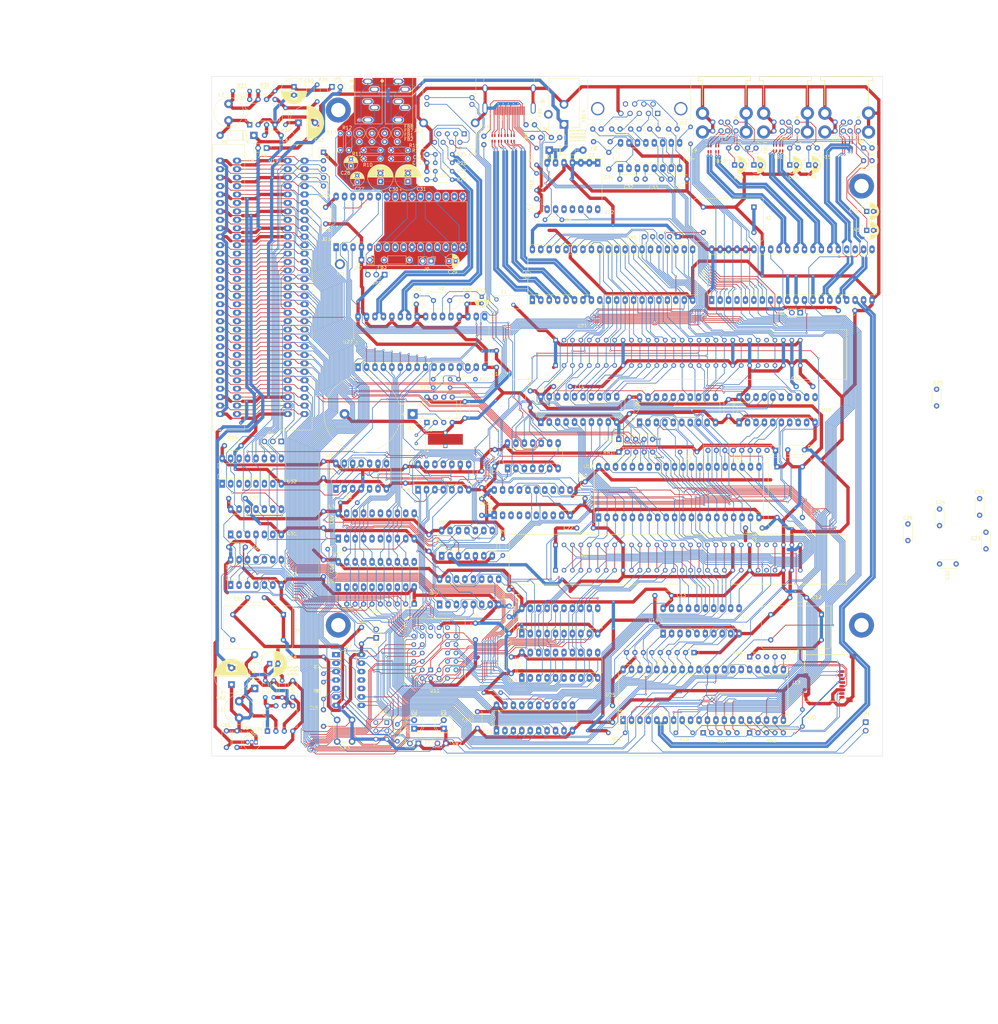
<source format=kicad_pcb>
(kicad_pcb (version 20221018) (generator pcbnew)
  (layers (0 "F.Cu" signal) (1 "In1.Cu" signal) (2 "In2.Cu" signal) (31 "B.Cu" signal) (34 "B.Paste" user) (35 "F.Paste" user) (36 "B.SilkS" user "B.Silkscreen") (37 "F.SilkS" user "F.Silkscreen") (38 "B.Mask" user) (39 "F.Mask" user) (44 "Edge.Cuts" user))
  (net 0 "")
  (net 1 "GND")
  (net 2 "+5V")
  (net 3 "/MIO/~{RTC_INT}")
  (net 4 "-12V")
  (net 5 "SYS_CLK")
  (net 6 "Net-(J5-Pin_2)")
  (net 7 "/VIDEO_DDC_SCL")
  (net 8 "/VIDEO_DDC_SDA")
  (net 9 "/VIDEO_HPD")
  (net 10 "/MIO/SD_D2")
  (net 11 "/MIO/SD_D3")
  (net 12 "/MIO/SD_CMD")
  (net 13 "/MIO/SD_CLK")
  (net 14 "/MIO/SD_D0")
  (net 15 "/MIO/SD_D1")
  (net 16 "/ISA/ISA_-5V")
  (net 17 "/ISA/ISA_RST")
  (net 18 "/GFX/HP_DET")
  (net 19 "/GFX/LINE_IN_DET")
  (net 20 "/ISA/~{ISA_0WS}")
  (net 21 "+12V")
  (net 22 "Net-(D1-A)")
  (net 23 "/GFX/CODEC_V3P3")
  (net 24 "/MIO/SER_RXD")
  (net 25 "/MIO/SER_CTS")
  (net 26 "/CPU_~{INT}")
  (net 27 "/CPU_TC")
  (net 28 "/CPU_D0")
  (net 29 "/BUF_D0")
  (net 30 "/BUF_D1")
  (net 31 "/BUF_D2")
  (net 32 "/BUF_D3")
  (net 33 "/BUF_D4")
  (net 34 "/BUF_D5")
  (net 35 "/BUF_D6")
  (net 36 "/BUF_D7")
  (net 37 "/GFX_~{RAS}")
  (net 38 "/GFX_~{CAS_0}")
  (net 39 "/GFX_~{CAS_1}")
  (net 40 "/GFX_~{WE}")
  (net 41 "/I2C_SDA")
  (net 42 "/I2C_SCL")
  (net 43 "/CPU_DRQ3")
  (net 44 "/CPU_DRQ2")
  (net 45 "/CPU_DRQ1")
  (net 46 "/CPU_DRQ0")
  (net 47 "/CPU_~{DACK3}")
  (net 48 "/CPU_~{DACK2}")
  (net 49 "/CPU_~{DACK1}")
  (net 50 "/CPU_~{DACK0}")
  (net 51 "/CPU_~{NREN}")
  (net 52 "/CPU_~{RAS_A}")
  (net 53 "/CPU_~{RAS_B}")
  (net 54 "/CPU_~{CAS_0}")
  (net 55 "/CPU_~{CAS_1}")
  (net 56 "/CPU_~{WE}")
  (net 57 "/CPU_A0")
  (net 58 "/nNR_DECODE_EN")
  (net 59 "/BUF_A21")
  (net 60 "/BUF_A22")
  (net 61 "/~{ROM0_SEL}")
  (net 62 "/~{IO_SEL}")
  (net 63 "/BUF_~{WE}")
  (net 64 "/CPU_~{DACK}")
  (net 65 "/GFX_~{BUSY}")
  (net 66 "~{RST}")
  (net 67 "/~{SYS_GPIO1_SEL}")
  (net 68 "/~{SYS_GPIO2_SEL}")
  (net 69 "/BUF_~{EN}")
  (net 70 "/BUF_~{NREN}")
  (net 71 "/BUF_NREN")
  (net 72 "/CPU_DACK")
  (net 73 "/BUF_DIR")
  (net 74 "/GFX_A7")
  (net 75 "/GFX_A6")
  (net 76 "/GFX_A5")
  (net 77 "/GFX_A4")
  (net 78 "/GFX_A3")
  (net 79 "/GFX_A2")
  (net 80 "/GFX_A1")
  (net 81 "/GFX_A0")
  (net 82 "/CPU_A1")
  (net 83 "/CPU_A2")
  (net 84 "/CPU_A3")
  (net 85 "/CPU_A4")
  (net 86 "/CPU_A5")
  (net 87 "/CPU_A6")
  (net 88 "/CPU_A7")
  (net 89 "/GFX_A8")
  (net 90 "/CPU_A8")
  (net 91 "/GFX_D7")
  (net 92 "/GFX_D6")
  (net 93 "/GFX_D5")
  (net 94 "/GFX_D4")
  (net 95 "/GFX_D3")
  (net 96 "/GFX_D2")
  (net 97 "/GFX_D1")
  (net 98 "/GFX_D0")
  (net 99 "/BUF_~{CAS}")
  (net 100 "/BUF_A0")
  (net 101 "/BUF_A11")
  (net 102 "/BUF_A10")
  (net 103 "/BUF_A9")
  (net 104 "/CPU_A9")
  (net 105 "/CPU_A10")
  (net 106 "/BUF_A8")
  (net 107 "/BUF_A7")
  (net 108 "/BUF_A6")
  (net 109 "/BUF_A5")
  (net 110 "/BUF_A4")
  (net 111 "/BUF_A3")
  (net 112 "/BUF_A2")
  (net 113 "/BUF_A1")
  (net 114 "/BUF_A20")
  (net 115 "/BUF_A19")
  (net 116 "/BUF_A18")
  (net 117 "/BUF_A17")
  (net 118 "/BUF_A16")
  (net 119 "/BUF_A15")
  (net 120 "/BUF_A14")
  (net 121 "/BUF_A13")
  (net 122 "/BUF_A12")
  (net 123 "/~{MIO_SEL}")
  (net 124 "/GFX/AUDIO_SFRM")
  (net 125 "/GFX/AUDIO_SDATA_OUT")
  (net 126 "/GFX/AUDIO_SDATA_IN")
  (net 127 "/USB_MAIN_D+")
  (net 128 "/USB_MAIN_D-")
  (net 129 "/MIO/SER_TXD")
  (net 130 "/MIO/SER_RTS")
  (net 131 "/MIO/USB_CLK")
  (net 132 "/GFX_A9")
  (net 133 "/GFX_A10")
  (net 134 "/BUF_CAS")
  (net 135 "/BUF_~{RD}")
  (net 136 "+BATT")
  (net 137 "/CPU_D1")
  (net 138 "/CPU_D2")
  (net 139 "/CPU_D3")
  (net 140 "/CPU_D4")
  (net 141 "/CPU_D5")
  (net 142 "/CPU_D6")
  (net 143 "/CPU_D7")
  (net 144 "Net-(FB10-Pad2)")
  (net 145 "Net-(FB11-Pad2)")
  (net 146 "Net-(FB12-Pad2)")
  (net 147 "Net-(F1-Pad1)")
  (net 148 "/BUF_TC")
  (net 149 "/CPU_~{WAIT}")
  (net 150 "/~{GFX_SEL}")
  (net 151 "Net-(C15-Pad1)")
  (net 152 "/~{LAN_SEL}")
  (net 153 "/~{MRST}")
  (net 154 "/ISA/~{ISA_MEMW}")
  (net 155 "/ISA/~{ISA_MEMR}")
  (net 156 "/ISA/~{ISA_IOW}")
  (net 157 "Net-(U3-Pad11)")
  (net 158 "Net-(JP5-A)")
  (net 159 "/LAN_~{INT}")
  (net 160 "/ISA/~{ISA_IOR}")
  (net 161 "/ISA/~{ISA_DACK0}")
  (net 162 "/ISA/ISA_ALE")
  (net 163 "/ISA/ISA_OSC")
  (net 164 "/ISA/~{ISA_IO_CH_CK}")
  (net 165 "/ISA/ISA_AEN")
  (net 166 "Net-(JP4-B)")
  (net 167 "Net-(U33-Pad11)")
  (net 168 "/~{ISA_SEL}")
  (net 169 "/GFX_BUSY")
  (net 170 "/ISA_IRQ2")
  (net 171 "/ISA_IRQ7")
  (net 172 "/ISA_IRQ6")
  (net 173 "/ISA_IRQ5")
  (net 174 "/ISA_IRQ4")
  (net 175 "/ISA_IRQ3")
  (net 176 "/ISA_CH_CK")
  (net 177 "/ISA/~{INT}")
  (net 178 "Net-(U35-TC)")
  (net 179 "Net-(U35-Vfb)")
  (net 180 "Net-(U35-DC)")
  (net 181 "Net-(U12-SS{slash}TR)")
  (net 182 "Net-(U23-LAUXIN)")
  (net 183 "Net-(C27-Pad2)")
  (net 184 "Net-(U23-RAUXIN)")
  (net 185 "Net-(C28-Pad2)")
  (net 186 "Net-(U23-V_SPKR)")
  (net 187 "Net-(U23-LHP)")
  (net 188 "Net-(C30-Pad2)")
  (net 189 "Net-(U23-RHP)")
  (net 190 "Net-(C31-Pad2)")
  (net 191 "Net-(U24-C1+)")
  (net 192 "Net-(U24-C1-)")
  (net 193 "Net-(U24-C2+)")
  (net 194 "Net-(U24-C2-)")
  (net 195 "Net-(U24-VS+)")
  (net 196 "Net-(U24-VS-)")
  (net 197 "Net-(U27-XTAL2)")
  (net 198 "Net-(U27-XTAL1)")
  (net 199 "Net-(C41-Pad1)")
  (net 200 "Net-(C42-Pad1)")
  (net 201 "Net-(J14-RCT)")
  (net 202 "Net-(J15-VBUS1)")
  (net 203 "Net-(J16-VBUS1)")
  (net 204 "Net-(J17-VBUS1)")
  (net 205 "Net-(J15-VBUS2)")
  (net 206 "Net-(J16-VBUS2)")
  (net 207 "Net-(J17-VBUS2)")
  (net 208 "Net-(U34-TC)")
  (net 209 "/GFX/TMDS_D2+")
  (net 210 "Net-(J10-D2+)")
  (net 211 "Net-(J10-D2-)")
  (net 212 "/GFX/TMDS_D2-")
  (net 213 "/GFX/TMDS_D1+")
  (net 214 "Net-(J10-D1+)")
  (net 215 "Net-(J10-D1-)")
  (net 216 "/GFX/TMDS_D1-")
  (net 217 "/GFX/TMDS_D0+")
  (net 218 "Net-(J10-D0+)")
  (net 219 "Net-(J10-D0-)")
  (net 220 "/GFX/TMDS_D0-")
  (net 221 "/GFX/TMDS_CLK+")
  (net 222 "Net-(J10-CK+)")
  (net 223 "Net-(J10-CK-)")
  (net 224 "/GFX/TMDS_CLK-")
  (net 225 "/USB/USB_DN2_D+")
  (net 226 "Net-(J16-D1+)")
  (net 227 "Net-(J16-D1-)")
  (net 228 "/USB/USB_DN2_D-")
  (net 229 "/USB/USB_DN3_D+")
  (net 230 "Net-(J16-D2+)")
  (net 231 "Net-(J16-D2-)")
  (net 232 "/USB/USB_DN3_D-")
  (net 233 "/USB/USB_DN4_D+")
  (net 234 "Net-(J17-D1+)")
  (net 235 "Net-(J17-D1-)")
  (net 236 "/USB/USB_DN4_D-")
  (net 237 "/USB/USB_DN5_D+")
  (net 238 "Net-(J17-D2+)")
  (net 239 "Net-(J17-D2-)")
  (net 240 "/USB/USB_DN5_D-")
  (net 241 "/USB/USB_DN6_D+")
  (net 242 "Net-(J15-D2+)")
  (net 243 "Net-(J15-D2-)")
  (net 244 "/USB/USB_DN6_D-")
  (net 245 "/USB/USB_DN7_D+")
  (net 246 "Net-(J15-D1+)")
  (net 247 "Net-(J15-D1-)")
  (net 248 "/USB/USB_DN7_D-")
  (net 249 "Net-(D2-A)")
  (net 250 "Net-(D4-K)")
  (net 251 "Net-(D5-A)")
  (net 252 "Net-(FB1-Pad1)")
  (net 253 "Net-(FB2-Pad1)")
  (net 254 "Net-(JP2-C)")
  (net 255 "Net-(J10-SCL)")
  (net 256 "Net-(J10-HPD)")
  (net 257 "Net-(J10-SDA)")
  (net 258 "Net-(FB7-Pad1)")
  (net 259 "Net-(FB8-Pad1)")
  (net 260 "Net-(J10-+5V)")
  (net 261 "Net-(U24-T1OUT)")
  (net 262 "Net-(U24-T2OUT)")
  (net 263 "Net-(U24-R1IN)")
  (net 264 "Net-(FB13-Pad2)")
  (net 265 "Net-(U24-R2IN)")
  (net 266 "Net-(FB14-Pad2)")
  (net 267 "Net-(U28-VBUS2)")
  (net 268 "Net-(U28-VBUS3)")
  (net 269 "Net-(U28-VBUS4)")
  (net 270 "Net-(U28-VBUS5)")
  (net 271 "Net-(U28-VBUS6)")
  (net 272 "Net-(U28-VBUS7)")
  (net 277 "Net-(J7-Pin_2)")
  (net 279 "Net-(J9-Pin_1)")
  (net 280 "Net-(J9-Pin_2)")
  (net 281 "Net-(J10-CEC)")
  (net 282 "Net-(J10-UTILITY)")
  (net 287 "Net-(J13-DET)")
  (net 288 "Net-(J14-PadL1)")
  (net 289 "Net-(U27-V3P3)")
  (net 290 "Net-(J14-PadL3)")
  (net 292 "Net-(JP1-A)")
  (net 293 "Net-(JP3-B)")
  (net 294 "Net-(U35-Ipk)")
  (net 295 "Net-(U4-Q3)")
  (net 296 "Net-(R8-Pad1)")
  (net 297 "Net-(U24-R1OUT)")
  (net 298 "Net-(U24-R2OUT)")
  (net 299 "Net-(U27-P1LED0)")
  (net 300 "Net-(U27-P1LED1)")
  (net 301 "Net-(U34-DC)")
  (net 302 "Net-(U34-Vfb)")
  (net 308 "Net-(U23-CSB{slash}GPIO1)")
  (net 309 "Net-(U1-Pad11)")
  (net 310 "Net-(U1-Pad5)")
  (net 311 "Net-(U4-Q0)")
  (net 312 "+3.3V")
  (net 317 "Net-(U4-Q7)")
  (net 321 "Net-(U13-A->B)")
  (net 338 "Net-(U22-VIDEO_CLK)")
  (net 346 "Net-(U26-X1)")
  (net 347 "Net-(U26-X2)")
  (net 353 "Net-(U31-Pad1)")
  (net 357 "Net-(U33-Pad13)")
  (net 358 "PWR_IN")
  (net 359 "GNDA")
  (net 364 "/ETH/ETH_TX+")
  (net 365 "/ETH/ETH_TX-")
  (net 366 "/ETH/ETH_RX+")
  (net 367 "/ETH/ETH_RX-")
  (footprint "Capacitor_THT:C_Disc_D4.7mm_W2.5mm_P5.00mm" (layer "F.Cu") (at 131.973 137.708 -90)
    (fp_text reference "C18")
    (fp_text value "1uF")
  )
  (footprint "Resistor_THT:R_Axial_DIN0204_L3.6mm_D1.6mm_P5.08mm_Horizontal" (layer "F.Cu") (at 140.97 51.435)
    (fp_text reference "R28")
    (fp_text value "49.9")
  )
  (footprint "anachron:GCT_USB1035-XX-X-X-X-B_REVE" (layer "F.Cu") (at 264.795 31.4197 180)
    (fp_text reference "J15")
    (fp_text value "USB_A_Stacked")
  )
  (footprint "Package_TO_SOT_THT:TO-92_Inline" (layer "F.Cu") (at 86.995 220.62 180)
    (fp_text reference "U36")
    (fp_text value "L79L05_TO92")
  )
  (footprint "Capacitor_THT:CP_Radial_D10.0mm_P5.00mm" (layer "F.Cu") (at 99.775 34.29)
    (fp_text reference "C63")
    (fp_text value "1500uF")
  )
  (footprint "Connector_PinHeader_2.54mm:PinHeader_1x02_P2.54mm_Vertical" (layer "F.Cu") (at 123.19 189.23 180)
    (fp_text reference "J5")
    (fp_text value "Conn_01x02")
  )
  (footprint "Package_DIP:DIP-40_W15.24mm_LongPads" (layer "F.Cu") (at 224.155 87.63 90)
    (fp_text reference "U28")
    (fp_text value "A1_USBHUB")
  )
  (footprint "Capacitor_THT:C_Disc_D4.7mm_W2.5mm_P5.00mm" (layer "F.Cu") (at 107.315 165.815 -90)
    (fp_text reference "C68")
    (fp_text value "1uF")
  )
  (footprint "Button_Switch_THT:SW_PUSH_6mm" (layer "F.Cu") (at 115.915 213.92 -90)
    (fp_text reference "SW3")
    (fp_text value "SW_Push")
  )
  (footprint "Capacitor_THT:C_Disc_D3.4mm_W2.1mm_P2.50mm" (layer "F.Cu") (at 138.43 51.435 90)
    (fp_text reference "C42")
    (fp_text value "0.1uF")
  )
  (footprint "Capacitor_THT:C_Disc_D4.7mm_W2.5mm_P5.00mm" (layer "F.Cu") (at 262.255 90.805)
    (fp_text reference "C44")
    (fp_text value "1uF")
  )
  (footprint "Resistor_THT:R_Axial_DIN0204_L3.6mm_D1.6mm_P5.08mm_Horizontal" (layer "F.Cu") (at 217.805 40.64 90)
    (fp_text reference "R19")
    (fp_text value "470")
  )
  (footprint "Inductor_THT:L_Axial_L7.0mm_D3.3mm_P2.54mm_Vertical_Fastron_MICC" (layer "F.Cu") (at 255.905 41.91 180)
    (fp_text reference "FB15")
    (fp_text value "FerriteBead_Small")
  )
  (footprint "Inductor_THT:L_Axial_L7.0mm_D3.3mm_P2.54mm_Vertical_Fastron_MICC" (layer "F.Cu") (at 178.435 38.735 180)
    (fp_text reference "FB6")
    (fp_text value "FerriteBead_Small")
  )
  (footprint "anachron:ARJM11D7-009-AB-EW2" (layer "F.Cu") (at 149.66 37.641831 180)
    (fp_text reference "J14")
    (fp_text value "~")
  )
  (footprint "Package_DIP:DIP-8_W7.62mm" (layer "F.Cu") (at 138.44 124.45 90)
    (fp_text reference "U26")
    (fp_text value "DS1307+")
  )
  (footprint "Capacitor_THT:CP_Radial_D4.0mm_P2.00mm" (layer "F.Cu") (at 154.94 86.657401 -90)
    (fp_text reference "C43")
    (fp_text value "10u")
  )
  (footprint "Diode_THT:D_DO-41_SOD81_P10.16mm_Horizontal" (layer "F.Cu") (at 175.26 42.545)
    (fp_text reference "D3")
    (fp_text value "1N4007")
  )
  (footprint "Resistor_THT:R_Array_SIP9" (layer "F.Cu") (at 243.357 132.837 180)
    (fp_text reference "RN3")
    (fp_text value "10k")
  )
  (footprint "Battery:BatteryHolder_Keystone_103_1x20mm" (layer "F.Cu") (at 134.155 121.92 180)
    (fp_text reference "BT1")
    (fp_text value "CR2032 holder")
  )
  (footprint "Capacitor_THT:C_Disc_D4.7mm_W2.5mm_P5.00mm" (layer "F.Cu") (at 158.878 132.617 -90)
    (fp_text reference "C5")
    (fp_text value "1uF")
  )
  (footprint "Connector_PinHeader_2.54mm:PinHeader_1x02_P2.54mm_Vertical" (layer "F.Cu") (at 139.705 75.891 -90)
    (fp_text reference "J9")
    (fp_text value "Conn_01x02")
  )
  (footprint "Resistor_THT:R_Axial_DIN0204_L3.6mm_D1.6mm_P5.08mm_Horizontal" (layer "F.Cu") (at 198.12 217.805 180)
    (fp_text reference "R21")
    (fp_text value "10k")
  )
  (footprint "Capacitor_THT:CP_Radial_D5.0mm_P2.00mm" (layer "F.Cu") (at 270.824888 60.96)
    (fp_text reference "C48")
    (fp_text value "100uF")
  )
  (footprint "Inductor_THT:L_Radial_D8.7mm_P5.00mm_Fastron_07HCP" (layer "F.Cu") (at 81.915 208.32 -90)
    (fp_text reference "L1")
    (fp_text value "25uH")
  )
  (footprint "Capacitor_THT:C_Disc_D4.7mm_W2.5mm_P5.00mm" (layer "F.Cu") (at 199.39 116.88 -90)
    (fp_text reference "C36")
    (fp_text value "1uF")
  )
  (footprint "Capacitor_THT:C_Disc_D4.7mm_W2.5mm_P5.00mm" (layer "F.Cu") (at 169.545 114.975 -90)
    (fp_text reference "C19")
    (fp_text value "1uF")
  )
  (footprint "Resistor_THT:R_Array_SIP5" (layer "F.Cu") (at 214.015 68.57 180)
    (fp_text reference "RN5")
    (fp_text value "10k")
  )
  (footprint "anachron:SCM2012FS" (layer "F.Cu") (at 164.265 39.009 90)
    (fp_text reference "CMC4" hide)
    (fp_text value "L_Ferrite_Coupled_Small")
  )
  (footprint "Package_DIP:DIP-16_W7.62mm_LongPads" (layer "F.Cu") (at 76.835 142.89 90)
    (fp_text reference "U32")
    (fp_text value "SN74AHC139N")
  )
  (footprint "Package_DIP:DIP-20_W7.62mm_LongPads" (layer "F.Cu") (at 209.55 187.96 90)
    (fp_text reference "U14")
    (fp_text value "SN74LVC245AN")
  )
  (footprint "Inductor_THT:L_Axial_L7.0mm_D3.3mm_P2.54mm_Vertical_Fastron_MICC" (layer "F.Cu") (at 231.775 41.91 180)
    (fp_text reference "FB18")
    (fp_text value "FerriteBead_Small")
  )
  (footprint "Capacitor_THT:CP_Radial_D5.0mm_P2.00mm" (layer "F.Cu") (at 231.045 46.99)
    (fp_text reference "C50")
    (fp_text value "100uF")
  )
  (footprint "Capacitor_THT:C_Disc_D3.4mm_W2.1mm_P2.50mm" (layer "F.Cu") (at 150.495 86.38 -90)
    (fp_text reference "C40")
    (fp_text value "22pF")
  )
  (footprint "anachron:A1_POWER" (layer "F.Cu") (at 189.865 46.355 -90)
    (fp_text reference "U12")
    (fp_text value "A1_POWER")
  )
  (footprint "Capacitor_THT:CP_Radial_D7.5mm_P2.50mm" (layer "F.Cu") (at 132.715 51.961395 90)
    (fp_text reference "C31")
    (fp_text value "220uF")
  )
  (footprint "Resistor_THT:R_Axial_DIN0204_L3.6mm_D1.6mm_P5.08mm_Horizontal" (layer "F.Cu") (at 114.935 37.465 -90)
    (fp_text reference "R12")
    (fp_text value "220k")
  )
  (footprint "Resistor_THT:R_Axial_DIN0204_L3.6mm_D1.6mm_P5.08mm_Horizontal" (layer "F.Cu") (at 140.97 43.815)
    (fp_text reference "R25")
    (fp_text value "49.9")
  )
  (footprint "Capacitor_THT:CP_Radial_D5.0mm_P2.00mm" (layer "F.Cu") (at 236.855 46.99)
    (fp_text reference "C47")
    (fp_text value "100uF")
  )
  (footprint "Connector_HDMI:HDMI_A_Molex_208658-1001_Horizontal" (layer "F.Cu") (at 163.176 27.392392 90)
    (fp_text reference "J10")
    (fp_text value "HDMI_A")
  )
  (footprint "Inductor_THT:L_Axial_L7.0mm_D3.3mm_P2.54mm_Vertical_Fastron_MICC" (layer "F.Cu") (at 205.492 36.2)
    (fp_text reference "FB12")
    (fp_text value "FerriteBead_Small")
  )
  (footprint "Connector_Dsub:DSUB-9_Male_Horizontal_P2.77x2.84mm_EdgePinOffset7.70mm_Housed_MountingHolesOffset9.12mm" (layer "F.Cu") (at 207.905 31.501 180)
    (fp_text reference "J12")
    (fp_text value "DE9_Plug")
  )
  (footprint "Capacitor_THT:C_Disc_D4.7mm_W2.5mm_P5.00mm" (layer "F.Cu") (at 154.94 147.4 -90)
    (fp_text reference "C67")
    (fp_text value "1uF")
  )
  (footprint "Package_DIP:DIP-32_W15.24mm_LongPads" (layer "F.Cu") (at 117.729 107.8265 90)
    (fp_text reference "U27")
    (fp_text value "KSZ8851-11MLL")
  )
  (footprint "Capacitor_THT:C_Disc_D4.7mm_W2.5mm_P5.00mm" (layer "F.Cu") (at 292.735 167.005)
    (fp_text reference "C52")
    (fp_text value "1uF")
  )
  (footprint "Capacitor_THT:C_Disc_D4.7mm_W2.5mm_P5.00mm" (layer "F.Cu") (at 193.173 43.22 -90)
    (fp_text reference "C34")
    (fp_text value "1uF")
  )
  (footprint "Resistor_THT:R_Axial_DIN0204_L3.6mm_D1.6mm_P5.08mm_Horizontal" (layer "F.Cu") (at 107.315 202.565 -90)
    (fp_text reference "R8")
    (fp_text value "10k")
  )
  (footprint "Package_DIP:DIP-14_W7.62mm_LongPads" (layer "F.Cu") (at 111.031 144.391916 90)
    (fp_text reference "U2")
    (fp_text value "SN74AHC86N ")
  )
  (footprint "Package_DIP:DIP-14_W7.62mm_LongPads" (layer "F.Cu") (at 135.778 144.668 90)
    (fp_text reference "U3")
    (fp_text value "SN74AHC00N")
  )
  (footprint "MountingHole:MountingHole_4.3mm_M4_DIN965_Pad" (layer "F.Cu") (at 111.775 30.485)
    (fp_text reference "J3" hide)
    (fp_text value "Conn_01x01")
  )
  (footprint "Capacitor_THT:C_Disc_D4.7mm_W2.5mm_P5.00mm" (layer "F.Cu") (at 107.315 136.161916 -90)
    (fp_text reference "C4")
    (fp_text value "1uF")
  )
  (footprint "Capacitor_THT:C_Disc_D4.7mm_W2.5mm_P5.00mm" (layer "F.Cu") (at 306.705 157.48 -90)
    (fp_text reference "C23")
    (fp_text value "1uF")
  )
  (footprint "Resistor_THT:R_Axial_DIN0204_L3.6mm_D1.6mm_P5.08mm_Horizontal" (layer "F.Cu") (at 171.45 46.99 90)
    (fp_text reference "R17")
    (fp_text value "10k")
  )
  (footprint "Resistor_THT:R_Axial_DIN0204_L3.6mm_D1.6mm_P5.08mm_Horizontal" (layer "F.Cu") (at 94.879 207.161677 90)
    (fp_text reference "R33")
    (fp_text value "13k")
  )
  (footprint "Diode_THT:D_DO-41_SOD81_P10.16mm_Horizontal" (layer "F.Cu") (at 86.36 38.1 180)
    (fp_text reference "D5")
    (fp_text value "1N5817")
  )
  (footprint "anachron:SCM2012FS" (layer "F.Cu") (at 266.065 41.06 90)
    (fp_text reference "CMC9" hide)
    (fp_text value "L_Ferrite_Coupled_Small")
  )
  (footprint "Capacitor_THT:C_Disc_D4.7mm_W2.5mm_P5.00mm" (layer "F.Cu") (at 89.575 38.1)
    (fp_text reference "C61")
    (fp_text value "260p")
  )
  (footprint "anachron:CUI_SJ1-3535NG-BE" (layer "F.Cu") (at 120.65 21.845 -90)
    (fp_text reference "J8")
    (fp_text value "SJ1-3535NG-BE")
  )
  (footprint "Resistor_THT:R_Axial_DIN0204_L3.6mm_D1.6mm_P5.08mm_Horizontal" (layer "F.Cu") (at 85.09 24.765 180)
    (fp_text reference "R31")
    (fp_text value "180")
  )
  (footprint "Capacitor_THT:C_Disc_D4.7mm_W2.5mm_P5.00mm" (layer "F.Cu") (at 252.69 177.165 180)
    (fp_text reference "C12")
    (fp_text value "1uF")
  )
  (footprint "Resistor_THT:R_Array_SIP9" (layer "F.Cu") (at 218.836 193.675 180)
    (fp_text reference "RN6")
    (fp_text value "10k")
  )
  (footprint "Capacitor_THT:C_Disc_D4.7mm_W2.5mm_P5.00mm" (layer "F.Cu") (at 183.555 156.21)
    (fp_text reference "C22")
    (fp_text value "1uF")
  )
  (footprint "LED_THT:LED_D5.0mm" (layer "F.Cu") (at 143.51 216.535 90)
    (fp_text reference "D1")
    (fp_text value "LED")
  )
  (footprint "Resistor_THT:R_Axial_DIN0204_L3.6mm_D1.6mm_P5.08mm_Horizontal" (layer "F.Cu") (at 124.475 45.09 180)
    (fp_text reference "R10")
    (fp_text value "47k")
  )
  (footprint "anachron:PLCC-32_THT-Socket" (layer "F.Cu") (at 139.573 198.882 180)
    (fp_text reference "U11")
    (fp_text value "SST39SF040")
  )
  (footprint "Resistor_THT:R_Array_SIP5" (layer "F.Cu") (at 107.315 43.18 -90)
    (fp_text reference "RN10")
    (fp_text value "10k")
  )
  (footprint "Resistor_THT:R_Axial_DIN0204_L3.6mm_D1.6mm_P5.08mm_Horizontal" (layer "F.Cu") (at 95.885 34.925 90)
    (fp_text reference "R34")
    (fp_text value "13k")
  )
  (footprint "Resistor_THT:R_Axial_DIN0204_L3.6mm_D1.6mm_P5.08mm_Horizontal" (layer "F.Cu") (at 219.71 133.34 180)
    (fp_text reference "R2")
    (fp_text value "10k")
  )
  (footprint "Package_DIP:DIP-20_W7.62mm_LongPads" (layer "F.Cu") (at 159.385 217.17 90)
    (fp_text reference "U15")
    (fp_text value "74AHCT245")
  )
  (footprint "Connector_PinHeader_2.54mm:PinHeader_1x02_P2.54mm_Vertical" (layer "F.Cu") (at 250.825 91.44 -90)
    (fp_text reference "JP3")
    (fp_text value "Jumper_2_Open")
  )
  (footprint "TestPoint:TestPoint_Plated_Hole_D2.0mm" (layer "F.Cu") (at 112.268 76.84)
    (fp_text reference "TP1")
    (fp_text value "TestPoint_Alt")
  )
  (footprint "Capacitor_THT:C_Disc_D4.7mm_W2.5mm_P5.00mm" (layer "F.Cu") (at 163.83 194.985 -90)
    (fp_text reference "C11")
    (fp_text value "1uF")
  )
  (footprint "Resistor_THT:R_Axial_DIN0204_L3.6mm_D1.6mm_P5.08mm_Horizontal" (layer "F.Cu") (at 161.29 159.385 -90)
    (fp_text reference "R9")
    (fp_text value "10k")
  )
  (footprint "Connector_PinHeader_2.54mm:PinHeader_1x02_P2.54mm_Vertical" (layer "F.Cu") (at 270.51 214.63)
    (fp_text reference "JP1")
    (fp_text value "Jumper_2_Bridged")
  )
  (footprint "Capacitor_THT:C_Disc_D4.7mm_W2.5mm_P5.00mm" (layer "F.Cu") (at 139.065 158.195 -90)
    (fp_text reference "C70")
    (fp_text value "1uF")
  )
  (footprint "Package_DIP:DIP-16_W7.62mm_LongPads" (layer "F.Cu") (at 142.255 179.212 90)
    (fp_text reference "U6")
    (fp_text value "SN74AHC139N")
  )
  (footprint "Resistor_THT:R_Axial_DIN0204_L3.6mm_D1.6mm_P5.08mm_Horizontal" (layer "F.Cu") (at 140.335 111.4425)
    (fp_text reference "R23")
    (fp_text value "220")
  )
  (footprint "Package_DIP:DIP-14_W7.62mm_LongPads" (layer "F.Cu") (at 111.11 194.305)
    (fp_text reference "U7")
    (fp_text value "SN74AHC14N")
  )
  (footprint "MountingHole:MountingHole_4.3mm_M4_DIN965_Pad" (layer "F.Cu") (at 269.255 185.425)
    (fp_text reference "J2" hide)
    (fp_text value "Conn_01x01")
  )
  (footprint "Resistor_THT:R_Axial_DIN0204_L3.6mm_D1.6mm_P5.08mm_Horizontal" (layer "F.Cu") (at 112.395 37.465 -90)
    (fp_text reference "R13")
    (fp_text value "220k")
  )
  (footprint "Connector_PinHeader_2.54mm:PinHeader_1x03_P2.54mm_Vertical" (layer "F.Cu") (at 94.615 130.175 -90)
    (fp_text reference "JP4")
    (fp_text value "Jumper_3_Bridged12")
  )
  (footprint "Inductor_THT:L_Axial_L7.0mm_D3.3mm_P2.54mm_Vertical_Fastron_MICC" (layer "F.Cu") (at 170.815 34.925 180)
    (fp_text reference "FB5")
    (fp_text value "FerriteBead_Small")
  )
  (footprint "Resistor_THT:R_Array_SIP5" (layer "F.Cu") (at 235.565 217.805)
    (fp_text reference "RN9")
    (fp_text value "10k")
  )
  (footprint "Capacitor_THT:C_Disc_D4.7mm_W2.5mm_P5.00mm" (layer "F.Cu") (at 78.78 161.925)
    (fp_text reference "C56")
    (fp_text value "1uF")
  )
  (footprint "Inductor_THT:L_Axial_L7.0mm_D3.3mm_P2.54mm_Vertical_Fastron_MICC" (layer "F.Cu") (at 237.49 41.91 180)
    (fp_text reference "FB17")
    (fp_text value "FerriteBead_Small")
  )
  (footprint "Package_DIP:DIP-14_W7.62mm_LongPads" (layer "F.Cu") (at 142.875 164.592 90)
    (fp_text reference "U8")
    (fp_text value "SN74AHC126N")
  )
  (footprint "Package_DIP:DIP-8_W7.62mm" (layer "F.Cu") (at 85.1 34.915 90)
    (fp_text reference "U35")
    (fp_text value "MC33063AP")
  )
  (footprint "anachron:SCM2012FS" (layer "F.Cu") (at 243.205 41.91 90)
    (fp_text reference "CMC6" hide)
    (fp_text value "L_Ferrite_Coupled_Small")
  )
  (footprint "Capacitor_THT:CP_Radial_D5.0mm_P2.00mm" (layer "F.Cu") (at 253.365 46.99)
    (fp_text reference "C46")
    (fp_text value "100uF")
  )
  (footprint "Capacitor_THT:C_Disc_D4.7mm_W2.5mm_P5.00mm" (layer "F.Cu") (at 163.195 182.92 -90)
    (fp_text reference "C37")
    (fp_text value "1uF")
  )
  (footprint "Capacitor_THT:C_Disc_D4.7mm_W2.5mm_P5.00mm" (layer "F.Cu") (at 234.355 156.21)
    (fp_text reference "C21")
    (fp_text value "1uF")
  )
  (footprint "Package_DIP:DIP-20_W7.62mm_LongPads" (layer "F.Cu") (at 167.005 187.96 90)
    (fp_text reference "U18")
    (fp_text value "SN74AHC574N")
  )
  (footprint "Capacitor_THT:C_Disc_D4.7mm_W2.5mm_P5.00mm" (layer "F.Cu") (at 154.94 139.09 -90)
    (fp_text reference "C1")
    (fp_text value "1uF")
  )
  (footprint "Resistor_THT:R_Axial_DIN0204_L3.6mm_D1.6mm_P5.08mm_Horizontal" (layer "F.Cu") (at 107.315 194.945 -90)
    (fp_text reference "R7")
    (fp_text value "10k")
  )
  (footprint "Capacitor_THT:C_Disc_D4.7mm_W2.5mm_P5.00mm" (layer "F.Cu") (at 176.57 113.655)
    (fp_text reference "C14")
    (fp_text value "1uF")
  )
  (footprint "anachron:GCT_USB1035-XX-X-X-X-B_REVE" (layer "F.Cu") (at 227.965 31.4197 180)
    (fp_text reference "J17")
    (fp_text value "USB_A_Stacked")
  )
  (footprint "Capacitor_THT:C_Disc_D4.7mm_W2.5mm_P5.00mm" (layer "F.Cu") (at 153.67 211.455 -90)
    (fp_text reference "C10")
    (fp_text value "1uF")
  )
  (footprint "anachron:GCT_MEM2052-00-195-00-A_REVA" (layer "F.Cu") (at 259.715 201.295 90)
    (fp_text reference "J13")
    (fp_text value "Micro_SD_Card")
  )
  (footprint "Capacitor_THT:C_Disc_D4.7mm_W2.5mm_P5.00mm" (layer "F.Cu") (at 159.385 102.87 -90)
    (fp_text reference "C17")
    (fp_text value "1uF")
  )
  (footprint "Oscillator:Oscillator_DIP-14" (layer "F.Cu") (at 236.855 59.69 180)
    (fp_text reference "X2")
    (fp_text value "CXO_DIP14")
  )
  (footprint "Capacitor_THT:C_Disc_D4.7mm_W2.5mm_P5.00mm" (layer "F.Cu") (at 283.21 154.98 -90)
    (fp_text reference "C26")
    (fp_text value "1uF")
  )
  (footprint "Connector_PinHeader_2.54mm:PinHeader_1x02_P2.54mm_Vertical" (layer "F.Cu") (at 109.85 23.495 90)
    (fp_text reference "JP5")
    (fp_text value "Jumper_2_Bridged")
  )
  (footprint "Capacitor_THT:C_Disc_D4.7mm_W2.5mm_P5.00mm" (layer "F.Cu") (at 78.105 222.21 90)
    (fp_text reference "C65")
    (fp_text value "1uF")
  )
  (footprint "anachron:SCM2012FS" (layer "F.Cu") (at 245.11 41.91 90)
    (fp_text reference "CMC5" hide)
    (fp_text value "L_Ferrite_Coupled_Small")
  )
  (footprint "Capacitor_THT:C_Disc_D4.7mm_W2.5mm_P5.00mm" (layer "F.Cu") (at 212.05 176.53 180)
    (fp_text reference "C13")
    (fp_text value "1uF")
  )
  (footprint "Resistor_THT:R_Axial_DIN0204_L3.6mm_D1.6mm_P5.08mm_Horizontal" (layer "F.Cu") (at 171.45 54.61 90)
    (fp_text reference "R16")
    (fp_text value "10k")
  )
  (footprint "Capacitor_THT:C_Disc_D4.7mm_W2.5mm_P5.00mm" (layer "F.Cu") (at 229.235 117.555 -90)
    (fp_text reference "C9")
    (fp_text value "1uF")
  )
  (footprint "Package_DIP:DIP-8_W7.62mm" (layer "F.Cu") (at 90.444 217.311677 90)
    (fp_text reference "U34")
    (fp_text value "MC33063AP")
  )
  (footprint "Capacitor_THT:CP_Radial_D7.5mm_P2.50mm" (layer "F.Cu") (at 124.46 51.961395 90)
    (fp_text reference "C30")
    (fp_text value "220uF")
  )
  (footprint "anachron:CUI_SJ1-3535NG-BE" (layer "F.Cu") (at 129.849 21.845 -90)
    (fp_text reference "J11")
    (fp_text value "SJ1-3535NG-BE")
  )
  (footprint "Resistor_THT:R_Axial_DIN0204_L3.6mm_D1.6mm_P5.08mm_Horizontal" (layer "F.Cu") (at 173.99 63.5)
    (fp_text reference "R6")
    (fp_text value "10k")
  )
  (footprint "Package_DIP:DIP-16_W7.62mm_LongPads" (layer "F.Cu") (at 196.729 47.971 90)
    (fp_text reference "U24")
    (fp_text value "ICL3232CPZ")
  )
  (footprint "Capacitor_THT:C_Disc_D3.4mm_W2.1mm_P2.50mm" (layer "F.Cu") (at 135.255 86.38 -90)
    (fp_text reference "C39")
    (fp_text value "22pF")
  )
  (footprint "anachron:SCM2012FS" (layer "F.Cu") (at 263.925 41.06 90)
    (fp_text reference "CMC10" hide)
    (fp_text value "L_Ferrite_Coupled_Small")
  )
  (footprint "Resistor_THT:R_Axial_DIN0204_L3.6mm_D1.6mm_P5.08mm_Horizontal" (layer "F.Cu") (at 147.955 111.4425)
    (fp_text reference "R22")
    (fp_text value "10k")
  )
  (footprint "anachron:SIMM-30x2_VERT" (layer "F.Cu") (at 177.165 99.695)
    (fp_text reference "U21")
    (fp_text value "SIMM-30x2")
  )
  (footprint "anachron:SCM2012FS" (layer "F.Cu") (at 158.49 39.009 90)
    (fp_text reference "CMC1" hide)
    (fp_text value "L_Ferrite_Coupled_Small")
  )
  (footprint "Capacitor_THT:C_Disc_D4.7mm_W2.5mm_P5.00mm" (layer "F.Cu") (at 153.035 189.825 90)
    (fp_text reference "C6")
    (fp_text value "1uF")
  )
  (footprint "anachron:SCM2012FS" (layer "F.Cu") (at 162.36 39.009 90)
    (fp_text reference "CMC3" hide)
    (fp_text value "L_Ferrite_Coupled_Small")
  )
  (footprint "Resistor_THT:R_Array_SIP5" (layer "F.Cu") (at 221.595 217.805)
    (fp_text reference "RN7")
    (fp_text value "10k")
  )
  (footprint "Resistor_THT:R_Axial_DIN0204_L3.6mm_D1.6mm_P5.08mm_Horizontal" (layer "F.Cu") (at 218.44 217.805 180)
    (fp_text reference "R18")
    (fp_text value "470")
  )
  (footprint "Package_DIP:DIP-20_W7.62mm_LongPads" (layer "F.Cu") (at 167.005 201.295 90)
    (fp_text reference "U16")
    (fp_text value "SN74AHC574N")
  )
  (footprint "Capacitor_THT:C_Disc_D4.7mm_W2.5mm_P5.00mm" (layer "F.Cu") (at 194.31 209.63 -90)
    (fp_text reference "C66")
    (fp_text value "1uF")
  )
  (footprint "Button_Switch_THT:SW_CuK_JS202011CQN_DPDT_Straight" (layer "F.Cu") (at 126.365 214.71 -90)
    (fp_text reference "SW1")
    (fp_text value "SW_DPDT_x2")
  )
  (footprint "Resistor_THT:R_Axial_DIN0204_L3.6mm_D1.6mm_P5.08mm_Horizontal" (layer "F.Cu") (at 140.97 48.895)
    (fp_text reference "R27")
    (fp_text value "49.9")
  )
  (footprint "Package_DIP:DIP-20_W7.62mm_LongPads" (layer "F.Cu") (at 202.443 124.48 90)
    (fp_text reference "U13")
    (fp_text value "SN74LVC245AN")
  )
  (footprint "Capacitor_THT:C_Disc_D4.7mm_W2.5mm_P5.00mm" (layer "F.Cu") (at 291.846 114.467 -90)
    (fp_text reference "C25")
    (fp_text value "1uF")
  )
  (footprint "Package_DIP:DIP-20_W7.62mm_LongPads" (layer "F.Cu") (at 111.765 174.005 90)
    (fp_text reference "U5")
    (fp_text value "SN74AHC574N")
  )
  (footprint "Capacitor_THT:C_Disc_D4.7mm_W2.5mm_P5.00mm" (layer "F.Cu") (at 196.5 51.258)
    (fp_text reference "C32")
    (fp_text value "1uF")
  )
  (footprint "Diode_THT:D_DO-41_SOD81_P10.16mm_Horizontal" (layer "F.Cu") (at 86.614 204.47 90)
    (fp_text reference "D4")
    (fp_text value "1N5817")
  )
  (footprint "anachron:SCM2012FS" (layer "F.Cu") (at 223.52 42.125 90)
    (fp_text reference "CMC8" hide)
    (fp_text value "L_Ferrite_Coupled_Small")
  )
  (footprint "Capacitor_THT:C_Disc_D4.7mm_W2.5mm_P5.00mm" (layer "F.Cu") (at 77.51 131.445)
    (fp_text reference "C54")
    (fp_text value "1uF")
  )
  (footprint "anachron:SCM2012FS" (layer "F.Cu") (at 160.455 39.009 90)
    (fp_text reference "CMC2" hide)
    (fp_text value "L_Ferrite_Coupled_Small")
  )
  (footprint "anachron:BUS_XT_CONN" (layer "F.Cu") (at 78.74 45.72 90)
    (fp_text reference "J18")
    (fp_text value "Bus_ISA_8bit")
  )
  (footprint "Capacitor_THT:C_Disc_D4.7mm_W2.5mm_P5.00mm" (layer "F.Cu") (at 81.28 222.21 90)
    (fp_text reference "C64")
    (fp_text value "1uF")
  )
  (footprint "Package_DIP:DIP-20_W7.62mm_LongPads" (layer "F.Cu") (at 111.765 159.4 90)
    (fp_text reference "U4")
    (fp_text value "SN74AHC574N")
  )
  (footprint "Package_DIP:DIP-20_W7.62mm_LongPads" (layer "F.Cu") (at 232.415 124.465 90)
    (fp_text reference "U10")
    (fp_text value "SN74LVC245AN")
  )
  (footprint "Capacitor_THT:C_Disc_D4.7mm_W2.5mm_P5.00mm" (layer "F.Cu") (at 249.595 113.665)
    (fp_text reference "C51")
    (fp_text value "1uF")
  )
  (footprint "anachron:DIP-40_W15.24mm_Socket" (layer "F.Cu") (at 170.18 87.63 90)
    (fp_text reference "U22")
    (fp_text value "DISCO")
  )
  (footprint "Capacitor_THT:CP_Radial_D5.0mm_P2.00mm" (layer "F.Cu") (at 270.824888 66.675)
    (fp_text reference "C45")
    (fp_text value "100uF")
  )
  (footprint "MountingHole:MountingHole_4.3mm_M4_DIN965_Pad" (layer "F.Cu") (at 111.775 185.425)
    (fp_text reference "J4" hide)
    (fp_text value "Conn_01x01")
  )
  (footprint "Capacitor_THT:C_Disc_D4.7mm_W2.5mm_P5.00mm" (layer "F.Cu") (at 211.74 51.258)
    (fp_text reference "C35")
    (fp_text value "1uF")
  )
  (footprint "Connector_PinHeader_2.54mm:PinHeader_1x02_P2.54mm_Vertical" (layer "F.Cu") (at 90.175 41.91 -90)
    (fp_text reference "JP6")
    (fp_text value "Jumper_2_Open")
  )
  (footprint "anachron:SIMM-30x2_VERT" (layer "F.Cu") (at 177.165 161.29)
    (fp_text reference "U20")
    (fp_text value "SIMM-30x2")
  )
  (footprint "Inductor_THT:L_Axial_L5.3mm_D2.2mm_P7.62mm_Horizontal_Vishay_IM-1" (layer "F.Cu") (at 125.588 75.565)
    (fp_text reference "FB3")
    (fp_text value "FerriteBead_Small")
  )
  (footprint "Capacitor_THT:CP_Radial_D4.0mm_P2.00mm" (layer "F.Cu") (at 117.475 52.165 90)
    (fp_text reference "C27")
    (fp_text value "1uF")
  )
  (footprint "Resistor_THT:R_Axial_DIN0204_L3.6mm_D1.6mm_P5.08mm_Horizontal" (layer "F.Cu") (at 132.73 42.55 180)
    (fp_text reference "R15")
    (fp_text value "47k")
  )
  (footprint "Inductor_THT:L_Axial_L7.0mm_D3.3mm_P2.54mm_Vertical_Fastron_MICC" (layer "F.Cu") (at 172.72 38.735 180)
    (fp_text reference "FB4")
    (fp_text value "FerriteBead_Small")
  )
  (footprint "Crystal:Crystal_HC49-U_Vertical" (layer "F.Cu") (at 140.425 87.7805)
    (fp_text reference "Y2")
    (fp_text value "25MHz")
  )
  (footprint "Resistor_THT:R_Array_SIP5" (layer "F.Cu") (at 196.215 133.34)
    (fp_text reference "RN1")
    (fp_text value "10k")
  )
  (footprint "Capacitor_THT:CP_Radial_D4.0mm_P2.00mm" (layer "F.Cu") (at 115.57 47.3276 90)
    (fp_text reference "C28")
    (fp_text value "1uF")
  )
  (footprint "Capacitor_THT:C_Disc_D4.7mm_W2.5mm_P5.00mm" (layer "F.Cu") (at 171.45 57.19 -90)
    (fp_text reference "C7")
    (fp_text value "10nF")
  )
  (footprint "Inductor_THT:L_Axial_L7.0mm_D3.3mm_P2.54mm_Vertical_Fastron_MICC" (layer "F.Cu") (at 129.54 37.465 -90)
    (fp_text reference "FB8")
    (fp_text value "FerriteBead_Small")
  )
  (footprint "Package_DIP:DIP-14_W7.62mm_LongPads" (layer "F.Cu") (at 79.375 158.145 90)
    (fp_text reference "U31")
    (fp_text value "SN74AHC14N")
  )
  (footprint "Capacitor_THT:C_Disc_D4.7mm_W2.5mm_P5.00mm" (layer "F.Cu") (at 163.195 174.705 -90)
    (fp_text reference "C71")
    (fp_text value "1uF")
  )
  (footprint "Package_DIP:DIP-14_W7.62mm_LongPads" (layer "F.Cu") (at 162.688 138.292 90)
    (fp_text reference "U1")
    (fp_text value "SN74AHC08N ")
  )
  (footprint "Capacitor_THT:CP_Radial_D10.0mm_P5.00mm" (layer "F.Cu") (at 79.629 203.281677 90)
    (fp_text reference "C62")
    (fp_text value "1000uF")
  )
  (footprint "Inductor_THT:L_Axial_L7.0mm_D3.3mm_P2.54mm_Vertical_Fastron_MICC" (layer "F.Cu") (at 250.19 41.91 180)
    (fp_text reference "FB16")
    (fp_text value "FerriteBead_Small")
  )
  (footprint "Capacitor_THT:C_Disc_D3.4mm_W2.1mm_P2.50mm" (layer "F.Cu") (at 138.43 43.835 -90)
    (fp_text reference "C41")
    (fp_text value "0.1uF")
  )
  (footprint "Package_DIP:DIP-20_W7.62mm_LongPads" (layer "F.Cu") (at 172.72 124.338 90)
    (fp_text reference "U9")
    (fp_text value "SN74LVC245AN")
  )
  (footprint "Fuse:Fuse_BelFuse_0ZRE0005FF_L8.3mm_W3.8mm" (layer "F.Cu") (at 159.375 87.465)
    (fp_text reference "F1")
    (fp_text value "0.5A")
  )
  (footprint "Oscillator:Oscillator_DIP-14" (layer "F.Cu") (at 257.175 182.245 180)
    (fp_text reference "X3")
    (fp_text value "24MHz")
  )
  (footprint "Package_DIP:DIP-14_W7.62mm_LongPads" (layer "F.Cu") (at 79.375 173.355 90)
    (fp_text reference "U33")
    (fp_text value "CD74HC4075E")
  )
  (footprint "Inductor_THT:L_Axial_L7.0mm_D3.3mm_P2.54mm_Vertical_Fastron_MICC" (layer "F.Cu") (at 121.92 37.465 -90)
    (fp_text reference "FB1")
    (fp_text value "FerriteBead_Small")
  )
  (footprint "Inductor_THT:L_Radial_D8.7mm_P5.00mm_Fastron_07HCP" (layer "F.Cu") (at 78.74 28.615 -90)
    (fp_text reference "L2")
    (fp_text value "18uH")
  )
  (footprint "Inductor_THT:L_Axial_L7.0mm_D3.3mm_P2.54mm_Vertical_Fastron_MICC" (layer "F.Cu") (at 211.207 36.2)
    (fp_text reference "FB14")
    (fp_text value "FerriteBead_Small")
  )
  (footprint "Capacitor_THT:C_Disc_D4.7mm_W2.5mm_P5.00mm" (layer "F.Cu") (at 118.745 191.095 90)
    (fp_text reference "C2")
    (fp_text value "1uF")
  )
  (footprint "Oscillator:Oscillator_DIP-14" (layer "F.Cu") (at 95.25 182.245 180)
    (fp_text reference "X4")
    (fp_text value "14.31818MHz")
  )
  (footprint "Resistor_THT:R_Array_SIP5" (layer "F.Cu") (at 235.585 194.945)
    (fp_text reference "RN8")
    (fp_text value "10k")
  )
  (footprint "anachron:DIP-40_W15.24mm_Socket" (layer "F.Cu") (at 197.485 213.995 90)
    (fp_text reference "U25")
    (fp_text value "MIO")
  )
  (footprint "Capacitor_THT:C_Disc_D4.7mm_W2.5mm_P5.00mm" (layer "F.Cu") (at 247.055 132.705)
    (fp_text reference "C3")
    (fp_text value "1uF")
  )
  (footprint "Resistor_THT:R_Axial_DIN0204_L3.6mm_D1.6mm_P5.08mm_Horizontal" (layer "F.Cu") (at 124.475 42.55 180)
    (fp_text reference "R11")
    (fp_text value "47k")
  )
  (footprint "Package_DIP:DIP-20_W7.62mm_LongPads" (layer "F.Cu") (at 158.685 152.39 90)
    (fp_text reference "U17")
    (fp_text value "SN74AHC574N")
  )
  (footprint "Resistor_THT:R_Axial_DIN0204_L3.6mm_D1.6mm_P5.08mm_Horizontal" (layer "F.Cu") (at 92.71 24.765 180)
    (fp_text reference "R30")
    (fp_text value "0.211Ohm")
  )
  (footprint "Inductor_THT:L_Axial_L7.0mm_D3.3mm_P2.54mm_Vertical_Fastron_MICC" (layer "F.Cu") (at 272.415 45.72 180)
    (fp_text reference "FB20")
    (fp_text value "FerriteBead_Small")
  )
  (footprint "Resistor_THT:R_Axial_DIN0204_L3.6mm_D1.6mm_P5.08mm_Horizontal" (layer "F.Cu") (at 140.335 113.9825)
    (fp_text reference "R24")
    (fp_text value "220")
  )
  (footprint "anachron:BUS_XT_CONN" (layer "F.Cu") (at 99.06 45.72 90)
    (fp_text reference "J19")
    (fp_text value "Bus_ISA_8bit")
  )
  (footprint "Inductor_THT:L_Axial_L7.0mm_D3.3mm_P2.54mm_Vertical_Fastron_MICC" (layer "F.Cu") (at 199.777 36.2)
    (fp_text reference "FB13")
    (fp_text value "FerriteBead_Small")
  )
  (footprint "Resistor_THT:R_Axial_DIN0204_L3.6mm_D1.6mm_P5.08mm_Horizontal" (layer "F.Cu") (at 113.665 162.56 180)
    (fp_text reference "R4")
    (fp_text value "470")
  )
  (footprint "Oscillator:Oscillator_DIP-14" (layer "F.Cu") (at 243.84 137.785 -90)
    (fp_text reference "X1")
    (fp_text value "8MHz")
  )
  (footprint "MountingHole:MountingHole_4.3mm_M4_DIN965_Pad" (layer "F.Cu") (at 269.255 53.345)
    (fp_text reference "J1" hide)
    (fp_text value "Conn_01x01")
  )
  (footprint "Connector_PinHeader_2.54mm:PinHeader_1x02_P2.54mm_Vertical" (layer "F.Cu") (at 144.15 220.98 -90)
    (fp_text reference "SW2")
    (fp_text value "SW_Push")
  )
  (footprint "Inductor_THT:L_Axial_L7.0mm_D3.3mm_P2.54mm_Vertical_Fastron_MICC" (layer "F.Cu") (at 125.73 37.465 -90)
    (fp_text reference "FB7")
    (fp_text value "FerriteBead_Small")
  )
  (footprint "Package_DIP:DIP-32_W15.24mm_LongPads" (layer "F.Cu") (at 111.125 71.735 90)
    (fp_text reference "U23")
    (fp_text value "A1_CODEC")
  )
  (footprint "Inductor_THT:L_Axial_L7.0mm_D3.3mm_P2.54mm_Vertical_Fastron_MICC" (layer "F.Cu") (at 272.415 41.91 180)
    (fp_text reference "FB19")
    (fp_text value "FerriteBead_Small")
  )
  (footprint "Resistor_THT:R_Axial_DIN0204_L3.6mm_D1.6mm_P5.08mm_Horizontal" (layer "F.Cu") (at 89.799 202.081677 -90)
    (fp_text reference "R29")
    (fp_text value "0.244Ohm")
  )
  (footprint "Capacitor_THT:C_Disc_D4.7mm_W2.5mm_P5.00mm" (layer "F.Cu") (at 98.054 207.121677 90)
    (fp_text reference "C60")
    (fp_text value "302pF")
  )
  (footprint "Capacitor_THT:C_Disc_D4.7mm_W2.5mm_P5.00mm" (layer "F.Cu") (at 186.055 142.32 -90)
    (fp_text reference "C20")
    (fp_text value "1uF")
  )
  (footprint "Resistor_THT:R_Axial_DIN0204_L3.6mm_D1.6mm_P5.08mm_Horizontal" (layer "F.Cu") (at 129.54 220.345 90)
    (fp_text reference "R5")
    (fp_text value "470")
  )
  (footprint "LED_THT:LED_D5.0mm" (layer "F.Cu") (at 134.62 216.535 90)
    (fp_text reference "D2")
    (fp_text value "LED")
  )
  (footprint "Inductor_THT:L_Axial_L7.0mm_D3.3mm_P2.54mm_Vertical_Fastron_MICC" (layer "F.Cu") (at 188.347 36.2)
    (fp_text reference "FB10")
    (fp_text value "FerriteBead_Small")
  )
  (footprint "Inductor_THT:L_Axial_L7.0mm_D3.3mm_P2.54mm_Vertical_Fastron_MICC" (layer "F.Cu") (at 118.11 37.465 -90)
    (fp_text reference "FB2")
    (fp_text value "FerriteBead_Small")
  )
  (footprint "Resistor_THT:R_Axial_DIN0204_L3.6mm_D1.6mm_P5.08mm_Horizontal" (layer "F.Cu") (at 160.655 205.74 180)
    (fp_text reference "R1")
    (fp_text value "10k")
  )
  (footprint "Inductor_THT:L_Axial_L7.0mm_D3.3mm_P2.54mm_Vertical_Fastron_MICC" (layer "F.Cu") (at 194.062 36.2)
    (fp_text reference "FB11")
    (fp_text value "FerriteBead_Small")
  )
  (footprint "Resistor_THT:R_Axial_DIN0204_L3.6mm_D1.6mm_P5.08mm_Horizontal" (layer "F.Cu") (at 140.97 46.355)
    (fp_text reference "R26")
    (fp_text value "49.9")
  )
  (footprint "Capacitor_THT:C_Disc_D4.7mm_W2.5mm_P5.00mm" (layer "F.Cu") (at 107.315 210.86 -90)
    (fp_text reference "C15")
    (fp_text value "1uF")
  )
  (footprint "Crystal:Crystal_AT310_D3.0mm_L10.0mm_Horizontal_1EP_style2" (layer "F.Cu") (at 135.255 130.81 90)
    (fp_text reference "Y1")
    (fp_text value "32768Hz")
  )
  (footprint "anachron:GCT_USB1035-XX-X-X-X-B_REVE" (layer "F.Cu") (at 246.38 31.4197 180)
    (fp_text reference "J16")
    (fp_text value "USB_A_Stacked")
  )
  (footprint "anachron:DIP-40_W15.24mm_Socket" (layer "F.Cu") (at 190.134 153.035 90)
    (fp_text reference "U19")
    (fp_text value "ESPRESSO")
  )
  (footprint "Resistor_THT:R_Axial_DIN0204_L3.6mm_D1.6mm_P5.08mm_Horizontal" (layer "F.Cu") (at 92.339 202.081677 -90)
    (fp_text reference "R32")
    (fp_text value "1.5k")
  )
  (footprint "Capacitor_THT:C_Disc_D4.7mm_W2.5mm_P5.00mm" (layer "F.Cu") (at 78.78 147.32)
    (fp_text reference "C57")
    (fp_text value "1uF")
  )
  (footprint "Connector_PinHeader_2.54mm:PinHeader_1x02_P2.54mm_Vertical" (layer "F.Cu") (at 135.87 221.005 -90)
    (fp_text reference "J7")
    (fp_text value "Conn_01x02")
  )
  (footprint "Resistor_THT:R_Array_SIP9" (layer "F.Cu") (at 134.62 179.07 180)
    (fp_text reference "RN4")
    (fp_text value "10k")
  )
  (footprint "Capacitor_THT:C_Disc_D4.7mm_W2.5mm_P5.00mm" (layer "F.Cu") (at 89.495 177.165 180)
    (fp_text reference "C55")
    (fp_text value "1uF")
  )
  (footprint "Connector_PinHeader_2.54mm:PinHeader_1x03_P2.54mm_Vertical" (layer "F.Cu") (at 125.73 80.01 -90)
    (fp_text reference "JP2")
    (fp_text value "Jumper_3_Open")
  )
  (footprint "Resistor_THT:R_Axial_DIN0204_L3.6mm_D1.6mm_P5.08mm_Horizontal" (layer "F.Cu") (at 132.73 45.09 180)
    (fp_text reference "R14")
    (fp_text value "47k")
  )
  (footprint "Capacitor_THT:C_Disc_D4.7mm_W2.5mm_P5.00mm" (layer "F.Cu") (at 107.315 151.21 -90)
    (fp_text reference "C69")
    (fp_text value "1uF")
  )
  (footprint "anachron:BarrelJack_CUI_PJ-102AH_Horizontal" (layer "F.Cu") (at 179.705 34.775 180)
    (fp_text reference "J6")
    (fp_text value "Jack-DC")
  )
  (footprint "Capacitor_THT:C_Disc_D4.7mm_W2.5mm_P5.00mm" (layer "F.Cu") (at 292.735 150.495 -90)
    (fp_text reference "C24")
    (fp_text value "1uF")
  )
  (footprint "Capacitor_THT:CP_Radial_D7.5mm_P2.50mm" (layer "F.Cu") (at 91.109 197.001677)
    (fp_text reference "C58")
    (fp_text value "220uF")
  )
  (footprint "Connector_PinHeader_2.54mm:PinHeader_1x02_P2.54mm_Vertical" (layer "F.Cu") (at 118.74 75.565 90)
    (fp_text reference "JP7")
    (fp_text value "Jumper_2_Bridged")
  )
  (footprint "Resistor_THT:R_Axial_DIN0204_L3.6mm_D1.6mm_P5.08mm_Horizontal" (layer "F.Cu") (at 251.46 210.82 -90)
    (fp_text reference "R20")
    (fp_text value "10k")
  )
  (footprint "Resistor_THT:R_Array_SIP5" (layer "F.Cu") (at 196.195 129.53)
    (fp_text reference "RN2")
    (fp_text value "10k")
  )
  (footprint "Resistor_THT:R_Axial_DIN0204_L3.6mm_D1.6mm_P5.08mm_Horizontal" (layer "F.Cu") (at 105.41 27.94 90)
    (fp_text reference "R35")
    (fp_text value "1.5k")
  )
  (footprint "Capacitor_THT:C_Disc_D4.7mm_W2.5mm_P5.00mm" (layer "F.Cu") (at 304.8 147.36 -90)
    (fp_text reference "C53")
    (fp_text value "1uF")
  )
  (footprint "Capacitor_THT:C_Disc_D4.7mm_W2.5mm_P5.00mm" (layer "F.Cu") (at 188.595 40.005)
    (fp_text reference "C8")
    (fp_text value "1uF")
  )
  (footprint "anachron:SCM2012FS" (layer "F.Cu") (at 225.825 42.125 90)
    (fp_text reference "CMC7" hide)
    (fp_text value "L_Ferrite_Coupled_Small")
  )
  (footprint "Capacitor_THT:CP_Radial_D7.5mm_P2.50mm" (layer "F.Cu") (at 98.425 23.495 -90)
    (fp_text reference "C59")
    (fp_text value "220uF")
  )
  (footprint "Capacitor_THT:C_Disc_D4.7mm_W2.5mm_P5.00mm" (layer "F.Cu") (at 149.86 118.19 -90)
    (fp_text reference "C38")
    (fp_text value "1uF")
  )
  (footprint "Capacitor_THT:CP_Radial_D5.0mm_P2.00mm" (layer "F.Cu") (at 247.65 46.99)
    (fp_text reference "C49")
    (fp_text value "100uF")
  )
  (footprint "Resistor_THT:R_Axial_DIN0204_L3.6mm_D1.6mm_P5.08mm_Horizontal" (layer "F.Cu") (at 112.395 148.59)
    (fp_text reference "R3")
    (fp_text value "10k")
  )
  (footprint "Capacitor_THT:C_Disc_D4.7mm_W2.5mm_P5.00mm" (layer "F.Cu") (at 107.95 59.73 -90)
    (fp_text reference "C16")
    (fp_text value "1uF")
  )
  (footprint "Capacitor_THT:C_Disc_D4.7mm_W2.5mm_P5.00mm" (layer "F.Cu") (at 204.12 51.258)
    (fp_text reference "C33")
    (fp_text value "1uF")
  )
  (footprint "Inductor_THT:L_Axial_L7.0mm_D3.3mm_P2.54mm_Vertical_Fastron_MICC" (layer "F.Cu") (at 155.586603 38.354787 -90)
    (fp_text reference "FB9")
    (fp_text value "FerriteBead_Small")
  )
  (footprint "Capacitor_THT:CP_Radial_D4.0mm_P2.00mm" (layer "F.Cu") (at 145.077401 75.891)
    (fp_text reference "C29")
    (fp_text value "4.7uF")
  )
  (gr_line (start 73.66 20.32) (end 73.66 224.79) (stroke (width 0.1)) (layer "Edge.Cuts"))
  (gr_line (start 73.66 20.325) (end 275.59 20.325) (stroke (width 0.1)) (layer "Edge.Cuts"))
  (gr_line (start 275.59 20.325) (end 275.59 224.795) (stroke (width 0.1)) (layer "Edge.Cuts"))
  (gr_line (start 73.66 224.795) (end 275.59 224.795) (stroke (width 0.1)) (layer "Edge.Cuts"))
  (segment (start 153.035 164.592) (end 153.035 166.492) (width 1) (layer "F.Cu") (net 1))
  (segment (start 78.105 68.58) (end 76.2 68.58) (width 1) (layer "F.Cu") (net 1))
  (segment (start 184.785 214.63) (end 194.31 214.63) (width 1) (layer "F.Cu") (net 1))
  (segment (start 78.105 217.21) (end 81.28 217.21) (width 1) (layer "F.Cu") (net 1))
  (segment (start 107.226 141.161916) (end 108.304084 142.24) (width 1) (layer "F.Cu") (net 1))
  (segment (start 126.2445 95.631) (end 127.889 93.9865) (width 1) (layer "F.Cu") (net 1))
  (segment (start 258.225 23.588) (end 258.318 23.495) (width 1) (layer "F.Cu") (net 1))
  (segment (start 230.505 107.315) (end 231.9035 105.9165) (width 1) (layer "F.Cu") (net 1))
  (segment (start 261.295 36.7497) (end 261.295 34.1297) (width 1) (layer "F.Cu") (net 1))
  (segment (start 239.395 67.728679) (end 231.356321 59.69) (width 1) (layer "F.Cu") (net 1))
  (segment (start 91.22 33.415) (end 92.72 34.915) (width 1) (layer "F.Cu") (net 1))
  (segment (start 179.732 28.775) (end 179.705 28.775) (width 1) (layer "F.Cu") (net 1))
  (segment (start 260.604 208.026) (end 261.985 209.407) (width 1) (layer "F.Cu") (net 1))
  (segment (start 242.52 34.1297) (end 239.81 31.4197) (width 1) (layer "F.Cu") (net 1))
  (segment (start 98.044 180.975) (end 98.044 191.83) (width 1) (layer "F.Cu") (net 1))
  (segment (start 137.395 222.53) (end 135.87 221.005) (width 1) (layer "F.Cu") (net 1))
  (segment (start 207.05 183.941) (end 209.169 186.06) (width 1) (layer "F.Cu") (net 1))
  (segment (start 94.615 173.355) (end 94.615 177.546) (width 1) (layer "F.Cu") (net 1))
  (segment (start 90.282 138.557) (end 80.772 138.557) (width 1) (layer "F.Cu") (net 1))
  (segment (start 267.255 112.983) (end 263.398 116.84) (width 1) (layer "F.Cu") (net 1))
  (segment (start 124.119084 142.24) (end 126.271 144.391916) (width 1) (layer "F.Cu") (net 1))
  (segment (start 187.755001 199.185001) (end 189.865 201.295) (width 1) (layer "F.Cu") (net 1))
  (segment (start 160.951 28.575) (end 161.417 28.575) (width 0.2) (layer "F.Cu") (net 1))
  (segment (start 218.836 193.675) (end 226.695 193.675) (width 1) (layer "F.Cu") (net 1))
  (segment (start 254.635 80.391) (end 266.7 80.391) (width 1) (layer "F.Cu") (net 1))
  (segment (start 249.6835 105.9165) (end 252.4745 105.9165) (width 1) (layer "F.Cu") (net 1))
  (segment (start 135.509 92.5865) (end 138.049 92.5865) (width 1) (layer "F.Cu") (net 1))
  (segment (start 272.415 87.63) (end 274.447 85.598) (width 1) (layer "F.Cu") (net 1))
  (segment (start 172.85 53.21) (end 171.45 54.61) (width 1) (layer "F.Cu") (net 1))
  (segment (start 156.215 166.492) (end 153.035 166.492) (width 1) (layer "F.Cu") (net 1))
  (segment (start 196.825 31.501) (end 195.961 30.637) (width 1) (layer "F.Cu") (net 1))
  (segment (start 238.394 151.907) (end 237.109 150.622) (width 1) (layer "F.Cu") (net 1))
  (segment (start 84.495 177.165) (end 84.495 177.76) (width 1) (layer "F.Cu") (net 1))
  (segment (start 166.624 115.57) (end 169.545 118.491) (width 1) (layer "F.Cu") (net 1))
  (segment (start 83.255 162.45) (end 83.255 168.35) (width 0.4) (layer "F.Cu") (net 1))
  (segment (start 146.06 125.485) (end 146.06 124.45) (width 1) (layer "F.Cu") (net 1))
  (segment (start 181.57 113.655) (end 191.145 113.655) (width 1) (layer "F.Cu") (net 1))
  (segment (start 239.776 49.784) (end 238.855 48.863) (width 1) (layer "F.Cu") (net 1))
  (segment (start 266.64 194.72) (end 266.64 206.87) (width 1) (layer "F.Cu") (net 1))
  (segment (start 159.385 107.87) (end 155.8725 107.87) (width 1) (layer "F.Cu") (net 1))
  (segment (start 228.6 170.815) (end 197.485 170.815) (width 1) (layer "F.Cu") (net 1))
  (segment (start 159.385 107.87) (end 159.385 113.538) (width 1) (layer "F.Cu") (net 1))
  (segment (start 249.65 48.482) (end 248.348 49.784) (width 1) (layer "F.Cu") (net 1))
  (segment (start 163.903 28.575) (end 164.465 28.575) (width 0.2) (layer "F.Cu") (net 1))
  (segment (start 155.926 29.917392) (end 155.926 23.957392) (width 1) (layer "F.Cu") (net 1))
  (segment (start 84.963 123.19) (end 86.91987 123.19) (width 1) (layer "F.Cu") (net 1))
  (segment (start 133.8645 95.631) (end 129.5335 95.631) (width 1) (layer "F.Cu") (net 1))
  (segment (start 134.625 159.4) (end 138.507 163.282) (width 1) (layer "F.Cu") (net 1))
  (segment (start 148.56 124.45) (end 149.86 123.15) (width 1) (layer "F.Cu") (net 1))
  (segment (start 229.1065 105.9165) (end 230.505 107.315) (width 1) (layer "F.Cu") (net 1))
  (segment (start 241.079214 205.121) (end 245.634 205.121) (width 1) (layer "F.Cu") (net 1))
  (segment (start 218.44 77.851) (end 218.44 87.63) (width 1) (layer "F.Cu") (net 1))
  (segment (start 239.395 80.391) (end 247.015 80.391) (width 1) (layer "F.Cu") (net 1))
  (segment (start 171.45 54.61) (end 173.65 54.61) (width 1) (layer "F.Cu") (net 1))
  (segment (start 134.65 176.428) (end 157.251 176.428) (width 1) (layer "F.Cu") (net 1))
  (segment (start 242.61 182.245) (end 247.69 177.165) (width 1) (layer "F.Cu") (net 1))
  (segment (start 234.95 75.946) (end 220.345 75.946) (width 1) (layer "F.Cu") (net 1))
  (segment (start 231.9035 105.9165) (end 246.8865 105.9165) (width 1) (layer "F.Cu") (net 1))
  (segment (start 81.915 213.32) (end 81.915 216.575) (width 1) (layer "F.Cu") (net 1))
  (segment (start 85.335 217.21) (end 86.995 218.87) (width 1) (layer "F.Cu") (net 1))
  (segment (start 153.67 216.455) (end 156.29 219.075) (width 1) (layer "F.Cu") (net 1))
  (segment (start 160.676 28.85) (end 160.951 28.575) (width 0.2) (layer "F.Cu") (net 1))
  (segment (start 248.285 161.29) (end 248.285 168.91) (width 1) (layer "F.Cu") (net 1))
  (segment (start 160.676 28.85) (end 160.676 30.677392) (width 0.2) (layer "F.Cu") (net 1))
  (segment (start 226.695 193.675) (end 232.41 187.96) (width 1) (layer "F.Cu") (net 1))
  (segment (start 207.05 183.941) (end 193.884 183.941) (width 1) (layer "F.Cu") (net 1))
  (segment (start 113.01 191.83) (end 113.01 207.645) (width 1) (layer "F.Cu") (net 1))
  (segment (start 233.045 48.768) (end 233.045 46.99) (width 1) (layer "F.Cu") (net 1))
  (segment (start 253.34 201.43) (end 252.49 200.58) (width 1) (layer "F.Cu") (net 1))
  (segment (start 245.634 205.121) (end 245.745 205.232) (width 1) (layer "F.Cu") (net 1))
  (segment (start 88.18987 45.72) (end 91.059 45.72) (width 1) (layer "F.Cu") (net 1))
  (segment (start 221.395 31.4197) (end 221.395 23.529) (width 1) (layer "F.Cu") (net 1))
  (segment (start 161.925 209.55) (end 158.115 205.74) (width 1) (layer "F.Cu") (net 1))
  (segment (start 86.995 218.87) (end 86.995 220.62) (width 1) (layer "F.Cu") (net 1))
  (segment (start 161.417 28.575) (end 161.925 28.575) (width 0.2) (layer "F.Cu") (net 1))
  (segment (start 274.447 85.598) (end 274.447 66.548) (width 1) (layer "F.Cu") (net 1))
  (segment (start 167.005 185.166) (end 187.071 185.166) (width 1) (layer "F.Cu") (net 1))
  (segment (start 250.397 200.58) (end 245.745 205.232) (width 1) (layer "F.Cu") (net 1))
  (segment (start 231.155 124.465) (end 229.235 122.545) (width 1) (layer "F.Cu") (net 1))
  (segment (start 260.945 37.0997) (end 261.295 36.7497) (width 1) (layer "F.Cu") (net 1))
  (segment (start 196.088 172.212) (end 184.618 172.212) (width 1) (layer "F.Cu") (net 1))
  (segment (start 234.535 31.4197) (end 234.535 23.588) (width 1) (layer "F.Cu") (net 1))
  (segment (start 255.275 129.485) (end 252.055 132.705) (width 1) (layer "F.Cu") (net 1))
  (segment (start 261.902108 204.89) (end 260.604 206.188108) (width 1) (layer "F.Cu") (net 1))
  (segment (start 188.634 151.135) (end 187.719625 151.135) (width 1) (layer "F.Cu") (net 1))
  (segment (start 91.37 154.9) (end 94.615 158.145) (width 1) (layer "F.Cu") (net 1))
  (segment (start 209.169 186.06) (end 230.51 186.06) (width 1) (layer "F.Cu") (net 1))
  (segment (start 207.05 176.53) (end 207.05 183.941) (width 1) (layer "F.Cu") (net 1))
  (segment (start 232.415 124.465) (end 231.155 124.465) (width 1) (layer "F.Cu") (net 1))
  (segment (start 248.285 168.91) (end 247.777 169.418) (width 1) (layer "F.Cu") (net 1))
  (segment (start 155.8725 107.87) (end 155.829 107.8265) (width 1) (layer "F.Cu") (net 1))
  (segment (start 135.509 93.9865) (end 137.4075 95.885) (width 1) (layer "F.Cu") (net 1))
  (segment (start 154.422 184.825) (end 153.035 184.825) (width 1) (layer "F.Cu") (net 1))
  (segment (start 143.5242 184.7708) (end 152.9808 184.7708) (width 1) (layer "F.Cu") (net 1))
  (segment (start 221.745 36.7497) (end 221.395 37.0997) (width 1) (layer "F.Cu") (net 1))
  (segment (start 172.85 48.39) (end 172.85 53.21) (width 1) (layer "F.Cu") (net 1))
  (segment (start 163.676 28.802) (end 163.676 30.677392) (width 0.2) (layer "F.Cu") (net 1))
  (segment (start 170.426 29.917392) (end 170.426 23.957392) (width 1) (layer "F.Cu") (net 1))
  (segment (start 151.018 144.668) (end 154.362 144.668) (width 1) (layer "F.Cu") (net 1))
  (segment (start 138.348608 23.957392) (end 155.926 23.957392) (width 1) (layer "F.Cu") (net 1))
  (segment (start 274.447 27.432) (end 270.51 23.495) (width 1) (layer "F.Cu") (net 1))
  (segment (start 227.3 124.48) (end 229.235 122.545) (width 1) (layer "F.Cu") (net 1))
  (segment (start 105.586916 142.89) (end 107.315 141.161916) (width 1) (layer "F.Cu") (net 1))
  (segment (start 216.54 85.73) (end 218.44 87.63) (width 1) (layer "F.Cu") (net 1))
  (segment (start 78.105 121.92) (end 76.2 121.92) (width 1) (layer "F.Cu") (net 1))
  (segment (start 92.72 36.245) (end 94.575 38.1) (width 1) (layer "F.Cu") (net 1))
  (segment (start 110.246 175.905) (end 132.725 175.905) (width 1) (layer "F.Cu") (net 1))
  (segment (start 159.385 113.538) (end 161.417 115.57) (width 1) (layer "F.Cu") (net 1))
  (segment (start 181.595 71.11) (end 177.16 66.675) (width 1) (layer "F.Cu") (net 1))
  (segment (start 89.595 191.83) (end 80.01 182.245) (width 1) (layer "F.Cu") (net 1))
  (segment (start 142.6 222.53) (end 137.395 222.53) (width 1) (layer "F.Cu") (net 1))
  (segment (start 173.65 54.61) (end 179.705 48.555) (width 1) (layer "F.Cu") (net 1))
  (segment (start 176.028 136.392) (end 177.928 138.292) (width 1) (layer "F.Cu") (net 1))
  (segment (start 239.81 23.588) (end 239.903 23.495) (width 1) (layer "F.Cu") (net 1))
  (segment (start 156.266056 107.389444) (end 156.266056 102.39527) (width 1) (layer "F.Cu") (net 1))
  (segment (start 180.34 219.075) (end 182.245 217.17) (width 1) (layer "F.Cu") (net 1))
  (segment (start 258.318 23.495) (end 253.111 23.495) (width 1) (layer "F.Cu") (net 1))
  (segment (start 164.465 28.575) (end 165.862 28.575) (width 0.2) (layer "F.Cu") (net 1))
  (segment (start 160.401 28.575) (end 160.676 28.85) (width 0.2) (layer "F.Cu") (net 1))
  (segment (start 211.058 207.915) (end 213.852 205.121) (width 1) (layer "F.Cu") (net 1))
  (segment (start 103.075 32.59) (end 104.775 34.29) (width 1) (layer "F.Cu") (net 1))
  (segment (start 108.304084 142.24) (end 124.119084 142.24) (width 1) (layer "F.Cu") (net 1))
  (segment (start 163.449 28.575) (end 163.676 28.802) (width 0.2) (layer "F.Cu") (net 1))
  (segment (start 271.365 31.4197) (end 274.3707 31.4197) (width 1) (layer "F.Cu") (net 1))
  (segment (start 172.72 124.338) (end 174.62 122.438) (width 1) (layer "F.Cu") (net 1))
  (segment (start 189.147 150.622) (end 188.634 151.135) (width 1) (layer "F.Cu") (net 1))
  (segment (start 232.415 124.465) (end 234.315 122.565) (width 1) (layer "F.Cu") (net 1))
  (segment (start 181.57 175.26) (end 181.57 173.95) (width 1) (layer "F.Cu") (net 1))
  (segment (start 146.06 124.45) (end 148.56 124.45) (width 1) (layer "F.Cu") (net 1))
  (segment (start 248.285 161.29) (end 248.285 156.337) (width 1) (layer "F.Cu") (net 1))
  (segment (start 135.255 88.88) (end 135.255 92.3325) (width 1) (layer "F.Cu") (net 1))
  (segment (start 132.197 156.972) (end 134.625 159.4) (width 1) (layer "F.Cu") (net 1))
  (segment (start 86.36 171.455) (end 92.715 171.455) (width 1) (layer "F.Cu") (net 1))
  (segment (start 242.88 36.7497) (end 242.88 34.1297) (width 1) (layer "F.Cu") (net 1))
  (segment (start 121.412 95.631) (end 126.2445 95.631) (width 1) (layer "F.Cu") (net 1))
  (segment (start 113.975 215.86) (end 115.915 213.92) (width 0.2) (layer "F.Cu") (net 1))
  (segment (start 230.51 186.06) (end 232.41 187.96) (width 1) (layer "F.Cu") (net 1))
  (segment (start 198.8835 105.9165) (end 229.1065 105.9165) (width 1) (layer "F.Cu") (net 1))
  (segment (start 162.941 28.575) (end 163.449 28.575) (width 0.2) (layer "F.Cu") (net 1))
  (segment (start 162.176 28.832) (end 162.433 28.575) (width 0.2) (layer "F.Cu") (net 1))
  (segment (start 120.269 92.5865) (end 120.269 94.488) (width 1) (layer "F.Cu") (net 1))
  (segment (start 135.509 92.5865) (end 135.509 93.9865) (width 1) (layer "F.Cu") (net 1))
  (segment (start 188.634 151.135) (end 188.634 156.131) (width 1) (layer "F.Cu") (net 1))
  (segment (start 260.604 206.188108) (end 260.604 208.026) (width 1) (layer "F.Cu") (net 1))
  (segment (start 185.938 149.353375) (end 185.938 147.437) (width 1) (layer "F.Cu") (net 1))
  (segment (start 86.91987 69.85) (end 88.18987 68.58) (width 1) (layer "F.Cu") (net 1))
  (segment (start 118.74 83.561) (end 118.74 77.851) (width 1) (layer "F.Cu") (net 1))
  (segment (start 255.365 48.12137) (end 253.70237 49.784) (width 1) (layer "F.Cu") (net 1))
  (segment (start 181.595 71.11) (end 181.595 73.777) (width 0.3) (layer "F.Cu") (net 1))
  (segment (start 167.005 201.295) (end 167.005 199.185001) (width 1) (layer "F.Cu") (net 1))
  (segment (start 156.14963 144.09) (end 158.878 141.36163) (width 1) (layer "F.Cu") (net 1))
  (segment (start 159.176 30.677392) (end 159.176 28.911) (width 0.2) (layer "F.Cu") (net 1))
  (segment (start 171.45 46.99) (end 172.85 48.39) (width 1) (layer "F.Cu") (net 1))
  (segment (start 162.176 28.832) (end 162.176 30.677392) (width 0.2) (layer "F.Cu") (net 1))
  (segment (start 153.035 166.492) (end 145.415 166.492) (width 1) (layer "F.Cu") (net 1))
  (segment (start 265.176 144.018) (end 257.048 135.89) (width 1) (layer "F.Cu") (net 1))
  (segment (start 272.824888 60.96) (end 274.32 60.96) (width 1) (layer "F.Cu") (net 1))
  (segment (start 159.176 28.911) (end 159.512 28.575) (width 0.2) (layer "F.Cu") (net 1))
  (segment (start 159.948 149.098) (end 154.94 144.09) (width 1) (layer "F.Cu") (net 1))
  (segment (start 248.285 156.337) (end 249.212 157.264) (width 1) (layer "F.Cu") (net 1))
  (segment (start 248.348 49.784) (end 239.776 49.784) (width 1) (layer "F.Cu") (net 1))
  (segment (start 161.417 115.57) (end 166.624 115.57) (width 1) (layer "F.Cu") (net 1))
  (segment (start 253.619 209.042) (end 252.49 207.913) (width 1) (layer "F.Cu") (net 1))
  (segment (start 135.763 32.674831) (end 135.763 26.543) (width 1) (layer "F.Cu") (net 1))
  (segment (start 136.98 44.885) (end 136.98 42.911171) (width 1) (layer "F.Cu") (net 1))
  (segment (start 233.934 49.657) (end 233.934 57.112321) (width 1) (layer "F.Cu") (net 1))
  (segment (start 185.938 147.437) (end 186.055 147.32) (width 1) (layer "F.Cu") (net 1))
  (segment (start 245.745 205.232) (end 245.745 209.786786) (width 1) (layer "F.Cu") (net 1))
  (segment (start 192.405 85.73) (end 216.54 85.73) (width 1) (layer "F.Cu") (net 1))
  (segment (start 243.84 153.025) (end 238.404 153.025) (width 1) (layer "F.Cu") (net 1))
  (segment (start 270.64 90.805) (end 267.255 90.805) (width 1) (layer "F.Cu") (net 1))
  (segment (start 81.28 217.21) (end 85.335 217.21) (width 1) (layer "F.Cu") (net 1))
  (segment (start 224.465 36.7497) (end 224.465 34.1297) (width 1) (layer "F.Cu") (net 1))
  (segment (start 163.195 187.96) (end 165.989 185.166) (width 1) (layer "F.Cu") (net 1))
  (segment (start 238.855 48.863) (end 238.855 46.99) (width 1) (layer "F.Cu") (net 1))
  (segment (start 144.15 220.98) (end 142.6 222.53) (width 1) (layer "F.Cu") (net 1))
  (segment (start 195.961 23.495) (end 185.012 23.495) (width 1) (layer "F.Cu") (net 1))
  (segment (start 239.903 23.495) (end 234.442 23.495) (width 1) (layer "F.Cu") (net 1))
  (segment (start 253.09 206.33) (end 253.34 206.08) (width 1) (layer "F.Cu") (net 1))
  (segment (start 88.265 154.9) (end 91.37 154.9) (width 1) (layer "F.Cu") (net 1))
  (segment (start 253.111 23.495) (end 239.903 23.495) (width 1) (layer "F.Cu") (net 1))
  (segment (start 88.18987 121.92) (end 96.52 121.92) (width 1) (layer "F.Cu") (net 1))
  (segment (start 129.5335 95.631) (end 127.889 93.9865) (width 1) (layer "F.Cu") (net 1))
  (segment (start 131.973 142.708) (end 149.058 142.708) (width 1) (layer "F.Cu") (net 1))
  (segment (start 154.94 144.09) (end 156.14963 144.09) (width 1) (layer "F.Cu") (net 1))
  (segment (start 81.915 216.575) (end 81.28 217.21) (width 1) (layer "F.Cu") (net 1))
  (segment (start 140.462 165.579) (end 140.462 164.719) (width 1) (layer "F.Cu") (net 1))
  (segment (start 191.145 113.655) (end 197.485 107.315) (width 1) (layer "F.Cu") (net 1))
  (segment (start 94.615 142.89) (end 105.586916 142.89) (width 1) (layer "F.Cu") (net 1))
  (segment (start 94.879 202.081677) (end 94.879 200.797) (width 1) (layer "F.Cu") (net 1))
  (segment (start 158.685 150.361) (end 159.948 149.098) (width 1) (layer "F.Cu") (net 1))
  (segment (start 127.889 93.9865) (end 127.889 92.5865) (width 1) (layer "F.Cu") (net 1))
  (segment (start 248.285 107.315) (end 249.6835 105.9165) (width 1) (layer "F.Cu") (net 1))
  (segment (start 246.8865 105.9165) (end 248.285 107.315) (width 1) (layer "F.Cu") (net 1))
  (segment (start 265.176 154.94) (end 265.176 144.018) (width 1) (layer "F.Cu") (net 1))
  (segment (start 153.67 216.455) (end 149.145 220.98) (width 1) (layer "F.Cu") (net 1))
  (segment (start 239.81 31.4197) (end 239.81 23.588) (width 1) (layer "F.Cu") (net 1))
  (segment (start 174.887392 23.957392) (end 170.426 23.957392) (width 1) (layer "F.Cu") (net 1))
  (segment (start 274.32 66.675) (end 274.447 66.548) (width 1) (layer "F.Cu") (net 1))
  (segment (start 231.356321 59.69) (end 221.615 59.69) (width 1) (layer "F.Cu") (net 1))
  (segment (start 119.1 91.4175) (end 119.1 83.921) (width 1) (layer "F.Cu") (net 1))
  (segment (start 184.618 172.212) (end 181.57 175.26) (width 1) (layer "F.Cu") (net 1))
  (segment (start 161.925 28.575) (end 162.179 28.829) (width 0.2) (layer "F.Cu") (net 1))
  (segment (start 184.581625 149.353375) (end 181.545 152.39) (width 1) (layer "F.Cu") (net 1))
  (segment (start 134.661 124.12) (end 138.081 127.54) (width 1) (layer "F.Cu") (net 1))
  (segment (start 93.599 191.83) (end 89.595 191.83) (width 1) (layer "F.Cu") (net 1))
  (segment (start 224.465 34.1297) (end 224.105 34.1297) (width 1) (layer "F.Cu") (net 1))
  (segment (start 179.705 28.775) (end 174.887392 23.957392) (width 1) (layer "F.Cu") (net 1))
  (segment (start 171.45 62.19) (end 172.95 60.69) (width 1) (layer "F.Cu") (net 1))
  (segment (start 197.485 161.036) (end 197.485 161.29) (width 1) (layer "F.Cu") (net 1))
  (segment (start 106.515001 171.574999) (end 96.395001 171.574999) (width 1) (layer "F.Cu") (net 1))
  (segment (start 91.059 45.72) (end 96.52 45.72) (width 1) (layer "F.Cu") (net 1))
  (segment (start 264.103 209.407) (end 265.64 207.87) (width 1) (layer "F.Cu") (net 1))
  (segment (start 107.95 64.73) (end 114.641 64.73) (width 1) (layer "F.Cu") (net 1))
  (segment (start 98.044 191.83) (end 93.599 191.83) (width 1) (layer "F.Cu") (net 1))
  (segment (start 238.855 48.863) (end 238.061 49.657) (width 1) (layer "F.Cu") (net 1))
  (segment (start 152.99 34.351831) (end 155.926 31.415831) (width 1) (layer "F.Cu") (net 1))
  (segment (start 197.485 107.315) (end 198.8835 105.9165) (width 1) (layer "F.Cu") (net 1))
  (segment (start 155.829 107.8265) (end 156.266056 107.389444) (width 1) (layer "F.Cu") (net 1))
  (segment (start 252.95 23.656) (end 253.111 23.495) (width 1) (layer "F.Cu") (net 1))
  (segment (start 159.893 28.575) (end 160.401 28.575) (width 0.2) (layer "F.Cu") (net 1))
  (segment (start 218.771361 121.147575) (end 221.970575 121.147575) (width 1) (layer "F.Cu") (net 1))
  (segment (start 270.51 23.495) (end 258.318 23.495) (width 1) (layer "F.Cu") (net 1))
  (segment (start 79.375 69.85) (end 78.105 68.58) (width 1) (layer "F.Cu") (net 1))
  (segment (start 179.705 46.355) (end 188.165 54.815) (width 1) (layer "F.Cu") (net 1))
  (segment (start 94.615 142.89) (end 90.282 138.557) (width 1) (layer "F.Cu") (net 1))
  (segment (start 261.295 34.1297) (end 260.935 34.1297) (width 1) (layer "F.Cu") (net 1))
  (segment (start 78.105 45.72) (end 76.2 45.72) (width 1) (layer "F.Cu") (net 1))
  (segment (start 185.938 149.353375) (end 184.581625 149.353375) (width 1) (layer "F.Cu") (net 1))
  (segment (start 181.545 152.39) (end 181.52632 152.39) (width 1) (layer "F.Cu") (net 1))
  (segment (start 261.985 209.407) (end 264.103 209.407) (width 1) (layer "F.Cu") (net 1))
  (segment (start 143.51 216.535) (end 144.15 217.175) (width 1) (layer "F.Cu") (net 1))
  (segment (start 96.395001 171.574999) (end 94.615 173.355) (width 1) (layer "F.Cu") (net 1))
  (segment (start 236.22 187.96) (end 241.935 182.245) (width 1) (layer "F.Cu") (net 1))
  (segment (start 134.625 174.005) (end 134.625 176.403) (width 1) (layer "F.Cu") (net 1))
  (segment (start 249.555 80.391) (end 254.635 80.391) (width 1) (layer "F.Cu") (net 1))
  (segment (start 255.365 46.99) (end 255.365 48.12137) (width 1) (layer "F.Cu") (net 1))
  (segment (start 250.952 49.784) (end 249.65 48.482) (width 1) (layer "F.Cu") (net 1))
  (segment (start 274.447 61.087) (end 274.447 31.496) (width 1) (layer "F.Cu") (net 1))
  (segment (start 257.048 135.89) (end 263.398 129.54) (width 1) (layer "F.Cu") (net 1))
  (segment (start 158.685 152.39) (end 158.685 150.361) (width 1) (layer "F.Cu") (net 1))
  (segment (start 238.394 153.035) (end 238.394 151.907) (width 1) (layer "F.Cu") (net 1))
  (segment (start 238.061 49.657) (end 233.934 49.657) (width 1) (layer "F.Cu") (net 1))
  (segment (start 143.51 216.535) (end 134.62 216.535) (width 1) (layer "F.Cu") (net 1))
  (segment (start 142.113 186.182) (end 143.5242 184.7708) (width 1) (layer "F.Cu") (net 1))
  (segment (start 188.165 54.815) (end 216.74 54.815) (width 1) (layer "F.Cu") (net 1))
  (segment (start 139.70934 36.621171) (end 137.44 34.351831) (width 1) (layer "F.Cu") (net 1))
  (segment (start 138.507 163.282) (end 139.065 163.282) (width 1) (layer "F.Cu") (net 1))
  (segment (start 271.365 37.0997) (end 271.365 31.4197) (width 1) (layer "F.Cu") (net 1))
  (segment (start 216.74 54.815) (end 221.615 59.69) (width 1) (layer "F.Cu") (net 1))
  (segment (start 245.745 209.786786) (end 245.745 213.995) (width 1) (layer "F.Cu") (net 1))
  (segment (start 260.604 208.026) (end 259.588 209.042) (width 1) (layer "F.Cu") (net 1))
  (segment (start 233.934 57.112321) (end 231.356321 59.69) (width 1) (layer "F.Cu") (net 1))
  (segment (start 232.41 187.96) (end 236.22 187.96) (width 1) (layer "F.Cu") (net 1))
  (segment (start 93.609 191.84) (end 93.599 191.83) (width 1) (layer "F.Cu") (net 1))
  (segment (start 267.255 90.805) (end 267.255 112.983) (width 1) (layer "F.Cu") (net 1))
  (segment (start 79.375 123.19) (end 78.105 121.92) (width 1) (layer "F.Cu") (net 1))
  (segment (start 113.665 121.92) (end 115.865 124.12) (width 1) (layer "F.Cu") (net 1))
  (segment (start 82.931 69.85) (end 86.91987 69.85) (width 1) (layer "F.Cu") (net 1))
  (segment (start 138.43 48.935) (end 138.43 46.335) (width 1) (layer "F.Cu") (net 1))
  (segment (start 203.241 44.323) (end 199.269 40.351) (width 1) (layer "F.Cu") (net 1))
  (segment (start 272.415 87.63) (end 272.415 89.03) (width 1) (layer "F.Cu") (net 1))
  (segment (start 252.95 31.4197) (end 252.95 23.656) (width 1) (layer "F.Cu") (net 1))
  (segment (start 178.23432 149.098) (end 159.948 149.098) (width 1) (layer "F.Cu") (net 1))
  (segment (start 155.926 31.415831) (end 155.926 29.917392) (width 1) (layer "F.Cu") (net 1))
  (segment (start 258.225 37.0997) (end 260.945 37.0997) (width 1) (layer "F.Cu") (net 1))
  (segment (start 79.375 46.99) (end 78.105 45.72) (width 1) (layer "F.Cu") (net 1))
  (segment (start 135.509 93.9865) (end 133.8645 95.631) (width 1) (layer "F.Cu") (net 1))
  (segment (start 139.70934 40.181831) (end 140.77 40.181831) (width 1) (layer "F.Cu") (net 1))
  (segment (start 182.245 217.17) (end 184.785 214.63) (width 1) (layer "F.Cu") (net 1))
  (segment (start 195.961 30.637) (end 195.961 23.495) (width 1) (layer "F.Cu") (net 1))
  (segment (start 94.879 200.797) (end 93.609 199.527) (width 1) (layer "F.Cu") (net 1))
  (segment (start 253.34 206.08) (end 253.34 201.43) (width 1) (layer "F.Cu") (net 1))
  (segment (start 242.88 34.1297) (end 242.52 34.1297) (width 1) (layer "F.Cu") (net 1))
  (segment (start 139.70934 40.181831) (end 139.70934 36.621171) (width 1) (layer "F.Cu") (net 1))
  (segment (start 218.506936 121.412) (end 218.771361 121.147575) (width 1) (layer "F.Cu") (net 1))
  (segment (start 192.659 156.21) (end 197.485 161.036) (width 1) (layer "F.Cu") (net 1))
  (segment (start 266.64 206.87) (end 265.64 207.87) (width 1) (layer "F.Cu") (net 1))
  (segment (start 118.745 68.834) (end 118.745 71.735) (width 1) (layer "F.Cu") (net 1))
  (segment (start 86.91987 46.99) (end 88.18987 45.72) (width 1) (layer "F.Cu") (net 1))
  (segment (start 221.361 23.495) (end 195.961 23.495) (width 1) (layer "F.Cu") (net 1))
  (segment (start 234.315 122.565) (end 253.375 122.565) (width 1) (layer "F.Cu") (net 1))
  (segment (start 159.512 28.575) (end 159.893 28.575) (width 0.2) (layer "F.Cu") (net 1))
  (segment (start 144.15 217.175) (end 144.15 220.98) (width 1) (layer "F.Cu") (net 1))
  (segment (start 158.115 205.74) (end 155.575 205.74) (width 1) (layer "F.Cu") (net 1))
  (segment (start 92.72 34.915) (end 95.045 32.59) (width 1) (layer "F.Cu") (net 1))
  (segment (start 166.37 28.575) (end 166.676 28.881) (width 0.2) (layer "F.Cu") (net 1))
  (segment (start 107.315 170.775) (end 107.315 172.974) (width 1) (layer "F.Cu") (net 1))
  (segment (start 242.53 37.0997) (end 242.88 36.7497) (width 1) (layer "F.Cu") (net 1))
  (segment (start 83.255 168.35) (end 86.36 171.455) (width 1) (layer "F.Cu") (net 1))
  (segment (start 263.55 204.89) (end 261.902108 204.89) (width 1) (layer "F.Cu") (net 1))
  (segment (start 172.95 60.69) (end 172.95 56.11) (width 1) (layer "F.Cu") (net 1))
  (segment (start 224.105 34.1297) (end 221.395 31.4197) (width 1) (layer "F.Cu") (net 1))
  (segment (start 253.375 122.565) (end 255.275 124.465) (width 1) (layer "F.Cu") (net 1))
  (segment (start 79.629 211.034) (end 81.915 213.32) (width 1) (layer "F.Cu") (net 1))
  (segment (start 158.878 141.36163) (end 158.878 137.617) (width 1) (layer "F.Cu") (net 1))
  (segment (start 174.62 122.438) (end 193.68 122.438) (width 1) (layer "F.Cu") (net 1))
  (segment (start 181.57 173.95) (end 179.197 171.577) (width 1) (layer "F.Cu") (net 1))
  (segment (start 150.495 92.3325) (end 150.749 92.5865) (width 1) (layer "F.Cu") (net 1))
  (segment (start 193.68 122.438) (end 195.58 124.338) (width 1) (layer "F.Cu") (net 1))
  (segment (start 135.255 92.3325) (end 135.509 92.5865) (width 1) (layer "F.Cu") (net 1))
  (segment (start 224.465 36.7497) (end 221.745 36.7497) (width 1) (layer "F.Cu") (net 1))
  (segment (start 247.777 177.078) (end 247.69 177.165) (width 1) (layer "F.Cu") (net 1))
  (segment (start 145.415 166.492) (end 141.375 166.492) (width 1) (layer "F.Cu") (net 1))
  (segment (start 140.462 164.719) (end 139.065 163.322) (width 1) (layer "F.Cu") (net 1))
  (segment (start 107.315 156.21) (end 108.077 156.972) (width 1) (layer "F.Cu") (net 1))
  (segment (start 86.91987 123.19) (end 86.91987 127.03513) (width 1) (layer "F.Cu") (net 1))
  (segment (start 221.395 23.529) (end 221.361 23.495) (width 1) (layer "F.Cu") (net 1))
  (segment (start 113.01 207.645) (end 111.11 209.545) (width 1) (layer "F.Cu") (net 1))
  (segment (start 230.505 161.29) (end 230.505 168.91) (width 1) (layer "F.Cu") (net 1))
  (segment (start 94.615 158.145) (end 96.55 156.21) (width 1) (layer "F.Cu") (net 1))
  (segment (start 149.145 220.98) (end 144.15 220.98) (width 1) (layer "F.Cu") (net 1))
  (segment (start 86.91987 127.03513) (end 82.51 131.445) (width 1) (layer "F.Cu") (net 1))
  (segment (start 258.225 31.4197) (end 258.225 23.588) (width 1) (layer "F.Cu") (net 1))
  (segment (start 136.98 42.911171) (end 139.70934 40.181831) (width 1) (layer "F.Cu") (net 1))
  (segment (start 272.415 89.03) (end 270.64 90.805) (width 1) (layer "F.Cu") (net 1))
  (segment (start 138.081 127.54) (end 144.005 127.54) (width 1) (layer "F.Cu") (net 1))
  (segment (start 165.989 185.166) (end 167.005 185.166) (width 1) (layer "F.Cu") (net 1))
  (segment (start 167.005 199.185001) (end 187.755001 199.185001) (width 1) (layer "F.Cu") (net 1))
  (segment (start 114.641 64.73) (end 118.745 68.834) (width 1) (layer "F.Cu") (net 1))
  (segment (start 172.95 56.11) (end 171.45 54.61) (width 1) (layer "F.Cu") (net 1))
  (segment (start 220.345 75.946) (end 218.44 77.851) (width 1) (layer "F.Cu") (net 1))
  (segment (start 93.609 197.001677) (end 93.609 191.84) (width 1) (layer "F.Cu") (net 1))
  (segment (start 113.01 191.83) (end 98.044 191.83) (width 1) (layer "F.Cu") (net 1))
  (segment (start 120.269 92.5865) (end 119.1 91.4175) (width 1) (layer "F.Cu") (net 1))
  (segment (start 147.077401 76.739528) (end 145.965929 77.851) (width 1) (layer "F.Cu") (net 1))
  (segment (start 239.395 72.39) (end 239.395 67.728679) (width 1) (layer "F.Cu") (net 1))
  (segment (start 115.865 124.12) (end 134.661 124.12) (width 1) (layer "F.Cu") (net 1))
  (segment (start 88.18987 68.58) (end 96.52 68.58) (width 1) (layer "F.Cu") (net 1))
  (segment (start 82.931 69.85) (end 79.375 69.85) (width 0.3) (layer "F.Cu") (net 1))
  (segment (start 149.058 142.708) (end 151.018 144.668) (width 1) (layer "F.Cu") (net 1))
  (segment (start 214.63 44.323) (end 203.241 44.323) (width 1) (layer "F.Cu") (net 1))
  (segment (start 119.1 83.921) (end 118.74 83.561) (width 1) (layer "F.Cu") (net 1))
  (segment (start 141.375 166.492) (end 140.462 165.579) (width 1) (layer "F.Cu") (net 1))
  (segment (start 274.447 66.548) (end 274.447 61.087) (width 1) (layer "F.Cu") (net 1))
  (segment (start 134.625 176.403) (end 134.65 176.428) (width 1) (layer "F.Cu") (net 1))
  (segment (start 118.74 77.851) (end 118.74 75.565) (width 1) (layer "F.Cu") (net 1))
  (segment (start 127.954916 142.708) (end 126.271 144.391916) (width 1) (layer "F.Cu") (net 1))
  (segment (start 148.209 92.5865) (end 150.749 92.5865) (width 1) (layer "F.Cu") (net 1))
  (segment (start 252.4745 105.9165) (end 263.398 116.84) (width 1) (layer "F.Cu") (net 1))
  (segment (start 108.077 156.972) (end 132.197 156.972) (width 1) (layer "F.Cu") (net 1))
  (segment (start 158.115 164.592) (end 156.215 166.492) (width 1) (layer "F.Cu") (net 1))
  (segment (start 179.705 48.555) (end 179.705 46.355) (width 1) (layer "F.Cu") (net 1))
  (segment (start 169.545 121.163) (end 172.72 124.338) (width 1) (layer "F.Cu") (net 1))
  (segment (start 266.7 80.391) (end 272.415 86.106) (width 1) (layer "F.Cu") (net 1))
  (segment (start 82.931 46.99) (end 86.91987 46.99) (width 1) (layer "F.Cu") (net 1))
  (segment (start 197.485 168.91) (end 197.485 170.815) (width 1) (layer "F.Cu") (net 1))
  (segment (start 166.676 28.881) (end 166.676 30.677392) (width 0.2) (layer "F.Cu") (net 1))
  (segment (start 165.862 28.575) (end 166.37 28.575) (width 0.2) (layer "F.Cu") (net 1))
  (segment (start 274.32 60.96) (end 274.447 61.087) (width 1) (layer "F.Cu") (net 1))
  (segment (start 145.965929 77.851) (end 118.74 77.851) (width 1) (layer "F.Cu") (net 1))
  (segment (start 262.852 157.264) (end 265.176 154.94) (width 1) (layer "F.Cu") (net 1))
  (segment (start 155.926 23.957392) (end 170.426 23.957392) (width 1) (layer "F.Cu") (net 1))
  (segment (start 216.74 51.258) (end 216.74 46.433) (width 1) (layer "F.Cu") (net 1))
  (segment (start 92.715 171.455) (end 94.615 173.355) (width 1) (layer "F.Cu") (net 1))
  (segment (start 86.91987 123.19) (end 88.18987 121.92) (width 1) (layer "F.Cu") (net 1))
  (segment (start 157.251 176.428) (end 160.035 179.212) (width 1) (layer "F.Cu") (net 1))
  (segment (start 147.077401 75.891) (end 147.077401 76.739528) (width 1) (layer "F.Cu") (net 1))
  (segment (start 216.74 51.258) (end 216.74 54.815) (width 1) (layer "F.Cu") (net 1))
  (segment (start 150.717599 88.657401) (end 150.495 88.88) (width 1) (layer "F.Cu") (net 1))
  (segment (start 230.505 168.91) (end 228.6 170.815) (width 1) (layer "F.Cu") (net 1))
  (segment (start 161.417 115.57) (end 159.131 117.856) (width 1) (layer "F.Cu") (net 1))
  (segment (start 272.824888 66.675) (end 274.32 66.675) (width 1) (layer "F.Cu") (net 1))
  (segment (start 194.31 213.49863) (end 199.89363 207.915) (width 1) (layer "F.Cu") (net 1))
  (segment (start 118.745 186.095) (end 113.01 191.83) (width 1) (layer "F.Cu") (net 1))
  (segment (start 148.209 94.234) (end 148.209 92.5865) (width 1) (layer "F.Cu") (net 1))
  (segment (start 187.071 185.166) (end 189.865 187.96) (width 1) (layer "F.Cu") (net 1))
  (segment (start 225.303 124.48) (end 227.3 124.48) (width 1) (layer "F.Cu") (net 1))
  (segment (start 197.485 161.29) (end 197.485 168.91) (width 1) (layer "F.Cu") (net 1))
  (segment (start 83.78 161.925) (end 83.255 162.45) (width 0.4) (layer "F.Cu") (net 1))
  (segment (start 92.72 34.915) (end 92.72 36.245) (width 1) (layer "F.Cu") (net 1))
  (segment (start 134.625 176.403) (end 134.625 179.065) (width 1) (layer "F.Cu") (net 1))
  (segment (start 158.878 137.617) (end 160.103 136.392) (width 1) (layer "F.Cu") (net 1))
  (segment (start 239.395 80.391) (end 234.95 75.946) (width 1) (layer "F.Cu") (net 1))
  (segment (start 241.935 182.245) (end 242.61 182.245) (width 1) (layer "F.Cu") (net 1))
  (segment (start 252.49 206.33) (end 253.09 206.33) (width 1) (layer "F.Cu") (net 1))
  (segment (start 107.315 215.86) (end 113.975 215.86) (width 0.2) (layer "F.Cu") (net 1))
  (segment (start 194.31 214.63) (end 194.31 213.49863) (width 1) (layer "F.Cu") (net 1))
  (segment (start 154.94 88.657401) (end 150.717599 88.657401) (width 1) (layer "F.Cu") (net 1))
  (segment (start 199.858 121.412) (end 218.506936 121.412) (width 1) (layer "F.Cu") (net 1))
  (segment (start 234.442 23.495) (end 221.361 23.495) (width 1) (layer "F.Cu") (net 1))
  (segment (start 164.629999 199.185001) (end 167.005 199.185001) (width 1) (layer "F.Cu") (net 1))
  (segment (start 213.852 205.121) (end 241.079214 205.121) (width 1) (layer "F.Cu") (net 1))
  (segment (start 181.52632 152.39) (end 178.23432 149.098) (width 1) (layer "F.Cu") (net 1))
  (segment (start 252.49 200.58) (end 250.397 200.58) (width 1) (layer "F.Cu") (net 1))
  (segment (start 237.109 150.622) (end 189.147 150.622) (width 1) (layer "F.Cu") (net 1))
  (segment (start 163.676 28.802) (end 163.903 28.575) (width 0.2) (layer "F.Cu") (net 1))
  (segment (start 160.035 179.212) (end 154.422 184.825) (width 1) (layer "F.Cu") (net 1))
  (segment (start 96.55 156.21) (end 107.315 156.21) (width 1) (layer "F.Cu") (net 1))
  (segment (start 260.935 34.1297) (end 258.225 31.4197) (width 1) (layer "F.Cu") (net 1))
  (segment (start 255.275 124.465) (end 255.275 129.485) (width 1) (layer "F.Cu") (net 1))
  (segment (start 181.595 74.92) (end 192.405 85.73) (width 1) (layer "F.Cu") (net 1))
  (segment (start 150.2485 99.5755) (end 146.558 95.885) (width 1) (layer "F.Cu") (net 1))
  (segment (start 177.16 66.675) (end 175.22 66.675) (width 1) (layer "F.Cu") (net 1))
  (segment (start 145.415 164.592) (end 145.415 166.492) (width 1) (layer "F.Cu") (net 1))
  (segment (start 199.89363 207.915) (end 211.058 207.915) (width 1) (layer "F.Cu") (net 1))
  (segment (start 82.931 123.19) (end 84.963 123.19) (width 1) (layer "F.Cu") (net 1))
  (segment (start 163.83 199.985) (end 164.629999 199.185001) (width 1) (layer "F.Cu") (net 1))
  (segment (start 247.777 169.418) (end 247.777 177.078) (width 1) (layer "F.Cu") (net 1))
  (segment (start 154.362 144.668) (end 154.94 144.09) (width 1) (layer "F.Cu") (net 1))
  (segment (start 274.3707 31.4197) (end 274.447 31.496) (width 1) (layer "F.Cu") (net 1))
  (segment (start 153.446286 99.5755) (end 150.2485 99.5755) (width 1) (layer "F.Cu") (net 1))
  (segment (start 144.005 127.54) (end 146.06 125.485) (width 1) (layer "F.Cu") (net 1))
  (segment (start 197.485 170.815) (end 196.088 172.212) (width 1) (layer "F.Cu") (net 1))
  (segment (start 274.447 31.496) (end 274.447 27.432) (width 1) (layer "F.Cu") (net 1))
  (segment (start 155.575 205.74) (end 161.33 199.985) (width 1) (layer "F.Cu") (net 1))
  (segment (start 181.595 73.777) (end 181.595 74.92) (width 1) (layer "F.Cu") (net 1))
  (segment (start 252.49 207.913) (end 252.49 206.33) (width 1) (layer "F.Cu") (net 1))
  (segment (start 188.555 156.21) (end 192.659 156.21) (width 1) (layer "F.Cu") (net 1))
  (segment (start 107.315 170.775) (end 106.515001 171.574999) (width 1) (layer "F.Cu") (net 1))
  (segment (start 137.4075 95.885) (end 146.558 95.885) (width 1) (layer "F.Cu") (net 1))
  (segment (start 120.269 94.488) (end 121.412 95.631) (width 1) (layer "F.Cu") (net 1))
  (segment (start 187.719625 151.135) (end 185.938 149.353375) (width 1) (layer "F.Cu") (net 1))
  (segment (start 233.934 49.657) (end 233.045 48.768) (width 1) (layer "F.Cu") (net 1))
  (segment (start 162.179 28.829) (end 162.176 28.832) (width 0.2) (layer "F.Cu") (net 1))
  (segment (start 249.212 157.264) (end 262.852 157.264) (width 1) (layer "F.Cu") (net 1))
  (segment (start 185.012 23.495) (end 179.732 28.775) (width 1) (layer "F.Cu") (net 1))
  (segment (start 131.973 142.708) (end 127.954916 142.708) (width 1) (layer "F.Cu") (net 1))
  (segment (start 84.495 177.76) (end 80.01 182.245) (width 1) (layer "F.Cu") (net 1))
  (segment (start 196.932 124.338) (end 199.858 121.412) (width 1) (layer "F.Cu") (net 1))
  (segment (start 82.931 123.19) (end 79.375 123.19) (width 0.3) (layer "F.Cu") (net 1))
  (segment (start 89.14 33.415) (end 91.22 33.415) (width 1) (layer "F.Cu") (net 1))
  (segment (start 272.415 86.106) (end 272.415 87.63) (width 1) (layer "F.Cu") (net 1))
  (segment (start 193.884 183.941) (end 189.865 187.96) (width 1) (layer "F.Cu") (net 1))
  (segment (start 169.545 118.491) (end 169.545 121.163) (width 1) (layer "F.Cu") (net 1))
  (segment (start 239.81 37.0997) (end 242.53 37.0997) (width 1) (layer "F.Cu") (net 1))
  (segment (start 87.64 34.915) (end 89.14 33.415) (width 1) (layer "F.Cu") (net 1))
  (segment (start 234.535 23.588) (end 234.442 23.495) (width 1) (layer "F.Cu") (net 1))
  (segment (start 195.58 124.338) (end 196.932 124.338) (width 1) (layer "F.Cu") (net 1))
  (segment (start 253.70237 49.784) (end 250.952 49.784) (width 1) (layer "F.Cu") (net 1))
  (segment (start 94.615 177.546) (end 98.044 180.975) (width 1) (layer "F.Cu") (net 1))
  (segment (start 138.43 46.335) (end 136.98 44.885) (width 1) (layer "F.Cu") (net 1))
  (segment (start 82.931 46.99) (end 79.375 46.99) (width 0.3) (layer "F.Cu") (net 1))
  (segment (start 221.970575 121.147575) (end 225.303 124.48) (width 1) (layer "F.Cu") (net 1))
  (segment (start 132.725 175.905) (end 134.625 174.005) (width 1) (layer "F.Cu") (net 1))
  (segment (start 146.558 95.885) (end 148.209 94.234) (width 1) (layer "F.Cu") (net 1))
  (segment (start 162.433 28.575) (end 162.941 28.575) (width 0.2) (layer "F.Cu") (net 1))
  (segment (start 107.315 172.974) (end 110.246 175.905) (width 1) (layer "F.Cu") (net 1))
  (segment (start 135.763 26.543) (end 138.348608 23.957392) (width 1) (layer "F.Cu") (net 1))
  (segment (start 216.74 46.433) (end 214.63 44.323) (width 1) (layer "F.Cu") (net 1))
  (segment (start 263.398 129.54) (end 263.398 116.84) (width 1) (layer "F.Cu") (net 1))
  (segment (start 95.045 32.59) (end 103.075 32.59) (width 1) (layer "F.Cu") (net 1))
  (segment (start 161.33 199.985) (end 163.83 199.985) (width 1) (layer "F.Cu") (net 1))
  (segment (start 249.65 48.482) (end 249.65 46.99) (width 1) (layer "F.Cu") (net 1))
  (segment (start 259.588 209.042) (end 253.619 209.042) (width 1) (layer "F.Cu") (net 1))
  (segment (start 79.629 203.281677) (end 79.629 211.034) (width 1) (layer "F.Cu") (net 1))
  (segment (start 150.495 88.88) (end 150.495 92.3325) (width 1) (layer "F.Cu") (net 1))
  (segment (start 137.44 34.351831) (end 135.763 32.674831) (width 1) (layer "F.Cu") (net 1))
  (segment (start 156.29 219.075) (end 180.34 219.075) (width 1) (layer "F.Cu") (net 1))
  (segment (start 93.609 199.527) (end 93.609 197.001677) (width 1) (layer "F.Cu") (net 1))
  (segment (start 160.103 136.392) (end 176.028 136.392) (width 1) (layer "F.Cu") (net 1))
  (segment (start 156.266056 102.39527) (end 153.446286 99.5755) (width 1) (layer "F.Cu") (net 1))
  (segment (start 247.015 80.391) (end 249.555 80.391) (width 1) (layer "F.Cu") (net 1))
  (via (at 179.197 171.577) (size 0.6) (drill 0.3) (layers "F.Cu" "B.Cu") (net 1))
  (via (at 161.417 28.575) (size 0.6) (drill 0.3) (layers "F.Cu" "B.Cu") (net 1))
  (via (at 249.555 80.391) (size 0.6) (drill 0.3) (layers "F.Cu" "B.Cu") (net 1))
  (via (at 162.941 28.575) (size 0.6) (drill 0.3) (layers "F.Cu" "B.Cu") (net 1))
  (via (at 88.265 154.9) (size 0.6) (drill 0.3) (layers "F.Cu" "B.Cu") (net 1))
  (via (at 257.048 135.89) (size 0.6) (drill 0.3) (layers "F.Cu" "B.Cu") (net 1))
  (via (at 159.893 28.575) (size 0.6) (drill 0.3) (layers "F.Cu" "B.Cu") (net 1))
  (via (at 247.015 80.391) (size 0.6) (drill 0.3) (layers "F.Cu" "B.Cu") (net 1))
  (via (at 167.005 185.166) (size 0.6) (drill 0.3) (layers "F.Cu" "B.Cu") (net 1))
  (via (at 80.772 138.557) (size 0.6) (drill 0.3) (layers "F.Cu" "B.Cu") (net 1))
  (via (at 159.131 117.856) (size 0.6) (drill 0.3) (layers "F.Cu" "B.Cu") (net 1))
  (via (at 248.285 156.337) (size 0.6) (drill 0.3) (layers "F.Cu" "B.Cu") (net 1))
  (via (at 164.465 28.575) (size 0.6) (drill 0.3) (layers "F.Cu" "B.Cu") (net 1))
  (via (at 254.635 80.391) (size 0.6) (drill 0.3) (layers "F.Cu" "B.Cu") (net 1))
  (via (at 239.395 80.391) (size 0.6) (drill 0.3) (layers "F.Cu" "B.Cu") (net 1))
  (via (at 91.059 45.72) (size 0.6) (drill 0.3) (layers "F.Cu" "B.Cu") (net 1))
  (via (at 165.862 28.575) (size 0.6) (drill 0.3) (layers "F.Cu" "B.Cu") (net 1))
  (segment (start 257.048 135.89) (end 253.863 132.705) (width 1) (layer "B.Cu") (net 1))
  (segment (start 94.575 42.204) (end 91.059 45.72) (width 1) (layer "B.Cu") (net 1))
  (segment (start 98.425 25.995) (end 96.978679 25.995) (width 1) (layer "B.Cu") (net 1))
  (segment (start 195.58 124.338) (end 196.195 124.953) (width 1) (layer "B.Cu") (net 1))
  (segment (start 163.195 179.705) (end 160.528 179.705) (width 1) (layer "B.Cu") (net 1))
  (segment (start 160.528 179.705) (end 160.035 179.212) (width 1) (layer "B.Cu") (net 1))
  (segment (start 247.015 87.63) (end 247.015 80.391) (width 1) (layer "B.Cu") (net 1))
  (segment (start 163.195 187.96) (end 162.33 188.825) (width 1) (layer "B.Cu") (net 1))
  (segment (start 105.41 22.86) (end 102.275 25.995) (width 1) (layer "B.Cu") (net 1))
  (segment (start 158.675 152.4) (end 158.685 152.39) (width 1) (layer "B.Cu") (net 1))
  (segment (start 162.33 188.825) (end 162.33 198.485) (width 1) (layer "B.Cu") (net 1))
  (segment (start 80.645 133.985) (end 80.645 133.31) (width 1) (layer "B.Cu") (net 1))
  (segment (start 134.32 222.555) (end 129.21 222.555) (width 1) (layer "B.Cu") (net 1))
  (segment (start 230.505 99.695) (end 230.505 107.315) (width 1) (layer "B.Cu") (net 1))
  (segment (start 253.863 132.705) (end 252.055 132.705) (width 1) (layer "B.Cu") (net 1))
  (segment (start 85.655 149.195) (end 85.655 152.29) (width 0.4) (layer "B.Cu") (net 1))
  (segment (start 247.152 156.337) (end 243.84 153.025) (width 1) (layer "B.Cu") (net 1))
  (segment (start 167.005 187.96) (end 167.005 185.166) (width 1) (layer "B.Cu") (net 1))
  (segment (start 80.772 138.557) (end 80.772 136.64832) (width 1) (layer "B.Cu") (net 1))
  (segment (start 94.575 38.1) (end 94.575 42.204) (width 1) (layer "B.Cu") (net 1))
  (segment (start 96.978679 25.995) (end 92.72 30.253679) (width 1) (layer "B.Cu") (net 1))
  (segment (start 111.54 209.545) (end 115.915 213.92) (width 1) (layer "B.Cu") (net 1))
  (segment (start 160.06 184.825) (end 163.195 187.96) (width 1) (layer "B.Cu") (net 1))
  (segment (start 165.862 28.575) (end 159.893 28.575) (width 1) (layer "B.Cu") (net 1))
  (segment (start 85.439 212.711677) (end 84.830677 213.32) (width 1) (layer "B.Cu") (net 1))
  (segment (start 78.15 70.4614) (end 78.15 120.0386) (width 1) (layer "B.Cu") (net 1))
  (segment (start 78.15 120.0386) (end 76.2686 121.92) (width 1) (layer "B.Cu") (net 1))
  (segment (start 92.72 30.253679) (end 92.72 34.915) (width 1) (layer "B.Cu") (net 1))
  (segment (start 83.947 202.819) (end 83.947 206.516677) (width 1) (layer "B.Cu") (net 1))
  (segment (start 177.797 172.977) (end 173.993 172.977) (width 1) (layer "B.Cu") (net 1))
  (segment (start 135.87 221.005) (end 134.32 222.555) (width 1) (layer "B.Cu") (net 1))
  (segment (start 162.33 198.485) (end 163.83 199.985) (width 1) (layer "B.Cu") (net 1))
  (segment (start 173.993 172.977) (end 168.275 167.259) (width 1) (layer "B.Cu") (net 1))
  (segment (start 248.285 99.695) (end 248.285 107.315) (width 1) (layer "B.Cu") (net 1))
  (segment (start 85.655 152.29) (end 88.265 154.9) (width 1) (layer "B.Cu") (net 1))
  (segment (start 239.315 156.21) (end 240.655 156.21) (width 1) (layer "B.Cu") (net 1))
  (segment (start 78.15 66.6986) (end 76.2686 68.58) (width 1) (layer "B.Cu") (net 1))
  (segment (start 249.555 87.63) (end 249.555 80.391) (width 1) (layer "B.Cu") (net 1))
  (segment (start 116.625 219.71) (end 115.915 220.42) (width 1) (layer "B.Cu") (net 1))
  (segment (start 252.95 37.0997) (end 252.95 31.4197) (width 1) (layer "B.Cu") (net 1))
  (segment (start 234.535 37.0997) (end 234.535 31.4197) (width 1) (layer "B.Cu") (net 1))
  (segment (start 154.94 152.4) (end 158.675 152.4) (width 1) (layer "B.Cu") (net 1))
  (segment (start 80.71034 134.377604) (end 80.71034 136.58666) (width 0.4) (layer "B.Cu") (net 1))
  (segment (start 85.439 208.008677) (end 85.439 212.711677) (width 1) (layer "B.Cu") (net 1))
  (segment (start 80.645 133.985) (end 80.645 134.312264) (width 0.4) (layer "B.Cu") (net 1))
  (segment (start 76.2686 45.72) (end 78.15 47.6014) (width 1) (layer "B.Cu") (net 1))
  (segment (start 254.635 87.63) (end 254.635 80.391) (width 1) (layer "B.Cu") (net 1))
  (segment (start 78.15 47.6014) (end 78.15 66.6986) (width 1) (layer "B.Cu") (net 1))
  (segment (start 80.645 134.312264) (end 80.71034 134.377604) (width 0.4) (layer "B.Cu") (net 1))
  (segment (start 249.555 90.17) (end 249.555 87.63) (width 0.2) (layer "B.Cu") (net 1))
  (segment (start 248.285 112.265) (end 249.675 113.655) (width 1) (layer "B.Cu") (net 1))
  (segment (start 123.065 219.71) (end 126.365 219.71) (width 1) (layer "B.Cu") (net 1))
  (segment (start 159.131 117.856) (end 153.837 123.15) (width 1) (layer "B.Cu") (net 1))
  (segment (start 248.285 107.315) (end 248.285 112.265) (width 1) (layer "B.Cu") (net 1))
  (segment (start 102.275 25.995) (end 98.425 25.995) (width 1) (layer "B.Cu") (net 1))
  (segment (start 239.395 72.39) (end 239.395 80.391) (width 1) (layer "B.Cu") (net 1))
  (segment (start 123.065 219.71) (end 116.625 219.71) (width 1) (layer "B.Cu") (net 1))
  (segment (start 155.926 29.917392) (end 158.550608 29.917392) (width 1) (layer "B.Cu") (net 1))
  (segment (start 250.825 91.44) (end 249.555 90.17) (width 0.2) (layer "B.Cu") (net 1))
  (segment (start 90.815 200.303677) (end 86.462323 200.303677) (width 1) (layer "B.Cu") (net 1))
  (segment (start 83.947 206.516677) (end 85.439 208.008677) (width 1) (layer "B.Cu") (net 1))
  (segment (start 194.973 38.627) (end 193.595 40.005) (width 0.2) (layer "B.Cu") (net 1))
  (segment (start 198.374 38.627) (end 194.973 38.627) (width 0.2) (layer "B.Cu") (net 1))
  (segment (start 199.269 39.522) (end 198.374 38.627) (width 0.2) (layer "B.Cu") (net 1))
  (segment (start 148.082 167.259) (end 145.415 164.592) (width 1) (layer "B.Cu") (net 1))
  (segment (start 129.21 222.555) (end 126.365 219.71) (width 1) (layer "B.Cu") (net 1))
  (segment (start 153.837 123.15) (end 149.86 123.15) (width 1) (layer "B.Cu") (net 1))
  (segment (start 179.197 171.577) (end 177.797 172.977) (width 1) (layer "B.Cu") (net 1))
  (segment (start 80.645 133.31) (end 82.51 131.445) (width 1) (layer "B.Cu") (net 1))
  (segment (start 115.915 213.92) (end 115.915 220.42) (width 1) (layer "B.Cu") (net 1))
  (segment (start 76.2686 68.58) (end 78.15 70.4614) (width 1) (layer "B.Cu") (net 1))
  (segment (start 80.772 136.64832) (end 80.71034 136.58666) (width 1) (layer "B.Cu") (net 1))
  (segment (start 118.745 71.735) (end 118.745 75.56) (width 1) (layer "B.Cu") (net 1))
  (segment (start 153.035 184.825) (end 160.06 184.825) (width 1) (layer "B.Cu") (net 1))
  (segment (start 248.285 156.337) (end 247.152 156.337) (width 1) (layer "B.Cu") (net 1))
  (segment (start 240.655 156.21) (end 243.84 153.025) (width 1) (layer "B.Cu") (net 1))
  (segment (start 83.78 147.32) (end 85.655 149.195) (width 1) (layer "B.Cu") (net 1))
  (segment (start 168.275 167.259) (end 148.082 167.259) (width 1) (layer "B.Cu") (net 1))
  (segment (start 158.550608 29.917392) (end 159.893 28.575) (width 1) (layer "B.Cu") (net 1))
  (segment (start 84.830677 213.32) (end 81.915 213.32) (width 1) (layer "B.Cu") (net 1))
  (segment (start 93.609 197.001677) (end 93.609 197.509677) (width 1) (layer "B.Cu") (net 1))
  (segment (start 196.195 124.953) (end 196.195 129.53) (width 1) (layer "B.Cu") (net 1))
  (segment (start 93.609 197.509677) (end 90.815 200.303677) (width 1) (layer "B.Cu") (net 1))
  (segment (start 197.485 99.695) (end 197.485 107.315) (width 1) (layer "B.Cu") (net 1))
  (segment (start 86.462323 200.303677) (end 83.947 202.819) (width 1) (layer "B.Cu") (net 1))
  (segment (start 86.91987 52.07) (end 88.18987 50.8) (width 1) (layer "F.Cu") (net 2))
  (segment (start 222.758 72.39) (end 218.938 68.57) (width 1) (layer "F.Cu") (net 2))
  (segment (start 82.931 118.11) (end 79.375 118.11) (width 0.3) (layer "F.Cu") (net 2))
  (segment (start 190.134 137.795) (end 194.061 141.722) (width 1) (layer "F.Cu") (net 2))
  (segment (start 147.447 203.454) (end 140.599212 203.454) (width 1) (layer "F.Cu") (net 2))
  (segment (start 245.898 89.89) (end 245.618 90.17) (width 1) (layer "F.Cu") (net 2))
  (segment (start 82.931 52.07) (end 86.91987 52.07) (width 1) (layer "F.Cu") (net 2))
  (segment (start 78.365786 175.665) (end 77.875 175.174214) (width 1) (layer "F.Cu") (net 2))
  (segment (start 89.799 202.081677) (end 89.799 198.311677) (width 1) (layer "F.Cu") (net 2))
  (segment (start 194.31 201.93) (end 197.485 198.755) (width 1) (layer "F.Cu") (net 2))
  (segment (start 184.976786 142.529) (end 185.938 142.529) (width 1) (layer "F.Cu") (net 2))
  (segment (start 223.906815 84.460815) (end 222.655 85.71263) (width 1) (layer "F.Cu") (net 2))
  (segment (start 77.875 175.174214) (end 77.875 167.235) (width 1) (layer "F.Cu") (net 2))
  (segment (start 153.035 197.866) (end 147.447 203.454) (width 1) (layer "F.Cu") (net 2))
  (segment (start 183.320735 145.599265) (end 183.320735 144.185051) (width 1) (layer "F.Cu") (net 2))
  (segment (start 140.599212 203.454) (end 139.573 202.427788) (width 1) (layer "F.Cu") (net 2))
  (segment (start 85.09 160.274) (end 87.646 162.83) (width 1) (layer "F.Cu") (net 2))
  (segment (start 194.437 65.151) (end 194.437 59.436) (width 1) (layer "F.Cu") (net 2))
  (segment (start 89.799 198.311677) (end 91.109 197.001677) (width 1) (layer "F.Cu") (net 2))
  (segment (start 182.25 146.67) (end 183.320735 145.599265) (width 1) (layer "F.Cu") (net 2))
  (segment (start 177.496 156.21) (end 183.555 156.21) (width 1) (layer "F.Cu") (net 2))
  (segment (start 155.066056 102.91) (end 155.026056 102.87) (width 1) (layer "F.Cu") (net 2))
  (segment (start 80.431 160.274) (end 85.09 160.274) (width 1) (layer "F.Cu") (net 2))
  (segment (start 222.655 89.53) (end 223.422 90.297) (width 1) (layer "F.Cu") (net 2))
  (segment (start 229.235 72.39) (end 231.775 72.39) (width 1) (layer "F.Cu") (net 2))
  (segment (start 231.775 72.39) (end 234.315 72.39) (width 1) (layer "F.Cu") (net 2))
  (segment (start 183.320735 144.185051) (end 184.976786 142.529) (width 1) (layer "F.Cu") (net 2))
  (segment (start 249.4265 101.0935) (end 250.825 99.695) (width 1) (layer "F.Cu") (net 2))
  (segment (start 234.315 72.39) (end 236.855 72.39) (width 1) (layer "F.Cu") (net 2))
  (segment (start 222.655 85.71263) (end 222.655 89.53) (width 1) (layer "F.Cu") (net 2))
  (segment (start 176.57 107.91) (end 177.165 107.315) (width 1) (layer "F.Cu") (net 2))
  (segment (start 223.422 90.297) (end 241.681 90.297) (width 1) (layer "F.Cu") (net 2))
  (segment (start 90.805 116.84) (end 96.52 116.84) (width 1) (layer "F.Cu") (net 2))
  (segment (start 78.105 116.84) (end 76.2 116.84) (width 1) (layer "F.Cu") (net 2))
  (segment (start 194.061 141.722) (end 241.935 141.722) (width 1) (layer "F.Cu") (net 2))
  (segment (start 153.035 195.834) (end 153.035 197.866) (width 1) (layer "F.Cu") (net 2))
  (segment (start 197.485 198.755) (end 201.065 195.175) (width 1) (layer "F.Cu") (net 2))
  (segment (start 226.695 72.39) (end 229.235 72.39) (width 1) (layer "F.Cu") (net 2))
  (segment (start 177.165 99.695) (end 178.5635 101.0935) (width 1) (layer "F.Cu") (net 2))
  (segment (start 177.165 99.556) (end 174.383 96.774) (width 1) (layer "F.Cu") (net 2))
  (segment (start 111.125 56.642) (end 108.037 59.73) (width 1) (layer "F.Cu") (net 2))
  (segment (start 172.184 96.774) (end 164.475 89.065) (width 1) (layer "F.Cu") (net 2))
  (segment (start 218.938 68.57) (end 214.015 68.57) (width 1) (layer "F.Cu") (net 2))
  (segment (start 159.385 102.87) (end 159.385 105.308) (width 1) (layer "F.Cu") (net 2))
  (segment (start 138.44 116.83) (end 139.94 118.33) (width 1) (layer "F.Cu") (net 2))
  (segment (start 261.34 89.89) (end 245.898 89.89) (width 1) (layer "F.Cu") (net 2))
  (segment (start 82.931 52.07) (end 79.375 52.07) (width 0.3) (layer "F.Cu") (net 2))
  (segment (start 254.675 113.655) (end 250.825 109.805) (width 1) (layer "F.Cu") (net 2))
  (segment (start 88.18987 116.84) (end 90.805 116.84) (width 1) (layer "F.Cu") (net 2))
  (segment (start 86.91987 118.11) (end 88.18987 116.84) (width 1) (layer "F.Cu") (net 2))
  (segment (start 224.155 72.39) (end 226.695 72.39) (width 1) (layer "F.Cu") (net 2))
  (segment (start 250.825 161.29) (end 250.825 168.91) (width 1) (layer "F.Cu") (net 2))
  (segment (start 139.573 202.427788) (end 139.573 201.422) (width 1) (layer "F.Cu") (net 2))
  (segment (start 153.035 195.834) (end 153.884 194.985) (width 1) (layer "F.Cu") (net 2))
  (segment (start 117.729 88.011) (end 117.729 92.5865) (width 1) (layer "F.Cu") (net 2))
  (segment (start 159.385 105.308) (end 163.4365 109.3595) (width 1) (layer "F.Cu") (net 2))
  (segment (start 82.423 124.587) (end 82.423 124.627) (width 1) (layer "F.Cu") (net 2))
  (segment (start 155.026056 102.87) (end 153.081056 100.925) (width 1) (layer "F.Cu") (net 2))
  (segment (start 139.94 118.33) (end 149.68 118.33) (width 1) (layer "F.Cu") (net 2))
  (segment (start 153.081056 100.925) (end 123.444 100.925) (width 1) (layer "F.Cu") (net 2))
  (segment (start 77.875 167.235) (end 79.375 165.735) (width 1) (layer "F.Cu") (net 2))
  (segment (start 79.375 52.07) (end 78.105 50.8) (width 1) (layer "F.Cu") (net 2))
  (segment (start 123.444 100.925) (end 117.729 95.21) (width 1) (layer "F.Cu") (net 2))
  (segment (start 177.165 156.541) (end 177.496 156.21) (width 1) (layer "F.Cu") (net 2))
  (segment (start 194.31 209.63) (end 194.31 201.93) (width 1) (layer "F.Cu") (net 2))
  (segment (start 78.105 50.8) (end 76.2 50.8) (width 1) (layer "F.Cu") (net 2))
  (segment (start 192.024 57.023) (end 187.579 57.023) (width 1) (layer "F.Cu") (net 2))
  (segment (start 262.255 90.805) (end 261.34 89.89) (width 1) (layer "F.Cu") (net 2))
  (segment (start 82.931 118.11) (end 86.91987 118.11) (width 1) (layer "F.Cu") (net 2))
  (segment (start 190.134 138.333) (end 185.938 142.529) (width 1) (layer "F.Cu") (net 2))
  (segment (start 177.165 156.541) (end 177.165 161.29) (width 1) (layer "F.Cu") (net 2))
  (segment (start 224.155 72.39) (end 222.758 72.39) (width 1) (layer "F.Cu") (net 2))
  (segment (start 117.729 95.21) (end 117.729 92.5865) (width 1) (layer "F.Cu") (net 2))
  (segment (start 194.437 59.436) (end 192.024 57.023) (width 1) (layer "F.Cu") (net 2))
  (segment (start 250.825 109.805) (end 250.825 107.315) (width 1) (layer "F.Cu") (net 2))
  (segment (start 234.315 156.21) (end 234.315 160.02) (width 1) (layer "F.Cu") (net 2))
  (segment (start 174.383 96.774) (end 172.184 96.774) (width 1) (layer "F.Cu") (net 2))
  (segment (start 178.5635 101.0935) (end 249.4265 101.0935) (width 1) (layer "F.Cu") (net 2))
  (segment (start 79.375 118.11) (end 78.105 116.84) (width 1) (layer "F.Cu") (net 2))
  (segment (start 88.18987 50.8) (end 96.52 50.8) (width 1) (layer "F.Cu") (net 2))
  (segment (start 78.78 161.925) (end 80.431 160.274) (width 1) (layer "F.Cu") (net 2))
  (segment (start 187.579 57.023) (end 181.864 51.308) (width 1) (layer "F.Cu") (net 2))
  (via (at 155.066056 102.91) (size 0.6) (drill 0.3) (layers "F.Cu" "B.Cu") (net 2))
  (via (at 82.423 124.587) (size 0.6) (drill 0.3) (layers "F.Cu" "B.Cu") (net 2))
  (via (at 117.729 88.011) (size 0.6) (drill 0.3) (layers "F.Cu" "B.Cu") (net 2))
  (via (at 163.4365 109.3595) (size 0.6) (drill 0.3) (layers "F.Cu" "B.Cu") (net 2))
  (via (at 90.805 116.84) (size 0.6) (drill 0.3) (layers "F.Cu" "B.Cu") (net 2))
  (via (at 153.035 195.834) (size 0.6) (drill 0.3) (layers "F.Cu" "B.Cu") (net 2))
  (via (at 223.906815 84.460815) (size 0.6) (drill 0.3) (layers "F.Cu" "B.Cu") (net 2))
  (via (at 245.618 90.17) (size 0.6) (drill 0.3) (layers "F.Cu" "B.Cu") (net 2))
  (via (at 194.437 65.151) (size 0.6) (drill 0.3) (layers "F.Cu" "B.Cu") (net 2))
  (via (at 181.864 51.308) (size 0.6) (drill 0.3) (layers "F.Cu" "B.Cu") (net 2))
  (via (at 91.948 50.8) (size 0.6) (drill 0.3) (layers "F.Cu" "B.Cu") (net 2))
  (via (at 84.201 118.11) (size 0.6) (drill 0.3) (layers "F.Cu" "B.Cu") (net 2))
  (segment (start 79.375 162.52) (end 78.78 161.925) (width 1) (layer "B.Cu") (net 2))
  (segment (start 177.165 99.695) (end 177.165 107.315) (width 1) (layer "B.Cu") (net 2))
  (segment (start 241.681 90.297) (end 245.491 90.297) (width 1) (layer "B.Cu") (net 2))
  (segment (start 182.245 43.688) (end 182.245 46.355) (width 1) (layer "B.Cu") (net 2))
  (segment (start 163.4365 110.028927) (end 163.4365 109.3595) (width 1) (layer "B.Cu") (net 2))
  (segment (start 103.886 40.259) (end 99.3724 40.259) (width 1) (layer "B.Cu") (net 2))
  (segment (start 90.805 70.612) (end 90.805 116.84) (width 1) (layer "B.Cu") (net 2))
  (segment (start 182.245 46.355) (end 182.245 50.927) (width 1) (layer "B.Cu") (net 2))
  (segment (start 182.245 46.355) (end 189.865 46.355) (width 1) (layer "B.Cu") (net 2))
  (segment (start 194.437 65.151) (end 210.596 65.151) (width 1) (layer "B.Cu") (net 2))
  (segment (start 91.948 47.6834) (end 91.948 50.8) (width 1) (layer "B.Cu") (net 2))
  (segment (start 117.729 88.011) (end 125.73 80.01) (width 1) (layer "B.Cu") (net 2))
  (segment (start 210.596 65.151) (end 214.015 68.57) (width 1) (layer "B.Cu") (net 2))
  (segment (start 149.86 118.15) (end 155.315427 118.15) (width 1) (layer "B.Cu") (net 2))
  (segment (start 91.71 69.707) (end 90.805 70.612) (width 1) (layer "B.Cu") (net 2))
  (segment (start 84.201 122.809) (end 84.201 118.11) (width 1) (layer "B.Cu") (net 2))
  (segment (start 91.948 50.8) (end 91.71 51.038) (width 1) (layer "B.Cu") (net 2))
  (segment (start 79.375 165.735) (end 79.375 162.52) (width 1) (layer "B.Cu") (net 2))
  (segment (start 92.822323 205.105) (end 96.393 205.105) (width 1) (layer "B.Cu") (net 2))
  (segment (start 110.109 25.654) (end 107.315 28.448) (width 1) (layer "B.Cu") (net 2))
  (segment (start 82.423 124.587) (end 84.201 122.809) (width 1) (layer "B.Cu") (net 2))
  (segment (start 171.744 65.151) (end 194.437 65.151) (width 1) (layer "B.Cu") (net 2))
  (segment (start 89.799 202.081677) (end 92.822323 205.105) (width 1) (layer "B.Cu") (net 2))
  (segment (start 185.42 42.545) (end 183.388 42.545) (width 1) (layer "B.Cu") (net 2))
  (segment (start 96.393 205.105) (end 96.393 208.822677) (width 1) (layer "B.Cu") (net 2))
  (segment (start 155.315427 118.15) (end 163.4365 110.028927) (width 1) (layer "B.Cu") (net 2))
  (segment (start 91.71 51.038) (end 91.71 69.707) (width 1) (layer "B.Cu") (net 2))
  (segment (start 170.22 66.675) (end 170.22 72.35) (width 1) (layer "B.Cu") (net 2))
  (segment (start 99.3724 40.259) (end 91.948 47.6834) (width 1) (layer "B.Cu") (net 2))
  (segment (start 245.491 90.297) (end 245.618 90.17) (width 1) (layer "B.Cu") (net 2))
  (segment (start 112.39 24.77) (end 111.506 25.654) (width 1) (layer "B.Cu") (net 2))
  (segment (start 183.388 42.545) (end 182.245 43.688) (width 1) (layer "B.Cu") (net 2))
  (segment (start 107.315 28.448) (end 107.315 36.83) (width 1) (layer "B.Cu") (net 2))
  (segment (start 224.536 83.83163) (end 224.536 72.771) (width 1) (layer "B.Cu") (net 2))
  (segment (start 249.4265 162.6885) (end 250.825 161.29) (width 1) (layer "B.Cu") (net 2))
  (segment (start 224.536 72.771) (end 224.155 72.39) (width 1) (layer "B.Cu") (net 2))
  (segment (start 177.165 161.29) (end 177.165 168.91) (width 1) (layer "B.Cu") (net 2))
  (segment (start 250.825 99.695) (end 250.825 107.315) (width 1) (layer "B.Cu") (net 2))
  (segment (start 170.22 66.675) (end 171.744 65.151) (width 1) (layer "B.Cu") (net 2))
  (segment (start 107.315 36.83) (end 103.886 40.259) (width 1) (layer "B.Cu") (net 2))
  (segment (start 153.035 195.834) (end 153.035 189.825) (width 1) (layer "B.Cu") (net 2))
  (segment (start 247.1435 162.6885) (end 249.4265 162.6885) (width 1) (layer "B.Cu") (net 2))
  (segment (start 223.906815 84.460815) (end 224.536 83.83163) (width 1) (layer "B.Cu") (net 2))
  (segment (start 155.066056 102.91) (end 159.345 102.91) (width 1) (layer "B.Cu") (net 2))
  (segment (start 96.393 208.822677) (end 95.524 209.691677) (width 1) (layer "B.Cu") (net 2))
  (segment (start 182.245 50.927) (end 181.864 51.308) (width 1) (layer "B.Cu") (net 2))
  (segment (start 112.39 23.495) (end 112.39 24.77) (width 1) (layer "B.Cu") (net 2))
  (segment (start 111.506 25.654) (end 110.109 25.654) (width 1) (layer "B.Cu") (net 2))
  (segment (start 126.508 117.475) (end 131.953 117.475) (width 0.2) (layer "F.Cu") (net 3))
  (via (at 131.953 117.475) (size 0.6) (drill 0.3) (layers "F.Cu" "B.Cu") (net 3))
  (via (at 126.508 117.475) (size 0.6) (drill 0.3) (layers "F.Cu" "B.Cu") (net 3))
  (segment (start 109.465 141.351) (end 109.465 161.397058) (width 0.2) (layer "B.Cu") (net 3))
  (segment (start 151.786887 221.348) (end 194.577 221.348) (width 0.2) (layer "B.Cu") (net 3))
  (segment (start 109.728 192.532) (end 111.937 192.532) (width 0.2) (layer "B.Cu") (net 3))
  (segment (start 132.588 118.11) (end 139.7 118.11) (width 0.2) (layer "B.Cu") (net 3))
  (segment (start 149.365 218.926114) (end 151.786887 221.348) (width 0.2) (layer "B.Cu") (net 3))
  (segment (start 113.3475 193.9425) (end 113.3475 195.3895) (width 0.2) (layer "B.Cu") (net 3))
  (segment (start 112.471 138.345) (end 109.465 141.351) (width 0.2) (layer "B.Cu") (net 3))
  (segment (start 139.7 118.11) (end 140.98 116.83) (width 0.2) (layer "B.Cu") (net 3))
  (segment (start 112.471 135.814) (end 112.471 138.345) (width 0.2) (layer "B.Cu") (net 3))
  (segment (start 106.464 189.268) (end 109.728 192.532) (width 0.2) (layer "B.Cu") (net 3))
  (segment (start 113.3475 195.3895) (end 116.84 198.882) (width 0.2) (layer "B.Cu") (net 3))
  (segment (start 123.193372 208.407) (end 127.111372 212.325) (width 0.2) (layer "B.Cu") (net 3))
  (segment (start 145.430884 212.325) (end 149.365 216.259116) (width 0.2) (layer "B.Cu") (net 3))
  (segment (start 109.465 161.397058) (end 110.052 161.984058) (width 0.2) (layer "B.Cu") (net 3))
  (segment (start 122.047 120.142) (end 122.047 126.238) (width 0.2) (layer "B.Cu") (net 3))
  (segment (start 111.937 192.532) (end 113.3475 193.9425) (width 0.2) (layer "B.Cu") (net 3))
  (segment (start 110.052 161.984058) (end 110.052 164.445309) (width 0.2) (layer "B.Cu") (net 3))
  (segment (start 109.465 165.03231) (end 109.465 179.471628) (width 0.2) (layer "B.Cu") (net 3))
  (segment (start 118.176365 208.407) (end 123.193372 208.407) (width 0.2) (layer "B.Cu") (net 3))
  (segment (start 149.365 216.259116) (end 149.365 218.926114) (width 0.2) (layer "B.Cu") (net 3))
  (segment (start 116.84 207.070635) (end 118.176365 208.407) (width 0.2) (layer "B.Cu") (net 3))
  (segment (start 127.111372 212.325) (end 145.430884 212.325) (width 0.2) (layer "B.Cu") (net 3))
  (segment (start 126.508 117.475) (end 124.714 117.475) (width 0.2) (layer "B.Cu") (net 3))
  (segment (start 106.464 182.47263) (end 106.464 189.268) (width 0.2) (layer "B.Cu") (net 3))
  (segment (start 194.577 221.348) (end 198.12 217.805) (width 0.2) (layer "B.Cu") (net 3))
  (segment (start 116.84 198.882) (end 116.84 207.070635) (width 0.2) (layer "B.Cu") (net 3))
  (segment (start 131.953 117.475) (end 132.588 118.11) (width 0.2) (layer "B.Cu") (net 3))
  (segment (start 110.052 164.445309) (end 109.465 165.03231) (width 0.2) (layer "B.Cu") (net 3))
  (segment (start 109.465 179.471628) (end 106.464 182.47263) (width 0.2) (layer "B.Cu") (net 3))
  (segment (start 198.12 217.805) (end 198.12 214.63) (width 0.2) (layer "B.Cu") (net 3))
  (segment (start 124.714 117.475) (end 122.047 120.142) (width 0.2) (layer "B.Cu") (net 3))
  (segment (start 122.047 126.238) (end 112.471 135.814) (width 0.2) (layer "B.Cu") (net 3))
  (segment (start 88.18987 60.96) (end 96.52 60.96) (width 1) (layer "F.Cu") (net 4))
  (segment (start 86.91987 62.23) (end 88.18987 60.96) (width 1) (layer "F.Cu") (net 4))
  (segment (start 98.064 219.817) (end 98.064 217.311677) (width 1) (layer "F.Cu") (net 4))
  (segment (start 82.931 62.23) (end 86.91987 62.23) (width 1) (layer "F.Cu") (net 4))
  (segment (start 78.105 60.96) (end 76.2 60.96) (width 1) (layer "F.Cu") (net 4))
  (segment (start 84.074 198.501) (end 84.074 198.281677) (width 1) (layer "F.Cu") (net 4))
  (segment (start 89.054677 203.481677) (end 84.074 198.501) (width 1) (layer "F.Cu") (net 4))
  (segment (start 100.975 205.042677) (end 98.054 202.121677) (width 1) (layer "F.Cu") (net 4))
  (segment (start 84.074 196.85) (end 86.614 194.31) (width 1) (layer "F.Cu") (net 4))
  (segment (start 92.339 202.081677) (end 90.939 203.481677) (width 1) (layer "F.Cu") (net 4))
  (segment (start 85.725 221.92) (end 85.435 222.21) (width 1) (layer "F.Cu") (net 4))
  (segment (start 85.725 221.92) (end 86.055 222.25) (width 1) (layer "F.Cu") (net 4))
  (segment (start 86.055 222.25) (end 95.631 222.25) (width 1) (layer "F.Cu") (net 4))
  (segment (start 93.739 203.481677) (end 92.339 202.081677) (width 1) (layer "F.Cu") (net 4))
  (segment (start 79.375 62.23) (end 78.105 60.96) (width 1) (layer "F.Cu") (net 4))
  (segment (start 98.064 217.311677) (end 100.975 214.400677) (width 1) (layer "F.Cu") (net 4))
  (segment (start 79.629 198.281677) (end 84.074 198.281677) (width 1) (layer "F.Cu") (net 4))
  (segment (start 98.054 202.121677) (end 96.694 203.481677) (width 1) (layer "F.Cu") (net 4))
  (segment (start 95.631 222.25) (end 98.064 219.817) (width 1) (layer "F.Cu") (net 4))
  (segment (start 100.975 214.400677) (end 100.975 205.042677) (width 1) (layer "F.Cu") (net 4))
  (segment (start 90.939 203.481677) (end 89.054677 203.481677) (width 1) (layer "F.Cu") (net 4))
  (segment (start 85.725 220.62) (end 85.725 221.92) (width 1) (layer "F.Cu") (net 4))
  (segment (start 96.694 203.481677) (end 93.739 203.481677) (width 1) (layer "F.Cu") (net 4))
  (segment (start 85.435 222.21) (end 81.28 222.21) (width 1) (layer "F.Cu") (net 4))
  (segment (start 82.931 62.23) (end 79.375 62.23) (width 0.3) (layer "F.Cu") (net 4))
  (segment (start 84.074 198.281677) (end 84.074 196.85) (width 1) (layer "F.Cu") (net 4))
  (via (at 85.471 62.23) (size 0.6) (drill 0.3) (layers "F.Cu" "B.Cu") (net 4))
  (segment (start 89.027 122.901112) (end 84.941112 126.987) (width 1) (layer "B.Cu") (net 4))
  (segment (start 85.471 62.23) (end 85.471 113.03) (width 1) (layer "B.Cu") (net 4))
  (segment (start 75.335 130.011) (end 75.335 193.987677) (width 1) (layer "B.Cu") (net 4))
  (segment (start 75.335 193.987677) (end 79.629 198.281677) (width 1) (layer "B.Cu") (net 4))
  (segment (start 85.471 113.03) (end 89.027 116.586) (width 1) (layer "B.Cu") (net 4))
  (segment (start 89.027 116.586) (end 89.027 122.901112) (width 1) (layer "B.Cu") (net 4))
  (segment (start 78.359 126.987) (end 75.335 130.011) (width 1) (layer "B.Cu") (net 4))
  (segment (start 84.941112 126.987) (end 78.359 126.987) (width 1) (layer "B.Cu") (net 4))
  (segment (start 190.562035 94.399) (end 188.64353 94.399) (width 0.2) (layer "F.Cu") (net 5))
  (segment (start 191.048035 93.913) (end 190.562035 94.399) (width 0.2) (layer "F.Cu") (net 5))
  (segment (start 259.807 151.638) (end 258.559 150.39) (width 0.2) (layer "F.Cu") (net 5))
  (segment (start 252.484608 147.682392) (end 252.201764 147.682392) (width 0.2) (layer "F.Cu") (net 5))
  (segment (start 206.995 94.113) (end 207.195 93.913) (width 0.2) (layer "F.Cu") (net 5))
  (segment (start 103.298 92.837) (end 103.251 92.79) (width 0.2) (layer "F.Cu") (net 5))
  (segment (start 121.285 56.515) (end 117.856 59.944) (width 0.2) (layer "F.Cu") (net 5))
  (segment (start 79.375 95.25) (end 78.105 93.98) (width 0.2) (layer "F.Cu") (net 5))
  (segment (start 248.086372 143.567) (end 222.885 143.567) (width 0.2) (layer "F.Cu") (net 5))
  (segment (start 207.195 93.913) (end 221.727099 93.913) (width 0.2) (layer "F.Cu") (net 5))
  (segment (start 78.105 93.98) (end 76.2 93.98) (width 0.2) (layer "F.Cu") (net 5))
  (segment (start 252.484608 147.965236) (end 252.484608 147.682392) (width 0.2) (layer "F.Cu") (net 5))
  (segment (start 206.795 93.913) (end 191.048035 93.913) (width 0.2) (layer "F.Cu") (net 5))
  (segment (start 113.578 92.837) (end 103.298 92.837) (width 0.2) (layer "F.Cu") (net 5))
  (segment (start 252.201764 147.682392) (end 248.086372 143.567) (width 0.2) (layer "F.Cu") (net 5))
  (segment (start 88.265 93.98) (end 86.995 95.25) (width 0.2) (layer "F.Cu") (net 5))
  (segment (start 117.856 59.944) (end 113.665 59.944) (width 0.2) (layer "F.Cu") (net 5))
  (segment (start 206.995 94.113) (end 206.795 93.913) (width 0.2) (layer "F.Cu") (net 5))
  (segment (start 254.909372 150.39) (end 252.484608 147.965236) (width 0.2) (layer "F.Cu") (net 5))
  (segment (start 96.52 93.98) (end 88.265 93.98) (width 0.2) (layer "F.Cu") (net 5))
  (segment (start 221.727099 93.913) (end 222.202364 94.388265) (width 0.2) (layer "F.Cu") (net 5))
  (segment (start 188.64353 94.399) (end 188.392265 94.650265) (width 0.2) (layer "F.Cu") (net 5))
  (segment (start 240.665 213.995) (end 240.665 207.985) (width 0.2) (layer "F.Cu") (net 5))
  (segment (start 86.995 95.25) (end 79.375 95.25) (width 0.2) (layer "F.Cu") (net 5))
  (segment (start 240.665 207.985) (end 241.173 207.477) (width 0.2) (layer "F.Cu") (net 5))
  (segment (start 258.559 150.39) (end 254.909372 150.39) (width 0.2) (layer "F.Cu") (net 5))
  (segment (start 222.202364 94.388265) (end 231.749654 94.388265) (width 0.2) (layer "F.Cu") (net 5))
  (via (at 241.173 207.477) (size 0.6) (drill 0.3) (layers "F.Cu" "B.Cu") (net 5))
  (via (at 259.807 151.638) (size 0.6) (drill 0.3) (layers "F.Cu" "B.Cu") (net 5))
  (via (at 206.995 94.113) (size 0.6) (drill 0.3) (layers "F.Cu" "B.Cu") (net 5))
  (via (at 113.665 59.944) (size 0.6) (drill 0.3) (layers "F.Cu" "B.Cu") (net 5))
  (via (at 188.392265 94.650265) (size 0.6) (drill 0.3) (layers "F.Cu" "B.Cu") (net 5))
  (via (at 103.251 92.79) (size 0.6) (drill 0.3) (layers "F.Cu" "B.Cu") (net 5))
  (via (at 252.484608 147.682392) (size 0.6) (drill 0.3) (layers "F.Cu" "B.Cu") (net 5))
  (via (at 113.578 92.837) (size 0.6) (drill 0.3) (layers "F.Cu" "B.Cu") (net 5))
  (via (at 231.749654 94.388265) (size 0.6) (drill 0.3) (layers "F.Cu" "B.Cu") (net 5))
  (via (at 222.885 143.567) (size 0.6) (drill 0.3) (layers "F.Cu" "B.Cu") (net 5))
  (segment (start 251.46 148.707) (end 251.46 153.025) (width 0.2) (layer "B.Cu") (net 5))
  (segment (start 258.768 175.11006) (end 258.768 152.712) (width 0.2) (layer "B.Cu") (net 5))
  (segment (start 206.995 86.929365) (end 198.12 78.054365) (width 0.2) (layer "B.Cu") (net 5))
  (segment (start 108.578 68.690744) (end 113.665 63.603744) (width 0.2) (layer "B.Cu") (net 5))
  (segment (start 252.484608 147.682392) (end 251.46 148.707) (width 0.2) (layer "B.Cu") (net 5))
  (segment (start 113.665 56.495) (end 113.665 59.944) (width 0.2) (layer "B.Cu") (net 5))
  (segment (start 94.97 121.311) (end 94.97 129.82) (width 0.2) (layer "B.Cu") (net 5))
  (segment (start 98.07 118.887086) (end 98.07 119.872914) (width 0.2) (layer "B.Cu") (net 5))
  (segment (start 260.007 125.082748) (end 260.007 151.438) (width 0.2) (layer "B.Cu") (net 5))
  (segment (start 96.52 93.98) (end 94.97 95.53) (width 0.2) (layer "B.Cu") (net 5))
  (segment (start 258.768 152.712) (end 259.807 151.673) (width 0.2) (layer "B.Cu") (net 5))
  (segment (start 265.506 119.583745) (end 260.007 125.082748) (width 0.2) (layer "B.Cu") (net 5))
  (segment (start 94.97 117.576) (end 95.584 118.19) (width 0.2) (layer "B.Cu") (net 5))
  (segment (start 262.967369 95.974) (end 265.506 98.512631) (width 0.2) (layer "B.Cu") (net 5))
  (segment (start 241.214 207.518) (end 243.689741 207.518) (width 0.2) (layer "B.Cu") (net 5))
  (segment (start 188.392265 94.650265) (end 187.70353 95.339) (width 0.2) (layer "B.Cu") (net 5))
  (segment (start 108.578 77.39264) (end 108.578 68.690744) (width 0.2) (layer "B.Cu") (net 5))
  (segment (start 222.885 143.567) (end 220.614 141.296) (width 0.2) (layer "B.Cu") (net 5))
  (segment (start 113.665 63.603744) (end 113.665 59.944) (width 0.2) (layer "B.Cu") (net 5))
  (segment (start 242.541 94.967) (end 243.548 95.974) (width 0.2) (layer "B.Cu") (net 5))
  (segment (start 254.305 196.902741) (end 254.305 179.573058) (width 0.2) (layer "B.Cu") (net 5))
  (segment (start 98.07 119.872914) (end 97.292914 120.65) (width 0.2) (layer "B.Cu") (net 5))
  (segment (start 103.251 92.79) (end 97.71 92.79) (width 0.2) (layer "B.Cu") (net 5))
  (segment (start 113.538 92.797) (end 113.538 82.35264) (width 0.2) (layer "B.Cu") (net 5))
  (segment (start 97.292914 120.65) (end 95.631 120.65) (width 0.2) (layer "B.Cu") (net 5))
  (segment (start 95.631 120.65) (end 94.97 121.311) (width 0.2) (layer "B.Cu") (net 5))
  (segment (start 113.538 82.35264) (end 108.578 77.39264) (width 0.2) (layer "B.Cu") (net 5))
  (segment (start 260.007 151.438) (end 259.807 151.638) (width 0.2) (layer "B.Cu") (net 5))
  (segment (start 94.97 95.53) (end 94.97 117.576) (width 0.2) (layer "B.Cu") (net 5))
  (segment (start 198.12 78.054365) (end 198.12 72.39) (width 0.2) (layer "B.Cu") (net 5))
  (segment (start 243.548 95.974) (end 262.967369 95.974) (width 0.2) (layer "B.Cu") (net 5))
  (segment (start 206.995 94.113) (end 206.995 86.929365) (width 0.2) (layer "B.Cu") (net 5))
  (segment (start 243.689741 207.518) (end 254.305 196.902741) (width 0.2) (layer "B.Cu") (net 5))
  (segment (start 163.94513 97.6865) (end 117.786017 97.6865) (width 0.2) (layer "B.Cu") (net 5))
  (segment (start 97.71 92.79) (end 96.52 93.98) (width 0.2) (layer "B.Cu") (net 5))
  (segment (start 259.807 151.673) (end 259.807 151.638) (width 0.2) (layer "B.Cu") (net 5))
  (segment (start 166.292628 95.339) (end 163.94513 97.6865) (width 0.2) (layer "B.Cu") (net 5))
  (segment (start 241.173 207.477) (end 241.214 207.518) (width 0.2) (layer "B.Cu") (net 5))
  (segment (start 232.328389 94.967) (end 242.541 94.967) (width 0.2) (layer "B.Cu") (net 5))
  (segment (start 254.305 179.573058) (end 258.768 175.11006) (width 0.2) (layer "B.Cu") (net 5))
  (segment (start 113.578 93.478483) (end 113.578 92.837) (width 0.2) (layer "B.Cu") (net 5))
  (segment (start 187.70353 95.339) (end 166.292628 95.339) (width 0.2) (layer "B.Cu") (net 5))
  (segment (start 97.372914 118.19) (end 98.07 118.887086) (width 0.2) (layer "B.Cu") (net 5))
  (segment (start 231.749654 94.388265) (end 232.328389 94.967) (width 0.2) (layer "B.Cu") (net 5))
  (segment (start 117.786017 97.6865) (end 113.578 93.478483) (width 0.2) (layer "B.Cu") (net 5))
  (segment (start 95.584 118.19) (end 97.372914 118.19) (width 0.2) (layer "B.Cu") (net 5))
  (segment (start 220.614 141.296) (end 220.614 137.795) (width 0.2) (layer "B.Cu") (net 5))
  (segment (start 113.578 92.837) (end 113.538 92.797) (width 0.2) (layer "B.Cu") (net 5))
  (segment (start 265.506 98.512631) (end 265.506 119.583745) (width 0.2) (layer "B.Cu") (net 5))
  (segment (start 114.305 174.005) (end 114.305 179.065) (width 0.2) (layer "B.Cu") (net 6))
  (segment (start 118.50263 184.404) (end 120.904 184.404) (width 0.2) (layer "B.Cu") (net 6))
  (segment (start 114.3 179.07) (end 114.3 180.20137) (width 0.2) (layer "B.Cu") (net 6))
  (segment (start 114.3 180.20137) (end 118.50263 184.404) (width 0.2) (layer "B.Cu") (net 6))
  (segment (start 120.904 184.404) (end 123.19 186.69) (width 0.2) (layer "B.Cu") (net 6))
  (segment (start 225.425 216.555) (end 226.675 217.805) (width 0.2) (layer "F.Cu") (net 7))
  (segment (start 225.912765 207.877) (end 225.425 208.364765) (width 0.2) (layer "F.Cu") (net 7))
  (segment (start 225.594796 84.328) (end 223.61932 82.352524) (width 0.2) (layer "F.Cu") (net 7))
  (segment (start 228.727 84.328) (end 225.594796 84.328) (width 0.2) (layer "F.Cu") (net 7))
  (segment (start 223.61932 82.352524) (end 223.336476 82.352524) (width 0.2) (layer "F.Cu") (net 7))
  (segment (start 225.425 208.364765) (end 225.425 213.995) (width 0.2) (layer "F.Cu") (net 7))
  (segment (start 225.425 213.995) (end 225.425 216.555) (width 0.2) (layer "F.Cu") (net 7))
  (via (at 228.727 84.328) (size 0.6) (drill 0.3) (layers "F.Cu" "B.Cu") (net 7))
  (via (at 225.912765 207.877) (size 0.6) (drill 0.3) (layers "F.Cu" "B.Cu") (net 7))
  (via (at 223.336476 82.352524) (size 0.6) (drill 0.3) (layers "F.Cu" "B.Cu") (net 7))
  (segment (start 227.312765 206.477) (end 225.912765 207.877) (width 0.2) (layer "B.Cu") (net 7))
  (segment (start 212.325 63.192113) (end 220.612 71.479113) (width 0.2) (layer "B.Cu") (net 7))
  (segment (start 227.965 85.09) (end 227.965 92.017826) (width 0.2) (layer "B.Cu") (net 7))
  (segment (start 259.207 150.749) (end 257.968 151.988) (width 0.2) (layer "B.Cu") (net 7))
  (segment (start 177.193 53.876) (end 210.508058 53.876) (width 0.2) (layer "B.Cu") (net 7))
  (segment (start 264.706 119.252373) (end 259.207 124.751374) (width 0.2) (layer "B.Cu") (net 7))
  (segment (start 243.21663 96.774) (end 262.635997 96.774) (width 0.2) (layer "B.Cu") (net 7))
  (segment (start 262.635997 96.774) (end 264.706 98.844003) (width 0.2) (layer "B.Cu") (net 7))
  (segment (start 259.207 124.751374) (end 259.207 150.749) (width 0.2) (layer "B.Cu") (net 7))
  (segment (start 243.599369 206.477) (end 227.312765 206.477) (width 0.2) (layer "B.Cu") (net 7))
  (segment (start 220.612 71.479113) (end 220.612 79.628048) (width 0.2) (layer "B.Cu") (net 7))
  (segment (start 172.466 38.989) (end 172.466 49.149) (width 0.2) (layer "B.Cu") (net 7))
  (segment (start 223.336476 82.352524) (end 220.612 79.628048) (width 0.2) (layer "B.Cu") (net 7))
  (segment (start 228.727 84.328) (end 227.965 85.09) (width 0.2) (layer "B.Cu") (net 7))
  (segment (start 212.325 55.692942) (end 212.325 63.192113) (width 0.2) (layer "B.Cu") (net 7))
  (segment (start 227.965 92.017826) (end 231.918174 95.971) (width 0.2) (layer "B.Cu") (net 7))
  (segment (start 253.505 196.571369) (end 243.599369 206.477) (width 0.2) (layer "B.Cu") (net 7))
  (segment (start 264.706 98.844003) (end 264.706 119.252373) (width 0.2) (layer "B.Cu") (net 7))
  (segment (start 257.968 151.988) (end 257.968 174.778688) (width 0.2) (layer "B.Cu") (net 7))
  (segment (start 257.968 174.778688) (end 253.505 179.241688) (width 0.2) (layer "B.Cu") (net 7))
  (segment (start 253.505 179.241688) (end 253.505 196.571369) (width 0.2) (layer "B.Cu") (net 7))
  (segment (start 242.413629 95.971) (end 243.21663 96.774) (width 0.2) (layer "B.Cu") (net 7))
  (segment (start 231.918174 95.971) (end 242.413629 95.971) (width 0.2) (layer "B.Cu") (net 7))
  (segment (start 172.466 49.149) (end 177.193 53.876) (width 0.2) (layer "B.Cu") (net 7))
  (segment (start 210.508058 53.876) (end 212.325 55.692942) (width 0.2) (layer "B.Cu") (net 7))
  (segment (start 222.885 213.995) (end 222.885 216.555) (width 0.2) (layer "F.Cu") (net 8))
  (segment (start 222.885 209.458) (end 222.885 213.995) (width 0.2) (layer "F.Cu") (net 8))
  (segment (start 223.266 209.077) (end 222.885 209.458) (width 0.2) (layer "F.Cu") (net 8))
  (segment (start 225.660544 82.920601) (end 231.637601 82.920601) (width 0.2) (layer "F.Cu") (net 8))
  (segment (start 231.637601 82.920601) (end 232.918 84.201) (width 0.2) (layer "F.Cu") (net 8))
  (segment (start 222.885 216.555) (end 224.135 217.805) (width 0.2) (layer "F.Cu") (net 8))
  (segment (start 223.392562 80.652619) (end 225.660544 82.920601) (width 0.2) (layer "F.Cu") (net 8))
  (via (at 232.918 84.201) (size 0.6) (drill 0.3) (layers "F.Cu" "B.Cu") (net 8))
  (via (at 223.266 209.077) (size 0.6) (drill 0.3) (layers "F.Cu" "B.Cu") (net 8))
  (via (at 223.392562 80.652619) (size 0.6) (drill 0.3) (layers "F.Cu" "B.Cu") (net 8))
  (segment (start 267.106 97.849887) (end 267.106 120.246489) (width 0.2) (layer "B.Cu") (net 8))
  (segment (start 263.887 160.27826) (end 263.887 172.2538) (width 0.2) (layer "B.Cu") (net 8))
  (segment (start 210.839429 53.076) (end 177.524372 53.076) (width 0.2) (layer "B.Cu") (net 8))
  (segment (start 232.918 84.201) (end 233.045 84.328) (width 0.2) (layer "B.Cu") (net 8))
  (segment (start 261.607 154.572) (end 260.807 155.372) (width 0.2) (layer "B.Cu") (net 8))
  (segment (start 263.887 172.2538) (end 255.905 180.2358) (width 0.2) (layer "B.Cu") (net 8))
  (segment (start 221.412 71.147741) (end 213.125 62.860741) (width 0.2) (layer "B.Cu") (net 8))
  (segment (start 255.905 197.565485) (end 244.193485 209.277) (width 0.2) (layer "B.Cu") (net 8))
  (segment (start 244.193485 209.277) (end 223.466 209.277) (width 0.2) (layer "B.Cu") (net 8))
  (segment (start 177.524372 53.076) (end 173.266 48.817628) (width 0.2) (layer "B.Cu") (net 8))
  (segment (start 233.045 84.328) (end 233.045 91.567) (width 0.2) (layer "B.Cu") (net 8))
  (segment (start 176.999657 40.170343) (end 178.435 38.735) (width 0.2) (layer "B.Cu") (net 8))
  (segment (start 261.607 125.745489) (end 261.607 154.572) (width 0.2) (layer "B.Cu") (net 8))
  (segment (start 213.125 62.860741) (end 213.125 55.361571) (width 0.2) (layer "B.Cu") (net 8))
  (segment (start 255.905 180.2358) (end 255.905 197.565485) (width 0.2) (layer "B.Cu") (net 8))
  (segment (start 173.266 48.817628) (end 173.266 40.678686) (width 0.2) (layer "B.Cu") (net 8))
  (segment (start 223.466 209.277) (end 223.266 209.077) (width 0.2) (layer "B.Cu") (net 8))
  (segment (start 234.845 93.367) (end 245.40926 93.367) (width 0.2) (layer "B.Cu") (net 8))
  (segment (start 223.392562 80.652619) (end 221.412 78.672057) (width 0.2) (layer "B.Cu") (net 8))
  (segment (start 173.266 40.678686) (end 173.774343 40.170343) (width 0.2) (layer "B.Cu") (net 8))
  (segment (start 245.40926 93.367) (end 246.41626 94.374) (width 0.2) (layer "B.Cu") (net 8))
  (segment (start 260.807 157.19826) (end 263.887 160.27826) (width 0.2) (layer "B.Cu") (net 8))
  (segment (start 221.412 78.672057) (end 221.412 71.147741) (width 0.2) (layer "B.Cu") (net 8))
  (segment (start 173.774343 40.170343) (end 176.999657 40.170343) (width 0.2) (layer "B.Cu") (net 8))
  (segment (start 267.106 120.246489) (end 261.607 125.745489) (width 0.2) (layer "B.Cu") (net 8))
  (segment (start 246.41626 94.374) (end 263.630113 94.374) (width 0.2) (layer "B.Cu") (net 8))
  (segment (start 233.045 91.567) (end 234.845 93.367) (width 0.2) (layer "B.Cu") (net 8))
  (segment (start 260.807 155.372) (end 260.807 157.19826) (width 0.2) (layer "B.Cu") (net 8))
  (segment (start 263.630113 94.374) (end 267.106 97.849887) (width 0.2) (layer "B.Cu") (net 8))
  (segment (start 213.125 55.361571) (end 210.839429 53.076) (width 0.2) (layer "B.Cu") (net 8))
  (segment (start 223.368648 81.536166) (end 225.271482 83.439) (width 0.2) (layer "F.Cu") (net 9))
  (segment (start 230.505 83.439) (end 231.267 84.201) (width 0.2) (layer "F.Cu") (net 9))
  (segment (start 223.368648 81.477235) (end 223.368648 81.536166) (width 0.2) (layer "F.Cu") (net 9))
  (segment (start 223.52 208.026) (end 224.282 207.264) (width 0.2) (layer "F.Cu") (net 9))
  (segment (start 202.565 212.852) (end 204.851 210.566) (width 0.2) (layer "F.Cu") (net 9))
  (segment (start 225.271482 83.439) (end 230.505 83.439) (width 0.2) (layer "F.Cu") (net 9))
  (segment (start 202.565 213.995) (end 202.565 212.852) (width 0.2) (layer "F.Cu") (net 9))
  (segment (start 220.726 208.026) (end 223.52 208.026) (width 0.2) (layer "F.Cu") (net 9))
  (via (at 220.726 208.026) (size 0.6) (drill 0.3) (layers "F.Cu" "B.Cu") (net 9))
  (via (at 204.851 210.566) (size 0.6) (drill 0.3) (layers "F.Cu" "B.Cu") (net 9))
  (via (at 231.267 84.201) (size 0.6) (drill 0.3) (layers "F.Cu" "B.Cu") (net 9))
  (via (at 224.282 207.264) (size 0.6) (drill 0.3) (layers "F.Cu" "B.Cu") (net 9))
  (via (at 223.368648 81.477235) (size 0.6) (drill 0.3) (layers "F.Cu" "B.Cu") (net 9))
  (segment (start 172.866 40.513) (end 173.82 39.559) (width 0.2) (layer "B.Cu") (net 9))
  (segment (start 253.905 196.737055) (end 243.765055 206.877) (width 0.2) (layer "B.Cu") (net 9))
  (segment (start 227.384264 208.477) (end 225.495 208.477) (width 0.2) (layer "B.Cu") (net 9))
  (segment (start 265.106 119.418059) (end 259.607 124.917059) (width 0.2) (layer "B.Cu") (net 9))
  (segment (start 221.012 79.120587) (end 221.012 71.313427) (width 0.2) (layer "B.Cu") (net 9))
  (segment (start 243.765055 206.877) (end 228.984264 206.877) (width 0.2) (layer "B.Cu") (net 9))
  (segment (start 228.984264 206.877) (end 227.384264 208.477) (width 0.2) (layer "B.Cu") (net 9))
  (segment (start 258.368 174.944374) (end 253.905 179.407373) (width 0.2) (layer "B.Cu") (net 9))
  (segment (start 173.82 37.93) (end 170.815 34.925) (width 0.2) (layer "B.Cu") (net 9))
  (segment (start 173.82 39.559) (end 173.82 37.93) (width 0.2) (layer "B.Cu") (net 9))
  (segment (start 220.726 208.026) (end 207.391 208.026) (width 0.2) (layer "B.Cu") (net 9))
  (segment (start 230.505 84.963) (end 230.505 93.99214) (width 0.2) (layer "B.Cu") (net 9))
  (segment (start 231.267 84.201) (end 230.505 84.963) (width 0.2) (layer "B.Cu") (net 9))
  (segment (start 230.505 93.99214) (end 232.08386 95.571) (width 0.2) (layer "B.Cu") (net 9))
  (segment (start 232.08386 95.571) (end 242.579315 95.571) (width 0.2) (layer "B.Cu") (net 9))
  (segment (start 243.382315 96.374) (end 262.801683 96.374) (width 0.2) (layer "B.Cu") (net 9))
  (segment (start 210.673743 53.476) (end 177.358686 53.476) (width 0.2) (layer "B.Cu") (net 9))
  (segment (start 207.391 208.026) (end 204.851 210.566) (width 0.2) (layer "B.Cu") (net 9))
  (segment (start 172.866 48.983314) (end 172.866 40.513) (width 0.2) (layer "B.Cu") (net 9))
  (segment (start 242.579315 95.571) (end 243.382315 96.374) (width 0.2) (layer "B.Cu") (net 9))
  (segment (start 262.801683 96.374) (end 265.106 98.678317) (width 0.2) (layer "B.Cu") (net 9))
  (segment (start 221.012 71.313427) (end 212.725 63.026427) (width 0.2) (layer "B.Cu") (net 9))
  (segment (start 259.607 124.917059) (end 259.607 150.989472) (width 0.2) (layer "B.Cu") (net 9))
  (segment (start 212.725 55.527256) (end 210.673743 53.476) (width 0.2) (layer "B.Cu") (net 9))
  (segment (start 212.725 63.026427) (end 212.725 55.527256) (width 0.2) (layer "B.Cu") (net 9))
  (segment (start 259.607 150.989472) (end 258.368 152.228472) (width 0.2) (layer "B.Cu") (net 9))
  (segment (start 177.358686 53.476) (end 172.866 48.983314) (width 0.2) (layer "B.Cu") (net 9))
  (segment (start 253.905 179.407373) (end 253.905 196.737055) (width 0.2) (layer "B.Cu") (net 9))
  (segment (start 225.495 208.477) (end 224.282 207.264) (width 0.2) (layer "B.Cu") (net 9))
  (segment (start 265.106 98.678317) (end 265.106 119.418059) (width 0.2) (layer "B.Cu") (net 9))
  (segment (start 223.368648 81.477235) (end 221.012 79.120587) (width 0.2) (layer "B.Cu") (net 9))
  (segment (start 258.368 152.228472) (end 258.368 174.944374) (width 0.2) (layer "B.Cu") (net 9))
  (segment (start 238.525 213.995) (end 242.335 217.805) (width 0.2) (layer "F.Cu") (net 10))
  (segment (start 262.001 199.39) (end 263.35 199.39) (width 0.2) (layer "F.Cu") (net 10))
  (segment (start 242.335 217.805) (end 243.185 217.805) (width 0.2) (layer "F.Cu") (net 10))
  (via (at 262.001 199.39) (size 0.6) (drill 0.3) (layers "F.Cu" "B.Cu") (net 10))
  (segment (start 239.503 211.728) (end 238.125 213.106) (width 0.2) (layer "B.Cu") (net 10))
  (segment (start 245.136598 211.728) (end 239.503 211.728) (width 0.2) (layer "B.Cu") (net 10))
  (segment (start 257.474601 199.39) (end 245.136598 211.728) (width 0.2) (layer "B.Cu") (net 10))
  (segment (start 262.001 199.39) (end 257.474601 199.39) (width 0.2) (layer "B.Cu") (net 10))
  (segment (start 243.205 213.995) (end 243.205 215.285) (width 0.2) (layer "F.Cu") (net 11))
  (segment (start 243.205 215.285) (end 245.725 217.805) (width 0.2) (layer "F.Cu") (net 11))
  (segment (start 261.747 200.49) (end 262.95 200.49) (width 0.2) (layer "F.Cu") (net 11))
  (via (at 261.747 200.49) (size 0.6) (drill 0.3) (layers "F.Cu" "B.Cu") (net 11))
  (segment (start 256.940287 200.49) (end 243.435287 213.995) (width 0.2) (layer "B.Cu") (net 11))
  (segment (start 261.747 200.49) (end 256.940287 200.49) (width 0.2) (layer "B.Cu") (net 11))
  (segment (start 264.4 198.69) (end 264.4 200.89) (width 0.2) (layer "F.Cu") (net 12))
  (segment (start 263.365 197.655) (end 264.4 198.69) (width 0.2) (layer "F.Cu") (net 12))
  (segment (start 245.745 198.755) (end 246.845 197.655) (width 0.2) (layer "F.Cu") (net 12))
  (segment (start 264.4 200.89) (end 263.7 201.59) (width 0.2) (layer "F.Cu") (net 12))
  (segment (start 246.845 197.655) (end 263.365 197.655) (width 0.2) (layer "F.Cu") (net 12))
  (segment (start 245.745 198.755) (end 245.745 194.945) (width 0.2) (layer "B.Cu") (net 12))
  (segment (start 264.8 198.524315) (end 263.530685 197.255) (width 0.2) (layer "F.Cu") (net 13))
  (segment (start 264.8 203.29) (end 264.8 198.524315) (width 0.2) (layer "F.Cu") (net 13))
  (segment (start 263.35 203.79) (end 264.3 203.79) (width 0.2) (layer "F.Cu") (net 13))
  (segment (start 244.705 197.255) (end 243.205 198.755) (width 0.2) (layer "F.Cu") (net 13))
  (segment (start 263.530685 197.255) (end 244.705 197.255) (width 0.2) (layer "F.Cu") (net 13))
  (segment (start 264.3 203.79) (end 264.8 203.29) (width 0.2) (layer "F.Cu") (net 13))
  (segment (start 243.205 198.755) (end 243.205 194.945) (width 0.2) (layer "B.Cu") (net 13))
  (segment (start 235.755 216.705) (end 237.005 216.705) (width 0.2) (layer "F.Cu") (net 14))
  (segment (start 233.045 213.995) (end 235.755 216.705) (width 0.2) (layer "F.Cu") (net 14))
  (segment (start 262.696 205.994) (end 262.7 205.99) (width 0.2) (layer "F.Cu") (net 14))
  (segment (start 262.255 205.994) (end 262.696 205.994) (width 0.2) (layer "F.Cu") (net 14))
  (segment (start 237.005 216.705) (end 238.105 217.805) (width 0.2) (layer "F.Cu") (net 14))
  (via (at 262.255 205.994) (size 0.6) (drill 0.3) (layers "F.Cu" "B.Cu") (net 14))
  (segment (start 238.105 217.805) (end 239.864 216.046) (width 0.2) (layer "B.Cu") (net 14))
  (segment (start 261.909 206.34) (end 262.255 205.994) (width 0.2) (layer "B.Cu") (net 14))
  (segment (start 261.909 213.140314) (end 261.909 206.34) (width 0.2) (layer "B.Cu") (net 14))
  (segment (start 251.188786 217.043) (end 258.006314 217.043) (width 0.2) (layer "B.Cu") (net 14))
  (segment (start 258.006314 217.043) (end 261.909 213.140314) (width 0.2) (layer "B.Cu") (net 14))
  (segment (start 250.191786 216.046) (end 251.188786 217.043) (width 0.2) (layer "B.Cu") (net 14))
  (segment (start 239.864 216.046) (end 250.191786 216.046) (width 0.2) (layer "B.Cu") (net 14))
  (segment (start 262.509 207.931) (end 263.35 207.09) (width 0.2) (layer "F.Cu") (net 15))
  (segment (start 239.795 217.805) (end 240.645 217.805) (width 0.2) (layer "F.Cu") (net 15))
  (segment (start 235.985 213.995) (end 239.795 217.805) (width 0.2) (layer "F.Cu") (net 15))
  (segment (start 262.509 208.407) (end 262.509 207.931) (width 0.2) (layer "F.Cu") (net 15))
  (via (at 262.509 208.407) (size 0.6) (drill 0.3) (layers "F.Cu" "B.Cu") (net 15))
  (segment (start 240.645 217.805) (end 241.745 216.705) (width 0.2) (layer "B.Cu") (net 15))
  (segment (start 250.2851 216.705) (end 251.023101 217.443) (width 0.2) (layer "B.Cu") (net 15))
  (segment (start 241.745 216.705) (end 250.2851 216.705) (width 0.2) (layer "B.Cu") (net 15))
  (segment (start 258.171999 217.443) (end 262.636 212.979) (width 0.2) (layer "B.Cu") (net 15))
  (segment (start 262.636 212.979) (end 262.636 208.534) (width 0.2) (layer "B.Cu") (net 15))
  (segment (start 262.636 208.534) (end 262.509 208.407) (width 0.2) (layer "B.Cu") (net 15))
  (segment (start 251.023101 217.443) (end 258.171999 217.443) (width 0.2) (layer "B.Cu") (net 15))
  (segment (start 78.105 55.88) (end 76.2 55.88) (width 1) (layer "F.Cu") (net 16))
  (segment (start 74.7 215.926321) (end 79.393679 220.62) (width 1) (layer "F.Cu") (net 16))
  (segment (start 82.931 57.15) (end 79.375 57.15) (width 0.3) (layer "F.Cu") (net 16))
  (segment (start 86.91987 57.15) (end 88.18987 55.88) (width 1) (layer "F.Cu") (net 16))
  (segment (start 75.335 127.357) (end 75.946 126.746) (width 1) (layer "F.Cu") (net 16))
  (segment (start 74.7 190.778) (end 75.335 190.143) (width 1) (layer "F.Cu") (net 16))
  (segment (start 79.375 57.15) (end 78.105 55.88) (width 1) (layer "F.Cu") (net 16))
  (segment (start 84.455 220.62) (end 79.695 220.62) (width 1) (layer "F.Cu") (net 16))
  (segment (start 75.946 126.746) (end 76.2 126.746) (width 1) (layer "F.Cu") (net 16))
  (segment (start 79.695 220.62) (end 79.393679 220.62) (width 1) (layer "F.Cu") (net 16))
  (segment (start 84.455 57.15) (end 86.91987 57.15) (width 1) (layer "F.Cu") (net 16))
  (segment (start 75.335 190.143) (end 75.335 127.357) (width 1) (layer "F.Cu") (net 16))
  (segment (start 82.931 57.15) (end 84.455 57.15) (width 1) (layer "F.Cu") (net 16))
  (segment (start 88.18987 55.88) (end 96.52 55.88) (width 1) (layer "F.Cu") (net 16))
  (segment (start 74.7 215.926321) (end 74.7 190.778) (width 1) (layer "F.Cu") (net 16))
  (segment (start 79.695 220.62) (end 78.105 222.21) (width 1) (layer "F.Cu") (net 16))
  (via (at 76.2 126.746) (size 0.6) (drill 0.3) (layers "F.Cu" "B.Cu") (net 16))
  (via (at 84.455 57.15) (size 0.6) (drill 0.3) (layers "F.Cu" "B.Cu") (net 16))
  (segment (start 86.487 123.744056) (end 84.444056 125.787) (width 1) (layer "B.Cu") (net 16))
  (segment (start 77.159 125.787) (end 84.444056 125.787) (width 1) (layer "B.Cu") (net 16))
  (segment (start 84.455 57.15) (end 84.271 57.334) (width 1) (layer "B.Cu") (net 16))
  (segment (start 86.487 115.951) (end 86.487 123.744056) (width 1) (layer "B.Cu") (net 16))
  (segment (start 84.271 57.334) (end 84.271 113.735) (width 1) (layer "B.Cu") (net 16))
  (segment (start 77.159 125.787) (end 76.2 126.746) (width 1) (layer "B.Cu") (net 16))
  (segment (start 84.271 113.735) (end 86.487 115.951) (width 1) (layer "B.Cu") (net 16))
  (segment (start 96.52 48.26) (end 88.265 48.26) (width 0.2) (layer "F.Cu") (net 17))
  (segment (start 88.265 48.26) (end 86.995 49.53) (width 0.2) (layer "F.Cu") (net 17))
  (segment (start 78.105 48.26) (end 76.2 48.26) (width 0.2) (layer "F.Cu") (net 17))
  (segment (start 86.995 49.53) (end 79.375 49.53) (width 0.2) (layer "F.Cu") (net 17))
  (segment (start 79.375 49.53) (end 78.105 48.26) (width 0.2) (layer "F.Cu") (net 17))
  (segment (start 95.25 48.26) (end 93.872 49.638) (width 0.2) (layer "B.Cu") (net 17))
  (segment (start 91.767516 126.418484) (end 89.968112 126.418484) (width 0.2) (layer "B.Cu") (net 17))
  (segment (start 96.52 48.26) (end 95.25 48.26) (width 0.2) (layer "B.Cu") (net 17))
  (segment (start 93.872 72.082) (end 92.57 73.384) (width 0.2) (layer "B.Cu") (net 17))
  (segment (start 88.265 149.255) (end 89.535 150.525) (width 0.2) (layer "B.Cu") (net 17))
  (segment (start 85.895 136.125635) (end 88.265 138.495635) (width 0.2) (layer "B.Cu") (net 17))
  (segment (start 85.895 130.491599) (end 85.895 136.125635) (width 0.2) (layer "B.Cu") (net 17))
  (segment (start 92.57 73.384) (end 92.57 125.616) (width 0.2) (layer "B.Cu") (net 17))
  (segment (start 89.968112 126.418484) (end 85.895 130.491599) (width 0.2) (layer "B.Cu") (net 17))
  (segment (start 93.872 49.638) (end 93.872 72.082) (width 0.2) (layer "B.Cu") (net 17))
  (segment (start 92.57 125.616) (end 91.767516 126.418484) (width 0.2) (layer "B.Cu") (net 17))
  (segment (start 88.265 138.495635) (end 88.265 149.255) (width 0.2) (layer "B.Cu") (net 17))
  (segment (start 114.3 43.18) (end 114.935 42.545) (width 0.2) (layer "B.Cu") (net 18))
  (segment (start 130.393581 33.445) (end 135.128 28.710581) (width 0.2) (layer "B.Cu") (net 18))
  (segment (start 118.618 25.146) (end 118.618 35.052) (width 0.2) (layer "B.Cu") (net 18))
  (segment (start 116.929 54.064) (end 114.3 51.435) (width 0.2) (layer "B.Cu") (net 18))
  (segment (start 135.128 23.749) (end 134.366 22.987) (width 0.2) (layer "B.Cu") (net 18))
  (segment (start 116.84 40.64) (end 114.935 42.545) (width 0.2) (layer "B.Cu") (net 18))
  (segment (start 120.777 22.987) (end 118.618 25.146) (width 0.2) (layer "B.Cu") (net 18))
  (segment (start 135.128 28.710581) (end 135.128 23.749) (width 0.2) (layer "B.Cu") (net 18))
  (segment (start 116.84 36.83) (end 116.84 40.64) (width 0.2) (layer "B.Cu") (net 18))
  (segment (start 134.366 22.987) (end 120.777 22.987) (width 0.2) (layer "B.Cu") (net 18))
  (segment (start 131.425 56.495) (end 128.994 54.064) (width 0.2) (layer "B.Cu") (net 18))
  (segment (start 118.618 35.052) (end 116.84 36.83) (width 0.2) (layer "B.Cu") (net 18))
  (segment (start 114.3 51.435) (end 114.3 43.18) (width 0.2) (layer "B.Cu") (net 18))
  (segment (start 128.994 54.064) (end 116.929 54.064) (width 0.2) (layer "B.Cu") (net 18))
  (segment (start 117.983 33.528) (end 118.066 33.445) (width 0.2) (layer "F.Cu") (net 19))
  (segment (start 118.066 33.445) (end 120.65 33.445) (width 0.2) (layer "F.Cu") (net 19))
  (via (at 117.983 33.528) (size 0.6) (drill 0.3) (layers "F.Cu" "B.Cu") (net 19))
  (segment (start 116.2685 38.6715) (end 112.395 42.545) (width 0.2) (layer "B.Cu") (net 19))
  (segment (start 117.983 33.528) (end 117.856 33.655) (width 0.2) (layer "B.Cu") (net 19))
  (segment (start 116.2685 35.6235) (end 116.2685 38.6715) (width 0.2) (layer "B.Cu") (net 19))
  (segment (start 116.763314 54.464) (end 126.874 54.464) (width 0.2) (layer "B.Cu") (net 19))
  (segment (start 112.395 42.545) (end 112.395 50.095686) (width 0.2) (layer "B.Cu") (net 19))
  (segment (start 112.395 50.095686) (end 116.763314 54.464) (width 0.2) (layer "B.Cu") (net 19))
  (segment (start 117.856 34.036) (end 116.2685 35.6235) (width 0.2) (layer "B.Cu") (net 19))
  (segment (start 117.856 33.655) (end 117.856 34.036) (width 0.2) (layer "B.Cu") (net 19))
  (segment (start 126.874 54.464) (end 128.905 56.495) (width 0.2) (layer "B.Cu") (net 19))
  (segment (start 86.995 64.77) (end 79.375 64.77) (width 0.2) (layer "F.Cu") (net 20))
  (segment (start 79.375 64.77) (end 78.105 63.5) (width 0.2) (layer "F.Cu") (net 20))
  (segment (start 88.265 63.5) (end 86.995 64.77) (width 0.2) (layer "F.Cu") (net 20))
  (segment (start 78.105 63.5) (end 76.2 63.5) (width 0.2) (layer "F.Cu") (net 20))
  (segment (start 96.52 63.5) (end 88.265 63.5) (width 0.2) (layer "F.Cu") (net 20))
  (segment (start 95.747086 52.07) (end 97.663 52.07) (width 0.2) (layer "B.Cu") (net 20))
  (segment (start 96.52 63.5) (end 94.672 61.652) (width 0.2) (layer "B.Cu") (net 20))
  (segment (start 94.672 53.145086) (end 95.747086 52.07) (width 0.2) (layer "B.Cu") (net 20))
  (segment (start 106.125 49.61) (end 107.315 50.8) (width 0.2) (layer "B.Cu") (net 20))
  (segment (start 97.663 52.07) (end 100.123 49.61) (width 0.2) (layer "B.Cu") (net 20))
  (segment (start 94.672 61.652) (end 94.672 53.145086) (width 0.2) (layer "B.Cu") (net 20))
  (segment (start 100.123 49.61) (end 106.125 49.61) (width 0.2) (layer "B.Cu") (net 20))
  (segment (start 79.375 67.31) (end 78.105 66.04) (width 1) (layer "F.Cu") (net 21))
  (segment (start 88.18987 66.04) (end 96.52 66.04) (width 1) (layer "F.Cu") (net 21))
  (segment (start 78.105 66.04) (end 76.2 66.04) (width 1) (layer "F.Cu") (net 21))
  (segment (start 96.52 34.29) (end 95.885 34.925) (width 1) (layer "F.Cu") (net 21))
  (segment (start 82.931 67.31) (end 86.91987 67.31) (width 1) (layer "F.Cu") (net 21))
  (segment (start 86.36 38.1) (end 88.265 40.005) (width 1) (layer "F.Cu") (net 21))
  (segment (start 82.931 67.31) (end 79.375 67.31) (width 0.3) (layer "F.Cu") (net 21))
  (segment (start 99.775 34.29) (end 96.52 34.29) (width 1) (layer "F.Cu") (net 21))
  (segment (start 87.635 40.635) (end 88.265 40.005) (width 1) (layer "F.Cu") (net 21))
  (segment (start 99.775 35.988) (end 99.775 34.29) (width 1) (layer "F.Cu") (net 21))
  (segment (start 88.265 40.005) (end 95.758 40.005) (width 1) (layer "F.Cu") (net 21))
  (segment (start 95.758 40.005) (end 99.775 35.988) (width 1) (layer "F.Cu") (net 21))
  (segment (start 87.635 41.91) (end 87.635 40.635) (width 1) (layer "F.Cu") (net 21))
  (segment (start 86.91987 67.31) (end 88.18987 66.04) (width 1) (layer "F.Cu") (net 21))
  (via (at 88.265 66.04) (size 0.6) (drill 0.3) (layers "F.Cu" "B.Cu") (net 21))
  (segment (start 87.635 41.91) (end 87.635 65.41) (width 1) (layer "B.Cu") (net 21))
  (segment (start 87.635 65.41) (end 88.265 66.04) (width 1) (layer "B.Cu") (net 21))
  (segment (start 132.461 215.265) (end 142.24 215.265) (width 0.2) (layer "B.Cu") (net 22))
  (segment (start 128.905 216.789) (end 130.937 216.789) (width 0.2) (layer "B.Cu") (net 22))
  (segment (start 127.365 213.71) (end 128.143 214.488) (width 0.2) (layer "B.Cu") (net 22))
  (segment (start 108.315 191.735) (end 108.315 195.056) (width 0.2) (layer "B.Cu") (net 22))
  (segment (start 114.046 206.816635) (end 120.939365 213.71) (width 0.2) (layer "B.Cu") (net 22))
  (segment (start 108.985 179.385942) (end 106.064 182.306945) (width 0.2) (layer "B.Cu") (net 22))
  (segment (start 114.046 197.825365) (end 114.046 206.816635) (width 0.2) (layer "B.Cu") (net 22))
  (segment (start 108.315 195.056) (end 109.004 195.745) (width 0.2) (layer "B.Cu") (net 22))
  (segment (start 142.24 215.265) (end 143.51 213.995) (width 0.2) (layer "B.Cu") (net 22))
  (segment (start 120.939365 213.71) (end 127.365 213.71) (width 0.2) (layer "B.Cu") (net 22))
  (segment (start 130.937 216.789) (end 132.461 215.265) (width 0.2) (layer "B.Cu") (net 22))
  (segment (start 108.985 162.96) (end 108.985 179.385942) (width 0.2) (layer "B.Cu") (net 22))
  (segment (start 106.064 189.484) (end 108.315 191.735) (width 0.2) (layer "B.Cu") (net 22))
  (segment (start 109.004 195.745) (end 111.965635 195.745) (width 0.2) (layer "B.Cu") (net 22))
  (segment (start 128.143 216.027) (end 128.905 216.789) (width 0.2) (layer "B.Cu") (net 22))
  (segment (start 128.143 214.488) (end 128.143 216.027) (width 0.2) (layer "B.Cu") (net 22))
  (segment (start 111.965635 195.745) (end 114.046 197.825365) (width 0.2) (layer "B.Cu") (net 22))
  (segment (start 106.064 182.306945) (end 106.064 189.484) (width 0.2) (layer "B.Cu") (net 22))
  (segment (start 120.13 73.972635) (end 120.13 79.49) (width 0.2) (layer "B.Cu") (net 23))
  (segment (start 114.935 37.465) (end 112.395 37.465) (width 0.2) (layer "B.Cu") (net 23))
  (segment (start 112.395 37.465) (end 110.998 38.862) (width 0.2) (layer "B.Cu") (net 23))
  (segment (start 110.998 50.222686) (end 115.639314 54.864) (width 0.2) (layer "B.Cu") (net 23))
  (segment (start 125.095 67.925) (end 121.285 71.735) (width 0.2) (layer "B.Cu") (net 23))
  (segment (start 121.285 72.817635) (end 120.13 73.972635) (width 0.2) (layer "B.Cu") (net 23))
  (segment (start 125.095 55.499) (end 125.095 67.925) (width 0.2) (layer "B.Cu") (net 23))
  (segment (start 115.639314 54.864) (end 124.46 54.864) (width 0.2) (layer "B.Cu") (net 23))
  (segment (start 110.998 38.862) (end 110.998 50.222686) (width 0.2) (layer "B.Cu") (net 23))
  (segment (start 124.46 54.864) (end 125.095 55.499) (width 0.2) (layer "B.Cu") (net 23))
  (segment (start 218.44 217.805) (end 215.265 214.63) (width 0.2) (layer "B.Cu") (net 24))
  (segment (start 243.224 90.951) (end 243.84 91.567) (width 0.2) (layer "F.Cu") (net 25))
  (segment (start 237.827944 80.521) (end 243.205 85.898056) (width 0.2) (layer "F.Cu") (net 25))
  (segment (start 243.205 85.898056) (end 243.205 89.877315) (width 0.2) (layer "F.Cu") (net 25))
  (segment (start 223.536 77.343) (end 226.714 80.521) (width 0.2) (layer "F.Cu") (net 25))
  (segment (start 243.205 89.877315) (end 243.224 89.896315) (width 0.2) (layer "F.Cu") (net 25))
  (segment (start 243.224 89.896315) (end 243.224 90.951) (width 0.2) (layer "F.Cu") (net 25))
  (segment (start 226.714 80.521) (end 237.827944 80.521) (width 0.2) (layer "F.Cu") (net 25))
  (via (at 223.536 77.343) (size 0.6) (drill 0.3) (layers "F.Cu" "B.Cu") (net 25))
  (via (at 243.84 91.567) (size 0.6) (drill 0.3) (layers "F.Cu" "B.Cu") (net 25))
  (segment (start 245.872 91.567) (end 247.079 92.774) (width 0.2) (layer "B.Cu") (net 25))
  (segment (start 268.706 97.186686) (end 268.706 170.263229) (width 0.2) (layer "B.Cu") (net 25))
  (segment (start 243.84 91.567) (end 245.872 91.567) (width 0.2) (layer "B.Cu") (net 25))
  (segment (start 217.84 65.313) (end 217.84 40.675) (width 0.2) (layer "B.Cu") (net 25))
  (segment (start 244.970913 211.328) (end 223.012 211.328) (width 0.2) (layer "B.Cu") (net 25))
  (segment (start 247.079 92.774) (end 264.293314 92.774) (width 0.2) (layer "B.Cu") (net 25))
  (segment (start 223.012 76.819) (end 223.012 70.485) (width 0.2) (layer "B.Cu") (net 25))
  (segment (start 264.293314 92.774) (end 268.706 97.186686) (width 0.2) (layer "B.Cu") (net 25))
  (segment (start 260.045 178.924229) (end 260.045 196.253915) (width 0.2) (layer "B.Cu") (net 25))
  (segment (start 223.012 70.485) (end 217.84 65.313) (width 0.2) (layer "B.Cu") (net 25))
  (segment (start 223.012 211.328) (end 220.345 213.995) (width 0.2) (layer "B.Cu") (net 25))
  (segment (start 223.536 77.343) (end 223.012 76.819) (width 0.2) (layer "B.Cu") (net 25))
  (segment (start 260.045 196.253915) (end 244.970913 211.328) (width 0.2) (layer "B.Cu") (net 25))
  (segment (start 268.706 170.263229) (end 260.045 178.924229) (width 0.2) (layer "B.Cu") (net 25))
  (segment (start 223.133529 146.167) (end 223.533529 145.767) (width 0.2) (layer "F.Cu") (net 26))
  (segment (start 202.13 91.513) (end 217.605 91.513) (width 0.2) (layer "F.Cu") (net 26))
  (segment (start 221.453 146.167) (end 223.133529 146.167) (width 0.2) (layer "F.Cu") (net 26))
  (segment (start 217.713 91.302471) (end 218.064471 90.951) (width 0.2) (layer "F.Cu") (net 26))
  (segment (start 223.393 92.583) (end 232.664 92.583) (width 0.2) (layer "F.Cu") (net 26))
  (segment (start 220.853 145.567) (end 221.453 146.167) (width 0.2) (layer "F.Cu") (net 26))
  (segment (start 257.296 155.686) (end 259.477 155.686) (width 0.2) (layer "F.Cu") (net 26))
  (segment (start 221.761 90.951) (end 223.393 92.583) (width 0.2) (layer "F.Cu") (net 26))
  (segment (start 221.662 149.018) (end 212.725945 149.018) (width 0.2) (layer "F.Cu") (net 26))
  (segment (start 217.713 91.405) (end 217.713 91.302471) (width 0.2) (layer "F.Cu") (net 26))
  (segment (start 221.869 149.225) (end 221.662 149.018) (width 0.2) (layer "F.Cu") (net 26))
  (segment (start 223.533529 145.767) (end 247.377 145.767) (width 0.2) (layer "F.Cu") (net 26))
  (segment (start 212.725945 149.018) (end 212.716942 149.009) (width 0.2) (layer "F.Cu") (net 26))
  (segment (start 212.716942 149.009) (end 188.569215 149.009) (width 0.2) (layer "F.Cu") (net 26))
  (segment (start 232.664 92.583) (end 233.299 93.218) (width 0.2) (layer "F.Cu") (net 26))
  (segment (start 247.377 145.767) (end 257.296 155.686) (width 0.2) (layer "F.Cu") (net 26))
  (segment (start 188.569215 149.009) (end 187.788527 149.789688) (width 0.2) (layer "F.Cu") (net 26))
  (segment (start 222.885 203.2) (end 222.885 198.755) (width 0.2) (layer "F.Cu") (net 26))
  (segment (start 217.605 91.513) (end 217.713 91.405) (width 0.2) (layer "F.Cu") (net 26))
  (segment (start 259.477 155.686) (end 260.731 154.432) (width 0.2) (layer "F.Cu") (net 26))
  (segment (start 201.93 91.313) (end 202.13 91.513) (width 0.2) (layer "F.Cu") (net 26))
  (segment (start 222.631 203.454) (end 222.885 203.2) (width 0.2) (layer "F.Cu") (net 26))
  (segment (start 218.064471 90.951) (end 221.761 90.951) (width 0.2) (layer "F.Cu") (net 26))
  (via (at 187.788527 149.789688) (size 0.6) (drill 0.3) (layers "F.Cu" "B.Cu") (net 26))
  (via (at 222.631 203.454) (size 0.6) (drill 0.3) (layers "F.Cu" "B.Cu") (net 26))
  (via (at 220.853 145.567) (size 0.6) (drill 0.3) (layers "F.Cu" "B.Cu") (net 26))
  (via (at 260.731 154.432) (size 0.6) (drill 0.3) (layers "F.Cu" "B.Cu") (net 26))
  (via (at 201.93 91.313) (size 0.6) (drill 0.3) (layers "F.Cu" "B.Cu") (net 26))
  (via (at 221.869 149.225) (size 0.6) (drill 0.3) (layers "F.Cu" "B.Cu") (net 26))
  (via (at 233.299 93.218) (size 0.6) (drill 0.3) (layers "F.Cu" "B.Cu") (net 26))
  (segment (start 266.706 98.015573) (end 266.706 120.080803) (width 0.2) (layer "B.Cu") (net 26))
  (segment (start 263.487 160.443945) (end 263.487 172.088114) (width 0.2) (layer "B.Cu") (net 26))
  (segment (start 233.848 93.767) (end 245.243575 93.767) (width 0.2) (layer "B.Cu") (net 26))
  (segment (start 201.93 86.944365) (end 195.565 80.579365) (width 0.2) (layer "B.Cu") (net 26))
  (segment (start 261.207 153.956) (end 260.731 154.432) (width 0.2) (layer "B.Cu") (net 26))
  (segment (start 221.869 149.225) (end 221.869 146.583) (width 0.2) (layer "B.Cu") (net 26))
  (segment (start 246.250575 94.774) (end 263.464427 94.774) (width 0.2) (layer "B.Cu") (net 26))
  (segment (start 260.407 154.756) (end 260.407 157.363945) (width 0.2) (layer "B.Cu") (net 26))
  (segment (start 215.534 140.594) (end 215.534 137.795) (width 0.2) (layer "B.Cu") (net 26))
  (segment (start 187.788527 149.789688) (end 187.788527 151.174473) (width 0.2) (layer "B.Cu") (net 26))
  (segment (start 215.534 137.795) (end 215.534 135.26) (width 0.2) (layer "B.Cu") (net 26))
  (segment (start 245.243575 93.767) (end 246.250575 94.774) (width 0.2) (layer "B.Cu") (net 26))
  (segment (start 263.464427 94.774) (end 266.706 98.015573) (width 0.2) (layer "B.Cu") (net 26))
  (segment (start 222.631 206.718) (end 222.631 203.454) (width 0.2) (layer "B.Cu") (net 26))
  (segment (start 163.039742 163.092) (end 157.075 163.092) (width 0.2) (layer "B.Cu") (net 26))
  (segment (start 221.869 146.583) (end 220.853 145.567) (width 0.2) (layer "B.Cu") (net 26))
  (segment (start 214.63 134.356) (end 214.63 133.34) (width 0.2) (layer "B.Cu") (net 26))
  (segment (start 187.788527 151.174473) (end 184.273 154.69) (width 0.2) (layer "B.Cu") (net 26))
  (segment (start 255.505 197.399799) (end 244.027799 208.877) (width 0.2) (layer "B.Cu") (net 26))
  (segment (start 195.58 75.921) (end 195.58 72.39) (width 0.2) (layer "B.Cu") (net 26))
  (segment (start 263.487 172.088114) (end 255.505 180.070114) (width 0.2) (layer "B.Cu") (net 26))
  (segment (start 173.162056 154.69) (end 172.503056 155.349) (width 0.2) (layer "B.Cu") (net 26))
  (segment (start 224.79 208.877) (end 222.631 206.718) (width 0.2) (layer "B.Cu") (net 26))
  (segment (start 157.075 163.092) (end 155.575 164.592) (width 0.2) (layer "B.Cu") (net 26))
  (segment (start 170.782742 155.349) (end 163.039742 163.092) (width 0.2) (layer "B.Cu") (net 26))
  (segment (start 195.565 75.936) (end 195.58 75.921) (width 0.2) (layer "B.Cu") (net 26))
  (segment (start 260.407 157.363945) (end 263.487 160.443945) (width 0.2) (layer "B.Cu") (net 26))
  (segment (start 172.503056 155.349) (end 170.782742 155.349) (width 0.2) (layer "B.Cu") (net 26))
  (segment (start 201.93 91.313) (end 201.93 86.944365) (width 0.2) (layer "B.Cu") (net 26))
  (segment (start 233.299 93.218) (end 233.848 93.767) (width 0.2) (layer "B.Cu") (net 26))
  (segment (start 266.706 120.080803) (end 261.207 125.579803) (width 0.2) (layer "B.Cu") (net 26))
  (segment (start 220.853 145.567) (end 220.507 145.567) (width 0.2) (layer "B.Cu") (net 26))
  (segment (start 220.507 145.567) (end 215.534 140.594) (width 0.2) (layer "B.Cu") (net 26))
  (segment (start 195.565 80.579365) (end 195.565 75.936) (width 0.2) (layer "B.Cu") (net 26))
  (segment (start 260.731 154.432) (end 260.407 154.756) (width 0.2) (layer "B.Cu") (net 26))
  (segment (start 215.534 135.26) (end 214.63 134.356) (width 0.2) (layer "B.Cu") (net 26))
  (segment (start 184.273 154.69) (end 173.162056 154.69) (width 0.2) (layer "B.Cu") (net 26))
  (segment (start 261.207 125.579803) (end 261.207 153.956) (width 0.2) (layer "B.Cu") (net 26))
  (segment (start 255.505 180.070114) (end 255.505 197.399799) (width 0.2) (layer "B.Cu") (net 26))
  (segment (start 244.027799 208.877) (end 224.79 208.877) (width 0.2) (layer "B.Cu") (net 26))
  (segment (start 153.924 121.031) (end 139.388307 121.031) (width 0.2) (layer "F.Cu") (net 27))
  (segment (start 159.893 134.112) (end 160.401 134.62) (width 0.2) (layer "F.Cu") (net 27))
  (segment (start 88.265 111.76) (end 86.995 113.03) (width 0.2) (layer "F.Cu") (net 27))
  (segment (start 254.743686 150.79) (end 248.088686 144.135) (width 0.2) (layer "F.Cu") (net 27))
  (segment (start 78.105 111.76) (end 76.2 111.76) (width 0.2) (layer "F.Cu") (net 27))
  (segment (start 160.401 134.62) (end 190.881 134.62) (width 0.2) (layer "F.Cu") (net 27))
  (segment (start 256.086 150.79) (end 254.743686 150.79) (width 0.2) (layer "F.Cu") (net 27))
  (segment (start 86.995 113.03) (end 79.375 113.03) (width 0.2) (layer "F.Cu") (net 27))
  (segment (start 159.766 126.873) (end 153.924 121.031) (width 0.2) (layer "F.Cu") (net 27))
  (segment (start 107.154478 118.237) (end 105.301292 116.383814) (width 0.2) (layer "F.Cu") (net 27))
  (segment (start 212.757 144.167) (end 212.725 144.135) (width 0.2) (layer "F.Cu") (net 27))
  (segment (start 225.298 144.135) (end 225.266 144.167) (width 0.2) (layer "F.Cu") (net 27))
  (segment (start 139.388307 121.031) (end 136.594307 118.237) (width 0.2) (layer "F.Cu") (net 27))
  (segment (start 79.375 113.03) (end 78.105 111.76) (width 0.2) (layer "F.Cu") (net 27))
  (segment (start 96.52 111.76) (end 88.265 111.76) (width 0.2) (layer "F.Cu") (net 27))
  (segment (start 256.286 150.99) (end 256.086 150.79) (width 0.2) (layer "F.Cu") (net 27))
  (segment (start 248.088686 144.135) (end 225.298 144.135) (width 0.2) (layer "F.Cu") (net 27))
  (segment (start 136.594307 118.237) (end 107.154478 118.237) (width 0.2) (layer "F.Cu") (net 27))
  (segment (start 190.881 134.62) (end 191.008 134.747) (width 0.2) (layer "F.Cu") (net 27))
  (segment (start 225.266 144.167) (end 212.757 144.167) (width 0.2) (layer "F.Cu") (net 27))
  (via (at 212.725 144.135) (size 0.6) (drill 0.3) (layers "F.Cu" "B.Cu") (net 27))
  (via (at 191.008 134.747) (size 0.6) (drill 0.3) (layers "F.Cu" "B.Cu") (net 27))
  (via (at 105.301292 116.383814) (size 0.6) (drill 0.3) (layers "F.Cu" "B.Cu") (net 27))
  (via (at 159.893 134.112) (size 0.6) (drill 0.3) (layers "F.Cu" "B.Cu") (net 27))
  (via (at 256.286 150.99) (size 0.6) (drill 0.3) (layers "F.Cu" "B.Cu") (net 27))
  (via (at 159.766 126.873) (size 0.6) (drill 0.3) (layers "F.Cu" "B.Cu") (net 27))
  (segment (start 251.333 196.769057) (end 247.047057 201.055) (width 0.2) (layer "B.Cu") (net 27))
  (segment (start 105.029001 116.111523) (end 105.029001 112.141001) (width 0.2) (layer "B.Cu") (net 27))
  (segment (start 222.453365 197.231) (end 221.445 198.239365) (width 0.2) (layer "B.Cu") (net 27))
  (segment (start 228.420635 200.255) (end 229.065 199.610635) (width 0.2) (layer "B.Cu") (net 27))
  (segment (start 164.465 208.661) (end 164.465 209.55) (width 0.2) (layer "B.Cu") (net 27))
  (segment (start 105.029001 112.141001) (end 103.458 110.57) (width 0.2) (layer "B.Cu") (net 27))
  (segment (start 194.442 139.563) (end 192.674 137.795) (width 0.2) (layer "B.Cu") (net 27))
  (segment (start 212.598 144.135) (end 208.026 139.563) (width 0.2) (layer "B.Cu") (net 27))
  (segment (start 247.047057 201.055) (end 237.885 201.055) (width 0.2) (layer "B.Cu") (net 27))
  (segment (start 194.945 195.690365) (end 205.399365 185.236) (width 0.2) (layer "B.Cu") (net 27))
  (segment (start 256.768 151.472) (end 256.768 168.797372) (width 0.2) (layer "B.Cu") (net 27))
  (segment (start 221.445 199.610635) (end 222.089365 200.255) (width 0.2) (layer "B.Cu") (net 27))
  (segment (start 221.445 198.239365) (end 221.445 199.610635) (width 0.2) (layer "B.Cu") (net 27))
  (segment (start 251.333 174.232372) (end 251.333 196.769057) (width 0.2) (layer "B.Cu") (net 27))
  (segment (start 212.725 144.135) (end 212.598 144.135) (width 0.2) (layer "B.Cu") (net 27))
  (segment (start 205.399365 185.236) (end 229.812999 185.236) (width 0.2) (layer "B.Cu") (net 27))
  (segment (start 186.482512 211.201) (end 194.945 202.738516) (width 0.2) (layer "B.Cu") (net 27))
  (segment (start 194.945 202.738516) (end 194.945 195.690365) (width 0.2) (layer "B.Cu") (net 27))
  (segment (start 105.301292 116.383814) (end 105.029001 116.111523) (width 0.2) (layer "B.Cu") (net 27))
  (segment (start 164.465 209.55) (end 166.116 211.201) (width 0.2) (layer "B.Cu") (net 27))
  (segment (start 256.768 168.797372) (end 251.333 174.232372) (width 0.2) (layer "B.Cu") (net 27))
  (segment (start 159.893 134.112) (end 159.978 134.027) (width 0.2) (layer "B.Cu") (net 27))
  (segment (start 230.030686 197.255) (end 234.085 197.255) (width 0.2) (layer "B.Cu") (net 27))
  (segment (start 103.458 110.57) (end 97.71 110.57) (width 0.2) (layer "B.Cu") (net 27))
  (segment (start 230.97 186.393001) (end 230.97 189.019) (width 0.2) (layer "B.Cu") (net 27))
  (segment (start 234.085 197.255) (end 235.585 198.755) (width 0.2) (layer "B.Cu") (net 27))
  (segment (start 159.978 134.027) (end 159.978 127.085) (width 0.2) (layer "B.Cu") (net 27))
  (segment (start 166.116 211.201) (end 186.482512 211.201) (width 0.2) (layer "B.Cu") (net 27))
  (segment (start 222.089365 200.255) (end 228.420635 200.255) (width 0.2) (layer "B.Cu") (net 27))
  (segment (start 256.286 150.99) (end 256.768 151.472) (width 0.2) (layer "B.Cu") (net 27))
  (segment (start 208.026 139.563) (end 194.442 139.563) (width 0.2) (layer "B.Cu") (net 27))
  (segment (start 97.71 110.57) (end 96.52 111.76) (width 0.2) (layer "B.Cu") (net 27))
  (segment (start 237.885 201.055) (end 235.585 198.755) (width 0.2) (layer "B.Cu") (net 27))
  (segment (start 229.065 198.220686) (end 230.030686 197.255) (width 0.2) (layer "B.Cu") (net 27))
  (segment (start 229.065 199.610635) (end 229.065 198.220686) (width 0.2) (layer "B.Cu") (net 27))
  (segment (start 159.978 127.085) (end 159.766 126.873) (width 0.2) (layer "B.Cu") (net 27))
  (segment (start 222.758 197.231) (end 222.453365 197.231) (width 0.2) (layer "B.Cu") (net 27))
  (segment (start 229.812999 185.236) (end 230.97 186.393001) (width 0.2) (layer "B.Cu") (net 27))
  (segment (start 191.008 134.747) (end 192.674 136.413) (width 0.2) (layer "B.Cu") (net 27))
  (segment (start 230.97 189.019) (end 222.758 197.231) (width 0.2) (layer "B.Cu") (net 27))
  (segment (start 192.674 136.413) (end 192.674 137.795) (width 0.2) (layer "B.Cu") (net 27))
  (segment (start 160.655 205.74) (end 161.544 205.74) (width 0.2) (layer "B.Cu") (net 27))
  (segment (start 161.544 205.74) (end 164.465 208.661) (width 0.2) (layer "B.Cu") (net 27))
  (segment (start 225.425 161.29) (end 225.425 168.91) (width 0.2) (layer "F.Cu") (net 28))
  (segment (start 208.134 132.216) (end 207.934 132.016) (width 0.2) (layer "B.Cu") (net 28))
  (segment (start 222.307686 160.147) (end 220.453685 158.293) (width 0.2) (layer "B.Cu") (net 28))
  (segment (start 220.453685 158.293) (end 218.745 158.293) (width 0.2) (layer "B.Cu") (net 28))
  (segment (start 211.103 122.98) (end 212.603 124.48) (width 0.2) (layer "B.Cu") (net 28))
  (segment (start 227.33 170.815) (end 227.33 180.34) (width 0.2) (layer "B.Cu") (net 28))
  (segment (start 208.788 125.466) (end 208.788 123.799365) (width 0.2) (layer "B.Cu") (net 28))
  (segment (start 211.894 140.51) (end 211.894 136.065) (width 0.2) (layer "B.Cu") (net 28))
  (segment (start 224.282 160.147) (end 222.307686 160.147) (width 0.2) (layer "B.Cu") (net 28))
  (segment (start 208.788 123.799365) (end 209.607365 122.98) (width 0.2) (layer "B.Cu") (net 28))
  (segment (start 207.934 132.016) (end 207.934 126.32) (width 0.2) (layer "B.Cu") (net 28))
  (segment (start 207.934 126.32) (end 208.788 125.466) (width 0.2) (layer "B.Cu") (net 28))
  (segment (start 208.0895 132.2605) (end 208.134 132.216) (width 0.2) (layer "B.Cu") (net 28))
  (segment (start 225.425 168.91) (end 227.33 170.815) (width 0.2) (layer "B.Cu") (net 28))
  (segment (start 211.894 136.065) (end 208.0895 132.2605) (width 0.2) (layer "B.Cu") (net 28))
  (segment (start 218.074 153.035) (end 218.074 157.622) (width 0.2) (layer "B.Cu") (net 28))
  (segment (start 225.425 161.29) (end 224.282 160.147) (width 0.2) (layer "B.Cu") (net 28))
  (segment (start 218.074 153.035) (end 218.074 146.69) (width 0.2) (layer "B.Cu") (net 28))
  (segment (start 218.074 146.69) (end 211.894 140.51) (width 0.2) (layer "B.Cu") (net 28))
  (segment (start 209.607365 122.98) (end 211.103 122.98) (width 0.2) (layer "B.Cu") (net 28))
  (segment (start 218.745 158.293) (end 218.074 157.622) (width 0.2) (layer "B.Cu") (net 28))
  (segment (start 133.35 180.086) (end 133.35 183.246357) (width 0.2) (layer "F.Cu") (net 29))
  (segment (start 101.6 66.04) (end 99.695 66.04) (width 0.2) (layer "F.Cu") (net 29))
  (segment (start 138.049 104.732) (end 138.049 107.8265) (width 0.2) (layer "F.Cu") (net 29))
  (segment (start 133.35 183.246357) (end 132.470745 184.125612) (width 0.2) (layer "F.Cu") (net 29))
  (segment (start 88.3285 64.77) (end 87.0585 66.04) (width 0.2) (layer "F.Cu") (net 29))
  (segment (start 99.695 66.04) (end 98.425 64.77) (width 0.2) (layer "F.Cu") (net 29))
  (segment (start 87.0585 66.04) (end 81.28 66.04) (width 0.2) (layer "F.Cu") (net 29))
  (segment (start 98.425 64.77) (end 88.3285 64.77) (width 0.2) (layer "F.Cu") (net 29))
  (via (at 132.470745 184.125612) (size 0.6) (drill 0.3) (layers "F.Cu" "B.Cu") (net 29))
  (via (at 133.35 180.086) (size 0.6) (drill 0.3) (layers "F.Cu" "B.Cu") (net 29))
  (via (at 138.049 104.732) (size 0.6) (drill 0.3) (layers "F.Cu" "B.Cu") (net 29))
  (segment (start 137.849 104.932) (end 119.14436 104.932) (width 0.2) (layer "B.Cu") (net 29))
  (segment (start 138.049 104.732) (end 137.849 104.932) (width 0.2) (layer "B.Cu") (net 29))
  (segment (start 117.269 101.694971) (end 110.178 94.603966) (width 0.2) (layer "B.Cu") (net 29))
  (segment (start 228.473 188.772635) (end 228.473 187.147365) (width 0.2) (layer "B.Cu") (net 29))
  (segment (start 147.193 185.604686) (end 147.193 188.722) (width 0.2) (layer "B.Cu") (net 29))
  (segment (start 133.35 167.65) (end 132.085 166.385) (width 0.2) (layer "B.Cu") (net 29))
  (segment (start 128.645 203.684558) (end 133.285442 208.325) (width 0.2) (layer "B.Cu") (net 29))
  (segment (start 152.273 213.355) (end 157.236884 213.355) (width 0.2) (layer "B.Cu") (net 29))
  (segment (start 216.296 193.675) (end 218.69 191.281) (width 0.2) (layer "B.Cu") (net 29))
  (segment (start 117.269 103.056639) (end 117.269 101.694971) (width 0.2) (layer "B.Cu") (net 29))
  (segment (start 218.69 191.281) (end 225.964635 191.281) (width 0.2) (layer "B.Cu") (net 29))
  (segment (start 132.085 163.581) (end 132.085 166.385) (width 0.2) (layer "B.Cu") (net 29))
  (segment (start 130.81 155.448) (end 129.545 156.713) (width 0.2) (layer "B.Cu") (net 29))
  (segment (start 158.282884 214.401) (end 187.807999 214.401) (width 0.2) (layer "B.Cu") (net 29))
  (segment (start 105.378 69.818) (end 101.6 66.04) (width 0.2) (layer "B.Cu") (net 29))
  (segment (start 129.545 159.4) (end 129.545 161.041) (width 0.2) (layer "B.Cu") (net 29))
  (segment (start 198.723683 203.485317) (end 213.074683 203.485317) (width 0.2) (layer "B.Cu") (net 29))
  (segment (start 129.545 161.041) (end 132.085 163.581) (width 0.2) (layer "B.Cu") (net 29))
  (segment (start 133.987889 182.912) (end 138.565744 182.912) (width 0.2) (layer "B.Cu") (net 29))
  (segment (start 216.296 193.675) (end 216.296 195.341) (width 0.2) (layer "B.Cu") (net 29))
  (segment (start 228.473 187.147365) (end 227.761635 186.436) (width 0.2) (layer "B.Cu") (net 29))
  (segment (start 138.565744 182.912) (end 139.492744 183.839) (width 0.2) (layer "B.Cu") (net 29))
  (segment (start 147.292628 208.325) (end 152.273 213.305372) (width 0.2) (layer "B.Cu") (net 29))
  (segment (start 187.807999 214.401) (end 198.723683 203.485317) (width 0.2) (layer "B.Cu") (net 29))
  (segment (start 128.645 187.163908) (end 128.645 203.684558) (width 0.2) (layer "B.Cu") (net 29))
  (segment (start 139.492744 183.839) (end 145.427314 183.839) (width 0.2) (layer "B.Cu") (net 29))
  (segment (start 130.308 116.072) (end 130.308 149.739) (width 0.2) (layer "B.Cu") (net 29))
  (segment (start 145.427314 183.839) (end 147.193 185.604686) (width 0.2) (layer "B.Cu") (net 29))
  (segment (start 213.074683 203.485317) (end 217.805 198.755) (width 0.2) (layer "B.Cu") (net 29))
  (segment (start 130.81 150.241) (end 130.81 155.448) (width 0.2) (layer "B.Cu") (net 29))
  (segment (start 217.805 196.85) (end 217.805 198.755) (width 0.2) (layer "B.Cu") (net 29))
  (segment (start 227.761635 186.436) (end 226.314 186.436) (width 0.2) (layer "B.Cu") (net 29))
  (segment (start 133.35 180.086) (end 133.35 167.65) (width 0.2) (layer "B.Cu") (net 29))
  (segment (start 119.14436 104.932) (end 117.269 103.056639) (width 0.2) (layer "B.Cu") (net 29))
  (segment (start 225.964635 191.281) (end 228.473 188.772635) (width 0.2) (layer "B.Cu") (net 29))
  (segment (start 216.296 195.341) (end 217.805 196.85) (width 0.2) (layer "B.Cu") (net 29))
  (segment (start 110.178 83.518122) (end 105.378 78.718122) (width 0.2) (layer "B.Cu") (net 29))
  (segment (start 152.273 213.305372) (end 152.273 213.355) (width 0.2) (layer "B.Cu") (net 29))
  (segment (start 138.049 108.331) (end 130.308 116.072) (width 0.2) (layer "B.Cu") (net 29))
  (segment (start 132.470745 184.125612) (end 131.683296 184.125612) (width 0.2) (layer "B.Cu") (net 29))
  (segment (start 105.378 78.718122) (end 105.378 69.818) (width 0.2) (layer "B.Cu") (net 29))
  (segment (start 131.683296 184.125612) (end 128.645 187.163908) (width 0.2) (layer "B.Cu") (net 29))
  (segment (start 132.774275 184.125612) (end 133.987889 182.912) (width 0.2) (layer "B.Cu") (net 29))
  (segment (start 157.236884 213.355) (end 158.282884 214.401) (width 0.2) (layer "B.Cu") (net 29))
  (segment (start 226.314 186.436) (end 224.79 187.96) (width 0.2) (layer "B.Cu") (net 29))
  (segment (start 133.285442 208.325) (end 147.292628 208.325) (width 0.2) (layer "B.Cu") (net 29))
  (segment (start 132.470745 184.125612) (end 132.774275 184.125612) (width 0.2) (layer "B.Cu") (net 29))
  (segment (start 129.545 156.713) (end 129.545 159.4) (width 0.2) (layer "B.Cu") (net 29))
  (segment (start 130.308 149.739) (end 130.81 150.241) (width 0.2) (layer "B.Cu") (net 29))
  (segment (start 110.178 94.603966) (end 110.178 83.518122) (width 0.2) (layer "B.Cu") (net 29))
  (segment (start 101.6 63.5) (end 99.695 63.5) (width 0.2) (layer "F.Cu") (net 30))
  (segment (start 87.0585 63.5) (end 81.28 63.5) (width 0.2) (layer "F.Cu") (net 30))
  (segment (start 135.509 104.332) (end 135.509 107.8265) (width 0.2) (layer "F.Cu") (net 30))
  (segment (start 88.3285 62.23) (end 87.0585 63.5) (width 0.2) (layer "F.Cu") (net 30))
  (segment (start 130.639735 183.262164) (end 130.639735 180.677735) (width 0.2) (layer "F.Cu") (net 30))
  (segment (start 99.695 63.5) (end 98.425 62.23) (width 0.2) (layer "F.Cu") (net 30))
  (segment (start 132.280149 184.902578) (end 130.639735 183.262164) (width 0.2) (layer "F.Cu") (net 30))
  (segment (start 98.425 62.23) (end 88.3285 62.23) (width 0.2) (layer "F.Cu") (net 30))
  (via (at 132.280149 184.902578) (size 0.6) (drill 0.3) (layers "F.Cu" "B.Cu") (net 30))
  (via (at 135.509 104.332) (size 0.6) (drill 0.3) (layers "F.Cu" "B.Cu") (net 30))
  (via (at 130.639735 180.677735) (size 0.6) (drill 0.3) (layers "F.Cu" "B.Cu") (net 30))
  (segment (start 117.669 102.890954) (end 117.669 101.529285) (width 0.2) (layer "B.Cu") (net 30))
  (segment (start 129.908 113.4275) (end 129.908 149.538058) (width 0.2) (layer "B.Cu") (net 30))
  (segment (start 117.669 101.529285) (end 110.578 94.438284) (width 0.2) (layer "B.Cu") (net 30))
  (segment (start 128.27 162.941) (end 128.27 156.591) (width 0.2) (layer "B.Cu") (net 30))
  (segment (start 130.639735 175.653265) (end 130.985 175.308) (width 0.2) (layer "B.Cu") (net 30))
  (segment (start 132.562993 184.902578) (end 134.153574 183.312) (width 0.2) (layer "B.Cu") (net 30))
  (segment (start 130.639735 180.677735) (end 130.639735 175.653265) (width 0.2) (layer "B.Cu") (net 30))
  (segment (start 110.578 94.438284) (end 110.578 83.352436) (width 0.2) (layer "B.Cu") (net 30))
  (segment (start 135.509 107.8265) (end 129.908 113.4275) (width 0.2) (layer "B.Cu") (net 30))
  (segment (start 210.934683 203.085317) (end 215.265 198.755) (width 0.2) (layer "B.Cu") (net 30))
  (segment (start 158.44857 214.001) (end 187.642314 214.001) (width 0.2) (layer "B.Cu") (net 30))
  (segment (start 213.756 193.675) (end 213.756 195.468) (width 0.2) (layer "B.Cu") (net 30))
  (segment (start 198.557997 203.085317) (end 210.934683 203.085317) (width 0.2) (layer "B.Cu") (net 30))
  (segment (start 157.40257 212.955) (end 158.44857 214.001) (width 0.2) (layer "B.Cu") (net 30))
  (segment (start 216.535 190.881) (end 224.409 190.881) (width 0.2) (layer "B.Cu") (net 30))
  (segment (start 119.310046 104.532) (end 117.669 102.890954) (width 0.2) (layer "B.Cu") (net 30))
  (segment (start 139.327058 184.239) (end 142.71 184.239) (width 0.2) (layer "B.Cu") (net 30))
  (segment (start 130.985 167.825) (end 129.545 166.385) (width 0.2) (layer "B.Cu") (net 30))
  (segment (start 129.545 155.316) (end 129.545 151.78) (width 0.2) (layer "B.Cu") (net 30))
  (segment (start 129.908 149.538058) (end 129.545 149.901058) (width 0.2) (layer "B.Cu") (net 30))
  (segment (start 147.458314 207.925) (end 152.488314 212.955) (width 0.2) (layer "B.Cu") (net 30))
  (segment (start 105.778 78.552436) (end 105.778 67.678) (width 0.2) (layer "B.Cu") (net 30))
  (segment (start 213.756 195.468) (end 215.265 196.977) (width 0.2) (layer "B.Cu") (net 30))
  (segment (start 216.535 190.896) (end 216.535 190.881) (width 0.2) (layer "B.Cu") (net 30))
  (segment (start 105.778 67.678) (end 101.6 63.5) (width 0.2) (layer "B.Cu") (net 30))
  (segment (start 131.472016 184.902578) (end 129.045 187.329594) (width 0.2) (layer "B.Cu") (net 30))
  (segment (start 128.27 156.591) (end 129.545 155.316) (width 0.2) (layer "B.Cu") (net 30))
  (segment (start 134.153574 183.312) (end 138.400058 183.312) (width 0.2) (layer "B.Cu") (net 30))
  (segment (start 135.509 104.332) (end 135.309 104.532) (width 0.2) (layer "B.Cu") (net 30))
  (segment (start 132.280149 184.902578) (end 132.562993 184.902578) (width 0.2) (layer "B.Cu") (net 30))
  (segment (start 152.488314 212.955) (end 157.40257 212.955) (width 0.2) (layer "B.Cu") (net 30))
  (segment (start 224.409 190.881) (end 227.33 187.96) (width 0.2) (layer "B.Cu") (net 30))
  (segment (start 129.045 187.329594) (end 129.045 203.518872) (width 0.2) (layer "B.Cu") (net 30))
  (segment (start 142.71 184.239) (end 144.653 186.182) (width 0.2) (layer "B.Cu") (net 30))
  (segment (start 135.309 104.532) (end 119.310046 104.532) (width 0.2) (layer "B.Cu") (net 30))
  (segment (start 213.756 193.675) (end 216.535 190.896) (width 0.2) (layer "B.Cu") (net 30))
  (segment (start 129.045 203.518872) (end 133.451128 207.925) (width 0.2) (layer "B.Cu") (net 30))
  (segment (start 215.265 196.977) (end 215.265 198.755) (width 0.2) (layer "B.Cu") (net 30))
  (segment (start 129.545 166.385) (end 129.545 164.216) (width 0.2) (layer "B.Cu") (net 30))
  (segment (start 129.545 149.901058) (end 129.545 151.78) (width 0.2) (layer "B.Cu") (net 30))
  (segment (start 110.578 83.352436) (end 105.778 78.552436) (width 0.2) (layer "B.Cu") (net 30))
  (segment (start 138.400058 183.312) (end 139.327058 184.239) (width 0.2) (layer "B.Cu") (net 30))
  (segment (start 133.451128 207.925) (end 147.458314 207.925) (width 0.2) (layer "B.Cu") (net 30))
  (segment (start 129.545 164.216) (end 128.27 162.941) (width 0.2) (layer "B.Cu") (net 30))
  (segment (start 130.985 175.308) (end 130.985 167.825) (width 0.2) (layer "B.Cu") (net 30))
  (segment (start 187.642314 214.001) (end 198.557997 203.085317) (width 0.2) (layer "B.Cu") (net 30))
  (segment (start 132.280149 184.902578) (end 131.472016 184.902578) (width 0.2) (layer "B.Cu") (net 30))
  (segment (start 99.695 60.96) (end 98.425 59.69) (width 0.2) (layer "F.Cu") (net 31))
  (segment (start 130.096735 183.944735) (end 130.096735 181.277735) (width 0.2) (layer "F.Cu") (net 31))
  (segment (start 98.425 59.69) (end 88.3285 59.69) (width 0.2) (layer "F.Cu") (net 31))
  (segment (start 131.696169 185.526953) (end 131.678953 185.526953) (width 0.2) (layer "F.Cu") (net 31))
  (segment (start 101.6 60.96) (end 99.695 60.96) (width 0.2) (layer "F.Cu") (net 31))
  (segment (start 87.0585 60.96) (end 81.28 60.96) (width 0.2) (layer "F.Cu") (net 31))
  (segment (start 88.3285 59.69) (end 87.0585 60.96) (width 0.2) (layer "F.Cu") (net 31))
  (segment (start 131.678953 185.526953) (end 130.096735 183.944735) (width 0.2) (layer "F.Cu") (net 31))
  (segment (start 132.969 103.932) (end 132.969 107.8265) (width 0.2) (layer "F.Cu") (net 31))
  (segment (start 130.096735 181.277735) (end 129.921 181.102) (width 0.2) (layer "F.Cu") (net 31))
  (via (at 131.696169 185.526953) (size 0.6) (drill 0.3) (layers "F.Cu" "B.Cu") (net 31))
  (via (at 132.969 103.932) (size 0.6) (drill 0.3) (layers "F.Cu" "B.Cu") (net 31))
  (via (at 129.921 181.102) (size 0.6) (drill 0.3) (layers "F.Cu" "B.Cu") (net 31))
  (segment (start 131.696169 185.526953) (end 132.504304 185.526953) (width 0.2) (layer "B.Cu") (net 31))
  (segment (start 129.508 111.2875) (end 129.508 149.13) (width 0.2) (layer "B.Cu") (net 31))
  (segment (start 131.696169 185.526953) (end 129.445 187.778122) (width 0.2) (layer "B.Cu") (net 31))
  (segment (start 128.397 179.578) (end 128.397 167.777) (width 0.2) (layer "B.Cu") (net 31))
  (segment (start 211.216 193.675) (end 211.216 195.468) (width 0.2) (layer "B.Cu") (net 31))
  (segment (start 133.616814 207.525) (end 147.624 207.525) (width 0.2) (layer "B.Cu") (net 31))
  (segment (start 208.794683 202.685317) (end 212.725 198.755) (width 0.2) (layer "B.Cu") (net 31))
  (segment (start 129.445 187.778122) (end 129.445 203.353186) (width 0.2) (layer "B.Cu") (net 31))
  (segment (start 127.005 159.4) (end 127.005 166.385) (width 0.2) (layer "B.Cu") (net 31))
  (segment (start 134.319259 183.712) (end 138.234372 183.712) (width 0.2) (layer "B.Cu") (net 31))
  (segment (start 138.234372 183.712) (end 139.161372 184.639) (width 0.2) (layer "B.Cu") (net 31))
  (segment (start 128.27 155.321) (end 127.005 156.586) (width 0.2) (layer "B.Cu") (net 31))
  (segment (start 132.969 107.8265) (end 129.508 111.2875) (width 0.2) (layer "B.Cu") (net 31))
  (segment (start 119.475727 104.131998) (end 118.069 102.725271) (width 0.2) (layer "B.Cu") (net 31))
  (segment (start 118.069 101.363599) (end 110.978 94.272599) (width 0.2) (layer "B.Cu") (net 31))
  (segment (start 211.216 195.468) (end 212.725 196.977) (width 0.2) (layer "B.Cu") (net 31))
  (segment (start 110.978 94.272599) (end 110.978 83.18675) (width 0.2) (layer "B.Cu") (net 31))
  (segment (start 139.161372 184.639) (end 142.094 184.639) (width 0.2) (layer "B.Cu") (net 31))
  (segment (start 212.725 196.977) (end 212.725 198.755) (width 0.2) (layer "B.Cu") (net 31))
  (segment (start 157.545628 212.532372) (end 158.614256 213.601) (width 0.2) (layer "B.Cu") (net 31))
  (segment (start 223.69 187.028) (end 224.79 185.928) (width 0.2) (layer "B.Cu") (net 31))
  (segment (start 157.523 212.555) (end 157.545628 212.532372) (width 0.2) (layer "B.Cu") (net 31))
  (segment (start 129.921 181.102) (end 128.397 179.578) (width 0.2) (layer "B.Cu") (net 31))
  (segment (start 106.178 78.38675) (end 106.178 65.538) (width 0.2) (layer "B.Cu") (net 31))
  (segment (start 106.178 65.538) (end 101.6 60.96) (width 0.2) (layer "B.Cu") (net 31))
  (segment (start 198.392312 202.685317) (end 208.794683 202.685317) (width 0.2) (layer "B.Cu") (net 31))
  (segment (start 128.397 167.777) (end 127.005 166.385) (width 0.2) (layer "B.Cu") (net 31))
  (segment (start 224.79 185.928) (end 227.838 185.928) (width 0.2) (layer "B.Cu") (net 31))
  (segment (start 118.069 102.725271) (end 118.069 101.363599) (width 0.2) (layer "B.Cu") (net 31))
  (segment (start 221.684635 190.481) (end 223.69 188.475635) (width 0.2) (layer "B.Cu") (net 31))
  (segment (start 147.624 207.525) (end 152.654 212.555) (width 0.2) (layer "B.Cu") (net 31))
  (segment (start 110.978 83.18675) (end 106.178 78.38675) (width 0.2) (layer "B.Cu") (net 31))
  (segment (start 143.383 187.452) (end 144.653 188.722) (width 0.2) (layer "B.Cu") (net 31))
  (segment (start 214.41 190.481) (end 221.684635 190.481) (width 0.2) (layer "B.Cu") (net 31))
  (segment (start 223.69 188.475635) (end 223.69 187.028) (width 0.2) (layer "B.Cu") (net 31))
  (segment (start 132.769 104.132) (end 119.475727 104.131998) (width 0.2) (layer "B.Cu") (net 31))
  (segment (start 211.216 193.675) (end 214.41 190.481) (width 0.2) (layer "B.Cu") (net 31))
  (segment (start 187.476628 213.601) (end 198.392312 202.685317) (width 0.2) (layer "B.Cu") (net 31))
  (segment (start 142.094 184.639) (end 143.383 185.928) (width 0.2) (layer "B.Cu") (net 31))
  (segment (start 227.838 185.928) (end 229.87 187.96) (width 0.2) (layer "B.Cu") (net 31))
  (segment (start 143.383 185.928) (end 143.383 187.452) (width 0.2) (layer "B.Cu") (net 31))
  (segment (start 132.969 103.932) (end 132.769 104.132) (width 0.2) (layer "B.Cu") (net 31))
  (segment (start 127.005 156.586) (end 127.005 159.4) (width 0.2) (layer "B.Cu") (net 31))
  (segment (start 129.445 203.353186) (end 133.616814 207.525) (width 0.2) (layer "B.Cu") (net 31))
  (segment (start 158.614256 213.601) (end 187.476628 213.601) (width 0.2) (layer "B.Cu") (net 31))
  (segment (start 132.504304 185.526953) (end 134.319259 183.712) (width 0.2) (layer "B.Cu") (net 31))
  (segment (start 152.654 212.555) (end 157.523 212.555) (width 0.2) (layer "B.Cu") (net 31))
  (segment (start 128.27 150.368) (end 128.27 155.321) (width 0.2) (layer "B.Cu") (net 31))
  (segment (start 129.508 149.13) (end 128.27 150.368) (width 0.2) (layer "B.Cu") (net 31))
  (segment (start 88.3285 57.15) (end 87.0585 58.42) (width 0.2) (layer "F.Cu") (net 32))
  (segment (start 132.08 186.268645) (end 131.589331 186.268645) (width 0.2) (layer "F.Cu") (net 32))
  (segment (start 129.496735 184.176049) (end 129.496735 181.820735) (width 0.2) (layer "F.Cu") (net 32))
  (segment (start 130.429 103.532) (end 130.429 107.8265) (width 0.2) (layer "F.Cu") (net 32))
  (segment (start 131.589331 186.268645) (end 129.496735 184.176049) (width 0.2) (layer "F.Cu") (net 32))
  (segment (start 101.6 58.42) (end 99.695 58.42) (width 0.2) (layer "F.Cu") (net 32))
  (segment (start 98.425 57.15) (end 88.3285 57.15) (width 0.2) (layer "F.Cu") (net 32))
  (segment (start 99.695 58.42) (end 98.425 57.15) (width 0.2) (layer "F.Cu") (net 32))
  (segment (start 87.0585 58.42) (end 81.28 58.42) (width 0.2) (layer "F.Cu") (net 32))
  (via (at 129.496735 181.820735) (size 0.6) (drill 0.3) (layers "F.Cu" "B.Cu") (net 32))
  (via (at 130.429 103.532) (size 0.6) (drill 0.3) (layers "F.Cu" "B.Cu") (net 32))
  (via (at 132.08 186.268645) (size 0.6) (drill 0.3) (layers "F.Cu" "B.Cu") (net 32))
  (segment (start 124.465 166.385) (end 124.465 163.571) (width 0.2) (layer "B.Cu") (net 32))
  (segment (start 130.429 109.800814) (end 129.108 111.121815) (width 0.2) (layer "B.Cu") (net 32))
  (segment (start 129.845 188.428628) (end 129.845 203.1875) (width 0.2) (layer "B.Cu") (net 32))
  (segment (start 210.185 196.596) (end 210.185 198.755) (width 0.2) (layer "B.Cu") (net 32))
  (segment (start 127.005 150.617) (end 127.005 151.78) (width 0.2) (layer "B.Cu") (net 32))
  (segment (start 127.005 154.935) (end 127.005 151.78) (width 0.2) (layer "B.Cu") (net 32))
  (segment (start 111.378 83.021064) (end 106.578 78.221064) (width 0.2) (layer "B.Cu") (net 32))
  (segment (start 187.310942 213.201) (end 198.226627 202.285317) (width 0.2) (layer "B.Cu") (net 32))
  (segment (start 208.676 193.675) (end 208.676 195.087) (width 0.2) (layer "B.Cu") (net 32))
  (segment (start 129.108 111.121815) (end 129.108 148.514) (width 0.2) (layer "B.Cu") (net 32))
  (segment (start 106.578 78.221064) (end 106.578 63.398) (width 0.2) (layer "B.Cu") (net 32))
  (segment (start 198.226627 202.285317) (end 206.654683 202.285317) (width 0.2) (layer "B.Cu") (net 32))
  (segment (start 138.068686 184.112) (end 138.995686 185.039) (width 0.2) (layer "B.Cu") (net 32))
  (segment (start 125.565 162.471) (end 125.565 156.375) (width 0.2) (layer "B.Cu") (net 32))
  (segment (start 106.578 63.398) (end 101.6 58.42) (width 0.2) (layer "B.Cu") (net 32))
  (segment (start 125.565 167.485) (end 125.565 179.413) (width 0.2) (layer "B.Cu") (net 32))
  (segment (start 140.843 186.021947) (end 140.843 187.452) (width 0.2) (layer "B.Cu") (net 32))
  (segment (start 130.429 107.8265) (end 130.429 109.800814) (width 0.2) (layer "B.Cu") (net 32))
  (segment (start 129.845 203.1875) (end 133.7825 207.125) (width 0.2) (layer "B.Cu") (net 32))
  (segment (start 119.641413 103.731999) (end 118.469 102.559584) (width 0.2) (layer "B.Cu") (net 32))
  (segment (start 132.004983 186.268645) (end 129.845 188.428628) (width 0.2) (layer "B.Cu") (net 32))
  (segment (start 124.465 166.385) (end 125.565 167.485) (width 0.2) (layer "B.Cu") (net 32))
  (segment (start 211.216 191.135) (end 212.852 191.135) (width 0.2) (layer "B.Cu") (net 32))
  (segment (start 208.676 195.087) (end 210.185 196.596) (width 0.2) (layer "B.Cu") (net 32))
  (segment (start 132.08 186.268645) (end 132.004983 186.268645) (width 0.2) (layer "B.Cu") (net 32))
  (segment (start 158.779942 213.201) (end 187.310942 213.201) (width 0.2) (layer "B.Cu") (net 32))
  (segment (start 125.565 156.375) (end 127.005 154.935) (width 0.2) (layer "B.Cu") (net 32))
  (segment (start 124.465 163.571) (end 125.565 162.471) (width 0.2) (layer "B.Cu") (net 32))
  (segment (start 118.469 102.559584) (end 118.469 101.197913) (width 0.2) (layer "B.Cu") (net 32))
  (segment (start 132.328298 186.268645) (end 134.484944 184.112) (width 0.2) (layer "B.Cu") (net 32))
  (segment (start 214.63 189.357) (end 214.63 187.96) (width 0.2) (layer "B.Cu") (net 32))
  (segment (start 132.08 186.268645) (end 132.328298 186.268645) (width 0.2) (layer "B.Cu") (net 32))
  (segment (start 140.843 187.452) (end 142.113 188.722) (width 0.2) (layer "B.Cu") (net 32))
  (segment (start 130.429 103.532) (end 130.229 103.732) (width 0.2) (layer "B.Cu") (net 32))
  (segment (start 129.394 181.718) (end 129.496735 181.820735) (width 0.2) (layer "B.Cu") (net 32))
  (segment (start 152.703942 207.125) (end 158.779942 213.201) (width 0.2) (layer "B.Cu") (net 32))
  (segment (start 138.995686 185.039) (end 139.860053 185.039) (width 0.2) (layer "B.Cu") (net 32))
  (segment (start 118.469 101.197913) (end 111.378 94.106913) (width 0.2) (layer "B.Cu") (net 32))
  (segment (start 129.108 148.514) (end 127.005 150.617) (width 0.2) (layer "B.Cu") (net 32))
  (segment (start 139.860053 185.039) (end 140.843 186.021947) (width 0.2) (layer "B.Cu") (net 32))
  (segment (start 130.229 103.732) (end 119.641413 103.731999) (width 0.2) (layer "B.Cu") (net 32))
  (segment (start 127.87 181.718) (end 129.394 181.718) (width 0.2) (layer "B.Cu") (net 32))
  (segment (start 212.852 191.135) (end 214.63 189.357) (width 0.2) (layer "B.Cu") (net 32))
  (segment (start 208.676 193.675) (end 211.216 191.135) (width 0.2) (layer "B.Cu") (net 32))
  (segment (start 133.7825 207.125) (end 152.703942 207.125) (width 0.2) (layer "B.Cu") (net 32))
  (segment (start 134.484944 184.112) (end 138.068686 184.112) (width 0.2) (layer "B.Cu") (net 32))
  (segment (start 125.565 179.413) (end 127.87 181.718) (width 0.2) (layer "B.Cu") (net 32))
  (segment (start 206.654683 202.285317) (end 210.185 198.755) (width 0.2) (layer "B.Cu") (net 32))
  (segment (start 111.378 94.106913) (end 111.378 83.021064) (width 0.2) (layer "B.Cu") (net 32))
  (segment (start 127.889 103.132) (end 127.889 107.8265) (width 0.2) (layer "F.Cu") (net 33))
  (segment (start 101.6 55.88) (end 99.695 55.88) (width 0.2) (layer "F.Cu") (net 33))
  (segment (start 98.425 54.61) (end 88.3285 54.61) (width 0.2) (layer "F.Cu") (net 33))
  (segment (start 99.695 55.88) (end 98.425 54.61) (width 0.2) (layer "F.Cu") (net 33))
  (segment (start 87.0585 55.88) (end 81.28 55.88) (width 0.2) (layer "F.Cu") (net 33))
  (segment (start 131.623645 186.868645) (end 128.87 184.115) (width 0.2) (layer "F.Cu") (net 33))
  (segment (start 128.87 184.115) (end 128.87 182.476522) (width 0.2) (layer "F.Cu") (net 33))
  (segment (start 88.3285 54.61) (end 87.0585 55.88) (width 0.2) (layer "F.Cu") (net 33))
  (segment (start 128.87 182.476522) (end 128.855474 182.461996) (width 0.2) (layer "F.Cu") (net 33))
  (segment (start 132.681139 186.868645) (end 131.623645 186.868645) (width 0.2) (layer "F.Cu") (net 33))
  (via (at 132.681139 186.868645) (size 0.6) (drill 0.3) (layers "F.Cu" "B.Cu") (net 33))
  (via (at 127.889 103.132) (size 0.6) (drill 0.3) (layers "F.Cu" "B.Cu") (net 33))
  (via (at 128.855474 182.461996) (size 0.6) (drill 0.3) (layers "F.Cu" "B.Cu") (net 33))
  (segment (start 127.889 109.728) (end 128.708 110.547) (width 0.2) (layer "B.Cu") (net 33))
  (segment (start 132.681139 186.868645) (end 132.681139 186.48149) (width 0.2) (layer "B.Cu") (net 33))
  (segment (start 127.889 107.8265) (end 127.889 109.728) (width 0.2) (layer "B.Cu") (net 33))
  (segment (start 121.925 166.385) (end 123.19 167.65) (width 0.2) (layer "B.Cu") (net 33))
  (segment (start 119.385 160.914) (end 119.385 159.4) (width 0.2) (layer "B.Cu") (net 33))
  (segment (start 109.855 59.944) (end 105.791 55.88) (width 0.2) (layer "B.Cu") (net 33))
  (segment (start 121.925 163.454) (end 119.385 160.914) (width 0.2) (layer "B.Cu") (net 33))
  (segment (start 132.681139 186.868645) (end 131.970669 186.868645) (width 0.2) (layer "B.Cu") (net 33))
  (segment (start 130.245 188.594314) (end 130.245 203.021814) (width 0.2) (layer "B.Cu") (net 33))
  (segment (start 152.869628 206.725) (end 158.945628 212.801) (width 0.2) (layer "B.Cu") (net 33))
  (segment (start 158.945628 212.801) (end 187.145255 212.801) (width 0.2) (layer "B.Cu") (net 33))
  (segment (start 109.855 65.151) (end 109.855 59.944) (width 0.2) (layer "B.Cu") (net 33))
  (segment (start 127.889 103.132) (end 127.689 103.332) (width 0.2) (layer "B.Cu") (net 33))
  (segment (start 206.136 193.675) (end 206.136 195.087) (width 0.2) (layer "B.Cu") (net 33))
  (segment (start 118.869 101.032227) (end 111.778 93.941227) (width 0.2) (layer "B.Cu") (net 33))
  (segment (start 133.948186 206.725) (end 152.869628 206.725) (width 0.2) (layer "B.Cu") (net 33))
  (segment (start 120.65 148.959372) (end 120.65 155.575) (width 0.2) (layer "B.Cu") (net 33))
  (segment (start 137.903 184.512) (end 139.573 186.182) (width 0.2) (layer "B.Cu") (net 33))
  (segment (start 111.778 93.941227) (end 111.778 82.855378) (width 0.2) (layer "B.Cu") (net 33))
  (segment (start 131.970669 186.868645) (end 130.245 188.594314) (width 0.2) (layer "B.Cu") (net 33))
  (segment (start 132.681139 186.48149) (end 134.650629 184.512) (width 0.2) (layer "B.Cu") (net 33))
  (segment (start 111.778 82.855378) (end 106.978 78.055378) (width 0.2) (layer "B.Cu") (net 33))
  (segment (start 207.645 196.596) (end 207.645 198.755) (width 0.2) (layer "B.Cu") (net 33))
  (segment (start 127.689 103.332) (end 119.807099 103.332) (width 0.2) (layer "B.Cu") (net 33))
  (segment (start 123.19 167.65) (end 123.19 180.594) (width 0.2) (layer "B.Cu") (net 33))
  (segment (start 120.65 155.575) (end 119.385 156.84) (width 0.2) (layer "B.Cu") (net 33))
  (segment (start 118.869 102.393899) (end 118.869 101.032227) (width 0.2) (layer "B.Cu") (net 33))
  (segment (start 124.714 182.118) (end 128.511478 182.118) (width 0.2) (layer "B.Cu") (net 33))
  (segment (start 187.145255 212.801) (end 198.060942 201.885317) (width 0.2) (layer "B.Cu") (net 33))
  (segment (start 128.708 110.547) (end 128.708 145.658058) (width 0.2) (layer "B.Cu") (net 33))
  (segment (start 130.245 203.021814) (end 133.948186 206.725) (width 0.2) (layer "B.Cu") (net 33))
  (segment (start 204.514683 201.885317) (end 207.645 198.755) (width 0.2) (layer "B.Cu") (net 33))
  (segment (start 206.375 193.675) (end 212.09 187.96) (width 0.2) (layer "B.Cu") (net 33))
  (segment (start 121.806872 147.8025) (end 120.65 148.959372) (width 0.2) (layer "B.Cu") (net 33))
  (segment (start 206.136 195.087) (end 207.645 196.596) (width 0.2) (layer "B.Cu") (net 33))
  (segment (start 134.650629 184.512) (end 137.903 184.512) (width 0.2) (layer "B.Cu") (net 33))
  (segment (start 106.978 68.028) (end 109.855 65.151) (width 0.2) (layer "B.Cu") (net 33))
  (segment (start 128.511478 182.118) (end 128.855474 182.461996) (width 0.2) (layer "B.Cu") (net 33))
  (segment (start 198.060942 201.885317) (end 204.514683 201.885317) (width 0.2) (layer "B.Cu") (net 33))
  (segment (start 119.385 156.84) (end 119.385 159.4) (width 0.2) (layer "B.Cu") (net 33))
  (segment (start 119.807099 103.332) (end 118.869 102.393899) (width 0.2) (layer "B.Cu") (net 33))
  (segment (start 105.791 55.88) (end 101.6 55.88) (width 0.2) (layer "B.Cu") (net 33))
  (segment (start 126.563558 147.8025) (end 121.806872 147.8025) (width 0.2) (layer "B.Cu") (net 33))
  (segment (start 121.925 166.385) (end 121.925 163.454) (width 0.2) (layer "B.Cu") (net 33))
  (segment (start 123.19 180.594) (end 124.714 182.118) (width 0.2) (layer "B.Cu") (net 33))
  (segment (start 128.708 145.658058) (end 126.563558 147.8025) (width 0.2) (layer "B.Cu") (net 33))
  (segment (start 106.978 78.055378) (end 106.978 68.028) (width 0.2) (layer "B.Cu") (net 33))
  (segment (start 98.425 52.07) (end 88.3285 52.07) (width 0.2) (layer "F.Cu") (net 34))
  (segment (start 99.695 53.34) (end 98.425 52.07) (width 0.2) (layer "F.Cu") (net 34))
  (segment (start 132.207 187.522) (end 131.261 187.522) (width 0.2) (layer "F.Cu") (net 34))
  (segment (start 125.349 102.732) (end 125.349 107.8265) (width 0.2) (layer "F.Cu") (net 34))
  (segment (start 88.3285 52.07) (end 87.0585 53.34) (width 0.2) (layer "F.Cu") (net 34))
  (segment (start 131.261 187.522) (end 128.325283 184.586283) (width 0.2) (layer "F.Cu") (net 34))
  (segment (start 128.325283 183.062283) (end 128.27 183.007) (width 0.2) (layer "F.Cu") (net 34))
  (segment (start 128.325283 184.586283) (end 128.325283 183.062283) (width 0.2) (layer "F.Cu") (net 34))
  (segment (start 87.0585 53.34) (end 81.28 53.34) (width 0.2) (layer "F.Cu") (net 34))
  (segment (start 101.6 53.34) (end 99.695 53.34) (width 0.2) (layer "F.Cu") (net 34))
  (via (at 132.207 187.522) (size 0.6) (drill 0.3) (layers "F.Cu" "B.Cu") (net 34))
  (via (at 125.349 102.732) (size 0.6) (drill 0.3) (layers "F.Cu" "B.Cu") (net 34))
  (via (at 128.27 183.007) (size 0.6) (drill 0.3) (layers "F.Cu" "B.Cu") (net 34))
  (segment (start 118.237 162.179) (end 118.237 156.591) (width 0.2) (layer "B.Cu") (net 34))
  (segment (start 206.886372 186.436) (end 216.243 186.436) (width 0.2) (layer "B.Cu") (net 34))
  (segment (start 203.596 189.726372) (end 206.886372 186.436) (width 0.2) (layer "B.Cu") (net 34))
  (segment (start 107.378 68.193686) (end 110.255 65.316685) (width 0.2) (layer "B.Cu") (net 34))
  (segment (start 133.331 186.397314) (end 134.816314 184.912) (width 0.2) (layer "B.Cu") (net 34))
  (segment (start 126.397872 147.4025) (end 121.641186 147.4025) (width 0.2) (layer "B.Cu") (net 34))
  (segment (start 120.485 167.485) (end 120.485 179.794) (width 0.2) (layer "B.Cu") (net 34))
  (segment (start 110.255 59.778314) (end 103.816686 53.34) (width 0.2) (layer "B.Cu") (net 34))
  (segment (start 130.645 188.76) (end 130.645 202.856128) (width 0.2) (layer "B.Cu") (net 34))
  (segment (start 186.97957 212.401) (end 197.895257 201.485317) (width 0.2) (layer "B.Cu") (net 34))
  (segment (start 125.349 102.732) (end 125.149 102.932) (width 0.2) (layer "B.Cu") (net 34))
  (segment (start 121.641186 147.4025) (end 119.385 149.658686) (width 0.2) (layer "B.Cu") (net 34))
  (segment (start 119.385 166.385) (end 119.385 163.327) (width 0.2) (layer "B.Cu") (net 34))
  (segment (start 125.149 102.932) (end 119.972785 102.932) (width 0.2) (layer "B.Cu") (net 34))
  (segment (start 119.385 155.443) (end 119.385 151.78) (width 0.2) (layer "B.Cu") (net 34))
  (segment (start 203.596 193.675) (end 203.596 189.726372) (width 0.2) (layer "B.Cu") (net 34))
  (segment (start 159.111314 212.401) (end 186.97957 212.401) (width 0.2) (layer "B.Cu") (net 34))
  (segment (start 128.308 145.492372) (end 126.397872 147.4025) (width 0.2) (layer "B.Cu") (net 34))
  (segment (start 153.035314 206.325) (end 159.111314 212.401) (width 0.2) (layer "B.Cu") (net 34))
  (segment (start 132.876314 187.522) (end 133.331 187.067314) (width 0.2) (layer "B.Cu") (net 34))
  (segment (start 103.816686 53.34) (end 101.6 53.34) (width 0.2) (layer "B.Cu") (net 34))
  (segment (start 119.385 166.385) (end 120.485 167.485) (width 0.2) (layer "B.Cu") (net 34))
  (segment (start 203.596 195.087) (end 205.105 196.596) (width 0.2) (layer "B.Cu") (net 34))
  (segment (start 202.374683 201.485317) (end 205.105 198.755) (width 0.2) (layer "B.Cu") (net 34))
  (segment (start 205.105 196.596) (end 205.105 198.755) (width 0.2) (layer "B.Cu") (net 34))
  (segment (start 134.816314 184.912) (end 137.193053 184.912) (width 0.2) (layer "B.Cu") (net 34))
  (segment (start 131.883 187.522) (end 130.645 188.76) (width 0.2) (layer "B.Cu") (net 34))
  (segment (start 138.176 185.894947) (end 138.176 187.325) (width 0.2) (layer "B.Cu") (net 34))
  (segment (start 119.972785 102.932) (end 119.269 102.228214) (width 0.2) (layer "B.Cu") (net 34))
  (segment (start 128.308 110.909) (end 128.308 145.492372) (width 0.2) (layer "B.Cu") (net 34))
  (segment (start 119.385 163.327) (end 118.237 162.179) (width 0.2) (layer "B.Cu") (net 34))
  (segment (start 133.331 187.067314) (end 133.331 186.397314) (width 0.2) (layer "B.Cu") (net 34))
  (segment (start 119.269 102.228214) (end 119.269 100.866541) (width 0.2) (layer "B.Cu") (net 34))
  (segment (start 107.378 77.889692) (end 107.378 68.193686) (width 0.2) (layer "B.Cu") (net 34))
  (segment (start 112.178 82.689692) (end 107.378 77.889692) (width 0.2) (layer "B.Cu") (net 34))
  (segment (start 119.269 100.866541) (end 112.178 93.775541) (width 0.2) (layer "B.Cu") (net 34))
  (segment (start 132.207 187.522) (end 131.883 187.522) (width 0.2) (layer "B.Cu") (net 34))
  (segment (start 110.255 65.316685) (end 110.255 59.778314) (width 0.2) (layer "B.Cu") (net 34))
  (segment (start 112.178 93.775541) (end 112.178 82.689692) (width 0.2) (layer "B.Cu") (net 34))
  (segment (start 118.237 156.591) (end 119.385 155.443) (width 0.2) (layer "B.Cu") (net 34))
  (segment (start 134.113872 206.325) (end 153.035314 206.325) (width 0.2) (layer "B.Cu") (net 34))
  (segment (start 203.596 193.675) (end 203.596 195.087) (width 0.2) (layer "B.Cu") (net 34))
  (segment (start 123.317 182.626) (end 127.889 182.626) (width 0.2) (layer "B.Cu") (net 34))
  (segment (start 216.243 186.436) (end 217.17 187.363) (width 0.2) (layer "B.Cu") (net 34))
  (segment (start 138.176 187.325) (end 139.573 188.722) (width 0.2) (layer "B.Cu") (net 34))
  (segment (start 125.349 107.95) (end 128.308 110.909) (width 0.2) (layer "B.Cu") (net 34))
  (segment (start 197.895257 201.485317) (end 202.374683 201.485317) (width 0.2) (layer "B.Cu") (net 34))
  (segment (start 137.193053 184.912) (end 138.176 185.894947) (width 0.2) (layer "B.Cu") (net 34))
  (segment (start 120.485 179.794) (end 123.317 182.626) (width 0.2) (layer "B.Cu") (net 34))
  (segment (start 132.207 187.522) (end 132.876314 187.522) (width 0.2) (layer "B.Cu") (net 34))
  (segment (start 127.889 182.626) (end 128.27 183.007) (width 0.2) (layer "B.Cu") (net 34))
  (segment (start 119.385 149.658686) (end 119.385 151.78) (width 0.2) (layer "B.Cu") (net 34))
  (segment (start 130.645 202.856128) (end 134.113872 206.325) (width 0.2) (layer "B.Cu") (net 34))
  (segment (start 87.0585 50.8) (end 81.28 50.8) (width 0.2) (layer "F.Cu") (net 35))
  (segment (start 127.725283 184.875283) (end 127.725283 183.593408) (width 0.2) (layer "F.Cu") (net 35))
  (segment (start 98.425 49.53) (end 88.3285 49.53) (width 0.2) (layer "F.Cu") (net 35))
  (segment (start 122.809 102.332) (end 122.809 107.8265) (width 0.2) (layer "F.Cu") (net 35))
  (segment (start 101.6 50.8) (end 99.695 50.8) (width 0.2) (layer "F.Cu") (net 35))
  (segment (start 132.842 188.122) (end 130.972 188.122) (width 0.2) (layer "F.Cu") (net 35))
  (segment (start 130.972 188.122) (end 127.725283 184.875283) (width 0.2) (layer "F.Cu") (net 35))
  (segment (start 88.3285 49.53) (end 87.0585 50.8) (width 0.2) (layer "F.Cu") (net 35))
  (segment (start 99.695 50.8) (end 98.425 49.53) (width 0.2) (layer "F.Cu") (net 35))
  (via (at 122.809 102.332) (size 0.6) (drill 0.3) (layers "F.Cu" "B.Cu") (net 35))
  (via (at 127.725283 183.593408) (size 0.6) (drill 0.3) (layers "F.Cu" "B.Cu") (net 35))
  (via (at 132.842 188.122) (size 0.6) (drill 0.3) (layers "F.Cu" "B.Cu") (net 35))
  (segment (start 107.778 77.724006) (end 112.578 82.524007) (width 0.2) (layer "B.Cu") (net 35))
  (segment (start 108.331 52.07) (end 108.712 52.451) (width 0.2) (layer "B.Cu") (net 35))
  (segment (start 117.945 179.667) (end 117.945 167.485) (width 0.2) (layer "B.Cu") (net 35))
  (segment (start 134.279558 205.925) (end 153.201 205.925) (width 0.2) (layer "B.Cu") (net 35))
  (segment (start 116.845 156.713) (end 116.845 159.4) (width 0.2) (layer "B.Cu") (net 35))
  (segment (start 121.4755 147.0025) (end 118.237 150.241) (width 0.2) (layer "B.Cu") (net 35))
  (segment (start 118.237 150.241) (end 118.237 155.321) (width 0.2) (layer "B.Cu") (net 35))
  (segment (start 107.778 68.359372) (end 107.778 77.724006) (width 0.2) (layer "B.Cu") (net 35))
  (segment (start 112.578 82.524007) (end 112.578 93.609855) (width 0.2) (layer "B.Cu") (net 35))
  (segment (start 118.237 155.321) (end 116.845 156.713) (width 0.2) (layer "B.Cu") (net 35))
  (segment (start 110.655 59.612629) (end 110.655 65.482371) (width 0.2) (layer "B.Cu") (net 35))
  (segment (start 202.565 196.723) (end 202.565 198.755) (width 0.2) (layer "B.Cu") (net 35))
  (segment (start 201.056 193.675) (end 201.056 195.214) (width 0.2) (layer "B.Cu") (net 35))
  (segment (start 106.210686 51.67) (end 106.610686 52.07) (width 0.2) (layer "B.Cu") (net 35))
  (segment (start 201.056 191.700686) (end 206.720686 186.036) (width 0.2) (layer "B.Cu") (net 35))
  (segment (start 133.731 186.563) (end 134.747 185.547) (width 0.2) (layer "B.Cu") (net 35))
  (segment (start 197.729572 201.085317) (end 200.234683 201.085317) (width 0.2) (layer "B.Cu") (net 35))
  (segment (start 201.056 193.675) (end 201.056 191.700686) (width 0.2) (layer "B.Cu") (net 35))
  (segment (start 106.610686 52.07) (end 108.331 52.07) (width 0.2) (layer "B.Cu") (net 35))
  (segment (start 116.845 159.4) (end 116.845 166.385) (width 0.2) (layer "B.Cu") (net 35))
  (segment (start 127.157875 183.026) (end 121.304 183.026) (width 0.2) (layer "B.Cu") (net 35))
  (segment (start 112.578 93.609855) (end 119.669 100.700856) (width 0.2) (layer "B.Cu") (net 35))
  (segment (start 159.277 212.001) (end 186.813884 212.001) (width 0.2) (layer "B.Cu") (net 35))
  (segment (start 117.945 167.485) (end 116.845 166.385) (width 0.2) (layer "B.Cu") (net 35))
  (segment (start 120.138471 102.532) (end 122.609 102.532) (width 0.2) (layer "B.Cu") (net 35))
  (segment (start 153.201 205.925) (end 159.277 212.001) (width 0.2) (layer "B.Cu") (net 35))
  (segment (start 122.8125 107.8265) (end 127.908 112.922) (width 0.2) (layer "B.Cu") (net 35))
  (segment (start 106.200683 51.67) (end 106.210686 51.67) (width 0.2) (layer "B.Cu") (net 35))
  (segment (start 131.045 189.035471) (end 131.045 202.690442) (width 0.2) (layer "B.Cu") (net 35))
  (segment (start 122.609 102.532) (end 122.809 102.332) (width 0.2) (layer "B.Cu") (net 35))
  (segment (start 105.330683 50.8) (end 106.200683 51.67) (width 0.2) (layer "B.Cu") (net 35))
  (segment (start 186.813884 212.001) (end 197.729572 201.085317) (width 0.2) (layer "B.Cu") (net 35))
  (segment (start 206.720686 186.036) (end 217.786 186.036) (width 0.2) (layer "B.Cu") (net 35))
  (segment (start 119.669 102.062529) (end 120.138471 102.532) (width 0.2) (layer "B.Cu") (net 35))
  (segment (start 201.056 195.214) (end 202.565 196.723) (width 0.2) (layer "B.Cu") (net 35))
  (segment (start 133.731 187.233) (end 133.731 186.563) (width 0.2) (layer "B.Cu") (net 35))
  (segment (start 127.908 145.326686) (end 126.232186 147.0025) (width 0.2) (layer "B.Cu") (net 35))
  (segment (start 132.842 188.122) (end 131.958471 188.122) (width 0.2) (layer "B.Cu") (net 35))
  (segment (start 200.234683 201.085317) (end 202.565 198.755) (width 0.2) (layer "B.Cu") (net 35))
  (segment (start 126.232186 147.0025) (end 121.4755 147.0025) (width 0.2) (layer "B.Cu") (net 35))
  (segment (start 127.908 112.922) (end 127.908 145.326686) (width 0.2) (layer "B.Cu") (net 35))
  (segment (start 132.842 188.122) (end 133.731 187.233) (width 0.2) (layer "B.Cu") (net 35))
  (segment (start 127.725283 183.593408) (end 127.157875 183.026) (width 0.2) (layer "B.Cu") (net 35))
  (segment (start 131.045 202.690442) (end 134.279558 205.925) (width 0.2) (layer "B.Cu") (net 35))
  (segment (start 136.398 185.547) (end 137.033 186.182) (width 0.2) (layer "B.Cu") (net 35))
  (segment (start 101.6 50.8) (end 105.330683 50.8) (width 0.2) (layer "B.Cu") (net 35))
  (segment (start 108.712 52.451) (end 108.712 57.669628) (width 0.2) (layer "B.Cu") (net 35))
  (segment (start 110.655 65.482371) (end 107.778 68.359372) (width 0.2) (layer "B.Cu") (net 35))
  (segment (start 131.958471 188.122) (end 131.045 189.035471) (width 0.2) (layer "B.Cu") (net 35))
  (segment (start 217.786 186.036) (end 219.71 187.96) (width 0.2) (layer "B.Cu") (net 35))
  (segment (start 108.712 57.669628) (end 110.655 59.612629) (width 0.2) (layer "B.Cu") (net 35))
  (segment (start 121.304 183.026) (end 117.945 179.667) (width 0.2) (layer "B.Cu") (net 35))
  (segment (start 134.747 185.547) (end 136.398 185.547) (width 0.2) (layer "B.Cu") (net 35))
  (segment (start 119.669 100.700856) (end 119.669 102.062529) (width 0.2) (layer "B.Cu") (net 35))
  (segment (start 120.269 101.814) (end 120.269 107.8265) (width 0.2) (layer "F.Cu") (net 36))
  (segment (start 130.175 188.722) (end 127 185.547) (width 0.2) (layer "F.Cu") (net 36))
  (segment (start 101.6 48.26) (end 99.695 48.26) (width 0.2) (layer "F.Cu") (net 36))
  (segment (start 88.3285 46.99) (end 87.0585 48.26) (width 0.2) (layer "F.Cu") (net 36))
  (segment (start 99.695 48.26) (end 98.425 46.99) (width 0.2) (layer "F.Cu") (net 36))
  (segment (start 87.0585 48.26) (end 81.28 48.26) (width 0.2) (layer "F.Cu") (net 36))
  (segment (start 132.207 188.722) (end 130.175 188.722) (width 0.2) (layer "F.Cu") (net 36))
  (segment (start 98.425 46.99) (end 88.3285 46.99) (width 0.2) (layer "F.Cu") (net 36))
  (segment (start 127 185.547) (end 127 183.931) (width 0.2) (layer "F.Cu") (net 36))
  (via (at 127 183.931) (size 0.6) (drill 0.3) (layers "F.Cu" "B.Cu") (net 36))
  (via (at 120.269 101.814) (size 0.6) (drill 0.3) (layers "F.Cu" "B.Cu") (net 36))
  (via (at 132.207 188.722) (size 0.6) (drill 0.3) (layers "F.Cu" "B.Cu") (net 36))
  (segment (start 126.0665 146.6025) (end 121.309815 146.6025) (width 0.2) (layer "B.Cu") (net 36))
  (segment (start 114.305 166.385) (end 114.305 164.841) (width 0.2) (layer "B.Cu") (net 36))
  (segment (start 198.516 193.675) (end 198.516 195.341) (width 0.2) (layer "B.Cu") (net 36))
  (segment (start 111.055 65.648057) (end 108.178 68.525058) (width 0.2) (layer "B.Cu") (net 36))
  (segment (start 206.555 185.636) (end 198.516 193.675) (width 0.2) (layer "B.Cu") (net 36))
  (segment (start 159.480365 211.601) (end 153.404365 205.525) (width 0.2) (layer "B.Cu") (net 36))
  (segment (start 115.405 179.413) (end 115.405 167.485) (width 0.2) (layer "B.Cu") (net 36))
  (segment (start 220.942 185.636) (end 206.555 185.636) (width 0.2) (layer "B.Cu") (net 36))
  (segment (start 197.563886 200.685317) (end 186.648198 211.601) (width 0.2) (layer "B.Cu") (net 36))
  (segment (start 109.112 57.503942) (end 111.055 59.446944) (width 0.2) (layer "B.Cu") (net 36))
  (segment (start 114.305 164.841) (end 115.443 163.703) (width 0.2) (layer "B.Cu") (net 36))
  (segment (start 120.2725 107.8265) (end 127.508 115.062) (width 0.2) (layer "B.Cu") (net 36))
  (segment (start 132.207 188.722) (end 134.493 188.722) (width 0.2) (layer "B.Cu") (net 36))
  (segment (start 153.404365 205.525) (end 134.445244 205.525) (width 0.2) (layer "B.Cu") (net 36))
  (segment (start 186.648198 211.601) (end 159.480365 211.601) (width 0.2) (layer "B.Cu") (net 36))
  (segment (start 200.025 196.85) (end 200.025 198.755) (width 0.2) (layer "B.Cu") (net 36))
  (segment (start 119.418 183.426) (end 115.405 179.413) (width 0.2) (layer "B.Cu") (net 36))
  (segment (start 108.178 77.558322) (end 112.978 82.358322) (width 0.2) (layer "B.Cu") (net 36))
  (segment (start 115.405 167.485) (end 114.305 166.385) (width 0.2) (layer "B.Cu") (net 36))
  (segment (start 198.516 195.341) (end 200.025 196.85) (width 0.2) (layer "B.Cu") (net 36))
  (segment (start 127.508 145.161) (end 126.0665 146.6025) (width 0.2) (layer "B.Cu") (net 36))
  (segment (start 120.269 100.735169) (end 120.269 101.814) (width 0.2) (layer "B.Cu") (net 36))
  (segment (start 105.537 48.26) (end 106.807 49.53) (width 0.2) (layer "B.Cu") (net 36))
  (segment (start 198.094683 200.685317) (end 197.563886 200.685317) (width 0.2) (layer "B.Cu") (net 36))
  (segment (start 112.978 93.444169) (end 120.269 100.735169) (width 0.2) (layer "B.Cu") (net 36))
  (segment (start 127 183.931) (end 126.495 183.426) (width 0.2) (layer "B.Cu") (net 36))
  (segment (start 131.445 189.484) (end 132.207 188.722) (width 0.2) (layer "B.Cu") (net 36))
  (segment (start 200.025 198.755) (end 198.094683 200.685317) (width 0.2) (layer "B.Cu") (net 36))
  (segment (start 121.309815 146.6025) (end 116.845 151.067315) (width 0.2) (layer "B.Cu") (net 36))
  (segment (start 109.112 50.565) (end 109.112 57.503942) (width 0.2) (layer "B.Cu") (net 36))
  (segment (start 127.508 115.062) (end 127.508 145.161) (width 0.2) (layer "B.Cu") (net 36))
  (segment (start 115.443 156.972) (end 116.845 155.57) (width 0.2) (layer "B.Cu") (net 36))
  (segment (start 108.077 49.53) (end 109.112 50.565) (width 0.2) (layer "B.Cu") (net 36))
  (segment (start 116.845 155.57) (end 116.845 151.78) (width 0.2) (layer "B.Cu") (net 36))
  (segment (start 108.178 68.525058) (end 108.178 77.558322) (width 0.2) (layer "B.Cu") (net 36))
  (segment (start 111.055 59.446944) (end 111.055 65.648057) (width 0.2) (layer "B.Cu") (net 36))
  (segment (start 115.443 163.703) (end 115.443 156.972) (width 0.2) (layer "B.Cu") (net 36))
  (segment (start 106.807 49.53) (end 108.077 49.53) (width 0.2) (layer "B.Cu") (net 36))
  (segment (start 131.445 202.524756) (end 131.445 189.484) (width 0.2) (layer "B.Cu") (net 36))
  (segment (start 126.495 183.426) (end 119.418 183.426) (width 0.2) (layer "B.Cu") (net 36))
  (segment (start 222.25 186.944) (end 220.942 185.636) (width 0.2) (layer "B.Cu") (net 36))
  (segment (start 134.445244 205.525) (end 131.445 202.524756) (width 0.2) (layer "B.Cu") (net 36))
  (segment (start 112.978 82.358322) (end 112.978 93.444169) (width 0.2) (layer "B.Cu") (net 36))
  (segment (start 101.6 48.26) (end 105.537 48.26) (width 0.2) (layer "B.Cu") (net 36))
  (segment (start 226.949 96.901) (end 227.673 97.625) (width 0.2) (layer "B.Cu") (net 37))
  (segment (start 252.735 116.845) (end 250.796 114.906) (width 0.2) (layer "B.Cu") (net 37))
  (segment (start 248.256 114.906) (end 243.205 109.855) (width 0.2) (layer "B.Cu") (net 37))
  (segment (start 213.36 72.39) (end 213.36 77.712372) (width 0.2) (layer "B.Cu") (net 37))
  (segment (start 220.724764 90.713666) (end 220.724764 93.52845) (width 0.2) (layer "B.Cu") (net 37))
  (segment (start 220.724764 93.52845) (end 224.097314 96.901) (width 0.2) (layer "B.Cu") (net 37))
  (segment (start 211.475 69.108) (end 213.36 70.993) (width 0.2) (layer "B.Cu") (net 37))
  (segment (start 250.796 114.906) (end 248.256 114.906) (width 0.2) (layer "B.Cu") (net 37))
  (segment (start 227.673 97.625) (end 241.135 97.625) (width 0.2) (layer "B.Cu") (net 37))
  (segment (start 213.36 77.712372) (end 221.583 85.935374) (width 0.2) (layer "B.Cu") (net 37))
  (segment (start 221.583 89.855429) (end 220.724764 90.713666) (width 0.2) (layer "B.Cu") (net 37))
  (segment (start 213.36 70.993) (end 213.36 72.39) (width 0.2) (layer "B.Cu") (net 37))
  (segment (start 221.583 85.935374) (end 221.583 89.855429) (width 0.2) (layer "B.Cu") (net 37))
  (segment (start 241.135 97.625) (end 243.205 99.695) (width 0.2) (layer "B.Cu") (net 37))
  (segment (start 224.097314 96.901) (end 226.949 96.901) (width 0.2) (layer "B.Cu") (net 37))
  (segment (start 243.205 109.855) (end 243.205 107.315) (width 0.2) (layer "B.Cu") (net 37))
  (segment (start 243.205 107.315) (end 243.205 99.695) (width 0.2) (layer "B.Cu") (net 37))
  (segment (start 206.580785 95.113) (end 207.409214 95.113) (width 0.2) (layer "F.Cu") (net 38))
  (segment (start 217.161 94.713) (end 217.561 95.113) (width 0.2) (layer "F.Cu") (net 38))
  (segment (start 191.586795 94.713) (end 206.180785 94.713) (width 0.2) (layer "F.Cu") (net 38))
  (segment (start 207.409214 95.113) (end 207.809215 94.713) (width 0.2) (layer "F.Cu") (net 38))
  (segment (start 207.809215 94.713) (end 217.161 94.713) (width 0.2) (layer "F.Cu") (net 38))
  (segment (start 206.180785 94.713) (end 206.580785 95.113) (width 0.2) (layer "F.Cu") (net 38))
  (segment (start 220.006125 95.113) (end 220.437 94.682125) (width 0.2) (layer "F.Cu") (net 38))
  (segment (start 217.561 95.113) (end 220.006125 95.113) (width 0.2) (layer "F.Cu") (net 38))
  (segment (start 190.600581 95.699214) (end 191.586795 94.713) (width 0.2) (layer "F.Cu") (net 38))
  (via (at 220.437 94.682125) (size 0.6) (drill 0.3) (layers "F.Cu" "B.Cu") (net 38))
  (via (at 190.600581 95.699214) (size 0.6) (drill 0.3) (layers "F.Cu" "B.Cu") (net 38))
  (segment (start 221.183 86.101059) (end 216.663942 81.582) (width 0.2) (layer "B.Cu") (net 38))
  (segment (start 201.18926 119.96) (end 200.759259 119.53) (width 0.2) (layer "B.Cu") (net 38))
  (segment (start 241.808 114.925) (end 241.135 115.598) (width 0.2) (layer "B.Cu") (net 38))
  (segment (start 183.35 96.939) (end 180.74 99.549) (width 0.2) (layer "B.Cu") (net 38))
  (segment (start 212.68043 81.582) (end 210.82 79.72157) (width 0.2) (layer "B.Cu") (net 38))
  (segment (start 197.555743 119.53) (end 197.125742 119.96) (width 0.2) (layer "B.Cu") (net 38))
  (segment (start 216.663942 81.582) (end 212.68043 81.582) (width 0.2) (layer "B.Cu") (net 38))
  (segment (start 220.237 94.482125) (end 220.237 90.635744) (width 0.2) (layer "B.Cu") (net 38))
  (segment (start 245.115 116.845) (end 243.195 114.925) (width 0.2) (layer "B.Cu") (net 38))
  (segment (start 174.464365 118.218) (end 173.82 117.573635) (width 0.2) (layer "B.Cu") (net 38))
  (segment (start 243.195 114.925) (end 241.808 114.925) (width 0.2) (layer "B.Cu") (net 38))
  (segment (start 221.183 89.689743) (end 221.183 86.101059) (width 0.2) (layer "B.Cu") (net 38))
  (segment (start 200.759259 119.53) (end 197.555743 119.53) (width 0.2) (layer "B.Cu") (net 38))
  (segment (start 189.360795 96.939) (end 183.35 96.939) (width 0.2) (layer "B.Cu") (net 38))
  (segment (start 241.135 115.598) (end 241.135 119.281) (width 0.2) (layer "B.Cu") (net 38))
  (segment (start 197.125742 119.96) (end 178.520679 119.96) (width 0.2) (layer "B.Cu") (net 38))
  (segment (start 240.456 119.96) (end 201.18926 119.96) (width 0.2) (layer "B.Cu") (net 38))
  (segment (start 173.82 114.079) (end 179.705 108.194) (width 0.2) (layer "B.Cu") (net 38))
  (segment (start 210.82 72.39) (end 210.82 71.247) (width 0.2) (layer "B.Cu") (net 38))
  (segment (start 241.135 119.281) (end 240.456 119.96) (width 0.2) (layer "B.Cu") (net 38))
  (segment (start 173.82 117.573635) (end 173.82 114.079) (width 0.2) (layer "B.Cu") (net 38))
  (segment (start 180.74 106.28) (end 179.705 107.315) (width 0.2) (layer "B.Cu") (net 38))
  (segment (start 180.74 99.549) (end 180.74 106.28) (width 0.2) (layer "B.Cu") (net 38))
  (segment (start 208.935 69.362) (end 208.935 68.57) (width 0.2) (layer "B.Cu") (net 38))
  (segment (start 176.778679 118.218) (end 174.464365 118.218) (width 0.2) (layer "B.Cu") (net 38))
  (segment (start 178.520679 119.96) (end 176.778679 118.218) (width 0.2) (layer "B.Cu") (net 38))
  (segment (start 220.437 94.682125) (end 220.237 94.482125) (width 0.2) (layer "B.Cu") (net 38))
  (segment (start 210.82 71.247) (end 208.935 69.362) (width 0.2) (layer "B.Cu") (net 38))
  (segment (start 210.82 79.72157) (end 210.82 72.39) (width 0.2) (layer "B.Cu") (net 38))
  (segment (start 190.600581 95.699214) (end 189.360795 96.939) (width 0.2) (layer "B.Cu") (net 38))
  (segment (start 179.705 108.194) (end 179.705 107.315) (width 0.2) (layer "B.Cu") (net 38))
  (segment (start 220.237 90.635744) (end 221.183 89.689743) (width 0.2) (layer "B.Cu") (net 38))
  (segment (start 207.243529 94.713) (end 207.643529 94.313) (width 0.2) (layer "F.Cu") (net 39))
  (segment (start 190.727721 94.799) (end 191.213721 94.313) (width 0.2) (layer "F.Cu") (net 39))
  (segment (start 190.587214 94.799) (end 190.727721 94.799) (width 0.2) (layer "F.Cu") (net 39))
  (segment (start 206.346471 94.313) (end 206.746471 94.713) (width 0.2) (layer "F.Cu") (net 39))
  (segment (start 207.643529 94.313) (end 218.875 94.313) (width 0.2) (layer "F.Cu") (net 39))
  (segment (start 206.746471 94.713) (end 207.243529 94.713) (width 0.2) (layer "F.Cu") (net 39))
  (segment (start 189.810107 95.576107) (end 190.587214 94.799) (width 0.2) (layer "F.Cu") (net 39))
  (segment (start 218.875 94.313) (end 219.075 94.513) (width 0.2) (layer "F.Cu") (net 39))
  (segment (start 191.213721 94.313) (end 206.346471 94.313) (width 0.2) (layer "F.Cu") (net 39))
  (via (at 219.075 94.513) (size 0.6) (drill 0.3) (layers "F.Cu" "B.Cu") (net 39))
  (via (at 189.810107 95.576107) (size 0.6) (drill 0.3) (layers "F.Cu" "B.Cu") (net 39))
  (segment (start 182.861 96.539) (end 179.705 99.695) (width 0.2) (layer "B.Cu") (net 39))
  (segment (start 172.098679 118.618) (end 171.577 118.096321) (width 0.2) (layer "B.Cu") (net 39))
  (segment (start 201.023575 120.36) (end 200.593574 119.93) (width 0.2) (layer "B.Cu") (net 39))
  (segment (start 206.395 69.616) (end 206.395 68.57) (width 0.2) (layer "B.Cu") (net 39))
  (segment (start 220.383 89.358371) (end 220.383 86.43243) (width 0.2) (layer "B.Cu") (net 39))
  (segment (start 176.612993 118.618) (end 172.098679 118.618) (width 0.2) (layer "B.Cu") (net 39))
  (segment (start 200.593574 119.93) (end 197.721428 119.93) (width 0.2) (layer "B.Cu") (net 39))
  (segment (start 197.721428 119.93) (end 197.291427 120.36) (width 0.2) (layer "B.Cu") (net 39))
  (segment (start 208.28 71.501) (end 206.395 69.616) (width 0.2) (layer "B.Cu") (net 39))
  (segment (start 173.83 112.131) (end 175.006 112.131) (width 0.2) (layer "B.Cu") (net 39))
  (segment (start 171.577 114.384) (end 173.83 112.131) (width 0.2) (layer "B.Cu") (net 39))
  (segment (start 242.575 118.45) (end 240.665 120.36) (width 0.2) (layer "B.Cu") (net 39))
  (segment (start 216.33257 82.382) (end 212.349058 82.382) (width 0.2) (layer "B.Cu") (net 39))
  (segment (start 208.28 78.312942) (end 208.28 72.39) (width 0.2) (layer "B.Cu") (net 39))
  (segment (start 240.665 120.36) (end 201.023575 120.36) (width 0.2) (layer "B.Cu") (net 39))
  (segment (start 219.202 90.539372) (end 220.383 89.358371) (width 0.2) (layer "B.Cu") (net 39))
  (segment (start 171.577 118.096321) (end 171.577 114.384) (width 0.2) (layer "B.Cu") (net 39))
  (segment (start 197.291427 120.36) (end 178.354993 120.36) (width 0.2) (layer "B.Cu") (net 39))
  (segment (start 220.383 86.43243) (end 216.33257 82.382) (width 0.2) (layer "B.Cu") (net 39))
  (segment (start 189.810107 95.576107) (end 188.847214 96.539) (width 0.2) (layer "B.Cu") (net 39))
  (segment (start 178.562 100.838) (end 179.705 99.695) (width 0.2) (layer "B.Cu") (net 39))
  (segment (start 178.354993 120.36) (end 176.612993 118.618) (width 0.2) (layer "B.Cu") (net 39))
  (segment (start 175.006 112.131) (end 178.562 108.575) (width 0.2) (layer "B.Cu") (net 39))
  (segment (start 178.562 108.575) (end 178.562 100.838) (width 0.2) (layer "B.Cu") (net 39))
  (segment (start 242.575 116.845) (end 242.575 118.45) (width 0.2) (layer "B.Cu") (net 39))
  (segment (start 188.847214 96.539) (end 182.861 96.539) (width 0.2) (layer "B.Cu") (net 39))
  (segment (start 219.202 94.386) (end 219.202 90.539372) (width 0.2) (layer "B.Cu") (net 39))
  (segment (start 219.075 94.513) (end 219.202 94.386) (width 0.2) (layer "B.Cu") (net 39))
  (segment (start 212.349058 82.382) (end 208.28 78.312942) (width 0.2) (layer "B.Cu") (net 39))
  (segment (start 217.17 95.993) (end 219.329 98.152) (width 0.2) (layer "B.Cu") (net 40))
  (segment (start 221.663 117.715635) (end 221.663 116.004365) (width 0.2) (layer "B.Cu") (net 40))
  (segment (start 214.138 83.582) (end 217.17 86.614) (width 0.2) (layer "B.Cu") (net 40))
  (segment (start 227.965 108.077) (end 227.965 107.315) (width 0.2) (layer "B.Cu") (net 40))
  (segment (start 203.2 72.39) (end 203.2 69.225) (width 0.2) (layer "B.Cu") (net 40))
  (segment (start 227.965 109.702365) (end 227.965 108.077) (width 0.2) (layer "B.Cu") (net 40))
  (segment (start 219.329 98.152) (end 226.422 98.152) (width 0.2) (layer "B.Cu") (net 40))
  (segment (start 222.809365 118.862) (end 221.663 117.715635) (width 0.2) (layer "B.Cu") (net 40))
  (segment (start 203.2 74.93) (end 211.852 83.582) (width 0.2) (layer "B.Cu") (net 40))
  (segment (start 226.422 98.152) (end 227.965 99.695) (width 0.2) (layer "B.Cu") (net 40))
  (segment (start 235.478 118.862) (end 222.809365 118.862) (width 0.2) (layer "B.Cu") (net 40))
  (segment (start 227.965 99.695) (end 227.965 108.077) (width 0.2) (layer "B.Cu") (net 40))
  (segment (start 211.852 83.582) (end 214.138 83.582) (width 0.2) (layer "B.Cu") (net 40))
  (segment (start 203.2 72.39) (end 203.2 74.93) (width 0.2) (layer "B.Cu") (net 40))
  (segment (start 237.495 116.845) (end 235.478 118.862) (width 0.2) (layer "B.Cu") (net 40))
  (segment (start 203.2 69.225) (end 203.855 68.57) (width 0.2) (layer "B.Cu") (net 40))
  (segment (start 217.17 86.614) (end 217.17 95.993) (width 0.2) (layer "B.Cu") (net 40))
  (segment (start 221.663 116.004365) (end 227.965 109.702365) (width 0.2) (layer "B.Cu") (net 40))
  (segment (start 242.824 94.234) (end 242.824 90.062) (width 0.2) (layer "F.Cu") (net 41))
  (segment (start 162.179 99.407618) (end 162.154556 99.432062) (width 0.2) (layer "F.Cu") (net 41))
  (segment (start 232.172205 93.788265) (end 232.51397 94.13003) (width 0.2) (layer "F.Cu") (net 41))
  (segment (start 221.892785 93.513) (end 222.16805 93.788265) (width 0.2) (layer "F.Cu") (net 41))
  (segment (start 227.965 216.555) (end 229.215 217.805) (width 0.2) (layer "F.Cu") (net 41))
  (segment (start 228.6 208.277) (end 227.965 208.912) (width 0.2) (layer "F.Cu") (net 41))
  (segment (start 227.965 208.912) (end 227.965 213.995) (width 0.2) (layer "F.Cu") (net 41))
  (segment (start 162.179 95.885) (end 162.179 99.407618) (width 0.2) (layer "F.Cu") (net 41))
  (segment (start 241.935 89.173) (end 241.935 87.63) (width 0.2) (layer "F.Cu") (net 41))
  (segment (start 243.586 94.996) (end 242.824 94.234) (width 0.2) (layer "F.Cu") (net 41))
  (segment (start 222.16805 93.788265) (end 232.172205 93.788265) (width 0.2) (layer "F.Cu") (net 41))
  (segment (start 242.824 90.062) (end 241.935 89.173) (width 0.2) (layer "F.Cu") (net 41))
  (segment (start 227.965 213.995) (end 227.965 216.555) (width 0.2) (layer "F.Cu") (net 41))
  (segment (start 186.682549 93.531549) (end 187.15 93.999) (width 0.2) (layer "F.Cu") (net 41))
  (segment (start 187.15 93.999) (end 190.396349 93.999) (width 0.2) (layer "F.Cu") (net 41))
  (segment (start 190.396349 93.999) (end 190.882349 93.513) (width 0.2) (layer "F.Cu") (net 41))
  (segment (start 190.882349 93.513) (end 221.892785 93.513) (width 0.2) (layer "F.Cu") (net 41))
  (via (at 243.586 94.996) (size 0.6) (drill 0.3) (layers "F.Cu" "B.Cu") (net 41))
  (via (at 228.6 208.277) (size 0.6) (drill 0.3) (layers "F.Cu" "B.Cu") (net 41))
  (via (at 232.51397 94.13003) (size 0.6) (drill 0.3) (layers "F.Cu" "B.Cu") (net 41))
  (via (at 186.682549 93.531549) (size 0.6) (drill 0.3) (layers "F.Cu" "B.Cu") (net 41))
  (via (at 162.154556 99.432062) (size 0.6) (drill 0.3) (layers "F.Cu" "B.Cu") (net 41))
  (via (at 162.179 95.885) (size 0.6) (drill 0.3) (layers "F.Cu" "B.Cu") (net 41))
  (segment (start 114.808 72.878) (end 114.808 81.359899) (width 0.2) (layer "B.Cu") (net 41))
  (segment (start 162.306 110.028057) (end 155.504057 116.83) (width 0.2) (layer "B.Cu") (net 41))
  (segment (start 163.483887 95.885) (end 162.179 95.885) (width 0.2) (layer "B.Cu") (net 41))
  (segment (start 259.54 157.628317) (end 262.687 160.775317) (width 0.2) (layer "B.Cu") (net 41))
  (segment (start 118.448761 96.0865) (end 161.9775 96.0865) (width 0.2) (layer "B.Cu") (net 41))
  (segment (start 232.95094 94.567) (end 243.157 94.567) (width 0.2) (layer "B.Cu") (net 41))
  (segment (start 243.696427 208.077) (end 231.658529 208.077) (width 0.2) (layer "B.Cu") (net 41))
  (segment (start 259.54 154.052942) (end 259.54 157.628317) (width 0.2) (layer "B.Cu") (net 41))
  (segment (start 115.378001 81.9299) (end 115.378001 93.01574) (width 0.2) (layer "B.Cu") (net 41))
  (segment (start 186.475098 93.739) (end 165.629884 93.739) (width 0.2) (layer "B.Cu") (net 41))
  (segment (start 186.682549 93.531549) (end 186.475098 93.739) (width 0.2) (layer "B.Cu") (net 41))
  (segment (start 162.154556 99.432062) (end 162.306 99.583506) (width 0.2) (layer "B.Cu") (net 41))
  (segment (start 265.906 98.346945) (end 265.906 119.749431) (width 0.2) (layer "B.Cu") (net 41))
  (segment (start 254.705 197.068427) (end 243.696427 208.077) (width 0.2) (layer "B.Cu") (net 41))
  (segment (start 162.306 99.583506) (end 162.306 110.028057) (width 0.2) (layer "B.Cu") (net 41))
  (segment (start 113.665 71.735) (end 114.808 72.878) (width 0.2) (layer "B.Cu") (net 41))
  (segment (start 265.906 119.749431) (end 260.407 125.248433) (width 0.2) (layer "B.Cu") (net 41))
  (segment (start 260.407 153.185942) (end 259.54 154.052942) (width 0.2) (layer "B.Cu") (net 41))
  (segment (start 260.407 125.248433) (end 260.407 153.185942) (width 0.2) (layer "B.Cu") (net 41))
  (segment (start 262.687 160.775317) (end 262.687 171.756744) (width 0.2) (layer "B.Cu") (net 41))
  (segment (start 155.504057 116.83) (end 146.06 116.83) (width 0.2) (layer "B.Cu") (net 41))
  (segment (start 114.808 81.359899) (end 115.378001 81.9299) (width 0.2) (layer "B.Cu") (net 41))
  (segment (start 161.9775 96.0865) (end 162.179 95.885) (width 0.2) (layer "B.Cu") (net 41))
  (segment (start 232.51397 94.13003) (end 232.95094 94.567) (width 0.2) (layer "B.Cu") (net 41))
  (segment (start 243.586 94.996) (end 244.164 95.574) (width 0.2) (layer "B.Cu") (net 41))
  (segment (start 263.133055 95.574) (end 265.906 98.346945) (width 0.2) (layer "B.Cu") (net 41))
  (segment (start 262.687 171.756744) (end 254.705 179.738744) (width 0.2) (layer "B.Cu") (net 41))
  (segment (start 254.705 179.738744) (end 254.705 197.068427) (width 0.2) (layer "B.Cu") (net 41))
  (segment (start 165.629884 93.739) (end 163.483887 95.885) (width 0.2) (layer "B.Cu") (net 41))
  (segment (start 231.658529 208.077) (end 231.198029 207.6165) (width 0.2) (layer "B.Cu") (net 41))
  (segment (start 229.2605 207.6165) (end 228.6 208.277) (width 0.2) (layer "B.Cu") (net 41))
  (segment (start 243.157 94.567) (end 243.586 94.996) (width 0.2) (layer "B.Cu") (net 41))
  (segment (start 231.198029 207.6165) (end 229.2605 207.6165) (width 0.2) (layer "B.Cu") (net 41))
  (segment (start 244.164 95.574) (end 263.133055 95.574) (width 0.2) (layer "B.Cu") (net 41))
  (segment (start 115.378001 93.01574) (end 118.448761 96.0865) (width 0.2) (layer "B.Cu") (net 41))
  (segment (start 161.417 95.4865) (end 161.417 99.822) (width 0.2) (layer "F.Cu") (net 42))
  (segment (start 245.303522 94.675478) (end 244.475 93.846956) (width 0.2) (layer "F.Cu") (net 42))
  (segment (start 222.058471 93.113) (end 222.206736 93.261265) (width 0.2) (layer "F.Cu") (net 42))
  (segment (start 230.505 208.661) (end 230.505 213.995) (width 0.2) (layer "F.Cu") (net 42))
  (segment (start 187.1 92.77792) (end 187.92108 93.599) (width 0.2) (layer "F.Cu") (net 42))
  (segment (start 190.230663 93.599) (end 190.716663 93.113) (width 0.2) (layer "F.Cu") (net 42))
  (segment (start 161.417 99.822) (end 161.544 99.949) (width 0.2) (layer "F.Cu") (net 42))
  (segment (start 230.9495 208.2165) (end 230.505 208.661) (width 0.2) (layer "F.Cu") (net 42))
  (segment (start 244.475 93.846956) (end 244.475 87.63) (width 0.2) (layer "F.Cu") (net 42))
  (segment (start 187.92108 93.599) (end 190.230663 93.599) (width 0.2) (layer "F.Cu") (net 42))
  (segment (start 222.206736 93.261265) (end 232.493735 93.261265) (width 0.2) (layer "F.Cu") (net 42))
  (segment (start 230.505 213.995) (end 230.505 216.555) (width 0.2) (layer "F.Cu") (net 42))
  (segment (start 190.716663 93.113) (end 222.058471 93.113) (width 0.2) (layer "F.Cu") (net 42))
  (segment (start 230.505 216.555) (end 231.755 217.805) (width 0.2) (layer "F.Cu") (net 42))
  (via (at 245.303522 94.675478) (size 0.6) (drill 0.3) (layers "F.Cu" "B.Cu") (net 42))
  (via (at 230.9495 208.2165) (size 0.6) (drill 0.3) (layers "F.Cu" "B.Cu") (net 42))
  (via (at 187.1 92.77792) (size 0.6) (drill 0.3) (layers "F.Cu" "B.Cu") (net 42))
  (via (at 161.417 95.4865) (size 0.6) (drill 0.3) (layers "F.Cu" "B.Cu") (net 42))
  (via (at 161.544 99.949) (size 0.6) (drill 0.3) (layers "F.Cu" "B.Cu") (net 42))
  (via (at 232.493735 93.261265) (size 0.6) (drill 0.3) (layers "F.Cu" "B.Cu") (net 42))
  (segment (start 266.306 119.915117) (end 266.306 98.181259) (width 0.2) (layer "B.Cu") (net 42))
  (segment (start 260.807 153.351628) (end 260.807 125.414118) (width 0.2) (layer "B.Cu") (net 42))
  (segment (start 243.862113 208.477) (end 255.105 197.234112) (width 0.2) (layer "B.Cu") (net 42))
  (segment (start 115.778001 81.764215) (end 115.778001 87.503) (width 0.2) (layer "B.Cu") (net 42))
  (segment (start 186.587649 92.77792) (end 186.026569 93.339) (width 0.2) (layer "B.Cu") (net 42))
  (segment (start 163.5646 95.2386) (end 161.6649 95.2386) (width 0.2) (layer "B.Cu") (net 42))
  (segment (start 245.303522 94.675478) (end 245.802044 95.174) (width 0.2) (layer "B.Cu") (net 42))
  (segment (start 255.105 179.90443) (end 263.087 171.92243) (width 0.2) (layer "B.Cu") (net 42))
  (segment (start 120.3245 95.6865) (end 161.217 95.6865) (width 0.2) (layer "B.Cu") (net 42))
  (segment (start 161.871 109.897372) (end 156.038372 115.73) (width 0.2) (layer "B.Cu") (net 42))
  (segment (start 144.62 115.73) (end 143.52 116.83) (width 0.2) (layer "B.Cu") (net 42))
  (segment (start 255.105 197.234112) (end 255.105 179.90443) (width 0.2) (layer "B.Cu") (net 42))
  (segment (start 161.544 99.949) (end 161.871 100.276) (width 0.2) (layer "B.Cu") (net 42))
  (segment (start 187.1 92.77792) (end 186.587649 92.77792) (width 0.2) (layer "B.Cu") (net 42))
  (segment (start 263.087 171.92243) (end 263.087 160.609631) (width 0.2) (layer "B.Cu") (net 42))
  (segment (start 118.999 94.361) (end 120.3245 95.6865) (width 0.2) (layer "B.Cu") (net 42))
  (segment (start 165.464198 93.339) (end 163.5646 95.2386) (width 0.2) (layer "B.Cu") (net 42))
  (segment (start 115.936 72.004) (end 115.936 77.908) (width 0.2) (layer "B.Cu") (net 42))
  (segment (start 259.94 157.462631) (end 259.94 154.218628) (width 0.2) (layer "B.Cu") (net 42))
  (segment (start 161.6649 95.2386) (end 161.417 95.4865) (width 0.2) (layer "B.Cu") (net 42))
  (segment (start 115.208 81.194214) (end 115.778001 81.764215) (width 0.2) (layer "B.Cu") (net 42))
  (segment (start 161.871 100.276) (end 161.871 109.897372) (width 0.2) (layer "B.Cu") (net 42))
  (segment (start 245.802044 95.174) (end 263.298741 95.174) (width 0.2) (layer "B.Cu") (net 42))
  (segment (start 232.493735 93.261265) (end 233.39947 94.167) (width 0.2) (layer "B.Cu") (net 42))
  (segment (start 156.038372 115.73) (end 144.62 115.73) (width 0.2) (layer "B.Cu") (net 42))
  (segment (start 115.936 77.908) (end 115.208 78.636) (width 0.2) (layer "B.Cu") (net 42))
  (segment (start 115.778001 87.503) (end 118.999 90.723999) (width 0.2) (layer "B.Cu") (net 42))
  (segment (start 260.807 125.414118) (end 266.306 119.915117) (width 0.2) (layer "B.Cu") (net 42))
  (segment (start 266.306 98.181259) (end 263.298741 95.174) (width 0.2) (layer "B.Cu") (net 42))
  (segment (start 230.9495 208.2165) (end 231.21 208.477) (width 0.2) (layer "B.Cu") (net 42))
  (segment (start 263.087 160.609631) (end 259.94 157.462631) (width 0.2) (layer "B.Cu") (net 42))
  (segment (start 233.39947 94.167) (end 244.795044 94.167) (width 0.2) (layer "B.Cu") (net 42))
  (segment (start 186.026569 93.339) (end 165.464198 93.339) (width 0.2) (layer "B.Cu") (net 42))
  (segment (start 259.94 154.218628) (end 260.807 153.351628) (width 0.2) (layer "B.Cu") (net 42))
  (segment (start 118.999 90.723999) (end 118.999 94.361) (width 0.2) (layer "B.Cu") (net 42))
  (segment (start 115.208 78.636) (end 115.208 81.194214) (width 0.2) (layer "B.Cu") (net 42))
  (segment (start 161.217 95.6865) (end 161.417 95.4865) (width 0.2) (layer "B.Cu") (net 42))
  (segment (start 231.21 208.477) (end 243.862113 208.477) (width 0.2) (layer "B.Cu") (net 42))
  (segment (start 244.795044 94.167) (end 245.303522 94.675478) (width 0.2) (layer "B.Cu") (net 42))
  (segment (start 164.485629 127.771) (end 197.885 127.771) (width 0.2) (layer "F.Cu") (net 43))
  (segment (start 78.105 83.82) (end 76.2 83.82) (width 0.2) (layer "F.Cu") (net 43))
  (segment (start 197.885 127.771) (end 198.735 128.621) (width 0.2) (layer "F.Cu") (net 43))
  (segment (start 86.995 85.09) (end 79.375 85.09) (width 0.2) (layer "F.Cu") (net 43))
  (segment (start 198.735 128.621) (end 198.735 129.53) (width 0.2) (layer "F.Cu") (net 43))
  (segment (start 118.321547 112.945451) (end 149.660079 112.945451) (width 0.2) (layer "F.Cu") (net 43))
  (segment (start 149.660079 112.945451) (end 164.485629 127.771) (width 0.2) (layer "F.Cu") (net 43))
  (segment (start 88.265 83.82) (end 86.995 85.09) (width 0.2) (layer "F.Cu") (net 43))
  (segment (start 96.52 83.82) (end 88.265 83.82) (width 0.2) (layer "F.Cu") (net 43))
  (segment (start 79.375 85.09) (end 78.105 83.82) (width 0.2) (layer "F.Cu") (net 43))
  (segment (start 117.068177 114.198821) (end 118.321547 112.945451) (width 0.2) (layer "F.Cu") (net 43))
  (via (at 117.068177 114.198821) (size 0.6) (drill 0.3) (layers "F.Cu" "B.Cu") (net 43))
  (segment (start 198.735 129.53) (end 199.855 130.65) (width 0.2) (layer "B.Cu") (net 43))
  (segment (start 106.578 85.009293) (end 104.198707 82.63) (width 0.2) (layer "B.Cu") (net 43))
  (segment (start 199.855 130.65) (end 199.855 134.399) (width 0.2) (layer "B.Cu") (net 43))
  (segment (start 117.068177 114.198821) (end 114.995706 114.198821) (width 0.2) (layer "B.Cu") (net 43))
  (segment (start 106.578 96.09514) (end 106.578 85.009293) (width 0.2) (layer "B.Cu") (net 43))
  (segment (start 197.754 136.5) (end 197.754 137.795) (width 0.2) (layer "B.Cu") (net 43))
  (segment (start 113.029 112.232115) (end 113.029 102.546142) (width 0.2) (layer "B.Cu") (net 43))
  (segment (start 97.71 82.63) (end 96.52 83.82) (width 0.2) (layer "B.Cu") (net 43))
  (segment (start 104.198707 82.63) (end 97.71 82.63) (width 0.2) (layer "B.Cu") (net 43))
  (segment (start 199.855 134.399) (end 197.754 136.5) (width 0.2) (layer "B.Cu") (net 43))
  (segment (start 114.995706 114.198821) (end 113.029 112.232115) (width 0.2) (layer "B.Cu") (net 43))
  (segment (start 113.029 102.546142) (end 106.578 96.09514) (width 0.2) (layer "B.Cu") (net 43))
  (segment (start 164.651314 127.371) (end 199.116 127.371) (width 0.2) (layer "F.Cu") (net 44))
  (segment (start 201.275 129.53) (end 199.116 127.371) (width 0.2) (layer "F.Cu") (net 44))
  (segment (start 86.995 59.69) (end 79.375 59.69) (width 0.2) (layer "F.Cu") (net 44))
  (segment (start 96.52 58.42) (end 88.265 58.42) (width 0.2) (layer "F.Cu") (net 44))
  (segment (start 78.105 58.42) (end 76.2 58.42) (width 0.2) (layer "F.Cu") (net 44))
  (segment (start 149.802314 112.522) (end 164.651314 127.371) (width 0.2) (layer "F.Cu") (net 44))
  (segment (start 117.654098 112.522) (end 149.802314 112.522) (width 0.2) (layer "F.Cu") (net 44))
  (segment (start 116.866049 111.733951) (end 117.654098 112.522) (width 0.2) (layer "F.Cu") (net 44))
  (segment (start 88.265 58.42) (end 86.995 59.69) (width 0.2) (layer "F.Cu") (net 44))
  (segment (start 79.375 59.69) (end 78.105 58.42) (width 0.2) (layer "F.Cu") (net 44))
  (via (at 116.866049 111.733951) (size 0.6) (drill 0.3) (layers "F.Cu" "B.Cu") (net 44))
  (segment (start 100.907086 72.47) (end 103.712 72.47) (width 0.2) (layer "B.Cu") (net 44))
  (segment (start 104.178 79.215179) (end 108.978 84.015179) (width 0.2) (layer "B.Cu") (net 44))
  (segment (start 103.712 72.47) (end 104.178 72.936) (width 0.2) (layer "B.Cu") (net 44))
  (segment (start 201.275 129.53) (end 202.735 130.99) (width 0.2) (layer "B.Cu") (net 44))
  (segment (start 115.429 110.296902) (end 116.866049 111.733951) (width 0.2) (layer "B.Cu") (net 44))
  (segment (start 96.52 58.42) (end 98.952 60.852) (width 0.2) (layer "B.Cu") (net 44))
  (segment (start 104.178 72.936) (end 104.178 79.215179) (width 0.2) (layer "B.Cu") (net 44))
  (segment (start 202.735 130.99) (end 202.735 137.696) (width 0.2) (layer "B.Cu") (net 44))
  (segment (start 98.952 60.852) (end 98.952 70.514914) (width 0.2) (layer "B.Cu") (net 44))
  (segment (start 98.952 70.514914) (end 100.907086 72.47) (width 0.2) (layer "B.Cu") (net 44))
  (segment (start 115.429 101.552028) (end 115.429 110.296902) (width 0.2) (layer "B.Cu") (net 44))
  (segment (start 108.978 95.101024) (end 115.429 101.552028) (width 0.2) (layer "B.Cu") (net 44))
  (segment (start 108.978 84.015179) (end 108.978 95.101024) (width 0.2) (layer "B.Cu") (net 44))
  (segment (start 202.715 130.63) (end 203.815 129.53) (width 0.2) (layer "F.Cu") (net 45))
  (segment (start 116.539646 116.245175) (end 116.539646 115.676987) (width 0.2) (layer "F.Cu") (net 45))
  (segment (start 78.105 88.9) (end 76.2 88.9) (width 0.2) (layer "F.Cu") (net 45))
  (segment (start 197.036 128.171) (end 197.485 128.62) (width 0.2) (layer "F.Cu") (net 45))
  (segment (start 116.539646 115.676987) (end 117.408633 114.808) (width 0.2) (layer "F.Cu") (net 45))
  (segment (start 197.485 128.62) (end 197.485 129.835635) (width 0.2) (layer "F.Cu") (net 45))
  (segment (start 164.319944 128.171) (end 197.036 128.171) (width 0.2) (layer "F.Cu") (net 45))
  (segment (start 79.375 90.17) (end 78.105 88.9) (width 0.2) (layer "F.Cu") (net 45))
  (segment (start 151.131442 114.9825) (end 164.319944 128.171) (width 0.2) (layer "F.Cu") (net 45))
  (segment (start 117.408633 114.808) (end 139.746286 114.808) (width 0.2) (layer "F.Cu") (net 45))
  (segment (start 96.52 88.9) (end 88.265 88.9) (width 0.2) (layer "F.Cu") (net 45))
  (segment (start 198.279365 130.63) (end 202.715 130.63) (width 0.2) (layer "F.Cu") (net 45))
  (segment (start 86.995 90.17) (end 79.375 90.17) (width 0.2) (layer "F.Cu") (net 45))
  (segment (start 139.920786 114.9825) (end 151.131442 114.9825) (width 0.2) (layer "F.Cu") (net 45))
  (segment (start 88.265 88.9) (end 86.995 90.17) (width 0.2) (layer "F.Cu") (net 45))
  (segment (start 139.746286 114.808) (end 139.920786 114.9825) (width 0.2) (layer "F.Cu") (net 45))
  (segment (start 197.485 129.835635) (end 198.279365 130.63) (width 0.2) (layer "F.Cu") (net 45))
  (via (at 116.539646 116.245175) (size 0.6) (drill 0.3) (layers "F.Cu" "B.Cu") (net 45))
  (segment (start 116.539646 116.245175) (end 116.293292 115.998821) (width 0.2) (layer "B.Cu") (net 45))
  (segment (start 205.232 133.181365) (end 205.232 135.113) (width 0.2) (layer "B.Cu") (net 45))
  (segment (start 114.532962 115.998821) (end 111.429 112.894857) (width 0.2) (layer "B.Cu") (net 45))
  (segment (start 205.232 135.113) (end 207.914 137.795) (width 0.2) (layer "B.Cu") (net 45))
  (segment (start 111.429 112.894857) (end 111.429 103.208886) (width 0.2) (layer "B.Cu") (net 45))
  (segment (start 102.452914 87.71) (end 97.71 87.71) (width 0.2) (layer "B.Cu") (net 45))
  (segment (start 203.815 131.764365) (end 205.232 133.181365) (width 0.2) (layer "B.Cu") (net 45))
  (segment (start 203.815 129.53) (end 203.815 131.764365) (width 0.2) (layer "B.Cu") (net 45))
  (segment (start 116.293292 115.998821) (end 114.532962 115.998821) (width 0.2) (layer "B.Cu") (net 45))
  (segment (start 104.978 96.757882) (end 104.978 90.235086) (width 0.2) (layer "B.Cu") (net 45))
  (segment (start 111.429 103.208886) (end 104.978 96.757882) (width 0.2) (layer "B.Cu") (net 45))
  (segment (start 97.71 87.71) (end 96.52 88.9) (width 0.2) (layer "B.Cu") (net 45))
  (segment (start 104.978 90.235086) (end 102.452914 87.71) (width 0.2) (layer "B.Cu") (net 45))
  (segment (start 208.534 129.53) (end 208.534 129.403) (width 0.2) (layer "F.Cu") (net 46))
  (segment (start 254.331372 151.59) (end 247.708372 144.967) (width 0.2) (layer "F.Cu") (net 46))
  (segment (start 254.944762 151.59) (end 254.331372 151.59) (width 0.2) (layer "F.Cu") (net 46))
  (segment (start 219.421 144.967) (end 218.821 145.567) (width 0.2) (layer "F.Cu") (net 46))
  (segment (start 247.708372 144.967) (end 219.421 144.967) (width 0.2) (layer "F.Cu") (net 46))
  (segment (start 206.355 129.53) (end 208.534 129.53) (width 0.2) (layer "F.Cu") (net 46))
  (segment (start 255.15491 151.800148) (end 254.944762 151.59) (width 0.2) (layer "F.Cu") (net 46))
  (via (at 208.534 129.403) (size 0.6) (drill 0.3) (layers "F.Cu" "B.Cu") (net 46))
  (via (at 255.15491 151.800148) (size 0.6) (drill 0.3) (layers "F.Cu" "B.Cu") (net 46))
  (via (at 218.821 145.567) (size 0.6) (drill 0.3) (layers "F.Cu" "B.Cu") (net 46))
  (segment (start 218.821 145.567) (end 218.602 145.567) (width 0.2) (layer "B.Cu") (net 46))
  (segment (start 212.994 139.959) (end 212.994 137.795) (width 0.2) (layer "B.Cu") (net 46))
  (segment (start 208.534 129.403) (end 208.534 131.709) (width 0.2) (layer "B.Cu") (net 46))
  (segment (start 255.968 168.466) (end 250.533 173.901002) (width 0.2) (layer "B.Cu") (net 46))
  (segment (start 208.534 131.709) (end 212.994 136.169) (width 0.2) (layer "B.Cu") (net 46))
  (segment (start 242.165 200.255) (end 240.665 198.755) (width 0.2) (layer "B.Cu") (net 46))
  (segment (start 250.533 196.437686) (end 246.715686 200.255) (width 0.2) (layer "B.Cu") (net 46))
  (segment (start 255.15491 151.800148) (end 255.968 152.613238) (width 0.2) (layer "B.Cu") (net 46))
  (segment (start 218.602 145.567) (end 212.994 139.959) (width 0.2) (layer "B.Cu") (net 46))
  (segment (start 250.533 173.901002) (end 250.533 196.437686) (width 0.2) (layer "B.Cu") (net 46))
  (segment (start 255.968 152.613238) (end 255.968 168.466) (width 0.2) (layer "B.Cu") (net 46))
  (segment (start 212.994 136.169) (end 212.994 137.795) (width 0.2) (layer "B.Cu") (net 46))
  (segment (start 246.715686 200.255) (end 242.165 200.255) (width 0.2) (layer "B.Cu") (net 46))
  (segment (start 173.888 129.172) (end 175.388 130.672) (width 0.2) (layer "F.Cu") (net 47))
  (segment (start 115.238524 112.934856) (end 115.939646 113.635978) (width 0.2) (layer "F.Cu") (net 47))
  (segment (start 166.668 131.527635) (end 167.621683 132.481318) (width 0.2) (layer "F.Cu") (net 47))
  (segment (start 136.184364 116.13) (end 139.304365 119.25) (width 0.2) (layer "F.Cu") (net 47))
  (segment (start 154.267572 119.25) (end 163.988574 128.971) (width 0.2) (layer "F.Cu") (net 47))
  (segment (start 166.668 130.137686) (end 166.668 131.527635) (width 0.2) (layer "F.Cu") (net 47))
  (segment (start 115.939646 113.635978) (end 115.939646 116.493704) (width 0.2) (layer "F.Cu") (net 47))
  (segment (start 163.988574 128.971) (end 165.501314 128.971) (width 0.2) (layer "F.Cu") (net 47))
  (segment (start 116.412942 116.967) (end 116.66635 116.967) (width 0.2) (layer "F.Cu") (net 47))
  (segment (start 116.66635 116.967) (end 117.50335 116.13) (width 0.2) (layer "F.Cu") (net 47))
  (segment (start 78.105 81.28) (end 76.2 81.28) (width 0.2) (layer "F.Cu") (net 47))
  (segment (start 86.995 82.55) (end 79.375 82.55) (width 0.2) (layer "F.Cu") (net 47))
  (segment (start 117.50335 116.13) (end 136.184364 116.13) (width 0.2) (layer "F.Cu") (net 47))
  (segment (start 170.454318 132.481318) (end 171.45 131.485636) (width 0.2) (layer "F.Cu") (net 47))
  (segment (start 139.304365 119.25) (end 154.267572 119.25) (width 0.2) (layer "F.Cu") (net 47))
  (segment (start 115.939646 116.493704) (end 116.412942 116.967) (width 0.2) (layer "F.Cu") (net 47))
  (segment (start 96.52 81.28) (end 88.265 81.28) (width 0.2) (layer "F.Cu") (net 47))
  (segment (start 172.392365 129.172) (end 173.888 129.172) (width 0.2) (layer "F.Cu") (net 47))
  (segment (start 167.621683 132.481318) (end 170.454318 132.481318) (width 0.2) (layer "F.Cu") (net 47))
  (segment (start 79.375 82.55) (end 78.105 81.28) (width 0.2) (layer "F.Cu") (net 47))
  (segment (start 171.45 131.485636) (end 171.45 130.114365) (width 0.2) (layer "F.Cu") (net 47))
  (segment (start 165.501314 128.971) (end 166.668 130.137686) (width 0.2) (layer "F.Cu") (net 47))
  (segment (start 88.265 81.28) (end 86.995 82.55) (width 0.2) (layer "F.Cu") (net 47))
  (segment (start 171.45 130.114365) (end 172.392365 129.172) (width 0.2) (layer "F.Cu") (net 47))
  (via (at 115.238524 112.934856) (size 0.6) (drill 0.3) (layers "F.Cu" "B.Cu") (net 47))
  (segment (start 115.238524 112.934856) (end 115.093856 112.934856) (width 0.2) (layer "B.Cu") (net 47))
  (segment (start 98.425 81.28) (end 96.52 81.28) (width 0.2) (layer "B.Cu") (net 47))
  (segment (start 102.790079 80.09) (end 99.615 80.09) (width 0.2) (layer "B.Cu") (net 47))
  (segment (start 113.829 102.21477) (end 107.378 95.763768) (width 0.2) (layer "B.Cu") (net 47))
  (segment (start 197.612 132.197) (end 198.755 133.34) (width 0.2) (layer "B.Cu") (net 47))
  (segment (start 175.388 130.672) (end 169.707 124.991) (width 0.2) (layer "B.Cu") (net 47))
  (segment (start 196.035635 122.838) (end 197.612 124.414365) (width 0.2) (layer "B.Cu") (net 47))
  (segment (start 169.707 123.312471) (end 170.181471 122.838) (width 0.2) (layer "B.Cu") (net 47))
  (segment (start 198.755 133.34) (end 195.214 136.881) (width 0.2) (layer "B.Cu") (net 47))
  (segment (start 197.612 124.414365) (end 197.612 132.197) (width 0.2) (layer "B.Cu") (net 47))
  (segment (start 115.093856 112.934856) (end 113.829 111.67) (width 0.2) (layer "B.Cu") (net 47))
  (segment (start 107.378 95.763768) (end 107.378 84.677921) (width 0.2) (layer "B.Cu") (net 47))
  (segment (start 113.829 111.67) (end 113.829 102.21477) (width 0.2) (layer "B.Cu") (net 47))
  (segment (start 169.707 124.991) (end 169.707 123.312471) (width 0.2) (layer "B.Cu") (net 47))
  (segment (start 99.615 80.09) (end 98.425 81.28) (width 0.2) (layer "B.Cu") (net 47))
  (segment (start 107.378 84.677921) (end 102.790079 80.09) (width 0.2) (layer "B.Cu") (net 47))
  (segment (start 170.181471 122.838) (end 196.035635 122.838) (width 0.2) (layer "B.Cu") (net 47))
  (segment (start 106.608348 116.276652) (end 107.679696 117.348) (width 0.2) (layer "F.Cu") (net 48))
  (segment (start 118.293 116.53) (end 136.018679 116.53) (width 0.2) (layer "F.Cu") (net 48))
  (segment (start 165.266318 132.881318) (end 170.638682 132.881318) (width 0.2) (layer "F.Cu") (net 48))
  (segment (start 136.018679 116.53) (end 139.138679 119.65) (width 0.2) (layer "F.Cu") (net 48))
  (segment (start 164.128 131.743) (end 165.266318 132.881318) (width 0.2) (layer "F.Cu") (net 48))
  (segment (start 116.228256 117.348) (end 116.247257 117.367) (width 0.2) (layer "F.Cu") (net 48))
  (segment (start 96.52 109.22) (end 88.265 109.22) (width 0.2) (layer "F.Cu") (net 48))
  (segment (start 116.247257 117.367) (end 117.456 117.367) (width 0.2) (layer "F.Cu") (net 48))
  (segment (start 139.138679 119.65) (end 154.101886 119.65) (width 0.2) (layer "F.Cu") (net 48))
  (segment (start 107.679696 117.348) (end 116.228256 117.348) (width 0.2) (layer "F.Cu") (net 48))
  (segment (start 170.638682 132.881318) (end 172.848 130.672) (width 0.2) (layer "F.Cu") (net 48))
  (segment (start 164.128 129.676114) (end 164.128 131.743) (width 0.2) (layer "F.Cu") (net 48))
  (segment (start 154.101886 119.65) (end 164.128 129.676114) (width 0.2) (layer "F.Cu") (net 48))
  (segment (start 79.375 110.49) (end 78.105 109.22) (width 0.2) (layer "F.Cu") (net 48))
  (segment (start 86.995 110.49) (end 79.375 110.49) (width 0.2) (layer "F.Cu") (net 48))
  (segment (start 88.265 109.22) (end 86.995 110.49) (width 0.2) (layer "F.Cu") (net 48))
  (segment (start 117.456 117.367) (end 118.293 116.53) (width 0.2) (layer "F.Cu") (net 48))
  (segment (start 78.105 109.22) (end 76.2 109.22) (width 0.2) (layer "F.Cu") (net 48))
  (via (at 106.608348 116.276652) (size 0.6) (drill 0.3) (layers "F.Cu" "B.Cu") (net 48))
  (segment (start 97.71 108.03) (end 96.52 109.22) (width 0.2) (layer "B.Cu") (net 48))
  (segment (start 105.829001 109.823687) (end 104.035314 108.03) (width 0.2) (layer "B.Cu") (net 48))
  (segment (start 199.898 129.708635) (end 201.295 131.105635) (width 0.2) (layer "B.Cu") (net 48))
  (segment (start 201.295 134.864) (end 200.279 135.88) (width 0.2) (layer "B.Cu") (net 48))
  (segment (start 105.829001 115.497305) (end 105.829001 109.823687) (width 0.2) (layer "B.Cu") (net 48))
  (segment (start 169.307 127.131) (end 169.307 123.057) (width 0.2) (layer "B.Cu") (net 48))
  (segment (start 201.295 131.105635) (end 201.295 133.34) (width 0.2) (layer "B.Cu") (net 48))
  (segment (start 172.848 130.672) (end 169.307 127.131) (width 0.2) (layer "B.Cu") (net 48))
  (segment (start 200.294 135.895) (end 200.294 137.795) (width 0.2) (layer "B.Cu") (net 48))
  (segment (start 104.035314 108.03) (end 97.71 108.03) (width 0.2) (layer "B.Cu") (net 48))
  (segment (start 196.315942 122.438) (end 199.898 126.020058) (width 0.2) (layer "B.Cu") (net 48))
  (segment (start 201.295 133.34) (end 201.295 134.864) (width 0.2) (layer "B.Cu") (net 48))
  (segment (start 200.279 135.88) (end 200.294 135.895) (width 0.2) (layer "B.Cu") (net 48))
  (segment (start 169.926 122.438) (end 196.315942 122.438) (width 0.2) (layer "B.Cu") (net 48))
  (segment (start 169.307 123.057) (end 169.926 122.438) (width 0.2) (layer "B.Cu") (net 48))
  (segment (start 106.608348 116.276652) (end 105.829001 115.497305) (width 0.2) (layer "B.Cu") (net 48))
  (segment (start 199.898 126.020058) (end 199.898 129.708635) (width 0.2) (layer "B.Cu") (net 48))
  (segment (start 96.52 86.36) (end 88.265 86.36) (width 0.2) (layer "F.Cu") (net 49))
  (segment (start 164.154259 128.571) (end 165.667 128.571) (width 0.2) (layer "F.Cu") (net 49))
  (segment (start 139.7551 115.3825) (end 150.965757 115.3825) (width 0.2) (layer "F.Cu") (net 49))
  (segment (start 78.105 86.36) (end 76.2 86.36) (width 0.2) (layer "F.Cu") (net 49))
  (segment (start 117.857162 115.208) (end 139.5806 115.208) (width 0.2) (layer "F.Cu") (net 49))
  (segment (start 139.5806 115.208) (end 139.7551 115.3825) (width 0.2) (layer "F.Cu") (net 49))
  (segment (start 150.965757 115.3825) (end 164.154259 128.571) (width 0.2) (layer "F.Cu") (net 49))
  (segment (start 79.375 87.63) (end 78.105 86.36) (width 0.2) (layer "F.Cu") (net 49))
  (segment (start 167.768 130.672) (end 165.667 128.571) (width 0.2) (layer "F.Cu") (net 49))
  (segment (start 117.631 115.434162) (end 117.857162 115.208) (width 0.2) (layer "F.Cu") (net 49))
  (segment (start 86.995 87.63) (end 79.375 87.63) (width 0.2) (layer "F.Cu") (net 49))
  (segment (start 88.265 86.36) (end 86.995 87.63) (width 0.2) (layer "F.Cu") (net 49))
  (via (at 117.631 115.434162) (size 0.6) (drill 0.3) (layers "F.Cu" "B.Cu") (net 49))
  (segment (start 203.359365 130.63) (end 203.359365 132.864365) (width 0.2) (layer "B.Cu") (net 49))
  (segment (start 112.229 102.877514) (end 105.778 96.426512) (width 0.2) (layer "B.Cu") (net 49))
  (segment (start 114.864334 115.198821) (end 112.229 112.563486) (width 0.2) (layer "B.Cu") (net 49))
  (segment (start 202.438 127.994372) (end 202.438 129.708635) (width 0.2) (layer "B.Cu") (net 49))
  (segment (start 169.760315 122.038) (end 196.481627 122.038) (width 0.2) (layer "B.Cu") (net 49))
  (segment (start 203.835 134.864) (end 205.374 136.403) (width 0.2) (layer "B.Cu") (net 49))
  (segment (start 117.395659 115.198821) (end 114.864334 115.198821) (width 0.2) (layer "B.Cu") (net 49))
  (segment (start 105.778 88.495086) (end 102.452914 85.17) (width 0.2) (layer "B.Cu") (net 49))
  (segment (start 117.631 115.434162) (end 117.395659 115.198821) (width 0.2) (layer "B.Cu") (net 49))
  (segment (start 202.438 129.708635) (end 203.359365 130.63) (width 0.2) (layer "B.Cu") (net 49))
  (segment (start 167.768 130.672) (end 167.768 124.030315) (width 0.2) (layer "B.Cu") (net 49))
  (segment (start 167.768 124.030315) (end 169.760315 122.038) (width 0.2) (layer "B.Cu") (net 49))
  (segment (start 205.374 136.403) (end 205.374 137.795) (width 0.2) (layer "B.Cu") (net 49))
  (segment (start 196.481627 122.038) (end 202.438 127.994372) (width 0.2) (layer "B.Cu") (net 49))
  (segment (start 105.778 96.426512) (end 105.778 88.495086) (width 0.2) (layer "B.Cu") (net 49))
  (segment (start 112.229 112.563486) (end 112.229 102.877514) (width 0.2) (layer "B.Cu") (net 49))
  (segment (start 102.452914 85.17) (end 97.71 85.17) (width 0.2) (layer "B.Cu") (net 49))
  (segment (start 203.835 133.34) (end 203.835 134.864) (width 0.2) (layer "B.Cu") (net 49))
  (segment (start 97.71 85.17) (end 96.52 86.36) (width 0.2) (layer "B.Cu") (net 49))
  (segment (start 216.738 144.567) (end 215.773 145.532) (width 0.2) (layer "F.Cu") (net 50))
  (segment (start 255.399303 151.19) (end 254.578 151.19) (width 0.2) (layer "F.Cu") (net 50))
  (segment (start 254.578 151.19) (end 247.955 144.567) (width 0.2) (layer "F.Cu") (net 50))
  (segment (start 247.955 144.567) (end 216.738 144.567) (width 0.2) (layer "F.Cu") (net 50))
  (segment (start 255.952912 151.743609) (end 255.399303 151.19) (width 0.2) (layer "F.Cu") (net 50))
  (via (at 255.952912 151.743609) (size 0.6) (drill 0.3) (layers "F.Cu" "B.Cu") (net 50))
  (via (at 215.773 145.532) (size 0.6) (drill 0.3) (layers "F.Cu" "B.Cu") (net 50))
  (segment (start 165.228 130.672) (end 165.228 126.004629) (width 0.2) (layer "B.Cu") (net 50))
  (segment (start 246.881372 200.655) (end 240.025 200.655) (width 0.2) (layer "B.Cu") (net 50))
  (segment (start 255.952912 151.743609) (end 256.368 152.158697) (width 0.2) (layer "B.Cu") (net 50))
  (segment (start 250.933 196.603372) (end 246.881372 200.655) (width 0.2) (layer "B.Cu") (net 50))
  (segment (start 165.228 126.004629) (end 169.594629 121.638) (width 0.2) (layer "B.Cu") (net 50))
  (segment (start 206.375 133.34) (end 210.454 137.419) (width 0.2) (layer "B.Cu") (net 50))
  (segment (start 256.368 168.631686) (end 250.933 174.066687) (width 0.2) (layer "B.Cu") (net 50))
  (segment (start 215.773 145.532) (end 215.646 145.532) (width 0.2) (layer "B.Cu") (net 50))
  (segment (start 196.647312 121.638) (end 200.989314 125.98) (width 0.2) (layer "B.Cu") (net 50))
  (segment (start 250.933 174.066687) (end 250.933 196.603372) (width 0.2) (layer "B.Cu") (net 50))
  (segment (start 169.594629 121.638) (end 196.647312 121.638) (width 0.2) (layer "B.Cu") (net 50))
  (segment (start 210.454 140.34) (end 210.454 137.795) (width 0.2) (layer "B.Cu") (net 50))
  (segment (start 200.989314 125.98) (end 202.952 125.98) (width 0.2) (layer "B.Cu") (net 50))
  (segment (start 256.368 152.158697) (end 256.368 168.631686) (width 0.2) (layer "B.Cu") (net 50))
  (segment (start 240.025 200.655) (end 238.125 198.755) (width 0.2) (layer "B.Cu") (net 50))
  (segment (start 202.952 125.98) (end 204.915 127.943) (width 0.2) (layer "B.Cu") (net 50))
  (segment (start 204.915 131.88) (end 206.375 133.34) (width 0.2) (layer "B.Cu") (net 50))
  (segment (start 215.646 145.532) (end 210.454 140.34) (width 0.2) (layer "B.Cu") (net 50))
  (segment (start 204.915 127.943) (end 204.915 131.88) (width 0.2) (layer "B.Cu") (net 50))
  (segment (start 228.117 132.837) (end 229.89 134.61) (width 0.2) (layer "F.Cu") (net 51))
  (segment (start 221.344575 122.147575) (end 221.488 122.291) (width 0.2) (layer "F.Cu") (net 51))
  (segment (start 167.259 121.527) (end 166.37 120.638) (width 0.2) (layer "F.Cu") (net 51))
  (segment (start 219.185575 122.147575) (end 221.344575 122.147575) (width 0.2) (layer "F.Cu") (net 51))
  (segment (start 162.052 141.341) (end 162.688 140.705) (width 0.2) (layer "F.Cu") (net 51))
  (segment (start 167.259 122.799) (end 167.259 121.527) (width 0.2) (layer "F.Cu") (net 51))
  (segment (start 229.89 134.61) (end 239.141 134.61) (width 0.2) (layer "F.Cu") (net 51))
  (segment (start 162.688 140.705) (end 162.688 138.292) (width 0.2) (layer "F.Cu") (net 51))
  (via (at 239.141 134.61) (size 0.6) (drill 0.3) (layers "F.Cu" "B.Cu") (net 51))
  (via (at 219.185575 122.147575) (size 0.6) (drill 0.3) (layers "F.Cu" "B.Cu") (net 51))
  (via (at 166.37 120.638) (size 0.6) (drill 0.3) (layers "F.Cu" "B.Cu") (net 51))
  (via (at 162.052 141.341) (size 0.6) (drill 0.3) (layers "F.Cu" "B.Cu") (net 51))
  (via (at 221.488 122.291) (size 0.6) (drill 0.3) (layers "F.Cu" "B.Cu") (net 51))
  (via (at 167.259 122.799) (size 0.6) (drill 0.3) (layers "F.Cu" "B.Cu") (net 51))
  (segment (start 197.393112 120.824) (end 172.678 120.824) (width 0.2) (layer "B.Cu") (net 51))
  (segment (start 239.494 134.963) (end 239.494 143.264286) (width 0.2) (layer "B.Cu") (net 51))
  (segment (start 221.488 122.291) (end 221.323 122.456) (width 0.2) (layer "B.Cu") (net 51))
  (segment (start 197.887113 120.33) (end 197.393112 120.824) (width 0.2) (layer "B.Cu") (net 51))
  (segment (start 164.084 125.974) (end 167.259 122.799) (width 0.2) (layer "B.Cu") (net 51))
  (segment (start 247.396 171.831) (end 234.709 184.518) (width 0.2) (layer "B.Cu") (net 51))
  (segment (start 166.37 120.638) (end 166.37 119.26626) (width 0.2) (layer "B.Cu") (net 51))
  (segment (start 170.199 118.373) (end 167.263259 118.373) (width 0.2) (layer "B.Cu") (net 51))
  (segment (start 166.37 119.26626) (end 167.263259 118.373) (width 0.2) (layer "B.Cu") (net 51))
  (segment (start 228.117 132.837) (end 228.117 137.678) (width 0.2) (layer "B.Cu") (net 51))
  (segment (start 255.168 158.938288) (end 255.168 168.123) (width 0.2) (layer "B.Cu") (net 51))
  (segment (start 193.916 203.20183) (end 189.599828 207.518) (width 0.2) (layer "B.Cu") (net 51))
  (segment (start 189.599828 207.518) (end 184.277 207.518) (width 0.2) (layer "B.Cu") (net 51))
  (segment (start 162.688 138.292) (end 164.084 136.896) (width 0.2) (layer "B.Cu") (net 51))
  (segment (start 159.801322 141.83) (end 161.563 141.83) (width 0.2) (layer "B.Cu") (net 51))
  (segment (start 239.494 143.264286) (end 255.168 158.938288) (width 0.2) (layer "B.Cu") (net 51))
  (segment (start 217.798 120.76) (end 200.85789 120.76) (width 0.2) (layer "B.Cu") (net 51))
  (segment (start 200.85789 120.76) (end 200.427889 120.33) (width 0.2) (layer "B.Cu") (net 51))
  (segment (start 161.563 141.83) (end 162.052 141.341) (width 0.2) (layer "B.Cu") (net 51))
  (segment (start 234.709 184.518) (end 204.321116 184.518) (width 0.2) (layer "B.Cu") (net 51))
  (segment (start 156.578 138.606678) (end 159.801322 141.83) (width 0.2) (layer "B.Cu") (net 51))
  (segment (start 219.185575 122.147575) (end 217.798 120.76) (width 0.2) (layer "B.Cu") (net 51))
  (segment (start 200.427889 120.33) (end 197.887113 120.33) (width 0.2) (layer "B.Cu") (net 51))
  (segment (start 164.084 136.896) (end 164.084 125.974) (width 0.2) (layer "B.Cu") (net 51))
  (segment (start 251.46 171.831) (end 247.396 171.831) (width 0.2) (layer "B.Cu") (net 51))
  (segment (start 152.848025 136.008075) (end 154.276364 136.008075) (width 0.2) (layer "B.Cu") (net 51))
  (segment (start 172.664 120.838) (end 170.199 118.373) (width 0.2) (layer "B.Cu") (net 51))
  (segment (start 221.323 122.456) (end 221.323 124.995635) (width 0.2) (layer "B.Cu") (net 51))
  (segment (start 239.141 134.61) (end 239.494 134.963) (width 0.2) (layer "B.Cu") (net 51))
  (segment (start 151.948949 135.109) (end 152.848025 136.008075) (width 0.2) (layer "B.Cu") (net 51))
  (segment (start 204.321116 184.518) (end 193.916 194.923116) (width 0.2) (layer "B.Cu") (net 51))
  (segment (start 156.578 138.309711) (end 156.578 138.606678) (width 0.2) (layer "B.Cu") (net 51))
  (segment (start 221.323 124.995635) (end 228.117 131.789635) (width 0.2) (layer "B.Cu") (net 51))
  (segment (start 184.277 207.518) (end 182.245 209.55) (width 0.2) (layer "B.Cu") (net 51))
  (segment (start 154.276364 136.008075) (end 156.578 138.309711) (width 0.2) (layer "B.Cu") (net 51))
  (segment (start 193.916 194.923116) (end 193.916 203.20183) (width 0.2) (layer "B.Cu") (net 51))
  (segment (start 228.117 131.789635) (end 228.117 132.837) (width 0.2) (layer "B.Cu") (net 51))
  (segment (start 255.168 168.123) (end 251.46 171.831) (width 0.2) (layer "B.Cu") (net 51))
  (segment (start 142.797 135.109) (end 151.948949 135.109) (width 0.2) (layer "B.Cu") (net 51))
  (segment (start 140.858 137.048) (end 142.797 135.109) (width 0.2) (layer "B.Cu") (net 51))
  (segment (start 172.678 120.824) (end 172.664 120.838) (width 0.2) (layer "B.Cu") (net 51))
  (segment (start 243.205 161.29) (end 243.205 168.91) (width 0.2) (layer "F.Cu") (net 52))
  (segment (start 238.394 137.795) (end 238.394 142.729972) (width 0.2) (layer "B.Cu") (net 52))
  (segment (start 250.680552 167.767) (end 243.982 167.767) (width 0.2) (layer "B.Cu") (net 52))
  (segment (start 254.768 159.103973) (end 254.768 163.679558) (width 0.2) (layer "B.Cu") (net 52))
  (segment (start 238.277 132.837) (end 238.277 137.678) (width 0.2) (layer "B.Cu") (net 52))
  (segment (start 238.394 142.729972) (end 254.768 159.103973) (width 0.2) (layer "B.Cu") (net 52))
  (segment (start 254.768 163.679558) (end 250.680552 167.767) (width 0.2) (layer "B.Cu") (net 52))
  (segment (start 243.982 167.767) (end 243.205 168.544) (width 0.2) (layer "B.Cu") (net 52))
  (segment (start 235.737 132.045) (end 235.737 132.837) (width 0.2) (layer "B.Cu") (net 53))
  (segment (start 248.695 122.965) (end 244.436 122.965) (width 0.2) (layer "B.Cu") (net 53))
  (segment (start 244.436 122.965) (end 243.675 123.726) (width 0.2) (layer "B.Cu") (net 53))
  (segment (start 243.675 125.885) (end 240.03 129.53) (width 0.2) (layer "B.Cu") (net 53))
  (segment (start 235.737 132.837) (end 235.737 137.678) (width 0.2) (layer "B.Cu") (net 53))
  (segment (start 238.252 129.53) (end 235.737 132.045) (width 0.2) (layer "B.Cu") (net 53))
  (segment (start 250.195 124.465) (end 248.695 122.965) (width 0.2) (layer "B.Cu") (net 53))
  (segment (start 243.675 123.726) (end 243.675 125.885) (width 0.2) (layer "B.Cu") (net 53))
  (segment (start 238.252 129.53) (end 240.03 129.53) (width 0.2) (layer "B.Cu") (net 53))
  (segment (start 183.35 165.265) (end 179.705 168.91) (width 0.2) (layer "B.Cu") (net 54))
  (segment (start 193.516 194.75743) (end 204.15543 184.118) (width 0.2) (layer "B.Cu") (net 54))
  (segment (start 189.434142 207.118) (end 193.516 203.036144) (width 0.2) (layer "B.Cu") (net 54))
  (segment (start 193.516 203.036144) (end 193.516 194.75743) (width 0.2) (layer "B.Cu") (net 54))
  (segment (start 240.954 167.167) (end 222.342685 167.167) (width 0.2) (layer "B.Cu") (net 54))
  (segment (start 250.514867 167.367) (end 254.368 163.513872) (width 0.2) (layer "B.Cu") (net 54))
  (segment (start 254.368 163.513872) (end 254.368 159.269658) (width 0.2) (layer "B.Cu") (net 54))
  (segment (start 222.342685 167.167) (end 220.440685 165.265) (width 0.2) (layer "B.Cu") (net 54))
  (segment (start 204.15543 184.118) (end 231.153321 184.118) (width 0.2) (layer "B.Cu") (net 54))
  (segment (start 237.91 129.13) (end 236.982 129.13) (width 0.2) (layer "B.Cu") (net 54))
  (segment (start 241.935 168.148) (end 240.954 167.167) (width 0.2) (layer "B.Cu") (net 54))
  (segment (start 254.368 159.269658) (end 233.314 138.215657) (width 0.2) (layer "B.Cu") (net 54))
  (segment (start 231.153321 184.118) (end 241.935 173.336321) (width 0.2) (layer "B.Cu") (net 54))
  (segment (start 182.137 207.118) (end 189.434142 207.118) (width 0.2) (layer "B.Cu") (net 54))
  (segment (start 220.440685 165.265) (end 183.35 165.265) (width 0.2) (layer "B.Cu") (net 54))
  (segment (start 241.935 168.148) (end 242.716 167.367) (width 0.2) (layer "B.Cu") (net 54))
  (segment (start 236.982 129.13) (end 236.904 129.13) (width 0.2) (layer "B.Cu") (net 54))
  (segment (start 236.904 129.13) (end 233.197 132.837) (width 0.2) (layer "B.Cu") (net 54))
  (segment (start 233.197 132.837) (end 233.197 137.678) (width 0.2) (layer "B.Cu") (net 54))
  (segment (start 242.575 124.465) (end 237.91 129.13) (width 0.2) (layer "B.Cu") (net 54))
  (segment (start 241.935 173.336321) (end 241.935 168.148) (width 0.2) (layer "B.Cu") (net 54))
  (segment (start 242.716 167.367) (end 250.514867 167.367) (width 0.2) (layer "B.Cu") (net 54))
  (segment (start 179.705 209.55) (end 182.137 207.118) (width 0.2) (layer "B.Cu") (net 54))
  (segment (start 239.395 166.532) (end 239.395 167.767) (width 0.2) (layer "F.Cu") (net 55))
  (via (at 239.395 167.767) (size 0.6) (drill 0.3) (layers "F.Cu" "B.Cu") (net 55))
  (via (at 239.395 166.532) (size 0.6) (drill 0.3) (layers "F.Cu" "B.Cu") (net 55))
  (segment (start 235.459 128.641) (end 234.853 128.641) (width 0.2) (layer "B.Cu") (net 55))
  (segment (start 193.116 202.870458) (end 189.268456 206.718) (width 0.2) (layer "B.Cu") (net 55))
  (segment (start 239.395 175.310635) (end 230.987635 183.718) (width 0.2) (layer "B.Cu") (net 55))
  (segment (start 253.968 159.435344) (end 253.968 163.348186) (width 0.2) (layer "B.Cu") (net 55))
  (segment (start 222.238371 166.497) (end 220.606371 164.865) (width 0.2) (layer "B.Cu") (net 55))
  (segment (start 247.109 154.13) (end 248.662656 154.13) (width 0.2) (layer "B.Cu") (net 55))
  (segment (start 241.643 166.967) (end 241.208 166.532) (width 0.2) (layer "B.Cu") (net 55))
  (segment (start 250.349181 166.967) (end 241.643 166.967) (width 0.2) (layer "B.Cu") (net 55))
  (segment (start 248.662656 154.13) (end 253.968 159.435344) (width 0.2) (layer "B.Cu") (net 55))
  (segment (start 230.774 137.795) (end 247.109 154.13) (width 0.2) (layer "B.Cu") (net 55))
  (segment (start 203.989744 183.718) (end 193.116 194.591744) (width 0.2) (layer "B.Cu") (net 55))
  (segment (start 230.657 132.837) (end 230.657 137.678) (width 0.2) (layer "B.Cu") (net 55))
  (segment (start 239.395 166.532) (end 239.36 166.497) (width 0.2) (layer "B.Cu") (net 55))
  (segment (start 253.968 163.348186) (end 250.349181 166.967) (width 0.2) (layer "B.Cu") (net 55))
  (segment (start 189.268456 206.718) (end 179.997 206.718) (width 0.2) (layer "B.Cu") (net 55))
  (segment (start 193.116 194.591744) (end 193.116 202.870458) (width 0.2) (layer "B.Cu") (net 55))
  (segment (start 239.635 124.465) (end 235.459 128.641) (width 0.2) (layer "B.Cu") (net 55))
  (segment (start 183.28 164.865) (end 179.705 161.29) (width 0.2) (layer "B.Cu") (net 55))
  (segment (start 220.606371 164.865) (end 183.28 164.865) (width 0.2) (layer "B.Cu") (net 55))
  (segment (start 234.853 128.641) (end 230.657 132.837) (width 0.2) (layer "B.Cu") (net 55))
  (segment (start 239.395 167.767) (end 239.395 175.310635) (width 0.2) (layer "B.Cu") (net 55))
  (segment (start 179.997 206.718) (end 177.165 209.55) (width 0.2) (layer "B.Cu") (net 55))
  (segment (start 241.208 166.532) (end 239.395 166.532) (width 0.2) (layer "B.Cu") (net 55))
  (segment (start 230.987635 183.718) (end 203.989744 183.718) (width 0.2) (layer "B.Cu") (net 55))
  (segment (start 239.36 166.497) (end 222.238371 166.497) (width 0.2) (layer "B.Cu") (net 55))
  (segment (start 162.687 207.645) (end 172.72 207.645) (width 0.2) (layer "F.Cu") (net 56))
  (segment (start 133.35 203.708) (end 131.064 203.708) (width 0.2) (layer "F.Cu") (net 56))
  (segment (start 229.87 146.818) (end 229.67 147.018) (width 0.2) (layer "F.Cu") (net 56))
  (segment (start 229.67 147.018) (end 219.529 147.018) (width 0.2) (layer "F.Cu") (net 56))
  (segment (start 219.529 147.018) (end 219.329 146.818) (width 0.2) (layer "F.Cu") (net 56))
  (segment (start 227.965 161.29) (end 227.965 168.91) (width 0.2) (layer "F.Cu") (net 56))
  (segment (start 172.72 207.645) (end 174.625 209.55) (width 0.2) (layer "F.Cu") (net 56))
  (segment (start 127.762 207.01) (end 122.863 207.01) (width 0.2) (layer "F.Cu") (net 56))
  (segment (start 133.413387 203.644613) (end 133.35 203.708) (width 0.2) (layer "F.Cu") (net 56))
  (segment (start 131.064 203.708) (end 127.762 207.01) (width 0.2) (layer "F.Cu") (net 56))
  (segment (start 162.643735 207.688265) (end 162.687 207.645) (width 0.2) (layer "F.Cu") (net 56))
  (via (at 162.643735 207.688265) (size 0.6) (drill 0.3) (layers "F.Cu" "B.Cu") (net 56))
  (via (at 122.863 207.01) (size 0.6) (drill 0.3) (layers "F.Cu" "B.Cu") (net 56))
  (via (at 219.329 146.818) (size 0.6) (drill 0.3) (layers "F.Cu" "B.Cu") (net 56))
  (via (at 229.87 146.818) (size 0.6) (drill 0.3) (layers "F.Cu" "B.Cu") (net 56))
  (via (at 133.413387 203.644613) (size 0.6) (drill 0.3) (layers "F.Cu" "B.Cu") (net 56))
  (segment (start 222.473372 159.747) (end 224.447685 159.747) (width 0.2) (layer "B.Cu") (net 56))
  (segment (start 226.920157 143.852157) (end 225.694 142.626) (width 0.2) (layer "B.Cu") (net 56))
  (segment (start 228.43 181.195635) (end 226.307635 183.318) (width 0.2) (layer "B.Cu") (net 56))
  (segment (start 155.160786 204.74) (end 154.775786 205.125) (width 0.2) (layer "B.Cu") (net 56))
  (segment (start 224.447685 159.747) (end 224.720686 160.02) (width 0.2) (layer "B.Cu") (net 56))
  (segment (start 135.401 205.125) (end 133.920613 203.644613) (width 0.2) (layer "B.Cu") (net 56))
  (segment (start 161.079265 207.688265) (end 158.131 204.74) (width 0.2) (layer "B.Cu") (net 56))
  (segment (start 133.920613 203.644613) (end 133.413387 203.644613) (width 0.2) (layer "B.Cu") (net 56))
  (segment (start 179.831314 206.318) (end 178.250314 207.899) (width 0.2) (layer "B.Cu") (net 56))
  (segment (start 225.694 137.795) (end 225.694 142.626) (width 0.2) (layer "B.Cu") (net 56))
  (segment (start 192.716 202.704772) (end 189.10277 206.318) (width 0.2) (layer "B.Cu") (net 56))
  (segment (start 226.695 160.02) (end 227.965 161.29) (width 0.2) (layer "B.Cu") (net 56))
  (segment (start 221.342365 121.405) (end 219.123 123.624365) (width 0.2) (layer "B.Cu") (net 56))
  (segment (start 192.716 194.426058) (end 192.716 202.704772) (width 0.2) (layer "B.Cu") (net 56))
  (segment (start 226.307635 183.318) (end 203.824058 183.318) (width 0.2) (layer "B.Cu") (net 56))
  (segment (start 189.10277 206.318) (end 179.831314 206.318) (width 0.2) (layer "B.Cu") (net 56))
  (segment (start 178.250314 207.899) (end 176.276 207.899) (width 0.2) (layer "B.Cu") (net 56))
  (segment (start 219.329 146.818) (end 219.329 156.8425) (width 0.2) (layer "B.Cu") (net 56))
  (segment (start 224.720686 160.02) (end 226.695 160.02) (width 0.2) (layer "B.Cu") (net 56))
  (segment (start 229.87 146.818) (end 226.920157 143.868157) (width 0.2) (layer "B.Cu") (net 56))
  (segment (start 176.276 207.899) (end 174.625 209.55) (width 0.2) (layer "B.Cu") (net 56))
  (segment (start 122.858 207.005) (end 118.73 207.005) (width 0.2) (layer "B.Cu") (net 56))
  (segment (start 227.965 168.91) (end 228.43 169.375) (width 0.2) (layer "B.Cu") (net 56))
  (segment (start 158.131 204.74) (end 155.160786 204.74) (width 0.2) (layer "B.Cu") (net 56))
  (segment (start 220.619371 157.893) (end 222.473372 159.747) (width 0.2) (layer "B.Cu") (net 56))
  (segment (start 220.3795 157.893) (end 220.619371 157.893) (width 0.2) (layer "B.Cu") (net 56))
  (segment (start 122.863 207.01) (end 122.858 207.005) (width 0.2) (layer "B.Cu") (net 56))
  (segment (start 226.920157 143.868157) (end 226.920157 143.852157) (width 0.2) (layer "B.Cu") (net 56))
  (segment (start 219.123 123.624365) (end 219.123 125.354314) (width 0.2) (layer "B.Cu") (net 56))
  (segment (start 203.824058 183.318) (end 192.716 194.426058) (width 0.2) (layer "B.Cu") (net 56))
  (segment (start 225.577 132.837) (end 225.577 137.678) (width 0.2) (layer "B.Cu") (net 56))
  (segment (start 154.775786 205.125) (end 135.401 205.125) (width 0.2) (layer "B.Cu") (net 56))
  (segment (start 234.955 123.696) (end 232.664 121.405) (width 0.2) (layer "B.Cu") (net 56))
  (segment (start 225.577 131.808314) (end 225.577 132.837) (width 0.2) (layer "B.Cu") (net 56))
  (segment (start 219.329 156.8425) (end 220.3795 157.893) (width 0.2) (layer "B.Cu") (net 56))
  (segment (start 228.43 169.375) (end 228.43 181.195635) (width 0.2) (layer "B.Cu") (net 56))
  (segment (start 219.123 125.354314) (end 225.577 131.808314) (width 0.2) (layer "B.Cu") (net 56))
  (segment (start 232.664 121.405) (end 221.342365 121.405) (width 0.2) (layer "B.Cu") (net 56))
  (segment (start 162.643735 207.688265) (end 161.079265 207.688265) (width 0.2) (layer "B.Cu") (net 56))
  (segment (start 184.785 161.29) (end 184.785 168.91) (width 0.2) (layer "F.Cu") (net 57))
  (segment (start 172.085 180.34) (end 170.985 181.44) (width 0.2) (layer "B.Cu") (net 57))
  (segment (start 184.667308 168.91) (end 175.669307 177.908) (width 0.2) (layer "B.Cu") (net 57))
  (segment (start 187.09 158.985) (end 189.503 158.985) (width 0.2) (layer "B.Cu") (net 57))
  (segment (start 184.785 161.29) (end 187.09 158.985) (width 0.2) (layer "B.Cu") (net 57))
  (segment (start 175.26 124.338) (end 177.823 126.901) (width 0.2) (layer "B.Cu") (net 57))
  (segment (start 190.134 153.035) (end 190.134 158.354) (width 0.2) (layer "B.Cu") (net 57))
  (segment (start 170.985 181.44) (end 170.985 192.575) (width 0.2) (layer "B.Cu") (net 57))
  (segment (start 184.525 127.680058) (end 184.525 139.325802) (width 0.2) (layer "B.Cu") (net 57))
  (segment (start 184.525 139.325802) (end 190.134 144.934802) (width 0.2) (layer "B.Cu") (net 57))
  (segment (start 172.085 180.34) (end 174.517 177.908) (width 0.2) (layer "B.Cu") (net 57))
  (segment (start 170.985 192.575) (end 172.085 193.675) (width 0.2) (layer "B.Cu") (net 57))
  (segment (start 174.517 177.908) (end 175.669307 177.908) (width 0.2) (layer "B.Cu") (net 57))
  (segment (start 189.503 158.985) (end 190.134 158.354) (width 0.2) (layer "B.Cu") (net 57))
  (segment (start 177.823 126.901) (end 183.745942 126.901) (width 0.2) (layer "B.Cu") (net 57))
  (segment (start 190.134 144.934802) (end 190.134 153.035) (width 0.2) (layer "B.Cu") (net 57))
  (segment (start 183.745942 126.901) (end 184.525 127.680058) (width 0.2) (layer "B.Cu") (net 57))
  (segment (start 140.297 177.254) (end 142.255 179.212) (width 0.2) (layer "B.Cu") (net 58))
  (segment (start 140.165 152.951) (end 140.165 161.298569) (width 0.2) (layer "B.Cu") (net 58))
  (segment (start 140.165 161.298569) (end 140.142049 161.32152) (width 0.2) (layer "B.Cu") (net 58))
  (segment (start 140.142049 161.32152) (end 140.142049 162.708677) (width 0.2) (layer "B.Cu") (net 58))
  (segment (start 140.142049 162.708677) (end 140.297 162.863628) (width 0.2) (layer "B.Cu") (net 58))
  (segment (start 148.448 144.668) (end 140.165 152.951) (width 0.2) (layer "B.Cu") (net 58))
  (segment (start 140.297 162.863628) (end 140.297 177.254) (width 0.2) (layer "B.Cu") (net 58))
  (segment (start 144.33 178.112) (end 144.272314 178.112) (width 0.2) (layer "B.Cu") (net 59))
  (segment (start 169.945 153.924) (end 169.945 145.87) (width 0.2) (layer "B.Cu") (net 59))
  (segment (start 140.697 174.536686) (end 140.697 163.029314) (width 0.2) (layer "B.Cu") (net 59))
  (segment (start 140.697 163.029314) (end 142.563314 161.163) (width 0.2) (layer "B.Cu") (net 59))
  (segment (start 169.945 145.87) (end 168.845 144.77) (width 0.2) (layer "B.Cu") (net 59))
  (segment (start 144.272314 178.112) (end 140.697 174.536686) (width 0.2) (layer "B.Cu") (net 59))
  (segment (start 144.795 178.577) (end 144.33 178.112) (width 0.2) (layer "B.Cu") (net 59))
  (segment (start 142.563314 161.163) (end 162.706 161.163) (width 0.2) (layer "B.Cu") (net 59))
  (segment (start 162.706 161.163) (end 169.945 153.924) (width 0.2) (layer "B.Cu") (net 59))
  (segment (start 172.485 149.727) (end 171.385 148.627) (width 0.2) (layer "B.Cu") (net 60))
  (segment (start 147.335 179.212) (end 145.835 177.712) (width 0.2) (layer "B.Cu") (net 60))
  (segment (start 171.385 148.627) (end 171.385 144.77) (width 0.2) (layer "B.Cu") (net 60))
  (segment (start 144.438 177.712) (end 141.097 174.371) (width 0.2) (layer "B.Cu") (net 60))
  (segment (start 172.485 153.67) (end 172.485 149.727) (width 0.2) (layer "B.Cu") (net 60))
  (segment (start 162.871686 161.563) (end 170.285687 154.149) (width 0.2) (layer "B.Cu") (net 60))
  (segment (start 141.097 163.195) (end 142.729 161.563) (width 0.2) (layer "B.Cu") (net 60))
  (segment (start 170.285687 154.149) (end 172.006 154.149) (width 0.2) (layer "B.Cu") (net 60))
  (segment (start 142.729 161.563) (end 162.871686 161.563) (width 0.2) (layer "B.Cu") (net 60))
  (segment (start 141.097 174.371) (end 141.097 163.195) (width 0.2) (layer "B.Cu") (net 60))
  (segment (start 145.835 177.712) (end 144.438 177.712) (width 0.2) (layer "B.Cu") (net 60))
  (segment (start 172.006 154.149) (end 172.485 153.67) (width 0.2) (layer "B.Cu") (net 60))
  (segment (start 134.844266 183.065734) (end 134.844266 185.920412) (width 0.2) (layer "F.Cu") (net 61))
  (segment (start 134.844266 185.920412) (end 135.08077 186.156916) (width 0.2) (layer "F.Cu") (net 61))
  (segment (start 137.474462 180.435538) (end 134.844266 183.065734) (width 0.2) (layer "F.Cu") (net 61))
  (segment (start 137.474462 180.112068) (end 137.474462 180.435538) (width 0.2) (layer "F.Cu") (net 61))
  (via (at 135.08077 186.156916) (size 0.6) (drill 0.3) (layers "F.Cu" "B.Cu") (net 61))
  (via (at 137.474462 180.112068) (size 0.6) (drill 0.3) (layers "F.Cu" "B.Cu") (net 61))
  (segment (start 146.228371 181.737) (end 141.651058 181.737) (width 0.2) (layer "B.Cu") (net 61))
  (segment (start 149.875 179.212) (end 149.875 181.367) (width 0.2) (layer "B.Cu") (net 61))
  (segment (start 149.875 181.367) (end 148.717 182.525) (width 0.2) (layer "B.Cu") (net 61))
  (segment (start 137.768343 180.112068) (end 137.474462 180.112068) (width 0.2) (layer "B.Cu") (net 61))
  (segment (start 140.273663 180.359605) (end 138.01588 180.359605) (width 0.2) (layer "B.Cu") (net 61))
  (segment (start 135.08077 186.76977) (end 137.033 188.722) (width 0.2) (layer "B.Cu") (net 61))
  (segment (start 148.717 182.525) (end 147.016371 182.525) (width 0.2) (layer "B.Cu") (net 61))
  (segment (start 141.651058 181.737) (end 140.273663 180.359605) (width 0.2) (layer "B.Cu") (net 61))
  (segment (start 138.01588 180.359605) (end 137.768343 180.112068) (width 0.2) (layer "B.Cu") (net 61))
  (segment (start 135.08077 186.156916) (end 135.08077 186.76977) (width 0.2) (layer "B.Cu") (net 61))
  (segment (start 147.016371 182.525) (end 146.228371 181.737) (width 0.2) (layer "B.Cu") (net 61))
  (segment (start 148.117 175.514) (end 151.638 175.514) (width 0.2) (layer "B.Cu") (net 62))
  (segment (start 151.638 175.514) (end 154.955 178.831) (width 0.2) (layer "B.Cu") (net 62))
  (segment (start 144.795 172.192) (end 148.117 175.514) (width 0.2) (layer "B.Cu") (net 62))
  (segment (start 124.6268 199.8932) (end 136.0218 199.8932) (width 0.2) (layer "F.Cu") (net 63))
  (segment (start 106.172 144.78) (end 83.185 144.78) (width 0.2) (layer "F.Cu") (net 63))
  (segment (start 117.338 195.453) (end 118.73 196.845) (width 0.2) (layer "F.Cu") (net 63))
  (segment (start 111.658916 146.304) (end 107.696 146.304) (width 0.2) (layer "F.Cu") (net 63))
  (segment (start 124.622 199.898) (end 124.114 199.39) (width 0.2) (layer "F.Cu") (net 63))
  (segment (start 107.696 146.304) (end 106.172 144.78) (width 0.2) (layer "F.Cu") (net 63))
  (segment (start 124.114 199.39) (end 122.555 199.39) (width 0.2) (layer "F.Cu") (net 63))
  (segment (start 136.0218 199.8932) (end 137.033 198.882) (width 0.2) (layer "F.Cu") (net 63))
  (segment (start 124.622 199.898) (end 124.6268 199.8932) (width 0.2) (layer "F.Cu") (net 63))
  (segment (start 114.3 192.512814) (end 114.3 193.802) (width 0.2) (layer "F.Cu") (net 63))
  (segment (start 113.571 144.391916) (end 111.658916 146.304) (width 0.2) (layer "F.Cu") (net 63))
  (segment (start 117.094 195.453) (end 117.338 195.453) (width 0.2) (layer "F.Cu") (net 63))
  (via (at 124.622 199.898) (size 0.6) (drill 0.3) (layers "F.Cu" "B.Cu") (net 63))
  (via (at 122.555 199.39) (size 0.6) (drill 0.3) (layers "F.Cu" "B.Cu") (net 63))
  (via (at 114.3 192.512814) (size 0.6) (drill 0.3) (layers "F.Cu" "B.Cu") (net 63))
  (via (at 83.185 144.78) (size 0.6) (drill 0.3) (layers "F.Cu" "B.Cu") (net 63))
  (via (at 114.3 193.802) (size 0.6) (drill 0.3) (layers "F.Cu" "B.Cu") (net 63))
  (via (at 117.094 195.453) (size 0.6) (drill 0.3) (layers "F.Cu" "B.Cu") (net 63))
  (segment (start 119.169 108.755) (end 127.108 116.694) (width 0.2) (layer "B.Cu") (net 63))
  (segment (start 109.414529 191.087157) (end 107.264 188.936628) (width 0.2) (layer "B.Cu") (net 63))
  (segment (start 169.107 220.148) (end 172.085 217.17) (width 0.2) (layer "B.Cu") (net 63))
  (segment (start 110.852 164.776679) (end 110.852 161.652686) (width 0.2) (layer "B.Cu") (net 63))
  (segment (start 119.169 106.7875) (end 119.169 108.755) (width 0.2) (layer "B.Cu") (net 63))
  (segment (start 111.623529 191.087157) (end 109.414529 191.087157) (width 0.2) (layer "B.Cu") (net 63))
  (segment (start 114.3 193.802) (end 115.951 195.453) (width 0.2) (layer "B.Cu") (net 63))
  (segment (start 107.264 182.804) (end 110.265 179.803) (width 0.2) (layer "B.Cu") (net 63))
  (segment (start 110.852 161.652686) (end 110.265 161.065686) (width 0.2) (layer "B.Cu") (net 63))
  (segment (start 120.655471 140.427) (end 120.055471 139.827) (width 0.2) (layer "B.Cu") (net 63))
  (segment (start 83.185 144.78) (end 83.185 137.979686) (width 0.2) (layer "B.Cu") (net 63))
  (segment (start 174.136 219.221) (end 172.085 217.17) (width 0.2) (layer "B.Cu") (net 63))
  (segment (start 150.749 107.8265) (end 148.849 105.9265) (width 0.2) (layer "B.Cu") (net 63))
  (segment (start 111.020573 147.009) (end 112.014 147.009) (width 0.2) (layer "B.Cu") (net 63))
  (segment (start 115.951 195.453) (end 117.094 195.453) (width 0.2) (layer "B.Cu") (net 63))
  (segment (start 145.927942 211.125) (end 150.565 215.762058) (width 0.2) (layer "B.Cu") (net 63))
  (segment (start 112.014 147.009) (end 113.571 145.452) (width 0.2) (layer "B.Cu") (net 63))
  (segment (start 83.185 137.979686) (end 81.915 136.709686) (width 0.2) (layer "B.Cu") (net 63))
  (segment (start 219.010685 200.655) (end 215.380368 204.285317) (width 0.2) (layer "B.Cu") (net 63))
  (segment (start 127.60843 211.125) (end 145.927942 211.125) (width 0.2) (layer "B.Cu") (net 63))
  (segment (start 228.605 200.655) (end 219.010685 200.655) (width 0.2) (layer "B.Cu") (net 63))
  (segment (start 187.363685 219.221) (end 174.136 219.221) (width 0.2) (layer "B.Cu") (net 63))
  (segment (start 139.96768 105.9265) (end 139.76218 106.132) (width 0.2) (layer "B.Cu") (net 63))
  (segment (start 150.565 215.762058) (end 150.565 218.429056) (width 0.2) (layer "B.Cu") (net 63))
  (segment (start 110.265 147.764574) (end 111.020573 147.009) (width 0.2) (layer "B.Cu") (net 63))
  (segment (start 125.171 135.916281) (end 125.171 137.846) (width 0.2) (layer "B.Cu") (net 63))
  (segment (start 127.108 133.979281) (end 125.171 135.916281) (width 0.2) (layer "B.Cu") (net 63))
  (segment (start 124.622 199.898) (end 124.587 199.933) (width 0.2) (layer "B.Cu") (net 63))
  (segment (start 121.32 140.427) (end 120.655471 140.427) (width 0.2) (layer "B.Cu") (net 63))
  (segment (start 122.555 199.39) (end 122.555 199.136) (width 0.2) (layer "B.Cu") (net 63))
  (segment (start 118.135916 139.827) (end 113.571 144.391916) (width 0.2) (layer "B.Cu") (net 63))
  (segment (start 148.849 105.9265) (end 139.96768 105.9265) (width 0.2) (layer "B.Cu") (net 63))
  (segment (start 123.698 139.319) (end 122.428 139.319) (width 0.2) (layer "B.Cu") (net 63))
  (segment (start 114.3 192.512814) (end 113.049186 192.512814) (width 0.2) (layer "B.Cu") (net 63))
  (segment (start 110.265 161.065686) (end 110.265 147.764574) (width 0.2) (layer "B.Cu") (net 63))
  (segment (start 125.171 137.846) (end 123.698 139.319) (width 0.2) (layer "B.Cu") (net 63))
  (segment (start 127.108 116.694) (end 127.108 133.979281) (width 0.2) (layer "B.Cu") (net 63))
  (segment (start 120.264 196.845) (end 118.73 196.845) (width 0.2) (layer "B.Cu") (net 63))
  (segment (start 150.565 218.429056) (end 152.283942 220.148) (width 0.2) (layer "B.Cu") (net 63))
  (segment (start 124.587 208.10357) (end 127.60843 211.125) (width 0.2) (layer "B.Cu") (net 63))
  (segment (start 230.505 198.755) (end 228.605 200.655) (width 0.2) (layer "B.Cu") (net 63))
  (segment (start 202.299368 204.285317) (end 187.363685 219.221) (width 0.2) (layer "B.Cu") (net 63))
  (segment (start 113.049186 192.512814) (end 111.623529 191.087157) (width 0.2) (layer "B.Cu") (net 63))
  (segment (start 152.283942 220.148) (end 169.107 220.148) (width 0.2) (layer "B.Cu") (net 63))
  (segment (start 110.265 165.36368) (end 110.852 164.776679) (width 0.2) (layer "B.Cu") (net 63))
  (segment (start 81.915 136.709686) (end 81.915 135.27) (width 0.2) (layer "B.Cu") (net 63))
  (segment (start 107.264 188.936628) (end 107.264 182.804) (width 0.2) (layer "B.Cu") (net 63))
  (segment (start 139.76218 106.132) (end 119.8245 106.132) (width 0.2) (layer "B.Cu") (net 63))
  (segment (start 124.587 199.933) (end 124.587 208.10357) (width 0.2) (layer "B.Cu") (net 63))
  (segment (start 119.8245 106.132) (end 119.169 106.7875) (width 0.2) (layer "B.Cu") (net 63))
  (segment (start 122.428 139.319) (end 121.32 140.427) (width 0.2) (layer "B.Cu") (net 63))
  (segment (start 120.055471 139.827) (end 118.135916 139.827) (width 0.2) (layer "B.Cu") (net 63))
  (segment (start 122.555 199.136) (end 120.264 196.845) (width 0.2) (layer "B.Cu") (net 63))
  (segment (start 215.380368 204.285317) (end 202.299368 204.285317) (width 0.2) (layer "B.Cu") (net 63))
  (segment (start 110.265 179.803) (end 110.265 165.36368) (width 0.2) (layer "B.Cu") (net 63))
  (segment (start 113.571 144.391916) (end 113.571 145.509) (width 0.2) (layer "B.Cu") (net 63))
  (segment (start 126.619 135.001) (end 136.779 135.001) (width 0.2) (layer "F.Cu") (net 64))
  (segment (start 125.857 134.239) (end 126.619 135.001) (width 0.2) (layer "F.Cu") (net 64))
  (segment (start 110.363 138.43) (end 111.887 139.954) (width 0.2) (layer "F.Cu") (net 64))
  (segment (start 92.329 138.43) (end 110.363 138.43) (width 0.2) (layer "F.Cu") (net 64))
  (via (at 111.887 139.954) (size 0.6) (drill 0.3) (layers "F.Cu" "B.Cu") (net 64))
  (via (at 92.329 138.43) (size 0.6) (drill 0.3) (layers "F.Cu" "B.Cu") (net 64))
  (via (at 125.857 134.239) (size 0.6) (drill 0.3) (layers "F.Cu" "B.Cu") (net 64))
  (via (at 136.779 135.001) (size 0.6) (drill 0.3) (layers "F.Cu" "B.Cu") (net 64))
  (segment (start 137.471 134.309) (end 152.280321 134.309) (width 0.2) (layer "B.Cu") (net 64))
  (segment (start 159.662314 139.517) (end 160.737314 140.592) (width 0.2) (layer "B.Cu") (net 64))
  (segment (start 90.975 139.784) (end 92.329 138.43) (width 0.2) (layer "B.Cu") (net 64))
  (segment (start 152.280321 134.309) (end 153.179396 135.208075) (width 0.2) (layer "B.Cu") (net 64))
  (segment (start 136.779 135.001) (end 137.471 134.309) (width 0.2) (layer "B.Cu") (net 64))
  (segment (start 111.887 139.954) (end 113.571 138.27) (width 0.2) (layer "B.Cu") (net 64))
  (segment (start 157.378 137.978339) (end 157.378 138.275306) (width 0.2) (layer "B.Cu") (net 64))
  (segment (start 113.571 138.27) (end 113.571 136.771916) (width 0.2) (layer "B.Cu") (net 64))
  (segment (start 153.179396 135.208075) (end 154.607736 135.208075) (width 0.2) (layer "B.Cu") (net 64))
  (segment (start 157.378 138.275306) (end 158.619694 139.517) (width 0.2) (layer "B.Cu") (net 64))
  (segment (start 163.528 140.592) (end 165.228 138.892) (width 0.2) (layer "B.Cu") (net 64))
  (segment (start 116.103916 134.239) (end 113.571 136.771916) (width 0.2) (layer "B.Cu") (net 64))
  (segment (start 173.888 139.792) (end 166.728 139.792) (width 0.2) (layer "B.Cu") (net 64))
  (segment (start 154.607736 135.208075) (end 157.378 137.978339) (width 0.2) (layer "B.Cu") (net 64))
  (segment (start 158.619694 139.517) (end 159.662314 139.517) (width 0.2) (layer "B.Cu") (net 64))
  (segment (start 90.975 149.425) (end 90.975 139.784) (width 0.2) (layer "B.Cu") (net 64))
  (segment (start 160.737314 140.592) (end 163.528 140.592) (width 0.2) (layer "B.Cu") (net 64))
  (segment (start 175.388 138.292) (end 173.888 139.792) (width 0.2) (layer "B.Cu") (net 64))
  (segment (start 92.075 150.525) (end 90.975 149.425) (width 0.2) (layer "B.Cu") (net 64))
  (segment (start 125.857 134.239) (end 116.103916 134.239) (width 0.2) (layer "B.Cu") (net 64))
  (segment (start 166.728 139.792) (end 165.228 138.292) (width 0.2) (layer "B.Cu") (net 64))
  (segment (start 245.919685 148.209) (end 246.771 148.209) (width 0.2) (layer "F.Cu") (net 65))
  (segment (start 115.929 154.94) (end 133.252005 154.94) (width 0.2) (layer "F.Cu") (net 65))
  (segment (start 246.771 148.209) (end 247.015 148.453) (width 0.2) (layer "F.Cu") (net 65))
  (segment (start 115.697 155.172) (end 115.929 154.94) (width 0.2) (layer "F.Cu") (net 65))
  (segment (start 245.910685 148.218) (end 245.919685 148.209) (width 0.2) (layer "F.Cu") (net 65))
  (segment (start 144.399 162.306) (end 144.399 161.726931) (width 0.2) (layer "F.Cu") (net 65))
  (segment (start 138.459007 160.147) (end 133.252005 154.94) (width 0.2) (layer "F.Cu") (net 65))
  (segment (start 139.954 160.147) (end 138.459007 160.147) (width 0.2) (layer "F.Cu") (net 65))
  (segment (start 254 102.87) (end 193.675 102.87) (width 0.2) (layer "F.Cu") (net 65))
  (segment (start 213.048314 148.209) (end 213.057315 148.218) (width 0.2) (layer "F.Cu") (net 65))
  (segment (start 140.97 159.131) (end 139.954 160.147) (width 0.2) (layer "F.Cu") (net 65))
  (segment (start 187.811067 148.113073) (end 187.906994 148.209) (width 0.2) (layer "F.Cu") (net 65))
  (segment (start 187.906994 148.209) (end 213.048314 148.209) (width 0.2) (layer "F.Cu") (net 65))
  (segment (start 144.399 161.726931) (end 141.803069 159.131) (width 0.2) (layer "F.Cu") (net 65))
  (segment (start 213.057315 148.218) (end 245.910685 148.218) (width 0.2) (layer "F.Cu") (net 65))
  (segment (start 256.286 105.156) (end 254 102.87) (width 0.2) (layer "F.Cu") (net 65))
  (segment (start 141.803069 159.131) (end 140.97 159.131) (width 0.2) (layer "F.Cu") (net 65))
  (via (at 247.015 148.453) (size 0.6) (drill 0.3) (layers "F.Cu" "B.Cu") (net 65))
  (via (at 144.399 162.306) (size 0.6) (drill 0.3) (layers "F.Cu" "B.Cu") (net 65))
  (via (at 115.697 155.172) (size 0.6) (drill 0.3) (layers "F.Cu" "B.Cu") (net 65))
  (via (at 187.811067 148.113073) (size 0.6) (drill 0.3) (layers "F.Cu" "B.Cu") (net 65))
  (via (at 193.675 102.87) (size 0.6) (drill 0.3) (layers "F.Cu" "B.Cu") (net 65))
  (via (at 256.286 105.156) (size 0.6) (drill 0.3) (layers "F.Cu" "B.Cu") (net 65))
  (segment (start 115.697 150.368) (end 117.475 148.59) (width 0.2) (layer "B.Cu") (net 65))
  (segment (start 245.491 127.194686) (end 245.491 134.991) (width 0.2) (layer "B.Cu") (net 65))
  (segment (start 193.04 80.961686) (end 193.04 72.39) (width 0.2) (layer "B.Cu") (net 65))
  (segment (start 256.375 125.320635) (end 255.213635 126.482) (width 0.2) (layer "B.Cu") (net 65))
  (segment (start 193.675 102.87) (end 193.675 99.314) (width 0.2) (layer "B.Cu") (net 65))
  (segment (start 186.788527 148.999473) (end 186.788527 151.043101) (width 0.2) (layer "B.Cu") (net 65))
  (segment (start 256.375 111.585) (end 256.375 125.320635) (width 0.2) (layer "B.Cu") (net 65))
  (segment (start 187.811067 148.113073) (end 187.674927 148.113073) (width 0.2) (layer "B.Cu") (net 65))
  (segment (start 246.203686 126.482) (end 245.491 127.194686) (width 0.2) (layer "B.Cu") (net 65))
  (segment (start 186.788527 151.043101) (end 183.941628 153.89) (width 0.2) (layer "B.Cu") (net 65))
  (segment (start 115.697 155.172) (end 115.697 150.368) (width 0.2) (layer "B.Cu") (net 65))
  (segment (start 172.830686 153.89) (end 172.171686 154.549) (width 0.2) (layer "B.Cu") (net 65))
  (segment (start 256.286 111.496) (end 256.375 111.585) (width 0.2) (layer "B.Cu") (net 65))
  (segment (start 121.191 144.874) (end 117.475 148.59) (width 0.2) (layer "B.Cu") (net 65))
  (segment (start 163.037372 161.963) (end 144.742 161.963) (width 0.2) (layer "B.Cu") (net 65))
  (segment (start 245.491 134.991) (end 248.055 137.555) (width 0.2) (layer "B.Cu") (net 65))
  (segment (start 255.213635 126.482) (end 246.203686 126.482) (width 0.2) (layer "B.Cu") (net 65))
  (segment (start 183.941628 153.89) (end 172.830686 153.89) (width 0.2) (layer "B.Cu") (net 65))
  (segment (start 172.171686 154.549) (end 170.451372 154.549) (width 0.2) (layer "B.Cu") (net 65))
  (segment (start 256.286 105.156) (end 256.286 111.496) (width 0.2) (layer "B.Cu") (net 65))
  (segment (start 248.055 137.555) (end 248.055 147.413) (width 0.2) (layer "B.Cu") (net 65))
  (segment (start 196.818657 84.740343) (end 196.818657 96.170343) (width 0.2) (layer "B.Cu") (net 65))
  (segment (start 196.818657 96.170343) (end 193.675 99.314) (width 0.2) (layer "B.Cu") (net 65))
  (segment (start 170.451372 154.549) (end 163.037372 161.963) (width 0.2) (layer "B.Cu") (net 65))
  (segment (start 144.742 161.963) (end 144.399 162.306) (width 0.2) (layer "B.Cu") (net 65))
  (segment (start 187.674927 148.113073) (end 186.788527 148.999473) (width 0.2) (layer "B.Cu") (net 65))
  (segment (start 248.055 147.413) (end 247.015 148.453) (width 0.2) (layer "B.Cu") (net 65))
  (segment (start 196.818657 84.740343) (end 193.04 80.961686) (width 0.2) (layer "B.Cu") (net 65))
  (segment (start 221.926686 90.551) (end 223.196686 91.821) (width 0.2) (layer "F.Cu") (net 66))
  (segment (start 108.331 159.258) (end 108.473 159.4) (width 0.2) (layer "F.Cu") (net 66))
  (segment (start 223.085 145.367) (end 222.885 145.567) (width 0.2) (layer "F.Cu") (net 66))
  (segment (start 211.763 90.713) (end 190.385285 90.713) (width 0.2) (layer "F.Cu") (net 66))
  (segment (start 212.163 91.113) (end 217.336785 91.113) (width 0.2) (layer "F.Cu") (net 66))
  (segment (start 225.425 202.311) (end 225.425 198.755) (width 0.2) (layer "F.Cu") (net 66))
  (segment (start 190.385285 90.713) (end 189.948526 91.149759) (width 0.2) (layer "F.Cu") (net 66))
  (segment (start 217.336785 91.113) (end 217.898786 90.551) (width 0.2) (layer "F.Cu") (net 66))
  (segment (start 211.963 90.913) (end 211.763 90.713) (width 0.2) (layer "F.Cu") (net 66))
  (segment (start 217.898786 90.551) (end 221.926686 90.551) (width 0.2) (layer "F.Cu") (net 66))
  (segment (start 211.963 90.913) (end 212.163 91.113) (width 0.2) (layer "F.Cu") (net 66))
  (segment (start 247.542686 145.367) (end 223.085 145.367) (width 0.2) (layer "F.Cu") (net 66))
  (segment (start 90.684 159.645) (end 107.944 159.645) (width 0.2) (layer "F.Cu") (net 66))
  (segment (start 90.678 159.639) (end 90.684 159.645) (width 0.2) (layer "F.Cu") (net 66))
  (segment (start 225.044 202.692) (end 225.425 202.311) (width 0.2) (layer "F.Cu") (net 66))
  (segment (start 252.73 92.075) (end 252.857 91.948) (width 0.2) (layer "F.Cu") (net 66))
  (segment (start 223.196686 91.821) (end 226.822 91.821) (width 0.2) (layer "F.Cu") (net 66))
  (segment (start 254.165686 151.99) (end 247.542686 145.367) (width 0.2) (layer "F.Cu") (net 66))
  (segment (start 254.44853 151.99) (end 254.165686 151.99) (width 0.2) (layer "F.Cu") (net 66))
  (segment (start 108.473 159.4) (end 111.765 159.4) (width 0.2) (layer "F.Cu") (net 66))
  (segment (start 153.416 95.0865) (end 153.416 98.5755) (width 0.2) (layer "F.Cu") (net 66))
  (segment (start 252.73 97.536) (end 252.73 92.075) (width 0.2) (layer "F.Cu") (net 66))
  (segment (start 189.948526 91.149759) (end 189.9 91.149759) (width 0.2) (layer "F.Cu") (net 66))
  (segment (start 255.052039 152.593509) (end 254.44853 151.99) (width 0.2) (layer "F.Cu") (net 66))
  (segment (start 107.944 159.645) (end 108.331 159.258) (width 0.2) (layer "F.Cu") (net 66))
  (via (at 252.73 97.536) (size 0.6) (drill 0.3) (layers "F.Cu" "B.Cu") (net 66))
  (via (at 252.857 91.948) (size 0.6) (drill 0.3) (layers "F.Cu" "B.Cu") (net 66))
  (via (at 255.052039 152.593509) (size 0.6) (drill 0.3) (layers "F.Cu" "B.Cu") (net 66))
  (via (at 222.885 145.567) (size 0.6) (drill 0.3) (layers "F.Cu" "B.Cu") (net 66))
  (via (at 153.416 95.0865) (size 0.6) (drill 0.3) (layers "F.Cu" "B.Cu") (net 66))
  (via (at 90.678 159.639) (size 0.6) (drill 0.3) (layers "F.Cu" "B.Cu") (net 66))
  (via (at 225.044 202.692) (size 0.6) (drill 0.3) (layers "F.Cu" "B.Cu") (net 66))
  (via (at 108.331 159.258) (size 0.6) (drill 0.3) (layers "F.Cu" "B.Cu") (net 66))
  (via (at 189.9 91.149759) (size 0.6) (drill 0.3) (layers "F.Cu" "B.Cu") (net 66))
  (via (at 211.963 90.913) (size 0.6) (drill 0.3) (layers "F.Cu" "B.Cu") (net 66))
  (via (at 153.416 98.5755) (size 0.6) (drill 0.3) (layers "F.Cu" "B.Cu") (net 66))
  (via (at 226.822 91.821) (size 0.6) (drill 0.3) (layers "F.Cu" "B.Cu") (net 66))
  (segment (start 106.68 163.449) (end 108.458 165.227) (width 0.2) (layer "B.Cu") (net 66))
  (segment (start 241.632058 96.425) (end 242.743058 97.536) (width 0.2) (layer "B.Cu") (net 66))
  (segment (start 218.074 140.756) (end 218.074 137.795) (width 0.2) (layer "B.Cu") (net 66))
  (segment (start 105.664 182.14126) (end 105.664 196.959786) (width 0.2) (layer "B.Cu") (net 66))
  (segment (start 255.052039 152.593509) (end 255.568 153.10947) (width 0.2) (layer "B.Cu") (net 66))
  (segment (start 139.636309 105.1265) (end 139.430808 105.332) (width 0.2) (layer "B.Cu") (net 66))
  (segment (start 111.965635 198.285) (end 113.157 199.476365) (width 0.2) (layer "B.Cu") (net 66))
  (segment (start 201.295 213.087) (end 201.295 218.948) (width 0.2) (layer "B.Cu") (net 66))
  (segment (start 252.857 91.948) (end 252.349 91.44) (width 0.2) (layer "B.Cu") (net 66))
  (segment (start 108.331 159.258) (end 106.68 160.909) (width 0.2) (layer "B.Cu") (net 66))
  (segment (start 247.561686 172.231) (end 235.839 183.953686) (width 0.2) (layer "B.Cu") (net 66))
  (segment (start 116.629 109.517) (end 121.031 113.919) (width 0.2) (layer "B.Cu") (net 66))
  (segment (start 235.839 188.741) (end 225.825 198.755) (width 0.2) (layer "B.Cu") (net 66))
  (segment (start 252.349 91.44) (end 252.349 87.884) (width 0.2) (layer "B.Cu") (net 66))
  (segment (start 255.568 168.288686) (end 251.625685 172.231) (width 0.2) (layer "B.Cu") (net 66))
  (segment (start 207.137 207.245) (end 201.295 213.087) (width 0.2) (layer "B.Cu") (net 66))
  (segment (start 90.678 154.208) (end 86.995 150.525) (width 0.2) (layer "B.Cu") (net 66))
  (segment (start 107.95 158.877) (end 108.331 159.258) (width 0.2) (layer "B.Cu") (net 66))
  (segment (start 235.839 183.953686) (end 235.839 188.741) (width 0.2) (layer "B.Cu") (net 66))
  (segment (start 108.458 179.347256) (end 105.664 182.14126) (width 0.2) (layer "B.Cu") (net 66))
  (segment (start 201.295 218.948) (end 197.612 222.631) (width 0.2) (layer "B.Cu") (net 66))
  (segment (start 147.955 219.329) (end 132.219686 219.329) (width 0.2) (layer "B.Cu") (net 66))
  (segment (start 128.863214 218.294) (end 126.779214 216.21) (width 0.2) (layer "B.Cu") (net 66))
  (segment (start 200.66 75.316) (end 200.66 72.39) (width 0.2) (layer "B.Cu") (net 66))
  (segment (start 153.905 98.0865) (end 153.416 98.5755) (width 0.2) (layer "B.Cu") (net 66))
  (segment (start 113.157 205.358) (end 111.51 207.005) (width 0.2) (layer "B.Cu") (net 66))
  (segment (start 220.091 202.565) (end 215.411 207.245) (width 0.2) (layer "B.Cu") (net 66))
  (segment (start 251.625685 172.231) (end 247.561686 172.231) (width 0.2) (layer "B.Cu") (net 66))
  (segment (start 164.110815 98.0865) (end 153.905 98.0865) (width 0.2) (layer "B.Cu") (net 66))
  (segment (start 224.917 202.565) (end 220.091 202.565) (width 0.2) (layer "B.Cu") (net 66))
  (segment (start 121.031 113.919) (end 121.031 124.6505) (width 0.2) (layer "B.Cu") (net 66))
  (segment (start 189.3 94.672) (end 188.233 95.739) (width 0.2) (layer "B.Cu") (net 66))
  (segment (start 108.458 165.227) (end 108.458 179.347256) (width 0.2) (layer "B.Cu") (net 66))
  (segment (start 231.426 96.425) (end 241.632058 96.425) (width 0.2) (layer "B.Cu") (net 66))
  (segment (start 153.289 92.5865) (end 153.289 94.9595) (width 0.2) (layer "B.Cu") (net 66))
  (segment (start 106.989214 198.285) (end 111.965635 198.285) (width 0.2) (layer "B.Cu") (net 66))
  (segment (start 105.664 196.959786) (end 106.989214 198.285) (width 0.2) (layer "B.Cu") (net 66))
  (segment (start 106.68 160.909) (end 106.68 163.449) (width 0.2) (layer "B.Cu") (net 66))
  (segment (start 151.257 222.631) (end 147.955 219.329) (width 0.2) (layer "B.Cu") (net 66))
  (segment (start 121.976 216.21) (end 112.771 207.005) (width 0.2) (layer "B.Cu") (net 66))
  (segment (start 255.568 153.10947) (end 255.568 168.288686) (width 0.2) (layer "B.Cu") (net 66))
  (segment (start 90.678 159.639) (end 90.678 154.208) (width 0.2) (layer "B.Cu") (net 66))
  (segment (start 226.822 91.821) (end 231.426 96.425) (width 0.2) (layer "B.Cu") (net 66))
  (segment (start 107.95 157.344635) (end 107.95 158.877) (width 0.2) (layer "B.Cu") (net 66))
  (segment (start 242.743058 97.536) (end 252.73 97.536) (width 0.2) (layer "B.Cu") (net 66))
  (segment (start 215.411 207.245) (end 207.137 207.245) (width 0.2) (layer "B.Cu") (net 66))
  (segment (start 222.885 145.567) (end 218.074 140.756) (width 0.2) (layer "B.Cu") (net 66))
  (segment (start 109.065 136.6165) (end 109.065 156.229635) (width 0.2) (layer "B.Cu") (net 66))
  (segment (start 113.157 199.476365) (end 113.157 205.358) (width 0.2) (layer "B.Cu") (net 66))
  (segment (start 189.9 91.149759) (end 189.851474 91.149759) (width 0.2) (layer "B.Cu") (net 66))
  (segment (start 117.6235 105.332) (end 116.629 106.3265) (width 0.2) (layer "B.Cu") (net 66))
  (segment (start 212.075 86.731) (end 200.66 75.316) (width 0.2) (layer "B.Cu") (net 66))
  (segment (start 139.430808 105.332) (end 117.6235 105.332) (width 0.2) (layer "B.Cu") (net 66))
  (segment (start 126.779214 216.21) (end 121.976 216.21) (width 0.2) (layer "B.Cu") (net 66))
  (segment (start 166.458314 95.739) (end 164.110815 98.0865) (width 0.2) (layer "B.Cu") (net 66))
  (segment (start 148.521814 105.1265) (end 139.636309 105.1265) (width 0.2) (layer "B.Cu") (net 66))
  (segment (start 112.771 207.005) (end 111.11 207.005) (width 0.2) (layer "B.Cu") (net 66))
  (segment (start 121.031 124.6505) (end 109.065 136.6165) (width 0.2) (layer "B.Cu") (net 66))
  (segment (start 212.075 90.801) (end 212.075 86.731) (width 0.2) (layer "B.Cu") (net 66))
  (segment (start 188.233 95.739) (end 166.458314 95.739) (width 0.2) (layer "B.Cu") (net 66))
  (segment (start 131.184686 218.294) (end 128.863214 218.294) (width 0.2) (layer "B.Cu") (net 66))
  (segment (start 109.065 156.229635) (end 107.95 157.344635) (width 0.2) (layer "B.Cu") (net 66))
  (segment (start 211.963 90.913) (end 212.075 90.801) (width 0.2) (layer "B.Cu") (net 66))
  (segment (start 189.3 91.701233) (end 189.3 94.672) (width 0.2) (layer "B.Cu") (net 66))
  (segment (start 225.044 202.692) (end 224.917 202.565) (width 0.2) (layer "B.Cu") (net 66))
  (segment (start 153.416 98.5755) (end 153.416 100.232314) (width 0.2) (layer "B.Cu") (net 66))
  (segment (start 197.612 222.631) (end 151.257 222.631) (width 0.2) (layer "B.Cu") (net 66))
  (segment (start 189.851474 91.149759) (end 189.3 91.701233) (width 0.2) (layer "B.Cu") (net 66))
  (segment (start 132.219686 219.329) (end 131.184686 218.294) (width 0.2) (layer "B.Cu") (net 66))
  (segment (start 116.629 106.3265) (end 116.629 109.517) (width 0.2) (layer "B.Cu") (net 66))
  (segment (start 153.289 94.9595) (end 153.416 95.0865) (width 0.2) (layer "B.Cu") (net 66))
  (segment (start 153.416 100.232314) (end 148.521814 105.1265) (width 0.2) (layer "B.Cu") (net 66))
  (segment (start 135.563 163.195) (end 136.33137 163.195) (width 0.2) (layer "F.Cu") (net 67))
  (segment (start 141.03037 167.894) (end 141.697 167.894) (width 0.2) (layer "F.Cu") (net 67))
  (segment (start 136.33137 163.195) (end 141.03037 167.894) (width 0.2) (layer "F.Cu") (net 67))
  (via (at 141.697 167.894) (size 0.6) (drill 0.3) (layers "F.Cu" "B.Cu") (net 67))
  (via (at 135.563 163.195) (size 0.6) (drill 0.3) (layers "F.Cu" "B.Cu") (net 67))
  (segment (start 146.235 172.524) (end 147.701 173.99) (width 0.2) (layer "B.Cu") (net 67))
  (segment (start 152.557 173.99) (end 154.955 171.592) (width 0.2) (layer "B.Cu") (net 67))
  (segment (start 135.563 163.195) (end 135.763 162.995) (width 0.2) (layer "B.Cu") (net 67))
  (segment (start 135.763 152.918) (end 134.625 151.78) (width 0.2) (layer "B.Cu") (net 67))
  (segment (start 141.697 167.894) (end 143.205 169.402) (width 0.2) (layer "B.Cu") (net 67))
  (segment (start 146.235 170.365) (end 146.235 172.524) (width 0.2) (layer "B.Cu") (net 67))
  (segment (start 143.205 169.402) (end 145.272 169.402) (width 0.2) (layer "B.Cu") (net 67))
  (segment (start 145.272 169.402) (end 146.235 170.365) (width 0.2) (layer "B.Cu") (net 67))
  (segment (start 147.701 173.99) (end 152.557 173.99) (width 0.2) (layer "B.Cu") (net 67))
  (segment (start 135.763 162.995) (end 135.763 152.918) (width 0.2) (layer "B.Cu") (net 67))
  (segment (start 156.781 183.325) (end 146.685 183.325) (width 0.2) (layer "B.Cu") (net 68))
  (segment (start 132.317165 181.229) (end 125.711 187.835165) (width 0.2) (layer "B.Cu") (net 68))
  (segment (start 125.711 187.835165) (end 125.711 187.84) (width 0.2) (layer "B.Cu") (net 68))
  (segment (start 119.785654 184.912) (end 117.555251 184.912) (width 0.2) (layer "B.Cu") (net 68))
  (segment (start 145.967 182.607) (end 141.389686 182.607) (width 0.2) (layer "B.Cu") (net 68))
  (segment (start 125.711 187.84) (end 122.713654 187.84) (width 0.2) (layer "B.Cu") (net 68))
  (segment (start 122.713654 187.84) (end 119.785654 184.912) (width 0.2) (layer "B.Cu") (net 68))
  (segment (start 141.389686 182.607) (end 140.011686 181.229) (width 0.2) (layer "B.Cu") (net 68))
  (segment (start 117.555251 184.912) (end 111.765 179.121749) (width 0.2) (layer "B.Cu") (net 68))
  (segment (start 158.9215 173.0185) (end 158.9215 181.1845) (width 0.2) (layer "B.Cu") (net 68))
  (segment (start 146.685 183.325) (end 145.967 182.607) (width 0.2) (layer "B.Cu") (net 68))
  (segment (start 158.9215 181.1845) (end 156.781 183.325) (width 0.2) (layer "B.Cu") (net 68))
  (segment (start 140.011686 181.229) (end 132.317165 181.229) (width 0.2) (layer "B.Cu") (net 68))
  (segment (start 111.765 179.121749) (end 111.765 174.005) (width 0.2) (layer "B.Cu") (net 68))
  (segment (start 157.495 171.592) (end 158.9215 173.0185) (width 0.2) (layer "B.Cu") (net 68))
  (segment (start 137.414 179.07) (end 137.414 179.324) (width 0.2) (layer "F.Cu") (net 69))
  (segment (start 134.266699 186.717699) (end 134.493 186.944) (width 0.2) (layer "F.Cu") (net 69))
  (segment (start 134.266699 182.471301) (end 134.266699 186.717699) (width 0.2) (layer "F.Cu") (net 69))
  (segment (start 137.414 179.324) (end 134.266699 182.471301) (width 0.2) (layer "F.Cu") (net 69))
  (via (at 134.493 186.944) (size 0.6) (drill 0.3) (layers "F.Cu" "B.Cu") (net 69))
  (via (at 137.414 179.07) (size 0.6) (drill 0.3) (layers "F.Cu" "B.Cu") (net 69))
  (segment (start 177.587572 206.299) (end 179.168572 204.718) (width 0.2) (layer "B.Cu") (net 69))
  (segment (start 134.689314 186.944) (end 135.5042 187.758886) (width 0.2) (layer "B.Cu") (net 69))
  (segment (start 179.168572 204.718) (end 188.397635 204.718) (width 0.2) (layer "B.Cu") (net 69))
  (segment (start 163.788 137.757686) (end 164.753686 136.792) (width 0.2) (layer "B.Cu") (net 69))
  (segment (start 137.287 178.943) (end 137.287 175.26) (width 0.2) (layer "B.Cu") (net 69))
  (segment (start 134.907053 189.738) (end 132.334 189.738) (width 0.2) (layer "B.Cu") (net 69))
  (segment (start 158.822365 139.117) (end 159.828 139.117) (width 0.2) (layer "B.Cu") (net 69))
  (segment (start 132.334 189.738) (end 131.845 190.227) (width 0.2) (layer "B.Cu") (net 69))
  (segment (start 166.268 136.792) (end 167.768 138.292) (width 0.2) (layer "B.Cu") (net 69))
  (segment (start 157.778 137.812653) (end 157.778 138.072635) (width 0.2) (layer "B.Cu") (net 69))
  (segment (start 191.116 201.999635) (end 191.116 193.763314) (width 0.2) (layer "B.Cu") (net 69))
  (segment (start 206.039314 178.84) (end 210.59 178.84) (width 0.2) (layer "B.Cu") (net 69))
  (segment (start 164.753686 136.792) (end 166.268 136.792) (width 0.2) (layer "B.Cu") (net 69))
  (segment (start 135.5042 189.140853) (end 134.907053 189.738) (width 0.2) (layer "B.Cu") (net 69))
  (segment (start 131.845 200.806) (end 135.764 204.725) (width 0.2) (layer "B.Cu") (net 69))
  (segment (start 135.5042 187.758886) (end 135.5042 189.140853) (width 0.2) (layer "B.Cu") (net 69))
  (segment (start 160.784261 140.073261) (end 163.446739 140.073261) (width 0.2) (layer "B.Cu") (net 69))
  (segment (start 169.596165 206.395) (end 169.692166 206.299) (width 0.2) (layer "B.Cu") (net 69))
  (segment (start 136.163 147.653) (end 134.112 145.602) (width 0.2) (layer "B.Cu") (net 69))
  (segment (start 131.845 190.227) (end 131.845 200.806) (width 0.2) (layer "B.Cu") (net 69))
  (segment (start 137.287 175.26) (end 136.163 174.136) (width 0.2) (layer "B.Cu") (net 69))
  (segment (start 169.692166 206.299) (end 177.587572 206.299) (width 0.2) (layer "B.Cu") (net 69))
  (segment (start 163.788 139.732) (end 163.788 137.757686) (width 0.2) (layer "B.Cu") (net 69))
  (segment (start 134.112 136.036) (end 136.639 133.509) (width 0.2) (layer "B.Cu") (net 69))
  (segment (start 137.414 179.07) (end 137.287 178.943) (width 0.2) (layer "B.Cu") (net 69))
  (segment (start 153.474347 133.509) (end 157.778 137.812653) (width 0.2) (layer "B.Cu") (net 69))
  (segment (start 191.116 193.763314) (end 206.039314 178.84) (width 0.2) (layer "B.Cu") (net 69))
  (segment (start 136.163 174.136) (end 136.163 147.653) (width 0.2) (layer "B.Cu") (net 69))
  (segment (start 135.764 204.725) (end 154.610101 204.725) (width 0.2) (layer "B.Cu") (net 69))
  (segment (start 159.828 139.117) (end 160.784261 140.073261) (width 0.2) (layer "B.Cu") (net 69))
  (segment (start 154.995101 204.34) (end 161.275828 204.34) (width 0.2) (layer "B.Cu") (net 69))
  (segment (start 136.639 133.509) (end 153.474347 133.509) (width 0.2) (layer "B.Cu") (net 69))
  (segment (start 154.610101 204.725) (end 154.995101 204.34) (width 0.2) (layer "B.Cu") (net 69))
  (segment (start 157.778 138.072635) (end 158.822365 139.117) (width 0.2) (layer "B.Cu") (net 69))
  (segment (start 134.112 145.602) (end 134.112 136.036) (width 0.2) (layer "B.Cu") (net 69))
  (segment (start 210.59 178.84) (end 212.09 180.34) (width 0.2) (layer "B.Cu") (net 69))
  (segment (start 188.397635 204.718) (end 191.116 201.999635) (width 0.2) (layer "B.Cu") (net 69))
  (segment (start 134.493 186.944) (end 134.689314 186.944) (width 0.2) (layer "B.Cu") (net 69))
  (segment (start 161.275828 204.34) (end 163.330828 206.395) (width 0.2) (layer "B.Cu") (net 69))
  (segment (start 163.330828 206.395) (end 169.596165 206.395) (width 0.2) (layer "B.Cu") (net 69))
  (segment (start 163.446739 140.073261) (end 163.788 139.732) (width 0.2) (layer "B.Cu") (net 69))
  (segment (start 123.444 196.215) (end 128.016 196.215) (width 0.2) (layer "F.Cu") (net 70))
  (segment (start 142.885552 140.999917) (end 142.807469 141.078) (width 0.2) (layer "F.Cu") (net 70))
  (segment (start 145.669 141.708) (end 144.960917 140.999917) (width 0.2) (layer "F.Cu") (net 70))
  (segment (start 142.807469 141.078) (end 122.155 141.078) (width 0.2) (layer "F.Cu") (net 70))
  (segment (start 120.396 193.167) (end 123.444 196.215) (width 0.2) (layer "F.Cu") (net 70))
  (segment (start 144.960917 140.999917) (end 142.885552 140.999917) (width 0.2) (layer "F.Cu") (net 70))
  (segment (start 122.155 141.078) (end 120.904 139.827) (width 0.2) (layer "F.Cu") (net 70))
  (via (at 120.396 193.167) (size 0.6) (drill 0.3) (layers "F.Cu" "B.Cu") (net 70))
  (via (at 128.016 196.215) (size 0.6) (drill 0.3) (layers "F.Cu" "B.Cu") (net 70))
  (via (at 145.669 141.708) (size 0.6) (drill 0.3) (layers "F.Cu" "B.Cu") (net 70))
  (via (at 120.904 139.827) (size 0.6) (drill 0.3) (layers "F.Cu" "B.Cu") (net 70))
  (segment (start 114.832141 137.990775) (end 109.865 142.957916) (width 0.2) (layer "B.Cu") (net 70))
  (segment (start 109.865 165.197995) (end 109.865 179.637314) (width 0.2) (layer "B.Cu") (net 70))
  (segment (start 158.117198 214.801) (end 157.071198 213.755) (width 0.2) (layer "B.Cu") (net 70))
  (segment (start 109.248843 191.487157) (end 111.457843 191.487157) (width 0.2) (layer "B.Cu") (net 70))
  (segment (start 179.705 217.17) (end 179.705 215.9) (width 0.2) (layer "B.Cu") (net 70))
  (segment (start 121.191 136.771916) (end 121.191 139.54) (width 0.2) (layer "B.Cu") (net 70))
  (segment (start 133.119756 208.725) (end 128.2 203.805244) (width 0.2) (layer "B.Cu") (net 70))
  (segment (start 178.606 214.801) (end 158.117198 214.801) (width 0.2) (layer "B.Cu") (net 70))
  (segment (start 179.705 215.9) (end 178.606 214.801) (width 0.2) (layer "B.Cu") (net 70))
  (segment (start 113.137686 193.167) (end 120.396 193.167) (width 0.2) (layer "B.Cu") (net 70))
  (segment (start 106.864 189.102314) (end 109.248843 191.487157) (width 0.2) (layer "B.Cu") (net 70))
  (segment (start 121.191 136.771916) (end 119.547084 135.128) (width 0.2) (layer "B.Cu") (net 70))
  (segment (start 110.452 161.818372) (end 110.452 164.610994) (width 0.2) (layer "B.Cu") (net 70))
  (segment (start 106.864 182.638315) (end 106.864 189.102314) (width 0.2) (layer "B.Cu") (net 70))
  (segment (start 111.457843 191.487157) (end 113.137686 193.167) (width 0.2) (layer "B.Cu") (net 70))
  (segment (start 128.2 203.805244) (end 128.2 196.399) (width 0.2) (layer "B.Cu") (net 70))
  (segment (start 109.865 161.231372) (end 110.452 161.818372) (width 0.2) (layer "B.Cu") (net 70))
  (segment (start 109.865 179.637314) (end 106.864 182.638315) (width 0.2) (layer "B.Cu") (net 70))
  (segment (start 115.799281 135.128) (end 114.832141 136.09514) (width 0.2) (layer "B.Cu") (net 70))
  (segment (start 109.865 142.957916) (end 109.865 161.231372) (width 0.2) (layer "B.Cu") (net 70))
  (segment (start 150.747471 212.395156) (end 150.747471 212.345529) (width 0.2) (layer "B.Cu") (net 70))
  (segment (start 114.832141 136.09514) (end 114.832141 137.990775) (width 0.2) (layer "B.Cu") (net 70))
  (segment (start 119.547084 135.128) (end 115.799281 135.128) (width 0.2) (layer "B.Cu") (net 70))
  (segment (start 110.452 164.610994) (end 109.865 165.197995) (width 0.2) (layer "B.Cu") (net 70))
  (segment (start 152.107315 213.755) (end 150.747471 212.395156) (width 0.2) (layer "B.Cu") (net 70))
  (segment (start 157.071198 213.755) (end 152.107315 213.755) (width 0.2) (layer "B.Cu") (net 70))
  (segment (start 145.669 141.708) (end 145.669 137.317) (width 0.2) (layer "B.Cu") (net 70))
  (segment (start 147.126942 208.725) (end 133.119756 208.725) (width 0.2) (layer "B.Cu") (net 70))
  (segment (start 121.191 139.54) (end 120.904 139.827) (width 0.2) (layer "B.Cu") (net 70))
  (segment (start 150.747471 212.345529) (end 147.126942 208.725) (width 0.2) (layer "B.Cu") (net 70))
  (segment (start 128.2 196.399) (end 128.016 196.215) (width 0.2) (layer "B.Cu") (net 70))
  (segment (start 126.492 141.478) (end 143.012164 141.478) (width 0.2) (layer "F.Cu") (net 71))
  (segment (start 178.165 173.72) (end 181.737 177.292) (width 0.2) (layer "F.Cu") (net 71))
  (segment (start 143.012164 141.478) (end 143.134081 141.599917) (width 0.2) (layer "F.Cu") (net 71))
  (segment (start 126.238 141.732) (end 126.492 141.478) (width 0.2) (layer "F.Cu") (net 71))
  (segment (start 178.165 170.942) (end 178.165 173.72) (width 0.2) (layer "F.Cu") (net 71))
  (segment (start 181.737 177.292) (end 189.865 177.292) (width 0.2) (layer "F.Cu") (net 71))
  (via (at 189.865 177.292) (size 0.6) (drill 0.3) (layers "F.Cu" "B.Cu") (net 71))
  (via (at 143.134081 141.599917) (size 0.6) (drill 0.3) (layers "F.Cu" "B.Cu") (net 71))
  (via (at 126.238 141.732) (size 0.6) (drill 0.3) (layers "F.Cu" "B.Cu") (net 71))
  (via (at 178.165 170.942) (size 0.6) (drill 0.3) (layers "F.Cu" "B.Cu") (net 71))
  (segment (start 126.271 141.699) (end 126.271 136.771916) (width 0.2) (layer "B.Cu") (net 71))
  (segment (start 157.557808 141.224) (end 158.963808 142.63) (width 0.2) (layer "B.Cu") (net 71))
  (segment (start 143.134081 141.599917) (end 143.134081 141.864081) (width 0.2) (layer "B.Cu") (net 71))
  (segment (start 153.035 141.224) (end 157.557808 141.224) (width 0.2) (layer "B.Cu") (net 71))
  (segment (start 177.864158 157.705157) (end 184.502157 157.705157) (width 0.2) (layer "B.Cu") (net 71))
  (segment (start 178.165 170.942) (end 176.93 172.177) (width 0.2) (layer "B.Cu") (net 71))
  (segment (start 151.018 139.07) (end 151.003 139.085) (width 0.2) (layer "B.Cu") (net 71))
  (segment (start 145.938 144.15) (end 148.483 141.605) (width 0.2) (layer "B.Cu") (net 71))
  (segment (start 152.654 141.605) (end 153.035 141.224) (width 0.2) (layer "B.Cu") (net 71))
  (segment (start 184.502157 157.705157) (end 188.468 153.739314) (width 0.2) (layer "B.Cu") (net 71))
  (segment (start 188.468 153.739314) (end 188.468 145.542) (width 0.2) (layer "B.Cu") (net 71))
  (segment (start 163.43 142.63) (end 164.544276 141.515724) (width 0.2) (layer "B.Cu") (net 71))
  (segment (start 189.865 177.292) (end 189.865 180.34) (width 0.2) (layer "B.Cu") (net 71))
  (segment (start 174.498 171.323) (end 174.498 161.071315) (width 0.2) (layer "B.Cu") (net 71))
  (segment (start 164.544276 141.515724) (end 178.290724 141.515724) (width 0.2) (layer "B.Cu") (net 71))
  (segment (start 175.352 172.177) (end 174.498 171.323) (width 0.2) (layer "B.Cu") (net 71))
  (segment (start 126.238 141.732) (end 126.271 141.699) (width 0.2) (layer "B.Cu") (net 71))
  (segment (start 151.018 137.048) (end 151.018 139.07) (width 0.2) (layer "B.Cu") (net 71))
  (segment (start 174.498 161.071315) (end 177.864158 157.705157) (width 0.2) (layer "B.Cu") (net 71))
  (segment (start 178.290724 141.515724) (end 181.545 144.77) (width 0.2) (layer "B.Cu") (net 71))
  (segment (start 187.755 144.829) (end 181.604 144.829) (width 0.2) (layer "B.Cu") (net 71))
  (segment (start 188.468 145.542) (end 187.755 144.829) (width 0.2) (layer "B.Cu") (net 71))
  (segment (start 151.003 139.085) (end 151.003 141.605) (width 0.2) (layer "B.Cu") (net 71))
  (segment (start 158.963808 142.63) (end 163.43 142.63) (width 0.2) (layer "B.Cu") (net 71))
  (segment (start 148.483 141.605) (end 152.654 141.605) (width 0.2) (layer "B.Cu") (net 71))
  (segment (start 176.93 172.177) (end 175.352 172.177) (width 0.2) (layer "B.Cu") (net 71))
  (segment (start 143.134081 141.864081) (end 145.938 144.668) (width 0.2) (layer "B.Cu") (net 71))
  (segment (start 118.651 136.771916) (end 111.031 144.391916) (width 0.2) (layer "B.Cu") (net 72))
  (segment (start 204.343 201.041) (end 204.343 206.248) (width 0.2) (layer "F.Cu") (net 73))
  (via (at 204.343 201.041) (size 0.6) (drill 0.3) (layers "F.Cu" "B.Cu") (net 73))
  (via (at 204.343 206.248) (size 0.6) (drill 0.3) (layers "F.Cu" "B.Cu") (net 73))
  (segment (start 204.696 192.814) (end 204.696 195.621314) (width 0.2) (layer "B.Cu") (net 73))
  (segment (start 121.558 192.405) (end 123.463 194.31) (width 0.2) (layer "B.Cu") (net 73))
  (segment (start 149.765 216.09343) (end 149.765 218.760428) (width 0.2) (layer "B.Cu") (net 73))
  (segment (start 112.671565 180.594) (end 116.713 184.635435) (width 0.2) (layer "B.Cu") (net 73))
  (segment (start 127.277058 211.925) (end 145.59657 211.925) (width 0.2) (layer "B.Cu") (net 73))
  (segment (start 112.141 180.594) (end 112.671565 180.594) (width 0.2) (layer "B.Cu") (net 73))
  (segment (start 117.856 192.405) (end 121.558 192.405) (width 0.2) (layer "B.Cu") (net 73))
  (segment (start 206.205 197.130314) (end 206.205 199.629314) (width 0.2) (layer "B.Cu") (net 73))
  (segment (start 206.205 199.629314) (end 204.793314 201.041) (width 0.2) (layer "B.Cu") (net 73))
  (segment (start 123.463 194.31) (end 123.463 208.110942) (width 0.2) (layer "B.Cu") (net 73))
  (segment (start 110.665 160.9) (end 111.252 161.487) (width 0.2) (layer "B.Cu") (net 73))
  (segment (start 111.186259 147.409) (end 110.665 147.930259) (width 0.2) (layer "B.Cu") (net 73))
  (segment (start 195.920528 214.575107) (end 195.920528 211.795528) (width 0.2) (layer "B.Cu") (net 73))
  (segment (start 110.665 179.118) (end 112.141 180.594) (width 0.2) (layer "B.Cu") (net 73))
  (segment (start 110.665 165.529365) (end 110.665 179.118) (width 0.2) (layer "B.Cu") (net 73))
  (segment (start 116.713 184.635435) (end 116.713 191.262) (width 0.2) (layer "B.Cu") (net 73))
  (segment (start 204.793314 201.041) (end 204.343 201.041) (width 0.2) (layer "B.Cu") (net 73))
  (segment (start 111.252 161.487) (end 111.252 164.942365) (width 0.2) (layer "B.Cu") (net 73))
  (segment (start 201.468057 206.248) (end 204.343 206.248) (width 0.2) (layer "B.Cu") (net 73))
  (segment (start 145.59657 211.925) (end 149.765 216.09343) (width 0.2) (layer "B.Cu") (net 73))
  (segment (start 151.952572 220.948) (end 186.768055 220.948) (width 0.2) (layer "B.Cu") (net 73))
  (segment (start 194.210607 216.285028) (end 195.920528 214.575107) (width 0.2) (layer "B.Cu") (net 73))
  (segment (start 191.431028 216.285028) (end 194.210607 216.285028) (width 0.2) (layer "B.Cu") (net 73))
  (segment (start 110.665 147.930259) (end 110.665 160.9) (width 0.2) (layer "B.Cu") (net 73))
  (segment (start 111.252 164.942365) (end 110.665 165.529365) (width 0.2) (layer "B.Cu") (net 73))
  (segment (start 116.111 144.391916) (end 113.093916 147.409) (width 0.2) (layer "B.Cu") (net 73))
  (segment (start 149.765 218.760428) (end 151.952572 220.948) (width 0.2) (layer "B.Cu") (net 73))
  (segment (start 123.463 208.110942) (end 127.277058 211.925) (width 0.2) (layer "B.Cu") (net 73))
  (segment (start 195.920528 211.795528) (end 201.468057 206.248) (width 0.2) (layer "B.Cu") (net 73))
  (segment (start 209.55 187.96) (end 204.696 192.814) (width 0.2) (layer "B.Cu") (net 73))
  (segment (start 204.696 195.621314) (end 206.205 197.130314) (width 0.2) (layer "B.Cu") (net 73))
  (segment (start 186.768055 220.948) (end 191.431028 216.285028) (width 0.2) (layer "B.Cu") (net 73))
  (segment (start 116.713 191.262) (end 117.856 192.405) (width 0.2) (layer "B.Cu") (net 73))
  (segment (start 113.093916 147.409) (end 111.186259 147.409) (width 0.2) (layer "B.Cu") (net 73))
  (segment (start 208.28 95.25) (end 212.725 99.695) (width 0.2) (layer "B.Cu") (net 74))
  (segment (start 212.725 99.695) (end 212.725 107.315) (width 0.2) (layer "B.Cu") (net 74))
  (segment (start 198.755 112.639) (end 207.401 112.639) (width 0.2) (layer "B.Cu") (net 74))
  (segment (start 207.401 112.639) (end 212.725 107.315) (width 0.2) (layer "B.Cu") (net 74))
  (segment (start 208.28 95.25) (end 208.28 87.63) (width 0.2) (layer "B.Cu") (net 74))
  (segment (start 195.58 115.814) (end 198.755 112.639) (width 0.2) (layer "B.Cu") (net 74))
  (segment (start 207.221796 98.706111) (end 205.759686 97.244) (width 0.2) (layer "B.Cu") (net 75))
  (segment (start 207.231407 98.6965) (end 207.221796 98.706111) (width 0.2) (layer "B.Cu") (net 75))
  (segment (start 193.04 116.718) (end 197.754 112.004) (width 0.2) (layer "B.Cu") (net 75))
  (segment (start 205.74 97.224314) (end 205.74 87.63) (width 0.2) (layer "B.Cu") (net 75))
  (segment (start 205.496 112.004) (end 210.185 107.315) (width 0.2) (layer "B.Cu") (net 75))
  (segment (start 205.759686 97.244) (end 205.74 97.224314) (width 0.2) (layer "B.Cu") (net 75))
  (segment (start 210.185 99.695) (end 210.185 107.315) (width 0.2) (layer "B.Cu") (net 75))
  (segment (start 210.185 99.695) (end 209.1865 98.6965) (width 0.2) (layer "B.Cu") (net 75))
  (segment (start 197.754 112.004) (end 205.496 112.004) (width 0.2) (layer "B.Cu") (net 75))
  (segment (start 209.1865 98.6965) (end 207.231407 98.6965) (width 0.2) (layer "B.Cu") (net 75))
  (segment (start 203.2 97.79) (end 205.105 99.695) (width 0.2) (layer "B.Cu") (net 76))
  (segment (start 196.211 111.007) (end 201.413 111.007) (width 0.2) (layer "B.Cu") (net 76))
  (segment (start 201.413 111.007) (end 205.105 107.315) (width 0.2) (layer "B.Cu") (net 76))
  (segment (start 203.2 87.63) (end 203.2 97.79) (width 0.2) (layer "B.Cu") (net 76))
  (segment (start 190.5 116.718) (end 196.211 111.007) (width 0.2) (layer "B.Cu") (net 76))
  (segment (start 205.105 99.695) (end 205.105 107.315) (width 0.2) (layer "B.Cu") (net 76))
  (segment (start 200.66 97.79) (end 202.565 99.695) (width 0.2) (layer "B.Cu") (net 77))
  (segment (start 199.273 110.607) (end 202.565 107.315) (width 0.2) (layer "B.Cu") (net 77))
  (segment (start 194.071 110.607) (end 199.273 110.607) (width 0.2) (layer "B.Cu") (net 77))
  (segment (start 200.66 87.63) (end 200.66 97.79) (width 0.2) (layer "B.Cu") (net 77))
  (segment (start 202.565 99.695) (end 202.565 107.315) (width 0.2) (layer "B.Cu") (net 77))
  (segment (start 187.96 116.718) (end 194.071 110.607) (width 0.2) (layer "B.Cu") (net 77))
  (segment (start 198.12 87.63) (end 198.12 96.52) (width 0.2) (layer "B.Cu") (net 78))
  (segment (start 193.957172 107.315) (end 185.42 115.852172) (width 0.2) (layer "B.Cu") (net 78))
  (segment (start 194.945 99.695) (end 194.945 107.315) (width 0.2) (layer "B.Cu") (net 78))
  (segment (start 198.12 96.52) (end 194.945 99.695) (width 0.2) (layer "B.Cu") (net 78))
  (segment (start 194.945 107.315) (end 193.957172 107.315) (width 0.2) (layer "B.Cu") (net 78))
  (segment (start 182.88 116.586) (end 192.151 107.315) (width 0.2) (layer "B.Cu") (net 79))
  (segment (start 195.58 87.63) (end 195.58 96.52) (width 0.2) (layer "B.Cu") (net 79))
  (segment (start 195.58 96.52) (end 192.405 99.695) (width 0.2) (layer "B.Cu") (net 79))
  (segment (start 192.405 107.315) (end 192.405 99.695) (width 0.2) (layer "B.Cu") (net 79))
  (segment (start 193.04 87.63) (end 193.04 95.758) (width 0.2) (layer "B.Cu") (net 80))
  (segment (start 182.245 110.998) (end 183.642 110.998) (width 0.2) (layer "B.Cu") (net 80))
  (segment (start 188.811 98.209) (end 187.325 99.695) (width 0.2) (layer "B.Cu") (net 80))
  (segment (start 183.642 110.998) (end 187.325 107.315) (width 0.2) (layer "B.Cu") (net 80))
  (segment (start 180.34 112.903) (end 182.245 110.998) (width 0.2) (layer "B.Cu") (net 80))
  (segment (start 193.04 95.758) (end 190.589 98.209) (width 0.2) (layer "B.Cu") (net 80))
  (segment (start 190.589 98.209) (end 188.811 98.209) (width 0.2) (layer "B.Cu") (net 80))
  (segment (start 180.34 116.718) (end 180.34 112.903) (width 0.2) (layer "B.Cu") (net 80))
  (segment (start 187.325 107.315) (end 187.325 99.695) (width 0.2) (layer "B.Cu") (net 80))
  (segment (start 190.5 87.63) (end 191.37 88.5) (width 0.2) (layer "B.Cu") (net 81))
  (segment (start 177.8 114.808) (end 184.785 107.823) (width 0.2) (layer "B.Cu") (net 81))
  (segment (start 184.785 107.315) (end 184.785 99.695) (width 0.2) (layer "B.Cu") (net 81))
  (segment (start 191.37 88.5) (end 191.37 96.296628) (width 0.2) (layer "B.Cu") (net 81))
  (segment (start 190.257628 97.409) (end 186.69 97.409) (width 0.2) (layer "B.Cu") (net 81))
  (segment (start 186.69 97.409) (end 184.785 99.314) (width 0.2) (layer "B.Cu") (net 81))
  (segment (start 184.785 99.314) (end 184.785 99.695) (width 0.2) (layer "B.Cu") (net 81))
  (segment (start 177.8 116.718) (end 177.8 114.808) (width 0.2) (layer "B.Cu") (net 81))
  (segment (start 191.37 96.296628) (end 190.257628 97.409) (width 0.2) (layer "B.Cu") (net 81))
  (segment (start 187.325 161.29) (end 187.325 168.91) (width 0.2) (layer "F.Cu") (net 82))
  (segment (start 189.23 159.385) (end 191.643 159.385) (width 0.2) (layer "B.Cu") (net 82))
  (segment (start 174.682686 178.308) (end 173.525 179.465686) (width 0.2) (layer "B.Cu") (net 82))
  (segment (start 173.525 180.874314) (end 172.085 182.314314) (width 0.2) (layer "B.Cu") (net 82))
  (segment (start 173.525 179.465686) (end 173.525 180.874314) (width 0.2) (layer "B.Cu") (net 82))
  (segment (start 175.834993 178.308) (end 174.682686 178.308) (width 0.2) (layer "B.Cu") (net 82))
  (segment (start 191.643 159.385) (end 192.674 158.354) (width 0.2) (layer "B.Cu") (net 82))
  (segment (start 177.8 124.338) (end 179.963 126.501) (width 0.2) (layer "B.Cu") (net 82))
  (segment (start 173.185 200.195) (end 172.085 201.295) (width 0.2) (layer "B.Cu") (net 82))
  (segment (start 183.911628 126.501) (end 184.925 127.514372) (width 0.2) (layer "B.Cu") (net 82))
  (segment (start 184.925 127.514372) (end 184.925 139.160116) (width 0.2) (layer "B.Cu") (net 82))
  (segment (start 183.496 172.739) (end 181.403994 172.739) (width 0.2) (layer "B.Cu") (net 82))
  (segment (start 173.185 192.819365) (end 173.185 200.195) (width 0.2) (layer "B.Cu") (net 82))
  (segment (start 179.963 126.501) (end 183.911628 126.501) (width 0.2) (layer "B.Cu") (net 82))
  (segment (start 187.325 168.91) (end 183.496 172.739) (width 0.2) (layer "B.Cu") (net 82))
  (segment (start 192.674 146.909115) (end 192.674 153.035) (width 0.2) (layer "B.Cu") (net 82))
  (segment (start 172.085 187.96) (end 172.085 191.719365) (width 0.2) (layer "B.Cu") (net 82))
  (segment (start 181.403994 172.739) (end 175.834993 178.308) (width 0.2) (layer "B.Cu") (net 82))
  (segment (start 192.674 153.035) (end 192.674 158.354) (width 0.2) (layer "B.Cu") (net 82))
  (segment (start 184.925 139.160116) (end 192.674 146.909115) (width 0.2) (layer "B.Cu") (net 82))
  (segment (start 187.325 161.29) (end 189.23 159.385) (width 0.2) (layer "B.Cu") (net 82))
  (segment (start 172.085 182.314314) (end 172.085 187.96) (width 0.2) (layer "B.Cu") (net 82))
  (segment (start 172.085 191.719365) (end 173.185 192.819365) (width 0.2) (layer "B.Cu") (net 82))
  (segment (start 192.405 161.29) (end 192.405 168.91) (width 0.2) (layer "F.Cu") (net 83))
  (segment (start 195.214 153.035) (end 195.214 158.481) (width 0.2) (layer "B.Cu") (net 83))
  (segment (start 195.214 147.293) (end 195.214 153.035) (width 0.2) (layer "B.Cu") (net 83))
  (segment (start 185.325 138.99443) (end 192.719575 146.389) (width 0.2) (layer "B.Cu") (net 83))
  (segment (start 184.077314 126.101) (end 185.325 127.348686) (width 0.2) (layer "B.Cu") (net 83))
  (segment (start 173.482 192.532) (end 174.625 193.675) (width 0.2) (layer "B.Cu") (net 83))
  (segment (start 174.625 180.34) (end 173.482 181.483) (width 0.2) (layer "B.Cu") (net 83))
  (segment (start 181.229 126.101) (end 184.077314 126.101) (width 0.2) (layer "B.Cu") (net 83))
  (segment (start 173.482 181.483) (end 173.482 192.532) (width 0.2) (layer "B.Cu") (net 83))
  (segment (start 188.176 173.139) (end 181.569679 173.139) (width 0.2) (layer "B.Cu") (net 83))
  (segment (start 192.405 161.29) (end 195.214 158.481) (width 0.2) (layer "B.Cu") (net 83))
  (segment (start 194.31 146.389) (end 195.214 147.293) (width 0.2) (layer "B.Cu") (net 83))
  (segment (start 181.569679 173.139) (end 174.625 180.083679) (width 0.2) (layer "B.Cu") (net 83))
  (segment (start 180.34 125.212) (end 181.229 126.101) (width 0.2) (layer "B.Cu") (net 83))
  (segment (start 192.405 168.91) (end 188.176 173.139) (width 0.2) (layer "B.Cu") (net 83))
  (segment (start 185.325 127.348686) (end 185.325 138.99443) (width 0.2) (layer "B.Cu") (net 83))
  (segment (start 192.719575 146.389) (end 194.31 146.389) (width 0.2) (layer "B.Cu") (net 83))
  (segment (start 194.945 161.29) (end 194.945 168.91) (width 0.2) (layer "F.Cu") (net 84))
  (segment (start 190.316 173.539) (end 181.735365 173.539) (width 0.2) (layer "B.Cu") (net 84))
  (segment (start 175.725 200.195) (end 174.625 201.295) (width 0.2) (layer "B.Cu") (net 84))
  (segment (start 174.625 190.246) (end 175.725 191.346) (width 0.2) (layer "B.Cu") (net 84))
  (segment (start 175.895 179.379365) (end 175.895 183.769) (width 0.2) (layer "B.Cu") (net 84))
  (segment (start 197.754 147.782) (end 197.754 153.035) (width 0.2) (layer "B.Cu") (net 84))
  (segment (start 194.945 168.91) (end 190.316 173.539) (width 0.2) (layer "B.Cu") (net 84))
  (segment (start 185.725 138.828744) (end 192.88526 145.989) (width 0.2) (layer "B.Cu") (net 84))
  (segment (start 192.88526 145.989) (end 195.961 145.989) (width 0.2) (layer "B.Cu") (net 84))
  (segment (start 182.88 124.338) (end 185.725 127.183) (width 0.2) (layer "B.Cu") (net 84))
  (segment (start 195.961 145.989) (end 197.754 147.782) (width 0.2) (layer "B.Cu") (net 84))
  (segment (start 174.625 185.039) (end 174.625 187.96) (width 0.2) (layer "B.Cu") (net 84))
  (segment (start 174.625 187.96) (end 174.625 190.246) (width 0.2) (layer "B.Cu") (net 84))
  (segment (start 197.754 153.035) (end 197.754 158.481) (width 0.2) (layer "B.Cu") (net 84))
  (segment (start 181.735365 173.539) (end 175.895 179.379365) (width 0.2) (layer "B.Cu") (net 84))
  (segment (start 185.725 127.183) (end 185.725 138.828744) (width 0.2) (layer "B.Cu") (net 84))
  (segment (start 194.945 161.29) (end 197.754 158.481) (width 0.2) (layer "B.Cu") (net 84))
  (segment (start 175.725 191.346) (end 175.725 200.195) (width 0.2) (layer "B.Cu") (net 84))
  (segment (start 175.895 183.769) (end 174.625 185.039) (width 0.2) (layer "B.Cu") (net 84))
  (segment (start 202.565 161.29) (end 202.565 168.91) (width 0.2) (layer "F.Cu") (net 85))
  (segment (start 197.536 173.939) (end 188.138 173.939) (width 0.2) (layer "B.Cu") (net 85))
  (segment (start 182.245 180.34) (end 181.145 181.44) (width 0.2) (layer "B.Cu") (net 85))
  (segment (start 200.294 147.112058) (end 200.294 153.035) (width 0.2) (layer "B.Cu") (net 85))
  (segment (start 185.42 124.338) (end 186.125 123.633) (width 0.2) (layer "B.Cu") (net 85))
  (segment (start 202.565 160.528) (end 200.294 158.257) (width 0.2) (layer "B.Cu") (net 85))
  (segment (start 202.565 168.91) (end 197.536 173.939) (width 0.2) (layer "B.Cu") (net 85))
  (segment (start 181.145 192.575) (end 182.245 193.675) (width 0.2) (layer "B.Cu") (net 85))
  (segment (start 181.145 181.44) (end 181.145 192.575) (width 0.2) (layer "B.Cu") (net 85))
  (segment (start 186.125 138.663058) (end 193.050945 145.589) (width 0.2) (layer "B.Cu") (net 85))
  (segment (start 200.294 153.035) (end 200.294 158.257) (width 0.2) (layer "B.Cu") (net 85))
  (segment (start 186.125 123.633) (end 186.125 138.663058) (width 0.2) (layer "B.Cu") (net 85))
  (segment (start 198.770942 145.589) (end 200.294 147.112058) (width 0.2) (layer "B.Cu") (net 85))
  (segment (start 193.050945 145.589) (end 198.770942 145.589) (width 0.2) (layer "B.Cu") (net 85))
  (segment (start 188.138 173.939) (end 182.245 179.832) (width 0.2) (layer "B.Cu") (net 85))
  (segment (start 202.565 161.29) (end 202.565 160.528) (width 0.2) (layer "B.Cu") (net 85))
  (segment (start 205.105 161.29) (end 205.105 168.91) (width 0.2) (layer "F.Cu") (net 86))
  (segment (start 186.525 134.971315) (end 186.525 138.497372) (width 0.2) (layer "B.Cu") (net 86))
  (segment (start 183.685 180.855635) (end 183.685 179.154) (width 0.2) (layer "B.Cu") (net 86))
  (segment (start 205.105 160.401) (end 202.834 158.13) (width 0.2) (layer "B.Cu") (net 86))
  (segment (start 183.345 200.195) (end 182.245 201.295) (width 0.2) (layer "B.Cu") (net 86))
  (segment (start 182.245 182.295635) (end 183.685 180.855635) (width 0.2) (layer "B.Cu") (net 86))
  (segment (start 204.724 168.91) (end 199.295 174.339) (width 0.2) (layer "B.Cu") (net 86))
  (segment (start 186.525 138.497372) (end 193.21663 145.189) (width 0.2) (layer "B.Cu") (net 86))
  (segment (start 182.245 187.96) (end 182.245 191.719365) (width 0.2) (layer "B.Cu") (net 86))
  (segment (start 193.21663 145.189) (end 198.936628 145.189) (width 0.2) (layer "B.Cu") (net 86))
  (segment (start 182.245 187.96) (end 182.245 182.295635) (width 0.2) (layer "B.Cu") (net 86))
  (segment (start 183.685 179.154) (end 188.5 174.339) (width 0.2) (layer "B.Cu") (net 86))
  (segment (start 198.936628 145.189) (end 202.834 149.086372) (width 0.2) (layer "B.Cu") (net 86))
  (segment (start 202.834 149.086372) (end 202.834 153.035) (width 0.2) (layer "B.Cu") (net 86))
  (segment (start 202.834 153.035) (end 202.834 158.13) (width 0.2) (layer "B.Cu") (net 86))
  (segment (start 187.96 133.536314) (end 186.525 134.971315) (width 0.2) (layer "B.Cu") (net 86))
  (segment (start 188.5 174.339) (end 199.295 174.339) (width 0.2) (layer "B.Cu") (net 86))
  (segment (start 187.96 124.338) (end 187.96 133.536314) (width 0.2) (layer "B.Cu") (net 86))
  (segment (start 183.345 192.819365) (end 183.345 200.195) (width 0.2) (layer "B.Cu") (net 86))
  (segment (start 205.105 161.29) (end 205.105 160.401) (width 0.2) (layer "B.Cu") (net 86))
  (segment (start 182.245 191.719365) (end 183.345 192.819365) (width 0.2) (layer "B.Cu") (net 86))
  (segment (start 210.185 161.29) (end 210.185 168.91) (width 0.2) (layer "F.Cu") (net 87))
  (segment (start 205.374 153.035) (end 205.374 158.003) (width 0.2) (layer "B.Cu") (net 87))
  (segment (start 207.391 160.02) (end 205.374 158.003) (width 0.2) (layer "B.Cu") (net 87))
  (segment (start 183.345 192.235) (end 184.785 193.675) (width 0.2) (layer "B.Cu") (net 87))
  (segment (start 193.382315 144.789) (end 199.102314 144.789) (width 0.2) (layer "B.Cu") (net 87))
  (segment (start 184.785 180.34) (end 183.345 181.78) (width 0.2) (layer "B.Cu") (net 87))
  (segment (start 199.102314 144.789) (end 205.374 151.060686) (width 0.2) (layer "B.Cu") (net 87))
  (segment (start 186.925 135.137) (end 186.925 138.331686) (width 0.2) (layer "B.Cu") (net 87))
  (segment (start 207.01 172.085) (end 202.129686 172.085) (width 0.2) (layer "B.Cu") (net 87))
  (segment (start 183.345 181.78) (end 183.345 192.235) (width 0.2) (layer "B.Cu") (net 87))
  (segment (start 208.915 160.02) (end 207.391 160.02) (width 0.2) (layer "B.Cu") (net 87))
  (segment (start 190.5 124.338) (end 190.5 131.562) (width 0.2) (layer "B.Cu") (net 87))
  (segment (start 210.185 161.29) (end 208.915 160.02) (width 0.2) (layer "B.Cu") (net 87))
  (segment (start 199.475686 174.739) (end 189.408 174.739) (width 0.2) (layer "B.Cu") (net 87))
  (segment (start 190.5 131.562) (end 186.925 135.137) (width 0.2) (layer "B.Cu") (net 87))
  (segment (start 202.129686 172.085) (end 199.475686 174.739) (width 0.2) (layer "B.Cu") (net 87))
  (segment (start 186.925 138.331686) (end 193.382315 144.789) (width 0.2) (layer "B.Cu") (net 87))
  (segment (start 189.408 174.739) (end 184.785 179.362) (width 0.2) (layer "B.Cu") (net 87))
  (segment (start 205.374 151.060686) (end 205.374 153.035) (width 0.2) (layer "B.Cu") (net 87))
  (segment (start 210.185 168.91) (end 207.01 172.085) (width 0.2) (layer "B.Cu") (net 87))
  (segment (start 212.725 161.29) (end 212.725 168.91) (width 0.2) (layer "F.Cu") (net 88))
  (segment (start 193.548 144.389) (end 199.268 144.389) (width 0.2) (layer "B.Cu") (net 88))
  (segment (start 193.04 129.657) (end 187.325 135.372) (width 0.2) (layer "B.Cu") (net 88))
  (segment (start 199.268 144.389) (end 207.914 153.035) (width 0.2) (layer "B.Cu") (net 88))
  (segment (start 211.328 159.893) (end 209.87 159.893) (width 0.2) (layer "B.Cu") (net 88))
  (segment (start 199.641372 175.139) (end 189.995686 175.139) (width 0.2) (layer "B.Cu") (net 88))
  (segment (start 185.885 179.249686) (end 185.885 186.86) (width 0.2) (layer "B.Cu") (net 88))
  (segment (start 185.885 186.86) (end 184.785 187.96) (width 0.2) (layer "B.Cu") (net 88))
  (segment (start 187.325 135.372) (end 187.325 138.166) (width 0.2) (layer "B.Cu") (net 88))
  (segment (start 212.725 161.29) (end 211.328 159.893) (width 0.2) (layer "B.Cu") (net 88))
  (segment (start 189.995686 175.139) (end 185.885 179.249686) (width 0.2) (layer "B.Cu") (net 88))
  (segment (start 185.885 192.819365) (end 185.885 200.195) (width 0.2) (layer "B.Cu") (net 88))
  (segment (start 202.295372 172.485) (end 199.641372 175.139) (width 0.2) (layer "B.Cu") (net 88))
  (segment (start 209.87 159.893) (end 207.914 157.937) (width 0.2) (layer "B.Cu") (net 88))
  (segment (start 193.04 124.338) (end 193.04 129.657) (width 0.2) (layer "B.Cu") (net 88))
  (segment (start 207.914 153.035) (end 207.914 157.937) (width 0.2) (layer "B.Cu") (net 88))
  (segment (start 184.785 191.719365) (end 185.885 192.819365) (width 0.2) (layer "B.Cu") (net 88))
  (segment (start 184.785 187.96) (end 184.785 191.719365) (width 0.2) (layer "B.Cu") (net 88))
  (segment (start 212.725 168.91) (end 209.15 172.485) (width 0.2) (layer "B.Cu") (net 88))
  (segment (start 185.885 200.195) (end 184.785 201.295) (width 0.2) (layer "B.Cu") (net 88))
  (segment (start 187.325 138.166) (end 193.548 144.389) (width 0.2) (layer "B.Cu") (net 88))
  (segment (start 209.15 172.485) (end 202.295372 172.485) (width 0.2) (layer "B.Cu") (net 88))
  (segment (start 219.123 117.715635) (end 220.669365 119.262) (width 0.2) (layer "B.Cu") (net 89))
  (segment (start 237.618 119.262) (end 240.035 116.845) (width 0.2) (layer "B.Cu") (net 89))
  (segment (start 210.82 92.709999) (end 217.805 99.695) (width 0.2) (layer "B.Cu") (net 89))
  (segment (start 210.82 92.709999) (end 210.82 87.63) (width 0.2) (layer "B.Cu") (net 89))
  (segment (start 217.805 99.695) (end 217.805 107.315) (width 0.2) (layer "B.Cu") (net 89))
  (segment (start 220.669365 119.262) (end 237.618 119.262) (width 0.2) (layer "B.Cu") (net 89))
  (segment (start 217.805 107.315) (end 219.123 108.633) (width 0.2) (layer "B.Cu") (net 89))
  (segment (start 219.123 108.633) (end 219.123 117.715635) (width 0.2) (layer "B.Cu") (net 89))
  (segment (start 217.805 161.29) (end 217.805 168.91) (width 0.2) (layer "F.Cu") (net 90))
  (segment (start 202.834 145.415) (end 187.72 145.415) (width 0.2) (layer "F.Cu") (net 90))
  (segment (start 187.72 145.415) (end 187.606235 145.528765) (width 0.2) (layer "F.Cu") (net 90))
  (segment (start 197.358 126.609) (end 194.945 126.609) (width 0.2) (layer "F.Cu") (net 90))
  (segment (start 200.533 123.434) (end 197.358 126.609) (width 0.2) (layer "F.Cu") (net 90))
  (via (at 194.945 126.609) (size 0.6) (drill 0.3) (layers "F.Cu" "B.Cu") (net 90))
  (via (at 202.834 145.415) (size 0.6) (drill 0.3) (layers "F.Cu" "B.Cu") (net 90))
  (via (at 187.606235 145.528765) (size 0.6) (drill 0.3) (layers "F.Cu" "B.Cu") (net 90))
  (via (at 200.533 123.434) (size 0.6) (drill 0.3) (layers "F.Cu" "B.Cu") (net 90))
  (segment (start 177.905 143.914365) (end 176.728635 142.738) (width 0.2) (layer "B.Cu") (net 90))
  (segment (start 165.797 142.738) (end 163.765 144.77) (width 0.2) (layer "B.Cu") (net 90))
  (segment (start 187.593 145.542) (end 182.728635 145.542) (width 0.2) (layer "B.Cu") (net 90))
  (segment (start 187.606235 145.528765) (end 187.593 145.542) (width 0.2) (layer "B.Cu") (net 90))
  (segment (start 217.805 170.891814) (end 221.15 174.236814) (width 0.2) (layer "B.Cu") (net 90))
  (segment (start 220.261 182.118) (end 221.15 181.229) (width 0.2) (layer "B.Cu") (net 90))
  (segment (start 170.364 206.699) (end 177.753258 206.699) (width 0.2) (layer "B.Cu") (net 90))
  (segment (start 213.570321 122.926) (end 219.25568 122.926) (width 0.2) (layer "B.Cu") (net 90))
  (segment (start 221.15 181.229) (end 221.15 174.236814) (width 0.2) (layer "B.Cu") (net 90))
  (segment (start 182.728635 145.542) (end 181.849635 146.421) (width 0.2) (layer "B.Cu") (net 90))
  (segment (start 188.605712 205.118) (end 191.516 202.207714) (width 0.2) (layer "B.Cu") (net 90))
  (segment (start 201.949 122.018) (end 212.662321 122.018) (width 0.2) (layer "B.Cu") (net 90))
  (segment (start 176.728635 142.738) (end 165.797 142.738) (width 0.2) (layer "B.Cu") (net 90))
  (segment (start 188.341 136.026) (end 194.14 130.227) (width 0.2) (layer "B.Cu") (net 90))
  (segment (start 201.408 143.989) (end 193.713686 143.989) (width 0.2) (layer "B.Cu") (net 90))
  (segment (start 177.905 145.637) (end 177.905 143.914365) (width 0.2) (layer "B.Cu") (net 90))
  (segment (start 191.516 202.207714) (end 191.516 193.929) (width 0.2) (layer "B.Cu") (net 90))
  (segment (start 210.454 153.035) (end 210.454 158.13) (width 0.2) (layer "B.Cu") (net 90))
  (segment (start 200.533 123.434) (end 201.949 122.018) (width 0.2) (layer "B.Cu") (net 90))
  (segment (start 216.408 159.893) (end 212.217 159.893) (width 0.2) (layer "B.Cu") (net 90))
  (segment (start 212.662321 122.018) (end 213.570321 122.926) (width 0.2) (layer "B.Cu") (net 90))
  (segment (start 219.25568 122.926) (end 221.17668 121.005) (width 0.2) (layer "B.Cu") (net 90))
  (segment (start 234.035 121.005) (end 237.495 124.465) (width 0.2) (layer "B.Cu") (net 90))
  (segment (start 202.834 145.415) (end 201.408 143.989) (width 0.2) (layer "B.Cu") (net 90))
  (segment (start 221.17668 121.005) (end 234.035 121.005) (width 0.2) (layer "B.Cu") (net 90))
  (segment (start 188.341 138.616314) (end 188.341 136.026) (width 0.2) (layer "B.Cu") (net 90))
  (segment (start 203.327 182.118) (end 220.261 182.118) (width 0.2) (layer "B.Cu") (net 90))
  (segment (start 179.334258 205.118) (end 188.605712 205.118) (width 0.2) (layer "B.Cu") (net 90))
  (segment (start 217.805 161.29) (end 216.408 159.893) (width 0.2) (layer "B.Cu") (net 90))
  (segment (start 177.753258 206.699) (end 179.334258 205.118) (width 0.2) (layer "B.Cu") (net 90))
  (segment (start 193.713686 143.989) (end 188.341 138.616314) (width 0.2) (layer "B.Cu") (net 90))
  (segment (start 191.516 193.929) (end 203.327 182.118) (width 0.2) (layer "B.Cu") (net 90))
  (segment (start 181.849635 146.421) (end 178.689 146.421) (width 0.2) (layer "B.Cu") (net 90))
  (segment (start 194.14 130.227) (end 194.14 127.414) (width 0.2) (layer "B.Cu") (net 90))
  (segment (start 210.454 153.035) (end 202.834 145.415) (width 0.2) (layer "B.Cu") (net 90))
  (segment (start 194.14 127.414) (end 194.945 126.609) (width 0.2) (layer "B.Cu") (net 90))
  (segment (start 212.217 159.893) (end 210.454 158.13) (width 0.2) (layer "B.Cu") (net 90))
  (segment (start 178.689 146.421) (end 177.905 145.637) (width 0.2) (layer "B.Cu") (net 90))
  (segment (start 217.805 168.91) (end 217.805 170.891814) (width 0.2) (layer "B.Cu") (net 90))
  (segment (start 167.513 209.55) (end 170.364 206.699) (width 0.2) (layer "B.Cu") (net 90))
  (segment (start 236.455 98.025) (end 238.125 99.695) (width 0.2) (layer "B.Cu") (net 91))
  (segment (start 220.783 89.524057) (end 219.837 90.470058) (width 0.2) (layer "B.Cu") (net 91))
  (segment (start 209.55 71.12) (end 209.55 79.017256) (width 0.2) (layer "B.Cu") (net 91))
  (segment (start 225.303 115.035314) (end 227.299314 113.039) (width 0.2) (layer "B.Cu") (net 91))
  (segment (start 227.299314 113.039) (end 232.401 113.039) (width 0.2) (layer "B.Cu") (net 91))
  (segment (start 177.27 67.84) (end 198.560628 67.84) (width 0.2) (layer "B.Cu") (net 91))
  (segment (start 225.303 116.86) (end 225.303 115.035314) (width 0.2) (layer "B.Cu") (net 91))
  (segment (start 226.753372 97.352) (end 227.426372 98.025) (width 0.2) (layer "B.Cu") (net 91))
  (segment (start 198.560628 67.84) (end 200.05963 66.341) (width 0.2) (layer "B.Cu") (net 91))
  (segment (start 172.72 72.39) (end 177.27 67.84) (width 0.2) (layer "B.Cu") (net 91))
  (segment (start 216.498256 81.982) (end 220.783 86.266745) (width 0.2) (layer "B.Cu") (net 91))
  (segment (start 207.645 67.437) (end 207.645 69.215) (width 0.2) (layer "B.Cu") (net 91))
  (segment (start 219.837 94.996) (end 222.193 97.352) (width 0.2) (layer "B.Cu") (net 91))
  (segment (start 232.401 113.039) (end 238.125 107.315) (width 0.2) (layer "B.Cu") (net 91))
  (segment (start 222.193 97.352) (end 226.753372 97.352) (width 0.2) (layer "B.Cu") (net 91))
  (segment (start 238.125 99.695) (end 238.125 107.315) (width 0.2) (layer "B.Cu") (net 91))
  (segment (start 227.426372 98.025) (end 236.455 98.025) (width 0.2) (layer "B.Cu") (net 91))
  (segment (start 220.783 86.266745) (end 220.783 89.524057) (width 0.2) (layer "B.Cu") (net 91))
  (segment (start 200.05963 66.341) (end 206.549 66.341) (width 0.2) (layer "B.Cu") (net 91))
  (segment (start 207.645 69.215) (end 209.55 71.12) (width 0.2) (layer "B.Cu") (net 91))
  (segment (start 209.55 79.017256) (end 212.514744 81.982) (width 0.2) (layer "B.Cu") (net 91))
  (segment (start 212.514744 81.982) (end 216.498256 81.982) (width 0.2) (layer "B.Cu") (net 91))
  (segment (start 206.549 66.341) (end 207.645 67.437) (width 0.2) (layer "B.Cu") (net 91))
  (segment (start 219.837 90.470058) (end 219.837 94.996) (width 0.2) (layer "B.Cu") (net 91))
  (segment (start 204.155 66.741) (end 200.225315 66.741) (width 0.2) (layer "B.Cu") (net 92))
  (segment (start 231.775 98.425) (end 227.260686 98.425) (width 0.2) (layer "B.Cu") (net 92))
  (segment (start 217.678 95.935314) (end 217.678 90.932) (width 0.2) (layer "B.Cu") (net 92))
  (segment (start 212.017686 83.182) (end 204.47 75.634314) (width 0.2) (layer "B.Cu") (net 92))
  (segment (start 226.587686 97.752) (end 219.494686 97.752) (width 0.2) (layer "B.Cu") (net 92))
  (segment (start 204.47 70.358) (end 204.955 69.873) (width 0.2) (layer "B.Cu") (net 92))
  (segment (start 233.045 99.695) (end 231.775 98.425) (width 0.2) (layer "B.Cu") (net 92))
  (segment (start 233.045 99.695) (end 233.045 107.315) (width 0.2) (layer "B.Cu") (net 92))
  (segment (start 204.47 75.634314) (end 204.47 70.358) (width 0.2) (layer "B.Cu") (net 92))
  (segment (start 200.225315 66.741) (end 198.726314 68.24) (width 0.2) (layer "B.Cu") (net 92))
  (segment (start 219.54 89.07) (end 219.54 86.720802) (width 0.2) (layer "B.Cu") (net 92))
  (segment (start 225.806 112.639) (end 227.721 112.639) (width 0.2) (layer "B.Cu") (net 92))
  (segment (start 219.54 86.720802) (end 216.001198 83.182) (width 0.2) (layer "B.Cu") (net 92))
  (segment (start 204.955 67.541) (end 204.155 66.741) (width 0.2) (layer "B.Cu") (net 92))
  (segment (start 179.385 68.24) (end 175.26 72.365) (width 0.2) (layer "B.Cu") (net 92))
  (segment (start 219.494686 97.752) (end 217.678 95.935314) (width 0.2) (layer "B.Cu") (net 92))
  (segment (start 227.721 112.639) (end 233.045 107.315) (width 0.2) (layer "B.Cu") (net 92))
  (segment (start 222.763 115.682) (end 225.806 112.639) (width 0.2) (layer "B.Cu") (net 92))
  (segment (start 217.678 90.932) (end 219.54 89.07) (width 0.2) (layer "B.Cu") (net 92))
  (segment (start 227.260686 98.425) (end 226.587686 97.752) (width 0.2) (layer "B.Cu") (net 92))
  (segment (start 216.001198 83.182) (end 212.017686 83.182) (width 0.2) (layer "B.Cu") (net 92))
  (segment (start 198.726314 68.24) (end 179.385 68.24) (width 0.2) (layer "B.Cu") (net 92))
  (segment (start 222.763 116.86) (end 222.763 115.682) (width 0.2) (layer "B.Cu") (net 92))
  (segment (start 204.955 69.873) (end 204.955 67.541) (width 0.2) (layer "B.Cu") (net 92))
  (segment (start 214.63 84.963) (end 214.63 95.954314) (width 0.2) (layer "B.Cu") (net 93))
  (segment (start 225.425 99.695) (end 225.425 107.315) (width 0.2) (layer "B.Cu") (net 93))
  (segment (start 211.363 83.982) (end 213.649 83.982) (width 0.2) (layer "B.Cu") (net 93))
  (segment (start 198.865635 68.64) (end 202.1 71.874365) (width 0.2) (layer "B.Cu") (net 93))
  (segment (start 177.8 72.39) (end 181.55 68.64) (width 0.2) (layer "B.Cu") (net 93))
  (segment (start 214.63 95.954314) (end 217.227686 98.552) (width 0.2) (layer "B.Cu") (net 93))
  (segment (start 220.223 116.86) (end 225.425 111.658) (width 0.2) (layer "B.Cu") (net 93))
  (segment (start 202.1 71.874365) (end 202.1 74.719) (width 0.2) (layer "B.Cu") (net 93))
  (segment (start 217.227686 98.552) (end 224.282 98.552) (width 0.2) (layer "B.Cu") (net 93))
  (segment (start 213.649 83.982) (end 214.63 84.963) (width 0.2) (layer "B.Cu") (net 93))
  (segment (start 224.282 98.552) (end 225.425 99.695) (width 0.2) (layer "B.Cu") (net 93))
  (segment (start 202.1 74.719) (end 211.363 83.982) (width 0.2) (layer "B.Cu") (net 93))
  (segment (start 181.55 68.64) (end 198.865635 68.64) (width 0.2) (layer "B.Cu") (net 93))
  (segment (start 225.425 111.658) (end 225.425 107.315) (width 0.2) (layer "B.Cu") (net 93))
  (segment (start 209.55 93.98) (end 215.265 99.695) (width 0.2) (layer "B.Cu") (net 94))
  (segment (start 215.265 114.442) (end 217.683 116.86) (width 0.2) (layer "B.Cu") (net 94))
  (segment (start 199.22 76.614365) (end 209.55 86.944365) (width 0.2) (layer "B.Cu") (net 94))
  (segment (start 209.55 86.944365) (end 209.55 93.98) (width 0.2) (layer "B.Cu") (net 94))
  (segment (start 180.34 72.39) (end 183.69 69.04) (width 0.2) (layer "B.Cu") (net 94))
  (segment (start 183.69 69.04) (end 196.725635 69.04) (width 0.2) (layer "B.Cu") (net 94))
  (segment (start 196.725635 69.04) (end 199.22 71.534365) (width 0.2) (layer "B.Cu") (net 94))
  (segment (start 215.265 99.695) (end 215.265 114.442) (width 0.2) (layer "B.Cu") (net 94))
  (segment (start 199.22 71.534365) (end 199.22 76.614365) (width 0.2) (layer "B.Cu") (net 94))
  (segment (start 201.422 117.93) (end 196.893 117.93) (width 0.2) (layer "B.Cu") (net 95))
  (segment (start 185.83 69.44) (end 194.585635 69.44) (width 0.2) (layer "B.Cu") (net 95))
  (segment (start 203.553 111.407) (end 207.645 107.315) (width 0.2) (layer "B.Cu") (net 95))
  (segment (start 196.893 117.93) (end 196.463 118.36) (width 0.2) (layer "B.Cu") (net 95))
  (segment (start 191.77 117.403635) (end 191.77 116.013686) (width 0.2) (layer "B.Cu") (net 95))
  (segment (start 204.47 86.746) (end 204.47 96.52) (width 0.2) (layer "B.Cu") (net 95))
  (segment (start 196.463 118.36) (end 192.726365 118.36) (width 0.2) (layer "B.Cu") (net 95))
  (segment (start 191.77 116.013686) (end 196.376686 111.407) (width 0.2) (layer "B.Cu") (net 95))
  (segment (start 201.852 118.36) (end 201.422 117.93) (width 0.2) (layer "B.Cu") (net 95))
  (segment (start 207.645 99.695) (end 207.645 107.315) (width 0.2) (layer "B.Cu") (net 95))
  (segment (start 194.585635 69.44) (end 196.708 71.562365) (width 0.2) (layer "B.Cu") (net 95))
  (segment (start 204.47 96.52) (end 207.645 99.695) (width 0.2) (layer "B.Cu") (net 95))
  (segment (start 207.523 116.86) (end 206.023 118.36) (width 0.2) (layer "B.Cu") (net 95))
  (segment (start 206.023 118.36) (end 201.852 118.36) (width 0.2) (layer "B.Cu") (net 95))
  (segment (start 182.88 72.39) (end 185.83 69.44) (width 0.2) (layer "B.Cu") (net 95))
  (segment (start 192.726365 118.36) (end 191.77 117.403635) (width 0.2) (layer "B.Cu") (net 95))
  (segment (start 196.708 71.562365) (end 196.708 78.984) (width 0.2) (layer "B.Cu") (net 95))
  (segment (start 196.708 78.984) (end 204.47 86.746) (width 0.2) (layer "B.Cu") (net 95))
  (segment (start 196.376686 111.407) (end 203.553 111.407) (width 0.2) (layer "B.Cu") (net 95))
  (segment (start 201.256314 118.33) (end 197.058686 118.33) (width 0.2) (layer "B.Cu") (net 96))
  (segment (start 199.39 99.06) (end 200.025 99.695) (width 0.2) (layer "B.Cu") (net 96))
  (segment (start 201.686315 118.76) (end 201.256314 118.33) (width 0.2) (layer "B.Cu") (net 96))
  (segment (start 192.110686 110.207) (end 197.133 110.207) (width 0.2) (layer "B.Cu") (net 96))
  (segment (start 192.771 69.84) (end 194.14 71.209) (width 0.2) (layer "B.Cu") (net 96))
  (segment (start 194.14 81.496) (end 199.39 86.746) (width 0.2) (layer "B.Cu") (net 96))
  (segment (start 200.025 99.695) (end 200.025 107.315) (width 0.2) (layer "B.Cu") (net 96))
  (segment (start 196.628686 118.76) (end 187.594 118.76) (width 0.2) (layer "B.Cu") (net 96))
  (segment (start 208.163 118.76) (end 201.686315 118.76) (width 0.2) (layer "B.Cu") (net 96))
  (segment (start 210.063 116.86) (end 208.163 118.76) (width 0.2) (layer "B.Cu") (net 96))
  (segment (start 194.14 71.209) (end 194.14 81.496) (width 0.2) (layer "B.Cu") (net 96))
  (segment (start 185.42 72.39) (end 187.97 69.84) (width 0.2) (layer "B.Cu") (net 96))
  (segment (start 187.594 118.76) (end 186.69 117.856) (width 0.2) (layer "B.Cu") (net 96))
  (segment (start 199.39 86.746) (end 199.39 99.06) (width 0.2) (layer "B.Cu") (net 96))
  (segment (start 197.133 110.207) (end 200.025 107.315) (width 0.2) (layer "B.Cu") (net 96))
  (segment (start 197.058686 118.33) (end 196.628686 118.76) (width 0.2) (layer "B.Cu") (net 96))
  (segment (start 187.97 69.84) (end 192.771 69.84) (width 0.2) (layer "B.Cu") (net 96))
  (segment (start 186.69 115.627686) (end 192.110686 110.207) (width 0.2) (layer "B.Cu") (net 96))
  (segment (start 186.69 117.856) (end 186.69 115.627686) (width 0.2) (layer "B.Cu") (net 96))
  (segment (start 194.31 95.25) (end 189.865 99.695) (width 0.2) (layer "B.Cu") (net 97))
  (segment (start 183.051 119.16) (end 181.61 117.719) (width 0.2) (layer "B.Cu") (net 97))
  (segment (start 201.090629 118.73) (end 197.224372 118.73) (width 0.2) (layer "B.Cu") (net 97))
  (segment (start 188.58 70.348) (end 190.612 70.348) (width 0.2) (layer "B.Cu") (net 97))
  (segment (start 187.96 72.39) (end 187.96 70.968) (width 0.2) (layer "B.Cu") (net 97))
  (segment (start 201.52063 119.16) (end 201.090629 118.73) (width 0.2) (layer "B.Cu") (net 97))
  (segment (start 191.6 71.336) (end 191.6 82.004) (width 0.2) (layer "B.Cu") (net 97))
  (segment (start 181.61 115.443) (end 189.738 107.315) (width 0.2) (layer "B.Cu") (net 97))
  (segment (start 196.794372 119.16) (end 183.051 119.16) (width 0.2) (layer "B.Cu") (net 97))
  (segment (start 189.865 107.315) (end 189.865 99.695) (width 0.2) (layer "B.Cu") (net 97))
  (segment (start 197.224372 118.73) (end 196.794372 119.16) (width 0.2) (layer "B.Cu") (net 97))
  (segment (start 210.303 119.16) (end 201.52063 119.16) (width 0.2) (layer "B.Cu") (net 97))
  (segment (start 191.6 82.004) (end 194.31 84.714) (width 0.2) (layer "B.Cu") (net 97))
  (segment (start 190.612 70.348) (end 191.6 71.336) (width 0.2) (layer "B.Cu") (net 97))
  (segment (start 187.96 70.968) (end 188.58 70.348) (width 0.2) (layer "B.Cu") (net 97))
  (segment (start 212.603 116.86) (end 210.303 119.16) (width 0.2) (layer "B.Cu") (net 97))
  (segment (start 181.61 117.719) (end 181.61 115.443) (width 0.2) (layer "B.Cu") (net 97))
  (segment (start 194.31 84.714) (end 194.31 95.25) (width 0.2) (layer "B.Cu") (net 97))
  (segment (start 182.28 103.032) (end 182.245 102.997) (width 0.2) (layer "F.Cu") (net 98))
  (segment (start 185.928 103.032) (end 182.28 103.032) (width 0.2) (layer "F.Cu") (net 98))
  (via (at 182.245 102.997) (size 0.6) (drill 0.3) (layers "F.Cu" "B.Cu") (net 98))
  (via (at 185.928 103.032) (size 0.6) (drill 0.3) (layers "F.Cu" "B.Cu") (net 98))
  (segment (start 185.928 99.306453) (end 187.425453 97.809) (width 0.2) (layer "B.Cu") (net 98))
  (segment (start 201.354945 119.56) (end 200.924944 119.13) (width 0.2) (layer "B.Cu") (net 98))
  (segment (start 191.77 96.462314) (end 191.77 84.968) (width 0.2) (layer "B.Cu") (net 98))
  (segment (start 190.5 83.698) (end 190.5 72.39) (width 0.2) (layer "B.Cu") (net 98))
  (segment (start 212.443 119.56) (end 201.354945 119.56) (width 0.2) (layer "B.Cu") (net 98))
  (segment (start 185.928 103.032) (end 185.928 99.306453) (width 0.2) (layer "B.Cu") (net 98))
  (segment (start 200.924944 119.13) (end 197.390058 119.13) (width 0.2) (layer "B.Cu") (net 98))
  (segment (start 182.245 102.997) (end 182.245 99.695) (width 0.2) (layer "B.Cu") (net 98))
  (segment (start 182.245 107.315) (end 182.245 102.997) (width 0.2) (layer "B.Cu") (net 98))
  (segment (start 197.390058 119.13) (end 196.960057 119.56) (width 0.2) (layer "B.Cu") (net 98))
  (segment (start 190.423314 97.809) (end 191.77 96.462314) (width 0.2) (layer "B.Cu") (net 98))
  (segment (start 176.7 117.573635) (end 176.7 115.273) (width 0.2) (layer "B.Cu") (net 98))
  (segment (start 176.7 115.273) (end 182.245 109.728) (width 0.2) (layer "B.Cu") (net 98))
  (segment (start 178.686365 119.56) (end 176.7 117.573635) (width 0.2) (layer "B.Cu") (net 98))
  (segment (start 191.77 84.968) (end 190.5 83.698) (width 0.2) (layer "B.Cu") (net 98))
  (segment (start 196.960057 119.56) (end 178.686365 119.56) (width 0.2) (layer "B.Cu") (net 98))
  (segment (start 182.245 109.728) (end 182.245 107.315) (width 0.2) (layer "B.Cu") (net 98))
  (segment (start 187.425453 97.809) (end 190.423314 97.809) (width 0.2) (layer "B.Cu") (net 98))
  (segment (start 215.143 116.86) (end 212.443 119.56) (width 0.2) (layer "B.Cu") (net 98))
  (segment (start 139.63998 182.57202) (end 139.63998 180.15298) (width 0.2) (layer "F.Cu") (net 99))
  (segment (start 139.63998 180.15298) (end 137.922 178.435) (width 0.2) (layer "F.Cu") (net 99))
  (via (at 137.922 178.435) (size 0.6) (drill 0.3) (layers "F.Cu" "B.Cu") (net 99))
  (via (at 139.63998 182.57202) (size 0.6) (drill 0.3) (layers "F.Cu" "B.Cu") (net 99))
  (segment (start 173.056 215.601) (end 174.625 217.17) (width 0.2) (layer "B.Cu") (net 99))
  (segment (start 136.563 173.970314) (end 137.922 175.329314) (width 0.2) (layer "B.Cu") (net 99))
  (segment (start 137.922 175.329314) (end 137.922 178.435) (width 0.2) (layer "B.Cu") (net 99))
  (segment (start 132.565536 182.112) (end 127 187.677537) (width 0.2) (layer "B.Cu") (net 99))
  (segment (start 136.563 145.453) (end 136.563 173.970314) (width 0.2) (layer "B.Cu") (net 99))
  (segment (start 135.778 144.668) (end 136.563 145.453) (width 0.2) (layer "B.Cu") (net 99))
  (segment (start 151.775943 214.555) (end 156.739826 214.555) (width 0.2) (layer "B.Cu") (net 99))
  (segment (start 156.739826 214.555) (end 157.785826 215.601) (width 0.2) (layer "B.Cu") (net 99))
  (segment (start 139.17996 182.112) (end 132.565536 182.112) (width 0.2) (layer "B.Cu") (net 99))
  (segment (start 146.745943 209.525) (end 151.775943 214.555) (width 0.2) (layer "B.Cu") (net 99))
  (segment (start 131.293 209.525) (end 146.745943 209.525) (width 0.2) (layer "B.Cu") (net 99))
  (segment (start 127 205.232) (end 131.293 209.525) (width 0.2) (layer "B.Cu") (net 99))
  (segment (start 127 187.677537) (end 127 205.232) (width 0.2) (layer "B.Cu") (net 99))
  (segment (start 139.63998 182.57202) (end 139.17996 182.112) (width 0.2) (layer "B.Cu") (net 99))
  (segment (start 157.785826 215.601) (end 173.056 215.601) (width 0.2) (layer "B.Cu") (net 99))
  (segment (start 128.27 213.922893) (end 129.794 212.398893) (width 0.2) (layer "F.Cu") (net 100))
  (segment (start 99.695 121.92) (end 98.425 120.65) (width 0.2) (layer "F.Cu") (net 100))
  (segment (start 87.0585 121.92) (end 81.28 121.92) (width 0.2) (layer "F.Cu") (net 100))
  (segment (start 101.6 121.92) (end 99.695 121.92) (width 0.2) (layer "F.Cu") (net 100))
  (segment (start 116.619163 218.72) (end 119.146164 221.247) (width 0.2) (layer "F.Cu") (net 100))
  (segment (start 88.3285 120.65) (end 87.0585 121.92) (width 0.2) (layer "F.Cu") (net 100))
  (segment (start 128.27 217.219214) (end 128.27 213.922893) (width 0.2) (layer "F.Cu") (net 100))
  (segment (start 140.335 180.282314) (end 138.981265 178.928579) (width 0.2) (layer "F.Cu") (net 100))
  (segment (start 138.981265 178.928579) (end 138.981265 178.645735) (width 0.2) (layer "F.Cu") (net 100))
  (segment (start 137.541 148.209) (end 135.001 148.209) (width 0.2) (layer "F.Cu") (net 100))
  (segment (start 125.950786 218.71) (end 126.779214 218.71) (width 0.2) (layer "F.Cu") (net 100))
  (segment (start 138.318 144.668) (end 138.318 147.432) (width 0.2) (layer "F.Cu") (net 100))
  (segment (start 104.781 220.847) (end 108.565314 220.847) (width 0.2) (layer "F.Cu") (net 100))
  (segment (start 119.146164 221.247) (end 123.413786 221.247) (width 0.2) (layer "F.Cu") (net 100))
  (segment (start 126.779214 218.71) (end 128.27 217.219214) (width 0.2) (layer "F.Cu") (net 100))
  (segment (start 110.692314 218.72) (end 116.619163 218.72) (width 0.2) (layer "F.Cu") (net 100))
  (segment (start 101.981 221.969468) (end 102.169593 221.780875) (width 0.2) (layer "F.Cu") (net 100))
  (segment (start 138.318 147.432) (end 137.541 148.209) (width 0.2) (layer "F.Cu") (net 100))
  (segment (start 98.425 120.65) (end 88.3285 120.65) (width 0.2) (layer "F.Cu") (net 100))
  (segment (start 103.847125 221.780875) (end 104.781 220.847) (width 0.2) (layer "F.Cu") (net 100))
  (segment (start 102.169593 221.780875) (end 103.847125 221.780875) (width 0.2) (layer "F.Cu") (net 100))
  (segment (start 140.335 183.239) (end 140.335 180.282314) (width 0.2) (layer "F.Cu") (net 100))
  (segment (start 123.413786 221.247) (end 125.950786 218.71) (width 0.2) (layer "F.Cu") (net 100))
  (segment (start 129.794 212.398893) (end 129.794 206.629) (width 0.2) (layer "F.Cu") (net 100))
  (segment (start 108.565314 220.847) (end 110.692314 218.72) (width 0.2) (layer "F.Cu") (net 100))
  (via (at 101.981 221.969468) (size 0.6) (drill 0.3) (layers "F.Cu" "B.Cu") (net 100))
  (via (at 129.794 206.629) (size 0.6) (drill 0.3) (layers "F.Cu" "B.Cu") (net 100))
  (via (at 138.981265 178.645735) (size 0.6) (drill 0.3) (layers "F.Cu" "B.Cu") (net 100))
  (via (at 140.335 183.239) (size 0.6) (drill 0.3) (layers "F.Cu" "B.Cu") (net 100))
  (via (at 135.001 148.209) (size 0.6) (drill 0.3) (layers "F.Cu" "B.Cu") (net 100))
  (segment (start 136.963 154.375) (end 136.963 173.804628) (width 0.2) (layer "B.Cu") (net 100))
  (segment (start 150.517865 109.551) (end 149.309 108.342135) (width 0.2) (layer "B.Cu") (net 100))
  (segment (start 100.991 199.640693) (end 100.464 199.113692) (width 0.2) (layer "B.Cu") (net 100))
  (segment (start 98.933 171.069) (end 95.758 167.894) (width 0.2) (layer "B.Cu") (net 100))
  (segment (start 127.4 204.235) (end 129.794 206.629) (width 0.2) (layer "B.Cu") (net 100))
  (segment (start 139.319 107.140865) (end 139.319 108.512134) (width 0.2) (layer "B.Cu") (net 100))
  (segment (start 100.591 220.579468) (end 100.591 216.667471) (width 0.2) (layer "B.Cu") (net 100))
  (segment (start 95.758 167.894) (end 95.758 163.017) (width 0.2) (layer "B.Cu") (net 100))
  (segment (start 175.196 215.201) (end 177.165 217.17) (width 0.2) (layer "B.Cu") (net 100))
  (segment (start 138.361372 178.025842) (end 138.981265 178.645735) (width 0.2) (layer "B.Cu") (net 100))
  (segment (start 132.731222 182.512) (end 127.4 187.843222) (width 0.2) (layer "B.Cu") (net 100))
  (segment (start 147.3152 190.2508) (end 145.6642 190.2508) (width 0.2) (layer "B.Cu") (net 100))
  (segment (start 140.335 183.239) (end 139.45843 183.239) (width 0.2) (layer "B.Cu") (net 100))
  (segment (start 149.309 108.342135) (end 149.309 106.970865) (width 0.2) (layer "B.Cu") (net 100))
  (segment (start 127.4 187.843222) (end 127.4 204.235) (width 0.2) (layer "B.Cu") (net 100))
  (segment (start 187.198 218.821) (end 178.816 218.821) (width 0.2) (layer "B.Cu") (net 100))
  (segment (start 130.873 141.288) (end 130.873 144.081) (width 0.2) (layer "B.Cu") (net 100))
  (segment (start 178.816 218.821) (end 177.165 217.17) (width 0.2) (layer "B.Cu") (net 100))
  (segment (start 130.937 141.224) (end 130.873 141.288) (width 0.2) (layer "B.Cu") (net 100))
  (segment (start 140.335 183.239) (end 140.535 183.439) (width 0.2) (layer "B.Cu") (net 100))
  (segment (start 156.905512 214.155) (end 157.951512 215.201) (width 0.2) (layer "B.Cu") (net 100))
  (segment (start 95.758 163.017) (end 96.215 162.56) (width 0.2) (layer "B.Cu") (net 100))
  (segment (start 139.319 108.512134) (end 130.873 116.958135) (width 0.2) (layer "B.Cu") (net 100))
  (segment (start 138.361372 175.203) (end 138.361372 178.025842) (width 0.2) (layer "B.Cu") (net 100))
  (segment (start 100.591 216.667471) (end 100.991 216.267471) (width 0.2) (layer "B.Cu") (net 100))
  (segment (start 129.794 206.629) (end 132.29 209.125) (width 0.2) (layer "B.Cu") (net 100))
  (segment (start 130.873 141.16) (end 130.937 141.224) (width 0.2) (layer "B.Cu") (net 100))
  (segment (start 220.345 198.755) (end 215.214683 203.885317) (width 0.2) (layer "B.Cu") (net 100))
  (segment (start 96.215 127.305) (end 101.6 121.92) (width 0.2) (layer "B.Cu") (net 100))
  (segment (start 146.911629 209.125) (end 151.941629 214.155) (width 0.2) (layer "B.Cu") (net 100))
  (segment (start 140.133365 106.3265) (end 139.319 107.140865) (width 0.2) (layer "B.Cu") (net 100))
  (segment (start 101.981 221.969468) (end 100.591 220.579468) (width 0.2) (layer "B.Cu") (net 100))
  (segment (start 157.951512 215.201) (end 175.196 215.201) (width 0.2) (layer "B.Cu") (net 100))
  (segment (start 96.215 162.56) (end 96.215 127.305) (width 0.2) (layer "B.Cu") (net 100))
  (segment (start 151.5645 109.551) (end 150.517865 109.551) (width 0.2) (layer "B.Cu") (net 100))
  (segment (start 138.318 144.668) (end 138.318 153.02) (width 0.2) (layer "B.Cu") (net 100))
  (segment (start 138.318 153.02) (end 136.963 154.375) (width 0.2) (layer "B.Cu") (net 100))
  (segment (start 149.309 106.970865) (end 148.664635 106.3265) (width 0.2) (layer "B.Cu") (net 100))
  (segment (start 215.214683 203.885317) (end 202.133683 203.885317) (width 0.2) (layer "B.Cu") (net 100))
  (segment (start 100.991 216.267471) (end 100.991 199.640693) (width 0.2) (layer "B.Cu") (net 100))
  (segment (start 130.873 116.958135) (end 130.873 141.16) (width 0.2) (layer "B.Cu") (net 100))
  (segment (start 148.2042 189.3618) (end 147.3152 190.2508) (width 0.2) (layer "B.Cu") (net 100))
  (segment (start 132.29 209.125) (end 146.911629 209.125) (width 0.2) (layer "B.Cu") (net 100))
  (segment (start 98.933 178.308) (end 98.933 171.069) (width 0.2) (layer "B.Cu") (net 100))
  (segment (start 202.133683 203.885317) (end 187.198 218.821) (width 0.2) (layer "B.Cu") (net 100))
  (segment (start 138.73143 182.512) (end 132.731222 182.512) (width 0.2) (layer "B.Cu") (net 100))
  (segment (start 100.464 199.113692) (end 100.464 179.839) (width 0.2) (layer "B.Cu") (net 100))
  (segment (start 145.6642 190.2508) (end 144.653 191.262) (width 0.2) (layer "B.Cu") (net 100))
  (segment (start 148.664635 106.3265) (end 140.133365 106.3265) (width 0.2) (layer "B.Cu") (net 100))
  (segment (start 151.941629 214.155) (end 156.905512 214.155) (width 0.2) (layer "B.Cu") (net 100))
  (segment (start 136.963 173.804628) (end 138.361372 175.203) (width 0.2) (layer "B.Cu") (net 100))
  (segment (start 130.873 144.081) (end 135.001 148.209) (width 0.2) (layer "B.Cu") (net 100))
  (segment (start 148.2042 186.0502) (end 148.2042 189.3618) (width 0.2) (layer "B.Cu") (net 100))
  (segment (start 140.535 183.439) (end 145.592999 183.439) (width 0.2) (layer "B.Cu") (net 100))
  (segment (start 139.45843 183.239) (end 138.73143 182.512) (width 0.2) (layer "B.Cu") (net 100))
  (segment (start 145.592999 183.439) (end 148.2042 186.0502) (width 0.2) (layer "B.Cu") (net 100))
  (segment (start 100.464 179.839) (end 98.933 178.308) (width 0.2) (layer "B.Cu") (net 100))
  (segment (start 153.289 107.8265) (end 151.5645 109.551) (width 0.2) (layer "B.Cu") (net 100))
  (segment (start 108.068256 219.647) (end 110.195256 217.52) (width 0.2) (layer "F.Cu") (net 101))
  (segment (start 102.965099 220.313099) (end 103.617843 220.313099) (width 0.2) (layer "F.Cu") (net 101))
  (segment (start 101.6 93.98) (end 99.695 93.98) (width 0.2) (layer "F.Cu") (net 101))
  (segment (start 110.195256 217.52) (end 120.115314 217.52) (width 0.2) (layer "F.Cu") (net 101))
  (segment (start 88.3285 92.71) (end 87.0585 93.98) (width 0.2) (layer "F.Cu") (net 101))
  (segment (start 103.617843 220.313099) (end 104.283943 219.647) (width 0.2) (layer "F.Cu") (net 101))
  (segment (start 124.968 193.675) (end 125.095 193.802) (width 0.2) (layer "F.Cu") (net 101))
  (segment (start 121.446657 216.188657) (end 121.446657 214.722343) (width 0.2) (layer "F.Cu") (net 101))
  (segment (start 104.283943 219.647) (end 108.068256 219.647) (width 0.2) (layer "F.Cu") (net 101))
  (segment (start 99.695 93.98) (end 98.425 92.71) (width 0.2) (layer "F.Cu") (net 101))
  (segment (start 125.095 193.802) (end 134.493 193.802) (width 0.2) (layer "F.Cu") (net 101))
  (segment (start 87.0585 93.98) (end 81.28 93.98) (width 0.2) (layer "F.Cu") (net 101))
  (segment (start 121.446657 214.722343) (end 126.873 209.296) (width 0.2) (layer "F.Cu") (net 101))
  (segment (start 120.115314 217.52) (end 121.446657 216.188657) (width 0.2) (layer "F.Cu") (net 101))
  (segment (start 98.425 92.71) (end 88.3285 92.71) (width 0.2) (layer "F.Cu") (net 101))
  (via (at 126.873 209.296) (size 0.6) (drill 0.3) (layers "F.Cu" "B.Cu") (net 101))
  (via (at 102.965099 220.313099) (size 0.6) (drill 0.3) (layers "F.Cu" "B.Cu") (net 101))
  (via (at 124.968 193.675) (size 0.6) (drill 0.3) (layers "F.Cu" "B.Cu") (net 101))
  (segment (start 110.101974 124.12) (end 115.338953 124.12) (width 0.2) (layer "B.Cu") (net 101))
  (segment (start 150.965 215.596372) (end 146.093628 210.725) (width 0.2) (layer "B.Cu") (net 101))
  (segment (start 102.191 219.343458) (end 102.191 217.935112) (width 0.2) (layer "B.Cu") (net 101))
  (segment (start 103.778 94.761) (end 102.997 93.98) (width 0.2) (layer "B.Cu") (net 101))
  (segment (start 102.064 179.414512) (end 104.458 177.020512) (width 0.2) (layer "B.Cu") (net 101))
  (segment (start 103.778 97.254942) (end 103.778 94.761) (width 0.2) (layer "B.Cu") (net 101))
  (segment (start 102.615 172.857174) (end 102.615 131.606974) (width 0.2) (layer "B.Cu") (net 101))
  (segment (start 125.222 207.645) (end 125.222 193.929) (width 0.2) (layer "B.Cu") (net 101))
  (segment (start 169.545 217.17) (end 166.967 219.748) (width 0.2) (layer "B.Cu") (net 101))
  (segment (start 115.865 119.027918) (end 110.229 113.391915) (width 0.2) (layer "B.Cu") (net 101))
  (segment (start 115.865 123.593954) (end 115.865 119.027918) (width 0.2) (layer "B.Cu") (net 101))
  (segment (start 125.222 193.929) (end 124.968 193.675) (width 0.2) (layer "B.Cu") (net 101))
  (segment (start 102.591 198.977953) (end 102.064 198.450952) (width 0.2) (layer "B.Cu") (net 101))
  (segment (start 102.965099 220.117557) (end 102.191 219.343458) (width 0.2) (layer "B.Cu") (net 101))
  (segment (start 102.965099 220.313099) (end 102.965099 220.117557) (width 0.2) (layer "B.Cu") (net 101))
  (segment (start 150.965 218.26337) (end 150.965 215.596372) (width 0.2) (layer "B.Cu") (net 101))
  (segment (start 115.338953 124.12) (end 115.865 123.593954) (width 0.2) (layer "B.Cu") (net 101))
  (segment (start 110.229 113.391915) (end 110.229 103.705943) (width 0.2) (layer "B.Cu") (net 101))
  (segment (start 102.997 93.98) (end 101.6 93.98) (width 0.2) (layer "B.Cu") (net 101))
  (segment (start 110.229 103.705943) (end 103.778 97.254942) (width 0.2) (layer "B.Cu") (net 101))
  (segment (start 146.093628 210.725) (end 128.302 210.725) (width 0.2) (layer "B.Cu") (net 101))
  (segment (start 102.064 198.450952) (end 102.064 179.414512) (width 0.2) (layer "B.Cu") (net 101))
  (segment (start 102.191 217.935112) (end 102.591 217.535112) (width 0.2) (layer "B.Cu") (net 101))
  (segment (start 128.302 210.725) (end 125.222 207.645) (width 0.2) (layer "B.Cu") (net 101))
  (segment (start 104.458 177.020512) (end 104.458 174.700174) (width 0.2) (layer "B.Cu") (net 101))
  (segment (start 102.615 131.606974) (end 110.101974 124.12) (width 0.2) (layer "B.Cu") (net 101))
  (segment (start 152.449628 219.748) (end 150.965 218.26337) (width 0.2) (layer "B.Cu") (net 101))
  (segment (start 166.967 219.748) (end 152.449628 219.748) (width 0.2) (layer "B.Cu") (net 101))
  (segment (start 104.458 174.700174) (end 102.615 172.857174) (width 0.2) (layer "B.Cu") (net 101))
  (segment (start 102.591 217.535112) (end 102.591 198.977953) (width 0.2) (layer "B.Cu") (net 101))
  (segment (start 87.0585 96.52) (end 81.28 96.52) (width 0.2) (layer "F.Cu") (net 102))
  (segment (start 99.695 96.52) (end 98.425 95.25) (width 0.2) (layer "F.Cu") (net 102))
  (segment (start 104.449629 220.047) (end 108.233942 220.047) (width 0.2) (layer "F.Cu") (net 102))
  (segment (start 122.047 216.154) (end 123.035214 216.154) (width 0.2) (layer "F.Cu") (net 102))
  (segment (start 98.425 95.25) (end 88.3285 95.25) (width 0.2) (layer "F.Cu") (net 102))
  (segment (start 125.095 214.094214) (end 125.095 213.106) (width 0.2) (layer "F.Cu") (net 102))
  (segment (start 88.3285 95.25) (end 87.0585 96.52) (width 0.2) (layer "F.Cu") (net 102))
  (segment (start 108.233942 220.047) (end 110.360942 217.92) (width 0.2) (layer "F.Cu") (net 102))
  (segment (start 102.14008 220.423014) (end 102.197377 220.480311) (width 0.2) (layer "F.Cu") (net 102))
  (segment (start 101.6 96.52) (end 99.695 96.52) (width 0.2) (layer "F.Cu") (net 102))
  (segment (start 102.47 220.961) (end 103.535628 220.961) (width 0.2) (layer "F.Cu") (net 102))
  (segment (start 103.535628 220.961) (end 104.449629 220.047) (width 0.2) (layer "F.Cu") (net 102))
  (segment (start 123.035214 216.154) (end 125.095 214.094214) (width 0.2) (layer "F.Cu") (net 102))
  (segment (start 110.360942 217.92) (end 120.281 217.92) (width 0.2) (layer "F.Cu") (net 102))
  (segment (start 102.197377 220.480311) (end 102.197377 220.688377) (width 0.2) (layer "F.Cu") (net 102))
  (segment (start 126.238 191.389) (end 126.365 191.262) (width 0.2) (layer "F.Cu") (net 102))
  (segment (start 102.197377 220.688377) (end 102.47 220.961) (width 0.2) (layer "F.Cu") (net 102))
  (segment (start 120.281 217.92) (end 122.047 216.154) (width 0.2) (layer "F.Cu") (net 102))
  (segment (start 102.14008 220.141067) (end 102.14008 220.423014) (width 0.2) (layer "F.Cu") (net 102))
  (segment (start 125.095 213.106) (end 127.508 210.693) (width 0.2) (layer "F.Cu") (net 102))
  (segment (start 127.508 210.693) (end 127.508 208.534) (width 0.2) (layer "F.Cu") (net 102))
  (segment (start 126.365 191.262) (end 134.493 191.262) (width 0.2) (layer "F.Cu") (net 102))
  (via (at 102.14008 220.141067) (size 0.6) (drill 0.3) (layers "F.Cu" "B.Cu") (net 102))
  (via (at 126.238 191.389) (size 0.6) (drill 0.3) (layers "F.Cu" "B.Cu") (net 102))
  (via (at 127.508 208.534) (size 0.6) (drill 0.3) (layers "F.Cu" "B.Cu") (net 102))
  (segment (start 102.191 217.369426) (end 102.191 199.143638) (width 0.2) (layer "B.Cu") (net 102))
  (segment (start 109.429 113.723287) (end 109.429 104.037314) (width 0.2) (layer "B.Cu") (net 102))
  (segment (start 101.664 198.616637) (end 101.664 179.248826) (width 0.2) (layer "B.Cu") (net 102))
  (segment (start 101.791 219.791987) (end 101.791 217.769426) (width 0.2) (layer "B.Cu") (net 102))
  (segment (start 127.508 208.534) (end 125.638 206.664) (width 0.2) (layer "B.Cu") (net 102))
  (segment (start 129.299 210.325) (end 127.508 208.534) (width 0.2) (layer "B.Cu") (net 102))
  (segment (start 151.365 218.097685) (end 151.365 215.430686) (width 0.2) (layer "B.Cu") (net 102))
  (segment (start 167.005 217.17) (end 164.827 219.348) (width 0.2) (layer "B.Cu") (net 102))
  (segment (start 104.058 176.026529) (end 101.815 173.783529) (width 0.2) (layer "B.Cu") (net 102))
  (segment (start 104.058 176.854826) (end 104.058 176.026529) (width 0.2) (layer "B.Cu") (net 102))
  (segment (start 101.815 173.783529) (end 101.815 131.275604) (width 0.2) (layer "B.Cu") (net 102))
  (segment (start 125.638 206.664) (end 125.638 191.989) (width 0.2) (layer "B.Cu") (net 102))
  (segment (start 101.664 179.248826) (end 104.058 176.854826) (width 0.2) (layer "B.Cu") (net 102))
  (segment (start 111.633 115.92729) (end 109.429 113.723287) (width 0.2) (layer "B.Cu") (net 102))
  (segment (start 102.191 199.143638) (end 101.664 198.616637) (width 0.2) (layer "B.Cu") (net 102))
  (segment (start 101.791 217.769426) (end 102.191 217.369426) (width 0.2) (layer "B.Cu") (net 102))
  (segment (start 109.429 104.037314) (end 101.911686 96.52) (width 0.2) (layer "B.Cu") (net 102))
  (segment (start 101.815 131.275604) (end 111.633 121.457602) (width 0.2) (layer "B.Cu") (net 102))
  (segment (start 101.911686 96.52) (end 101.6 96.52) (width 0.2) (layer "B.Cu") (net 102))
  (segment (start 102.14008 220.141067) (end 101.791 219.791987) (width 0.2) (layer "B.Cu") (net 102))
  (segment (start 111.633 121.457602) (end 111.633 115.92729) (width 0.2) (layer "B.Cu") (net 102))
  (segment (start 151.365 215.430686) (end 146.259313 210.325) (width 0.2) (layer "B.Cu") (net 102))
  (segment (start 125.638 191.989) (end 126.238 191.389) (width 0.2) (layer "B.Cu") (net 102))
  (segment (start 152.615314 219.348) (end 151.365 218.097685) (width 0.2) (layer "B.Cu") (net 102))
  (segment (start 164.827 219.348) (end 152.615314 219.348) (width 0.2) (layer "B.Cu") (net 102))
  (segment (start 146.259313 210.325) (end 129.299 210.325) (width 0.2) (layer "B.Cu") (net 102))
  (segment (start 103.701314 221.361) (end 104.615314 220.447) (width 0.2) (layer "F.Cu") (net 103))
  (segment (start 88.3285 97.79) (end 87.0585 99.06) (width 0.2) (layer "F.Cu") (net 103))
  (segment (start 127.87 215.205) (end 127.87 212.998) (width 0.2) (layer "F.Cu") (net 103))
  (segment (start 101.597377 220.977377) (end 101.981 221.361) (width 0.2) (layer "F.Cu") (net 103))
  (segment (start 128.27 212.598) (end 128.27 207.899) (width 0.2) (layer "F.Cu") (net 103))
  (segment (start 104.615314 220.447) (end 108.399628 220.447) (width 0.2) (layer "F.Cu") (net 103))
  (segment (start 101.981 221.361) (end 103.701314 221.361) (width 0.2) (layer "F.Cu") (net 103))
  (segment (start 126.238 194.818) (end 136.017 194.818) (width 0.2) (layer "F.Cu") (net 103))
  (segment (start 101.597377 220.72884) (end 101.597377 220.977377) (width 0.2) (layer "F.Cu") (net 103))
  (segment (start 110.526629 218.32) (end 123.369214 218.32) (width 0.2) (layer "F.Cu") (net 103))
  (segment (start 125.535214 216.154) (end 126.921 216.154) (width 0.2) (layer "F.Cu") (net 103))
  (segment (start 108.399628 220.447) (end 110.526629 218.32) (width 0.2) (layer "F.Cu") (net 103))
  (segment (start 127.87 212.998) (end 128.27 212.598) (width 0.2) (layer "F.Cu") (net 103))
  (segment (start 123.369214 218.32) (end 125.535214 216.154) (width 0.2) (layer "F.Cu") (net 103))
  (segment (start 101.6 99.06) (end 99.695 99.06) (width 0.2) (layer "F.Cu") (net 103))
  (segment (start 98.425 97.79) (end 88.3285 97.79) (width 0.2) (layer "F.Cu") (net 103))
  (segment (start 126.921 216.154) (end 127.87 215.205) (width 0.2) (layer "F.Cu") (net 103))
  (segment (start 136.017 194.818) (end 137.033 193.802) (width 0.2) (layer "F.Cu") (net 103))
  (segment (start 87.0585 99.06) (end 81.28 99.06) (width 0.2) (layer "F.Cu") (net 103))
  (segment (start 99.695 99.06) (end 98.425 97.79) (width 0.2) (layer "F.Cu") (net 103))
  (via (at 128.27 207.899) (size 0.6) (drill 0.3) (layers "F.Cu" "B.Cu") (net 103))
  (via (at 101.597377 220.72884) (size 0.6) (drill 0.3) (layers "F.Cu" "B.Cu") (net 103))
  (via (at 126.238 194.818) (size 0.6) (drill 0.3) (layers "F.Cu" "B.Cu") (net 103))
  (segment (start 101.264 198.782322) (end 101.264 179.08314) (width 0.2) (layer "B.Cu") (net 103))
  (segment (start 126.492 206.121) (end 126.492 195.072) (width 0.2) (layer "B.Cu") (net 103))
  (segment (start 151.765 215.265) (end 146.424998 209.925) (width 0.2) (layer "B.Cu") (net 103))
  (segment (start 103.124 176.870529) (end 101.015 174.761529) (width 0.2) (layer "B.Cu") (net 103))
  (segment (start 103.124 177.22314) (end 103.124 176.870529) (width 0.2) (layer "B.Cu") (net 103))
  (segment (start 101.391 217.60374) (end 101.791 217.20374) (width 0.2) (layer "B.Cu") (net 103))
  (segment (start 101.597377 220.72884) (end 101.597377 220.446893) (width 0.2) (layer "B.Cu") (net 103))
  (segment (start 164.465 217.17) (end 162.687 218.948) (width 0.2) (layer "B.Cu") (net 103))
  (segment (start 110.833 121.12623) (end 110.833 116.25866) (width 0.2) (layer "B.Cu") (net 103))
  (segment (start 151.765 217.932) (end 151.765 215.265) (width 0.2) (layer "B.Cu") (net 103))
  (segment (start 101.391 220.240516) (end 101.391 217.60374) (width 0.2) (layer "B.Cu") (net 103))
  (segment (start 162.687 218.948) (end 152.781 218.948) (width 0.2) (layer "B.Cu") (net 103))
  (segment (start 101.791 217.20374) (end 101.791 199.309323) (width 0.2) (layer "B.Cu") (net 103))
  (segment (start 108.629 105.592628) (end 102.096372 99.06) (width 0.2) (layer "B.Cu") (net 103))
  (segment (start 110.833 116.25866) (end 108.629 114.054658) (width 0.2) (layer "B.Cu") (net 103))
  (segment (start 128.27 207.899) (end 126.492 206.121) (width 0.2) (layer "B.Cu") (net 103))
  (segment (start 102.096372 99.06) (end 101.6 99.06) (width 0.2) (layer "B.Cu") (net 103))
  (segment (start 146.424998 209.925) (end 130.296 209.925) (width 0.2) (layer "B.Cu") (net 103))
  (segment (start 101.597377 220.446893) (end 101.391 220.240516) (width 0.2) (layer "B.Cu") (net 103))
  (segment (start 101.015 174.761529) (end 101.015 130.94423) (width 0.2) (layer "B.Cu") (net 103))
  (segment (start 101.015 130.94423) (end 110.833 121.12623) (width 0.2) (layer "B.Cu") (net 103))
  (segment (start 126.492 195.072) (end 126.238 194.818) (width 0.2) (layer "B.Cu") (net 103))
  (segment (start 130.296 209.925) (end 128.27 207.899) (width 0.2) (layer "B.Cu") (net 103))
  (segment (start 108.629 114.054658) (end 108.629 105.592628) (width 0.2) (layer "B.Cu") (net 103))
  (segment (start 101.791 199.309323) (end 101.264 198.782322) (width 0.2) (layer "B.Cu") (net 103))
  (segment (start 101.264 179.08314) (end 103.124 177.22314) (width 0.2) (layer "B.Cu") (net 103))
  (segment (start 152.781 218.948) (end 151.765 217.932) (width 0.2) (layer "B.Cu") (net 103))
  (segment (start 187.814 147.212) (end 187.706 147.32) (width 0.2) (layer "F.Cu") (net 104))
  (segment (start 220.345 161.29) (end 220.345 168.91) (width 0.2) (layer "F.Cu") (net 104))
  (segment (start 213.223 147.818) (end 245.745 147.818) (width 0.2) (layer "F.Cu") (net 104))
  (segment (start 212.979 147.574) (end 213.223 147.818) (width 0.2) (layer "F.Cu") (net 104))
  (segment (start 245.745 147.818) (end 246.126 147.437) (width 0.2) (layer "F.Cu") (net 104))
  (segment (start 212.617 147.212) (end 187.814 147.212) (width 0.2) (layer "F.Cu") (net 104))
  (segment (start 212.979 147.574) (end 212.617 147.212) (width 0.2) (layer "F.Cu") (net 104))
  (via (at 246.126 147.437) (size 0.6) (drill 0.3) (layers "F.Cu" "B.Cu") (net 104))
  (via (at 212.979 147.574) (size 0.6) (drill 0.3) (layers "F.Cu" "B.Cu") (net 104))
  (via (at 187.706 147.32) (size 0.6) (drill 0.3) (layers "F.Cu" "B.Cu") (net 104))
  (segment (start 177.424 149.215) (end 174.879 146.67) (width 0.2) (layer "B.Cu") (net 104))
  (segment (start 172.485 143.914365) (end 171.840635 143.27) (width 0.2) (layer "B.Cu") (net 104))
  (segment (start 169.545 209.55) (end 171.996 207.099) (width 0.2) (layer "B.Cu") (net 104))
  (segment (start 188.771398 205.518) (end 191.916 202.3734) (width 0.2) (layer "B.Cu") (net 104))
  (segment (start 246.126 142.865) (end 244.94 141.679) (width 0.2) (layer "B.Cu") (net 104))
  (segment (start 220.345 161.29) (end 218.548 159.493) (width 0.2) (layer "B.Cu") (net 104))
  (segment (start 203.492686 182.518) (end 222.027635 182.518) (width 0.2) (layer "B.Cu") (net 104))
  (segment (start 246.126 147.437) (end 246.126 142.865) (width 0.2) (layer "B.Cu") (net 104))
  (segment (start 220.345 168.91) (end 220.345 170.688) (width 0.2) (layer "B.Cu") (net 104))
  (segment (start 179.499943 205.518) (end 188.771398 205.518) (width 0.2) (layer "B.Cu") (net 104))
  (segment (start 244.475 136.22) (end 244.475 125.105) (width 0.2) (layer "B.Cu") (net 104))
  (segment (start 244.94 141.679) (end 244.94 136.685) (width 0.2) (layer "B.Cu") (net 104))
  (segment (start 167.805 143.27) (end 166.305 144.77) (width 0.2) (layer "B.Cu") (net 104))
  (segment (start 185.811 149.215) (end 177.424 149.215) (width 0.2) (layer "B.Cu") (net 104))
  (segment (start 218.548 159.493) (end 214.484 159.493) (width 0.2) (layer "B.Cu") (net 104))
  (segment (start 212.994 153.035) (end 212.994 158.003) (width 0.2) (layer "B.Cu") (net 104))
  (segment (start 214.484 159.493) (end 212.994 158.003) (width 0.2) (layer "B.Cu") (net 104))
  (segment (start 222.027635 182.518) (end 223.52 181.025635) (width 0.2) (layer "B.Cu") (net 104))
  (segment (start 244.94 136.685) (end 244.475 136.22) (width 0.2) (layer "B.Cu") (net 104))
  (segment (start 171.996 207.099) (end 177.918943 207.099) (width 0.2) (layer "B.Cu") (net 104))
  (segment (start 171.840635 143.27) (end 167.805 143.27) (width 0.2) (layer "B.Cu") (net 104))
  (segment (start 191.916 202.3734) (end 191.916 194.094686) (width 0.2) (layer "B.Cu") (net 104))
  (segment (start 173.434315 146.67) (end 172.485 145.720685) (width 0.2) (layer "B.Cu") (net 104))
  (segment (start 223.52 181.025635) (end 223.52 173.863) (width 0.2) (layer "B.Cu") (net 104))
  (segment (start 191.916 194.094686) (end 203.492686 182.518) (width 0.2) (layer "B.Cu") (net 104))
  (segment (start 187.706 147.32) (end 185.811 149.215) (width 0.2) (layer "B.Cu") (net 104))
  (segment (start 172.485 145.720685) (end 172.485 143.914365) (width 0.2) (layer "B.Cu") (net 104))
  (segment (start 177.918943 207.099) (end 179.499943 205.518) (width 0.2) (layer "B.Cu") (net 104))
  (segment (start 212.994 147.589) (end 212.994 153.035) (width 0.2) (layer "B.Cu") (net 104))
  (segment (start 220.345 170.688) (end 223.52 173.863) (width 0.2) (layer "B.Cu") (net 104))
  (segment (start 174.879 146.67) (end 173.434315 146.67) (width 0.2) (layer "B.Cu") (net 104))
  (segment (start 212.979 147.574) (end 212.994 147.589) (width 0.2) (layer "B.Cu") (net 104))
  (segment (start 187.706 146.431) (end 188.087 146.812) (width 0.2) (layer "F.Cu") (net 105))
  (segment (start 188.087 146.812) (end 215.519 146.812) (width 0.2) (layer "F.Cu") (net 105))
  (segment (start 231.667 147.418) (end 232.283 146.802) (width 0.2) (layer "F.Cu") (net 105))
  (segment (start 215.519 146.812) (end 216.125 147.418) (width 0.2) (layer "F.Cu") (net 105))
  (segment (start 232.283 146.802) (end 246.634 146.802) (width 0.2) (layer "F.Cu") (net 105))
  (segment (start 222.885 161.29) (end 222.885 168.91) (width 0.2) (layer "F.Cu") (net 105))
  (segment (start 216.125 147.418) (end 231.667 147.418) (width 0.2) (layer "F.Cu") (net 105))
  (segment (start 246.634 146.802) (end 246.888 147.056) (width 0.2) (layer "F.Cu") (net 105))
  (via (at 246.888 147.056) (size 0.6) (drill 0.3) (layers "F.Cu" "B.Cu") (net 105))
  (via (at 187.706 146.431) (size 0.6) (drill 0.3) (layers "F.Cu" "B.Cu") (net 105))
  (via (at 215.519 146.812) (size 0.6) (drill 0.3) (layers "F.Cu" "B.Cu") (net 105))
  (segment (start 178.084628 207.499) (end 174.136 207.499) (width 0.2) (layer "B.Cu") (net 105))
  (segment (start 215.519 146.812) (end 215.519 147.691) (width 0.2) (layer "B.Cu") (net 105))
  (segment (start 247.655 143.828314) (end 245.34 141.513314) (width 0.2) (layer "B.Cu") (net 105))
  (segment (start 186.395635 146.431) (end 186.393635 146.429) (width 0.2) (layer "B.Cu") (net 105))
  (segment (start 246.888 147.056) (end 247.655 146.289) (width 0.2) (layer "B.Cu") (net 105))
  (segment (start 215.534 147.706) (end 215.534 153.035) (width 0.2) (layer "B.Cu") (net 105))
  (segment (start 179.665628 205.918) (end 178.084628 207.499) (width 0.2) (layer "B.Cu") (net 105))
  (segment (start 182.01532 146.821) (end 175.976 146.821) (width 0.2) (layer "B.Cu") (net 105))
  (segment (start 244.875 127.245) (end 247.655 124.465) (width 0.2) (layer "B.Cu") (net 105))
  (segment (start 192.316 194.260372) (end 192.316 202.539086) (width 0.2) (layer "B.Cu") (net 105))
  (segment (start 220.288 158.693) (end 216.224 158.693) (width 0.2) (layer "B.Cu") (net 105))
  (segment (start 186.393635 146.429) (end 185.482365 146.429) (width 0.2) (layer "B.Cu") (net 105))
  (segment (start 222.885 168.91) (end 226.06 172.085) (width 0.2) (layer "B.Cu") (net 105))
  (segment (start 203.658372 182.918) (end 192.316 194.260372) (width 0.2) (layer "B.Cu") (net 105))
  (segment (start 247.655 146.289) (end 247.655 143.828314) (width 0.2) (layer "B.Cu") (net 105))
  (segment (start 215.534 153.035) (end 215.534 158.003) (width 0.2) (layer "B.Cu") (net 105))
  (segment (start 182.40532 146.431) (end 182.01532 146.821) (width 0.2) (layer "B.Cu") (net 105))
  (segment (start 244.875 136.054314) (end 244.875 127.245) (width 0.2) (layer "B.Cu") (net 105))
  (segment (start 192.316 202.539086) (end 188.937084 205.918) (width 0.2) (layer "B.Cu") (net 105))
  (segment (start 185.482365 146.429) (end 185.480365 146.431) (width 0.2) (layer "B.Cu") (net 105))
  (segment (start 226.06 172.085) (end 226.06 181.102) (width 0.2) (layer "B.Cu") (net 105))
  (segment (start 188.937084 205.918) (end 179.665628 205.918) (width 0.2) (layer "B.Cu") (net 105))
  (segment (start 185.480365 146.431) (end 182.40532 146.431) (width 0.2) (layer "B.Cu") (net 105))
  (segment (start 174.136 207.499) (end 172.085 209.55) (width 0.2) (layer "B.Cu") (net 105))
  (segment (start 226.06 181.102) (end 224.244 182.918) (width 0.2) (layer "B.Cu") (net 105))
  (segment (start 215.519 147.691) (end 215.534 147.706) (width 0.2) (layer "B.Cu") (net 105))
  (segment (start 245.34 136.519314) (end 244.875 136.054314) (width 0.2) (layer "B.Cu") (net 105))
  (segment (start 245.34 141.513314) (end 245.34 136.519314) (width 0.2) (layer "B.Cu") (net 105))
  (segment (start 224.244 182.918) (end 203.658372 182.918) (width 0.2) (layer "B.Cu") (net 105))
  (segment (start 187.706 146.431) (end 186.395635 146.431) (width 0.2) (layer "B.Cu") (net 105))
  (segment (start 216.224 158.693) (end 215.534 158.003) (width 0.2) (layer "B.Cu") (net 105))
  (segment (start 175.976 146.821) (end 173.925 144.77) (width 0.2) (layer "B.Cu") (net 105))
  (segment (start 222.885 161.29) (end 220.288 158.693) (width 0.2) (layer "B.Cu") (net 105))
  (segment (start 133.7818 197.0532) (end 134.493 196.342) (width 0.2) (layer "F.Cu") (net 106))
  (segment (start 119.618256 216.32) (end 120.246658 215.691598) (width 0.2) (layer "F.Cu") (net 106))
  (segment (start 120.246658 215.691598) (end 120.246657 214.106343) (width 0.2) (layer "F.Cu") (net 106))
  (segment (start 101.699 217.424) (end 108.550571 217.424) (width 0.2) (layer "F.Cu") (net 106))
  (segment (start 101.191 216.916) (end 101.699 217.424) (width 0.2) (layer "F.Cu") (net 106))
  (segment (start 122.9119 197.0532) (end 133.7818 197.0532) (width 0.2) (layer "F.Cu") (net 106))
  (segment (start 101.6 101.6) (end 99.695 101.6) (width 0.2) (layer "F.Cu") (net 106))
  (segment (start 109.654571 216.32) (end 119.618256 216.32) (width 0.2) (layer "F.Cu") (net 106))
  (segment (start 108.550571 217.424) (end 109.654571 216.32) (width 0.2) (layer "F.Cu") (net 106))
  (segment (start 88.3285 100.33) (end 87.0585 101.6) (width 0.2) (layer "F.Cu") (net 106))
  (segment (start 87.0585 101.6) (end 81.28 101.6) (width 0.2) (layer "F.Cu") (net 106))
  (segment (start 120.866 213.487) (end 120.866 199.0991) (width 0.2) (layer "F.Cu") (net 106))
  (segment (start 120.246657 214.106343) (end 120.866 213.487) (width 0.2) (layer "F.Cu") (net 106))
  (segment (start 99.695 101.6) (end 98.425 100.33) (width 0.2) (layer "F.Cu") (net 106))
  (segment (start 120.866 199.0991) (end 122.9119 197.0532) (width 0.2) (layer "F.Cu") (net 106))
  (segment (start 98.425 100.33) (end 88.3285 100.33) (width 0.2) (layer "F.Cu") (net 106))
  (via (at 101.191 216.916) (size 0.6) (drill 0.3) (layers "F.Cu" "B.Cu") (net 106))
  (segment (start 100.215 130.612859) (end 100.215 175.658588) (width 0.2) (layer "B.Cu") (net 106))
  (segment (start 161.6072 203.54) (end 154.663728 203.54) (width 0.2) (layer "B.Cu") (net 106))
  (segment (start 133.096 197.739) (end 134.493 196.342) (width 0.2) (layer "B.Cu") (net 106))
  (segment (start 187.325 201.295) (end 185.02 203.6) (width 0.2) (layer "B.Cu") (net 106))
  (segment (start 154.663728 203.54) (end 154.278728 203.925) (width 0.2) (layer "B.Cu") (net 106))
  (segment (start 101.391 199.475008) (end 101.391 216.716) (width 0.2) (layer "B.Cu") (net 106))
  (segment (start 103.505 101.6) (end 107.829 105.924) (width 0.2) (layer "B.Cu") (net 106))
  (segment (start 100.864 178.917454) (end 100.864 198.948007) (width 0.2) (layer "B.Cu") (net 106))
  (segment (start 107.829 114.38603) (end 110.033 116.590032) (width 0.2) (layer "B.Cu") (net 106))
  (segment (start 177.29369 204.819) (end 170.040797 204.819) (width 0.2) (layer "B.Cu") (net 106))
  (segment (start 110.033 116.590032) (end 110.033 120.794858) (width 0.2) (layer "B.Cu") (net 106))
  (segment (start 133.096 200.925628) (end 133.096 197.739) (width 0.2) (layer "B.Cu") (net 106))
  (segment (start 110.033 120.794858) (end 100.215 130.612859) (width 0.2) (layer "B.Cu") (net 106))
  (segment (start 169.264795 205.595) (end 163.6622 205.595) (width 0.2) (layer "B.Cu") (net 106))
  (segment (start 185.02 203.6) (end 178.512692 203.6) (width 0.2) (layer "B.Cu") (net 106))
  (segment (start 163.6622 205.595) (end 161.6072 203.54) (width 0.2) (layer "B.Cu") (net 106))
  (segment (start 101.981 177.424588) (end 101.981 177.800454) (width 0.2) (layer "B.Cu") (net 106))
  (segment (start 170.040797 204.819) (end 169.264795 205.595) (width 0.2) (layer "B.Cu") (net 106))
  (segment (start 101.981 177.800454) (end 100.864 178.917454) (width 0.2) (layer "B.Cu") (net 106))
  (segment (start 136.095372 203.925) (end 133.096 200.925628) (width 0.2) (layer "B.Cu") (net 106))
  (segment (start 101.391 216.716) (end 101.191 216.916) (width 0.2) (layer "B.Cu") (net 106))
  (segment (start 154.278728 203.925) (end 136.095372 203.925) (width 0.2) (layer "B.Cu") (net 106))
  (segment (start 101.6 101.6) (end 103.505 101.6) (width 0.2) (layer "B.Cu") (net 106))
  (segment (start 100.215 175.658588) (end 101.981 177.424588) (width 0.2) (layer "B.Cu") (net 106))
  (segment (start 107.829 105.924) (end 107.829 114.38603) (width 0.2) (layer "B.Cu") (net 106))
  (segment (start 178.512692 203.6) (end 177.29369 204.819) (width 0.2) (layer "B.Cu") (net 106))
  (segment (start 100.864 198.948007) (end 101.391 199.475008) (width 0.2) (layer "B.Cu") (net 106))
  (segment (start 161.135 183.930041) (end 161.135 178.356365) (width 0.2) (layer "F.Cu") (net 107))
  (segment (start 155.194 202.692) (end 155.194 196.409408) (width 0.2) (layer "F.Cu") (net 107))
  (segment (start 87.0585 104.14) (end 81.28 104.14) (width 0.2) (layer "F.Cu") (net 107))
  (segment (start 99.695 104.14) (end 98.425 102.87) (width 0.2) (layer "F.Cu") (net 107))
  (segment (start 107.770635 169.675) (end 99.415 169.675) (width 0.2) (layer "F.Cu") (net 107))
  (segment (start 135.565635 172.212) (end 110.307635 172.212) (width 0.2) (layer "F.Cu") (net 107))
  (segment (start 155.194 189.871042) (end 161.135 183.930041) (width 0.2) (layer "F.Cu") (net 107))
  (segment (start 161.135 178.356365) (end 158.406635 175.628) (width 0.2) (layer "F.Cu") (net 107))
  (segment (start 155.194 196.409408) (end 155.04949 196.264898) (width 0.2) (layer "F.Cu") (net 107))
  (segment (start 101.6 104.14) (end 99.695 104.14) (width 0.2) (layer "F.Cu") (net 107))
  (segment (start 99.415 169.675) (end 99.215 169.875) (width 0.2) (layer "F.Cu") (net 107))
  (segment (start 88.3285 102.87) (end 87.0585 104.14) (width 0.2) (layer "F.Cu") (net 107))
  (segment (start 138.98163 175.628) (end 135.565635 172.212) (width 0.2) (layer "F.Cu") (net 107))
  (segment (start 158.406635 175.628) (end 138.98163 175.628) (width 0.2) (layer "F.Cu") (net 107))
  (segment (start 155.194 190.325) (end 155.194 189.871042) (width 0.2) (layer "F.Cu") (net 107))
  (segment (start 110.307635 172.212) (end 107.770635 169.675) (width 0.2) (layer "F.Cu") (net 107))
  (segment (start 98.425 102.87) (end 88.3285 102.87) (width 0.2) (layer "F.Cu") (net 107))
  (via (at 155.04949 196.264898) (size 0.6) (drill 0.3) (layers "F.Cu" "B.Cu") (net 107))
  (via (at 155.194 190.325) (size 0.6) (drill 0.3) (layers "F.Cu" "B.Cu") (net 107))
  (via (at 99.215 169.875) (size 0.6) (drill 0.3) (layers "F.Cu" "B.Cu") (net 107))
  (via (at 155.194 202.692) (size 0.6) (drill 0.3) (layers "F.Cu" "B.Cu") (net 107))
  (segment (start 109.233 116.921405) (end 107.029 114.717402) (width 0.2) (layer "B.Cu") (net 107))
  (segment (start 107.029 114.717402) (end 107.029 107.664001) (width 0.2) (layer "B.Cu") (net 107))
  (segment (start 155.04949 196.264898) (end 155.194 196.120388) (width 0.2) (layer "B.Cu") (net 107))
  (segment (start 178.347005 203.2) (end 184.835635 203.2) (width 0.2) (layer "B.Cu") (net 107))
  (segment (start 99.415 169.675) (end 99.415 130.281489) (width 0.2) (layer "B.Cu") (net 107))
  (segment (start 147.193 198.882) (end 150.691314 198.882) (width 0.2) (layer "B.Cu") (net 107))
  (segment (start 109.233 120.463486) (end 109.233 116.921405) (width 0.2) (layer "B.Cu") (net 107))
  (segment (start 155.194 202.692) (end 161.324886 202.692) (width 0.2) (layer "B.Cu") (net 107))
  (segment (start 169.875113 204.419) (end 177.128005 204.419) (width 0.2) (layer "B.Cu") (net 107))
  (segment (start 99.215 169.875) (end 99.415 169.675) (width 0.2) (layer "B.Cu") (net 107))
  (segment (start 177.128005 204.419) (end 178.347005 203.2) (width 0.2) (layer "B.Cu") (net 107))
  (segment (start 150.691314 198.882) (end 154.501314 202.692) (width 0.2) (layer "B.Cu") (net 107))
  (segment (start 155.194 196.120388) (end 155.194 190.325) (width 0.2) (layer "B.Cu") (net 107))
  (segment (start 99.415 130.281489) (end 109.233 120.463486) (width 0.2) (layer "B.Cu") (net 107))
  (segment (start 184.835635 203.2) (end 185.885 202.150635) (width 0.2) (layer "B.Cu") (net 107))
  (segment (start 154.501314 202.692) (end 155.194 202.692) (width 0.2) (layer "B.Cu") (net 107))
  (segment (start 185.885 200.760686) (end 187.325 199.320686) (width 0.2) (layer "B.Cu") (net 107))
  (segment (start 169.09911 205.195) (end 169.875113 204.419) (width 0.2) (layer "B.Cu") (net 107))
  (segment (start 185.885 202.150635) (end 185.885 200.760686) (width 0.2) (layer "B.Cu") (net 107))
  (segment (start 187.325 199.320686) (end 187.325 193.675) (width 0.2) (layer "B.Cu") (net 107))
  (segment (start 161.324886 202.692) (end 163.827886 205.195) (width 0.2) (layer "B.Cu") (net 107))
  (segment (start 163.827886 205.195) (end 169.09911 205.195) (width 0.2) (layer "B.Cu") (net 107))
  (segment (start 107.029 107.664001) (end 103.505 104.14) (width 0.2) (layer "B.Cu") (net 107))
  (segment (start 103.505 104.14) (end 101.6 104.14) (width 0.2) (layer "B.Cu") (net 107))
  (segment (start 107.93632 169.275) (end 98.376295 169.275) (width 0.2) (layer "F.Cu") (net 108))
  (segment (start 98.425 105.41) (end 88.3285 105.41) (width 0.2) (layer "F.Cu") (net 108))
  (segment (start 156.111332 190.096843) (end 156.111332 189.519395) (width 0.2) (layer "F.Cu") (net 108))
  (segment (start 135.73132 171.812) (end 110.473321 171.812) (width 0.2) (layer "F.Cu") (net 108))
  (segment (start 161.535 184.095727) (end 161.535 178.190679) (width 0.2) (layer "F.Cu") (net 108))
  (segment (start 158.572321 175.228) (end 139.147316 175.228) (width 0.2) (layer "F.Cu") (net 108))
  (segment (start 87.0585 106.68) (end 81.28 106.68) (width 0.2) (layer "F.Cu") (net 108))
  (segment (start 97.583735 168.482441) (end 97.30089 168.482441) (width 0.2) (layer "F.Cu") (net 108))
  (segment (start 156.111332 189.519395) (end 161.535 184.095727) (width 0.2) (layer "F.Cu") (net 108))
  (segment (start 155.829 196.330507) (end 155.909507 196.25) (width 0.2) (layer "F.Cu") (net 108))
  (segment (start 99.695 106.68) (end 98.425 105.41) (width 0.2) (layer "F.Cu") (net 108))
  (segment (start 98.376295 169.275) (end 97.583735 168.482441) (width 0.2) (layer "F.Cu") (net 108))
  (segment (start 139.147316 175.228) (end 135.73132 171.812) (width 0.2) (layer "F.Cu") (net 108))
  (segment (start 156.089751 190.118424) (end 156.111332 190.096843) (width 0.2) (layer "F.Cu") (net 108))
  (segment (start 88.3285 105.41) (end 87.0585 106.68) (width 0.2) (layer "F.Cu") (net 108))
  (segment (start 161.535 178.190679) (end 158.572321 175.228) (width 0.2) (layer "F.Cu") (net 108))
  (segment (start 110.473321 171.812) (end 107.93632 169.275) (width 0.2) (layer "F.Cu") (net 108))
  (segment (start 155.829 201.803) (end 155.829 196.330507) (width 0.2) (layer "F.Cu") (net 108))
  (segment (start 101.6 106.68) (end 99.695 106.68) (width 0.2) (layer "F.Cu") (net 108))
  (via (at 155.909507 196.25) (size 0.6) (drill 0.3) (layers "F.Cu" "B.Cu") (net 108))
  (via (at 156.089751 190.118424) (size 0.6) (drill 0.3) (layers "F.Cu" "B.Cu") (net 108))
  (via (at 155.829 201.803) (size 0.6) (drill 0.3) (layers "F.Cu" "B.Cu") (net 108))
  (via (at 97.30089 168.482441) (size 0.6) (drill 0.3) (layers "F.Cu" "B.Cu") (net 108))
  (segment (start 98.615 167.168331) (end 98.615 129.950114) (width 0.2) (layer "B.Cu") (net 108))
  (segment (start 144.653 198.882) (end 145.6642 197.8708) (width 0.2) (layer "B.Cu") (net 108))
  (segment (start 154.178 201.803) (end 155.829 201.803) (width 0.2) (layer "B.Cu") (net 108))
  (segment (start 98.615 129.950114) (end 107.208348 121.356766) (width 0.2) (layer "B.Cu") (net 108))
  (segment (start 161.001571 201.803) (end 163.993571 204.795) (width 0.2) (layer "B.Cu") (net 108))
  (segment (start 103.251 106.68) (end 101.6 106.68) (width 0.2) (layer "B.Cu") (net 108))
  (segment (start 176.96232 204.019) (end 179.305 201.67632) (width 0.2) (layer "B.Cu") (net 108))
  (segment (start 155.909507 190.298668) (end 155.909507 196.25) (width 0.2) (layer "B.Cu") (net 108))
  (segment (start 155.829 201.803) (end 161.001571 201.803) (width 0.2) (layer "B.Cu") (net 108))
  (segment (start 168.933425 204.795) (end 169.709428 204.019) (width 0.2) (layer "B.Cu") (net 108))
  (segment (start 107.208348 121.356766) (end 107.208348 116.028123) (width 0.2) (layer "B.Cu") (net 108))
  (segment (start 156.089751 190.118424) (end 155.909507 190.298668) (width 0.2) (layer "B.Cu") (net 108))
  (segment (start 150.2458 197.8708) (end 154.178 201.803) (width 0.2) (layer "B.Cu") (net 108))
  (segment (start 145.6642 197.8708) (end 150.2458 197.8708) (width 0.2) (layer "B.Cu") (net 108))
  (segment (start 169.709428 204.019) (end 176.96232 204.019) (width 0.2) (layer "B.Cu") (net 108))
  (segment (start 106.229001 109.658001) (end 103.251 106.68) (width 0.2) (layer "B.Cu") (net 108))
  (segment (start 106.229 115.048774) (end 106.229001 109.658001) (width 0.2) (layer "B.Cu") (net 108))
  (segment (start 97.30089 168.482441) (end 98.615 167.168331) (width 0.2) (layer "B.Cu") (net 108))
  (segment (start 163.993571 204.795) (end 168.933425 204.795) (width 0.2) (layer "B.Cu") (net 108))
  (segment (start 107.208348 116.028123) (end 106.229 115.048774) (width 0.2) (layer "B.Cu") (net 108))
  (segment (start 101.6 109.22) (end 99.695 109.22) (width 0.2) (layer "F.Cu") (net 109))
  (segment (start 98.425 107.95) (end 88.3285 107.95) (width 0.2) (layer "F.Cu") (net 109))
  (segment (start 156.889468 190.139773) (end 156.889468 189.306945) (width 0.2) (layer "F.Cu") (net 109))
  (segment (start 161.935 178.024993) (end 158.738007 174.828) (width 0.2) (layer "F.Cu") (net 109))
  (segment (start 98.54198 168.875) (end 97.317858 167.65088) (width 0.2) (layer "F.Cu") (net 109))
  (segment (start 156.464 200.787) (end 156.464 196.551994) (width 0.2) (layer "F.Cu") (net 109))
  (segment (start 88.3285 107.95) (end 87.0585 109.22) (width 0.2) (layer "F.Cu") (net 109))
  (segment (start 97.317858 167.65088) (end 97.035014 167.65088) (width 0.2) (layer "F.Cu") (net 109))
  (segment (start 135.897005 171.412) (end 110.639007 171.412) (width 0.2) (layer "F.Cu") (net 109))
  (segment (start 156.464 196.551994) (end 156.765994 196.25) (width 0.2) (layer "F.Cu") (net 109))
  (segment (start 158.738007 174.828) (end 139.313002 174.828) (width 0.2) (layer "F.Cu") (net 109))
  (segment (start 108.102005 168.875) (end 98.54198 168.875) (width 0.2) (layer "F.Cu") (net 109))
  (segment (start 87.0585 109.22) (end 81.28 109.22) (width 0.2) (layer "F.Cu") (net 109))
  (segment (start 156.889468 189.306945) (end 161.935 184.261413) (width 0.2) (layer "F.Cu") (net 109))
  (segment (start 99.695 109.22) (end 98.425 107.95) (width 0.2) (layer "F.Cu") (net 109))
  (segment (start 110.639007 171.412) (end 108.102005 168.875) (width 0.2) (layer "F.Cu") (net 109))
  (segment (start 161.935 184.261413) (end 161.935 178.024993) (width 0.2) (layer "F.Cu") (net 109))
  (segment (start 139.313002 174.828) (end 135.897005 171.412) (width 0.2) (layer "F.Cu") (net 109))
  (via (at 156.464 200.787) (size 0.6) (drill 0.3) (layers "F.Cu" "B.Cu") (net 109))
  (via (at 156.889468 190.139773) (size 0.6) (drill 0.3) (layers "F.Cu" "B.Cu") (net 109))
  (via (at 156.765994 196.25) (size 0.6) (drill 0.3) (layers "F.Cu" "B.Cu") (net 109))
  (via (at 97.035014 167.65088) (size 0.6) (drill 0.3) (layers "F.Cu" "B.Cu") (net 109))
  (segment (start 176.796635 203.619) (end 178.605 201.810635) (width 0.2) (layer "B.Cu") (net 109))
  (segment (start 97.035014 167.65088) (end 98.215 166.470894) (width 0.2) (layer "B.Cu") (net 109))
  (segment (start 149.352 196.342) (end 153.797 200.787) (width 0.2) (layer "B.Cu") (net 109))
  (segment (start 160.551256 200.787) (end 164.159256 204.395) (width 0.2) (layer "B.Cu") (net 109))
  (segment (start 98.215 129.784429) (end 105.948858 122.050571) (width 0.2) (layer "B.Cu") (net 109))
  (segment (start 156.765994 196.25) (end 156.889468 196.126526) (width 0.2) (layer "B.Cu") (net 109))
  (segment (start 156.889468 196.126526) (end 156.889468 190.139773) (width 0.2) (layer "B.Cu") (net 109))
  (segment (start 164.159256 204.395) (end 168.76774 204.395) (width 0.2) (layer "B.Cu") (net 109))
  (segment (start 178.605 200.439365) (end 179.324 199.720365) (width 0.2) (layer "B.Cu") (net 109))
  (segment (start 98.215 166.470894) (end 98.215 129.784429) (width 0.2) (layer "B.Cu") (net 109))
  (segment (start 105.948858 122.050571) (end 105.948858 116.18285) (width 0.2) (layer "B.Cu") (net 109))
  (segment (start 169.543743 203.619) (end 176.796635 203.619) (width 0.2) (layer "B.Cu") (net 109))
  (segment (start 147.193 196.342) (end 149.352 196.342) (width 0.2) (layer "B.Cu") (net 109))
  (segment (start 153.797 200.787) (end 156.464 200.787) (width 0.2) (layer "B.Cu") (net 109))
  (segment (start 178.605 201.810635) (end 178.605 200.439365) (width 0.2) (layer "B.Cu") (net 109))
  (segment (start 179.324 199.720365) (end 179.324 194.056) (width 0.2) (layer "B.Cu") (net 109))
  (segment (start 105.429001 115.662993) (end 105.429001 111.906001) (width 0.2) (layer "B.Cu") (net 109))
  (segment (start 105.429001 111.906001) (end 102.743 109.22) (width 0.2) (layer "B.Cu") (net 109))
  (segment (start 105.948858 116.18285) (end 105.429001 115.662993) (width 0.2) (layer "B.Cu") (net 109))
  (segment (start 168.76774 204.395) (end 169.543743 203.619) (width 0.2) (layer "B.Cu") (net 109))
  (segment (start 156.464 200.787) (end 160.551256 200.787) (width 0.2) (layer "B.Cu") (net 109))
  (segment (start 98.425 110.49) (end 88.3285 110.49) (width 0.2) (layer "F.Cu") (net 110))
  (segment (start 99.695 111.76) (end 98.425 110.49) (width 0.2) (layer "F.Cu") (net 110))
  (segment (start 157.734 196.418003) (end 157.565996 196.249999) (width 0.2) (layer "F.Cu") (net 110))
  (segment (start 163.452067 177.214125) (end 161.689817 177.214125) (width 0.2) (layer "F.Cu") (net 110))
  (segment (start 164.535 183.367306) (end 164.535 178.297058) (width 0.2) (layer "F.Cu") (net 110))
  (segment (start 101.6 111.76) (end 99.695 111.76) (width 0.2) (layer "F.Cu") (net 110))
  (segment (start 110.804693 171.012) (end 108.26769 168.475) (width 0.2) (layer "F.Cu") (net 110))
  (segment (start 157.665274 189.096825) (end 159.221099 187.541) (width 0.2) (layer "F.Cu") (net 110))
  (segment (start 160.361306 187.541) (end 164.535 183.367306) (width 0.2) (layer "F.Cu") (net 110))
  (segment (start 157.734 199.898) (end 157.734 196.418003) (width 0.2) (layer "F.Cu") (net 110))
  (segment (start 98.707665 168.475) (end 97.148252 166.915589) (width 0.2) (layer "F.Cu") (net 110))
  (segment (start 87.0585 111.76) (end 81.28 111.76) (width 0.2) (layer "F.Cu") (net 110))
  (segment (start 97.148252 166.915589) (end 96.52528 166.915589) (width 0.2) (layer "F.Cu") (net 110))
  (segment (start 159.221099 187.541) (end 160.361306 187.541) (width 0.2) (layer "F.Cu") (net 110))
  (segment (start 108.26769 168.475) (end 98.707665 168.475) (width 0.2) (layer "F.Cu") (net 110))
  (segment (start 136.06269 171.012) (end 110.804693 171.012) (width 0.2) (layer "F.Cu") (net 110))
  (segment (start 157.665274 189.944508) (end 157.665274 189.096825) (width 0.2) (layer "F.Cu") (net 110))
  (segment (start 88.3285 110.49) (end 87.0585 111.76) (width 0.2) (layer "F.Cu") (net 110))
  (segment (start 158.903692 174.428) (end 139.478688 174.428) (width 0.2) (layer "F.Cu") (net 110))
  (segment (start 161.689817 177.214125) (end 158.903692 174.428) (width 0.2) (layer "F.Cu") (net 110))
  (segment (start 139.478688 174.428) (end 136.06269 171.012) (width 0.2) (layer "F.Cu") (net 110))
  (segment (start 164.535 178.297058) (end 163.452067 177.214125) (width 0.2) (layer "F.Cu") (net 110))
  (via (at 157.565996 196.249999) (size 0.6) (drill 0.3) (layers "F.Cu" "B.Cu") (net 110))
  (via (at 96.52528 166.915589) (size 0.6) (drill 0.3) (layers "F.Cu" "B.Cu") (net 110))
  (via (at 157.665274 189.944508) (size 0.6) (drill 0.3) (layers "F.Cu" "B.Cu") (net 110))
  (via (at 157.734 199.898) (size 0.6) (drill 0.3) (layers "F.Cu" "B.Cu") (net 110))
  (segment (start 157.665274 196.150721) (end 157.665274 189.944508) (width 0.2) (layer "B.Cu") (net 110))
  (segment (start 104.629001 114.789001) (end 101.6 111.76) (width 0.2) (layer "B.Cu") (net 110))
  (segment (start 157.734 199.898) (end 153.473686 199.898) (width 0.2) (layer "B.Cu") (net 110))
  (segment (start 104.629001 122.804742) (end 104.629001 114.789001) (width 0.2) (layer "B.Cu") (net 110))
  (segment (start 148.906486 195.3308) (end 145.6642 195.3308) (width 0.2) (layer "B.Cu") (net 110))
  (segment (start 160.227942 199.898) (end 164.324942 203.995) (width 0.2) (layer "B.Cu") (net 110))
  (segment (start 168.602055 203.995) (end 169.378057 203.219) (width 0.2) (layer "B.Cu") (net 110))
  (segment (start 97.815 165.796529) (end 97.815 129.618744) (width 0.2) (layer "B.Cu") (net 110))
  (segment (start 96.887782 166.723747) (end 97.815 165.796529) (width 0.2) (layer "B.Cu") (net 110))
  (segment (start 97.815 129.618744) (end 104.629001 122.804742) (width 0.2) (layer "B.Cu") (net 110))
  (segment (start 96.52528 166.915589) (end 96.717122 166.723747) (width 0.2) (layer "B.Cu") (net 110))
  (segment (start 145.6642 195.3308) (end 144.653 196.342) (width 0.2) (layer "B.Cu") (net 110))
  (segment (start 157.565996 196.249999) (end 157.665274 196.150721) (width 0.2) (layer "B.Cu") (net 110))
  (segment (start 153.473686 199.898) (end 148.906486 195.3308) (width 0.2) (layer "B.Cu") (net 110))
  (segment (start 164.324942 203.995) (end 168.602055 203.995) (width 0.2) (layer "B.Cu") (net 110))
  (segment (start 157.734 199.898) (end 160.227942 199.898) (width 0.2) (layer "B.Cu") (net 110))
  (segment (start 96.717122 166.723747) (end 96.887782 166.723747) (width 0.2) (layer "B.Cu") (net 110))
  (segment (start 169.378057 203.219) (end 175.241 203.219) (width 0.2) (layer "B.Cu") (net 110))
  (segment (start 175.241 203.219) (end 177.165 201.295) (width 0.2) (layer "B.Cu") (net 110))
  (segment (start 160.526992 187.941) (end 164.935 183.532992) (width 0.2) (layer "F.Cu") (net 111))
  (segment (start 163.617753 176.814125) (end 161.855503 176.814125) (width 0.2) (layer "F.Cu") (net 111))
  (segment (start 96.922096 166.123747) (end 96.639253 166.123747) (width 0.2) (layer "F.Cu") (net 111))
  (segment (start 87.0585 114.3) (end 81.28 114.3) (width 0.2) (layer "F.Cu") (net 111))
  (segment (start 139.644374 174.028) (end 136.228375 170.612) (width 0.2) (layer "F.Cu") (net 111))
  (segment (start 136.228375 170.612) (end 110.970379 170.612) (width 0.2) (layer "F.Cu") (net 111))
  (segment (start 108.433379 168.075) (end 98.87335 168.075) (width 0.2) (layer "F.Cu") (net 111))
  (segment (start 159.386785 187.941) (end 160.526992 187.941) (width 0.2) (layer "F.Cu") (net 111))
  (segment (start 164.935 183.532992) (end 164.935 178.131372) (width 0.2) (layer "F.Cu") (net 111))
  (segment (start 98.87335 168.075) (end 96.922096 166.123747) (width 0.2) (layer "F.Cu") (net 111))
  (segment (start 159.069378 174.028) (end 139.644374 174.028) (width 0.2) (layer "F.Cu") (net 111))
  (segment (start 101.6 114.3) (end 99.695 114.3) (width 0.2) (layer "F.Cu") (net 111))
  (segment (start 158.369 188.958785) (end 159.386785 187.941) (width 0.2) (layer "F.Cu") (net 111))
  (segment (start 158.496 196.380097) (end 158.365998 196.250095) (width 0.2) (layer "F.Cu") (net 111))
  (segment (start 110.970379 170.612) (end 108.433379 168.075) (width 0.2) (layer "F.Cu") (net 111))
  (segment (start 158.496 198.882) (end 158.496 196.380097) (width 0.2) (layer "F.Cu") (net 111))
  (segment (start 158.369 190.325) (end 158.369 188.958785) (width 0.2) (layer "F.Cu") (net 111))
  (segment (start 98.425 113.03) (end 88.3285 113.03) (width 0.2) (layer "F.Cu") (net 111))
  (segment (start 164.935 178.131372) (end 163.617753 176.814125) (width 0.2) (layer "F.Cu") (net 111))
  (segment (start 158.623 199.009) (end 158.496 198.882) (width 0.2) (layer "F.Cu") (net 111))
  (segment (start 99.695 114.3) (end 98.425 113.03) (width 0.2) (layer "F.Cu") (net 111))
  (segment (start 161.855503 176.814125) (end 159.069378 174.028) (width 0.2) (layer "F.Cu") (net 111))
  (segment (start 88.3285 113.03) (end 87.0585 114.3) (width 0.2) (layer "F.Cu") (net 111))
  (via (at 96.639253 166.123747) (size 0.6) (drill 0.3) (layers "F.Cu" "B.Cu") (net 111))
  (via (at 158.365998 196.250095) (size 0.6) (drill 0.3) (layers "F.Cu" "B.Cu") (net 111))
  (via (at 158.369 190.325) (size 0.6) (drill 0.3) (layers "F.Cu" "B.Cu") (net 111))
  (via (at 158.623 199.009) (size 0.6) (drill 0.3) (layers "F.Cu" "B.Cu") (net 111))
  (segment (start 158.365998 195.075002) (end 158.604 194.837) (width 0.2) (layer "B.Cu") (net 111))
  (segment (start 177.165 199.320686) (end 177.165 193.675) (width 0.2) (layer "B.Cu") (net 111))
  (segment (start 175.725 200.760686) (end 177.165 199.320686) (width 0.2) (layer "B.Cu") (net 111))
  (segment (start 158.365998 196.250095) (end 158.365998 195.075002) (width 0.2) (layer "B.Cu") (net 111))
  (segment (start 175.056635 202.819) (end 175.725 202.150635) (width 0.2) (layer "B.Cu") (net 111))
  (segment (start 153.137367 198.882) (end 148.057367 193.802) (width 0.2) (layer "B.Cu") (net 111))
  (segment (start 96.639253 166.123747) (end 97.415 165.348) (width 0.2) (layer "B.Cu") (net 111))
  (segment (start 158.604 190.56) (end 158.369 190.325) (width 0.2) (layer "B.Cu") (net 111))
  (segment (start 97.415 165.348) (end 97.415 129.453059) (width 0.2) (layer "B.Cu") (net 111))
  (segment (start 158.623 199.009) (end 159.904628 199.009) (width 0.2) (layer "B.Cu") (net 111))
  (segment (start 104.051 116.751) (end 101.6 114.3) (width 0.2) (layer "B.Cu") (net 111))
  (segment (start 159.904628 199.009) (end 164.490628 203.595) (width 0.2) (layer "B.Cu") (net 111))
  (segment (start 158.496 198.882) (end 153.137367 198.882) (width 0.2) (layer "B.Cu") (net 111))
  (segment (start 175.725 202.150635) (end 175.725 200.760686) (width 0.2) (layer "B.Cu") (net 111))
  (segment (start 164.490628 203.595) (end 168.43637 203.595) (width 0.2) (layer "B.Cu") (net 111))
  (segment (start 169.212372 202.819) (end 175.056635 202.819) (width 0.2) (layer "B.Cu") (net 111))
  (segment (start 148.057367 193.802) (end 147.193 193.802) (width 0.2) (layer "B.Cu") (net 111))
  (segment (start 158.623 199.009) (end 158.496 198.882) (width 0.2) (layer "B.Cu") (net 111))
  (segment (start 104.051 122.817057) (end 104.051 116.751) (width 0.2) (layer "B.Cu") (net 111))
  (segment (start 97.415 129.453059) (end 104.051 122.817057) (width 0.2) (layer "B.Cu") (net 111))
  (segment (start 168.43637 203.595) (end 169.212372 202.819) (width 0.2) (layer "B.Cu") (net 111))
  (segment (start 158.604 194.837) (end 158.604 190.56) (width 0.2) (layer "B.Cu") (net 111))
  (segment (start 111.136064 170.212) (end 108.599064 167.675) (width 0.2) (layer "F.Cu") (net 112))
  (segment (start 159.004 189.611) (end 159.004 188.889471) (width 0.2) (layer "F.Cu") (net 112))
  (segment (start 101.6 116.84) (end 99.695 116.84) (width 0.2) (layer "F.Cu") (net 112))
  (segment (start 88.3285 115.57) (end 87.0585 116.84) (width 0.2) (layer "F.Cu") (net 112))
  (segment (start 139.81006 173.628) (end 136.39406 170.212) (width 0.2) (layer "F.Cu") (net 112))
  (segment (start 99.039035 167.675) (end 96.696939 165.332904) (width 0.2) (layer "F.Cu") (net 112))
  (segment (start 165.335 177.965686) (end 163.783439 176.414125) (width 0.2) (layer "F.Cu") (net 112))
  (segment (start 159.131 196.285) (end 159.166 196.25) (width 0.2) (layer "F.Cu") (net 112))
  (segment (start 87.0585 116.84) (end 81.28 116.84) (width 0.2) (layer "F.Cu") (net 112))
  (segment (start 99.695 116.84) (end 98.425 115.57) (width 0.2) (layer "F.Cu") (net 112))
  (segment (start 165.335 183.698678) (end 165.335 177.965686) (width 0.2) (layer "F.Cu") (net 112))
  (segment (start 159.004 188.889471) (end 159.552471 188.341) (width 0.2) (layer "F.Cu") (net 112))
  (segment (start 96.696939 165.332904) (end 96.414096 165.332904) (width 0.2) (layer "F.Cu") (net 112))
  (segment (start 162.021189 176.414125) (end 159.235064 173.628) (width 0.2) (layer "F.Cu") (net 112))
  (segment (start 136.39406 170.212) (end 111.136064 170.212) (width 0.2) (layer "F.Cu") (net 112))
  (segment (start 160.692678 188.341) (end 165.335 183.698678) (width 0.2) (layer "F.Cu") (net 112))
  (segment (start 163.783439 176.414125) (end 162.021189 176.414125) (width 0.2) (layer "F.Cu") (net 112))
  (segment (start 108.599064 167.675) (end 99.039035 167.675) (width 0.2) (layer "F.Cu") (net 112))
  (segment (start 159.235064 173.628) (end 139.81006 173.628) (width 0.2) (layer "F.Cu") (net 112))
  (segment (start 159.552471 188.341) (end 160.692678 188.341) (width 0.2) (layer "F.Cu") (net 112))
  (segment (start 98.425 115.57) (end 88.3285 115.57) (width 0.2) (layer "F.Cu") (net 112))
  (segment (start 159.131 197.993) (end 159.131 196.285) (width 0.2) (layer "F.Cu") (net 112))
  (via (at 159.166 196.25) (size 0.6) (drill 0.3) (layers "F.Cu" "B.Cu") (net 112))
  (via (at 159.004 189.611) (size 0.6) (drill 0.3) (layers "F.Cu" "B.Cu") (net 112))
  (via (at 96.414096 165.332904) (size 0.6) (drill 0.3) (layers "F.Cu" "B.Cu") (net 112))
  (via (at 159.131 197.993) (size 0.6) (drill 0.3) (layers "F.Cu" "B.Cu") (net 112))
  (segment (start 145.6642 192.7908) (end 144.653 193.802) (width 0.2) (layer "B.Cu") (net 112))
  (segment (start 159.131 197.993) (end 159.004 197.866) (width 0.2) (layer "B.Cu") (net 112))
  (segment (start 159.004 197.866) (end 154.732056 197.866) (width 0.2) (layer "B.Cu") (net 112))
  (segment (start 103.651 122.651371) (end 103.651 118.891) (width 0.2) (layer "B.Cu") (net 112))
  (segment (start 97.015 129.287374) (end 103.651 122.651371) (width 0.2) (layer "B.Cu") (net 112))
  (segment (start 154.548055 198.05) (end 152.871053 198.05) (width 0.2) (layer "B.Cu") (net 112))
  (segment (start 159.131 197.993) (end 159.454314 197.993) (width 0.2) (layer "B.Cu") (net 112))
  (segment (start 159.454314 197.993) (end 164.656314 203.195) (width 0.2) (layer "B.Cu") (net 112))
  (segment (start 152.871053 198.05) (end 147.611853 192.7908) (width 0.2) (layer "B.Cu") (net 112))
  (segment (start 97.015 164.732) (end 97.015 129.287374) (width 0.2) (layer "B.Cu") (net 112))
  (segment (start 168.270685 203.195) (end 168.845 202.620686) (width 0.2) (layer "B.Cu") (net 112))
  (segment (start 147.611853 192.7908) (end 145.6642 192.7908) (width 0.2) (layer "B.Cu") (net 112))
  (segment (start 96.414096 165.332904) (end 97.015 164.732) (width 0.2) (layer "B.Cu") (net 112))
  (segment (start 103.651 118.891) (end 101.6 116.84) (width 0.2) (layer "B.Cu") (net 112))
  (segment (start 168.845 202.620686) (end 168.845 201.220686) (width 0.2) (layer "B.Cu") (net 112))
  (segment (start 164.656314 203.195) (end 168.270685 203.195) (width 0.2) (layer "B.Cu") (net 112))
  (segment (start 159.166 196.25) (end 159.004 196.088) (width 0.2) (layer "B.Cu") (net 112))
  (segment (start 159.004 196.088) (end 159.004 189.611) (width 0.2) (layer "B.Cu") (net 112))
  (segment (start 154.732056 197.866) (end 154.548055 198.05) (width 0.2) (layer "B.Cu") (net 112))
  (segment (start 163.949125 176.014125) (end 162.186875 176.014125) (width 0.2) (layer "F.Cu") (net 113))
  (segment (start 108.764749 167.275) (end 99.204721 167.275) (width 0.2) (layer "F.Cu") (net 113))
  (segment (start 101.6 119.38) (end 99.695 119.38) (width 0.2) (layer "F.Cu") (net 113))
  (segment (start 96.415 164.485279) (end 96.415 163.83) (width 0.2) (layer "F.Cu") (net 113))
  (segment (start 98.425 118.11) (end 88.3285 118.11) (width 0.2) (layer "F.Cu") (net 113))
  (segment (start 99.695 119.38) (end 98.425 118.11) (width 0.2) (layer "F.Cu") (net 113))
  (segment (start 136.559746 169.812) (end 111.30175 169.812) (width 0.2) (layer "F.Cu") (net 113))
  (segment (start 88.3285 118.11) (end 87.0585 119.38) (width 0.2) (layer "F.Cu") (net 113))
  (segment (start 139.975746 173.228) (end 136.559746 169.812) (width 0.2) (layer "F.Cu") (net 113))
  (segment (start 165.735 177.8) (end 163.949125 176.014125) (width 0.2) (layer "F.Cu") (net 113))
  (segment (start 111.30175 169.812) (end 108.764749 167.275) (width 0.2) (layer "F.Cu") (net 113))
  (segment (start 160.623365 188.976) (end 165.735 183.864364) (width 0.2) (layer "F.Cu") (net 113))
  (segment (start 159.40075 173.228) (end 139.975746 173.228) (width 0.2) (layer "F.Cu") (net 113))
  (segment (start 159.766 188.976) (end 160.623365 188.976) (width 0.2) (layer "F.Cu") (net 113))
  (segment (start 87.0585 119.38) (end 81.28 119.38) (width 0.2) (layer "F.Cu") (net 113))
  (segment (start 165.735 183.864364) (end 165.735 177.8) (width 0.2) (layer "F.Cu") (net 113))
  (segment (start 162.186875 176.014125) (end 159.40075 173.228) (width 0.2) (layer "F.Cu") (net 113))
  (segment (start 99.204721 167.275) (end 96.415 164.485279) (width 0.2) (layer "F.Cu") (net 113))
  (via (at 159.766 188.976) (size 0.6) (drill 0.3) (layers "F.Cu" "B.Cu") (net 113))
  (via (at 96.415 163.83) (size 0.6) (drill 0.3) (layers "F.Cu" "B.Cu") (net 113))
  (segment (start 159.766 197.739) (end 164.822 202.795) (width 0.2) (layer "B.Cu") (net 113))
  (segment (start 168.415 202.485) (end 168.105 202.795) (width 0.2) (layer "B.Cu") (net 113))
  (segment (start 96.615 129.121688) (end 103.251 122.485686) (width 0.2) (layer "B.Cu") (net 113))
  (segment (start 155.18237 196.85) (end 159.766 196.85) (width 0.2) (layer "B.Cu") (net 113))
  (segment (start 154.38237 197.65) (end 153.036738 197.65) (width 0.2) (layer "B.Cu") (net 113))
  (segment (start 103.251 121.031) (end 101.6 119.38) (width 0.2) (layer "B.Cu") (net 113))
  (segment (start 103.251 122.485686) (end 103.251 121.031) (width 0.2) (layer "B.Cu") (net 113))
  (segment (start 96.615 163.63) (end 96.615 129.121688) (width 0.2) (layer "B.Cu") (net 113))
  (segment (start 153.036738 197.65) (end 147.193 191.806262) (width 0.2) (layer "B.Cu") (net 113))
  (segment (start 159.766 196.85) (end 159.766 197.739) (width 0.2) (layer "B.Cu") (net 113))
  (segment (start 155.18237 196.85) (end 154.38237 197.65) (width 0.2) (layer "B.Cu") (net 113))
  (segment (start 168.445 202.455) (end 168.415 202.425) (width 0.2) (layer "B.Cu") (net 113))
  (segment (start 168.415 202.425) (end 168.415 202.485) (width 0.2) (layer "B.Cu") (net 113))
  (segment (start 168.445 194.775) (end 168.445 202.455) (width 0.2) (layer "B.Cu") (net 113))
  (segment (start 96.415 163.83) (end 96.615 163.63) (width 0.2) (layer "B.Cu") (net 113))
  (segment (start 168.105 202.795) (end 164.822 202.795) (width 0.2) (layer "B.Cu") (net 113))
  (segment (start 159.766 196.85) (end 159.766 188.976) (width 0.2) (layer "B.Cu") (net 113))
  (segment (start 169.545 193.675) (end 168.445 194.775) (width 0.2) (layer "B.Cu") (net 113))
  (segment (start 116.332 133.223) (end 84.455 133.223) (width 0.2) (layer "F.Cu") (net 114))
  (segment (start 161.225 144.77) (end 161.225 141.403) (width 0.2) (layer "F.Cu") (net 114))
  (segment (start 127.289 134.401) (end 126.365 133.477) (width 0.2) (layer "F.Cu") (net 114))
  (segment (start 138.303 135.128) (end 137.576 134.401) (width 0.2) (layer "F.Cu") (net 114))
  (segment (start 161.225 141.403) (end 161.036 141.214) (width 0.2) (layer "F.Cu") (net 114))
  (segment (start 137.576 134.401) (end 127.289 134.401) (width 0.2) (layer "F.Cu") (net 114))
  (via (at 116.332 133.223) (size 0.6) (drill 0.3) (layers "F.Cu" "B.Cu") (net 114))
  (via (at 161.036 141.214) (size 0.6) (drill 0.3) (layers "F.Cu" "B.Cu") (net 114))
  (via (at 84.455 133.223) (size 0.6) (drill 0.3) (layers "F.Cu" "B.Cu") (net 114))
  (via (at 126.365 133.477) (size 0.6) (drill 0.3) (layers "F.Cu" "B.Cu") (net 114))
  (via (at 138.303 135.128) (size 0.6) (drill 0.3) (layers "F.Cu" "B.Cu") (net 114))
  (segment (start 138.722 134.709) (end 152.114635 134.709) (width 0.2) (layer "B.Cu") (net 114))
  (segment (start 126.365 133.477) (end 116.586 133.477) (width 0.2) (layer "B.Cu") (net 114))
  (segment (start 156.978 138.440992) (end 158.454009 139.917) (width 0.2) (layer "B.Cu") (net 114))
  (segment (start 116.586 133.477) (end 116.332 133.223) (width 0.2) (layer "B.Cu") (net 114))
  (segment (start 156.978 138.144025) (end 156.978 138.440992) (width 0.2) (layer "B.Cu") (net 114))
  (segment (start 159.496628 139.917) (end 160.793628 141.214) (width 0.2) (layer "B.Cu") (net 114))
  (segment (start 154.44205 135.608075) (end 156.978 138.144025) (width 0.2) (layer "B.Cu") (net 114))
  (segment (start 84.455 133.223) (end 84.455 135.27) (width 0.2) (layer "B.Cu") (net 114))
  (segment (start 138.303 135.128) (end 138.722 134.709) (width 0.2) (layer "B.Cu") (net 114))
  (segment (start 153.01371 135.608075) (end 154.44205 135.608075) (width 0.2) (layer "B.Cu") (net 114))
  (segment (start 158.454009 139.917) (end 159.496628 139.917) (width 0.2) (layer "B.Cu") (net 114))
  (segment (start 152.114635 134.709) (end 153.01371 135.608075) (width 0.2) (layer "B.Cu") (net 114))
  (segment (start 160.793628 141.214) (end 161.036 141.214) (width 0.2) (layer "B.Cu") (net 114))
  (segment (start 118.980478 221.647) (end 127.106628 221.647) (width 0.2) (layer "F.Cu") (net 115))
  (segment (start 148.6042 198.4868) (end 148.6042 199.7568) (width 0.2) (layer "F.Cu") (net 115))
  (segment (start 185.887529 190.627) (end 180.467 190.627) (width 0.2) (layer "F.Cu") (net 115))
  (segment (start 105.791 221.447) (end 105.791 221.488) (width 0.2) (layer "F.Cu") (net 115))
  (segment (start 148.6042 198.4868) (end 153.435 193.656) (width 0.2) (layer "F.Cu") (net 115))
  (segment (start 134.0504 203.86217) (end 134.0504 200.7254) (width 0.2) (layer "F.Cu") (net 115))
  (segment (start 88.3285 72.39) (end 87.0585 73.66) (width 0.2) (layer "F.Cu") (net 115))
  (segment (start 134.0504 200.7254) (end 133.985 200.66) (width 0.2) (layer "F.Cu") (net 115))
  (segment (start 147.701 200.66) (end 147.701 200.822) (width 0.2) (layer "F.Cu") (net 115))
  (segment (start 110.858 219.12) (end 116.453477 219.12) (width 0.2) (layer "F.Cu") (net 115))
  (segment (start 162.706 193.656) (end 153.435 193.656) (width 0.2) (layer "F.Cu") (net 115))
  (segment (start 127.724 219.124629) (end 131.096 215.752627) (width 0.2) (layer "F.Cu") (net 115))
  (segment (start 174.787 191.9) (end 174.498 191.611) (width 0.2) (layer "F.Cu") (net 115))
  (segment (start 147.701 200.66) (end 148.6042 199.7568) (width 0.2) (layer "F.Cu") (net 115))
  (segment (start 99.695 73.66) (end 98.425 72.39) (width 0.2) (layer "F.Cu") (net 115))
  (segment (start 180.467 190.627) (end 179.194 191.9) (width 0.2) (layer "F.Cu") (net 115))
  (segment (start 187.325 187.96) (end 187.325 189.189529) (width 0.2) (layer "F.Cu") (net 115))
  (segment (start 127.724 221.029628) (end 127.724 219.124629) (width 0.2) (layer "F.Cu") (net 115))
  (segment (start 174.498 191.611) (end 164.751 191.611) (width 0.2) (layer "F.Cu") (net 115))
  (segment (start 105.95 221.647) (end 108.330999 221.647) (width 0.2) (layer "F.Cu") (net 115))
  (segment (start 187.325 189.189529) (end 185.887529 190.627) (width 0.2) (layer "F.Cu") (net 115))
  (segment (start 87.0585 73.66) (end 81.28 73.66) (width 0.2) (layer "F.Cu") (net 115))
  (segment (start 127.106628 221.647) (end 127.724 221.029628) (width 0.2) (layer "F.Cu") (net 115))
  (segment (start 98.425 72.39) (end 88.3285 72.39) (width 0.2) (layer "F.Cu") (net 115))
  (segment (start 179.194 191.9) (end 174.787 191.9) (width 0.2) (layer "F.Cu") (net 115))
  (segment (start 105.791 221.488) (end 105.95 221.647) (width 0.2) (layer "F.Cu") (net 115))
  (segment (start 101.6 73.66) (end 99.695 73.66) (width 0.2) (layer "F.Cu") (net 115))
  (segment (start 116.453477 219.12) (end 118.980478 221.647) (width 0.2) (layer "F.Cu") (net 115))
  (segment (start 162.706 193.656) (end 164.751 191.611) (width 0.2) (layer "F.Cu") (net 115))
  (segment (start 131.096 215.752627) (end 131.096 206.816574) (width 0.2) (layer "F.Cu") (net 115))
  (segment (start 108.330999 221.647) (end 110.858 219.12) (width 0.2) (layer "F.Cu") (net 115))
  (segment (start 131.096 206.816574) (end 134.0504 203.86217) (width 0.2) (layer "F.Cu") (net 115))
  (via (at 133.985 200.66) (size 0.6) (drill 0.3) (layers "F.Cu" "B.Cu") (net 115))
  (via (at 147.701 200.822) (size 0.6) (drill 0.3) (layers "F.Cu" "B.Cu") (net 115))
  (via (at 105.791 221.447) (size 0.6) (drill 0.3) (layers "F.Cu" "B.Cu") (net 115))
  (segment (start 119.831 124.153442) (end 116.664442 127.32) (width 0.2) (layer "B.Cu") (net 115))
  (segment (start 105.815 171.531686) (end 107.658 173.374686) (width 0.2) (layer "B.Cu") (net 115))
  (segment (start 103.778 79.380863) (end 108.578 84.180864) (width 0.2) (layer "B.Cu") (net 115))
  (segment (start 107.658 173.374686) (end 107.658 178.346) (width 0.2) (layer "B.Cu") (net 115))
  (segment (start 103.778 75.838) (end 103.778 79.380863) (width 0.2) (layer "B.Cu") (net 115))
  (segment (start 134.112 201.375942) (end 134.112 200.787) (width 0.2) (layer "B.Cu") (net 115))
  (segment (start 145.069 203.454) (end 136.190058 203.454) (width 0.2) (layer "B.Cu") (net 115))
  (segment (start 115.029 101.717713) (end 115.029 110.745431) (width 0.2) (layer "B.Cu") (net 115))
  (segment (start 105.791 197.652472) (end 105.791 221.447) (width 0.2) (layer "B.Cu") (net 115))
  (segment (start 105.264 180.74) (end 105.264 197.125472) (width 0.2) (layer "B.Cu") (net 115))
  (segment (start 116.664442 127.32) (end 111.427462 127.32) (width 0.2) (layer "B.Cu") (net 115))
  (segment (start 136.190058 203.454) (end 134.112 201.375942) (width 0.2) (layer "B.Cu") (net 115))
  (segment (start 111.427462 127.32) (end 105.815 132.932462) (width 0.2) (layer "B.Cu") (net 115))
  (segment (start 115.029 110.745431) (end 116.61752 112.333951) (width 0.2) (layer "B.Cu") (net 115))
  (segment (start 134.112 200.787) (end 133.985 200.66) (width 0.2) (layer "B.Cu") (net 115))
  (segment (start 107.658 178.346) (end 105.264 180.74) (width 0.2) (layer "B.Cu") (net 115))
  (segment (start 108.578 95.26671) (end 115.029 101.717713) (width 0.2) (layer "B.Cu") (net 115))
  (segment (start 119.831 114.416057) (end 119.831 124.153442) (width 0.2) (layer "B.Cu") (net 115))
  (segment (start 117.748894 112.333951) (end 119.831 114.416057) (width 0.2) (layer "B.Cu") (net 115))
  (segment (start 147.701 200.822) (end 145.069 203.454) (width 0.2) (layer "B.Cu") (net 115))
  (segment (start 101.6 73.66) (end 103.778 75.838) (width 0.2) (layer "B.Cu") (net 115))
  (segment (start 105.264 197.125472) (end 105.791 197.652472) (width 0.2) (layer "B.Cu") (net 115))
  (segment (start 116.61752 112.333951) (end 117.748894 112.333951) (width 0.2) (layer "B.Cu") (net 115))
  (segment (start 105.815 132.932462) (end 105.815 171.531686) (width 0.2) (layer "B.Cu") (net 115))
  (segment (start 108.578 84.180864) (end 108.578 95.26671) (width 0.2) (layer "B.Cu") (net 115))
  (segment (start 139.573 195.961) (end 139.573 198.882) (width 0.2) (layer "F.Cu") (net 116))
  (segment (start 87.0585 76.2) (end 81.28 76.2) (width 0.2) (layer "F.Cu") (net 116))
  (segment (start 143.002 192.532) (end 139.573 195.961) (width 0.2) (layer "F.Cu") (net 116))
  (segment (start 163.164372 190.011) (end 162.656372 190.519) (width 0.2) (layer "F.Cu") (net 116))
  (segment (start 185.928 189.738) (end 177.003343 189.738) (width 0.2) (layer "F.Cu") (net 116))
  (segment (start 101.6 76.2) (end 99.695 76.2) (width 0.2) (layer "F.Cu") (net 116))
  (segment (start 175.446471 190.011) (end 163.164372 190.011) (width 0.2) (layer "F.Cu") (net 116))
  (segment (start 134.4504 204.027856) (end 134.4504 201.0932) (width 0.2) (layer "F.Cu") (net 116))
  (segment (start 99.695 76.2) (end 98.425 74.93) (width 0.2) (layer "F.Cu") (net 116))
  (segment (start 98.425 74.93) (end 88.3285 74.93) (width 0.2) (layer "F.Cu") (net 116))
  (segment (start 128.124 219.290314) (end 131.496 215.918313) (width 0.2) (layer "F.Cu") (net 116))
  (segment (start 131.496 206.982259) (end 134.4504 204.027856) (width 0.2) (layer "F.Cu") (net 116))
  (segment (start 104.902 221.847) (end 105.102 222.047) (width 0.2) (layer "F.Cu") (net 116))
  (segment (start 176.530343 190.211) (end 175.646471 190.211) (width 0.2) (layer "F.Cu") (net 116))
  (segment (start 138.0442 200.4108) (end 135.1328 200.4108) (width 0.2) (layer "F.Cu") (net 116))
  (segment (start 150.183315 192.532) (end 143.002 192.532) (width 0.2) (layer "F.Cu") (net 116))
  (segment (start 159.672371 191.725) (end 150.990315 191.725) (width 0.2) (layer "F.Cu") (net 116))
  (segment (start 127.272314 222.047) (end 128.124 221.195314) (width 0.2) (layer "F.Cu") (net 116))
  (segment (start 150.990315 191.725) (end 150.183315 192.532) (width 0.2) (layer "F.Cu") (net 116))
  (segment (start 105.102 222.047) (end 127.272314 222.047) (width 0.2) (layer "F.Cu") (net 116))
  (segment (start 160.878371 190.519) (end 159.672371 191.725) (width 0.2) (layer "F.Cu") (net 116))
  (segment (start 177.003343 189.738) (end 176.530343 190.211) (width 0.2) (layer "F.Cu") (net 116))
  (segment (start 139.573 198.882) (end 138.0442 200.4108) (width 0.2) (layer "F.Cu") (net 116))
  (segment (start 88.3285 74.93) (end 87.0585 76.2) (width 0.2) (layer "F.Cu") (net 116))
  (segment (start 128.124 221.195314) (end 128.124 219.290314) (width 0.2) (layer "F.Cu") (net 116))
  (segment (start 131.496 215.918313) (end 131.496 206.982259) (width 0.2) (layer "F.Cu") (net 116))
  (segment (start 134.4504 201.0932) (end 135.1328 200.4108) (width 0.2) (layer "F.Cu") (net 116))
  (segment (start 175.646471 190.211) (end 175.446471 190.011) (width 0.2) (layer "F.Cu") (net 116))
  (segment (start 162.656372 190.519) (end 160.878371 190.519) (width 0.2) (layer "F.Cu") (net 116))
  (via (at 185.928 189.738) (size 0.6) (drill 0.3) (layers "F.Cu" "B.Cu") (net 116))
  (via (at 104.902 221.847) (size 0.6) (drill 0.3) (layers "F.Cu" "B.Cu") (net 116))
  (segment (start 119.431 114.581743) (end 117.583208 112.733951) (width 0.2) (layer "B.Cu") (net 116))
  (segment (start 117.583208 112.733951) (end 116.451835 112.733951) (width 0.2) (layer "B.Cu") (net 116))
  (segment (start 103.378 79.546549) (end 103.378 77.978) (width 0.2) (layer "B.Cu") (net 116))
  (segment (start 188.425 181.44) (end 187.325 180.34) (width 0.2) (layer "B.Cu") (net 116))
  (segment (start 105.391 220.998471) (end 105.391 197.818158) (width 0.2) (layer "B.Cu") (net 116))
  (segment (start 114.629 101.883398) (end 108.178 95.432396) (width 0.2) (layer "B.Cu") (net 116))
  (segment (start 104.902 221.847) (end 104.902 221.487471) (width 0.2) (layer "B.Cu") (net 116))
  (segment (start 107.258 173.540372) (end 105.415 171.697372) (width 0.2) (layer "B.Cu") (net 116))
  (segment (start 188.425 188.815635) (end 188.425 181.44) (width 0.2) (layer "B.Cu") (net 116))
  (segment (start 103.378 77.978) (end 101.6 76.2) (width 0.2) (layer "B.Cu") (net 116))
  (segment (start 105.391 197.818158) (end 104.864 197.291157) (width 0.2) (layer "B.Cu") (net 116))
  (segment (start 114.629 110.911117) (end 114.629 101.883398) (width 0.2) (layer "B.Cu") (net 116))
  (segment (start 111.261776 126.92) (end 116.498756 126.92) (width 0.2) (layer "B.Cu") (net 116))
  (segment (start 108.178 95.432396) (end 108.178 84.346549) (width 0.2) (layer "B.Cu") (net 116))
  (segment (start 187.502635 189.738) (end 188.425 188.815635) (width 0.2) (layer "B.Cu") (net 116))
  (segment (start 185.928 189.738) (end 187.502635 189.738) (width 0.2) (layer "B.Cu") (net 116))
  (segment (start 104.864 180.574314) (end 107.258 178.180314) (width 0.2) (layer "B.Cu") (net 116))
  (segment (start 116.451835 112.733951) (end 114.629 110.911117) (width 0.2) (layer "B.Cu") (net 116))
  (segment (start 105.415 171.697372) (end 105.415 132.766776) (width 0.2) (layer "B.Cu") (net 116))
  (segment (start 107.258 178.180314) (end 107.258 173.540372) (width 0.2) (layer "B.Cu") (net 116))
  (segment (start 116.498756 126.92) (end 119.431 123.987756) (width 0.2) (layer "B.Cu") (net 116))
  (segment (start 108.178 84.346549) (end 103.378 79.546549) (width 0.2) (layer "B.Cu") (net 116))
  (segment (start 104.864 197.291157) (end 104.864 180.574314) (width 0.2) (layer "B.Cu") (net 116))
  (segment (start 119.431 123.987756) (end 119.431 114.581743) (width 0.2) (layer "B.Cu") (net 116))
  (segment (start 104.902 221.487471) (end 105.391 220.998471) (width 0.2) (layer "B.Cu") (net 116))
  (segment (start 105.415 132.766776) (end 111.261776 126.92) (width 0.2) (layer "B.Cu") (net 116))
  (segment (start 105.356 223.247) (end 128.866314 223.247) (width 0.2) (layer "F.Cu") (net 117))
  (segment (start 163.661428 191.211) (end 174.949413 191.211) (width 0.2) (layer "F.Cu") (net 117))
  (segment (start 87.0585 78.74) (end 81.28 78.74) (width 0.2) (layer "F.Cu") (net 117))
  (segment (start 161.794428 193.078) (end 163.661428 191.211) (width 0.2) (layer "F.Cu") (net 117))
  (segment (start 178.156529 191.5) (end 179.156528 190.5) (width 0.2) (layer "F.Cu") (net 117))
  (segment (start 128.866314 223.247) (end 132.696 219.417314) (width 0.2) (layer "F.Cu") (net 117))
  (segment (start 147.099053 200.406) (end 148.2042 199.300853) (width 0.2) (layer "F.Cu") (net 117))
  (segment (start 148.2042 199.300853) (end 148.2042 198.251801) (width 0.2) (layer "F.Cu") (net 117))
  (segment (start 143.129 201.515947) (end 144.238947 200.406) (width 0.2) (layer "F.Cu") (net 117))
  (segment (start 105.156 223.447) (end 105.356 223.247) (width 0.2) (layer "F.Cu") (net 117))
  (segment (start 141.097 202.454) (end 142.511053 202.454) (width 0.2) (layer "F.Cu") (net 117))
  (segment (start 175.238413 191.5) (end 178.156529 191.5) (width 0.2) (layer "F.Cu") (net 117))
  (segment (start 144.238947 200.406) (end 147.099053 200.406) (width 0.2) (layer "F.Cu") (net 117))
  (segment (start 88.3285 77.47) (end 87.0585 78.74) (width 0.2) (layer "F.Cu") (net 117))
  (segment (start 174.949413 191.211) (end 175.238413 191.5) (width 0.2) (layer "F.Cu") (net 117))
  (segment (start 148.2042 198.251801) (end 153.378001 193.078) (width 0.2) (layer "F.Cu") (net 117))
  (segment (start 153.378001 193.078) (end 161.794428 193.078) (width 0.2) (layer "F.Cu") (net 117))
  (segment (start 142.511053 202.454) (end 143.129 201.836053) (width 0.2) (layer "F.Cu") (net 117))
  (segment (start 143.129 201.836053) (end 143.129 201.515947) (width 0.2) (layer "F.Cu") (net 117))
  (segment (start 101.6 78.74) (end 99.695 78.74) (width 0.2) (layer "F.Cu") (net 117))
  (segment (start 137.033 203.142314) (end 137.033 201.422) (width 0.2) (layer "F.Cu") (net 117))
  (segment (start 99.695 78.74) (end 98.425 77.47) (width 0.2) (layer "F.Cu") (net 117))
  (segment (start 98.425 77.47) (end 88.3285 77.47) (width 0.2) (layer "F.Cu") (net 117))
  (segment (start 132.696 219.417314) (end 132.696 207.479314) (width 0.2) (layer "F.Cu") (net 117))
  (segment (start 179.156528 190.5) (end 179.578 190.5) (width 0.2) (layer "F.Cu") (net 117))
  (segment (start 132.696 207.479314) (end 137.033 203.142314) (width 0.2) (layer "F.Cu") (net 117))
  (via (at 141.097 202.454) (size 0.6) (drill 0.3) (layers "F.Cu" "B.Cu") (net 117))
  (via (at 179.578 190.5) (size 0.6) (drill 0.3) (layers "F.Cu" "B.Cu") (net 117))
  (via (at 105.156 223.447) (size 0.6) (drill 0.3) (layers "F.Cu" "B.Cu") (net 117))
  (segment (start 107.778 95.598082) (end 107.778 84.512235) (width 0.2) (layer "B.Cu") (net 117))
  (segment (start 117.417522 113.133951) (end 116.28615 113.133951) (width 0.2) (layer "B.Cu") (net 117))
  (segment (start 106.858 178.014628) (end 106.858 173.706058) (width 0.2) (layer "B.Cu") (net 117))
  (segment (start 104.464 180.408628) (end 106.858 178.014628) (width 0.2) (layer "B.Cu") (net 117))
  (segment (start 138.065 202.454) (end 141.097 202.454) (width 0.2) (layer "B.Cu") (net 117))
  (segment (start 137.033 201.422) (end 138.065 202.454) (width 0.2) (layer "B.Cu") (net 117))
  (segment (start 105.015 132.60109) (end 111.09609 126.52) (width 0.2) (layer "B.Cu") (net 117))
  (segment (start 116.28615 113.133951) (end 114.229 111.076803) (width 0.2) (layer "B.Cu") (net 117))
  (segment (start 106.858 173.706058) (end 105.015 171.863058) (width 0.2) (layer "B.Cu") (net 117))
  (segment (start 104.991 197.983843) (end 104.464 197.456842) (width 0.2) (layer "B.Cu") (net 117))
  (segment (start 114.229 111.076803) (end 114.229 102.049084) (width 0.2) (layer "B.Cu") (net 117))
  (segment (start 116.33307 126.52) (end 119.031 123.82207) (width 0.2) (layer "B.Cu") (net 117))
  (segment (start 114.229 102.049084) (end 107.778 95.598082) (width 0.2) (layer "B.Cu") (net 117))
  (segment (start 179.705 187.96) (end 179.705 190.373) (width 0.2) (layer "B.Cu") (net 117))
  (segment (start 119.031 114.747429) (end 117.417522 113.133951) (width 0.2) (layer "B.Cu") (net 117))
  (segment (start 104.991 220.832785) (end 104.991 197.983843) (width 0.2) (layer "B.Cu") (net 117))
  (segment (start 119.031 123.82207) (end 119.031 114.747429) (width 0.2) (layer "B.Cu") (net 117))
  (segment (start 179.705 190.373) (end 179.578 190.5) (width 0.2) (layer "B.Cu") (net 117))
  (segment (start 107.778 84.512235) (end 102.005765 78.74) (width 0.2) (layer "B.Cu") (net 117))
  (segment (start 105.156 223.447) (end 104.302 222.593) (width 0.2) (layer "B.Cu") (net 117))
  (segment (start 104.302 221.521785) (end 104.991 220.832785) (width 0.2) (layer "B.Cu") (net 117))
  (segment (start 111.09609 126.52) (end 116.33307 126.52) (width 0.2) (layer "B.Cu") (net 117))
  (segment (start 104.464 197.456842) (end 104.464 180.408628) (width 0.2) (layer "B.Cu") (net 117))
  (segment (start 104.302 222.593) (end 104.302 221.521785) (width 0.2) (layer "B.Cu") (net 117))
  (segment (start 105.015 171.863058) (end 105.015 132.60109) (width 0.2) (layer "B.Cu") (net 117))
  (segment (start 144.102347 197.485) (end 143.256 198.331347) (width 0.2) (layer "F.Cu") (net 118))
  (segment (start 178.308 190.5) (end 177.708 191.1) (width 0.2) (layer "F.Cu") (net 118))
  (segment (start 162.987742 191.319) (end 161.20974 191.319) (width 0.2) (layer "F.Cu") (net 118))
  (segment (start 87.0585 81.28) (end 81.28 81.28) (width 0.2) (layer "F.Cu") (net 118))
  (segment (start 105.055471 224.195) (end 128.484 224.195) (width 0.2) (layer "F.Cu") (net 118))
  (segment (start 141.1018 200.4108) (end 142.113 201.422) (width 0.2) (layer "F.Cu") (net 118))
  (segment (start 177.708 191.1) (end 175.404099 191.1) (width 0.2) (layer "F.Cu") (net 118))
  (segment (start 104.331734 223.471263) (end 105.055471 224.195) (width 0.2) (layer "F.Cu") (net 118))
  (segment (start 138.0442 202.6968) (end 138.0442 201.4268) (width 0.2) (layer "F.Cu") (net 118))
  (segment (start 138.0442 201.4268) (end 139.0602 200.4108) (width 0.2) (layer "F.Cu") (net 118))
  (segment (start 101.6 81.28) (end 99.695 81.28) (width 0.2) (layer "F.Cu") (net 118))
  (segment (start 143.256 200.279) (end 142.113 201.422) (width 0.2) (layer "F.Cu") (net 118))
  (segment (start 143.256 198.331347) (end 143.256 200.279) (width 0.2) (layer "F.Cu") (net 118))
  (segment (start 161.20974 191.319) (end 159.85074 192.678) (width 0.2) (layer "F.Cu") (net 118))
  (segment (start 148.405316 197.485) (end 144.102347 197.485) (width 0.2) (layer "F.Cu") (net 118))
  (segment (start 175.404099 191.1) (end 175.115099 190.811) (width 0.2) (layer "F.Cu") (net 118))
  (segment (start 133.096 219.583) (end 133.096 207.645) (width 0.2) (layer "F.Cu") (net 118))
  (segment (start 163.495743 190.811) (end 162.987742 191.319) (width 0.2) (layer "F.Cu") (net 118))
  (segment (start 159.85074 192.678) (end 153.212315 192.678) (width 0.2) (layer "F.Cu") (net 118))
  (segment (start 153.212315 192.678) (end 148.405316 197.485) (width 0.2) (layer "F.Cu") (net 118))
  (segment (start 88.3285 80.01) (end 87.0585 81.28) (width 0.2) (layer "F.Cu") (net 118))
  (segment (start 128.484 224.195) (end 133.096 219.583) (width 0.2) (layer "F.Cu") (net 118))
  (segment (start 175.115099 190.811) (end 163.495743 190.811) (width 0.2) (layer "F.Cu") (net 118))
  (segment (start 133.096 207.645) (end 138.0442 202.6968) (width 0.2) (layer "F.Cu") (net 118))
  (segment (start 99.695 81.28) (end 98.425 80.01) (width 0.2) (layer "F.Cu") (net 118))
  (segment (start 98.425 80.01) (end 88.3285 80.01) (width 0.2) (layer "F.Cu") (net 118))
  (segment (start 139.0602 200.4108) (end 141.1018 200.4108) (width 0.2) (layer "F.Cu") (net 118))
  (via (at 104.331734 223.471263) (size 0.6) (drill 0.3) (layers "F.Cu" "B.Cu") (net 118))
  (via (at 178.308 190.5) (size 0.6) (drill 0.3) (layers "F.Cu" "B.Cu") (net 118))
  (segment (start 104.591 220.667099) (end 104.591 198.149528) (width 0.2) (layer "B.Cu") (net 118))
  (segment (start 118.631 123.656384) (end 118.631 114.913115) (width 0.2) (layer "B.Cu") (net 118))
  (segment (start 178.605 181.44) (end 179.705 180.34) (width 0.2) (layer "B.Cu") (net 118))
  (segment (start 104.064 197.622527) (end 104.064 180.242942) (width 0.2) (layer "B.Cu") (net 118))
  (segment (start 110.930404 126.12) (end 116.167384 126.12) (width 0.2) (layer "B.Cu") (net 118))
  (segment (start 116.167384 126.12) (end 118.631 123.656384) (width 0.2) (layer "B.Cu") (net 118))
  (segment (start 113.429 111.973861) (end 113.429 102.380456) (width 0.2) (layer "B.Cu") (net 118))
  (segment (start 178.308 190.5) (end 178.605 190.203) (width 0.2) (layer "B.Cu") (net 118))
  (segment (start 113.429 102.380456) (end 106.978 95.929454) (width 0.2) (layer "B.Cu") (net 118))
  (segment (start 106.458 177.848942) (end 106.458 173.871744) (width 0.2) (layer "B.Cu") (net 118))
  (segment (start 104.064 180.242942) (end 106.458 177.848942) (width 0.2) (layer "B.Cu") (net 118))
  (segment (start 117.252741 113.534856) (end 114.989995 113.534856) (width 0.2) (layer "B.Cu") (net 118))
  (segment (start 103.414393 81.28) (end 101.6 81.28) (width 0.2) (layer "B.Cu") (net 118))
  (segment (start 104.331734 223.471263) (end 103.902 223.041529) (width 0.2) (layer "B.Cu") (net 118))
  (segment (start 103.902 223.041529) (end 103.902 221.356099) (width 0.2) (layer "B.Cu") (net 118))
  (segment (start 114.989995 113.534856) (end 113.429 111.973861) (width 0.2) (layer "B.Cu") (net 118))
  (segment (start 104.615 172.028744) (end 104.615 132.435404) (width 0.2) (layer "B.Cu") (net 118))
  (segment (start 118.631 114.913115) (end 117.252741 113.534856) (width 0.2) (layer "B.Cu") (net 118))
  (segment (start 104.615 132.435404) (end 110.930404 126.12) (width 0.2) (layer "B.Cu") (net 118))
  (segment (start 106.978 95.929454) (end 106.978 84.843607) (width 0.2) (layer "B.Cu") (net 118))
  (segment (start 104.591 198.149528) (end 104.064 197.622527) (width 0.2) (layer "B.Cu") (net 118))
  (segment (start 106.978 84.843607) (end 103.414393 81.28) (width 0.2) (layer "B.Cu") (net 118))
  (segment (start 103.902 221.356099) (end 104.591 220.667099) (width 0.2) (layer "B.Cu") (net 118))
  (segment (start 106.458 173.871744) (end 104.615 172.028744) (width 0.2) (layer "B.Cu") (net 118))
  (segment (start 178.605 190.203) (end 178.605 181.44) (width 0.2) (layer "B.Cu") (net 118))
  (segment (start 175.480785 190.611) (end 175.280785 190.411) (width 0.2) (layer "F.Cu") (net 119))
  (segment (start 151.003001 192.278) (end 147.955001 195.326) (width 0.2) (layer "F.Cu") (net 119))
  (segment (start 128.524 221.361) (end 128.524 219.455999) (width 0.2) (layer "F.Cu") (net 119))
  (segment (start 87.0585 83.82) (end 81.28 83.82) (width 0.2) (layer "F.Cu") (net 119))
  (segment (start 127.438 222.447) (end 128.524 221.361) (width 0.2) (layer "F.Cu") (net 119))
  (segment (start 88.3285 82.55) (end 87.0585 83.82) (width 0.2) (layer "F.Cu") (net 119))
  (segment (start 134.995529 203.956529) (end 134.995529 201.554471) (width 0.2) (layer "F.Cu") (net 119))
  (segment (start 128.524 219.455999) (end 131.896 216.083999) (width 0.2) (layer "F.Cu") (net 119))
  (segment (start 175.280785 190.411) (end 163.330058 190.411) (width 0.2) (layer "F.Cu") (net 119))
  (segment (start 144.145 195.326) (end 142.113 197.358) (width 0.2) (layer "F.Cu") (net 119))
  (segment (start 131.896 207.147944) (end 135.001 204.042942) (width 0.2) (layer "F.Cu") (net 119))
  (segment (start 159.685058 192.278) (end 151.003001 192.278) (width 0.2) (layer "F.Cu") (net 119))
  (segment (start 131.896 216.083999) (end 131.896 207.147944) (width 0.2) (layer "F.Cu") (net 119))
  (segment (start 161.044058 190.919) (end 159.685058 192.278) (width 0.2) (layer "F.Cu") (net 119))
  (segment (start 135.001 204.042942) (end 135.001 203.962) (width 0.2) (layer "F.Cu") (net 119))
  (segment (start 103.424855 222.447) (end 127.438 222.447) (width 0.2) (layer "F.Cu") (net 119))
  (segment (start 162.822057 190.919) (end 161.044058 190.919) (width 0.2) (layer "F.Cu") (net 119))
  (segment (start 99.695 83.82) (end 98.425 82.55) (width 0.2) (layer "F.Cu") (net 119))
  (segment (start 142.113 197.358) (end 142.113 198.882) (width 0.2) (layer "F.Cu") (net 119))
  (segment (start 147.955001 195.326) (end 144.145 195.326) (width 0.2) (layer "F.Cu") (net 119))
  (segment (start 177.054 190.611) (end 175.480785 190.611) (width 0.2) (layer "F.Cu") (net 119))
  (segment (start 135.001 203.962) (end 134.995529 203.956529) (width 0.2) (layer "F.Cu") (net 119))
  (segment (start 177.165 190.5) (end 177.054 190.611) (width 0.2) (layer "F.Cu") (net 119))
  (segment (start 134.995529 201.554471) (end 135.163 201.387) (width 0.2) (layer "F.Cu") (net 119))
  (segment (start 101.6 83.82) (end 99.695 83.82) (width 0.2) (layer "F.Cu") (net 119))
  (segment (start 163.330058 190.411) (end 162.822057 190.919) (width 0.2) (layer "F.Cu") (net 119))
  (segment (start 135.465893 201.387) (end 135.64068 201.212213) (width 0.2) (layer "F.Cu") (net 119))
  (segment (start 103.120617 222.751238) (end 103.424855 222.447) (width 0.2) (layer "F.Cu") (net 119))
  (segment (start 135.163 201.387) (end 135.465893 201.387) (width 0.2) (layer "F.Cu") (net 119))
  (segment (start 98.425 82.55) (end 88.3285 82.55) (width 0.2) (layer "F.Cu") (net 119))
  (via (at 177.165 190.5) (size 0.6) (drill 0.3) (layers "F.Cu" "B.Cu") (net 119))
  (via (at 135.64068 201.212213) (size 0.6) (drill 0.3) (layers "F.Cu" "B.Cu") (net 119))
  (via (at 103.120617 222.751238) (size 0.6) (drill 0.3) (layers "F.Cu" "B.Cu") (net 119))
  (segment (start 177.165 187.96) (end 177.165 190.5) (width 0.2) (layer "B.Cu") (net 119))
  (segment (start 104.191 198.315213) (end 103.664 197.788212) (width 0.2) (layer "B.Cu") (net 119))
  (segment (start 118.231 123.490693) (end 118.231 115.078801) (width 0.2) (layer "B.Cu") (net 119))
  (segment (start 106.058 174.03743) (end 104.215 172.19443) (width 0.2) (layer "B.Cu") (net 119))
  (segment (start 103.664 197.788212) (end 103.664 180.077256) (width 0.2) (layer "B.Cu") (net 119))
  (segment (start 103.502 222.369855) (end 103.502 221.190413) (width 0.2) (layer "B.Cu") (net 119))
  (segment (start 136.442093 200.4108) (end 140.5842 200.4108) (width 0.2) (layer "B.Cu") (net 119))
  (segment (start 104.215 132.269719) (end 110.764718 125.72) (width 0.2) (layer "B.Cu") (net 119))
  (segment (start 103.120617 222.751238) (end 103.502 222.369855) (width 0.2) (layer "B.Cu") (net 119))
  (segment (start 103.664 180.077256) (end 106.058 177.683256) (width 0.2) (layer "B.Cu") (net 119))
  (segment (start 115.03002 114.798821) (end 112.629 112.397801) (width 0.2) (layer "B.Cu") (net 119))
  (segment (start 103.502 221.190413) (end 104.191 220.501413) (width 0.2) (layer "B.Cu") (net 119))
  (segment (start 104.191 220.501413) (end 104.191 198.315213) (width 0.2) (layer "B.Cu") (net 119))
  (segment (start 106.058 177.683256) (end 106.058 174.03743) (width 0.2) (layer "B.Cu") (net 119))
  (segment (start 110.764718 125.72) (end 116.001693 125.72) (width 0.2) (layer "B.Cu") (net 119))
  (segment (start 118.231 115.078801) (end 117.95102 114.798821) (width 0.2) (layer "B.Cu") (net 119))
  (segment (start 112.629 112.397801) (end 112.629 102.711828) (width 0.2) (layer "B.Cu") (net 119))
  (segment (start 117.95102 114.798821) (end 115.03002 114.798821) (width 0.2) (layer "B.Cu") (net 119))
  (segment (start 104.215 172.19443) (end 104.215 132.269719) (width 0.2) (layer "B.Cu") (net 119))
  (segment (start 106.178 96.260826) (end 106.178 88.038) (width 0.2) (layer "B.Cu") (net 119))
  (segment (start 140.5842 200.4108) (end 142.113 198.882) (width 0.2) (layer "B.Cu") (net 119))
  (segment (start 116.001693 125.72) (end 118.231 123.490693) (width 0.2) (layer "B.Cu") (net 119))
  (segment (start 106.178 88.038) (end 101.96 83.82) (width 0.2) (layer "B.Cu") (net 119))
  (segment (start 112.629 102.711828) (end 106.178 96.260826) (width 0.2) (layer "B.Cu") (net 119))
  (segment (start 135.64068 201.212213) (end 136.442093 200.4108) (width 0.2) (layer "B.Cu") (net 119))
  (segment (start 121.666 199.430471) (end 122.306471 198.79) (width 0.2) (layer "F.Cu") (net 120))
  (segment (start 121.046657 214.556658) (end 121.666 213.937314) (width 0.2) (layer "F.Cu") (net 120))
  (segment (start 87.0585 86.36) (end 81.28 86.36) (width 0.2) (layer "F.Cu") (net 120))
  (segment (start 144.229347 189.738) (end 150.82668 189.738) (width 0.2) (layer "F.Cu") (net 120))
  (segment (start 108.07457 219.075) (end 110.02957 217.12) (width 0.2) (layer "F.Cu") (net 120))
  (segment (start 110.02957 217.12) (end 119.949628 217.12) (width 0.2) (layer "F.Cu") (net 120))
  (segment (start 135.5042 197.8708) (end 137.033 197.8708) (width 0.2) (layer "F.Cu") (net 120))
  (segment (start 121.666 213.937314) (end 121.666 199.430471) (width 0.2) (layer "F.Cu") (net 120))
  (segment (start 99.695 86.36) (end 98.425 85.09) (width 0.2) (layer "F.Cu") (net 120))
  (segment (start 103.591 219.140823) (end 103.656823 219.075) (width 0.2) (layer "F.Cu") (net 120))
  (segment (start 162.490686 190.119) (end 162.998686 189.611) (width 0.2) (layer "F.Cu") (net 120))
  (segment (start 142.6306 192.2732) (end 142.6306 191.336747) (width 0.2) (layer "F.Cu") (net 120))
  (segment (start 159.506685 191.325) (end 160.712685 190.119) (width 0.2) (layer "F.Cu") (net 120))
  (segment (start 103.656823 219.075) (end 108.07457 219.075) (width 0.2) (layer "F.Cu") (net 120))
  (segment (start 88.3285 85.09) (end 87.0585 86.36) (width 0.2) (layer "F.Cu") (net 120))
  (segment (start 160.712685 190.119) (end 162.490686 190.119) (width 0.2) (layer "F.Cu") (net 120))
  (segment (start 152.41368 191.325) (end 159.506685 191.325) (width 0.2) (layer "F.Cu") (net 120))
  (segment (start 121.046657 216.022971) (end 121.046657 214.556658) (width 0.2) (layer "F.Cu") (net 120))
  (segment (start 134.493 198.882) (end 135.5042 197.8708) (width 0.2) (layer "F.Cu") (net 120))
  (segment (start 162.998686 189.611) (end 175.895 189.611) (width 0.2) (layer "F.Cu") (net 120))
  (segment (start 137.033 197.8708) (end 142.6306 192.2732) (width 0.2) (layer "F.Cu") (net 120))
  (segment (start 101.6 86.36) (end 99.695 86.36) (width 0.2) (layer "F.Cu") (net 120))
  (segment (start 150.82668 189.738) (end 152.41368 191.325) (width 0.2) (layer "F.Cu") (net 120))
  (segment (start 122.306471 198.79) (end 134.401 198.79) (width 0.2) (layer "F.Cu") (net 120))
  (segment (start 98.425 85.09) (end 88.3285 85.09) (width 0.2) (layer "F.Cu") (net 120))
  (segment (start 142.6306 191.336747) (end 144.229347 189.738) (width 0.2) (layer "F.Cu") (net 120))
  (segment (start 119.949628 217.12) (end 121.046657 216.022971) (width 0.2) (layer "F.Cu") (net 120))
  (via (at 103.591 219.140823) (size 0.6) (drill 0.3) (layers "F.Cu" "B.Cu") (net 120))
  (via (at 175.895 189.611) (size 0.6) (drill 0.3) (layers "F.Cu" "B.Cu") (net 120))
  (segment (start 175.895 189.611) (end 175.895 187.255686) (width 0.2) (layer "B.Cu") (net 120))
  (segment (start 103.591 219.140823) (end 103.791 218.940823) (width 0.2) (layer "B.Cu") (net 120))
  (segment (start 111.829 103.0432) (end 105.378 96.592197) (width 0.2) (layer "B.Cu") (net 120))
  (segment (start 105.658 177.51757) (end 105.658 174.203116) (width 0.2) (layer "B.Cu") (net 120))
  (segment (start 110.599032 125.32) (end 115.836008 125.32) (width 0.2) (layer "B.Cu") (net 120))
  (segment (start 111.829 112.729172) (end 111.829 103.0432) (width 0.2) (layer "B.Cu") (net 120))
  (segment (start 103.815 172.360116) (end 103.815 132.104032) (width 0.2) (layer "B.Cu") (net 120))
  (segment (start 103.791 218.940823) (end 103.791 198.480898) (width 0.2) (layer "B.Cu") (net 120))
  (segment (start 103.791 198.480898) (end 103.264 197.953897) (width 0.2) (layer "B.Cu") (net 120))
  (segment (start 117.831 123.32501) (end 117.831 116.482691) (width 0.2) (layer "B.Cu") (net 120))
  (segment (start 105.378 89.122) (end 102.616 86.36) (width 0.2) (layer "B.Cu") (net 120))
  (segment (start 103.815 132.104032) (end 110.599032 125.32) (width 0.2) (layer "B.Cu") (net 120))
  (segment (start 115.836008 125.32) (end 117.831 123.32501) (width 0.2) (layer "B.Cu") (net 120))
  (segment (start 116.94713 115.598821) (end 114.698648 115.598821) (width 0.2) (layer "B.Cu") (net 120))
  (segment (start 114.698648 115.598821) (end 111.829 112.729172) (width 0.2) (layer "B.Cu") (net 120))
  (segment (start 175.895 187.255686) (end 177.165 185.985686) (width 0.2) (layer "B.Cu") (net 120))
  (segment (start 117.831 116.482691) (end 116.94713 115.598821) (width 0.2) (layer "B.Cu") (net 120))
  (segment (start 105.378 96.592197) (end 105.378 89.122) (width 0.2) (layer "B.Cu") (net 120))
  (segment (start 177.165 185.985686) (end 177.165 180.34) (width 0.2) (layer "B.Cu") (net 120))
  (segment (start 103.264 179.91157) (end 105.658 177.51757) (width 0.2) (layer "B.Cu") (net 120))
  (segment (start 103.264 197.953897) (end 103.264 179.91157) (width 0.2) (layer "B.Cu") (net 120))
  (segment (start 105.658 174.203116) (end 103.815 172.360116) (width 0.2) (layer "B.Cu") (net 120))
  (segment (start 159.341 190.925) (end 160.547 189.719) (width 0.2) (layer "F.Cu") (net 121))
  (segment (start 120.646657 214.390973) (end 120.646657 215.857285) (width 0.2) (layer "F.Cu") (net 121))
  (segment (start 137.033 196.342) (end 136.027212 196.342) (width 0.2) (layer "F.Cu") (net 121))
  (segment (start 88.3285 87.63) (end 87.0585 88.9) (width 0.2) (layer "F.Cu") (net 121))
  (segment (start 162.325 189.719) (end 162.833 189.211) (width 0.2) (layer "F.Cu") (net 121))
  (segment (start 121.266 199.264786) (end 121.266 213.771629) (width 0.2) (layer "F.Cu") (net 121))
  (segment (start 101.6 88.9) (end 99.695 88.9) (width 0.2) (layer "F.Cu") (net 121))
  (segment (start 108.227257 218.313) (end 103.227327 218.313) (width 0.2) (layer "F.Cu") (net 121))
  (segment (start 134.884212 197.485) (end 123.045785 197.485) (width 0.2) (layer "F.Cu") (net 121))
  (segment (start 165.608 188.722) (end 165.608 186.841) (width 0.2) (layer "F.Cu") (net 121))
  (segment (start 165.989 186.46) (end 168.045 186.46) (width 0.2) (layer "F.Cu") (net 121))
  (segment (start 136.027212 196.342) (end 134.884212 197.485) (width 0.2) (layer "F.Cu") (net 121))
  (segment (start 109.820257 216.72) (end 108.227257 218.313) (width 0.2) (layer "F.Cu") (net 121))
  (segment (start 152.579365 190.925) (end 159.341 190.925) (width 0.2) (layer "F.Cu") (net 121))
  (segment (start 165.119 189.211) (end 165.608 188.722) (width 0.2) (layer "F.Cu") (net 121))
  (segment (start 160.547 189.719) (end 162.325 189.719) (width 0.2) (layer "F.Cu") (net 121))
  (segment (start 121.266 213.771629) (end 120.646657 214.390973) (width 0.2) (layer "F.Cu") (net 121))
  (segment (start 144.238947 187.706) (end 149.360364 187.706) (width 0.2) (layer "F.Cu") (net 121))
  (segment (start 123.045785 197.485) (end 121.266 199.264786) (width 0.2) (layer "F.Cu") (net 121))
  (segment (start 168.045 186.46) (end 169.545 187.96) (width 0.2) (layer "F.Cu") (net 121))
  (segment (start 87.0585 88.9) (end 81.28 88.9) (width 0.2) (layer "F.Cu") (net 121))
  (segment (start 103.227327 218.313) (end 103.191 218.349327) (width 0.2) (layer "F.Cu") (net 121))
  (segment (start 149.360364 187.706) (end 152.579365 190.925) (width 0.2) (layer "F.Cu") (net 121))
  (segment (start 143.1925 188.752447) (end 144.238947 187.706) (width 0.2) (layer "F.Cu") (net 121))
  (segment (start 143.1925 190.1825) (end 143.1925 188.752447) (width 0.2) (layer "F.Cu") (net 121))
  (segment (start 165.608 186.841) (end 165.989 186.46) (width 0.2) (layer "F.Cu") (net 121))
  (segment (start 98.425 87.63) (end 88.3285 87.63) (width 0.2) (layer "F.Cu") (net 121))
  (segment (start 119.783942 216.72) (end 109.820257 216.72) (width 0.2) (layer "F.Cu") (net 121))
  (segment (start 99.695 88.9) (end 98.425 87.63) (width 0.2) (layer "F.Cu") (net 121))
  (segment (start 162.833 189.211) (end 165.119 189.211) (width 0.2) (layer "F.Cu") (net 121))
  (segment (start 137.033 196.342) (end 143.1925 190.1825) (width 0.2) (layer "F.Cu") (net 121))
  (segment (start 120.646657 215.857285) (end 119.783942 216.72) (width 0.2) (layer "F.Cu") (net 121))
  (via (at 103.191 218.349327) (size 0.6) (drill 0.3) (layers "F.Cu" "B.Cu") (net 121))
  (segment (start 110.433346 124.92) (end 115.670323 124.92) (width 0.2) (layer "B.Cu") (net 121))
  (segment (start 102.864 179.745884) (end 105.258 177.351884) (width 0.2) (layer "B.Cu") (net 121))
  (segment (start 104.578 96.92357) (end 104.578 91.751) (width 0.2) (layer "B.Cu") (net 121))
  (segment (start 105.258 174.368802) (end 103.415 172.525802) (width 0.2) (layer "B.Cu") (net 121))
  (segment (start 115.670323 124.92) (end 116.664999 123.925326) (width 0.2) (layer "B.Cu") (net 121))
  (segment (start 170.815 173.101) (end 170.815 181.025635) (width 0.2) (layer "B.Cu") (net 121))
  (segment (start 111.029 103.374572) (end 104.578 96.92357) (width 0.2) (layer "B.Cu") (net 121))
  (segment (start 102.864 198.119582) (end 102.864 179.745884) (width 0.2) (layer "B.Cu") (net 121))
  (segment (start 169.945 181.895635) (end 169.945 187.56) (width 0.2) (layer "B.Cu") (net 121))
  (segment (start 116.665 118.696548) (end 111.029 113.060543) (width 0.2) (layer "B.Cu") (net 121))
  (segment (start 163.357 171.612) (end 169.326 171.612) (width 0.2) (layer "B.Cu") (net 121))
  (segment (start 149.875 171.592) (end 152.538 168.929) (width 0.2) (layer "B.Cu") (net 121))
  (segment (start 105.258 177.351884) (end 105.258 174.368802) (width 0.2) (layer "B.Cu") (net 121))
  (segment (start 160.674 168.929) (end 163.357 171.612) (width 0.2) (layer "B.Cu") (net 121))
  (segment (start 103.415 172.525802) (end 103.415 131.938346) (width 0.2) (layer "B.Cu") (net 121))
  (segment (start 170.815 181.025635) (end 169.945 181.895635) (width 0.2) (layer "B.Cu") (net 121))
  (segment (start 103.415 131.938346) (end 110.433346 124.92) (width 0.2) (layer "B.Cu") (net 121))
  (segment (start 152.538 168.929) (end 160.674 168.929) (width 0.2) (layer "B.Cu") (net 121))
  (segment (start 103.391 198.646583) (end 102.864 198.119582) (width 0.2) (layer "B.Cu") (net 121))
  (segment (start 116.664999 123.925326) (end 116.665 118.696548) (width 0.2) (layer "B.Cu") (net 121))
  (segment (start 111.029 113.060543) (end 111.029 103.374572) (width 0.2) (layer "B.Cu") (net 121))
  (segment (start 169.326 171.612) (end 170.815 173.101) (width 0.2) (layer "B.Cu") (net 121))
  (segment (start 103.191 218.349327) (end 103.391 218.149327) (width 0.2) (layer "B.Cu") (net 121))
  (segment (start 103.391 218.149327) (end 103.391 198.646583) (width 0.2) (layer "B.Cu") (net 121))
  (segment (start 104.578 91.751) (end 101.727 88.9) (width 0.2) (layer "B.Cu") (net 121))
  (segment (start 101.6 91.44) (end 99.695 91.44) (width 0.2) (layer "F.Cu") (net 122))
  (segment (start 144.653 201.422) (end 148.34763 201.422) (width 0.2) (layer "F.Cu") (net 122))
  (segment (start 168.172 192.175) (end 168.402 192.405) (width 0.2) (layer "F.Cu") (net 122))
  (segment (start 88.3285 90.17) (end 87.0585 91.44) (width 0.2) (layer "F.Cu") (net 122))
  (segment (start 103.478612 223.466671) (end 104.098283 222.847) (width 0.2) (layer "F.Cu") (net 122))
  (segment (start 132.296 207.313629) (end 135.595529 204.014099) (width 0.2) (layer "F.Cu") (net 122))
  (segment (start 165.084365 192.175) (end 168.172 192.175) (width 0.2) (layer "F.Cu") (net 122))
  (segment (start 149.479 198.247) (end 153.67 194.056) (width 0.2) (layer "F.Cu") (net 122))
  (segment (start 135.595529 204.014099) (end 135.595529 202.010941) (width 0.2) (layer "F.Cu") (net 122))
  (segment (start 87.0585 91.44) (end 81.28 91.44) (width 0.2) (layer "F.Cu") (net 122))
  (segment (start 163.203365 194.056) (end 165.084365 192.175) (width 0.2) (layer "F.Cu") (net 122))
  (segment (start 128.700628 222.847) (end 132.296 219.251628) (width 0.2) (layer "F.Cu") (net 122))
  (segment (start 148.34763 201.422) (end 149.479 200.29063) (width 0.2) (layer "F.Cu") (net 122))
  (segment (start 132.296 219.251628) (end 132.296 207.313629) (width 0.2) (layer "F.Cu") (net 122))
  (segment (start 149.479 200.29063) (end 149.479 198.247) (width 0.2) (layer "F.Cu") (net 122))
  (segment (start 98.425 90.17) (end 88.3285 90.17) (width 0.2) (layer "F.Cu") (net 122))
  (segment (start 153.67 194.056) (end 163.203365 194.056) (width 0.2) (layer "F.Cu") (net 122))
  (segment (start 104.098283 222.847) (end 128.700628 222.847) (width 0.2) (layer "F.Cu") (net 122))
  (segment (start 99.695 91.44) (end 98.425 90.17) (width 0.2) (layer "F.Cu") (net 122))
  (via (at 103.478612 223.466671) (size 0.6) (drill 0.3) (layers "F.Cu" "B.Cu") (net 122))
  (via (at 168.402 192.405) (size 0.6) (drill 0.3) (layers "F.Cu" "B.Cu") (net 122))
  (via (at 135.595529 202.010941) (size 0.6) (drill 0.3) (layers "F.Cu" "B.Cu") (net 122))
  (segment (start 104.178 92.386) (end 104.178 97.089256) (width 0.2) (layer "B.Cu") (net 122))
  (segment (start 147.335 171.592) (end 148.835 173.092) (width 0.2) (layer "B.Cu") (net 122))
  (segment (start 152.870635 173.092) (end 153.855 172.107635) (width 0.2) (layer "B.Cu") (net 122))
  (segment (start 103.632 220.494727) (end 103.102 221.024727) (width 0.2) (layer "B.Cu") (net 122))
  (segment (start 102.991 198.812268) (end 102.991 217.700798) (width 0.2) (layer "B.Cu") (net 122))
  (segment (start 102.943671 223.466671) (end 103.478612 223.466671) (width 0.2) (layer "B.Cu") (net 122))
  (segment (start 110.26766 124.52) (end 103.015 131.77266) (width 0.2) (layer "B.Cu") (net 122))
  (segment (start 104.858 177.186198) (end 102.464 179.580198) (width 0.2) (layer "B.Cu") (net 122))
  (segment (start 103.015 172.691488) (end 104.858 174.534489) (width 0.2) (layer "B.Cu") (net 122))
  (segment (start 137.579686 203.054) (end 143.021 203.054) (width 0.2) (layer "B.Cu") (net 122))
  (segment (start 137.569843 203.044157) (end 137.579686 203.054) (width 0.2) (layer "B.Cu") (net 122))
  (segment (start 148.835 173.092) (end 152.870635 173.092) (width 0.2) (layer "B.Cu") (net 122))
  (segment (start 165.246 172.612) (end 168.402 175.768) (width 0.2) (layer "B.Cu") (net 122))
  (segment (start 160.705628 170.092) (end 163.225628 172.612) (width 0.2) (layer "B.Cu") (net 122))
  (segment (start 143.021 203.054) (end 144.653 201.422) (width 0.2) (layer "B.Cu") (net 122))
  (segment (start 116.264999 123.75964) (end 115.504638 124.52) (width 0.2) (layer "B.Cu") (net 122))
  (segment (start 103.102 221.764) (end 102.520617 222.345383) (width 0.2) (layer "B.Cu") (net 122))
  (segment (start 102.591 219.090471) (end 103.632 220.131471) (width 0.2) (layer "B.Cu") (net 122))
  (segment (start 103.102 221.024727) (end 103.102 221.764) (width 0.2) (layer "B.Cu") (net 122))
  (segment (start 103.015 131.77266) (end 103.015 172.691488) (width 0.2) (layer "B.Cu") (net 122))
  (segment (start 104.858 174.534489) (end 104.858 177.186198) (width 0.2) (layer "B.Cu") (net 122))
  (segment (start 104.178 97.089256) (end 110.629 103.540258) (width 0.2) (layer "B.Cu") (net 122))
  (segment (start 102.464 179.580198) (end 102.464 198.285267) (width 0.2) (layer "B.Cu") (net 122))
  (segment (start 101.6 91.44) (end 103.232 91.44) (width 0.2) (layer "B.Cu") (net 122))
  (segment (start 110.629 113.226229) (end 116.265 118.862233) (width 0.2) (layer "B.Cu") (net 122))
  (segment (start 135.595529 202.010941) (end 136.628745 203.044157) (width 0.2) (layer "B.Cu") (net 122))
  (segment (start 168.402 175.768) (end 168.402 192.405) (width 0.2) (layer "B.Cu") (net 122))
  (segment (start 153.855 172.107635) (end 153.855 170.736365) (width 0.2) (layer "B.Cu") (net 122))
  (segment (start 103.232 91.44) (end 104.178 92.386) (width 0.2) (layer "B.Cu") (net 122))
  (segment (start 102.591 218.100798) (end 102.591 219.090471) (width 0.2) (layer "B.Cu") (net 122))
  (segment (start 102.464 198.285267) (end 102.991 198.812268) (width 0.2) (layer "B.Cu") (net 122))
  (segment (start 153.855 170.736365) (end 154.499365 170.092) (width 0.2) (layer "B.Cu") (net 122))
  (segment (start 110.629 103.540258) (end 110.629 113.226229) (width 0.2) (layer "B.Cu") (net 122))
  (segment (start 154.499365 170.092) (end 160.705628 170.092) (width 0.2) (layer "B.Cu") (net 122))
  (segment (start 163.225628 172.612) (end 165.246 172.612) (width 0.2) (layer "B.Cu") (net 122))
  (segment (start 136.628745 203.044157) (end 137.569843 203.044157) (width 0.2) (layer "B.Cu") (net 122))
  (segment (start 102.520617 222.345383) (end 102.520617 223.043617) (width 0.2) (layer "B.Cu") (net 122))
  (segment (start 102.991 217.700798) (end 102.591 218.100798) (width 0.2) (layer "B.Cu") (net 122))
  (segment (start 116.265 118.862233) (end 116.264999 123.75964) (width 0.2) (layer "B.Cu") (net 122))
  (segment (start 102.520617 223.043617) (end 102.943671 223.466671) (width 0.2) (layer "B.Cu") (net 122))
  (segment (start 103.632 220.131471) (end 103.632 220.494727) (width 0.2) (layer "B.Cu") (net 122))
  (segment (start 115.504638 124.52) (end 110.26766 124.52) (width 0.2) (layer "B.Cu") (net 122))
  (segment (start 160.035 171.592) (end 161.798 173.355) (width 0.2) (layer "B.Cu") (net 123))
  (segment (start 164.719 179.736635) (end 163.650635 180.805) (width 0.2) (layer "B.Cu") (net 123))
  (segment (start 150.165 218.594742) (end 152.118257 220.548) (width 0.2) (layer "B.Cu") (net 123))
  (segment (start 160.699 183.725) (end 146.444686 183.725) (width 0.2) (layer "B.Cu") (net 123))
  (segment (start 186.60237 220.548) (end 202.465054 204.685317) (width 0.2) (layer "B.Cu") (net 123))
  (segment (start 163.83 173.355) (end 164.719 174.244) (width 0.2) (layer "B.Cu") (net 123))
  (segment (start 219.176371 201.055) (end 230.745 201.055) (width 0.2) (layer "B.Cu") (net 123))
  (segment (start 145.726686 183.007) (end 141.224 183.007) (width 0.2) (layer "B.Cu") (net 123))
  (segment (start 126.111 188.000851) (end 126.111 189.992) (width 0.2) (layer "B.Cu") (net 123))
  (segment (start 127.442744 211.525) (end 145.762256 211.525) (width 0.2) (layer "B.Cu") (net 123))
  (segment (start 146.444686 183.725) (end 145.726686 183.007) (width 0.2) (layer "B.Cu") (net 123))
  (segment (start 163.619 180.805) (end 160.699 183.725) (width 0.2) (layer "B.Cu") (net 123))
  (segment (start 123.933 208.015256) (end 127.442744 211.525) (width 0.2) (layer "B.Cu") (net 123))
  (segment (start 132.399851 181.712) (end 126.111 188.000851) (width 0.2) (layer "B.Cu") (net 123))
  (segment (start 150.165 215.927744) (end 150.165 218.594742) (width 0.2) (layer "B.Cu") (net 123))
  (segment (start 164.719 174.244) (end 164.719 179.736635) (width 0.2) (layer "B.Cu") (net 123))
  (segment (start 126.111 189.992) (end 123.933 192.17) (width 0.2) (layer "B.Cu") (net 123))
  (segment (start 215.546054 204.685317) (end 219.176371 201.055) (width 0.2) (layer "B.Cu") (net 123))
  (segment (start 230.745 201.055) (end 233.045 198.755) (width 0.2) (layer "B.Cu") (net 123))
  (segment (start 141.224 183.007) (end 139.929 181.712) (width 0.2) (layer "B.Cu") (net 123))
  (segment (start 163.650635 180.805) (end 163.619 180.805) (width 0.2) (layer "B.Cu") (net 123))
  (segment (start 152.118257 220.548) (end 186.60237 220.548) (width 0.2) (layer "B.Cu") (net 123))
  (segment (start 139.929 181.712) (end 132.399851 181.712) (width 0.2) (layer "B.Cu") (net 123))
  (segment (start 145.762256 211.525) (end 150.165 215.927744) (width 0.2) (layer "B.Cu") (net 123))
  (segment (start 123.933 192.17) (end 123.933 208.015256) (width 0.2) (layer "B.Cu") (net 123))
  (segment (start 202.465054 204.685317) (end 215.546054 204.685317) (width 0.2) (layer "B.Cu") (net 123))
  (segment (start 161.798 173.355) (end 163.83 173.355) (width 0.2) (layer "B.Cu") (net 123))
  (segment (start 189.927421 90.313) (end 189.9 90.340421) (width 0.2) (layer "F.Cu") (net 124))
  (segment (start 215.519 90.513) (end 215.319 90.313) (width 0.2) (layer "F.Cu") (net 124))
  (segment (start 215.319 90.313) (end 189.927421 90.313) (width 0.2) (layer "F.Cu") (net 124))
  (via (at 189.9 90.340421) (size 0.6) (drill 0.3) (layers "F.Cu" "B.Cu") (net 124))
  (via (at 215.519 90.513) (size 0.6) (drill 0.3) (layers "F.Cu" "B.Cu") (net 124))
  (segment (start 114.408 81.525584) (end 114.408 76.181) (width 0.2) (layer "B.Cu") (net 124))
  (segment (start 215.519 90.513) (end 215.9 90.132) (width 0.2) (layer "B.Cu") (net 124))
  (segment (start 114.978001 82.095585) (end 114.408 81.525584) (width 0.2) (layer "B.Cu") (net 124))
  (segment (start 215.9 90.132) (end 215.9 87.63) (width 0.2) (layer "B.Cu") (net 124))
  (segment (start 163.448072 96.4865) (end 118.283075 96.4865) (width 0.2) (layer "B.Cu") (net 124))
  (segment (start 186.923628 94.139) (end 165.79557 94.139) (width 0.2) (layer "B.Cu") (net 124))
  (segment (start 189.575825 90.340421) (end 187.7 92.216246) (width 0.2) (layer "B.Cu") (net 124))
  (segment (start 118.283075 96.4865) (end 114.978001 93.181426) (width 0.2) (layer "B.Cu") (net 124))
  (segment (start 123.825 61.722) (end 123.825 56.495) (width 0.2) (layer "B.Cu") (net 124))
  (segment (start 187.7 93.362628) (end 186.923628 94.139) (width 0.2) (layer "B.Cu") (net 124))
  (segment (start 189.9 90.340421) (end 189.575825 90.340421) (width 0.2) (layer "B.Cu") (net 124))
  (segment (start 113.209365 70.235) (end 115.312 70.235) (width 0.2) (layer "B.Cu") (net 124))
  (segment (start 112.395 74.168) (end 112.395 71.049365) (width 0.2) (layer "B.Cu") (net 124))
  (segment (start 165.79557 94.139) (end 163.448072 96.4865) (width 0.2) (layer "B.Cu") (net 124))
  (segment (start 115.312 70.235) (end 123.825 61.722) (width 0.2) (layer "B.Cu") (net 124))
  (segment (start 114.978001 93.181426) (end 114.978001 82.095585) (width 0.2) (layer "B.Cu") (net 124))
  (segment (start 187.7 92.216246) (end 187.7 93.362628) (width 0.2) (layer "B.Cu") (net 124))
  (segment (start 112.395 71.049365) (end 113.209365 70.235) (width 0.2) (layer "B.Cu") (net 124))
  (segment (start 114.408 76.181) (end 112.395 74.168) (width 0.2) (layer "B.Cu") (net 124))
  (segment (start 190.314326 92.949651) (end 188.7 92.949651) (width 0.2) (layer "F.Cu") (net 125))
  (segment (start 222.432701 92.638701) (end 222.358402 92.713) (width 0.2) (layer "F.Cu") (net 125))
  (segment (start 222.358402 92.713) (end 190.550977 92.713) (width 0.2) (layer "F.Cu") (net 125))
  (segment (start 190.550977 92.713) (end 190.314326 92.949651) (width 0.2) (layer "F.Cu") (net 125))
  (via (at 188.7 92.949651) (size 0.6) (drill 0.3) (layers "F.Cu" "B.Cu") (net 125))
  (via (at 222.432701 92.638701) (size 0.6) (drill 0.3) (layers "F.Cu" "B.Cu") (net 125))
  (segment (start 218.44 81.095316) (end 218.44 72.39) (width 0.2) (layer "B.Cu") (net 125))
  (segment (start 114.178001 82.426956) (end 108.978 77.226955) (width 0.2) (layer "B.Cu") (net 125))
  (segment (start 222.432701 92.638701) (end 222.801058 92.270344) (width 0.2) (layer "B.Cu") (net 125))
  (segment (start 117.951703 97.2865) (end 114.178 93.512797) (width 0.2) (layer "B.Cu") (net 125))
  (segment (start 222.801058 92.270344) (end 222.801058 85.456374) (width 0.2) (layer "B.Cu") (net 125))
  (segment (start 108.978 77.226955) (end 108.978 68.85643) (width 0.2) (layer "B.Cu") (net 125))
  (segment (start 188.7 93.494) (end 187.255 94.939) (width 0.2) (layer "B.Cu") (net 125))
  (segment (start 108.978 68.85643) (end 116.205 61.62943) (width 0.2) (layer "B.Cu") (net 125))
  (segment (start 188.7 92.949651) (end 188.7 93.494) (width 0.2) (layer "B.Cu") (net 125))
  (segment (start 222.801058 85.456374) (end 218.44 81.095316) (width 0.2) (layer "B.Cu") (net 125))
  (segment (start 187.255 94.939) (end 166.126942 94.939) (width 0.2) (layer "B.Cu") (net 125))
  (segment (start 114.178 93.512797) (end 114.178001 82.426956) (width 0.2) (layer "B.Cu") (net 125))
  (segment (start 163.779444 97.2865) (end 117.951703 97.2865) (width 0.2) (layer "B.Cu") (net 125))
  (segment (start 166.126942 94.939) (end 163.779444 97.2865) (width 0.2) (layer "B.Cu") (net 125))
  (segment (start 116.205 61.62943) (end 116.205 56.495) (width 0.2) (layer "B.Cu") (net 125))
  (segment (start 189.184987 92.549762) (end 188.7 92.064775) (width 0.2) (layer "F.Cu") (net 126))
  (segment (start 221.488 91.886343) (end 221.061343 92.313) (width 0.2) (layer "F.Cu") (net 126))
  (segment (start 221.061343 92.313) (end 190.385291 92.313) (width 0.2) (layer "F.Cu") (net 126))
  (segment (start 190.148529 92.549762) (end 189.184987 92.549762) (width 0.2) (layer "F.Cu") (net 126))
  (segment (start 190.385291 92.313) (end 190.148529 92.549762) (width 0.2) (layer "F.Cu") (net 126))
  (via (at 221.488 91.886343) (size 0.6) (drill 0.3) (layers "F.Cu" "B.Cu") (net 126))
  (via (at 188.7 92.064775) (size 0.6) (drill 0.3) (layers "F.Cu" "B.Cu") (net 126))
  (segment (start 109.378 77.061269) (end 114.578001 82.26127) (width 0.2) (layer "B.Cu") (net 126))
  (segment (start 165.961256 94.539) (end 187.089314 94.539) (width 0.2) (layer "B.Cu") (net 126))
  (segment (start 118.745 59.655116) (end 109.378 69.022116) (width 0.2) (layer "B.Cu") (net 126))
  (segment (start 188.1 93.528314) (end 188.1 92.664775) (width 0.2) (layer "B.Cu") (net 126))
  (segment (start 118.117389 96.8865) (end 163.613758 96.8865) (width 0.2) (layer "B.Cu") (net 126))
  (segment (start 188.1 92.664775) (end 188.7 92.064775) (width 0.2) (layer "B.Cu") (net 126))
  (segment (start 114.578 93.347111) (end 118.117389 96.8865) (width 0.2) (layer "B.Cu") (net 126))
  (segment (start 222.001058 85.787744) (end 215.9 79.686687) (width 0.2) (layer "B.Cu") (net 126))
  (segment (start 187.089314 94.539) (end 188.1 93.528314) (width 0.2) (layer "B.Cu") (net 126))
  (segment (start 114.578001 82.26127) (end 114.578 93.347111) (width 0.2) (layer "B.Cu") (net 126))
  (segment (start 118.745 56.495) (end 118.745 59.655116) (width 0.2) (layer "B.Cu") (net 126))
  (segment (start 109.378 69.022116) (end 109.378 77.061269) (width 0.2) (layer "B.Cu") (net 126))
  (segment (start 163.613758 96.8865) (end 165.961256 94.539) (width 0.2) (layer "B.Cu") (net 126))
  (segment (start 221.488 91.886343) (end 222.001058 91.373285) (width 0.2) (layer "B.Cu") (net 126))
  (segment (start 215.9 79.686687) (end 215.9 72.39) (width 0.2) (layer "B.Cu") (net 126))
  (segment (start 222.001058 91.373285) (end 222.001058 85.787744) (width 0.2) (layer "B.Cu") (net 126))
  (segment (start 207.645 213.995) (end 208.346 214.696) (width 0.8) (layer "B.Cu") (net 127))
  (segment (start 263.83 180.289) (end 273.144 170.975) (width 0.8) (layer "B.Cu") (net 127))
  (segment (start 269.875 88.826497) (end 269.875 87.63) (width 0.8) (layer "B.Cu") (net 127))
  (segment (start 258.895752 221.963) (end 271.493 209.365752) (width 0.8) (layer "B.Cu") (net 127))
  (segment (start 273.144 92.095497) (end 269.875 88.826497) (width 0.8) (layer "B.Cu") (net 127))
  (segment (start 208.346 214.696) (end 208.346 218.41575) (width 0.8) (layer "B.Cu") (net 127))
  (segment (start 273.144 170.975) (end 273.144 92.095497) (width 0.8) (layer "B.Cu") (net 127))
  (segment (start 271.493 209.365752) (end 271.493 198.050248) (width 0.8) (layer "B.Cu") (net 127))
  (segment (start 211.893248 221.963) (end 258.895752 221.963) (width 0.8) (layer "B.Cu") (net 127))
  (segment (start 271.493 198.050248) (end 263.83 190.387248) (width 0.8) (layer "B.Cu") (net 127))
  (segment (start 263.83 190.387248) (end 263.83 180.289) (width 0.8) (layer "B.Cu") (net 127))
  (segment (start 208.346 218.41575) (end 211.893248 221.963) (width 0.8) (layer "B.Cu") (net 127))
  (segment (start 262.88 179.895498) (end 272.194 170.581498) (width 0.8) (layer "B.Cu") (net 128))
  (segment (start 270.543 208.972248) (end 270.543 198.443752) (width 0.8) (layer "B.Cu") (net 128))
  (segment (start 262.88 190.780752) (end 262.88 179.895498) (width 0.8) (layer "B.Cu") (net 128))
  (segment (start 212.286752 221.013) (end 258.502248 221.013) (width 0.8) (layer "B.Cu") (net 128))
  (segment (start 209.296 214.884) (end 209.296 218.022248) (width 0.8) (layer "B.Cu") (net 128))
  (segment (start 210.185 213.995) (end 209.296 214.884) (width 0.8) (layer "B.Cu") (net 128))
  (segment (start 272.194 92.489) (end 267.335 87.63) (width 0.8) (layer "B.Cu") (net 128))
  (segment (start 272.194 170.581498) (end 272.194 92.489) (width 0.8) (layer "B.Cu") (net 128))
  (segment (start 270.543 198.443752) (end 262.88 190.780752) (width 0.8) (layer "B.Cu") (net 128))
  (segment (start 258.502248 221.013) (end 270.543 208.972248) (width 0.8) (layer "B.Cu") (net 128))
  (segment (start 209.296 218.022248) (end 212.286752 221.013) (width 0.8) (layer "B.Cu") (net 128))
  (segment (start 226.408621 81.920601) (end 235.717601 81.920601) (width 0.2) (layer "F.Cu") (net 129))
  (segment (start 235.717601 81.920601) (end 237.363 83.566) (width 0.2) (layer "F.Cu") (net 129))
  (segment (start 223.50101 79.01299) (end 226.408621 81.920601) (width 0.2) (layer "F.Cu") (net 129))
  (segment (start 214.884 211.582) (end 212.725 211.582) (width 0.2) (layer "F.Cu") (net 129))
  (via (at 212.725 211.582) (size 0.6) (drill 0.3) (layers "F.Cu" "B.Cu") (net 129))
  (via (at 237.363 83.566) (size 0.6) (drill 0.3) (layers "F.Cu" "B.Cu") (net 129))
  (via (at 214.884 211.582) (size 0.6) (drill 0.3) (layers "F.Cu" "B.Cu") (net 129))
  (via (at 223.50101 79.01299) (size 0.6) (drill 0.3) (layers "F.Cu" "B.Cu") (net 129))
  (segment (start 238.125 84.328) (end 238.125 91.567) (width 0.2) (layer "B.Cu") (net 129))
  (segment (start 267.906 97.518515) (end 267.906 169.931857) (width 0.2) (layer "B.Cu") (net 129))
  (segment (start 210.869 47.455365) (end 209.429 46.015365) (width 0.2) (layer "B.Cu") (net 129))
  (segment (start 223.50101 79.01299) (end 222.212 77.72398) (width 0.2) (layer "B.Cu") (net 129))
  (segment (start 219.906314 211.455) (end 215.011 211.455) (width 0.2) (layer "B.Cu") (net 129))
  (segment (start 216.629429 57.137377) (end 212.88805 53.395999) (width 0.2) (layer "B.Cu") (net 129))
  (segment (start 244.639543 210.528) (end 220.833314 210.528) (width 0.2) (layer "B.Cu") (net 129))
  (segment (start 263.961485 93.574) (end 267.906 97.518515) (width 0.2) (layer "B.Cu") (net 129))
  (segment (start 209.429 46.015365) (end 209.429 40.351) (width 0.2) (layer "B.Cu") (net 129))
  (segment (start 222.212 70.816371) (end 216.629429 65.2338) (width 0.2) (layer "B.Cu") (net 129))
  (segment (start 237.363 83.566) (end 238.125 84.328) (width 0.2) (layer "B.Cu") (net 129))
  (segment (start 259.245 195.922543) (end 244.639543 210.528) (width 0.2) (layer "B.Cu") (net 129))
  (segment (start 245.74063 92.567) (end 246.74763 93.574) (width 0.2) (layer "B.Cu") (net 129))
  (segment (start 216.629429 65.2338) (end 216.629429 57.137377) (width 0.2) (layer "B.Cu") (net 129))
  (segment (start 267.906 169.931857) (end 259.245 178.592857) (width 0.2) (layer "B.Cu") (net 129))
  (segment (start 212.725 211.582) (end 212.725 213.995) (width 0.2) (layer "B.Cu") (net 129))
  (segment (start 210.869 49.198) (end 210.869 47.455365) (width 0.2) (layer "B.Cu") (net 129))
  (segment (start 212.88805 53.395999) (end 212.88805 50.76395) (width 0.2) (layer "B.Cu") (net 129))
  (segment (start 212.88805 50.76395) (end 211.5951 49.471) (width 0.2) (layer "B.Cu") (net 129))
  (segment (start 215.011 211.455) (end 214.884 211.582) (width 0.2) (layer "B.Cu") (net 129))
  (segment (start 222.212 77.72398) (end 222.212 70.816371) (width 0.2) (layer "B.Cu") (net 129))
  (segment (start 211.5951 49.471) (end 211.142 49.471) (width 0.2) (layer "B.Cu") (net 129))
  (segment (start 239.125 92.567) (end 245.74063 92.567) (width 0.2) (layer "B.Cu") (net 129))
  (segment (start 259.245 178.592857) (end 259.245 195.922543) (width 0.2) (layer "B.Cu") (net 129))
  (segment (start 211.142 49.471) (end 210.869 49.198) (width 0.2) (layer "B.Cu") (net 129))
  (segment (start 238.125 91.567) (end 239.125 92.567) (width 0.2) (layer "B.Cu") (net 129))
  (segment (start 220.833314 210.528) (end 219.906314 211.455) (width 0.2) (layer "B.Cu") (net 129))
  (segment (start 246.74763 93.574) (end 263.961485 93.574) (width 0.2) (layer "B.Cu") (net 129))
  (segment (start 223.536 78.19945) (end 226.61655 81.28) (width 0.2) (layer "F.Cu") (net 130))
  (segment (start 226.61655 81.28) (end 237.49 81.28) (width 0.2) (layer "F.Cu") (net 130))
  (segment (start 237.49 81.28) (end 239.395 83.185) (width 0.2) (layer "F.Cu") (net 130))
  (via (at 223.536 78.19945) (size 0.6) (drill 0.3) (layers "F.Cu" "B.Cu") (net 130))
  (via (at 239.395 83.185) (size 0.6) (drill 0.3) (layers "F.Cu" "B.Cu") (net 130))
  (segment (start 212.424635 46.471) (end 212.424635 40.806635) (width 0.2) (layer "B.Cu") (net 130))
  (segment (start 222.612 77.27545) (end 222.612 70.650686) (width 0.2) (layer "B.Cu") (net 130))
  (segment (start 239.395 83.185) (end 240.665 84.455) (width 0.2) (layer "B.Cu") (net 130))
  (segment (start 213.239 47.285365) (end 212.424635 46.471) (width 0.2) (layer "B.Cu") (net 130))
  (segment (start 268.306 170.097543) (end 259.645 178.758543) (width 0.2) (layer "B.Cu") (net 130))
  (segment (start 240.665 91.421321) (end 241.410679 92.167) (width 0.2) (layer "B.Cu") (net 130))
  (segment (start 213.28805 50.598265) (end 213.239 50.549214) (width 0.2) (layer "B.Cu") (net 130))
  (segment (start 246.913315 93.174) (end 264.127171 93.174) (width 0.2) (layer "B.Cu") (net 130))
  (segment (start 241.410679 92.167) (end 245.906315 92.167) (width 0.2) (layer "B.Cu") (net 130))
  (segment (start 244.805228 210.928) (end 220.999 210.928) (width 0.2) (layer "B.Cu") (net 130))
  (segment (start 245.906315 92.167) (end 246.913315 93.174) (width 0.2) (layer "B.Cu") (net 130))
  (segment (start 259.645 196.088229) (end 244.805228 210.928) (width 0.2) (layer "B.Cu") (net 130))
  (segment (start 217.029429 56.971692) (end 213.28805 53.230313) (width 0.2) (layer "B.Cu") (net 130))
  (segment (start 217.029429 65.068115) (end 217.029429 56.971692) (width 0.2) (layer "B.Cu") (net 130))
  (segment (start 264.127171 93.174) (end 268.306 97.35283) (width 0.2) (layer "B.Cu") (net 130))
  (segment (start 222.612 70.650686) (end 217.029429 65.068115) (width 0.2) (layer "B.Cu") (net 130))
  (segment (start 223.536 78.19945) (end 222.612 77.27545) (width 0.2) (layer "B.Cu") (net 130))
  (segment (start 213.28805 53.230313) (end 213.28805 50.598265) (width 0.2) (layer "B.Cu") (net 130))
  (segment (start 259.645 178.758543) (end 259.645 196.088229) (width 0.2) (layer "B.Cu") (net 130))
  (segment (start 240.665 84.455) (end 240.665 91.421321) (width 0.2) (layer "B.Cu") (net 130))
  (segment (start 268.306 97.35283) (end 268.306 170.097543) (width 0.2) (layer "B.Cu") (net 130))
  (segment (start 213.239 50.549214) (end 213.239 47.285365) (width 0.2) (layer "B.Cu") (net 130))
  (segment (start 220.999 210.928) (end 217.932 213.995) (width 0.2) (layer "B.Cu") (net 130))
  (segment (start 246.38 185.42) (end 241.935 189.865) (width 0.2) (layer "F.Cu") (net 131))
  (segment (start 267.654 74.611) (end 269.875 72.39) (width 0.2) (layer "F.Cu") (net 131))
  (segment (start 260.645 185.42) (end 246.38 185.42) (width 0.2) (layer "F.Cu") (net 131))
  (segment (start 262.509 74.611) (end 267.654 74.611) (width 0.2) (layer "F.Cu") (net 131))
  (via (at 262.509 74.611) (size 0.6) (drill 0.3) (layers "F.Cu" "B.Cu") (net 131))
  (via (at 260.645 185.42) (size 0.6) (drill 0.3) (layers "F.Cu" "B.Cu") (net 131))
  (segment (start 269.106 170.428915) (end 260.445 179.089915) (width 0.2) (layer "B.Cu") (net 131))
  (segment (start 264.459 92.374) (end 269.106 97.021) (width 0.2) (layer "B.Cu") (net 131))
  (segment (start 257.423365 92.374) (end 264.459 92.374) (width 0.2) (layer "B.Cu") (net 131))
  (segment (start 256.605 74.611) (end 253.365 77.851) (width 0.2) (layer "B.Cu") (net 131))
  (segment (start 227.965 198.755) (end 236.855 189.865) (width 0.2) (layer "B.Cu") (net 131))
  (segment (start 253.365 88.315635) (end 257.423365 92.374) (width 0.2) (layer "B.Cu") (net 131))
  (segment (start 262.509 74.611) (end 256.605 74.611) (width 0.2) (layer "B.Cu") (net 131))
  (segment (start 269.106 97.021) (end 269.106 170.428915) (width 0.2) (layer "B.Cu") (net 131))
  (segment (start 253.365 77.851) (end 253.365 88.315635) (width 0.2) (layer "B.Cu") (net 131))
  (segment (start 260.445 185.293) (end 260.518 185.293) (width 0.2) (layer "B.Cu") (net 131))
  (segment (start 260.445 179.089915) (end 260.445 185.293) (width 0.2) (layer "B.Cu") (net 131))
  (segment (start 236.855 189.865) (end 241.935 189.865) (width 0.2) (layer "B.Cu") (net 131))
  (segment (start 260.518 185.293) (end 260.645 185.42) (width 0.2) (layer "B.Cu") (net 131))
  (segment (start 227.076 114.29) (end 226.949 114.163) (width 0.2) (layer "F.Cu") (net 132))
  (segment (start 157.099 141.224) (end 156.21 142.113) (width 0.2) (layer "F.Cu") (net 132))
  (segment (start 157.099 137.301467) (end 157.099 141.224) (width 0.2) (layer "F.Cu") (net 132))
  (segment (start 226.949 114.163) (end 221.996 114.163) (width 0.2) (layer "F.Cu") (net 132))
  (segment (start 158.623 135.777467) (end 157.099 137.301467) (width 0.2) (layer "F.Cu") (net 132))
  (segment (start 171.704 103.632) (end 219.974 103.632) (width 0.2) (layer "F.Cu") (net 132))
  (segment (start 171.577 103.759) (end 171.704 103.632) (width 0.2) (layer "F.Cu") (net 132))
  (via (at 219.974 103.632) (size 0.6) (drill 0.3) (layers "F.Cu" "B.Cu") (net 132))
  (via (at 221.996 114.163) (size 0.6) (drill 0.3) (layers "F.Cu" "B.Cu") (net 132))
  (via (at 171.577 103.759) (size 0.6) (drill 0.3) (layers "F.Cu" "B.Cu") (net 132))
  (via (at 156.21 142.113) (size 0.6) (drill 0.3) (layers "F.Cu" "B.Cu") (net 132))
  (via (at 227.076 114.29) (size 0.6) (drill 0.3) (layers "F.Cu" "B.Cu") (net 132))
  (via (at 158.623 135.777467) (size 0.6) (drill 0.3) (layers "F.Cu" "B.Cu") (net 132))
  (segment (start 152.518 143.207315) (end 152.518 153.788) (width 0.2) (layer "B.Cu") (net 132))
  (segment (start 155.887 141.79) (end 153.935315 141.79) (width 0.2) (layer "B.Cu") (net 132))
  (segment (start 160.763 123.741888) (end 166.387444 118.117444) (width 0.2) (layer "B.Cu") (net 132))
  (segment (start 158.623 135.777467) (end 159.076062 135.777467) (width 0.2) (layer "B.Cu") (net 132))
  (segment (start 160.763 134.090529) (end 160.763 123.741888) (width 0.2) (layer "B.Cu") (net 132))
  (segment (start 171.577 111.138365) (end 171.577 103.759) (width 0.2) (layer "B.Cu") (net 132))
  (segment (start 247.655 116.073) (end 245.999 114.417) (width 0.2) (layer "B.Cu") (net 132))
  (segment (start 156.083 154.94) (end 158.115 156.972) (width 0.2) (layer "B.Cu") (net 132))
  (segment (start 159.076062 135.777467) (end 160.763 134.090529) (width 0.2) (layer "B.Cu") (net 132))
  (segment (start 220.345 103.261) (end 219.974 103.632) (width 0.2) (layer "B.Cu") (net 132))
  (segment (start 219.974 103.632) (end 220.345 104.003) (width 0.2) (layer "B.Cu") (net 132))
  (segment (start 221.996 108.966) (end 221.996 114.163) (width 0.2) (layer "B.Cu") (net 132))
  (segment (start 227.203 114.417) (end 227.076 114.29) (width 0.2) (layer "B.Cu") (net 132))
  (segment (start 153.935315 141.79) (end 152.518 143.207315) (width 0.2) (layer "B.Cu") (net 132))
  (segment (start 220.345 107.315) (end 221.996 108.966) (width 0.2) (layer "B.Cu") (net 132))
  (segment (start 245.999 114.417) (end 227.203 114.417) (width 0.2) (layer "B.Cu") (net 132))
  (segment (start 220.345 104.003) (end 220.345 107.315) (width 0.2) (layer "B.Cu") (net 132))
  (segment (start 156.21 142.113) (end 155.887 141.79) (width 0.2) (layer "B.Cu") (net 132))
  (segment (start 153.67 154.94) (end 156.083 154.94) (width 0.2) (layer "B.Cu") (net 132))
  (segment (start 166.387444 118.117444) (end 166.387444 116.327921) (width 0.2) (layer "B.Cu") (net 132))
  (segment (start 166.387444 116.327921) (end 171.577 111.138365) (width 0.2) (layer "B.Cu") (net 132))
  (segment (start 220.345 99.695) (end 220.345 103.261) (width 0.2) (layer "B.Cu") (net 132))
  (segment (start 152.518 153.788) (end 153.67 154.94) (width 0.2) (layer "B.Cu") (net 132))
  (segment (start 222.514 104.394) (end 170.771735 104.394) (width 0.2) (layer "F.Cu") (net 133))
  (segment (start 227.33 113.401) (end 227.711 113.782) (width 0.2) (layer "F.Cu") (net 133))
  (segment (start 158.623 134.977464) (end 158.422997 135.177467) (width 0.2) (layer "F.Cu") (net 133))
  (segment (start 222.758 113.401) (end 227.33 113.401) (width 0.2) (layer "F.Cu") (net 133))
  (segment (start 158.374471 135.177467) (end 156.44 137.111938) (width 0.2) (layer "F.Cu") (net 133))
  (segment (start 170.771735 104.394) (end 170.136735 105.029) (width 0.2) (layer "F.Cu") (net 133))
  (segment (start 156.44 137.111938) (end 156.44 140.572529) (width 0.2) (layer "F.Cu") (net 133))
  (segment (start 154.051 159.236) (end 152.273 159.236) (width 0.2) (layer "F.Cu") (net 133))
  (segment (start 155.823529 141.189) (end 155.823529 141.315447) (width 0.2) (layer "F.Cu") (net 133))
  (segment (start 154.105265 159.290265) (end 154.051 159.236) (width 0.2) (layer "F.Cu") (net 133))
  (segment (start 155.823529 141.315447) (end 154.748976 142.39) (width 0.2) (layer "F.Cu") (net 133))
  (segment (start 158.422997 135.177467) (end 158.374471 135.177467) (width 0.2) (layer "F.Cu") (net 133))
  (segment (start 156.44 140.572529) (end 155.823529 141.189) (width 0.2) (layer "F.Cu") (net 133))
  (via (at 222.514 104.394) (size 0.6) (drill 0.3) (layers "F.Cu" "B.Cu") (net 133))
  (via (at 222.758 113.401) (size 0.6) (drill 0.3) (layers "F.Cu" "B.Cu") (net 133))
  (via (at 158.623 134.977464) (size 0.6) (drill 0.3) (layers "F.Cu" "B.Cu") (net 133))
  (via (at 170.136735 105.029) (size 0.6) (drill 0.3) (layers "F.Cu" "B.Cu") (net 133))
  (via (at 227.711 113.782) (size 0.6) (drill 0.3) (layers "F.Cu" "B.Cu") (net 133))
  (via (at 154.105265 159.290265) (size 0.6) (drill 0.3) (layers "F.Cu" "B.Cu") (net 133))
  (via (at 152.273 159.236) (size 0.6) (drill 0.3) (layers "F.Cu" "B.Cu") (net 133))
  (via (at 154.748976 142.39) (size 0.6) (drill 0.3) (layers "F.Cu" "B.Cu") (net 133))
  (segment (start 165.987444 117.951758) (end 165.987444 116.162235) (width 0.2) (layer "B.Cu") (net 133))
  (segment (start 222.885 113.274) (end 222.758 113.401) (width 0.2) (layer "B.Cu") (net 133))
  (segment (start 222.885 104.023) (end 222.514 104.394) (width 0.2) (layer "B.Cu") (net 133))
  (segment (start 246.566314 113.782) (end 248.090314 115.306) (width 0.2) (layer "B.Cu") (net 133))
  (segment (start 157.353 126.586202) (end 165.987444 117.951758) (width 0.2) (layer "B.Cu") (net 133))
  (segment (start 152.918 143.373) (end 152.918 153.622314) (width 0.2) (layer "B.Cu") (net 133))
  (segment (start 222.885 107.315) (end 222.885 113.274) (width 0.2) (layer "B.Cu") (net 133))
  (segment (start 249.174 115.306) (end 250.195 116.327) (width 0.2) (layer "B.Cu") (net 133))
  (segment (start 165.987444 116.162235) (end 170.136735 112.012944) (width 0.2) (layer "B.Cu") (net 133))
  (segment (start 248.090314 115.306) (end 249.174 115.306) (width 0.2) (layer "B.Cu") (net 133))
  (segment (start 157.75237 159.290265) (end 154.105265 159.290265) (width 0.2) (layer "B.Cu") (net 133))
  (segment (start 154.748976 142.39) (end 153.901 142.39) (width 0.2) (layer "B.Cu") (net 133))
  (segment (start 157.353 133.707464) (end 157.353 126.586202) (width 0.2) (layer "B.Cu") (net 133))
  (segment (start 153.901 142.39) (end 152.918 143.373) (width 0.2) (layer "B.Cu") (net 133))
  (segment (start 158.623 134.977464) (end 157.353 133.707464) (width 0.2) (layer "B.Cu") (net 133))
  (segment (start 159.215 155.644) (end 159.215 157.827635) (width 0.2) (layer "B.Cu") (net 133))
  (segment (start 227.711 113.782) (end 246.566314 113.782) (width 0.2) (layer "B.Cu") (net 133))
  (segment (start 222.885 99.695) (end 222.885 104.023) (width 0.2) (layer "B.Cu") (net 133))
  (segment (start 153.835686 154.54) (end 158.111 154.54) (width 0.2) (layer "B.Cu") (net 133))
  (segment (start 159.215 157.827635) (end 157.75237 159.290265) (width 0.2) (layer "B.Cu") (net 133))
  (segment (start 222.885 104.765) (end 222.885 107.315) (width 0.2) (layer "B.Cu") (net 133))
  (segment (start 170.136735 112.012944) (end 170.136735 105.029) (width 0.2) (layer "B.Cu") (net 133))
  (segment (start 150.495 157.458) (end 152.273 159.236) (width 0.2) (layer "B.Cu") (net 133))
  (segment (start 158.111 154.54) (end 159.215 155.644) (width 0.2) (layer "B.Cu") (net 133))
  (segment (start 152.918 153.622314) (end 153.835686 154.54) (width 0.2) (layer "B.Cu") (net 133))
  (segment (start 222.514 104.394) (end 222.885 104.765) (width 0.2) (layer "B.Cu") (net 133))
  (segment (start 138.259735 179.621265) (end 138.259735 180.520265) (width 0.2) (layer "F.Cu") (net 134))
  (segment (start 135.821214 182.958786) (end 135.821214 186.459814) (width 0.2) (layer "F.Cu") (net 134))
  (segment (start 138.259735 180.520265) (end 135.821214 182.958786) (width 0.2) (layer "F.Cu") (net 134))
  (via (at 138.259735 179.621265) (size 0.6) (drill 0.3) (layers "F.Cu" "B.Cu") (net 134))
  (via (at 135.821214 186.459814) (size 0.6) (drill 0.3) (layers "F.Cu" "B.Cu") (net 134))
  (segment (start 137.451853 187.7108) (end 138.049 188.307947) (width 0.2) (layer "B.Cu") (net 134))
  (segment (start 137.363 173.638942) (end 139.192 175.467943) (width 0.2) (layer "B.Cu") (net 134))
  (segment (start 188.425 202.246) (end 188.425 200.439365) (width 0.2) (layer "B.Cu") (net 134))
  (segment (start 138.854264 179.621265) (end 138.259735 179.621265) (width 0.2) (layer "B.Cu") (net 134))
  (segment (start 189.865 198.999365) (end 189.865 193.675) (width 0.2) (layer "B.Cu") (net 134))
  (segment (start 139.581265 178.894264) (end 138.854264 179.621265) (width 0.2) (layer "B.Cu") (net 134))
  (segment (start 137.193053 192.532) (end 133.35 192.532) (width 0.2) (layer "B.Cu") (net 134))
  (segment (start 139.192 177.673) (end 139.581265 178.062265) (width 0.2) (layer "B.Cu") (net 134))
  (segment (start 178.678378 204) (end 186.671 204) (width 0.2) (layer "B.Cu") (net 134))
  (segment (start 154.829416 203.94) (end 161.441514 203.94) (width 0.2) (layer "B.Cu") (net 134))
  (segment (start 177.459375 205.219) (end 178.678378 204) (width 0.2) (layer "B.Cu") (net 134))
  (segment (start 169.43048 205.995) (end 170.206483 205.219) (width 0.2) (layer "B.Cu") (net 134))
  (segment (start 170.206483 205.219) (end 177.459375 205.219) (width 0.2) (layer "B.Cu") (net 134))
  (segment (start 138.049 188.307947) (end 138.049 191.676053) (width 0.2) (layer "B.Cu") (net 134))
  (segment (start 137.0722 187.7108) (end 137.451853 187.7108) (width 0.2) (layer "B.Cu") (net 134))
  (segment (start 188.425 200.439365) (end 189.865 198.999365) (width 0.2) (layer "B.Cu") (net 134))
  (segment (start 138.718 146.808) (end 138.718 153.468529) (width 0.2) (layer "B.Cu") (net 134))
  (segment (start 154.444416 204.325) (end 154.829416 203.94) (width 0.2) (layer "B.Cu") (net 134))
  (segment (start 138.718 153.468529) (end 137.363 154.823529) (width 0.2) (layer "B.Cu") (net 134))
  (segment (start 139.581265 178.062265) (end 139.581265 178.894264) (width 0.2) (layer "B.Cu") (net 134))
  (segment (start 140.858 144.668) (end 138.718 146.808) (width 0.2) (layer "B.Cu") (net 134))
  (segment (start 133.35 192.532) (end 132.588 193.294) (width 0.2) (layer "B.Cu") (net 134))
  (segment (start 138.049 191.676053) (end 137.193053 192.532) (width 0.2) (layer "B.Cu") (net 134))
  (segment (start 135.929686 204.325) (end 154.444416 204.325) (width 0.2) (layer "B.Cu") (net 134))
  (segment (start 161.441514 203.94) (end 163.496514 205.995) (width 0.2) (layer "B.Cu") (net 134))
  (segment (start 163.496514 205.995) (end 169.43048 205.995) (width 0.2) (layer "B.Cu") (net 134))
  (segment (start 132.588 193.294) (end 132.588 200.983314) (width 0.2) (layer "B.Cu") (net 134))
  (segment (start 139.192 175.467943) (end 139.192 177.673) (width 0.2) (layer "B.Cu") (net 134))
  (segment (start 137.363 154.823529) (end 137.363 173.638942) (width 0.2) (layer "B.Cu") (net 134))
  (segment (start 135.821214 186.459814) (end 137.0722 187.7108) (width 0.2) (layer "B.Cu") (net 134))
  (segment (start 132.588 200.983314) (end 135.929686 204.325) (width 0.2) (layer "B.Cu") (net 134))
  (segment (start 186.671 204) (end 188.425 202.246) (width 0.2) (layer "B.Cu") (net 134))
  (segment (start 143.398 144.668) (end 140.858 144.668) (width 0.2) (layer "B.Cu") (net 134))
  (segment (start 135.763 192.532) (end 137.033 191.262) (width 0.2) (layer "F.Cu") (net 135))
  (segment (start 125.095 192.532) (end 135.763 192.532) (width 0.2) (layer "F.Cu") (net 135))
  (segment (start 122.852265 194.774735) (end 125.095 192.532) (width 0.2) (layer "F.Cu") (net 135))
  (via (at 122.852265 194.774735) (size 0.6) (drill 0.3) (layers "F.Cu" "B.Cu") (net 135))
  (segment (start 120.142 195.453) (end 118.11 195.453) (width 0.2) (layer "B.Cu") (net 135))
  (segment (start 117.23 197.885) (end 118.73 199.385) (width 0.2) (layer "B.Cu") (net 135))
  (segment (start 122.852265 194.774735) (end 120.820265 194.774735) (width 0.2) (layer "B.Cu") (net 135))
  (segment (start 117.23 196.333) (end 117.23 197.885) (width 0.2) (layer "B.Cu") (net 135))
  (segment (start 118.11 195.453) (end 117.23 196.333) (width 0.2) (layer "B.Cu") (net 135))
  (segment (start 120.820265 194.774735) (end 120.142 195.453) (width 0.2) (layer "B.Cu") (net 135))
  (segment (start 143.52 124.45) (end 140.99 121.92) (width 0.2) (layer "B.Cu") (net 136))
  (segment (start 140.99 121.92) (end 134.155 121.92) (width 0.2) (layer "B.Cu") (net 136))
  (segment (start 233.045 161.29) (end 233.045 168.91) (width 0.2) (layer "F.Cu") (net 137))
  (segment (start 226.860685 159.62) (end 227.133686 159.893) (width 0.2) (layer "B.Cu") (net 137))
  (segment (start 233.045 168.91) (end 229.87 172.085) (width 0.2) (layer "B.Cu") (net 137))
  (segment (start 220.614 146.436) (end 214.434 140.256) (width 0.2) (layer "B.Cu") (net 137))
  (segment (start 229.87 172.085) (end 229.87 180.34) (width 0.2) (layer "B.Cu") (net 137))
  (segment (start 210.063 125.725) (end 210.063 124.48) (width 0.2) (layer "B.Cu") (net 137))
  (segment (start 223.228 159.347) (end 224.61337 159.347) (width 0.2) (layer "B.Cu") (net 137))
  (segment (start 214.434 135.684) (end 213.233 134.483) (width 0.2) (layer "B.Cu") (net 137))
  (segment (start 227.133686 159.893) (end 231.648 159.893) (width 0.2) (layer "B.Cu") (net 137))
  (segment (start 224.61337 159.347) (end 224.886372 159.62) (width 0.2) (layer "B.Cu") (net 137))
  (segment (start 214.434 140.256) (end 214.434 135.684) (width 0.2) (layer "B.Cu") (net 137))
  (segment (start 224.886372 159.62) (end 226.860685 159.62) (width 0.2) (layer "B.Cu") (net 137))
  (segment (start 231.648 159.893) (end 233.045 161.29) (width 0.2) (layer "B.Cu") (net 137))
  (segment (start 220.614 156.733) (end 223.228 159.347) (width 0.2) (layer "B.Cu") (net 137))
  (segment (start 220.614 153.035) (end 220.614 146.436) (width 0.2) (layer "B.Cu") (net 137))
  (segment (start 213.233 134.483) (end 213.233 128.895) (width 0.2) (layer "B.Cu") (net 137))
  (segment (start 213.233 128.895) (end 210.063 125.725) (width 0.2) (layer "B.Cu") (net 137))
  (segment (start 220.614 153.035) (end 220.614 156.733) (width 0.2) (layer "B.Cu") (net 137))
  (segment (start 209.652 126.609) (end 213.36 126.609) (width 0.2) (layer "F.Cu") (net 138))
  (segment (start 207.523 124.48) (end 209.652 126.609) (width 0.2) (layer "F.Cu") (net 138))
  (segment (start 238.125 161.29) (end 238.125 168.91) (width 0.2) (layer "F.Cu") (net 138))
  (via (at 213.36 126.609) (size 0.6) (drill 0.3) (layers "F.Cu" "B.Cu") (net 138))
  (segment (start 227.299371 159.493) (end 227.02637 159.22) (width 0.2) (layer "B.Cu") (net 138))
  (segment (start 238.125 161.29) (end 236.328 159.493) (width 0.2) (layer "B.Cu") (net 138))
  (segment (start 227.02637 159.22) (end 225.052058 159.22) (width 0.2) (layer "B.Cu") (net 138))
  (segment (start 216.789 140.579) (end 223.154 146.944) (width 0.2) (layer "B.Cu") (net 138))
  (segment (start 225.052058 159.22) (end 223.154 157.321943) (width 0.2) (layer "B.Cu") (net 138))
  (segment (start 223.154 146.944) (end 223.154 153.035) (width 0.2) (layer "B.Cu") (net 138))
  (segment (start 236.328 159.493) (end 227.299371 159.493) (width 0.2) (layer "B.Cu") (net 138))
  (segment (start 213.36 126.609) (end 216.789 130.038) (width 0.2) (layer "B.Cu") (net 138))
  (segment (start 223.154 153.035) (end 223.154 157.321943) (width 0.2) (layer "B.Cu") (net 138))
  (segment (start 216.789 130.038) (end 216.789 140.579) (width 0.2) (layer "B.Cu") (net 138))
  (segment (start 238.125 168.91) (end 232.41 174.625) (width 0.2) (layer "B.Cu") (net 138))
  (segment (start 232.41 174.625) (end 232.41 180.34) (width 0.2) (layer "B.Cu") (net 138))
  (segment (start 215.265 161.29) (end 215.265 168.91) (width 0.2) (layer "F.Cu") (net 139))
  (segment (start 221.434796 162.865) (end 216.84 162.865) (width 0.2) (layer "B.Cu") (net 139))
  (segment (start 215.265 168.91) (end 215.265 171.704) (width 0.2) (layer "B.Cu") (net 139))
  (segment (start 219.514 141.399) (end 223.082 144.967) (width 0.2) (layer "B.Cu") (net 139))
  (segment (start 236.493686 159.093) (end 237.692186 160.2915) (width 0.2) (layer "B.Cu") (net 139))
  (segment (start 249.520756 164.967) (end 242.471427 164.967) (width 0.2) (layer "B.Cu") (net 139))
  (segment (start 212.496635 122.418) (end 214.043 123.964365) (width 0.2) (layer "B.Cu") (net 139))
  (segment (start 218.71 131.324) (end 218.71 134.161051) (width 0.2) (layer "B.Cu") (net 139))
  (segment (start 214.043 123.964365) (end 214.043 126.657) (width 0.2) (layer "B.Cu") (net 139))
  (segment (start 206.248 122.418) (end 212.496635 122.418) (width 0.2) (layer "B.Cu") (net 139))
  (segment (start 223.082 144.967) (end 223.133529 144.967) (width 0.2) (layer "B.Cu") (net 139))
  (segment (start 216.84 162.865) (end 215.265 161.29) (width 0.2) (layer "B.Cu") (net 139))
  (segment (start 215.265 171.704) (end 217.17 173.609) (width 0.2) (layer "B.Cu") (net 139))
  (segment (start 219.514 134.965051) (end 219.514 141.399) (width 0.2) (layer "B.Cu") (net 139))
  (segment (start 251.6045 160.2915) (end 251.968 160.655) (width 0.2) (layer "B.Cu") (net 139))
  (segment (start 222.901796 164.332) (end 221.434796 162.865) (width 0.2) (layer "B.Cu") (net 139))
  (segment (start 227.465058 159.093) (end 236.493686 159.093) (width 0.2) (layer "B.Cu") (net 139))
  (segment (start 241.836426 164.332) (end 222.901796 164.332) (width 0.2) (layer "B.Cu") (net 139))
  (segment (start 251.968 160.655) (end 251.968 162.519756) (width 0.2) (layer "B.Cu") (net 139))
  (segment (start 225.694 153.035) (end 225.694 157.321942) (width 0.2) (layer "B.Cu") (net 139))
  (segment (start 214.043 126.657) (end 218.71 131.324) (width 0.2) (layer "B.Cu") (net 139))
  (segment (start 237.692186 160.2915) (end 251.6045 160.2915) (width 0.2) (layer "B.Cu") (net 139))
  (segment (start 217.17 173.609) (end 217.17 180.34) (width 0.2) (layer "B.Cu") (net 139))
  (segment (start 223.133529 144.967) (end 225.694 147.527471) (width 0.2) (layer "B.Cu") (net 139))
  (segment (start 204.983 123.683) (end 206.248 122.418) (width 0.2) (layer "B.Cu") (net 139))
  (segment (start 225.694 157.321942) (end 227.465058 159.093) (width 0.2) (layer "B.Cu") (net 139))
  (segment (start 218.71 134.161051) (end 219.514 134.965051) (width 0.2) (layer "B.Cu") (net 139))
  (segment (start 251.968 162.519756) (end 249.520756 164.967) (width 0.2) (layer "B.Cu") (net 139))
  (segment (start 242.471427 164.967) (end 241.836426 164.332) (width 0.2) (layer "B.Cu") (net 139))
  (segment (start 225.694 147.527471) (end 225.694 153.035) (width 0.2) (layer "B.Cu") (net 139))
  (segment (start 207.645 161.29) (end 207.645 168.91) (width 0.2) (layer "F.Cu") (net 140))
  (segment (start 249.686441 165.367) (end 242.305742 165.367) (width 0.2) (layer "B.Cu") (net 140))
  (segment (start 237.857872 159.8915) (end 251.770186 159.8915) (width 0.2) (layer "B.Cu") (net 140))
  (segment (start 209.324 166.865) (end 212.852 166.865) (width 0.2) (layer "B.Cu") (net 140))
  (segment (start 252.368 162.685442) (end 249.686441 165.367) (width 0.2) (layer "B.Cu") (net 140))
  (segment (start 214.63 171.634685) (end 214.63 180.34) (width 0.2) (layer "B.Cu") (net 140))
  (segment (start 212.852 166.865) (end 213.868 167.881) (width 0.2) (layer "B.Cu") (net 140))
  (segment (start 207.645 168.544) (end 209.324 166.865) (width 0.2) (layer "B.Cu") (net 140))
  (segment (start 213.868 170.872685) (end 214.63 171.634685) (width 0.2) (layer "B.Cu") (net 140))
  (segment (start 207.645 161.29) (end 209.62 163.265) (width 0.2) (layer "B.Cu") (net 140))
  (segment (start 236.659372 158.693) (end 237.857872 159.8915) (width 0.2) (layer "B.Cu") (net 140))
  (segment (start 228.234 147.706) (end 228.234 153.035) (width 0.2) (layer "B.Cu") (net 140))
  (segment (start 215.143 124.48) (end 221.714 131.051) (width 0.2) (layer "B.Cu") (net 140))
  (segment (start 229.178 158.693) (end 236.659372 158.693) (width 0.2) (layer "B.Cu") (net 140))
  (segment (start 228.234 153.035) (end 228.234 157.749) (width 0.2) (layer "B.Cu") (net 140))
  (segment (start 228.234 157.749) (end 229.178 158.693) (width 0.2) (layer "B.Cu") (net 140))
  (segment (start 221.714 141.186) (end 228.234 147.706) (width 0.2) (layer "B.Cu") (net 140))
  (segment (start 213.868 167.881) (end 213.868 170.872685) (width 0.2) (layer "B.Cu") (net 140))
  (segment (start 209.62 163.265) (end 221.269111 163.265) (width 0.2) (layer "B.Cu") (net 140))
  (segment (start 221.714 131.051) (end 221.714 141.186) (width 0.2) (layer "B.Cu") (net 140))
  (segment (start 242.305742 165.367) (end 241.670741 164.732) (width 0.2) (layer "B.Cu") (net 140))
  (segment (start 241.670741 164.732) (end 222.736111 164.732) (width 0.2) (layer "B.Cu") (net 140))
  (segment (start 222.736111 164.732) (end 221.269111 163.265) (width 0.2) (layer "B.Cu") (net 140))
  (segment (start 252.368 160.489315) (end 252.368 162.685442) (width 0.2) (layer "B.Cu") (net 140))
  (segment (start 251.770186 159.8915) (end 252.368 160.489315) (width 0.2) (layer "B.Cu") (net 140))
  (segment (start 200.025 161.29) (end 200.025 168.91) (width 0.2) (layer "F.Cu") (net 141))
  (segment (start 216.535 167.989) (end 215.011 166.465) (width 0.2) (layer "B.Cu") (net 141))
  (segment (start 238.023558 159.4915) (end 251.935872 159.491501) (width 0.2) (layer "B.Cu") (net 141))
  (segment (start 221.103426 163.665) (end 202.4 163.665) (width 0.2) (layer "B.Cu") (net 141))
  (segment (start 236.825058 158.293) (end 238.023558 159.4915) (width 0.2) (layer "B.Cu") (net 141))
  (segment (start 219.71 173.3625) (end 216.535 170.1875) (width 0.2) (layer "B.Cu") (net 141))
  (segment (start 202.104 166.465) (end 200.025 168.544) (width 0.2) (layer "B.Cu") (net 141))
  (segment (start 252.768 162.851128) (end 249.852126 165.767) (width 0.2) (layer "B.Cu") (net 141))
  (segment (start 215.011 166.465) (end 202.104 166.465) (width 0.2) (layer "B.Cu") (net 141))
  (segment (start 219.71 180.34) (end 219.71 173.3625) (width 0.2) (layer "B.Cu") (net 141))
  (segment (start 216.535 170.1875) (end 216.535 167.989) (width 0.2) (layer "B.Cu") (net 141))
  (segment (start 242.140057 165.767) (end 241.505056 165.132) (width 0.2) (layer "B.Cu") (net 141))
  (segment (start 224.254 131.051) (end 224.254 142.075) (width 0.2) (layer "B.Cu") (net 141))
  (segment (start 202.4 163.665) (end 200.025 161.29) (width 0.2) (layer "B.Cu") (net 141))
  (segment (start 222.570426 165.132) (end 221.103426 163.665) (width 0.2) (layer "B.Cu") (net 141))
  (segment (start 241.505056 165.132) (end 222.570426 165.132) (width 0.2) (layer "B.Cu") (net 141))
  (segment (start 231.318 158.293) (end 236.825058 158.293) (width 0.2) (layer "B.Cu") (net 141))
  (segment (start 249.852126 165.767) (end 242.140057 165.767) (width 0.2) (layer "B.Cu") (net 141))
  (segment (start 251.935872 159.491501) (end 252.768 160.32363) (width 0.2) (layer "B.Cu") (net 141))
  (segment (start 230.774 148.595) (end 230.774 153.035) (width 0.2) (layer "B.Cu") (net 141))
  (segment (start 224.254 142.075) (end 230.774 148.595) (width 0.2) (layer "B.Cu") (net 141))
  (segment (start 252.768 160.32363) (end 252.768 162.851128) (width 0.2) (layer "B.Cu") (net 141))
  (segment (start 217.683 124.48) (end 224.254 131.051) (width 0.2) (layer "B.Cu") (net 141))
  (segment (start 230.774 153.035) (end 230.774 157.749) (width 0.2) (layer "B.Cu") (net 141))
  (segment (start 230.774 157.749) (end 231.318 158.293) (width 0.2) (layer "B.Cu") (net 141))
  (segment (start 189.865 161.29) (end 189.865 168.91) (width 0.2) (layer "F.Cu") (net 142))
  (segment (start 192.344 166.065) (end 189.865 168.544) (width 0.2) (layer "B.Cu") (net 142))
  (segment (start 241.339371 165.532) (end 222.404741 165.532) (width 0.2) (layer "B.Cu") (net 142))
  (segment (start 241.974372 166.167) (end 241.339371 165.532) (width 0.2) (layer "B.Cu") (net 142))
  (segment (start 253.168 163.016814) (end 250.017811 166.167) (width 0.2) (layer "B.Cu") (net 142))
  (segment (start 220.937741 164.065) (end 192.64 164.065) (width 0.2) (layer "B.Cu") (net 142))
  (segment (start 222.25 180.34) (end 222.25 174.117) (width 0.2) (layer "B.Cu") (net 142))
  (segment (start 252.101558 159.091501) (end 253.168 160.157945) (width 0.2) (layer "B.Cu") (net 142))
  (segment (start 220.223 124.48) (end 226.677 130.934) (width 0.2) (layer "B.Cu") (net 142))
  (segment (start 233.314 148.849) (end 233.314 153.035) (width 0.2) (layer "B.Cu") (net 142))
  (segment (start 222.25 174.117) (end 219.075 170.942) (width 0.2) (layer "B.Cu") (net 142))
  (segment (start 253.168 160.157945) (end 253.168 163.016814) (width 0.2) (layer "B.Cu") (net 142))
  (segment (start 192.64 164.065) (end 189.865 161.29) (width 0.2) (layer "B.Cu") (net 142))
  (segment (start 232.918 157.099) (end 233.712 157.893) (width 0.2) (layer "B.Cu") (net 142))
  (segment (start 233.712 157.893) (end 236.990744 157.893) (width 0.2) (layer "B.Cu") (net 142))
  (segment (start 219.075 168.148) (end 216.992 166.065) (width 0.2) (layer "B.Cu") (net 142))
  (segment (start 226.677 130.934) (end 226.677 134.282365) (width 0.2) (layer "B.Cu") (net 142))
  (segment (start 227.134 142.669) (end 233.314 148.849) (width 0.2) (layer "B.Cu") (net 142))
  (segment (start 227.134 134.739365) (end 227.134 142.669) (width 0.2) (layer "B.Cu") (net 142))
  (segment (start 232.918 153.431) (end 232.918 157.099) (width 0.2) (layer "B.Cu") (net 142))
  (segment (start 216.992 166.065) (end 192.344 166.065) (width 0.2) (layer "B.Cu") (net 142))
  (segment (start 250.017811 166.167) (end 241.974372 166.167) (width 0.2) (layer "B.Cu") (net 142))
  (segment (start 222.404741 165.532) (end 220.937741 164.065) (width 0.2) (layer "B.Cu") (net 142))
  (segment (start 226.677 134.282365) (end 227.134 134.739365) (width 0.2) (layer "B.Cu") (net 142))
  (segment (start 219.075 170.942) (end 219.075 168.148) (width 0.2) (layer "B.Cu") (net 142))
  (segment (start 236.990744 157.893) (end 238.189244 159.0915) (width 0.2) (layer "B.Cu") (net 142))
  (segment (start 238.189244 159.0915) (end 252.101558 159.091501) (width 0.2) (layer "B.Cu") (net 142))
  (segment (start 182.245 161.29) (end 182.245 168.91) (width 0.2) (layer "F.Cu") (net 143))
  (segment (start 241.808686 166.567) (end 241.173686 165.932) (width 0.2) (layer "B.Cu") (net 143))
  (segment (start 185.42 164.465) (end 182.245 161.29) (width 0.2) (layer "B.Cu") (net 143))
  (segment (start 221.615 167.005) (end 220.275 165.665) (width 0.2) (layer "B.Cu") (net 143))
  (segment (start 238.35493 158.6915) (end 252.267244 158.6915) (width 0.2) (layer "B.Cu") (net 143))
  (segment (start 252.267244 158.6915) (end 253.568 159.992256) (width 0.2) (layer "B.Cu") (net 143))
  (segment (start 235.854 149.865) (end 235.854 153.035) (width 0.2) (layer "B.Cu") (net 143))
  (segment (start 229.334 131.051) (end 229.334 143.345) (width 0.2) (layer "B.Cu") (net 143))
  (segment (start 241.173686 165.932) (end 222.239056 165.932) (width 0.2) (layer "B.Cu") (net 143))
  (segment (start 222.763 124.48) (end 229.334 131.051) (width 0.2) (layer "B.Cu") (net 143))
  (segment (start 253.568 163.1825) (end 250.183496 166.567) (width 0.2) (layer "B.Cu") (net 143))
  (segment (start 236.36 157.493) (end 237.15643 157.493) (width 0.2) (layer "B.Cu") (net 143))
  (segment (start 253.568 159.992256) (end 253.568 163.1825) (width 0.2) (layer "B.Cu") (net 143))
  (segment (start 221.615 169.815) (end 221.615 167.005) (width 0.2) (layer "B.Cu") (net 143))
  (segment (start 220.772056 164.465) (end 185.42 164.465) (width 0.2) (layer "B.Cu") (net 143))
  (segment (start 224.79 172.99) (end 221.615 169.815) (width 0.2) (layer "B.Cu") (net 143))
  (segment (start 250.183496 166.567) (end 241.808686 166.567) (width 0.2) (layer "B.Cu") (net 143))
  (segment (start 185.124 165.665) (end 182.245 168.544) (width 0.2) (layer "B.Cu") (net 143))
  (segment (start 229.334 143.345) (end 235.854 149.865) (width 0.2) (layer "B.Cu") (net 143))
  (segment (start 222.239056 165.932) (end 220.772056 164.465) (width 0.2) (layer "B.Cu") (net 143))
  (segment (start 220.275 165.665) (end 185.124 165.665) (width 0.2) (layer "B.Cu") (net 143))
  (segment (start 224.79 180.34) (end 224.79 172.99) (width 0.2) (layer "B.Cu") (net 143))
  (segment (start 237.15643 157.493) (end 238.35493 158.6915) (width 0.2) (layer "B.Cu") (net 143))
  (segment (start 235.854 153.035) (end 235.854 156.987) (width 0.2) (layer "B.Cu") (net 143))
  (segment (start 235.854 156.987) (end 236.36 157.493) (width 0.2) (layer "B.Cu") (net 143))
  (segment (start 199.595 31.501) (end 198.495 32.601) (width 0.2) (layer "B.Cu") (net 144))
  (segment (start 194.486 32.601) (end 190.887 36.2) (width 0.2) (layer "B.Cu") (net 144))
  (segment (start 198.495 32.601) (end 194.486 32.601) (width 0.2) (layer "B.Cu") (net 144))
  (segment (start 202.365 31.501) (end 197.666 36.2) (width 0.2) (layer "B.Cu") (net 145))
  (segment (start 197.666 36.2) (end 196.602 36.2) (width 0.2) (layer "B.Cu") (net 145))
  (segment (start 206.356 32.077635) (end 206.356 30.13563) (width 0.2) (layer "B.Cu") (net 146))
  (segment (start 204.88137 28.661) (end 203.75 28.661) (width 0.2) (layer "B.Cu") (net 146))
  (segment (start 208.032 36.2) (end 208.032 33.753635) (width 0.2) (layer "B.Cu") (net 146))
  (segment (start 206.356 30.13563) (end 204.88137 28.661) (width 0.2) (layer "B.Cu") (net 146))
  (segment (start 208.032 33.753635) (end 206.356 32.077635) (width 0.2) (layer "B.Cu") (net 146))
  (segment (start 155.586603 44.921603) (end 157.683 47.018) (width 0.2) (layer "B.Cu") (net 147))
  (segment (start 157.683 85.773) (end 159.375 87.465) (width 0.2) (layer "B.Cu") (net 147))
  (segment (start 155.586603 40.894787) (end 155.586603 44.921603) (width 0.2) (layer "B.Cu") (net 147))
  (segment (start 157.683 47.018) (end 157.683 85.773) (width 0.2) (layer "B.Cu") (net 147))
  (segment (start 98.425 67.31) (end 88.3285 67.31) (width 0.2) (layer "F.Cu") (net 149))
  (segment (start 101.6 68.58) (end 99.695 68.58) (width 0.2) (layer "F.Cu") (net 149))
  (segment (start 138.303 159.385) (end 138.605 159.687) (width 0.2) (layer "F.Cu") (net 149))
  (segment (start 139.215635 159.687) (end 140.406635 158.496) (width 0.2) (layer "F.Cu") (net 149))
  (segment (start 212.89163 148.618) (end 212.882628 148.609) (width 0.2) (layer "F.Cu") (net 149))
  (segment (start 133.35769 154.48) (end 138.262693 159.385) (width 0.2) (layer "F.Cu") (net 149))
  (segment (start 229.489 148.971) (end 229.136 148.618) (width 0.2) (layer "F.Cu") (net 149))
  (segment (start 188.163669 148.609) (end 188.059596 148.713073) (width 0.2) (layer "F.Cu") (net 149))
  (segment (start 87.0585 68.58) (end 81.28 68.58) (width 0.2) (layer "F.Cu") (net 149))
  (segment (start 188.059596 148.713073) (end 187.963927 148.713073) (width 0.2) (layer "F.Cu") (net 149))
  (segment (start 107.442 153.797) (end 107.648 153.797) (width 0.2) (layer "F.Cu") (net 149))
  (segment (start 187.963927 148.713073) (end 187.763232 148.913768) (width 0.2) (layer "F.Cu") (net 149))
  (segment (start 107.648 153.797) (end 108.331 154.48) (width 0.2) (layer "F.Cu") (net 149))
  (segment (start 140.406635 158.496) (end 145.593529 158.496) (width 0.2) (layer "F.Cu") (net 149))
  (segment (start 147.955 160.857471) (end 147.955 164.592) (width 0.2) (layer "F.Cu") (net 149))
  (segment (start 99.695 68.58) (end 98.425 67.31) (width 0.2) (layer "F.Cu") (net 149))
  (segment (start 138.605 159.687) (end 139.215635 159.687) (width 0.2) (layer "F.Cu") (net 149))
  (segment (start 229.136 148.618) (end 212.89163 148.618) (width 0.2) (layer "F.Cu") (net 149))
  (segment (start 88.3285 67.31) (end 87.0585 68.58) (width 0.2) (layer "F.Cu") (net 149))
  (segment (start 212.882628 148.609) (end 188.163669 148.609) (width 0.2) (layer "F.Cu") (net 149))
  (segment (start 145.593529 158.496) (end 147.955 160.857471) (width 0.2) (layer "F.Cu") (net 149))
  (segment (start 138.262693 159.385) (end 138.303 159.385) (width 0.2) (layer "F.Cu") (net 149))
  (segment (start 108.331 154.48) (end 133.35769 154.48) (width 0.2) (layer "F.Cu") (net 149))
  (via (at 229.489 148.971) (size 0.6) (drill 0.3) (layers "F.Cu" "B.Cu") (net 149))
  (via (at 107.442 153.797) (size 0.6) (drill 0.3) (layers "F.Cu" "B.Cu") (net 149))
  (via (at 187.763232 148.913768) (size 0.6) (drill 0.3) (layers "F.Cu" "B.Cu") (net 149))
  (segment (start 172.337371 154.949) (end 170.617057 154.949) (width 0.2) (layer "B.Cu") (net 149))
  (segment (start 101.96 68.58) (end 104.978 71.598) (width 0.2) (layer "B.Cu") (net 149))
  (segment (start 163.203057 162.363) (end 150.184 162.363) (width 0.2) (layer "B.Cu") (net 149))
  (segment (start 229.489 148.971) (end 229.489 148.395314) (width 0.2) (layer "B.Cu") (net 149))
  (segment (start 104.978 78.883807) (end 109.778 83.683808) (width 0.2) (layer "B.Cu") (net 149))
  (segment (start 223.037 132.837) (end 223.037 137.678) (width 0.2) (layer "B.Cu") (net 149))
  (segment (start 109.778 94.769652) (end 116.229 101.220657) (width 0.2) (layer "B.Cu") (net 149))
  (segment (start 150.184 162.363) (end 147.955 164.592) (width 0.2) (layer "B.Cu") (net 149))
  (segment (start 104.978 71.598) (end 104.978 78.883807) (width 0.2) (layer "B.Cu") (net 149))
  (segment (start 229.489 148.395314) (end 223.154 142.060314) (width 0.2) (layer "B.Cu") (net 149))
  (segment (start 99.752 66.732) (end 99.752 53.145086) (width 0.2) (layer "B.Cu") (net 149))
  (segment (start 172.996372 154.29) (end 172.337371 154.949) (width 0.2) (layer "B.Cu") (net 149))
  (segment (start 116.229 109.682686) (end 120.631 114.084686) (width 0.2) (layer "B.Cu") (net 149))
  (segment (start 187.763232 148.913768) (end 187.188527 149.488473) (width 0.2) (layer "B.Cu") (net 149))
  (segment (start 170.617057 154.949) (end 163.203057 162.363) (width 0.2) (layer "B.Cu") (net 149))
  (segment (start 106.045 52.07) (end 107.315 53.34) (width 0.2) (layer "B.Cu") (net 149))
  (segment (start 101.6 68.58) (end 99.752 66.732) (width 0.2) (layer "B.Cu") (net 149))
  (segment (start 99.752 53.145086) (end 100.827086 52.07) (width 0.2) (layer "B.Cu") (net 149))
  (segment (start 184.107314 154.29) (end 172.996372 154.29) (width 0.2) (layer "B.Cu") (net 149))
  (segment (start 223.154 142.060314) (end 223.154 137.795) (width 0.2) (layer "B.Cu") (net 149))
  (segment (start 100.827086 52.07) (end 106.045 52.07) (width 0.2) (layer "B.Cu") (net 149))
  (segment (start 116.229 101.220657) (end 116.229 109.682686) (width 0.2) (layer "B.Cu") (net 149))
  (segment (start 108.665 136.450814) (end 108.665 152.574) (width 0.2) (layer "B.Cu") (net 149))
  (segment (start 187.188527 151.208787) (end 184.107314 154.29) (width 0.2) (layer "B.Cu") (net 149))
  (segment (start 109.778 83.683808) (end 109.778 94.769652) (width 0.2) (layer "B.Cu") (net 149))
  (segment (start 120.631 114.084686) (end 120.631 124.484814) (width 0.2) (layer "B.Cu") (net 149))
  (segment (start 120.631 124.484814) (end 108.665 136.450814) (width 0.2) (layer "B.Cu") (net 149))
  (segment (start 108.665 152.574) (end 107.442 153.797) (width 0.2) (layer "B.Cu") (net 149))
  (segment (start 187.188527 149.488473) (end 187.188527 151.208787) (width 0.2) (layer "B.Cu") (net 149))
  (segment (start 166.878 119.243) (end 164.465 116.83) (width 0.2) (layer "F.Cu") (net 150))
  (segment (start 189.936762 91.913) (end 189.9 91.949762) (width 0.2) (layer "F.Cu") (net 150))
  (segment (start 217.951 91.913) (end 189.936762 91.913) (width 0.2) (layer "F.Cu") (net 150))
  (segment (start 169.545 171.577) (end 168.91 172.212) (width 0.2) (layer "F.Cu") (net 150))
  (segment (start 218.313 91.551) (end 217.951 91.913) (width 0.2) (layer "F.Cu") (net 150))
  (segment (start 175.768 171.577) (end 169.545 171.577) (width 0.2) (layer "F.Cu") (net 150))
  (segment (start 170.307 123.561) (end 166.878 120.132) (width 0.2) (layer "F.Cu") (net 150))
  (segment (start 166.878 120.132) (end 166.878 119.243) (width 0.2) (layer "F.Cu") (net 150))
  (via (at 170.307 123.561) (size 0.6) (drill 0.3) (layers "F.Cu" "B.Cu") (net 150))
  (via (at 175.768 171.577) (size 0.6) (drill 0.3) (layers "F.Cu" "B.Cu") (net 150))
  (via (at 168.91 172.212) (size 0.6) (drill 0.3) (layers "F.Cu" "B.Cu") (net 150))
  (via (at 218.313 91.551) (size 0.6) (drill 0.3) (layers "F.Cu" "B.Cu") (net 150))
  (via (at 189.9 91.949762) (size 0.6) (drill 0.3) (layers "F.Cu" "B.Cu") (net 150))
  (via (at 164.465 116.83) (size 0.6) (drill 0.3) (layers "F.Cu" "B.Cu") (net 150))
  (segment (start 178.02 158.115) (end 184.658 158.115) (width 0.2) (layer "B.Cu") (net 150))
  (segment (start 164.81 97.953) (end 164.81 116.485) (width 0.2) (layer "B.Cu") (net 150))
  (segment (start 173.083 127.301) (end 170.307 124.525) (width 0.2) (layer "B.Cu") (net 150))
  (segment (start 168.91 172.212) (end 163.391314 172.212) (width 0.2) (layer "B.Cu") (net 150))
  (segment (start 218.313 91.551) (end 218.313 90.862686) (width 0.2) (layer "B.Cu") (net 150))
  (segment (start 189.034 153.739) (end 189.034 151.535) (width 0.2) (layer "B.Cu") (net 150))
  (segment (start 160.508314 169.329) (end 154.678 169.329) (width 0.2) (layer "B.Cu") (net 150))
  (segment (start 185.482365 143.629) (end 184.115343 142.261978) (width 0.2) (layer "B.Cu") (net 150))
  (segment (start 175.768 160.367) (end 178.02 158.115) (width 0.2) (layer "B.Cu") (net 150))
  (segment (start 184.115343 142.261978) (end 184.115343 127.844343) (width 0.2) (layer "B.Cu") (net 150))
  (segment (start 212.183372 82.782) (end 205.74 76.338628) (width 0.2) (layer "B.Cu") (net 150))
  (segment (start 154.678 169.329) (end 152.415 171.592) (width 0.2) (layer "B.Cu") (net 150))
  (segment (start 163.391314 172.212) (end 160.508314 169.329) (width 0.2) (layer "B.Cu") (net 150))
  (segment (start 184.658 158.115) (end 189.034 153.739) (width 0.2) (layer "B.Cu") (net 150))
  (segment (start 175.768 171.577) (end 175.768 160.367) (width 0.2) (layer "B.Cu") (net 150))
  (segment (start 189.9 94.637685) (end 188.398685 96.139) (width 0.2) (layer "B.Cu") (net 150))
  (segment (start 216.166884 82.782) (end 212.183372 82.782) (width 0.2) (layer "B.Cu") (net 150))
  (segment (start 205.74 76.338628) (end 205.74 72.39) (width 0.2) (layer "B.Cu") (net 150))
  (segment (start 189.734 150.835) (end 189.734 145.100488) (width 0.2) (layer "B.Cu") (net 150))
  (segment (start 219.983 89.192686) (end 219.983 86.598116) (width 0.2) (layer "B.Cu") (net 150))
  (segment (start 183.572 127.301) (end 173.083 127.301) (width 0.2) (layer "B.Cu") (net 150))
  (segment (start 218.313 90.862686) (end 219.983 89.192686) (width 0.2) (layer "B.Cu") (net 150))
  (segment (start 188.262512 143.629) (end 185.482365 143.629) (width 0.2) (layer "B.Cu") (net 150))
  (segment (start 170.307 124.525) (end 170.307 123.561) (width 0.2) (layer "B.Cu") (net 150))
  (segment (start 189.734 145.100488) (end 188.262512 143.629) (width 0.2) (layer "B.Cu") (net 150))
  (segment (start 164.81 116.485) (end 164.465 116.83) (width 0.2) (layer "B.Cu") (net 150))
  (segment (start 184.115343 127.844343) (end 183.572 127.301) (width 0.2) (layer "B.Cu") (net 150))
  (segment (start 188.398685 96.139) (end 166.624 96.139) (width 0.2) (layer "B.Cu") (net 150))
  (segment (start 166.624 96.139) (end 164.81 97.953) (width 0.2) (layer "B.Cu") (net 150))
  (segment (start 189.9 91.949762) (end 189.9 94.637685) (width 0.2) (layer "B.Cu") (net 150))
  (segment (start 189.034 151.535) (end 189.734 150.835) (width 0.2) (layer "B.Cu") (net 150))
  (segment (start 219.983 86.598116) (end 216.166884 82.782) (width 0.2) (layer "B.Cu") (net 150))
  (segment (start 110.495 204.465) (end 107.315 207.645) (width 0.2) (layer "B.Cu") (net 151))
  (segment (start 107.315 210.86) (end 107.315 207.645) (width 0.2) (layer "B.Cu") (net 151))
  (segment (start 153.035 134.112) (end 153.035 132.109) (width 0.2) (layer "F.Cu") (net 152))
  (segment (start 162.941 94.488) (end 162.941 98.933) (width 0.2) (layer "F.Cu") (net 152))
  (segment (start 162.941 98.933) (end 163.068 99.06) (width 0.2) (layer "F.Cu") (net 152))
  (segment (start 153.289 134.366) (end 153.035 134.112) (width 0.2) (layer "F.Cu") (net 152))
  (via (at 153.289 134.366) (size 0.6) (drill 0.3) (layers "F.Cu" "B.Cu") (net 152))
  (via (at 153.035 132.109) (size 0.6) (drill 0.3) (layers "F.Cu" "B.Cu") (net 152))
  (via (at 163.068 99.06) (size 0.6) (drill 0.3) (layers "F.Cu" "B.Cu") (net 152))
  (via (at 162.941 94.488) (size 0.6) (drill 0.3) (layers "F.Cu" "B.Cu") (net 152))
  (segment (start 153.035 132.109) (end 156.891532 128.252468) (width 0.2) (layer "B.Cu") (net 152))
  (segment (start 153.289 134.366) (end 152.832 133.909) (width 0.2) (layer "B.Cu") (net 152))
  (segment (start 157.226 94.488) (end 155.829 93.091) (width 0.2) (layer "B.Cu") (net 152))
  (segment (start 140.716 178.631314) (end 140.716 180.213) (width 0.2) (layer "B.Cu") (net 152))
  (segment (start 164.2365 100.2285) (end 164.2365 116.209971) (width 0.2) (layer "B.Cu") (net 152))
  (segment (start 163.068 99.06) (end 164.2365 100.2285) (width 0.2) (layer "B.Cu") (net 152))
  (segment (start 140.716 180.213) (end 141.84 181.337) (width 0.2) (layer "B.Cu") (net 152))
  (segment (start 139.118 150.903635) (end 139.118 153.634215) (width 0.2) (layer "B.Cu") (net 152))
  (segment (start 148.717 179.959) (end 148.717 178.074365) (width 0.2) (layer "B.Cu") (net 152))
  (segment (start 155.995 180.712) (end 157.495 179.212) (width 0.2) (layer "B.Cu") (net 152))
  (segment (start 136.961365 133.909) (end 134.678 136.192365) (width 0.2) (layer "B.Cu") (net 152))
  (segment (start 152.947 177.712) (end 153.515 178.28) (width 0.2) (layer "B.Cu") (net 152))
  (segment (start 154.423 180.712) (end 155.995 180.712) (width 0.2) (layer "B.Cu") (net 152))
  (segment (start 139.118 153.634215) (end 137.763 154.989215) (width 0.2) (layer "B.Cu") (net 152))
  (segment (start 163.086258 117.360213) (end 163.086258 120.287258) (width 0.2) (layer "B.Cu") (net 152))
  (segment (start 139.7 175.410258) (end 139.7 177.615314) (width 0.2) (layer "B.Cu") (net 152))
  (segment (start 141.84 181.337) (end 147.339 181.337) (width 0.2) (layer "B.Cu") (net 152))
  (segment (start 148.717 178.074365) (end 149.079365 177.712) (width 0.2) (layer "B.Cu") (net 152))
  (segment (start 142.671635 141.986) (end 144.498 143.812365) (width 0.2) (layer "B.Cu") (net 152))
  (segment (start 152.832 133.909) (end 136.961365 133.909) (width 0.2) (layer "B.Cu") (net 152))
  (segment (start 144.498 145.523635) (end 139.118 150.903635) (width 0.2) (layer "B.Cu") (net 152))
  (segment (start 138.760365 141.986) (end 142.671635 141.986) (width 0.2) (layer "B.Cu") (net 152))
  (segment (start 147.339 181.337) (end 148.717 179.959) (width 0.2) (layer "B.Cu") (net 152))
  (segment (start 134.678 136.192365) (end 134.678 137.903635) (width 0.2) (layer "B.Cu") (net 152))
  (segment (start 137.763 173.473256) (end 139.7 175.410258) (width 0.2) (layer "B.Cu") (net 152))
  (segment (start 162.941 94.488) (end 157.226 94.488) (width 0.2) (layer "B.Cu") (net 152))
  (segment (start 137.763 154.989215) (end 137.763 173.473256) (width 0.2) (layer "B.Cu") (net 152))
  (segment (start 139.7 177.615314) (end 140.716 178.631314) (width 0.2) (layer "B.Cu") (net 152))
  (segment (start 156.891532 128.252468) (end 156.891532 126.481984) (width 0.2) (layer "B.Cu") (net 152))
  (segment (start 153.515 179.804) (end 154.423 180.712) (width 0.2) (layer "B.Cu") (net 152))
  (segment (start 144.498 143.812365) (end 144.498 145.523635) (width 0.2) (layer "B.Cu") (net 152))
  (segment (start 149.079365 177.712) (end 152.947 177.712) (width 0.2) (layer "B.Cu") (net 152))
  (segment (start 134.678 137.903635) (end 138.760365 141.986) (width 0.2) (layer "B.Cu") (net 152))
  (segment (start 164.2365 116.209971) (end 163.086258 117.360213) (width 0.2) (layer "B.Cu") (net 152))
  (segment (start 153.515 178.28) (end 153.515 179.804) (width 0.2) (layer "B.Cu") (net 152))
  (segment (start 156.891532 126.481984) (end 163.086258 120.287258) (width 0.2) (layer "B.Cu") (net 152))
  (segment (start 110.363 205.613) (end 112.102 205.613) (width 0.2) (layer "B.Cu") (net 153))
  (segment (start 263.76 223.92) (end 144.55 223.92) (width 0.2) (layer "B.Cu") (net 153))
  (segment (start 107.955 199.385) (end 107.315 200.025) (width 0.2) (layer "B.Cu") (net 153))
  (segment (start 109.61 212.115) (end 109.61 206.366) (width 0.2) (layer "B.Cu") (net 153))
  (segment (start 112.61 200.885) (end 111.11 199.385) (width 0.2) (layer "B.Cu") (net 153))
  (segment (start 141.61 220.98) (end 139.19 223.4) (width 0.2) (layer "B.Cu") (net 153))
  (segment (start 112.61 205.105) (end 112.61 200.885) (width 0.2) (layer "B.Cu") (net 153))
  (segment (start 111.415 220.42) (end 111.415 213.92) (width 0.2) (layer "B.Cu") (net 153))
  (segment (start 109.61 206.366) (end 110.363 205.613) (width 0.2) (layer "B.Cu") (net 153))
  (segment (start 270.51 217.17) (end 263.76 223.92) (width 0.2) (layer "B.Cu") (net 153))
  (segment (start 114.395 223.4) (end 111.415 220.42) (width 0.2) (layer "B.Cu") (net 153))
  (segment (start 144.55 223.92) (end 141.61 220.98) (width 0.2) (layer "B.Cu") (net 153))
  (segment (start 111.415 213.92) (end 109.61 212.115) (width 0.2) (layer "B.Cu") (net 153))
  (segment (start 111.11 199.385) (end 107.955 199.385) (width 0.2) (layer "B.Cu") (net 153))
  (segment (start 139.19 223.4) (end 114.395 223.4) (width 0.2) (layer "B.Cu") (net 153))
  (segment (start 112.102 205.613) (end 112.61 205.105) (width 0.2) (layer "B.Cu") (net 153))
  (segment (start 86.995 72.39) (end 79.375 72.39) (width 0.2) (layer "F.Cu") (net 154))
  (segment (start 88.265 71.12) (end 86.995 72.39) (width 0.2) (layer "F.Cu") (net 154))
  (segment (start 96.52 71.12) (end 88.265 71.12) (width 0.2) (layer "F.Cu") (net 154))
  (segment (start 78.105 71.12) (end 76.2 71.12) (width 0.2) (layer "F.Cu") (net 154))
  (segment (start 79.375 72.39) (end 78.105 71.12) (width 0.2) (layer "F.Cu") (net 154))
  (segment (start 86.995 129.957284) (end 86.995 135.27) (width 0.2) (layer "B.Cu") (net 154))
  (segment (start 92.97 125.956596) (end 92.108112 126.818484) (width 0.2) (layer "B.Cu") (net 154))
  (segment (start 92.97 74.31) (end 92.97 125.956596) (width 0.2) (layer "B.Cu") (net 154))
  (segment (start 92.108112 126.818484) (end 90.133798 126.818484) (width 0.2) (layer "B.Cu") (net 154))
  (segment (start 90.133798 126.818484) (end 86.995 129.957284) (width 0.2) (layer "B.Cu") (net 154))
  (segment (start 96.16 71.12) (end 92.97 74.31) (width 0.2) (layer "B.Cu") (net 154))
  (segment (start 86.995 74.93) (end 79.375 74.93) (width 0.2) (layer "F.Cu") (net 155))
  (segment (start 96.52 73.66) (end 88.265 73.66) (width 0.2) (layer "F.Cu") (net 155))
  (segment (start 88.265 73.66) (end 86.995 74.93) (width 0.2) (layer "F.Cu") (net 155))
  (segment (start 78.105 73.66) (end 76.2 73.66) (width 0.2) (layer "F.Cu") (net 155))
  (segment (start 79.375 74.93) (end 78.105 73.66) (width 0.2) (layer "F.Cu") (net 155))
  (segment (start 92.273798 127.218484) (end 90.299484 127.218484) (width 0.2) (layer "B.Cu") (net 155))
  (segment (start 96.16 73.66) (end 93.37 76.45) (width 0.2) (layer "B.Cu") (net 155))
  (segment (start 89.535 132.645686) (end 89.535 135.27) (width 0.2) (layer "B.Cu") (net 155))
  (segment (start 87.985 129.532969) (end 87.985 131.095686) (width 0.2) (layer "B.Cu") (net 155))
  (segment (start 90.299484 127.218484) (end 87.985 129.532969) (width 0.2) (layer "B.Cu") (net 155))
  (segment (start 93.37 126.122282) (end 92.273798 127.218484) (width 0.2) (layer "B.Cu") (net 155))
  (segment (start 93.37 76.45) (end 93.37 126.122282) (width 0.2) (layer "B.Cu") (net 155))
  (segment (start 87.985 131.095686) (end 89.535 132.645686) (width 0.2) (layer "B.Cu") (net 155))
  (segment (start 79.375 77.47) (end 78.105 76.2) (width 0.2) (layer "F.Cu") (net 156))
  (segment (start 78.105 76.2) (end 76.2 76.2) (width 0.2) (layer "F.Cu") (net 156))
  (segment (start 96.52 76.2) (end 88.265 76.2) (width 0.2) (layer "F.Cu") (net 156))
  (segment (start 88.265 76.2) (end 86.995 77.47) (width 0.2) (layer "F.Cu") (net 156))
  (segment (start 86.995 77.47) (end 79.375 77.47) (width 0.2) (layer "F.Cu") (net 156))
  (segment (start 90.46517 127.618484) (end 88.385 129.698654) (width 0.2) (layer "B.Cu") (net 156))
  (segment (start 93.77 126.287968) (end 92.439484 127.618484) (width 0.2) (layer "B.Cu") (net 156))
  (segment (start 88.385 129.698654) (end 88.385 130.93) (width 0.2) (layer "B.Cu") (net 156))
  (segment (start 88.385 130.93) (end 92.075 134.62) (width 0.2) (layer "B.Cu") (net 156))
  (segment (start 93.77 78.95) (end 93.77 126.287968) (width 0.2) (layer "B.Cu") (net 156))
  (segment (start 92.439484 127.618484) (end 90.46517 127.618484) (width 0.2) (layer "B.Cu") (net 156))
  (segment (start 96.52 76.2) (end 93.77 78.95) (width 0.2) (layer "B.Cu") (net 156))
  (segment (start 154.162 143.045265) (end 154.162 142.605) (width 0.2) (layer "F.Cu") (net 157))
  (segment (start 146.812 161.293) (end 146.812 160.563) (width 0.2) (layer "F.Cu") (net 157))
  (segment (start 154.162 142.605) (end 153.162 141.605) (width 0.2) (layer "F.Cu") (net 157))
  (segment (start 145.542 162.563) (end 146.812 161.293) (width 0.2) (layer "F.Cu") (net 157))
  (segment (start 153.162 141.605) (end 153.162 140.335) (width 0.2) (layer "F.Cu") (net 157))
  (via (at 154.162 143.045265) (size 0.6) (drill 0.3) (layers "F.Cu" "B.Cu") (net 157))
  (via (at 145.542 162.563) (size 0.6) (drill 0.3) (layers "F.Cu" "B.Cu") (net 157))
  (via (at 146.812 160.563) (size 0.6) (drill 0.3) (layers "F.Cu" "B.Cu") (net 157))
  (via (at 153.162 140.335) (size 0.6) (drill 0.3) (layers "F.Cu" "B.Cu") (net 157))
  (segment (start 151.783263 135.509) (end 144.937 135.509) (width 0.2) (layer "B.Cu") (net 157))
  (segment (start 144.937 135.509) (end 143.398 137.048) (width 0.2) (layer "B.Cu") (net 157))
  (segment (start 154.001372 154.14) (end 158.276686 154.14) (width 0.2) (layer "B.Cu") (net 157))
  (segment (start 157.045321 160.563) (end 146.812 160.563) (width 0.2) (layer "B.Cu") (net 157))
  (segment (start 159.7025 155.565814) (end 159.7025 157.905821) (width 0.2) (layer "B.Cu") (net 157))
  (segment (start 153.162 140.335) (end 152.682339 139.855339) (width 0.2) (layer "B.Cu") (net 157))
  (segment (start 144.990529 162.563) (end 145.542 162.563) (width 0.2) (layer "B.Cu") (net 157))
  (segment (start 154.162 143.045265) (end 153.318 143.889265) (width 0.2) (layer "B.Cu") (net 157))
  (segment (start 153.318 153.456628) (end 154.001372 154.14) (width 0.2) (layer "B.Cu") (net 157))
  (segment (start 152.682339 136.408075) (end 151.783263 135.509) (width 0.2) (layer "B.Cu") (net 157))
  (segment (start 153.318 143.889265) (end 153.318 153.456628) (width 0.2) (layer "B.Cu") (net 157))
  (segment (start 158.276686 154.14) (end 159.7025 155.565814) (width 0.2) (layer "B.Cu") (net 157))
  (segment (start 159.7025 157.905821) (end 157.045321 160.563) (width 0.2) (layer "B.Cu") (net 157))
  (segment (start 142.961529 164.592) (end 144.990529 162.563) (width 0.2) (layer "B.Cu") (net 157))
  (segment (start 152.682339 139.855339) (end 152.682339 136.408075) (width 0.2) (layer "B.Cu") (net 157))
  (segment (start 108.834 24.511) (end 99.441 24.511) (width 1) (layer "F.Cu") (net 158))
  (segment (start 92.71 24.765) (end 93.98 23.495) (width 1) (layer "F.Cu") (net 158))
  (segment (start 99.441 24.511) (end 98.425 23.495) (width 1) (layer "F.Cu") (net 158))
  (segment (start 109.85 23.495) (end 108.834 24.511) (width 1) (layer "F.Cu") (net 158))
  (segment (start 93.98 23.495) (end 98.425 23.495) (width 1) (layer "F.Cu") (net 158))
  (segment (start 92.71 24.765) (end 90.18 27.295) (width 1) (layer "F.Cu") (net 158))
  (segment (start 220.637 146.567) (end 229.272471 146.567) (width 0.2) (layer "F.Cu") (net 159))
  (segment (start 257.508314 156.464) (end 260.889 156.464) (width 0.2) (layer "F.Cu") (net 159))
  (segment (start 188.579991 144.795009) (end 211.724009 144.795009) (width 0.2) (layer "F.Cu") (net 159))
  (segment (start 229.643628 146.195843) (end 247.240157 146.195843) (width 0.2) (layer "F.Cu") (net 159))
  (segment (start 156.04 140.124) (end 155.575 140.589) (width 0.2) (layer "F.Cu") (net 159))
  (segment (start 157.041485 135.661923) (end 156.04 136.663408) (width 0.2) (layer "F.Cu") (net 159))
  (segment (start 220.237 146.167) (end 220.637 146.567) (width 0.2) (layer "F.Cu") (net 159))
  (segment (start 260.889 156.464) (end 261.407 155.946) (width 0.2) (layer "F.Cu") (net 159))
  (segment (start 156.04 136.663408) (end 156.04 140.124) (width 0.2) (layer "F.Cu") (net 159))
  (segment (start 211.724009 144.795009) (end 213.096 146.167) (width 0.2) (layer "F.Cu") (net 159))
  (segment (start 213.096 146.167) (end 220.237 146.167) (width 0.2) (layer "F.Cu") (net 159))
  (segment (start 247.240157 146.195843) (end 257.508314 156.464) (width 0.2) (layer "F.Cu") (net 159))
  (segment (start 229.272471 146.567) (end 229.643628 146.195843) (width 0.2) (layer "F.Cu") (net 159))
  (via (at 157.041485 135.661923) (size 0.6) (drill 0.3) (layers "F.Cu" "B.Cu") (net 159))
  (via (at 155.575 140.589) (size 0.6) (drill 0.3) (layers "F.Cu" "B.Cu") (net 159))
  (via (at 188.579991 144.795009) (size 0.6) (drill 0.3) (layers "F.Cu" "B.Cu") (net 159))
  (via (at 261.407 155.946) (size 0.6) (drill 0.3) (layers "F.Cu" "B.Cu") (net 159))
  (segment (start 188.579991 144.795009) (end 188.213982 144.429) (width 0.2) (layer "B.Cu") (net 159))
  (segment (start 220.978214 209.188) (end 208.515 209.188) (width 0.2) (layer "B.Cu") (net 159))
  (segment (start 154.088562 132.709) (end 134.868 132.709) (width 0.2) (layer "B.Cu") (net 159))
  (segment (start 140.288714 115.443) (end 143.383 112.348714) (width 0.2) (layer "B.Cu") (net 159))
  (segment (start 143.383 112.348714) (end 143.383 110.871) (width 0.2) (layer "B.Cu") (net 159))
  (segment (start 163.195 142.23) (end 159.131 142.23) (width 0.2) (layer "B.Cu") (net 159))
  (segment (start 261.407 157.232574) (end 264.287 160.112574) (width 0.2) (layer "B.Cu") (net 159))
  (segment (start 164.309276 141.115724) (end 163.195 142.23) (width 0.2) (layer "B.Cu") (net 159))
  (segment (start 258.445 178.261485) (end 258.445 195.591171) (width 0.2) (layer "B.Cu") (net 159))
  (segment (start 148.209 107.8265) (end 148.209 111.1885) (width 0.2) (layer "B.Cu") (net 159))
  (segment (start 131.318 129.159) (end 131.318 117.078821) (width 0.2) (layer "B.Cu") (net 159))
  (segment (start 159.131 142.23) (end 157.49 140.589) (width 0.2) (layer "B.Cu") (net 159))
  (segment (start 258.445 195.591171) (end 244.35917 209.677) (width 0.2) (layer "B.Cu") (net 159))
  (segment (start 221.467214 209.677) (end 220.978214 209.188) (width 0.2) (layer "B.Cu") (net 159))
  (segment (start 184.999 144.429) (end 181.685724 141.115724) (width 0.2) (layer "B.Cu") (net 159))
  (segment (start 157.041485 135.661923) (end 154.088562 132.709) (width 0.2) (layer "B.Cu") (net 159))
  (segment (start 143.383 110.871) (end 143.8115 110.4425) (width 0.2) (layer "B.Cu") (net 159))
  (segment (start 134.868 132.709) (end 131.318 129.159) (width 0.2) (layer "B.Cu") (net 159))
  (segment (start 205.105 212.598) (end 205.105 213.995) (width 0.2) (layer "B.Cu") (net 159))
  (segment (start 261.407 155.946) (end 261.407 157.232574) (width 0.2) (layer "B.Cu") (net 159))
  (segment (start 244.35917 209.677) (end 221.467214 209.677) (width 0.2) (layer "B.Cu") (net 159))
  (segment (start 264.287 172.419485) (end 258.445 178.261485) (width 0.2) (layer "B.Cu") (net 159))
  (segment (start 131.318 117.078821) (end 132.953821 115.443) (width 0.2) (layer "B.Cu") (net 159))
  (segment (start 132.953821 115.443) (end 140.288714 115.443) (width 0.2) (layer "B.Cu") (net 159))
  (segment (start 188.213982 144.429) (end 184.999 144.429) (width 0.2) (layer "B.Cu") (net 159))
  (segment (start 146.955 110.4425) (end 147.955 111.4425) (width 0.2) (layer "B.Cu") (net 159))
  (segment (start 264.287 160.112574) (end 264.287 172.419485) (width 0.2) (layer "B.Cu") (net 159))
  (segment (start 208.515 209.188) (end 205.105 212.598) (width 0.2) (layer "B.Cu") (net 159))
  (segment (start 143.8115 110.4425) (end 146.955 110.4425) (width 0.2) (layer "B.Cu") (net 159))
  (segment (start 181.685724 141.115724) (end 164.309276 141.115724) (width 0.2) (layer "B.Cu") (net 159))
  (segment (start 157.49 140.589) (end 155.575 140.589) (width 0.2) (layer "B.Cu") (net 159))
  (segment (start 96.52 78.74) (end 88.265 78.74) (width 0.2) (layer "F.Cu") (net 160))
  (segment (start 88.265 78.74) (end 86.995 80.01) (width 0.2) (layer "F.Cu") (net 160))
  (segment (start 79.375 80.01) (end 78.105 78.74) (width 0.2) (layer "F.Cu") (net 160))
  (segment (start 86.995 80.01) (end 79.375 80.01) (width 0.2) (layer "F.Cu") (net 160))
  (segment (start 78.105 78.74) (end 76.2 78.74) (width 0.2) (layer "F.Cu") (net 160))
  (segment (start 90.805 129.818654) (end 90.805 130.81) (width 0.2) (layer "B.Cu") (net 160))
  (segment (start 94.17 79.947) (end 94.17 126.453654) (width 0.2) (layer "B.Cu") (net 160))
  (segment (start 94.17 126.453654) (end 90.805 129.818654) (width 0.2) (layer "B.Cu") (net 160))
  (segment (start 90.805 130.81) (end 94.615 134.62) (width 0.2) (layer "B.Cu") (net 160))
  (segment (start 95.377 78.74) (end 94.17 79.947) (width 0.2) (layer "B.Cu") (net 160))
  (segment (start 79.375 92.71) (end 78.105 91.44) (width 0.2) (layer "F.Cu") (net 161))
  (segment (start 96.52 91.44) (end 88.265 91.44) (width 0.2) (layer "F.Cu") (net 161))
  (segment (start 88.265 91.44) (end 86.995 92.71) (width 0.2) (layer "F.Cu") (net 161))
  (segment (start 78.105 91.44) (end 76.2 91.44) (width 0.2) (layer "F.Cu") (net 161))
  (segment (start 86.995 92.71) (end 79.375 92.71) (width 0.2) (layer "F.Cu") (net 161))
  (segment (start 94.57 81.071) (end 94.57 89.49) (width 0.2) (layer "B.Cu") (net 161))
  (segment (start 98.505 68.072) (end 98.552 68.072) (width 0.2) (layer "B.Cu") (net 161))
  (segment (start 107.315 48.26) (end 105.965 46.91) (width 0.2) (layer "B.Cu") (net 161))
  (segment (start 95.417 67.23) (end 97.663 67.23) (width 0.2) (layer "B.Cu") (net 161))
  (segment (start 94.272 51.005086) (end 94.272 66.085) (width 0.2) (layer "B.Cu") (net 161))
  (segment (start 97.663 67.23) (end 98.505 68.072) (width 0.2) (layer "B.Cu") (net 161))
  (segment (start 94.272 66.085) (end 95.417 67.23) (width 0.2) (layer "B.Cu") (net 161))
  (segment (start 105.965 46.91) (end 100.537 46.91) (width 0.2) (layer "B.Cu") (net 161))
  (segment (start 100.537 46.91) (end 97.917 49.53) (width 0.2) (layer "B.Cu") (net 161))
  (segment (start 97.292914 80.01) (end 95.631 80.01) (width 0.2) (layer "B.Cu") (net 161))
  (segment (start 98.552 78.750914) (end 97.292914 80.01) (width 0.2) (layer "B.Cu") (net 161))
  (segment (start 98.552 68.072) (end 98.552 78.750914) (width 0.2) (layer "B.Cu") (net 161))
  (segment (start 95.631 80.01) (end 94.57 81.071) (width 0.2) (layer "B.Cu") (net 161))
  (segment (start 95.747086 49.53) (end 94.272 51.005086) (width 0.2) (layer "B.Cu") (net 161))
  (segment (start 97.917 49.53) (end 95.747086 49.53) (width 0.2) (layer "B.Cu") (net 161))
  (segment (start 94.57 89.49) (end 96.52 91.44) (width 0.2) (layer "B.Cu") (net 161))
  (segment (start 88.265 114.3) (end 86.995 115.57) (width 0.2) (layer "F.Cu") (net 162))
  (segment (start 78.105 114.3) (end 76.2 114.3) (width 0.2) (layer "F.Cu") (net 162))
  (segment (start 94.742 152.4) (end 84.582 152.4) (width 0.2) (layer "F.Cu") (net 162))
  (segment (start 79.375 115.57) (end 78.105 114.3) (width 0.2) (layer "F.Cu") (net 162))
  (segment (start 86.995 115.57) (end 79.375 115.57) (width 0.2) (layer "F.Cu") (net 162))
  (segment (start 84.582 152.4) (end 84.455 152.273) (width 0.2) (layer "F.Cu") (net 162))
  (segment (start 96.52 114.3) (end 88.265 114.3) (width 0.2) (layer "F.Cu") (net 162))
  (via (at 94.742 152.4) (size 0.6) (drill 0.3) (layers "F.Cu" "B.Cu") (net 162))
  (via (at 84.455 152.273) (size 0.6) (drill 0.3) (layers "F.Cu" "B.Cu") (net 162))
  (segment (start 96.52 114.3) (end 98.47 116.25) (width 0.2) (layer "B.Cu") (net 162))
  (segment (start 98.47 116.25) (end 98.47 123.710686) (width 0.2) (layer "B.Cu") (net 162))
  (segment (start 95.765 129.032) (end 95.765 151.330635) (width 0.2) (layer "B.Cu") (net 162))
  (segment (start 94.695635 152.4) (end 94.742 152.4) (width 0.2) (layer "B.Cu") (net 162))
  (segment (start 95.758 126.422686) (end 95.758 129.025) (width 0.2) (layer "B.Cu") (net 162))
  (segment (start 95.758 129.025) (end 95.765 129.032) (width 0.2) (layer "B.Cu") (net 162))
  (segment (start 98.47 123.710686) (end 95.758 126.422686) (width 0.2) (layer "B.Cu") (net 162))
  (segment (start 84.455 152.273) (end 84.455 150.525) (width 0.2) (layer "B.Cu") (net 162))
  (segment (start 95.765 151.330635) (end 94.695635 152.4) (width 0.2) (layer "B.Cu") (net 162))
  (segment (start 96.52 119.38) (end 88.265 119.38) (width 0.2) (layer "F.Cu") (net 163))
  (segment (start 88.265 119.38) (end 86.995 120.65) (width 0.2) (layer "F.Cu") (net 163))
  (segment (start 86.995 120.65) (end 79.375 120.65) (width 0.2) (layer "F.Cu") (net 163))
  (segment (start 78.105 119.38) (end 76.2 119.38) (width 0.2) (layer "F.Cu") (net 163))
  (segment (start 79.375 120.65) (end 78.105 119.38) (width 0.2) (layer "F.Cu") (net 163))
  (segment (start 94.57 120.441) (end 94.57 127.68) (width 0.2) (layer "B.Cu") (net 163))
  (segment (start 94.57 127.68) (end 92.075 130.175) (width 0.2) (layer "B.Cu") (net 163))
  (segment (start 96.012 119.888) (end 95.123 119.888) (width 0.2) (layer "B.Cu") (net 163))
  (segment (start 95.123 119.888) (end 94.57 120.441) (width 0.2) (layer "B.Cu") (net 163))
  (segment (start 88.3285 44.45) (end 87.0585 45.72) (width 0.2) (layer "F.Cu") (net 164))
  (segment (start 87.0585 45.72) (end 81.28 45.72) (width 0.2) (layer "F.Cu") (net 164))
  (segment (start 99.695 45.72) (end 98.425 44.45) (width 0.2) (layer "F.Cu") (net 164))
  (segment (start 98.425 44.45) (end 88.3285 44.45) (width 0.2) (layer "F.Cu") (net 164))
  (segment (start 101.6 45.72) (end 99.695 45.72) (width 0.2) (layer "F.Cu") (net 164))
  (segment (start 83.355 137.584) (end 85.555 139.784) (width 0.2) (layer "B.Cu") (net 164))
  (segment (start 101.6 45.72) (end 100.076 45.72) (width 0.2) (layer "B.Cu") (net 164))
  (segment (start 82.68 147.775635) (end 83.355 148.450635) (width 0.2) (layer "B.Cu") (net 164))
  (segment (start 100.076 45.72) (end 98.886 46.91) (width 0.2) (layer "B.Cu") (net 164))
  (segment (start 83.355 148.450635) (end 83.355 157.045) (width 0.2) (layer "B.Cu") (net 164))
  (segment (start 83.82 145.034) (end 82.68 146.174) (width 0.2) (layer "B.Cu") (net 164))
  (segment (start 92.17 125.450314) (end 91.60183 126.018484) (width 0.2) (layer "B.Cu") (net 164))
  (segment (start 85.555 139.784) (end 85.555 143.745635) (width 0.2) (layer "B.Cu") (net 164))
  (segment (start 84.266635 145.034) (end 83.82 145.034) (width 0.2) (layer "B.Cu") (net 164))
  (segment (start 93.472 71.916314) (end 92.17 73.218314) (width 0.2) (layer "B.Cu") (net 164))
  (segment (start 93.472 48.768) (end 93.472 71.916314) (width 0.2) (layer "B.Cu") (net 164))
  (segment (start 107.315 45.72) (end 101.6 45.72) (width 0.2) (layer "B.Cu") (net 164))
  (segment (start 82.68 146.174) (end 82.68 147.775635) (width 0.2) (layer "B.Cu") (net 164))
  (segment (start 98.886 46.91) (end 95.33 46.91) (width 0.2) (layer "B.Cu") (net 164))
  (segment (start 91.60183 126.018484) (end 89.802426 126.018484) (width 0.2) (layer "B.Cu") (net 164))
  (segment (start 89.802426 126.018484) (end 83.355 132.46591) (width 0.2) (layer "B.Cu") (net 164))
  (segment (start 92.17 73.218314) (end 92.17 125.450314) (width 0.2) (layer "B.Cu") (net 164))
  (segment (start 95.33 46.91) (end 93.472 48.768) (width 0.2) (layer "B.Cu") (net 164))
  (segment (start 85.555 143.745635) (end 84.266635 145.034) (width 0.2) (layer "B.Cu") (net 164))
  (segment (start 83.355 132.46591) (end 83.355 137.584) (width 0.2) (layer "B.Cu") (net 164))
  (segment (start 83.355 157.045) (end 84.455 158.145) (width 0.2) (layer "B.Cu") (net 164))
  (segment (start 101.6 71.12) (end 99.695 71.12) (width 0.2) (layer "F.Cu") (net 165))
  (segment (start 99.695 71.12) (end 98.425 69.85) (width 0.2) (layer "F.Cu") (net 165))
  (segment (start 98.425 69.85) (end 88.3285 69.85) (width 0.2) (layer "F.Cu") (net 165))
  (segment (start 88.3285 69.85) (end 87.0585 71.12) (width 0.2) (layer "F.Cu") (net 165))
  (segment (start 89.759 145.669) (end 94.615 150.525) (width 0.2) (layer "F.Cu") (net 165))
  (segment (start 80.045 145.669) (end 89.759 145.669) (width 0.2) (layer "F.Cu") (net 165))
  (segment (start 87.0585 71.12) (end 81.28 71.12) (width 0.2) (layer "F.Cu") (net 165))
  (segment (start 79.918 145.542) (end 80.045 145.669) (width 0.2) (layer "F.Cu") (net 165))
  (via (at 79.918 145.542) (size 0.6) (drill 0.3) (layers "F.Cu" "B.Cu") (net 165))
  (via (at 92.71 69.85) (size 0.6) (drill 0.3) (layers "F.Cu" "B.Cu") (net 165))
  (segment (start 91.77 70.79) (end 92.71 69.85) (width 0.2) (layer "B.Cu") (net 165))
  (segment (start 83.062888 128.646112) (end 86.609112 128.646112) (width 0.2) (layer "B.Cu") (net 165))
  (segment (start 78.105 133.604) (end 83.062888 128.646112) (width 0.2) (layer "B.Cu") (net 165))
  (segment (start 86.609112 128.646112) (end 91.77 123.485224) (width 0.2) (layer "B.Cu") (net 165))
  (segment (start 79.918 145.542) (end 78.105 143.729) (width 0.2) (layer "B.Cu") (net 165))
  (segment (start 91.77 123.485224) (end 91.77 70.79) (width 0.2) (layer "B.Cu") (net 165))
  (segment (start 78.105 143.729) (end 78.105 133.604) (width 0.2) (layer "B.Cu") (net 165))
  (segment (start 79.429893 167.821893) (end 82.114107 167.821893) (width 0.2) (layer "F.Cu") (net 166))
  (segment (start 82.114107 167.821893) (end 82.169 167.767) (width 0.2) (layer "F.Cu") (net 166))
  (via (at 82.169 167.767) (size 0.6) (drill 0.3) (layers "F.Cu" "B.Cu") (net 166))
  (via (at 79.429893 167.821893) (size 0.6) (drill 0.3) (layers "F.Cu" "B.Cu") (net 166))
  (segment (start 91.763635 168.002) (end 93.345 166.420635) (width 0.2) (layer "B.Cu") (net 166))
  (segment (start 76.581 170.670786) (end 76.581 186.436) (width 0.2) (layer "B.Cu") (net 166))
  (segment (start 82.404 168.002) (end 91.763635 168.002) (width 0.2) (layer "B.Cu") (net 166))
  (segment (start 93.345 133.985) (end 89.535 130.175) (width 0.2) (layer "B.Cu") (net 166))
  (segment (start 79.429893 167.821893) (end 76.581 170.670786) (width 0.2) (layer "B.Cu") (net 166))
  (segment (start 76.581 186.436) (end 80.01 189.865) (width 0.2) (layer "B.Cu") (net 166))
  (segment (start 93.345 166.420635) (end 93.345 133.985) (width 0.2) (layer "B.Cu") (net 166))
  (segment (start 82.169 167.767) (end 82.404 168.002) (width 0.2) (layer "B.Cu") (net 166))
  (segment (start 90.551 164.211) (end 88.519 164.211) (width 0.2) (layer "B.Cu") (net 167))
  (segment (start 92.075 165.735) (end 90.551 164.211) (width 0.2) (layer "B.Cu") (net 167))
  (segment (start 88.519 164.211) (end 86.995 165.735) (width 0.2) (layer "B.Cu") (net 167))
  (segment (start 116.351 181.375) (end 116.967 181.991) (width 0.2) (layer "F.Cu") (net 168))
  (segment (start 102.381 181.375) (end 116.351 181.375) (width 0.2) (layer "F.Cu") (net 168))
  (segment (start 101.029265 180.023265) (end 102.381 181.375) (width 0.2) (layer "F.Cu") (net 168))
  (segment (start 99.799735 180.023265) (end 101.029265 180.023265) (width 0.2) (layer "F.Cu") (net 168))
  (via (at 116.967 181.991) (size 0.6) (drill 0.3) (layers "F.Cu" "B.Cu") (net 168))
  (via (at 99.799735 180.023265) (size 0.6) (drill 0.3) (layers "F.Cu" "B.Cu") (net 168))
  (segment (start 79.375 139.065) (end 80.518 140.208) (width 0.2) (layer "B.Cu") (net 168))
  (segment (start 141.555372 182.207) (end 146.132686 182.207) (width 0.2) (layer "B.Cu") (net 168))
  (segment (start 77.324 170.776315) (end 80.815 167.285315) (width 0.2) (layer "B.Cu") (net 168))
  (segment (start 91.274314 175.66) (end 78.193315 175.66) (width 0.2) (layer "B.Cu") (net 168))
  (segment (start 92.163314 176.549) (end 91.274314 175.66) (width 0.2) (layer "B.Cu") (net 168))
  (segment (start 124.314 184.004) (end 124.841 184.531) (width 0.2) (layer "B.Cu") (net 168))
  (segment (start 99.799735 180.023265) (end 97.981265 180.023265) (width 0.2) (layer "B.Cu") (net 168))
  (segment (start 77.324 174.790686) (end 77.324 170.776315) (width 0.2) (layer "B.Cu") (net 168))
  (segment (start 80.815 167.285315) (end 80.815 162.349) (width 0.2) (layer "B.Cu") (net 168))
  (segment (start 151.339 182.925) (end 152.415 181.849) (width 0.2) (layer "B.Cu") (net 168))
  (segment (start 146.132686 182.207) (end 146.850685 182.925) (width 0.2) (layer "B.Cu") (net 168))
  (segment (start 94.507 176.549) (end 92.163314 176.549) (width 0.2) (layer "B.Cu") (net 168))
  (segment (start 97.981265 180.023265) (end 94.507 176.549) (width 0.2) (layer "B.Cu") (net 168))
  (segment (start 116.967 181.991) (end 118.98 184.004) (width 0.2) (layer "B.Cu") (net 168))
  (segment (start 78.193315 175.66) (end 77.324 174.790686) (width 0.2) (layer "B.Cu") (net 168))
  (segment (start 128.44948 184.531) (end 132.151479 180.829) (width 0.2) (layer "B.Cu") (net 168))
  (segment (start 152.415 181.849) (end 152.415 179.212) (width 0.2) (layer "B.Cu") (net 168))
  (segment (start 132.151479 180.829) (end 140.177372 180.829) (width 0.2) (layer "B.Cu") (net 168))
  (segment (start 118.98 184.004) (end 124.314 184.004) (width 0.2) (layer "B.Cu") (net 168))
  (segment (start 77.324 155.116) (end 81.915 150.525) (width 0.2) (layer "B.Cu") (net 168))
  (segment (start 77.324 158.858) (end 77.324 155.116) (width 0.2) (layer "B.Cu") (net 168))
  (segment (start 79.375 135.27) (end 79.375 139.065) (width 0.2) (layer "B.Cu") (net 168))
  (segment (start 124.841 184.531) (end 128.44948 184.531) (width 0.2) (layer "B.Cu") (net 168))
  (segment (start 146.850685 182.925) (end 151.339 182.925) (width 0.2) (layer "B.Cu") (net 168))
  (segment (start 80.518 149.128) (end 81.915 150.525) (width 0.2) (layer "B.Cu") (net 168))
  (segment (start 140.177372 180.829) (end 141.555372 182.207) (width 0.2) (layer "B.Cu") (net 168))
  (segment (start 80.815 162.349) (end 77.324 158.858) (width 0.2) (layer "B.Cu") (net 168))
  (segment (start 80.518 140.208) (end 80.518 149.128) (width 0.2) (layer "B.Cu") (net 168))
  (segment (start 145.669 140.716) (end 145.420653 140.467653) (width 0.2) (layer "F.Cu") (net 169))
  (segment (start 133.609653 140.467653) (end 139.446 140.467653) (width 0.2) (layer "F.Cu") (net 169))
  (segment (start 227.32 114.925) (end 227.838 115.443) (width 0.2) (layer "F.Cu") (net 169))
  (segment (start 177.053 114.925) (end 203.2 114.925) (width 0.2) (layer "F.Cu") (net 169))
  (segment (start 149.479 140.716) (end 145.669 140.716) (width 0.2) (layer "F.Cu") (net 169))
  (segment (start 123.952 140.116) (end 124.114 139.954) (width 0.2) (layer "F.Cu") (net 169))
  (segment (start 203.2 114.925) (end 204.983 116.708) (width 0.2) (layer "F.Cu") (net 169))
  (segment (start 145.420653 140.467653) (end 139.446 140.467653) (width 0.2) (layer "F.Cu") (net 169))
  (segment (start 204.983 116.86) (end 206.918 114.925) (width 0.2) (layer "F.Cu") (net 169))
  (segment (start 133.096 139.954) (end 133.609653 140.467653) (width 0.2) (layer "F.Cu") (net 169))
  (segment (start 206.918 114.925) (end 227.32 114.925) (width 0.2) (layer "F.Cu") (net 169))
  (segment (start 175.26 116.718) (end 177.053 114.925) (width 0.2) (layer "F.Cu") (net 169))
  (segment (start 124.114 139.954) (end 133.096 139.954) (width 0.2) (layer "F.Cu") (net 169))
  (segment (start 151.003 142.24) (end 149.479 140.716) (width 0.2) (layer "F.Cu") (net 169))
  (segment (start 175.26 116.718) (end 175.26 119.243) (width 0.2) (layer "F.Cu") (net 169))
  (via (at 151.003 142.24) (size 0.6) (drill 0.3) (layers "F.Cu" "B.Cu") (net 169))
  (via (at 123.952 140.116) (size 0.6) (drill 0.3) (layers "F.Cu" "B.Cu") (net 169))
  (via (at 133.096 139.954) (size 0.6) (drill 0.3) (layers "F.Cu" "B.Cu") (net 169))
  (via (at 175.26 119.243) (size 0.6) (drill 0.3) (layers "F.Cu" "B.Cu") (net 169))
  (via (at 139.446 140.467653) (size 0.6) (drill 0.3) (layers "F.Cu" "B.Cu") (net 169))
  (via (at 227.838 115.443) (size 0.6) (drill 0.3) (layers "F.Cu" "B.Cu") (net 169))
  (segment (start 146.915 155.472) (end 151.535 155.472) (width 0.2) (layer "B.Cu") (net 169))
  (segment (start 123.731 140.337) (end 123.731 144.391916) (width 0.2) (layer "B.Cu") (net 169))
  (segment (start 156.9085 136.377467) (end 153.640033 133.109) (width 0.2) (layer "B.Cu") (net 169))
  (segment (start 161.163 123.907573) (end 161.163 135.468529) (width 0.2) (layer "B.Cu") (net 169))
  (segment (start 145.415 156.972) (end 146.915 155.472) (width 0.2) (layer "B.Cu") (net 169))
  (segment (start 161.163 135.468529) (end 160.254062 136.377467) (width 0.2) (layer "B.Cu") (net 169))
  (segment (start 153.640033 133.109) (end 136.473315 133.109) (width 0.2) (layer "B.Cu") (net 169))
  (segment (start 138.318 137.048) (end 138.318 139.339653) (width 0.2) (layer "B.Cu") (net 169))
  (segment (start 175.26 119.243) (end 175.035 119.018) (width 0.2) (layer "B.Cu") (net 169))
  (segment (start 152.118 154.889) (end 151.535 155.472) (width 0.2) (layer "B.Cu") (net 169))
  (segment (start 170.364686 117.973) (end 167.097573 117.973) (width 0.2) (layer "B.Cu") (net 169))
  (segment (start 123.952 140.116) (end 123.731 140.337) (width 0.2) (layer "B.Cu") (net 169))
  (segment (start 133.223 136.359314) (end 133.223 139.827) (width 0.2) (layer "B.Cu") (net 169))
  (segment (start 151.535 155.472) (end 153.035 156.972) (width 0.2) (layer "B.Cu") (net 169))
  (segment (start 167.097573 117.973) (end 161.163 123.907573) (width 0.2) (layer "B.Cu") (net 169))
  (segment (start 228.219 115.062) (end 233.172 115.062) (width 0.2) (layer "B.Cu") (net 169))
  (segment (start 133.223 139.827) (end 133.096 139.954) (width 0.2) (layer "B.Cu") (net 169))
  (segment (start 171.409686 119.018) (end 170.364686 117.973) (width 0.2) (layer "B.Cu") (net 169))
  (segment (start 151.003 142.24) (end 152.118 143.355) (width 0.2) (layer "B.Cu") (net 169))
  (segment (start 138.318 139.339653) (end 139.446 140.467653) (width 0.2) (layer "B.Cu") (net 169))
  (segment (start 175.035 119.018) (end 171.409686 119.018) (width 0.2) (layer "B.Cu") (net 169))
  (segment (start 233.172 115.062) (end 234.955 116.845) (width 0.2) (layer "B.Cu") (net 169))
  (segment (start 227.838 115.443) (end 228.219 115.062) (width 0.2) (layer "B.Cu") (net 169))
  (segment (start 160.254062 136.377467) (end 156.9085 136.377467) (width 0.2) (layer "B.Cu") (net 169))
  (segment (start 136.473315 133.109) (end 133.223 136.359314) (width 0.2) (layer "B.Cu") (net 169))
  (segment (start 152.118 143.355) (end 152.118 154.889) (width 0.2) (layer "B.Cu") (net 169))
  (segment (start 99.816529 177.250371) (end 100.168 177.601842) (width 0.2) (layer "F.Cu") (net 170))
  (segment (start 100.168 177.601842) (end 100.168 177.884685) (width 0.2) (layer "F.Cu") (net 170))
  (segment (start 101.575679 179.292364) (end 107.664364 179.292364) (width 0.2) (layer "F.Cu") (net 170))
  (segment (start 88.265 53.34) (end 86.995 54.61) (width 0.2) (layer "F.Cu") (net 170))
  (segment (start 98.456373 177.250371) (end 99.816529 177.250371) (width 0.2) (layer "F.Cu") (net 170))
  (segment (start 79.375 54.61) (end 78.105 53.34) (width 0.2) (layer "F.Cu") (net 170))
  (segment (start 107.696 179.324) (end 111.645 179.324) (width 0.2) (layer "F.Cu") (net 170))
  (segment (start 112.891 180.57) (end 117.88 180.57) (width 0.2) (layer "F.Cu") (net 170))
  (segment (start 78.105 53.34) (end 76.2 53.34) (width 0.2) (layer "F.Cu") (net 170))
  (segment (start 96.52 53.34) (end 88.265 53.34) (width 0.2) (layer "F.Cu") (net 170))
  (segment (start 111.645 179.324) (end 112.891 180.57) (width 0.2) (layer "F.Cu") (net 170))
  (segment (start 86.995 54.61) (end 79.375 54.61) (width 0.2) (layer "F.Cu") (net 170))
  (segment (start 107.664364 179.292364) (end 107.696 179.324) (width 0.2) (layer "F.Cu") (net 170))
  (segment (start 98.144001 176.937999) (end 98.456373 177.250371) (width 0.2) (layer "F.Cu") (net 170))
  (segment (start 117.88 180.57) (end 119.38 179.07) (width 0.2) (layer "F.Cu") (net 170))
  (segment (start 100.168 177.884685) (end 101.575679 179.292364) (width 0.2) (layer "F.Cu") (net 170))
  (via (at 107.664364 179.292364) (size 0.6) (drill 0.3) (layers "F.Cu" "B.Cu") (net 170))
  (via (at 98.144001 176.937999) (size 0.6) (drill 0.3) (layers "F.Cu" "B.Cu") (net 170))
  (segment (start 116.830128 127.72) (end 120.231 124.319128) (width 0.2) (layer "B.Cu") (net 170))
  (segment (start 119.385 174.005) (end 119.385 179.065) (width 0.2) (layer "B.Cu") (net 170))
  (segment (start 115.829 101.386342) (end 109.378 94.935338) (width 0.2) (layer "B.Cu") (net 170))
  (segment (start 89.408 170.11) (end 86.995 172.523) (width 0.2) (layer "B.Cu") (net 170))
  (segment (start 109.378 94.935338) (end 109.378 83.849493) (width 0.2) (layer "B.Cu") (net 170))
  (segment (start 120.231 124.319128) (end 120.231 114.250371) (width 0.2) (layer "B.Cu") (net 170))
  (segment (start 94.297041 170.11) (end 89.408 170.11) (width 0.2) (layer "B.Cu") (net 170))
  (segment (start 106.215 171.366) (end 106.215 133.098148) (width 0.2) (layer "B.Cu") (net 170))
  (segment (start 100.907086 69.93) (end 99.352 68.374914) (width 0.2) (layer "B.Cu") (net 170))
  (segment (start 102.452914 69.93) (end 100.907086 69.93) (width 0.2) (layer "B.Cu") (net 170))
  (segment (start 115.829 109.848371) (end 115.829 101.386342) (width 0.2) (layer "B.Cu") (net 170))
  (segment (start 95.935205 171.748164) (end 94.297041 170.11) (width 0.2) (layer "B.Cu") (net 170))
  (segment (start 99.352 68.374914) (end 99.352 56.172) (width 0.2) (layer "B.Cu") (net 170))
  (segment (start 106.215 133.098148) (end 111.593148 127.72) (width 0.2) (layer "B.Cu") (net 170))
  (segment (start 120.231 114.250371) (end 115.829 109.848371) (width 0.2) (layer "B.Cu") (net 170))
  (segment (start 107.664364 179.292364) (end 108.058 178.898728) (width 0.2) (layer "B.Cu") (net 170))
  (segment (start 111.593148 127.72) (end 116.830128 127.72) (width 0.2) (layer "B.Cu") (net 170))
  (segment (start 109.378 83.849493) (end 104.578 79.049493) (width 0.2) (layer "B.Cu") (net 170))
  (segment (start 98.144001 176.937999) (end 95.935205 174.729202) (width 0.2) (layer "B.Cu") (net 170))
  (segment (start 108.058 173.209) (end 106.215 171.366) (width 0.2) (layer "B.Cu") (net 170))
  (segment (start 104.578 72.055086) (end 102.452914 69.93) (width 0.2) (layer "B.Cu") (net 170))
  (segment (start 95.935205 174.729202) (end 95.935205 171.748164) (width 0.2) (layer "B.Cu") (net 170))
  (segment (start 99.352 56.172) (end 96.52 53.34) (width 0.2) (layer "B.Cu") (net 170))
  (segment (start 104.578 79.049493) (end 104.578 72.055086) (width 0.2) (layer "B.Cu") (net 170))
  (segment (start 108.058 178.898728) (end 108.058 173.209) (width 0.2) (layer "B.Cu") (net 170))
  (segment (start 101.767007 172.887007) (end 103.632 174.752) (width 0.2) (layer "F.Cu") (net 171))
  (segment (start 78.105 96.52) (end 76.2 96.52) (width 0.2) (layer "F.Cu") (net 171))
  (segment (start 98.333 172.887007) (end 101.767007 172.887007) (width 0.2) (layer "F.Cu") (net 171))
  (segment (start 129.775 176.765) (end 105.645 176.765) (width 0.2) (layer "F.Cu") (net 171))
  (segment (start 96.52 96.52) (end 88.265 96.52) (width 0.2) (layer "F.Cu") (net 171))
  (segment (start 86.995 97.79) (end 79.375 97.79) (width 0.2) (layer "F.Cu") (net 171))
  (segment (start 88.265 96.52) (end 86.995 97.79) (width 0.2) (layer "F.Cu") (net 171))
  (segment (start 79.375 97.79) (end 78.105 96.52) (width 0.2) (layer "F.Cu") (net 171))
  (segment (start 132.08 179.07) (end 129.775 176.765) (width 0.2) (layer "F.Cu") (net 171))
  (segment (start 105.645 176.765) (end 103.632 174.752) (width 0.2) (layer "F.Cu") (net 171))
  (via (at 103.632 174.752) (size 0.6) (drill 0.3) (layers "F.Cu" "B.Cu") (net 171))
  (via (at 98.333 172.887007) (size 0.6) (drill 0.3) (layers "F.Cu" "B.Cu") (net 171))
  (segment (start 96.52 96.52) (end 97.79 95.25) (width 0.2) (layer "B.Cu") (net 171))
  (segment (start 97.79 95.25) (end 102.997 95.25) (width 0.2) (layer "B.Cu") (net 171))
  (segment (start 94.615 167.59953) (end 94.615 165.735) (width 0.2) (layer "B.Cu") (net 171))
  (segment (start 102.215 131.441289) (end 102.215 173.335) (width 0.2) (layer "B.Cu") (net 171))
  (segment (start 103.378 97.420628) (end 109.829 103.871629) (width 0.2) (layer "B.Cu") (net 171))
  (segment (start 98.333 172.887007) (end 98.333 171.31753) (width 0.2) (layer "B.Cu") (net 171))
  (segment (start 109.829 103.871629) (end 109.829 113.557601) (width 0.2) (layer "B.Cu") (net 171))
  (segment (start 103.378 95.631) (end 103.378 97.420628) (width 0.2) (layer "B.Cu") (net 171))
  (segment (start 98.333 171.31753) (end 94.615 167.59953) (width 0.2) (layer "B.Cu") (net 171))
  (segment (start 115.173268 123.72) (end 109.936288 123.72) (width 0.2) (layer "B.Cu") (net 171))
  (segment (start 102.215 173.335) (end 103.632 174.752) (width 0.2) (layer "B.Cu") (net 171))
  (segment (start 102.997 95.25) (end 103.378 95.631) (width 0.2) (layer "B.Cu") (net 171))
  (segment (start 115.465 123.428268) (end 115.173268 123.72) (width 0.2) (layer "B.Cu") (net 171))
  (segment (start 109.829 113.557601) (end 115.465 119.193603) (width 0.2) (layer "B.Cu") (net 171))
  (segment (start 132.085 174.005) (end 132.085 179.065) (width 0.2) (layer "B.Cu") (net 171))
  (segment (start 115.465 119.193603) (end 115.465 123.428268) (width 0.2) (layer "B.Cu") (net 171))
  (segment (start 109.936288 123.72) (end 102.215 131.441289) (width 0.2) (layer "B.Cu") (net 171))
  (segment (start 78.105 99.06) (end 76.2 99.06) (width 0.2) (layer "F.Cu") (net 172))
  (segment (start 102.997 175.895) (end 104.267 177.165) (width 0.2) (layer "F.Cu") (net 172))
  (segment (start 127.635 177.165) (end 129.54 179.07) (width 0.2) (layer "F.Cu") (net 172))
  (segment (start 79.375 100.33) (end 78.105 99.06) (width 0.2) (layer "F.Cu") (net 172))
  (segment (start 98.283077 173.68545) (end 100.78745 173.68545) (width 0.2) (layer "F.Cu") (net 172))
  (segment (start 96.52 99.06) (end 88.265 99.06) (width 0.2) (layer "F.Cu") (net 172))
  (segment (start 100.78745 173.68545) (end 102.997 175.895) (width 0.2) (layer "F.Cu") (net 172))
  (segment (start 88.265 99.06) (end 86.995 100.33) (width 0.2) (layer "F.Cu") (net 172))
  (segment (start 104.267 177.165) (end 127.635 177.165) (width 0.2) (layer "F.Cu") (net 172))
  (segment (start 86.995 100.33) (end 79.375 100.33) (width 0.2) (layer "F.Cu") (net 172))
  (via (at 102.997 175.895) (size 0.6) (drill 0.3) (layers "F.Cu" "B.Cu") (net 172))
  (via (at 98.283077 173.68545) (size 0.6) (drill 0.3) (layers "F.Cu" "B.Cu") (net 172))
  (segment (start 109.029 104.203) (end 109.029 113.888973) (width 0.2) (layer "B.Cu") (net 172))
  (segment (start 97.535205 171.08542) (end 94.851784 168.402) (width 0.2) (layer "B.Cu") (net 172))
  (segment (start 101.415 131.109919) (end 101.415 174.313) (width 0.2) (layer "B.Cu") (net 172))
  (segment (start 109.029 113.888973) (end 111.233 116.092975) (width 0.2) (layer "B.Cu") (net 172))
  (segment (start 97.535205 172.937578) (end 97.535205 171.08542) (width 0.2) (layer "B.Cu") (net 172))
  (segment (start 97.71 97.87) (end 102.696 97.87) (width 0.2) (layer "B.Cu") (net 172))
  (segment (start 111.233 116.092975) (end 111.233 121.291916) (width 0.2) (layer "B.Cu") (net 172))
  (segment (start 101.415 174.313) (end 102.997 175.895) (width 0.2) (layer "B.Cu") (net 172))
  (segment (start 82.042 168.402) (end 79.375 171.069) (width 0.2) (layer "B.Cu") (net 172))
  (segment (start 129.545 174.005) (end 129.545 179.065) (width 0.2) (layer "B.Cu") (net 172))
  (segment (start 102.696 97.87) (end 109.029 104.203) (width 0.2) (layer "B.Cu") (net 172))
  (segment (start 98.283077 173.68545) (end 97.535205 172.937578) (width 0.2) (layer "B.Cu") (net 172))
  (segment (start 79.375 171.069) (end 79.375 173.355) (width 0.2) (layer "B.Cu") (net 172))
  (segment (start 94.851784 168.402) (end 82.042 168.402) (width 0.2) (layer "B.Cu") (net 172))
  (segment (start 111.233 121.291916) (end 101.415 131.109919) (width 0.2) (layer "B.Cu") (net 172))
  (segment (start 96.52 99.06) (end 97.71 97.87) (width 0.2) (layer "B.Cu") (net 172))
  (segment (start 98.234273 174.483963) (end 100.122728 174.483963) (width 0.2) (layer "F.Cu") (net 173))
  (segment (start 86.995 102.87) (end 79.375 102.87) (width 0.2) (layer "F.Cu") (net 173))
  (segment (start 125.5 177.57) (end 127 179.07) (width 0.2) (layer "F.Cu") (net 173))
  (segment (start 79.375 102.87) (end 78.105 101.6) (width 0.2) (layer "F.Cu") (net 173))
  (segment (start 100.122728 174.483963) (end 102.412874 176.774109) (width 0.2) (layer "F.Cu") (net 173))
  (segment (start 96.52 101.6) (end 88.265 101.6) (width 0.2) (layer "F.Cu") (net 173))
  (segment (start 102.974941 177.57) (end 125.5 177.57) (width 0.2) (layer "F.Cu") (net 173))
  (segment (start 78.105 101.6) (end 76.2 101.6) (width 0.2) (layer "F.Cu") (net 173))
  (segment (start 102.412874 177.007933) (end 102.974941 177.57) (width 0.2) (layer "F.Cu") (net 173))
  (segment (start 88.265 101.6) (end 86.995 102.87) (width 0.2) (layer "F.Cu") (net 173))
  (segment (start 102.412874 176.774109) (end 102.412874 177.007933) (width 0.2) (layer "F.Cu") (net 173))
  (via (at 98.234273 174.483963) (size 0.6) (drill 0.3) (layers "F.Cu" "B.Cu") (net 173))
  (via (at 102.412874 177.007933) (size 0.6) (drill 0.3) (layers "F.Cu" "B.Cu") (net 173))
  (segment (start 97.71 100.41) (end 102.880686 100.41) (width 0.2) (layer "B.Cu") (net 173))
  (segment (start 108.229 114.220344) (end 110.433 116.424347) (width 0.2) (layer "B.Cu") (net 173))
  (segment (start 96.52 101.6) (end 97.71 100.41) (width 0.2) (layer "B.Cu") (net 173))
  (segment (start 98.156963 174.483963) (end 97.135205 173.462205) (width 0.2) (layer "B.Cu") (net 173))
  (segment (start 102.880686 100.41) (end 108.229 105.758314) (width 0.2) (layer "B.Cu") (net 173))
  (segment (start 127.005 174.005) (end 127.005 179.065) (width 0.2) (layer "B.Cu") (net 173))
  (segment (start 94.794098 168.91) (end 83.439 168.91) (width 0.2) (layer "B.Cu") (net 173))
  (segment (start 110.433 116.424347) (end 110.433 120.960544) (width 0.2) (layer "B.Cu") (net 173))
  (segment (start 83.439 168.91) (end 81.915 170.434) (width 0.2) (layer "B.Cu") (net 173))
  (segment (start 97.135205 171.251106) (end 94.794098 168.91) (width 0.2) (layer "B.Cu") (net 173))
  (segment (start 100.615 175.210059) (end 102.412874 177.007933) (width 0.2) (layer "B.Cu") (net 173))
  (segment (start 81.915 170.434) (end 81.915 173.355) (width 0.2) (layer "B.Cu") (net 173))
  (segment (start 100.615 130.778544) (end 100.615 175.210059) (width 0.2) (layer "B.Cu") (net 173))
  (segment (start 110.433 120.960544) (end 100.615 130.778544) (width 0.2) (layer "B.Cu") (net 173))
  (segment (start 108.229 105.758314) (end 108.229 114.220344) (width 0.2) (layer "B.Cu") (net 173))
  (segment (start 98.234273 174.483963) (end 98.156963 174.483963) (width 0.2) (layer "B.Cu") (net 173))
  (segment (start 97.135205 173.462205) (end 97.135205 171.251106) (width 0.2) (layer "B.Cu") (net 173))
  (segment (start 101.677882 177.97) (end 123.36 177.97) (width 0.2) (layer "F.Cu") (net 174))
  (segment (start 123.36 177.97) (end 124.46 179.07) (width 0.2) (layer "F.Cu") (net 174))
  (segment (start 88.265 104.14) (end 86.995 105.41) (width 0.2) (layer "F.Cu") (net 174))
  (segment (start 78.105 104.14) (end 76.2 104.14) (width 0.2) (layer "F.Cu") (net 174))
  (segment (start 101.317441 177.609559) (end 101.677882 177.97) (width 0.2) (layer "F.Cu") (net 174))
  (segment (start 100.05493 175.282404) (end 101.317441 176.544915) (width 0.2) (layer "F.Cu") (net 174))
  (segment (start 98.184308 175.282404) (end 100.05493 175.282404) (width 0.2) (layer "F.Cu") (net 174))
  (segment (start 86.995 105.41) (end 79.375 105.41) (width 0.2) (layer "F.Cu") (net 174))
  (segment (start 79.375 105.41) (end 78.105 104.14) (width 0.2) (layer "F.Cu") (net 174))
  (segment (start 101.317441 176.544915) (end 101.317441 177.609559) (width 0.2) (layer "F.Cu") (net 174))
  (segment (start 96.52 104.14) (end 88.265 104.14) (width 0.2) (layer "F.Cu") (net 174))
  (via (at 98.184308 175.282404) (size 0.6) (drill 0.3) (layers "F.Cu" "B.Cu") (net 174))
  (via (at 101.317441 177.609559) (size 0.6) (drill 0.3) (layers "F.Cu" "B.Cu") (net 174))
  (segment (start 97.71 102.95) (end 104.289314 102.95) (width 0.2) (layer "B.Cu") (net 174))
  (segment (start 99.815 176.107118) (end 101.317441 177.609559) (width 0.2) (layer "B.Cu") (net 174))
  (segment (start 124.465 174.005) (end 124.465 179.065) (width 0.2) (layer "B.Cu") (net 174))
  (segment (start 107.429 106.089686) (end 107.429 114.551716) (width 0.2) (layer "B.Cu") (net 174))
  (segment (start 96.735205 171.416792) (end 94.628413 169.31) (width 0.2) (layer "B.Cu") (net 174))
  (segment (start 96.735205 173.833301) (end 96.735205 171.416792) (width 0.2) (layer "B.Cu") (net 174))
  (segment (start 94.628413 169.31) (end 86.468 169.31) (width 0.2) (layer "B.Cu") (net 174))
  (segment (start 98.184308 175.282404) (end 96.735205 173.833301) (width 0.2) (layer "B.Cu") (net 174))
  (segment (start 109.633 120.629172) (end 99.815 130.447174) (width 0.2) (layer "B.Cu") (net 174))
  (segment (start 86.468 169.31) (end 84.455 171.323) (width 0.2) (layer "B.Cu") (net 174))
  (segment (start 104.289314 102.95) (end 107.429 106.089686) (width 0.2) (layer "B.Cu") (net 174))
  (segment (start 107.429 114.551716) (end 109.633 116.75572) (width 0.2) (layer "B.Cu") (net 174))
  (segment (start 96.52 104.14) (end 97.71 102.95) (width 0.2) (layer "B.Cu") (net 174))
  (segment (start 109.633 116.75572) (end 109.633 120.629172) (width 0.2) (layer "B.Cu") (net 174))
  (segment (start 99.815 130.447174) (end 99.815 176.107118) (width 0.2) (layer "B.Cu") (net 174))
  (segment (start 84.455 171.323) (end 84.455 173.355) (width 0.2) (layer "B.Cu") (net 174))
  (segment (start 102.038629 180.321) (end 112.076314 180.321) (width 0.2) (layer "F.Cu") (net 175))
  (segment (start 98.333 177.927) (end 99.491371 177.927) (width 0.2) (layer "F.Cu") (net 175))
  (segment (start 112.076314 180.321) (end 112.730314 180.975) (width 0.2) (layer "F.Cu") (net 175))
  (segment (start 78.105 106.68) (end 76.2 106.68) (width 0.2) (layer "F.Cu") (net 175))
  (segment (start 99.568 177.850371) (end 102.038629 180.321) (width 0.2) (layer "F.Cu") (net 175))
  (segment (start 99.491371 177.927) (end 99.568 177.850371) (width 0.2) (layer "F.Cu") (net 175))
  (segment (start 112.730314 180.975) (end 120.015 180.975) (width 0.2) (layer "F.Cu") (net 175))
  (segment (start 96.52 106.68) (end 88.265 106.68) (width 0.2) (layer "F.Cu") (net 175))
  (segment (start 120.015 180.975) (end 121.92 179.07) (width 0.2) (layer "F.Cu") (net 175))
  (segment (start 86.995 107.95) (end 79.375 107.95) (width 0.2) (layer "F.Cu") (net 175))
  (segment (start 79.375 107.95) (end 78.105 106.68) (width 0.2) (layer "F.Cu") (net 175))
  (segment (start 88.265 106.68) (end 86.995 107.95) (width 0.2) (layer "F.Cu") (net 175))
  (via (at 99.568 177.850371) (size 0.6) (drill 0.3) (layers "F.Cu" "B.Cu") (net 175))
  (via (at 98.333 177.927) (size 0.6) (drill 0.3) (layers "F.Cu" "B.Cu") (net 175))
  (segment (start 106.629 107.829686) (end 104.289314 105.49) (width 0.2) (layer "B.Cu") (net 175))
  (segment (start 92.329 176.149) (end 89.535 173.355) (width 0.2) (layer "B.Cu") (net 175))
  (segment (start 97.71 105.49) (end 96.52 106.68) (width 0.2) (layer "B.Cu") (net 175))
  (segment (start 99.568 177.850371) (end 99.415 177.697371) (width 0.2) (layer "B.Cu") (net 175))
  (segment (start 99.415 177.697371) (end 99.415 170.916) (width 0.2) (layer "B.Cu") (net 175))
  (segment (start 99.015 167.431) (end 99.015 130.1158) (width 0.2) (layer "B.Cu") (net 175))
  (segment (start 121.925 174.005) (end 121.925 179.065) (width 0.2) (layer "B.Cu") (net 175))
  (segment (start 98.333 177.927) (end 97.70347 177.927) (width 0.2) (layer "B.Cu") (net 175))
  (segment (start 98.552 167.894) (end 99.015 167.431) (width 0.2) (layer "B.Cu") (net 175))
  (segment (start 95.92547 176.149) (end 92.329 176.149) (width 0.2) (layer "B.Cu") (net 175))
  (segment (start 97.70347 177.927) (end 95.92547 176.149) (width 0.2) (layer "B.Cu") (net 175))
  (segment (start 98.974 170.475) (end 98.966471 170.475) (width 0.2) (layer "B.Cu") (net 175))
  (segment (start 99.415 170.916) (end 98.974 170.475) (width 0.2) (layer "B.Cu") (net 175))
  (segment (start 98.552 170.060529) (end 98.552 167.894) (width 0.2) (layer "B.Cu") (net 175))
  (segment (start 98.966471 170.475) (end 98.552 170.060529) (width 0.2) (layer "B.Cu") (net 175))
  (segment (start 99.015 130.1158) (end 108.833 120.2978) (width 0.2) (layer "B.Cu") (net 175))
  (segment (start 106.629 114.883088) (end 106.629 107.829686) (width 0.2) (layer "B.Cu") (net 175))
  (segment (start 108.833 120.2978) (end 108.833 117.08709) (width 0.2) (layer "B.Cu") (net 175))
  (segment (start 104.289314 105.49) (end 97.71 105.49) (width 0.2) (layer "B.Cu") (net 175))
  (segment (start 108.833 117.08709) (end 106.629 114.883088) (width 0.2) (layer "B.Cu") (net 175))
  (segment (start 100.717441 177.868441) (end 101.219 178.37) (width 0.2) (layer "F.Cu") (net 176))
  (segment (start 113.056686 180.17) (end 115.74 180.17) (width 0.2) (layer "F.Cu") (net 176))
  (segment (start 84.455 167.132) (end 84.455 165.735) (width 0.2) (layer "F.Cu") (net 176))
  (segment (start 115.74 180.17) (end 116.84 179.07) (width 0.2) (layer "F.Cu") (net 176))
  (segment (start 111.256686 178.37) (end 113.056686 180.17) (width 0.2) (layer "F.Cu") (net 176))
  (segment (start 87.376 170.053) (end 84.455 167.132) (width 0.2) (layer "F.Cu") (net 176))
  (segment (start 100.717441 176.732755) (end 100.717441 177.868441) (width 0.2) (layer "F.Cu") (net 176))
  (segment (start 98.187266 176.132734) (end 100.11742 176.132734) (width 0.2) (layer "F.Cu") (net 176))
  (segment (start 100.11742 176.132734) (end 100.717441 176.732755) (width 0.2) (layer "F.Cu") (net 176))
  (segment (start 101.219 178.37) (end 111.256686 178.37) (width 0.2) (layer "F.Cu") (net 176))
  (via (at 98.187266 176.132734) (size 0.6) (drill 0.3) (layers "F.Cu" "B.Cu") (net 176))
  (via (at 87.376 170.053) (size 0.6) (drill 0.3) (layers "F.Cu" "B.Cu") (net 176))
  (segment (start 98.1075 176.132734) (end 96.335205 174.360439) (width 0.2) (layer "B.Cu") (net 176))
  (segment (start 86.995 161.29) (end 84.455 163.83) (width 0.2) (layer "B.Cu") (net 176))
  (segment (start 87.719 169.71) (end 87.376 170.053) (width 0.2) (layer "B.Cu") (net 176))
  (segment (start 96.335205 171.582478) (end 94.462727 169.71) (width 0.2) (layer "B.Cu") (net 176))
  (segment (start 94.462727 169.71) (end 87.719 169.71) (width 0.2) (layer "B.Cu") (net 176))
  (segment (start 84.455 163.83) (end 84.455 165.735) (width 0.2) (layer "B.Cu") (net 176))
  (segment (start 96.335205 174.360439) (end 96.335205 171.582478) (width 0.2) (layer "B.Cu") (net 176))
  (segment (start 86.995 158.145) (end 86.995 161.29) (width 0.2) (layer "B.Cu") (net 176))
  (segment (start 98.187266 176.132734) (end 98.1075 176.132734) (width 0.2) (layer "B.Cu") (net 176))
  (segment (start 116.845 174.005) (end 116.845 179.065) (width 0.2) (layer "B.Cu") (net 176))
  (segment (start 159.385 166.37) (end 152.273 166.37) (width 0.2) (layer "B.Cu") (net 177))
  (segment (start 161.29 164.465) (end 159.385 166.37) (width 0.2) (layer "B.Cu") (net 177))
  (segment (start 152.273 166.37) (end 150.495 164.592) (width 0.2) (layer "B.Cu") (net 177))
  (segment (start 90.18 37.495) (end 89.575 38.1) (width 1) (layer "F.Cu") (net 178))
  (segment (start 90.18 34.915) (end 90.18 37.495) (width 1) (layer "F.Cu") (net 178))
  (segment (start 103.505 29.845) (end 105.41 27.94) (width 1) (layer "F.Cu") (net 179))
  (segment (start 92.72 27.295) (end 93.335 27.295) (width 1) (layer "F.Cu") (net 179))
  (segment (start 95.885 29.845) (end 103.505 29.845) (width 1) (layer "F.Cu") (net 179))
  (segment (start 93.335 27.295) (end 95.885 29.845) (width 1) (layer "F.Cu") (net 179))
  (segment (start 85.09 24.765) (end 85.09 27.285) (width 1) (layer "F.Cu") (net 180))
  (segment (start 171.45 57.19) (end 174.585 60.325) (width 0.2) (layer "B.Cu") (net 181))
  (segment (start 126.365 71.735) (end 135.128 62.972) (width 0.2) (layer "B.Cu") (net 182))
  (segment (start 131.242 53.264) (end 122.18743 53.264) (width 0.2) (layer "B.Cu") (net 182))
  (segment (start 135.128 55.682365) (end 134.036635 54.591) (width 0.2) (layer "B.Cu") (net 182))
  (segment (start 122.18743 53.264) (end 121.08843 52.165) (width 0.2) (layer "B.Cu") (net 182))
  (segment (start 135.128 62.972) (end 135.128 55.682365) (width 0.2) (layer "B.Cu") (net 182))
  (segment (start 132.569 54.591) (end 131.242 53.264) (width 0.2) (layer "B.Cu") (net 182))
  (segment (start 121.08843 52.165) (end 117.475 52.165) (width 0.2) (layer "B.Cu") (net 182))
  (segment (start 134.036635 54.591) (end 132.569 54.591) (width 0.2) (layer "B.Cu") (net 182))
  (segment (start 117.475 50.165) (end 117.475 44.704) (width 0.2) (layer "B.Cu") (net 183))
  (segment (start 125.745 42.405786) (end 125.745 43.82) (width 0.2) (layer "B.Cu") (net 183))
  (segment (start 118.089 44.09) (end 123.475 44.09) (width 0.2) (layer "B.Cu") (net 183))
  (segment (start 123.475 44.09) (end 124.475 45.09) (width 0.2) (layer "B.Cu") (net 183))
  (segment (start 123.344214 40.005) (end 125.745 42.405786) (width 0.2) (layer "B.Cu") (net 183))
  (segment (start 121.92 40.005) (end 123.344214 40.005) (width 0.2) (layer "B.Cu") (net 183))
  (segment (start 125.745 43.82) (end 124.475 45.09) (width 0.2) (layer "B.Cu") (net 183))
  (segment (start 117.475 44.704) (end 118.089 44.09) (width 0.2) (layer "B.Cu") (net 183))
  (segment (start 131.007 53.664) (end 132.545 55.202) (width 0.2) (layer "B.Cu") (net 184))
  (segment (start 115.57 47.3276) (end 115.57 52.139314) (width 0.2) (layer "B.Cu") (net 184))
  (segment (start 117.094686 53.664) (end 131.007 53.664) (width 0.2) (layer "B.Cu") (net 184))
  (segment (start 132.545 55.202) (end 132.545 63.015) (width 0.2) (layer "B.Cu") (net 184))
  (segment (start 132.545 63.015) (end 123.825 71.735) (width 0.2) (layer "B.Cu") (net 184))
  (segment (start 115.57 52.139314) (end 117.094686 53.664) (width 0.2) (layer "B.Cu") (net 184))
  (segment (start 115.57 45.3276) (end 118.11 42.7876) (width 0.2) (layer "B.Cu") (net 185))
  (segment (start 121.78637 42.55) (end 124.475 42.55) (width 0.2) (layer "B.Cu") (net 185))
  (segment (start 118.11 42.7876) (end 118.11 40.005) (width 0.2) (layer "B.Cu") (net 185))
  (segment (start 118.11 40.005) (end 119.24137 40.005) (width 0.2) (layer "B.Cu") (net 185))
  (segment (start 119.24137 40.005) (end 121.78637 42.55) (width 0.2) (layer "B.Cu") (net 185))
  (segment (start 143.927401 77.041) (end 145.077401 75.891) (width 0.2) (layer "B.Cu") (net 186))
  (segment (start 134.684 77.041) (end 143.927401 77.041) (width 0.2) (layer "B.Cu") (net 186))
  (segment (start 133.208 75.565) (end 134.684 77.041) (width 0.2) (layer "B.Cu") (net 186))
  (segment (start 141.605 72.418599) (end 145.077401 75.891) (width 0.2) (layer "B.Cu") (net 186))
  (segment (start 136.614 54.191) (end 132.804 54.191) (width 0.2) (layer "B.Cu") (net 187))
  (segment (start 146.685 71.735) (end 137.922 62.972) (width 0.2) (layer "B.Cu") (net 187))
  (segment (start 130.574395 51.961395) (end 124.46 51.961395) (width 0.2) (layer "B.Cu") (net 187))
  (segment (start 132.804 54.191) (end 130.574395 51.961395) (width 0.2) (layer "B.Cu") (net 187))
  (segment (start 137.922 62.972) (end 137.922 55.499) (width 0.2) (layer "B.Cu") (net 187))
  (segment (start 137.922 55.499) (end 136.614 54.191) (width 0.2) (layer "B.Cu") (net 187))
  (segment (start 129.555 41.915) (end 132.73 45.09) (width 0.2) (layer "B.Cu") (net 188))
  (segment (start 128.358605 49.461395) (end 124.46 49.461395) (width 0.2) (layer "B.Cu") (net 188))
  (segment (start 132.73 45.09) (end 128.358605 49.461395) (width 0.2) (layer "B.Cu") (net 188))
  (segment (start 125.73 40.005) (end 126.86137 40.005) (width 0.2) (layer "B.Cu") (net 188))
  (segment (start 126.86137 40.005) (end 128.77137 41.915) (width 0.2) (layer "B.Cu") (net 188))
  (segment (start 128.77137 41.915) (end 129.555 41.915) (width 0.2) (layer "B.Cu") (net 188))
  (segment (start 148.125 65.194) (end 148.125 72.590635) (width 0.2) (layer "B.Cu") (net 189))
  (segment (start 140.505 57.574) (end 148.125 65.194) (width 0.2) (layer "B.Cu") (net 189))
  (segment (start 132.715 52.197) (end 134.309 53.791) (width 0.2) (layer "B.Cu") (net 189))
  (segment (start 140.505 55.231) (end 140.505 57.574) (width 0.2) (layer "B.Cu") (net 189))
  (segment (start 148.125 72.590635) (end 147.431635 73.284) (width 0.2) (layer "B.Cu") (net 189))
  (segment (start 134.309 53.791) (end 139.065 53.791) (width 0.2) (layer "B.Cu") (net 189))
  (segment (start 147.431635 73.284) (end 145.694 73.284) (width 0.2) (layer "B.Cu") (net 189))
  (segment (start 139.065 53.791) (end 140.505 55.231) (width 0.2) (layer "B.Cu") (net 189))
  (segment (start 145.694 73.284) (end 144.145 71.735) (width 0.2) (layer "B.Cu") (net 189))
  (segment (start 132.085 42.55) (end 132.73 42.55) (width 0.2) (layer "B.Cu") (net 190))
  (segment (start 132.73 42.55) (end 133.532 42.55) (width 0.2) (layer "B.Cu") (net 190))
  (segment (start 133.532 42.55) (end 134.635 43.653) (width 0.2) (layer "B.Cu") (net 190))
  (segment (start 129.54 40.005) (end 132.085 42.55) (width 0.2) (layer "B.Cu") (net 190))
  (segment (start 134.635 46.193) (end 132.715 48.113) (width 0.2) (layer "B.Cu") (net 190))
  (segment (start 134.635 43.653) (end 134.635 46.193) (width 0.2) (layer "B.Cu") (net 190))
  (segment (start 132.715 48.113) (end 132.715 49.461395) (width 0.2) (layer "B.Cu") (net 190))
  (segment (start 196.5 51.258) (end 196.5 48.2) (width 0.2) (layer "B.Cu") (net 191))
  (segment (start 201.5 48.28) (end 201.5 51.258) (width 0.2) (layer "B.Cu") (net 192))
  (segment (start 204.12 51.258) (end 204.12 48.2) (width 0.2) (layer "B.Cu") (net 193))
  (segment (start 209.12 51.258) (end 206.889 49.027) (width 0.2) (layer "B.Cu") (net 194))
  (segment (start 199.100635 38.227) (end 200.406 39.532365) (width 0.2) (layer "B.Cu") (net 195))
  (segment (start 200.406 43.942) (end 198.374 45.974) (width 0.2) (layer "B.Cu") (net 195))
  (segment (start 190.374 38.227) (end 199.100635 38.227) (width 0.2) (layer "B.Cu") (net 195))
  (segment (start 199.269 47.971) (end 199.269 46.869) (width 0.2) (layer "B.Cu") (net 195))
  (segment (start 200.406 39.532365) (end 200.406 43.942) (width 0.2) (layer "B.Cu") (net 195))
  (segment (start 195.419 45.974) (end 193.173 48.22) (width 0.2) (layer "B.Cu") (net 195))
  (segment (start 198.374 45.974) (end 195.419 45.974) (width 0.2) (layer "B.Cu") (net 195))
  (segment (start 199.269 46.869) (end 198.374 45.974) (width 0.2) (layer "B.Cu") (net 195))
  (segment (start 188.347 36.2) (end 190.374 38.227) (width 0.2) (layer "B.Cu") (net 195))
  (segment (start 211.74 51.258) (end 209.429 48.947) (width 0.2) (layer "B.Cu") (net 196))
  (segment (start 139.0245 86.38) (end 140.425 87.7805) (width 0.2) (layer "B.Cu") (net 197))
  (segment (start 140.425 87.7805) (end 140.425 92.4225) (width 0.2) (layer "B.Cu") (net 197))
  (segment (start 135.255 86.38) (end 139.0245 86.38) (width 0.2) (layer "B.Cu") (net 197))
  (segment (start 150.495 86.38) (end 146.7055 86.38) (width 0.2) (layer "B.Cu") (net 198))
  (segment (start 145.305 87.7805) (end 145.305 92.2225) (width 0.2) (layer "B.Cu") (net 198))
  (segment (start 146.7055 86.38) (end 145.305 87.7805) (width 0.2) (layer "B.Cu") (net 198))
  (segment (start 140.95 43.835) (end 140.97 43.815) (width 0.2) (layer "B.Cu") (net 199))
  (segment (start 138.43 43.835) (end 140.95 43.835) (width 0.2) (layer "B.Cu") (net 199))
  (segment (start 140.97 43.815) (end 140.97 46.355) (width 0.2) (layer "B.Cu") (net 199))
  (segment (start 140.97 48.895) (end 140.97 51.435) (width 0.2) (layer "B.Cu") (net 200))
  (segment (start 138.43 51.435) (end 140.97 51.435) (width 0.2) (layer "B.Cu") (net 200))
  (segment (start 145.85 40.181831) (end 147.578169 41.91) (width 0.2) (layer "F.Cu") (net 201))
  (segment (start 147.578169 41.91) (end 148.463 41.91) (width 0.2) (layer "F.Cu") (net 201))
  (via (at 148.463 41.91) (size 0.6) (drill 0.3) (layers "F.Cu" "B.Cu") (net 201))
  (segment (start 150.312256 41.91) (end 156.083 47.680744) (width 0.2) (layer "B.Cu") (net 201))
  (segment (start 144.58 38.911831) (end 145.85 40.181831) (width 0.2) (layer "B.Cu") (net 201))
  (segment (start 153.372598 85.09) (end 145.161 85.09) (width 0.2) (layer "B.Cu") (net 201))
  (segment (start 148.463 41.91) (end 150.312256 41.91) (width 0.2) (layer "B.Cu") (net 201))
  (segment (start 145.161 85.09) (end 143.129 87.122) (width 0.2) (layer "B.Cu") (net 201))
  (segment (start 154.94 86.657401) (end 153.372598 85.09) (width 0.2) (layer "B.Cu") (net 201))
  (segment (start 143.129 87.122) (end 143.129 92.5865) (width 0.2) (layer "B.Cu") (net 201))
  (segment (start 156.083 47.680744) (end 156.083 85.514401) (width 0.2) (layer "B.Cu") (net 201))
  (segment (start 144.58 37.641831) (end 144.58 38.911831) (width 0.2) (layer "B.Cu") (net 201))
  (segment (start 156.083 85.514401) (end 154.94 86.657401) (width 0.2) (layer "B.Cu") (net 201))
  (segment (start 270.824888 63.16) (end 270.824888 66.675) (width 0.2) (layer "F.Cu") (net 202))
  (segment (start 264.805 57.140112) (end 270.824888 63.16) (width 0.2) (layer "F.Cu") (net 202))
  (segment (start 267.195 37.205335) (end 267.716 37.726335) (width 0.2) (layer "F.Cu") (net 202))
  (segment (start 267.716 37.726335) (end 267.716 43.561) (width 0.2) (layer "F.Cu") (net 202))
  (segment (start 268.295 34.1297) (end 267.195 35.2297) (width 0.2) (layer "F.Cu") (net 202))
  (segment (start 267.716 43.561) (end 269.875 45.72) (width 0.2) (layer "F.Cu") (net 202))
  (segment (start 269.875 45.72) (end 264.805 50.79) (width 0.2) (layer "F.Cu") (net 202))
  (segment (start 264.805 50.79) (end 264.805 57.140112) (width 0.2) (layer "F.Cu") (net 202))
  (segment (start 267.195 35.2297) (end 267.195 37.205335) (width 0.2) (layer "F.Cu") (net 202))
  (segment (start 253.867692 34.1297) (end 255.524 35.786008) (width 0.2) (layer "F.Cu") (net 203))
  (segment (start 255.524 35.786008) (end 255.524 39.751) (width 0.2) (layer "F.Cu") (net 203))
  (segment (start 255.524 39.751) (end 253.365 41.91) (width 0.2) (layer "F.Cu") (net 203))
  (segment (start 249.88 34.1297) (end 253.867692 34.1297) (width 0.2) (layer "F.Cu") (net 203))
  (segment (start 253.365 41.91) (end 253.365 46.99) (width 0.2) (layer "B.Cu") (net 203))
  (segment (start 236.982 39.878) (end 234.95 41.91) (width 0.2) (layer "F.Cu") (net 204))
  (segment (start 236.982 36.294008) (end 236.982 39.878) (width 0.2) (layer "F.Cu") (net 204))
  (segment (start 234.95 41.91) (end 234.95 43.275) (width 0.2) (layer "F.Cu") (net 204))
  (segment (start 234.95 43.275) (end 236.855 45.18) (width 0.2) (layer "F.Cu") (net 204))
  (segment (start 231.465 34.1297) (end 234.817692 34.1297) (width 0.2) (layer "F.Cu") (net 204))
  (segment (start 234.817692 34.1297) (end 236.982 36.294008) (width 0.2) (layer "F.Cu") (net 204))
  (segment (start 236.855 45.18) (end 236.855 46.99) (width 0.2) (layer "F.Cu") (net 204))
  (segment (start 270.824888 60.96) (end 265.205 55.340112) (width 0.2) (layer "F.Cu") (net 205))
  (segment (start 271.272 46.99) (end 271.272 43.307) (width 0.2) (layer "F.Cu") (net 205))
  (segment (start 268.866435 48.006) (end 270.256 48.006) (width 0.2) (layer "F.Cu") (net 205))
  (segment (start 265.205 51.667435) (end 268.866435 48.006) (width 0.2) (layer "F.Cu") (net 205))
  (segment (start 269.875 41.91) (end 268.295 40.33) (width 0.2) (layer "F.Cu") (net 205))
  (segment (start 265.205 55.340112) (end 265.205 51.667435) (width 0.2) (layer "F.Cu") (net 205))
  (segment (start 271.272 43.307) (end 269.875 41.91) (width 0.2) (layer "F.Cu") (net 205))
  (segment (start 270.256 48.006) (end 271.272 46.99) (width 0.2) (layer "F.Cu") (net 205))
  (segment (start 268.295 40.33) (end 268.295 36.7497) (width 0.2) (layer "F.Cu") (net 205))
  (segment (start 249.88 36.7497) (end 249.88 39.68) (width 0.2) (layer "F.Cu") (net 206))
  (segment (start 249.88 39.68) (end 247.65 41.91) (width 0.2) (layer "F.Cu") (net 206))
  (segment (start 247.65 41.91) (end 247.65 46.99) (width 0.2) (layer "B.Cu") (net 206))
  (segment (start 231.045 44.99) (end 231.045 46.99) (width 0.2) (layer "F.Cu") (net 207))
  (segment (start 229.235 43.18) (end 231.045 44.99) (width 0.2) (layer "F.Cu") (net 207))
  (segment (start 231.013 37.2017) (end 231.013 40.132) (width 0.2) (layer "F.Cu") (net 207))
  (segment (start 231.013 40.132) (end 229.235 41.91) (width 0.2) (layer "F.Cu") (net 207))
  (segment (start 229.235 41.91) (end 229.235 43.18) (width 0.2) (layer "F.Cu") (net 207))
  (segment (start 95.524 215.118) (end 99.775 210.867) (width 1) (layer "F.Cu") (net 208))
  (segment (start 99.775 210.867) (end 99.775 208.842677) (width 1) (layer "F.Cu") (net 208))
  (segment (start 99.775 208.842677) (end 98.054 207.121677) (width 1) (layer "F.Cu") (net 208))
  (segment (start 95.524 217.311677) (end 95.524 215.118) (width 1) (layer "F.Cu") (net 208))
  (segment (start 158.591927 42.015067) (end 158.591927 42.005927) (width 0.2) (layer "F.Cu") (net 209))
  (segment (start 158.591927 42.005927) (end 158.09 41.504) (width 0.2) (layer "F.Cu") (net 209))
  (segment (start 158.09 41.504) (end 158.09 39.859) (width 0.2) (layer "F.Cu") (net 209))
  (via (at 158.591927 42.015067) (size 0.6) (drill 0.3) (layers "F.Cu" "B.Cu") (net 209))
  (segment (start 165.041994 84.715) (end 158.78 78.453006) (width 0.8) (layer "B.Cu") (net 209))
  (segment (start 158.75 42.17314) (end 158.75 43.023) (width 0.2) (layer "B.Cu") (net 209))
  (segment (start 170.18 86.433503) (end 168.461497 84.715) (width 0.8) (layer "B.Cu") (net 209))
  (segment (start 158.591927 42.015067) (end 158.75 42.17314) (width 0.2) (layer "B.Cu") (net 209))
  (segment (start 158.78 78.453006) (end 158.78 43.053) (width 0.8) (layer "B.Cu") (net 209))
  (segment (start 168.461497 84.715) (end 165.041994 84.715) (width 0.8) (layer "B.Cu") (net 209))
  (segment (start 170.18 87.63) (end 170.18 86.433503) (width 0.8) (layer "B.Cu") (net 209))
  (segment (start 158.75 43.023) (end 158.78 43.053) (width 0.2) (layer "B.Cu") (net 209))
  (segment (start 158.676 36.636) (end 158.676 30.091) (width 0.2) (layer "F.Cu") (net 210))
  (segment (start 158.09 37.222) (end 158.676 36.636) (width 0.2) (layer "F.Cu") (net 210))
  (segment (start 158.09 38.159) (end 158.09 37.222) (width 0.2) (layer "F.Cu") (net 210))
  (segment (start 159.676 30.091) (end 159.676 36.398) (width 0.2) (layer "F.Cu") (net 211))
  (segment (start 159.676 36.398) (end 158.89 37.184) (width 0.2) (layer "F.Cu") (net 211))
  (segment (start 158.89 37.184) (end 158.89 38.159) (width 0.2) (layer "F.Cu") (net 211))
  (segment (start 158.89 41.415) (end 158.89 39.859) (width 0.2) (layer "F.Cu") (net 212))
  (segment (start 159.385 41.91) (end 158.89 41.415) (width 0.2) (layer "F.Cu") (net 212))
  (via (at 159.385 41.91) (size 0.6) (drill 0.3) (layers "F.Cu" "B.Cu") (net 212))
  (segment (start 159.385 41.91) (end 159.639 42.164) (width 0.2) (layer "B.Cu") (net 212))
  (segment (start 165.435496 83.765) (end 159.73 78.059504) (width 0.8) (layer "B.Cu") (net 212))
  (segment (start 159.639 42.164) (end 159.639 42.962) (width 0.2) (layer "B.Cu") (net 212))
  (segment (start 172.72 87.63) (end 171.53 86.44) (width 0.8) (layer "B.Cu") (net 212))
  (segment (start 170.97 85.88) (end 168.855 83.765) (width 0.8) (layer "B.Cu") (net 212))
  (segment (start 171.53 85.88) (end 170.97 85.88) (width 0.8) (layer "B.Cu") (net 212))
  (segment (start 159.639 42.962) (end 159.73 43.053) (width 0.2) (layer "B.Cu") (net 212))
  (segment (start 171.53 86.44) (end 171.53 85.88) (width 0.8) (layer "B.Cu") (net 212))
  (segment (start 168.855 83.765) (end 165.435496 83.765) (width 0.8) (layer "B.Cu") (net 212))
  (segment (start 159.73 78.059504) (end 159.73 43.053) (width 0.8) (layer "B.Cu") (net 212))
  (segment (start 160.756916 41.884916) (end 160.055 41.183) (width 0.2) (layer "F.Cu") (net 213))
  (segment (start 160.055 41.183) (end 160.055 39.859) (width 0.2) (layer "F.Cu") (net 213))
  (segment (start 160.99773 41.884916) (end 160.756916 41.884916) (width 0.2) (layer "F.Cu") (net 213))
  (via (at 160.99773 41.884916) (size 0.6) (drill 0.3) (layers "F.Cu" "B.Cu") (net 213))
  (segment (start 175.26 86.433503) (end 170.791497 81.965) (width 0.8) (layer "B.Cu") (net 213))
  (segment (start 175.26 87.63) (end 175.26 86.433503) (width 0.8) (layer "B.Cu") (net 213))
  (segment (start 161.53 42.417186) (end 161.53 42.926) (width 0.2) (layer "B.Cu") (net 213))
  (segment (start 161.53 77.31392) (end 161.53 42.926) (width 0.8) (layer "B.Cu") (net 213))
  (segment (start 170.791497 81.965) (end 166.18108 81.965) (width 0.8) (layer "B.Cu") (net 213))
  (segment (start 166.18108 81.965) (end 161.53 77.31392) (width 0.8) (layer "B.Cu") (net 213))
  (segment (start 160.99773 41.884916) (end 161.53 42.417186) (width 0.2) (layer "B.Cu") (net 213))
  (segment (start 160.176 30.091) (end 160.176 38.038) (width 0.2) (layer "F.Cu") (net 214))
  (segment (start 160.176 38.038) (end 160.055 38.159) (width 0.2) (layer "F.Cu") (net 214))
  (segment (start 160.855 36.24) (end 160.855 38.159) (width 0.2) (layer "F.Cu") (net 215))
  (segment (start 161.176 35.919) (end 160.855 36.24) (width 0.2) (layer "F.Cu") (net 215))
  (segment (start 161.176 30.091) (end 161.176 35.919) (width 0.2) (layer "F.Cu") (net 215))
  (segment (start 160.855 40.84) (end 160.855 39.859) (width 0.2) (layer "F.Cu") (net 216))
  (segment (start 161.792607 41.777607) (end 160.855 40.84) (width 0.2) (layer "F.Cu") (net 216))
  (segment (start 161.792607 41.794504) (end 161.792607 41.777607) (width 0.2) (layer "F.Cu") (net 216))
  (via (at 161.792607 41.794504) (size 0.6) (drill 0.3) (layers "F.Cu" "B.Cu") (net 216))
  (segment (start 177.8 87.63) (end 171.185 81.015) (width 0.8) (layer "B.Cu") (net 216))
  (segment (start 171.185 81.015) (end 166.574582 81.015) (width 0.8) (layer "B.Cu") (net 216))
  (segment (start 161.792607 41.794504) (end 162.48 42.481897) (width 0.2) (layer "B.Cu") (net 216))
  (segment (start 166.574582 81.015) (end 162.48 76.920418) (width 0.8) (layer "B.Cu") (net 216))
  (segment (start 162.48 76.920418) (end 162.48 42.926) (width 0.8) (layer "B.Cu") (net 216))
  (segment (start 162.48 42.481897) (end 162.48 42.926) (width 0.2) (layer "B.Cu") (net 216))
  (segment (start 161.96 40.229396) (end 161.96 39.859) (width 0.2) (layer "F.Cu") (net 217))
  (segment (start 163.847211 42.116607) (end 161.96 40.229396) (width 0.2) (layer "F.Cu") (net 217))
  (segment (start 164.258393 42.116607) (end 163.847211 42.116607) (width 0.2) (layer "F.Cu") (net 217))
  (via (at 164.258393 42.116607) (size 0.6) (drill 0.3) (layers "F.Cu" "B.Cu") (net 217))
  (segment (start 180.34 86.433503) (end 180.34 87.63) (width 0.8) (layer "B.Cu") (net 217))
  (segment (start 164.28 76.174835) (end 167.320158 79.214999) (width 0.8) (layer "B.Cu") (net 217))
  (segment (start 167.320158 79.214999) (end 173.121497 79.215) (width 0.8) (layer "B.Cu") (net 217))
  (segment (start 164.28 42.984) (end 164.28 76.174835) (width 0.8) (layer "B.Cu") (net 217))
  (segment (start 173.121497 79.215) (end 180.34 86.433503) (width 0.8) (layer "B.Cu") (net 217))
  (segment (start 164.338 42.926) (end 164.258393 42.846393) (width 0.2) (layer "B.Cu") (net 217))
  (segment (start 164.258393 42.846393) (end 164.258393 42.116607) (width 0.2) (layer "B.Cu") (net 217))
  (segment (start 164.338 42.926) (end 164.28 42.984) (width 0.2) (layer "B.Cu") (net 217))
  (segment (start 161.676 30.091) (end 161.676 36.205) (width 0.2) (layer "F.Cu") (net 218))
  (segment (start 161.676 36.205) (end 161.96 36.489) (width 0.2) (layer "F.Cu") (net 218))
  (segment (start 161.96 36.489) (end 161.96 38.159) (width 0.2) (layer "F.Cu") (net 218))
  (segment (start 162.676 30.091) (end 162.676 38.075) (width 0.2) (layer "F.Cu") (net 219))
  (segment (start 165.111447 42.062225) (end 165.05254 42.062225) (width 0.2) (layer "F.Cu") (net 220))
  (segment (start 163.352289 41.056) (end 162.76 40.463711) (width 0.2) (layer "F.Cu") (net 220))
  (segment (start 162.76 40.463711) (end 162.76 39.859) (width 0.2) (layer "F.Cu") (net 220))
  (segment (start 165.05254 42.062225) (end 164.046315 41.056) (width 0.2) (layer "F.Cu") (net 220))
  (segment (start 164.046315 41.056) (end 163.352289 41.056) (width 0.2) (layer "F.Cu") (net 220))
  (via (at 165.111447 42.062225) (size 0.6) (drill 0.3) (layers "F.Cu" "B.Cu") (net 220))
  (segment (start 182.88 87.63) (end 173.515 78.265) (width 0.8) (layer "B.Cu") (net 220))
  (segment (start 165.23 75.781333) (end 165.23 42.802) (width 0.8) (layer "B.Cu") (net 220))
  (segment (start 165.23 42.802) (end 165.227 42.799) (width 0.8) (layer "B.Cu") (net 220))
  (segment (start 165.111447 42.062225) (end 165.111447 42.683447) (width 0.2) (layer "B.Cu") (net 220))
  (segment (start 165.111447 42.683447) (end 165.227 42.799) (width 0.2) (layer "B.Cu") (net 220))
  (segment (start 173.515 78.265) (end 167.713662 78.264999) (width 0.8) (layer "B.Cu") (net 220))
  (segment (start 167.713662 78.264999) (end 165.23 75.781333) (width 0.8) (layer "B.Cu") (net 220))
  (segment (start 166.02947 41.275) (end 164.831001 41.275) (width 0.2) (layer "F.Cu") (net 221))
  (segment (start 164.831001 41.275) (end 163.865 40.308999) (width 0.2) (layer "F.Cu") (net 221))
  (segment (start 166.707735 41.953265) (end 166.02947 41.275) (width 0.2) (layer "F.Cu") (net 221))
  (segment (start 163.865 40.308999) (end 163.865 39.859) (width 0.2) (layer "F.Cu") (net 221))
  (via (at 166.707735 41.953265) (size 0.6) (drill 0.3) (layers "F.Cu" "B.Cu") (net 221))
  (segment (start 186.215 86.435) (end 186.215 85.921752) (width 0.8) (layer "B.Cu") (net 221))
  (segment (start 186.215 85.921752) (end 176.758248 76.465) (width 0.8) (layer "B.Cu") (net 221))
  (segment (start 166.707735 41.953265) (end 166.913735 42.159265) (width 0.2) (layer "B.Cu") (net 221))
  (segment (start 168.459248 76.465) (end 166.918383 74.924133) (width 0.8) (layer "B.Cu") (net 221))
  (segment (start 166.913735 42.159265) (end 166.913735 42.944171) (width 0.2) (layer "B.Cu") (net 221))
  (segment (start 185.42 87.23) (end 186.215 86.435) (width 0.8) (layer "B.Cu") (net 221))
  (segment (start 166.918383 74.924133) (end 166.918383 42.948819) (width 0.8) (layer "B.Cu") (net 221))
  (segment (start 176.758248 76.465) (end 168.459248 76.465) (width 0.8) (layer "B.Cu") (net 221))
  (segment (start 166.913735 42.944171) (end 166.918383 42.948819) (width 0.2) (layer "B.Cu") (net 221))
  (segment (start 163.176 36.181) (end 163.865 36.87) (width 0.2) (layer "F.Cu") (net 222))
  (segment (start 163.865 36.87) (end 163.865 38.159) (width 0.2) (layer "F.Cu") (net 222))
  (segment (start 163.176 30.091) (end 163.176 36.181) (width 0.2) (layer "F.Cu") (net 222))
  (segment (start 164.176 30.091) (end 164.176 36.4825) (width 0.2) (layer "F.Cu") (net 223))
  (segment (start 164.665 36.9715) (end 164.665 38.159) (width 0.2) (layer "F.Cu") (net 223))
  (segment (start 164.176 36.4825) (end 164.665 36.9715) (width 0.2) (layer "F.Cu") (net 223))
  (segment (start 167.513 41.91) (end 166.475657 40.872657) (width 0.2) (layer "F.Cu") (net 224))
  (segment (start 164.665 40.543313) (end 164.665 39.859) (width 0.2) (layer "F.Cu") (net 224))
  (segment (start 164.994344 40.872657) (end 164.665 40.543313) (width 0.2) (layer "F.Cu") (net 224))
  (segment (start 166.475657 40.872657) (end 164.994344 40.872657) (width 0.2) (layer "F.Cu") (net 224))
  (via (at 167.513 41.91) (size 0.6) (drill 0.3) (layers "F.Cu" "B.Cu") (net 224))
  (segment (start 187.165 85.528248) (end 177.151752 75.515) (width 0.8) (layer "B.Cu") (net 224))
  (segment (start 167.513 41.91) (end 167.868383 42.265383) (width 0.2) (layer "B.Cu") (net 224))
  (segment (start 187.165 86.435) (end 187.165 85.528248) (width 0.8) (layer "B.Cu") (net 224))
  (segment (start 187.96 87.23) (end 187.165 86.435) (width 0.8) (layer "B.Cu") (net 224))
  (segment (start 167.868383 74.530631) (end 167.868383 42.948819) (width 0.8) (layer "B.Cu") (net 224))
  (segment (start 167.868383 42.265383) (end 167.868383 42.948819) (width 0.2) (layer "B.Cu") (net 224))
  (segment (start 168.852752 75.515) (end 167.868383 74.530631) (width 0.8) (layer "B.Cu") (net 224))
  (segment (start 177.151752 75.515) (end 168.852752 75.515) (width 0.8) (layer "B.Cu") (net 224))
  (segment (start 244.311979 43.776992) (end 244.405 43.683971) (width 0.2) (layer "F.Cu") (net 225))
  (segment (start 244.405 43.065) (end 244.71 42.76) (width 0.2) (layer "F.Cu") (net 225))
  (segment (start 244.405 43.683971) (end 244.405 43.065) (width 0.2) (layer "F.Cu") (net 225))
  (via (at 244.311979 43.776992) (size 0.6) (drill 0.3) (layers "F.Cu" "B.Cu") (net 225))
  (segment (start 260.51 65.093752) (end 260.51 70.395) (width 0.8) (layer "B.Cu") (net 225))
  (segment (start 244.348 43.813013) (end 244.348 48.931752) (width 0.8) (layer "B.Cu") (net 225))
  (segment (start 244.311979 43.776992) (end 244.348 43.813013) (width 0.8) (layer "B.Cu") (net 225))
  (segment (start 259.715 71.19) (end 259.715 72.39) (width 0.8) (layer "B.Cu") (net 225))
  (segment (start 244.348 48.931752) (end 260.51 65.093752) (width 0.8) (layer "B.Cu") (net 225))
  (segment (start 260.51 70.395) (end 259.715 71.19) (width 0.8) (layer "B.Cu") (net 225))
  (segment (start 245.872 38.735) (end 244.71 39.897) (width 0.2) (layer "F.Cu") (net 226))
  (segment (start 247.835635 35.6497) (end 248.48 36.294065) (width 0.2) (layer "F.Cu") (net 226))
  (segment (start 248.48 37.205335) (end 246.950335 38.735) (width 0.2) (layer "F.Cu") (net 226))
  (segment (start 246.950335 38.735) (end 245.872 38.735) (width 0.2) (layer "F.Cu") (net 226))
  (segment (start 246.9 35.6497) (end 247.835635 35.6497) (width 0.2) (layer "F.Cu") (net 226))
  (segment (start 248.48 36.294065) (end 248.48 37.205335) (width 0.2) (layer "F.Cu") (net 226))
  (segment (start 245.38 34.1297) (end 246.9 35.6497) (width 0.2) (layer "F.Cu") (net 226))
  (segment (start 244.71 39.897) (end 244.71 41.06) (width 0.2) (layer "F.Cu") (net 226))
  (segment (start 247.360178 39.173686) (end 245.999 39.173686) (width 0.2) (layer "F.Cu") (net 227))
  (segment (start 245.51 41.06) (end 245.51 39.662686) (width 0.2) (layer "F.Cu") (net 227))
  (segment (start 248.168932 38.364932) (end 247.360178 39.173686) (width 0.2) (layer "F.Cu") (net 227))
  (segment (start 245.51 39.662686) (end 245.999 39.173686) (width 0.2) (layer "F.Cu") (net 227))
  (via (at 248.168932 38.364932) (size 0.6) (drill 0.3) (layers "F.Cu" "B.Cu") (net 227))
  (segment (start 248.48 38.053864) (end 248.168932 38.364932) (width 0.2) (layer "B.Cu") (net 227))
  (segment (start 247.38 34.1297) (end 248.48 35.2297) (width 0.2) (layer "B.Cu") (net 227))
  (segment (start 248.48 35.2297) (end 248.48 38.053864) (width 0.2) (layer "B.Cu") (net 227))
  (segment (start 245.51 43.669) (end 245.51 42.76) (width 0.2) (layer "F.Cu") (net 228))
  (segment (start 245.364 43.815) (end 245.51 43.669) (width 0.2) (layer "F.Cu") (net 228))
  (via (at 245.364 43.815) (size 0.6) (drill 0.3) (layers "F.Cu" "B.Cu") (net 228))
  (segment (start 262.255 71.19) (end 262.255 72.39) (width 0.8) (layer "B.Cu") (net 228))
  (segment (start 261.46 64.700248) (end 261.46 70.395) (width 0.8) (layer "B.Cu") (net 228))
  (segment (start 261.46 70.395) (end 262.255 71.19) (width 0.8) (layer "B.Cu") (net 228))
  (segment (start 245.298 48.538248) (end 261.46 64.700248) (width 0.8) (layer "B.Cu") (net 228))
  (segment (start 245.364 43.815) (end 245.298 43.881) (width 0.8) (layer "B.Cu") (net 228))
  (segment (start 245.298 43.881) (end 245.298 48.538248) (width 0.8) (layer "B.Cu") (net 228))
  (segment (start 241.681 43.688) (end 241.681 43.561) (width 0.2) (layer "F.Cu") (net 229))
  (segment (start 242.482 42.76) (end 242.805 42.76) (width 0.2) (layer "F.Cu") (net 229))
  (segment (start 241.681 43.561) (end 242.482 42.76) (width 0.2) (layer "F.Cu") (net 229))
  (via (at 241.681 43.688) (size 0.6) (drill 0.3) (layers "F.Cu" "B.Cu") (net 229))
  (segment (start 241.808 43.815) (end 241.808 50.709752) (width 0.8) (layer "B.Cu") (net 229))
  (segment (start 254.635 71.19) (end 254.635 72.39) (width 0.8) (layer "B.Cu") (net 229))
  (segment (start 241.808 50.709752) (end 255.43 64.331752) (width 0.8) (layer "B.Cu") (net 229))
  (segment (start 255.43 70.395) (end 254.635 71.19) (width 0.8) (layer "B.Cu") (net 229))
  (segment (start 255.43 64.331752) (end 255.43 70.395) (width 0.8) (layer "B.Cu") (net 229))
  (segment (start 241.681 43.688) (end 241.808 43.815) (width 0.8) (layer "B.Cu") (net 229))
  (segment (start 242.805 39.9597) (end 245.38 37.3847) (width 0.2) (layer "F.Cu") (net 230))
  (segment (start 242.805 41.06) (end 242.805 39.9597) (width 0.2) (layer "F.Cu") (net 230))
  (segment (start 243.605 41.06) (end 243.605 39.986) (width 0.2) (layer "F.Cu") (net 231))
  (segment (start 247.38 36.7497) (end 246.0297 38.1) (width 0.2) (layer "F.Cu") (net 231))
  (segment (start 246.0297 38.1) (end 245.491 38.1) (width 0.2) (layer "F.Cu") (net 231))
  (segment (start 243.605 39.986) (end 245.491 38.1) (width 0.2) (layer "F.Cu") (net 231))
  (segment (start 242.824 43.688) (end 243.605 42.907) (width 0.2) (layer "F.Cu") (net 232))
  (via (at 242.824 43.688) (size 0.6) (drill 0.3) (layers "F.Cu" "B.Cu") (net 232))
  (segment (start 256.38 70.395) (end 257.175 71.19) (width 0.8) (layer "B.Cu") (net 232))
  (segment (start 257.175 71.19) (end 257.175 72.39) (width 0.8) (layer "B.Cu") (net 232))
  (segment (start 242.758 43.754) (end 242.758 50.316248) (width 0.8) (layer "B.Cu") (net 232))
  (segment (start 256.38 63.938248) (end 256.38 70.395) (width 0.8) (layer "B.Cu") (net 232))
  (segment (start 242.824 43.688) (end 242.758 43.754) (width 0.8) (layer "B.Cu") (net 232))
  (segment (start 242.758 50.316248) (end 256.38 63.938248) (width 0.8) (layer "B.Cu") (net 232))
  (segment (start 225.425 44.323) (end 225.552 44.45) (width 0.2) (layer "F.Cu") (net 233))
  (segment (start 225.425 42.975) (end 225.425 44.323) (width 0.2) (layer "F.Cu") (net 233))
  (via (at 225.552 44.45) (size 0.6) (drill 0.3) (layers "F.Cu" "B.Cu") (net 233))
  (segment (start 225.585 47.059752) (end 225.585 44.577) (width 0.8) (layer "B.Cu") (net 233))
  (segment (start 232.213248 53.688) (end 225.585 47.059752) (width 0.8) (layer "B.Cu") (net 233))
  (segment (start 225.585 44.577) (end 225.585 44.483) (width 0.8) (layer "B.Cu") (net 233))
  (segment (start 249.555 71.19) (end 250.35 70.395) (width 0.8) (layer "B.Cu") (net 233))
  (segment (start 240.087248 53.688) (end 232.213248 53.688) (width 0.8) (layer "B.Cu") (net 233))
  (segment (start 250.35 70.395) (end 250.35 63.950752) (width 0.8) (layer "B.Cu") (net 233))
  (segment (start 249.555 72.39) (end 249.555 71.19) (width 0.8) (layer "B.Cu") (net 233))
  (segment (start 225.585 44.483) (end 225.552 44.45) (width 0.8) (layer "B.Cu") (net 233))
  (segment (start 250.35 63.950752) (end 240.087248 53.688) (width 0.8) (layer "B.Cu") (net 233))
  (segment (start 230.065 37.205335) (end 228.154335 39.116) (width 0.2) (layer "F.Cu") (net 234))
  (segment (start 228.154335 39.116) (end 226.949 39.116) (width 0.2) (layer "F.Cu") (net 234))
  (segment (start 225.425 40.64) (end 225.425 41.275) (width 0.2) (layer "F.Cu") (net 234))
  (segment (start 228.065 35.2297) (end 229.000635 35.2297) (width 0.2) (layer "F.Cu") (net 234))
  (segment (start 229.000635 35.2297) (end 230.065 36.294065) (width 0.2) (layer "F.Cu") (net 234))
  (segment (start 230.065 36.294065) (end 230.065 37.205335) (width 0.2) (layer "F.Cu") (net 234))
  (segment (start 226.949 39.116) (end 225.425 40.64) (width 0.2) (layer "F.Cu") (net 234))
  (segment (start 226.965 34.1297) (end 228.065 35.2297) (width 0.2) (layer "F.Cu") (net 234))
  (segment (start 227.114686 39.516) (end 226.225 40.405686) (width 0.2) (layer "F.Cu") (net 235))
  (segment (start 226.225 40.405686) (end 226.225 41.275) (width 0.2) (layer "F.Cu") (net 235))
  (segment (start 230.378 37.973) (end 228.835 39.516) (width 0.2) (layer "F.Cu") (net 235))
  (segment (start 228.835 39.516) (end 227.114686 39.516) (width 0.2) (layer "F.Cu") (net 235))
  (via (at 230.378 37.973) (size 0.6) (drill 0.3) (layers "F.Cu" "B.Cu") (net 235))
  (segment (start 230.378 37.973) (end 230.365 37.96) (width 0.2) (layer "B.Cu") (net 235))
  (segment (start 230.365 35.5297) (end 228.965 34.1297) (width 0.2) (layer "B.Cu") (net 235))
  (segment (start 230.365 37.96) (end 230.365 35.5297) (width 0.2) (layer "B.Cu") (net 235))
  (segment (start 226.225 42.975) (end 226.225 44.107) (width 0.2) (layer "F.Cu") (net 236))
  (segment (start 226.225 44.107) (end 226.568 44.45) (width 0.2) (layer "F.Cu") (net 236))
  (via (at 226.568 44.45) (size 0.6) (drill 0.3) (layers "F.Cu" "B.Cu") (net 236))
  (segment (start 251.3 70.395) (end 251.3 63.557248) (width 0.8) (layer "B.Cu") (net 236))
  (segment (start 251.3 63.557248) (end 240.480752 52.738) (width 0.8) (layer "B.Cu") (net 236))
  (segment (start 240.480752 52.738) (end 232.606752 52.738) (width 0.8) (layer "B.Cu") (net 236))
  (segment (start 252.095 72.39) (end 252.095 71.19) (width 0.8) (layer "B.Cu") (net 236))
  (segment (start 226.535 46.666248) (end 226.535 44.577) (width 0.8) (layer "B.Cu") (net 236))
  (segment (start 226.535 44.483) (end 226.568 44.45) (width 0.8) (layer "B.Cu") (net 236))
  (segment (start 252.095 71.19) (end 251.3 70.395) (width 0.8) (layer "B.Cu") (net 236))
  (segment (start 226.535 44.577) (end 226.535 44.483) (width 0.8) (layer "B.Cu") (net 236))
  (segment (start 232.606752 52.738) (end 226.535 46.666248) (width 0.8) (layer "B.Cu") (net 236))
  (segment (start 223.12 42.975) (end 223.12 44.215) (width 0.2) (layer "F.Cu") (net 237))
  (segment (start 223.12 44.215) (end 223.012 44.323) (width 0.2) (layer "F.Cu") (net 237))
  (via (at 223.012 44.323) (size 0.6) (drill 0.3) (layers "F.Cu" "B.Cu") (net 237))
  (segment (start 244.475 71.19) (end 245.27 70.395) (width 0.8) (layer "B.Cu") (net 237))
  (segment (start 238.874498 56.83) (end 230.583216 56.83) (width 0.8) (layer "B.Cu") (net 237))
  (segment (start 223.045 44.356) (end 223.012 44.323) (width 0.8) (layer "B.Cu") (net 237))
  (segment (start 245.27 63.225502) (end 238.874498 56.83) (width 0.8) (layer "B.Cu") (net 237))
  (segment (start 223.045 49.291784) (end 223.045 44.356) (width 0.8) (layer "B.Cu") (net 237))
  (segment (start 230.583216 56.83) (end 223.045 49.291784) (width 0.8) (layer "B.Cu") (net 237))
  (segment (start 245.27 70.395) (end 245.27 63.225502) (width 0.8) (layer "B.Cu") (net 237))
  (segment (start 244.475 72.39) (end 244.475 71.19) (width 0.8) (layer "B.Cu") (net 237))
  (segment (start 226.6483 36.7497) (end 223.12 40.278) (width 0.2) (layer "F.Cu") (net 238))
  (segment (start 223.12 40.278) (end 223.12 41.275) (width 0.2) (layer "F.Cu") (net 238))
  (segment (start 223.92 40.621) (end 223.92 41.275) (width 0.2) (layer "F.Cu") (net 239))
  (segment (start 226.6913 37.8497) (end 223.92 40.621) (width 0.2) (layer "F.Cu") (net 239))
  (segment (start 228.965 36.7497) (end 227.865 37.8497) (width 0.2) (layer "F.Cu") (net 239))
  (segment (start 227.865 37.8497) (end 226.6913 37.8497) (width 0.2) (layer "F.Cu") (net 239))
  (segment (start 223.92 44.215) (end 224.028 44.323) (width 0.2) (layer "F.Cu") (net 240))
  (segment (start 223.92 42.975) (end 223.92 44.215) (width 0.2) (layer "F.Cu") (net 240))
  (via (at 224.028 44.323) (size 0.6) (drill 0.3) (layers "F.Cu" "B.Cu") (net 240))
  (segment (start 247.015 72.39) (end 247.015 71.19) (width 0.8) (layer "B.Cu") (net 240))
  (segment (start 230.976718 55.88) (end 223.995 48.898282) (width 0.8) (layer "B.Cu") (net 240))
  (segment (start 246.22 62.832) (end 239.268 55.88) (width 0.8) (layer "B.Cu") (net 240))
  (segment (start 223.995 48.898282) (end 223.995 44.356) (width 0.8) (layer "B.Cu") (net 240))
  (segment (start 223.995 44.356) (end 224.028 44.323) (width 0.8) (layer "B.Cu") (net 240))
  (segment (start 246.22 70.395) (end 246.22 62.832) (width 0.8) (layer "B.Cu") (net 240))
  (segment (start 247.015 71.19) (end 246.22 70.395) (width 0.8) (layer "B.Cu") (net 240))
  (segment (start 239.268 55.88) (end 230.976718 55.88) (width 0.8) (layer "B.Cu") (net 240))
  (segment (start 265.43 43.18) (end 265.665 42.945) (width 0.2) (layer "F.Cu") (net 241))
  (segment (start 265.665 42.945) (end 265.665 41.91) (width 0.2) (layer "F.Cu") (net 241))
  (via (at 265.43 43.18) (size 0.6) (drill 0.3) (layers "F.Cu" "B.Cu") (net 241))
  (segment (start 266.065 74.295) (end 266.065 70.104) (width 0.2) (layer "B.Cu") (net 241))
  (segment (start 266.413 76.650752) (end 266.413 74.643) (width 0.8) (layer "B.Cu") (net 241))
  (segment (start 259.301 57.969248) (end 259.301 42.995752) (width 0.8) (layer "B.Cu") (net 241))
  (segment (start 265.578934 43.031066) (end 265.578934 42.523067) (width 0.2) (layer "B.Cu") (net 241))
  (segment (start 265.557 64.225248) (end 259.301 57.969248) (width 0.8) (layer "B.Cu") (net 241))
  (segment (start 258.92 85.635) (end 258.92 84.143752) (width 0.8) (layer "B.Cu") (net 241))
  (segment (start 264.932867 41.877) (end 265.578934 42.523067) (width 0.8) (layer "B.Cu") (net 241))
  (segment (start 258.92 84.143752) (end 266.413 76.650752) (width 0.8) (layer "B.Cu") (net 241))
  (segment (start 259.301 42.995752) (end 260.419752 41.877) (width 0.8) (layer "B.Cu") (net 241))
  (segment (start 265.43 43.18) (end 265.578934 43.031066) (width 0.2) (layer "B.Cu") (net 241))
  (segment (start 266.065 70.104) (end 265.557 69.596) (width 0.8) (layer "B.Cu") (net 241))
  (segment (start 259.715 87.63) (end 259.715 86.43) (width 0.8) (layer "B.Cu") (net 241))
  (segment (start 259.715 86.43) (end 258.92 85.635) (width 0.8) (layer "B.Cu") (net 241))
  (segment (start 265.557 69.596) (end 265.557 64.225248) (width 0.8) (layer "B.Cu") (net 241))
  (segment (start 266.413 74.643) (end 266.065 74.295) (width 0.2) (layer "B.Cu") (net 241))
  (segment (start 260.419752 41.877) (end 264.932867 41.877) (width 0.8) (layer "B.Cu") (net 241))
  (segment (start 263.795 36.7497) (end 265.665 38.6197) (width 0.2) (layer "F.Cu") (net 242))
  (segment (start 265.665 38.6197) (end 265.665 40.21) (width 0.2) (layer "F.Cu") (net 242))
  (segment (start 266.43 37.3847) (end 266.43 40.175) (width 0.2) (layer "F.Cu") (net 243))
  (segment (start 265.795 36.7497) (end 266.43 37.3847) (width 0.2) (layer "F.Cu") (net 243))
  (segment (start 266.310321 43.205361) (end 266.465 43.050682) (width 0.2) (layer "F.Cu") (net 244))
  (segment (start 266.465 43.050682) (end 266.465 41.91) (width 0.2) (layer "F.Cu") (net 244))
  (via (at 266.310321 43.205361) (size 0.6) (drill 0.3) (layers "F.Cu" "B.Cu") (net 244))
  (segment (start 264.795 74.422) (end 264.541 74.422) (width 0.2) (layer "B.Cu") (net 244))
  (segment (start 266.310321 41.91095) (end 266.250686 41.851315) (width 0.2) (layer "B.Cu") (net 244))
  (segment (start 260.026248 40.927) (end 265.326371 40.927) (width 0.8) (layer "B.Cu") (net 244))
  (segment (start 264.541 74.422) (end 263.652 73.533) (width 0.2) (layer "B.Cu") (net 244))
  (segment (start 257.97 83.750248) (end 265.176 76.544248) (width 0.8) (layer "B.Cu") (net 244))
  (segment (start 263.652 73.533) (end 263.652 70.231) (width 0.2) (layer "B.Cu") (net 244))
  (segment (start 258.351 58.362752) (end 258.351 42.602248) (width 0.8) (layer "B.Cu") (net 244))
  (segment (start 265.176 76.544248) (end 265.176 74.803) (width 0.8) (layer "B.Cu") (net 244))
  (segment (start 263.652 70.231) (end 264.541 69.342) (width 0.8) (layer "B.Cu") (net 244))
  (segment (start 257.97 85.635) (end 257.97 83.750248) (width 0.8) (layer "B.Cu") (net 244))
  (segment (start 264.541 64.552752) (end 258.351 58.362752) (width 0.8) (layer "B.Cu") (net 244))
  (segment (start 257.175 87.63) (end 257.175 86.43) (width 0.8) (layer "B.Cu") (net 244))
  (segment (start 265.326371 40.927) (end 266.250686 41.851315) (width 0.8) (layer "B.Cu") (net 244))
  (segment (start 258.351 42.602248) (end 260.026248 40.927) (width 0.8) (layer "B.Cu") (net 244))
  (segment (start 264.541 69.342) (end 264.541 64.552752) (width 0.8) (layer "B.Cu") (net 244))
  (segment (start 265.176 74.803) (end 264.795 74.422) (width 0.2) (layer "B.Cu") (net 244))
  (segment (start 257.175 86.43) (end 257.97 85.635) (width 0.8) (layer "B.Cu") (net 244))
  (segment (start 266.310321 43.205361) (end 266.310321 41.91095) (width 0.2) (layer "B.Cu") (net 244))
  (segment (start 263.271 43.942) (end 263.525 43.688) (width 0.2) (layer "F.Cu") (net 245))
  (segment (start 263.525 43.688) (end 263.525 41.91) (width 0.2) (layer "F.Cu") (net 245))
  (via (at 263.271 43.942) (size 0.6) (drill 0.3) (layers "F.Cu" "B.Cu") (net 245))
  (segment (start 262.763 57.621248) (end 268.191 63.049248) (width 0.8) (layer "B.Cu") (net 245))
  (segment (start 268.191 67.912) (end 269.24 68.961) (width 0.8) (layer "B.Cu") (net 245))
  (segment (start 268.191 63.049248) (end 268.191 67.912) (width 0.8) (layer "B.Cu") (net 245))
  (segment (start 270.654 74.93) (end 270.654 74.278) (width 0.2) (layer "B.Cu") (net 245))
  (segment (start 264 84.595462) (end 264 86.835) (width 0.8) (layer "B.Cu") (net 245))
  (segment (start 270.654 74.93) (end 270.654 77.941462) (width 0.8) (layer "B.Cu") (net 245))
  (segment (start 271.018 73.914) (end 271.018 70.231) (width 0.2) (layer "B.Cu") (net 245))
  (segment (start 262.763 44.831) (end 262.763 57.621248) (width 0.8) (layer "B.Cu") (net 245))
  (segment (start 271.018 70.231) (end 269.748 68.961) (width 0.2) (layer "B.Cu") (net 245))
  (segment (start 264 86.835) (end 264.795 87.63) (width 0.8) (layer "B.Cu") (net 245))
  (segment (start 270.654 77.941462) (end 264 84.595462) (width 0.8) (layer "B.Cu") (net 245))
  (segment (start 270.654 74.278) (end 271.018 73.914) (width 0.2) (layer "B.Cu") (net 245))
  (segment (start 262.763 44.45) (end 262.763 44.831) (width 0.2) (layer "B.Cu") (net 245))
  (segment (start 263.271 43.942) (end 262.763 44.45) (width 0.2) (layer "B.Cu") (net 245))
  (segment (start 269.24 68.961) (end 269.748 68.961) (width 0.8) (layer "B.Cu") (net 245))
  (segment (start 262.695 38.286) (end 262.695 35.2297) (width 0.2) (layer "F.Cu") (net 246))
  (segment (start 263.525 39.116) (end 262.695 38.286) (width 0.2) (layer "F.Cu") (net 246))
  (segment (start 262.695 35.2297) (end 263.795 34.1297) (width 0.2) (layer "F.Cu") (net 246))
  (segment (start 263.525 40.21) (end 263.525 39.116) (width 0.2) (layer "F.Cu") (net 246))
  (segment (start 263.441265 38.183735) (end 264.325 39.06747) (width 0.2) (layer "F.Cu") (net 247))
  (segment (start 264.325 39.06747) (end 264.325 40.21) (width 0.2) (layer "F.Cu") (net 247))
  (via (at 263.441265 38.183735) (size 0.6) (drill 0.3) (layers "F.Cu" "B.Cu") (net 247))
  (segment (start 263.459365 35.2297) (end 262.636 36.053065) (width 0.2) (layer "B.Cu") (net 247))
  (segment (start 265.795 34.1297) (end 264.695 35.2297) (width 0.2) (layer "B.Cu") (net 247))
  (segment (start 262.636 36.053065) (end 262.636 37.37847) (width 0.2) (layer "B.Cu") (net 247))
  (segment (start 264.695 35.2297) (end 263.459365 35.2297) (width 0.2) (layer "B.Cu") (net 247))
  (segment (start 262.636 37.37847) (end 263.441265 38.183735) (width 0.2) (layer "B.Cu") (net 247))
  (segment (start 264.16 41.91) (end 264.16 43.942) (width 0.2) (layer "F.Cu") (net 248))
  (via (at 264.16 43.942) (size 0.6) (drill 0.3) (layers "F.Cu" "B.Cu") (net 248))
  (segment (start 261.813 44.704) (end 261.813 58.014751) (width 0.8) (layer "B.Cu") (net 248))
  (segment (start 263.61 43.392) (end 263.043182 43.392) (width 0.2) (layer "B.Cu") (net 248))
  (segment (start 262.255 87.63) (end 262.255 86.43) (width 0.8) (layer "B.Cu") (net 248))
  (segment (start 263.043182 43.392) (end 261.813 44.622182) (width 0.2) (layer "B.Cu") (net 248))
  (segment (start 267.190999 68.435999) (end 268.732 69.977) (width 0.8) (layer "B.Cu") (net 248))
  (segment (start 263.05 85.635) (end 263.05 84.131248) (width 0.8) (layer "B.Cu") (net 248))
  (segment (start 264.16 43.942) (end 263.61 43.392) (width 0.2) (layer "B.Cu") (net 248))
  (segment (start 261.813 44.622182) (end 261.813 44.704) (width 0.2) (layer "B.Cu") (net 248))
  (segment (start 269.654 77.527248) (end 269.654 74.963) (width 0.8) (layer "B.Cu") (net 248))
  (segment (start 267.190999 63.39275) (end 267.190999 68.435999) (width 0.8) (layer "B.Cu") (net 248))
  (segment (start 262.255 86.43) (end 263.05 85.635) (width 0.8) (layer "B.Cu") (net 248))
  (segment (start 268.732 74.041) (end 268.732 69.977) (width 0.2) (layer "B.Cu") (net 248))
  (segment (start 269.654 74.963) (end 268.732 74.041) (width 0.2) (layer "B.Cu") (net 248))
  (segment (start 263.05 84.131248) (end 269.654 77.527248) (width 0.8) (layer "B.Cu") (net 248))
  (segment (start 261.813 58.014751) (end 267.190999 63.39275) (width 0.8) (layer "B.Cu") (net 248))
  (segment (start 130.81 213.995) (end 134.62 213.995) (width 0.2) (layer "B.Cu") (net 249))
  (segment (start 129.54 215.265) (end 130.81 213.995) (width 0.2) (layer "B.Cu") (net 249))
  (segment (start 91.567 212.725) (end 92.984 214.142) (width 1) (layer "F.Cu") (net 250))
  (segment (start 92.984 214.142) (end 92.984 217.311677) (width 1) (layer "F.Cu") (net 250))
  (segment (start 86.32 212.725) (end 91.567 212.725) (width 1) (layer "F.Cu") (net 250))
  (segment (start 81.915 208.32) (end 86.32 212.725) (width 1) (layer "F.Cu") (net 250))
  (segment (start 86.614 204.47) (end 85.765 204.47) (width 1) (layer "F.Cu") (net 250))
  (segment (start 85.765 204.47) (end 81.915 208.32) (width 1) (layer "F.Cu") (net 250))
  (segment (start 85.1 34.915) (end 83.8 33.615) (width 1) (layer "F.Cu") (net 251))
  (segment (start 78.74 33.615) (end 78.74 35.56) (width 1) (layer "F.Cu") (net 251))
  (segment (start 78.74 35.56) (end 76.2 38.1) (width 1) (layer "F.Cu") (net 251))
  (segment (start 83.8 33.615) (end 78.74 33.615) (width 1) (layer "F.Cu") (net 251))
  (segment (start 122.65 24.245) (end 125.73 27.325) (width 0.2) (layer "B.Cu") (net 252))
  (segment (start 125.73 33.655) (end 121.92 37.465) (width 0.2) (layer "B.Cu") (net 252))
  (segment (start 125.73 27.325) (end 125.73 33.655) (width 0.2) (layer "B.Cu") (net 252))
  (segment (start 122.65 29.745) (end 122.65 33.814) (width 0.2) (layer "B.Cu") (net 253))
  (segment (start 122.65 33.814) (end 118.999 37.465) (width 0.2) (layer "B.Cu") (net 253))
  (segment (start 118.999 37.465) (end 118.11 37.465) (width 0.2) (layer "B.Cu") (net 253))
  (segment (start 123.19 77.963) (end 123.19 80.01) (width 0.2) (layer "B.Cu") (net 254))
  (segment (start 125.588 75.565) (end 123.19 77.963) (width 0.2) (layer "B.Cu") (net 254))
  (segment (start 168.840686 38.735) (end 170.18 38.735) (width 0.2) (layer "F.Cu") (net 255))
  (segment (start 165.676 35.570314) (end 168.840686 38.735) (width 0.2) (layer "F.Cu") (net 255))
  (segment (start 165.676 30.091) (end 165.676 35.570314) (width 0.2) (layer "F.Cu") (net 255))
  (segment (start 167.676 30.677392) (end 167.676 34.326) (width 0.2) (layer "F.Cu") (net 256))
  (segment (start 167.676 34.326) (end 168.275 34.925) (width 0.2) (layer "F.Cu") (net 256))
  (segment (start 166.176 35.504628) (end 167.570686 36.899314) (width 0.2) (layer "F.Cu") (net 257))
  (segment (start 174.059314 36.899314) (end 175.895 38.735) (width 0.2) (layer "F.Cu") (net 257))
  (segment (start 167.570686 36.899314) (end 174.059314 36.899314) (width 0.2) (layer "F.Cu") (net 257))
  (segment (start 166.176 30.091) (end 166.176 35.504628) (width 0.2) (layer "F.Cu") (net 257))
  (segment (start 127.641 26.918) (end 127.641 33.299635) (width 0.2) (layer "B.Cu") (net 258))
  (segment (start 130.314 24.245) (end 131.849 24.245) (width 0.2) (layer "B.Cu") (net 258))
  (segment (start 127.641 33.299635) (end 125.73 35.210635) (width 0.2) (layer "B.Cu") (net 258))
  (segment (start 125.73 35.210635) (end 125.73 37.465) (width 0.2) (layer "B.Cu") (net 258))
  (segment (start 127.641 26.918) (end 130.314 24.245) (width 0.2) (layer "B.Cu") (net 258))
  (segment (start 131.304419 29.745) (end 128.041 33.008419) (width 0.2) (layer "B.Cu") (net 259))
  (segment (start 128.041 33.008419) (end 128.041 35.966) (width 0.2) (layer "B.Cu") (net 259))
  (segment (start 128.041 35.966) (end 129.54 37.465) (width 0.2) (layer "B.Cu") (net 259))
  (segment (start 167.176 30.091) (end 167.176 28.541) (width 0.2) (layer "F.Cu") (net 260))
  (segment (start 158.55 27.686) (end 157.534 28.702) (width 0.2) (layer "F.Cu") (net 260))
  (segment (start 157.534 28.702) (end 157.534 36.40739) (width 0.2) (layer "F.Cu") (net 260))
  (segment (start 167.176 28.541) (end 166.321 27.686) (width 0.2) (layer "F.Cu") (net 260))
  (segment (start 157.534 36.40739) (end 155.586603 38.354787) (width 0.2) (layer "F.Cu") (net 260))
  (segment (start 166.321 27.686) (end 158.55 27.686) (width 0.2) (layer "F.Cu") (net 260))
  (segment (start 199.05 37.592) (end 201.809 40.351) (width 0.2) (layer "B.Cu") (net 261))
  (segment (start 195.454 37.592) (end 199.05 37.592) (width 0.2) (layer "B.Cu") (net 261))
  (segment (start 194.062 36.2) (end 195.454 37.592) (width 0.2) (layer "B.Cu") (net 261))
  (segment (start 211.969 44.415) (end 211.969 47.971) (width 0.2) (layer "B.Cu") (net 262))
  (segment (start 205.492 36.2) (end 208.143 38.851) (width 0.2) (layer "B.Cu") (net 262))
  (segment (start 210.572 39.538365) (end 210.572 43.018) (width 0.2) (layer "B.Cu") (net 262))
  (segment (start 208.143 38.851) (end 209.884635 38.851) (width 0.2) (layer "B.Cu") (net 262))
  (segment (start 210.572 43.018) (end 211.969 44.415) (width 0.2) (layer "B.Cu") (net 262))
  (segment (start 209.884635 38.851) (end 210.572 39.538365) (width 0.2) (layer "B.Cu") (net 262))
  (segment (start 199.777 36.2) (end 203.928 40.351) (width 0.2) (layer "B.Cu") (net 263))
  (segment (start 199.595 35.779) (end 200.394999 36.578999) (width 0.2) (layer "B.Cu") (net 263))
  (segment (start 205.135 33.382) (end 202.317 36.2) (width 0.2) (layer "B.Cu") (net 264))
  (segment (start 205.135 31.501) (end 205.135 33.382) (width 0.2) (layer "B.Cu") (net 264))
  (segment (start 213.242 38.235) (end 211.207 36.2) (width 0.2) (layer "B.Cu") (net 265))
  (segment (start 213.409 42.68) (end 214.509 43.78) (width 0.2) (layer "B.Cu") (net 265))
  (segment (start 213.409 38.235) (end 213.242 38.235) (width 0.2) (layer "B.Cu") (net 265))
  (segment (start 214.509 43.78) (end 214.509 47.971) (width 0.2) (layer "B.Cu") (net 265))
  (segment (start 213.409 38.235) (end 213.409 42.68) (width 0.2) (layer "B.Cu") (net 265))
  (segment (start 202.08 27.561) (end 200.98 28.661) (width 0.2) (layer "B.Cu") (net 266))
  (segment (start 213.747 36.2) (end 213.747 34.332365) (width 0.2) (layer "B.Cu") (net 266))
  (segment (start 213.747 34.332365) (end 206.975635 27.561) (width 0.2) (layer "B.Cu") (net 266))
  (segment (start 206.975635 27.561) (end 202.08 27.561) (width 0.2) (layer "B.Cu") (net 266))
  (segment (start 219.557 52.182628) (end 233.045 65.670628) (width 0.2) (layer "B.Cu") (net 267))
  (segment (start 233.045 83.058) (end 234.315 84.328) (width 0.2) (layer "B.Cu") (net 267))
  (segment (start 232.644314 39.789) (end 224.353754 39.789) (width 0.2) (layer "B.Cu") (net 267))
  (segment (start 222.082358 40.5997) (end 219.557 43.125058) (width 0.2) (layer "B.Cu") (net 267))
  (segment (start 233.045 65.670628) (end 233.045 83.058) (width 0.2) (layer "B.Cu") (net 267))
  (segment (start 219.557 43.125058) (end 219.557 52.182628) (width 0.2) (layer "B.Cu") (net 267))
  (segment (start 223.543053 40.5997) (end 222.082358 40.5997) (width 0.2) (layer "B.Cu") (net 267))
  (segment (start 255.905 41.91) (end 254.292 40.297) (width 0.2) (layer "B.Cu") (net 267))
  (segment (start 224.353754 39.789) (end 223.543053 40.5997) (width 0.2) (layer "B.Cu") (net 267))
  (segment (start 254.292 40.297) (end 233.152315 40.297) (width 0.2) (layer "B.Cu") (net 267))
  (segment (start 233.152315 40.297) (end 232.644314 39.789) (width 0.2) (layer "B.Cu") (net 267))
  (segment (start 234.315 84.328) (end 234.315 87.63) (width 0.2) (layer "B.Cu") (net 267))
  (segment (start 235.585 70.612) (end 235.585 83.058) (width 0.2) (layer "B.Cu") (net 268))
  (segment (start 222.150744 41.097) (end 219.957 43.290744) (width 0.2) (layer "B.Cu") (net 268))
  (segment (start 234.696 69.723) (end 235.585 70.612) (width 0.2) (layer "B.Cu") (net 268))
  (segment (start 219.957 52.016942) (end 234.696 66.755942) (width 0.2) (layer "B.Cu") (net 268))
  (segment (start 236.855 84.328) (end 236.855 87.63) (width 0.2) (layer "B.Cu") (net 268))
  (segment (start 234.696 66.755942) (end 234.696 69.723) (width 0.2) (layer "B.Cu") (net 268))
  (segment (start 248.977 40.697) (end 232.918 40.697) (width 0.2) (layer "B.Cu") (net 268))
  (segment (start 232.918 40.697) (end 232.41 40.189) (width 0.2) (layer "B.Cu") (net 268))
  (segment (start 224.51944 40.189) (end 223.61144 41.097) (width 0.2) (layer "B.Cu") (net 268))
  (segment (start 223.61144 41.097) (end 222.150744 41.097) (width 0.2) (layer "B.Cu") (net 268))
  (segment (start 232.41 40.189) (end 224.51944 40.189) (width 0.2) (layer "B.Cu") (net 268))
  (segment (start 235.585 83.058) (end 236.855 84.328) (width 0.2) (layer "B.Cu") (net 268))
  (segment (start 250.19 41.91) (end 248.977 40.697) (width 0.2) (layer "B.Cu") (net 268))
  (segment (start 219.957 43.290744) (end 219.957 52.016942) (width 0.2) (layer "B.Cu") (net 268))
  (segment (start 222.31643 41.497) (end 223.777126 41.497) (width 0.2) (layer "B.Cu") (net 269))
  (segment (start 238.125 83.058) (end 238.125 71.374) (width 0.2) (layer "B.Cu") (net 269))
  (segment (start 220.357 51.851256) (end 220.357 43.45643) (width 0.2) (layer "B.Cu") (net 269))
  (segment (start 235.381635 66.875891) (end 220.357 51.851256) (width 0.2) (layer "B.Cu") (net 269))
  (segment (start 232.244314 40.589) (end 233.426 41.770686) (width 0.2) (layer "B.Cu") (net 269))
  (segment (start 236.39 43.01) (end 237.49 41.91) (width 0.2) (layer "B.Cu") (net 269))
  (segment (start 220.357 43.45643) (end 222.31643 41.497) (width 0.2) (layer "B.Cu") (net 269))
  (segment (start 223.777126 41.497) (end 224.685126 40.589) (width 0.2) (layer "B.Cu") (net 269))
  (segment (start 234.494365 43.01) (end 236.39 43.01) (width 0.2) (layer "B.Cu") (net 269))
  (segment (start 233.426 41.770686) (end 233.426 41.941635) (width 0.2) (layer "B.Cu") (net 269))
  (segment (start 235.381635 68.630635) (end 235.381635 66.875891) (width 0.2) (layer "B.Cu") (net 269))
  (segment (start 224.685126 40.589) (end 232.244314 40.589) (width 0.2) (layer "B.Cu") (net 269))
  (segment (start 239.395 87.63) (end 239.395 84.328) (width 0.2) (layer "B.Cu") (net 269))
  (segment (start 238.125 71.374) (end 235.381635 68.630635) (width 0.2) (layer "B.Cu") (net 269))
  (segment (start 239.395 84.328) (end 238.125 83.058) (width 0.2) (layer "B.Cu") (net 269))
  (segment (start 233.426 41.941635) (end 234.494365 43.01) (width 0.2) (layer "B.Cu") (net 269))
  (segment (start 231.775 38.7) (end 231.775 41.91) (width 0.2) (layer "F.Cu") (net 270))
  (segment (start 231.648 38.573) (end 231.775 38.7) (width 0.2) (layer "F.Cu") (net 270))
  (via (at 231.648 38.573) (size 0.6) (drill 0.3) (layers "F.Cu" "B.Cu") (net 270))
  (segment (start 227.965 83.947) (end 227.965 61.722) (width 0.2) (layer "B.Cu") (net 270))
  (segment (start 231.232 38.989) (end 231.648 38.573) (width 0.2) (layer "B.Cu") (net 270))
  (segment (start 218.757 42.793687) (end 221.750986 39.7997) (width 0.2) (layer "B.Cu") (net 270))
  (segment (start 224.022382 38.989) (end 231.232 38.989) (width 0.2) (layer "B.Cu") (net 270))
  (segment (start 223.211681 39.7997) (end 224.022382 38.989) (width 0.2) (layer "B.Cu") (net 270))
  (segment (start 218.757 52.514) (end 218.757 42.793687) (width 0.2) (layer "B.Cu") (net 270))
  (segment (start 221.750986 39.7997) (end 223.211681 39.7997) (width 0.2) (layer "B.Cu") (net 270))
  (segment (start 227.965 61.722) (end 218.757 52.514) (width 0.2) (layer "B.Cu") (net 270))
  (segment (start 226.695 85.217) (end 227.965 83.947) (width 0.2) (layer "B.Cu") (net 270))
  (segment (start 226.695 87.63) (end 226.695 85.217) (width 0.2) (layer "B.Cu") (net 270))
  (segment (start 231.226529 37.973) (end 232.155608 37.973) (width 0.2) (layer "B.Cu") (net 271))
  (segment (start 269.9047 39.3997) (end 272.415 41.91) (width 0.2) (layer "B.Cu") (net 271))
  (segment (start 218.357 42.628002) (end 221.5853 39.3997) (width 0.2) (layer "B.Cu") (net 271))
  (segment (start 218.357 52.749) (end 218.357 42.628002) (width 0.2) (layer "B.Cu") (net 271))
  (segment (start 223.872696 38.573) (end 230.626529 38.573) (width 0.2) (layer "B.Cu") (net 271))
  (segment (start 224.155 87.63) (end 224.155 85.344) (width 0.2) (layer "B.Cu") (net 271))
  (segment (start 223.045996 39.3997) (end 223.872696 38.573) (width 0.2) (layer "B.Cu") (net 271))
  (segment (start 224.155 85.344) (end 225.425 84.074) (width 0.2) (layer "B.Cu") (net 271))
  (segment (start 233.582308 39.3997) (end 269.9047 39.3997) (width 0.2) (layer "B.Cu") (net 271))
  (segment (start 232.155608 37.973) (end 233.582308 39.3997) (width 0.2) (layer "B.Cu") (net 271))
  (segment (start 225.425 84.074) (end 225.425 59.817) (width 0.2) (layer "B.Cu") (net 271))
  (segment (start 230.626529 38.573) (end 231.226529 37.973) (width 0.2) (layer "B.Cu") (net 271))
  (segment (start 221.5853 39.3997) (end 223.045996 39.3997) (width 0.2) (layer "B.Cu") (net 271))
  (segment (start 225.425 59.817) (end 218.357 52.749) (width 0.2) (layer "B.Cu") (net 271))
  (segment (start 219.157 52.348314) (end 230.505 63.696314) (width 0.2) (layer "B.Cu") (net 272))
  (segment (start 266.306365 39.897) (end 233.318 39.897) (width 0.2) (layer "B.Cu") (net 272))
  (segment (start 221.916672 40.1997) (end 219.157 42.959372) (width 0.2) (layer "B.Cu") (net 272))
  (segment (start 223.377367 40.1997) (end 221.916672 40.1997) (width 0.2) (layer "B.Cu") (net 272))
  (segment (start 233.318 39.897) (end 232.81 39.389) (width 0.2) (layer "B.Cu") (net 272))
  (segment (start 229.235 85.344) (end 229.235 87.63) (width 0.2) (layer "B.Cu") (net 272))
  (segment (start 230.505 63.696314) (end 230.505 84.074) (width 0.2) (layer "B.Cu") (net 272))
  (segment (start 230.505 84.074) (end 229.235 85.344) (width 0.2) (layer "B.Cu") (net 272))
  (segment (start 232.81 39.389) (end 224.188068 39.389) (width 0.2) (layer "B.Cu") (net 272))
  (segment (start 219.157 42.959372) (end 219.157 52.348314) (width 0.2) (layer "B.Cu") (net 272))
  (segment (start 272.129365 45.72) (end 266.306365 39.897) (width 0.2) (layer "B.Cu") (net 272))
  (segment (start 224.188068 39.389) (end 223.377367 40.1997) (width 0.2) (layer "B.Cu") (net 272))
  (segment (start 225.171 206.502) (end 222.377 206.502) (width 0.2) (layer "F.Cu") (net 277))
  (segment (start 222.377 206.502) (end 221.742 207.137) (width 0.2) (layer "F.Cu") (net 277))
  (via (at 221.742 207.137) (size 0.6) (drill 0.3) (layers "F.Cu" "B.Cu") (net 277))
  (via (at 225.171 206.502) (size 0.6) (drill 0.3) (layers "F.Cu" "B.Cu") (net 277))
  (segment (start 257.535587 98.552) (end 258.513587 97.574) (width 0.2) (layer "B.Cu") (net 277))
  (segment (start 126.365 217.21) (end 127.849 218.694) (width 0.2) (layer "B.Cu") (net 277))
  (segment (start 257.168 151.656628) (end 257.168 174.447316) (width 0.2) (layer "B.Cu") (net 277))
  (segment (start 131.019 218.694) (end 133.33 221.005) (width 0.2) (layer "B.Cu") (net 277))
  (segment (start 179.07 63.5) (end 211.145 63.5) (width 0.2) (layer "B.Cu") (net 277))
  (segment (start 141.126654 219.837) (end 134.498 219.837) (width 0.2) (layer "B.Cu") (net 277))
  (segment (start 241.300686 97.225) (end 242.627687 98.552) (width 0.2) (layer "B.Cu") (net 277))
  (segment (start 127.849 218.694) (end 131.019 218.694) (width 0.2) (layer "B.Cu") (net 277))
  (segment (start 227.838686 97.225) (end 241.300686 97.225) (width 0.2) (layer "B.Cu") (net 277))
  (segment (start 258.407 150.417628) (end 257.168 151.656628) (width 0.2) (layer "B.Cu") (net 277))
  (segment (start 221.615 93.853) (end 224.263 96.501) (width 0.2) (layer "B.Cu") (net 277))
  (segment (start 262.304625 97.574) (end 263.906 99.175375) (width 0.2) (layer "B.Cu") (net 277))
  (segment (start 222.401058 85.622059) (end 222.401058 91.821814) (width 0.2) (layer "B.Cu") (net 277))
  (segment (start 224.263 96.501) (end 227.114686 96.501) (width 0.2) (layer "B.Cu") (net 277))
  (segment (start 252.705 178.910318) (end 252.705 195.962744) (width 0.2) (layer "B.Cu") (net 277))
  (segment (start 208.349314 208.788) (end 204.005 213.132314) (width 0.2) (layer "B.Cu") (net 277))
  (segment (start 211.145 63.5) (end 217.17 69.525) (width 0.2) (layer "B.Cu") (net 277))
  (segment (start 258.407 124.420004) (end 258.407 150.417628) (width 0.2) (layer "B.Cu") (net 277))
  (segment (start 252.705 195.962744) (end 243.308744 205.359) (width 0.2) (layer "B.Cu") (net 277))
  (segment (start 263.906 118.921001) (end 258.407 124.420004) (width 0.2) (layer "B.Cu") (net 277))
  (segment (start 221.615 92.607872) (end 221.615 93.853) (width 0.2) (layer "B.Cu") (net 277))
  (segment (start 242.627687 98.552) (end 257.535587 98.552) (width 0.2) (layer "B.Cu") (net 277))
  (segment (start 149.790686 223.52) (end 146.100686 219.83) (width 0.2) (layer "B.Cu") (net 277))
  (segment (start 217.17 69.525) (end 217.17 80.391001) (width 0.2) (layer "B.Cu") (net 277))
  (segment (start 243.308744 205.359) (end 226.314 205.359) (width 0.2) (layer "B.Cu") (net 277))
  (segment (start 221.742 207.858529) (end 220.812529 208.788) (width 0.2) (layer "B.Cu") (net 277))
  (segment (start 257.168 174.447316) (end 252.705 178.910318) (width 0.2) (layer "B.Cu") (net 277))
  (segment (start 204.005 213.132314) (end 204.005 218.397) (width 0.2) (layer "B.Cu") (net 277))
  (segment (start 258.513587 97.574) (end 262.304625 97.574) (width 0.2) (layer "B.Cu") (net 277))
  (segment (start 177.165 60.325) (end 177.165 61.595) (width 0.2) (layer "B.Cu") (net 277))
  (segment (start 221.742 207.137) (end 221.742 207.858529) (width 0.2) (layer "B.Cu") (net 277))
  (segment (start 198.882 223.52) (end 149.790686 223.52) (width 0.2) (layer "B.Cu") (net 277))
  (segment (start 146.100686 219.83) (end 141.133654 219.83) (width 0.2) (layer "B.Cu") (net 277))
  (segment (start 226.314 205.359) (end 225.171 206.502) (width 0.2) (layer "B.Cu") (net 277))
  (segment (start 222.401058 91.821814) (end 221.615 92.607872) (width 0.2) (layer "B.Cu") (net 277))
  (segment (start 220.812529 208.788) (end 208.349314 208.788) (width 0.2) (layer "B.Cu") (net 277))
  (segment (start 263.906 99.175375) (end 263.906 118.921001) (width 0.2) (layer "B.Cu") (net 277))
  (segment (start 134.498 219.837) (end 133.33 221.005) (width 0.2) (layer "B.Cu") (net 277))
  (segment (start 227.114686 96.501) (end 227.838686 97.225) (width 0.2) (layer "B.Cu") (net 277))
  (segment (start 177.165 61.595) (end 179.07 63.5) (width 0.2) (layer "B.Cu") (net 277))
  (segment (start 204.005 218.397) (end 198.882 223.52) (width 0.2) (layer "B.Cu") (net 277))
  (segment (start 217.17 80.391001) (end 222.401058 85.622059) (width 0.2) (layer "B.Cu") (net 277))
  (segment (start 141.133654 219.83) (end 141.126654 219.837) (width 0.2) (layer "B.Cu") (net 277))
  (segment (start 123.065 217.21) (end 126.365 217.21) (width 0.2) (layer "B.Cu") (net 277))
  (segment (start 140.208 72.878) (end 140.208 75.388) (width 0.2) (layer "B.Cu") (net 279))
  (segment (start 139.065 71.735) (end 140.208 72.878) (width 0.2) (layer "B.Cu") (net 279))
  (segment (start 137.668 72.878) (end 137.668 75.388) (width 0.2) (layer "B.Cu") (net 280))
  (segment (start 136.525 71.735) (end 137.668 72.878) (width 0.2) (layer "B.Cu") (net 280))
  (segment (start 169.545 40.570686) (end 169.545 47.625) (width 0.2) (layer "F.Cu") (net 281))
  (segment (start 164.676 35.701686) (end 169.545 40.570686) (width 0.2) (layer "F.Cu") (net 281))
  (segment (start 164.676 30.091) (end 164.676 35.701686) (width 0.2) (layer "F.Cu") (net 281))
  (segment (start 169.545 47.625) (end 171.45 49.53) (width 0.2) (layer "F.Cu") (net 281))
  (segment (start 165.176 30.091) (end 165.176 35.636) (width 0.2) (layer "F.Cu") (net 282))
  (segment (start 165.176 35.636) (end 171.45 41.91) (width 0.2) (layer "F.Cu") (net 282))
  (segment (start 209.585 209.966) (end 210.312 210.693) (width 0.2) (layer "F.Cu") (net 287))
  (segment (start 251.46 205.54) (end 251.46 210.82) (width 0.2) (layer "F.Cu") (net 287))
  (segment (start 200.025 211.582) (end 201.641 209.966) (width 0.2) (layer "F.Cu") (net 287))
  (segment (start 252.12 204.88) (end 251.46 205.54) (width 0.2) (layer "F.Cu") (net 287))
  (segment (start 200.025 213.995) (end 200.025 211.582) (width 0.2) (layer "F.Cu") (net 287))
  (segment (start 201.641 209.966) (end 209.585 209.966) (width 0.2) (layer "F.Cu") (net 287))
  (via (at 210.312 210.693) (size 0.6) (drill 0.3) (layers "F.Cu" "B.Cu") (net 287))
  (segment (start 210.312 210.693) (end 211.285 211.666) (width 0.2) (layer "B.Cu") (net 287))
  (segment (start 219.44 218.219214) (end 219.44 217.390786) (width 0.2) (layer "B.Cu") (net 287))
  (segment (start 211.285 212.715101) (end 211.585 213.015101) (width 0.2) (layer "B.Cu") (net 287))
  (segment (start 218.711214 218.948) (end 219.44 218.219214) (width 0.2) (layer "B.Cu") (net 287))
  (segment (start 213.088786 218.948) (end 218.711214 218.948) (width 0.2) (layer "B.Cu") (net 287))
  (segment (start 211.585 217.444214) (end 213.088786 218.948) (width 0.2) (layer "B.Cu") (net 287))
  (segment (start 247.554635 215.646) (end 251.46 211.740635) (width 0.2) (layer "B.Cu") (net 287))
  (segment (start 211.585 213.015101) (end 211.585 217.444214) (width 0.2) (layer "B.Cu") (net 287))
  (segment (start 251.46 211.740635) (end 251.46 210.82) (width 0.2) (layer "B.Cu") (net 287))
  (segment (start 219.44 217.390786) (end 221.184786 215.646) (width 0.2) (layer "B.Cu") (net 287))
  (segment (start 211.285 211.666) (end 211.285 212.715101) (width 0.2) (layer "B.Cu") (net 287))
  (segment (start 221.184786 215.646) (end 247.554635 215.646) (width 0.2) (layer "B.Cu") (net 287))
  (segment (start 158.242 99.01) (end 158.242 91.4) (width 0.2) (layer "F.Cu") (net 288))
  (segment (start 158.648 99.416) (end 158.242 99.01) (width 0.2) (layer "F.Cu") (net 288))
  (via (at 158.648 99.416) (size 0.6) (drill 0.3) (layers "F.Cu" "B.Cu") (net 288))
  (via (at 158.242 91.4) (size 0.6) (drill 0.3) (layers "F.Cu" "B.Cu") (net 288))
  (segment (start 156.483 89.641) (end 156.483 47.515057) (width 0.2) (layer "B.Cu") (net 288))
  (segment (start 153.251 37.659286) (end 144.353545 28.761831) (width 0.2) (layer "B.Cu") (net 288))
  (segment (start 161.071 101.839) (end 158.648 99.416) (width 0.2) (layer "B.Cu") (net 288))
  (segment (start 153.251 44.283057) (end 153.251 37.659286) (width 0.2) (layer "B.Cu") (net 288))
  (segment (start 158.242 91.4) (end 156.483 89.641) (width 0.2) (layer "B.Cu") (net 288))
  (segment (start 156.483 47.515057) (end 153.251 44.283057) (width 0.2) (layer "B.Cu") (net 288))
  (segment (start 158.1226 112.5144) (end 161.071 109.566) (width 0.2) (layer "B.Cu") (net 288))
  (segment (start 161.071 109.566) (end 161.071 101.839) (width 0.2) (layer "B.Cu") (net 288))
  (segment (start 146.4869 112.5144) (end 158.1226 112.5144) (width 0.2) (layer "B.Cu") (net 288))
  (segment (start 145.415 111.4425) (end 146.4869 112.5144) (width 0.2) (layer "B.Cu") (net 288))
  (segment (start 144.353545 28.761831) (end 138.43 28.761831) (width 0.2) (layer "B.Cu") (net 288))
  (segment (start 154.686 94.702) (end 154.686 99.401) (width 0.2) (layer "F.Cu") (net 289))
  (via (at 154.686 94.702) (size 0.6) (drill 0.3) (layers "F.Cu" "B.Cu") (net 289))
  (via (at 154.686 99.401) (size 0.6) (drill 0.3) (layers "F.Cu" "B.Cu") (net 289))
  (segment (start 148.6875 105.5265) (end 139.801994 105.5265) (width 0.2) (layer "B.Cu") (net 289))
  (segment (start 159.800481 91.497529) (end 159.800481 90.331481) (width 0.2) (layer "B.Cu") (net 289))
  (segment (start 154.07 31.269315) (end 154.07 28.801831) (width 0.2) (layer "B.Cu") (net 289))
  (segment (start 159.800481 90.331481) (end 157.283 87.814) (width 0.2) (layer "B.Cu") (net 289))
  (segment (start 154.686 91.773865) (end 155.373365 91.0865) (width 0.2) (layer "B.Cu") (net 289))
  (segment (start 157.283 87.814) (end 157.283 47.183685) (width 0.2) (layer "B.Cu") (net 289))
  (segment (start 152 26.731831) (end 138.43 26.731831) (width 0.2) (layer "B.Cu") (net 289))
  (segment (start 155.373365 91.0865) (end 156.284635 91.0865) (width 0.2) (layer "B.Cu") (net 289))
  (segment (start 139.596494 105.732) (end 119.583686 105.732) (width 0.2) (layer "B.Cu") (net 289))
  (segment (start 154.686 99.401) (end 154.686 99.528) (width 0.2) (layer "B.Cu") (net 289))
  (segment (start 139.801994 105.5265) (end 139.596494 105.732) (width 0.2) (layer "B.Cu") (net 289))
  (segment (start 157.283 47.183685) (end 154.051 43.951686) (width 0.2) (layer "B.Cu") (net 289))
  (segment (start 154.051 43.951686) (end 154.051 37.522686) (width 0.2) (layer "B.Cu") (net 289))
  (segment (start 155.702 32.901315) (end 154.07 31.269315) (width 0.2) (layer "B.Cu") (net 289))
  (segment (start 156.284635 91.0865) (end 157.384635 92.1865) (width 0.2) (layer "B.Cu") (net 289))
  (segment (start 154.686 99.528) (end 148.6875 105.5265) (width 0.2) (layer "B.Cu") (net 289))
  (segment (start 159.11151 92.1865) (end 159.800481 91.497529) (width 0.2) (layer "B.Cu") (net 289))
  (segment (start 119.583686 105.732) (end 117.729 107.586686) (width 0.2) (layer "B.Cu") (net 289))
  (segment (start 154.07 28.801831) (end 152 26.731831) (width 0.2) (layer "B.Cu") (net 289))
  (segment (start 155.702 35.871685) (end 155.702 32.901315) (width 0.2) (layer "B.Cu") (net 289))
  (segment (start 154.051 37.522686) (end 155.702 35.871685) (width 0.2) (layer "B.Cu") (net 289))
  (segment (start 157.384635 92.1865) (end 159.11151 92.1865) (width 0.2) (layer "B.Cu") (net 289))
  (segment (start 154.686 94.702) (end 154.686 91.773865) (width 0.2) (layer "B.Cu") (net 289))
  (segment (start 159.266265 98.722265) (end 159.223 98.679) (width 0.2) (layer "F.Cu") (net 290))
  (segment (start 159.223 91.271519) (end 159.200481 91.249) (width 0.2) (layer "F.Cu") (net 290))
  (segment (start 159.223 98.679) (end 159.223 91.271519) (width 0.2) (layer "F.Cu") (net 290))
  (via (at 159.266265 98.722265) (size 0.6) (drill 0.3) (layers "F.Cu" "B.Cu") (net 290))
  (via (at 159.200481 91.249) (size 0.6) (drill 0.3) (layers "F.Cu" "B.Cu") (net 290))
  (segment (start 161.471 109.731686) (end 157.220186 113.9825) (width 0.2) (layer "B.Cu") (net 290))
  (segment (start 159.266265 98.722265) (end 161.471 100.927) (width 0.2) (layer "B.Cu") (net 290))
  (segment (start 156.883 88.931519) (end 156.883 47.349371) (width 0.2) (layer "B.Cu") (net 290))
  (segment (start 155.302 33.067001) (end 153.67 31.435001) (width 0.2) (layer "B.Cu") (net 290))
  (segment (start 153.651 44.117372) (end 153.651 37.357) (width 0.2) (layer "B.Cu") (net 290))
  (segment (start 155.302 35.706) (end 155.302 33.067001) (width 0.2) (layer "B.Cu") (net 290))
  (segment (start 153.67 31.435001) (end 153.67 30.226) (width 0.2) (layer "B.Cu") (net 290))
  (segment (start 156.883 47.349371) (end 153.651 44.117372) (width 0.2) (layer "B.Cu") (net 290))
  (segment (start 153.651 37.357) (end 155.302 35.706) (width 0.2) (layer "B.Cu") (net 290))
  (segment (start 157.220186 113.9825) (end 145.415 113.9825) (width 0.2) (layer "B.Cu") (net 290))
  (segment (start 152.205831 28.761831) (end 152 28.761831) (width 0.2) (layer "B.Cu") (net 290))
  (segment (start 161.471 100.927) (end 161.471 109.731686) (width 0.2) (layer "B.Cu") (net 290))
  (segment (start 159.200481 91.249) (end 156.883 88.931519) (width 0.2) (layer "B.Cu") (net 290))
  (segment (start 153.67 30.226) (end 152.205831 28.761831) (width 0.2) (layer "B.Cu") (net 290))
  (segment (start 224.189052 208.477) (end 225.285184 207.380868) (width 0.2) (layer "F.Cu") (net 292))
  (segment (start 221.470098 208.477) (end 224.189052 208.477) (width 0.2) (layer "F.Cu") (net 292))
  (segment (start 220.053549 209.893549) (end 221.470098 208.477) (width 0.2) (layer "F.Cu") (net 292))
  (segment (start 223.774 83.185) (end 225.679 85.09) (width 0.2) (layer "F.Cu") (net 292))
  (segment (start 223.139 83.185) (end 223.774 83.185) (width 0.2) (layer "F.Cu") (net 292))
  (via (at 225.285184 207.380868) (size 0.6) (drill 0.3) (layers "F.Cu" "B.Cu") (net 292))
  (via (at 225.679 85.09) (size 0.6) (drill 0.3) (layers "F.Cu" "B.Cu") (net 292))
  (via (at 220.053549 209.893549) (size 0.6) (drill 0.3) (layers "F.Cu" "B.Cu") (net 292))
  (via (at 223.139 83.185) (size 0.6) (drill 0.3) (layers "F.Cu" "B.Cu") (net 292))
  (segment (start 258.807 124.585689) (end 258.807 150.583314) (width 0.2) (layer "B.Cu") (net 292))
  (segment (start 209.423 223.52) (end 206.205 220.302) (width 0.2) (layer "B.Cu") (net 292))
  (segment (start 262.470311 97.174) (end 264.306 99.009689) (width 0.2) (layer "B.Cu") (net 292))
  (segment (start 253.105 196.348) (end 243.376 206.077) (width 0.2) (layer "B.Cu") (net 292))
  (segment (start 208.375137 209.893549) (end 220.053549 209.893549) (width 0.2) (layer "B.Cu") (net 292))
  (segment (start 230.937 96.825) (end 241.466372 96.825) (width 0.2) (layer "B.Cu") (net 292))
  (segment (start 226.589052 206.077) (end 225.285184 207.380868) (width 0.2) (layer "B.Cu") (net 292))
  (segment (start 211.6672 63.1) (end 220.212 71.6448) (width 0.2) (layer "B.Cu") (net 292))
  (segment (start 264.306 99.009689) (end 264.306 119.086687) (width 0.2) (layer "B.Cu") (net 292))
  (segment (start 206.205 212.063686) (end 208.375137 209.893549) (width 0.2) (layer "B.Cu") (net 292))
  (segment (start 258.347901 97.174) (end 262.470311 97.174) (width 0.2) (layer "B.Cu") (net 292))
  (segment (start 270.51 214.63) (end 261.62 223.52) (width 0.2) (layer "B.Cu") (net 292))
  (segment (start 257.568 151.822314) (end 257.568 174.613002) (width 0.2) (layer "B.Cu") (net 292))
  (segment (start 261.62 223.52) (end 209.423 223.52) (width 0.2) (layer "B.Cu") (net 292))
  (segment (start 220.212 80.258) (end 223.139 83.185) (width 0.2) (layer "B.Cu") (net 292))
  (segment (start 258.807 150.583314) (end 257.568 151.822314) (width 0.2) (layer "B.Cu") (net 292))
  (segment (start 257.568 174.613002) (end 253.105 179.076003) (width 0.2) (layer "B.Cu") (net 292))
  (segment (start 225.679 85.09) (end 225.595 85.174) (width 0.2) (layer "B.Cu") (net 292))
  (segment (start 253.105 179.076003) (end 253.105 196.348) (width 0.2) (layer "B.Cu") (net 292))
  (segment (start 242.793372 98.152) (end 257.369901 98.152) (width 0.2) (layer "B.Cu") (net 292))
  (segment (start 184.785 60.725) (end 187.16 63.1) (width 0.2) (layer "B.Cu") (net 292))
  (segment (start 264.306 119.086687) (end 258.807 124.585689) (width 0.2) (layer "B.Cu") (net 292))
  (segment (start 241.466372 96.825) (end 242.793372 98.152) (width 0.2) (layer "B.Cu") (net 292))
  (segment (start 243.376 206.077) (end 226.589052 206.077) (width 0.2) (layer "B.Cu") (net 292))
  (segment (start 225.595 85.174) (end 225.595 91.483) (width 0.2) (layer "B.Cu") (net 292))
  (segment (start 220.212 71.6448) (end 220.212 80.258) (width 0.2) (layer "B.Cu") (net 292))
  (segment (start 187.16 63.1) (end 211.6672 63.1) (width 0.2) (layer "B.Cu") (net 292))
  (segment (start 206.205 220.302) (end 206.205 212.063686) (width 0.2) (layer "B.Cu") (net 292))
  (segment (start 257.369901 98.152) (end 258.347901 97.174) (width 0.2) (layer "B.Cu") (net 292))
  (segment (start 225.595 91.483) (end 230.937 96.825) (width 0.2) (layer "B.Cu") (net 292))
  (segment (start 245.575 78.824) (end 245.575 88.73) (width 0.2) (layer "B.Cu") (net 293))
  (segment (start 241.935 72.39) (end 241.935 75.184) (width 0.2) (layer "B.Cu") (net 293))
  (segment (start 245.575 88.73) (end 248.285 91.44) (width 0.2) (layer "B.Cu") (net 293))
  (segment (start 241.935 75.184) (end 245.575 78.824) (width 0.2) (layer "B.Cu") (net 293))
  (segment (start 78.74 28.615) (end 80.04 29.915) (width 1) (layer "F.Cu") (net 294))
  (segment (start 85.02 29.915) (end 87.64 27.295) (width 1) (layer "F.Cu") (net 294))
  (segment (start 80.01 24.765) (end 80.01 27.345) (width 1) (layer "F.Cu") (net 294))
  (segment (start 80.01 27.345) (end 78.74 28.615) (width 1) (layer "F.Cu") (net 294))
  (segment (start 80.04 29.915) (end 85.02 29.915) (width 1) (layer "F.Cu") (net 294))
  (segment (start 87.64 27.295) (end 87.64 24.775) (width 1) (layer "F.Cu") (net 294))
  (segment (start 128.925 162.56) (end 132.085 159.4) (width 0.2) (layer "F.Cu") (net 295))
  (segment (start 113.665 162.56) (end 128.925 162.56) (width 0.2) (layer "F.Cu") (net 295))
  (segment (start 107.955 201.925) (end 107.315 202.565) (width 0.2) (layer "B.Cu") (net 296))
  (segment (start 111.11 201.925) (end 107.955 201.925) (width 0.2) (layer "B.Cu") (net 296))
  (segment (start 233.323601 82.320601) (end 234.823 83.82) (width 0.2) (layer "F.Cu") (net 297))
  (segment (start 225.960092 82.320601) (end 233.323601 82.320601) (width 0.2) (layer "F.Cu") (net 297))
  (segment (start 223.499253 79.859762) (end 225.960092 82.320601) (width 0.2) (layer "F.Cu") (net 297))
  (via (at 223.499253 79.859762) (size 0.6) (drill 0.3) (layers "F.Cu" "B.Cu") (net 297))
  (via (at 234.823 83.82) (size 0.6) (drill 0.3) (layers "F.Cu" "B.Cu") (net 297))
  (segment (start 219.975628 210.82) (end 214.249 210.82) (width 0.2) (layer "B.Cu") (net 297))
  (segment (start 263.795798 93.974) (end 267.506 97.684201) (width 0.2) (layer "B.Cu") (net 297))
  (segment (start 213.995 217.17) (end 213.36 217.805) (width 0.2) (layer "B.Cu") (net 297))
  (segment (start 235.585 91.694) (end 236.858 92.967) (width 0.2) (layer "B.Cu") (net 297))
  (segment (start 236.858 92.967) (end 245.574945 92.967) (width 0.2) (layer "B.Cu") (net 297))
  (segment (start 267.506 169.766171) (end 258.845 178.427171) (width 0.2) (layer "B.Cu") (net 297))
  (segment (start 220.667628 210.128) (end 219.975628 210.82) (width 0.2) (layer "B.Cu") (net 297))
  (segment (start 214.249 210.82) (end 213.995 211.074) (width 0.2) (layer "B.Cu") (net 297))
  (segment (start 235.585 84.582) (end 235.585 91.694) (width 0.2) (layer "B.Cu") (net 297))
  (segment (start 244.473857 210.128) (end 220.667628 210.128) (width 0.2) (layer "B.Cu") (net 297))
  (segment (start 258.845 195.756857) (end 244.473857 210.128) (width 0.2) (layer "B.Cu") (net 297))
  (segment (start 258.845 178.427171) (end 258.845 195.756857) (width 0.2) (layer "B.Cu") (net 297))
  (segment (start 234.823 83.82) (end 235.585 84.582) (width 0.2) (layer "B.Cu") (net 297))
  (segment (start 210.572 51.154365) (end 207.989 48.571365) (width 0.2) (layer "B.Cu") (net 297))
  (segment (start 267.506 97.684201) (end 267.506 169.766171) (width 0.2) (layer "B.Cu") (net 297))
  (segment (start 207.989 48.571365) (end 207.989 41.451) (width 0.2) (layer "B.Cu") (net 297))
  (segment (start 207.989 41.451) (end 206.889 40.351) (width 0.2) (layer "B.Cu") (net 297))
  (segment (start 213.995 211.074) (end 213.995 217.17) (width 0.2) (layer "B.Cu") (net 297))
  (segment (start 216.229429 57.303063) (end 210.572 51.645635) (width 0.2) (layer "B.Cu") (net 297))
  (segment (start 210.572 51.645635) (end 210.572 51.154365) (width 0.2) (layer "B.Cu") (net 297))
  (segment (start 221.812 78.172509) (end 221.812 70.982056) (width 0.2) (layer "B.Cu") (net 297))
  (segment (start 245.574945 92.967) (end 246.581945 93.974) (width 0.2) (layer "B.Cu") (net 297))
  (segment (start 216.229429 65.399485) (end 216.229429 57.303063) (width 0.2) (layer "B.Cu") (net 297))
  (segment (start 221.812 70.982056) (end 216.229429 65.399485) (width 0.2) (layer "B.Cu") (net 297))
  (segment (start 246.581945 93.974) (end 263.795798 93.974) (width 0.2) (layer "B.Cu") (net 297))
  (segment (start 223.499253 79.859762) (end 221.812 78.172509) (width 0.2) (layer "B.Cu") (net 297))
  (segment (start 214.509 40.351) (end 214.509 38.856) (width 0.2) (layer "B.Cu") (net 298))
  (segment (start 214.509 38.856) (end 217.805 35.56) (width 0.2) (layer "B.Cu") (net 298))
  (segment (start 143.129 108.6485) (end 140.335 111.4425) (width 0.2) (layer "B.Cu") (net 299))
  (segment (start 140.589 107.8265) (end 139.335 109.0805) (width 0.2) (layer "B.Cu") (net 300))
  (segment (start 139.335 112.9825) (end 140.335 113.9825) (width 0.2) (layer "B.Cu") (net 300))
  (segment (start 139.335 109.0805) (end 139.335 112.9825) (width 0.2) (layer "B.Cu") (net 300))
  (segment (start 89.799 209.046677) (end 90.444 209.691677) (width 1) (layer "F.Cu") (net 301))
  (segment (start 92.984 209.691677) (end 90.444 209.691677) (width 1) (layer "F.Cu") (net 301))
  (segment (start 89.799 207.161677) (end 89.799 209.046677) (width 1) (layer "F.Cu") (net 301))
  (segment (start 90.444 217.311677) (end 90.444 209.691677) (width 1) (layer "B.Cu") (net 301))
  (segment (start 95.534 207.161677) (end 94.879 207.161677) (width 1) (layer "F.Cu") (net 302))
  (segment (start 98.064 209.691677) (end 95.534 207.161677) (width 1) (layer "F.Cu") (net 302))
  (segment (start 94.879 207.161677) (end 92.339 207.161677) (width 1) (layer "F.Cu") (net 302))
  (segment (start 111.125 71.735) (end 111.125 75.697) (width 0.2) (layer "B.Cu") (net 308))
  (segment (start 111.125 75.697) (end 112.268 76.84) (width 0.2) (layer "B.Cu") (net 308))
  (segment (start 170.308 130.672) (end 170.308 138.292) (width 0.2) (layer "B.Cu") (net 309))
  (segment (start 177.928 133.212) (end 172.848 138.292) (width 0.2) (layer "B.Cu") (net 310))
  (segment (start 177.928 130.672) (end 177.928 133.212) (width 0.2) (layer "B.Cu") (net 310))
  (segment (start 140.742049 161.570049) (end 138.750684 161.570049) (width 0.2) (layer "F.Cu") (net 311))
  (segment (start 114.505 156.172) (end 114.305 155.972) (width 0.2) (layer "F.Cu") (net 311))
  (segment (start 122.468471 155.956) (end 122.252471 156.172) (width 0.2) (layer "F.Cu") (net 311))
  (segment (start 122.252471 156.172) (end 114.505 156.172) (width 0.2) (layer "F.Cu") (net 311))
  (segment (start 138.750684 161.570049) (end 133.136635 155.956) (width 0.2) (layer "F.Cu") (net 311))
  (segment (start 133.136635 155.956) (end 122.468471 155.956) (width 0.2) (layer "F.Cu") (net 311))
  (via (at 140.742049 161.570049) (size 0.6) (drill 0.3) (layers "F.Cu" "B.Cu") (net 311))
  (via (at 114.305 155.972) (size 0.6) (drill 0.3) (layers "F.Cu" "B.Cu") (net 311))
  (segment (start 140.816951 161.570049) (end 141.802 160.585) (width 0.2) (layer "B.Cu") (net 311))
  (segment (start 140.742049 161.570049) (end 140.816951 161.570049) (width 0.2) (layer "B.Cu") (net 311))
  (segment (start 152.654 159.893) (end 155.575 156.972) (width 0.2) (layer "B.Cu") (net 311))
  (segment (start 114.305 155.972) (end 114.305 159.4) (width 0.2) (layer "B.Cu") (net 311))
  (segment (start 141.802 160.585) (end 144.907686 160.585) (width 0.2) (layer "B.Cu") (net 311))
  (segment (start 144.907686 160.585) (end 145.599686 159.893) (width 0.2) (layer "B.Cu") (net 311))
  (segment (start 145.599686 159.893) (end 152.654 159.893) (width 0.2) (layer "B.Cu") (net 311))
  (segment (start 227.965 176.53) (end 235.585 168.91) (width 1) (layer "F.Cu") (net 312))
  (segment (start 251.587 196.469) (end 262.001 196.469) (width 0.4) (layer "F.Cu") (net 312))
  (segment (start 257.175 132.07) (end 257.175 122.545) (width 1) (layer "F.Cu") (net 312))
  (segment (start 116.078 138.671916) (end 119.126 138.671916) (width 1) (layer "F.Cu") (net 312))
  (segment (start 135.118 137.708) (end 135.778 137.048) (width 1) (layer "F.Cu") (net 312))
  (segment (start 134.493 153.71) (end 139.065 158.282) (width 1) (layer "F.Cu") (net 312))
  (segment (start 111.031 136.771916) (end 112.931 138.671916) (width 1) (layer "F.Cu") (net 312))
  (segment (start 170.977 114.975) (end 172.72 116.718) (width 1) (layer "F.Cu") (net 312))
  (segment (start 116.111 138.638916) (end 116.078 138.671916) (width 1) (layer "F.Cu") (net 312))
  (segment (start 123.731 136.771916) (end 123.731 138.638916) (width 1) (layer "F.Cu") (net 312))
  (segment (start 157.74663 132.617) (end 154.94 135.42363) (width 1) (layer "F.Cu") (net 312))
  (segment (start 142.875 156.972) (end 145.415 154.432) (width 1) (layer "F.Cu") (net 312))
  (segment (start 172.72 118.118) (end 174.845 120.243) (width 1) (layer "F.Cu") (net 312))
  (segment (start 246.507 174.879) (end 245.745 174.117) (width 1) (layer "F.Cu") (net 312))
  (segment (start 245.745 153.797) (end 245.745 161.29) (width 1) (layer "F.Cu") (net 312))
  (segment (start 249.428 217.932) (end 251.46 215.9) (width 0.2) (layer "F.Cu") (net 312))
  (segment (start 203.045 118.862) (end 227.918 118.862) (width 1) (layer "F.Cu") (net 312))
  (segment (start 134.493 153.68) (end 134.493 153.71) (width 1) (layer "F.Cu") (net 312))
  (segment (start 156.44 148.9) (end 156.44 154.329) (width 1) (layer "F.Cu") (net 312))
  (segment (start 111.765 151.78) (end 111.195 151.21) (width 1) (layer "F.Cu") (net 312))
  (segment (start 219.71 133.34) (end 221.713 131.337) (width 1) (layer "F.Cu") (net 312))
  (segment (start 167.005 193.675) (end 168.905 195.575) (width 1) (layer "F.Cu") (net 312))
  (segment (start 194.564 178.44) (end 200.528 178.44) (width 1) (layer "F.Cu") (net 312))
  (segment (start 199.44 116.83) (end 202.413 116.83) (width 1) (layer "F.Cu") (net 312))
  (segment (start 104.37 162.83) (end 107.315 165.775) (width 1) (layer "F.Cu") (net 312))
  (segment (start 168.905 195.575) (end 191.389 195.575) (width 1) (layer "F.Cu") (net 312))
  (segment (start 254.635 192.405) (end 257.175 189.865) (width 1) (layer "F.Cu") (net 312))
  (segment (start 131.009084 138.671916) (end 131.973 137.708) (width 1) (layer "F.Cu") (net 312))
  (segment (start 212.05 177.84) (end 209.55 180.34) (width 1) (layer "F.Cu") (net 312))
  (segment (start 97.79 194.183) (end 98.552 194.945) (width 1) (layer "F.Cu") (net 312))
  (segment (start 191.389 207.894) (end 191.389 212.598) (width 1) (layer "F.Cu") (net 312))
  (segment (start 163.195 174.705) (end 163.195 170.561) (width 1) (layer "F.Cu") (net 312))
  (segment (start 148.336 139.319) (end 154.711 139.319) (width 1) (layer "F.Cu") (net 312))
  (segment (start 111.155 165.775) (end 111.765 166.385) (width 1) (layer "F.Cu") (net 312))
  (segment (start 254.381 119.497) (end 235.067 119.497) (width 1) (layer "F.Cu") (net 312))
  (segment (start 250.825 195.707) (end 251.587 196.469) (width 0.4) (layer "F.Cu") (net 312))
  (segment (start 200.528 178.44) (end 204.343 174.625) (width 1) (layer "F.Cu") (net 312))
  (segment (start 257.175 182.245) (end 257.175 181.65) (width 1) (layer "F.Cu") (net 312))
  (segment (start 89.495 177.165) (end 90.17 177.165) (width 1) (layer "F.Cu") (net 312))
  (segment (start 161.29 159.385) (end 161.29 156.591) (width 1) (layer "F.Cu") (net 312))
  (segment (start 244.3465 170.3085) (end 245.745 168.91) (width 1) (layer "F.Cu") (net 312))
  (segment (start 175.783 113.655) (end 176.57 113.655) (width 1) (layer "F.Cu") (net 312))
  (segment (start 118.745 191.095) (end 118.745 194.29) (width 1) (layer "F.Cu") (net 312))
  (segment (start 174.845 120.243) (end 196.027 120.243) (width 1) (layer "F.Cu") (net 312))
  (segment (start 235.585 113.675) (end 232.415 116.845) (width 1) (layer "F.Cu") (net 312))
  (segment (start 114.452916 148.59) (end 112.395 148.59) (width 1) (layer "F.Cu") (net 312))
  (segment (start 139.065 168.402) (end 142.255 171.592) (width 1) (layer "F.Cu") (net 312))
  (segment (start 107.315 194.945) (end 108.815 196.445) (width 1) (layer "F.Cu") (net 312))
  (segment (start 204.343 174.625) (end 210.145 174.625) (width 1) (layer "F.Cu") (net 312))
  (segment (start 257.175 122.291) (end 254.381 119.497) (width 1) (layer "F.Cu") (net 312))
  (segment (start 196.215 133.34) (end 197.715 131.84) (width 1) (layer "F.Cu") (net 312))
  (segment (start 229.235 117.545) (end 231.715 117.545) (width 1) (layer "F.Cu") (net 312))
  (segment (start 231.715 117.545) (end 232.415 116.845) (width 1) (layer "F.Cu") (net 312))
  (segment (start 263.55 202.69) (end 262.13 202.69) (width 0.4) (layer "F.Cu") (net 312))
  (segment (start 145.415 154.432) (end 156.337 154.432) (width 1) (layer "F.Cu") (net 312))
  (segment (start 78.78 147.32) (end 78.78 149.93) (width 1) (layer "F.Cu") (net 312))
  (segment (start 154.711 139.319) (end 154.94 139.09) (width 1) (layer "F.Cu") (net 312))
  (segment (start 235.585 161.29) (end 235.585 168.91) (width 1) (layer "F.Cu") (net 312))
  (segment (start 113.665 153.68) (end 134.493 153.68) (width 1) (layer "F.Cu") (net 312))
  (segment (start 202.443 116.86) (end 202.443 118.26) (width 1) (layer "F.Cu") (net 312))
  (segment (start 196.027 120.243) (end 199.44 116.83) (width 1) (layer "F.Cu") (net 312))
  (segment (start 159.385 217.17) (end 159.385 209.55) (width 1) (layer "F.Cu") (net 312))
  (segment (start 163.195 170.561) (end 161.544 168.91) (width 1) (layer "F.Cu") (net 312))
  (segment (start 191.389 195.575) (end 191.389 207.894) (width 1) (layer "F.Cu") (net 312))
  (segment (start 108.815 196.445) (end 108.815 209.77132) (width 1) (layer "F.Cu") (net 312))
  (segment (start 247.055 136.37) (end 245.64 137.785) (width 1) (layer "F.Cu") (net 312))
  (segment (start 110.08868 211.045) (end 112.13132 211.045) (width 1) (layer "F.Cu") (net 312))
  (segment (start 202.443 118.26) (end 203.045 118.862) (width 1) (layer "F.Cu") (net 312))
  (segment (start 163.83 194.985) (end 165.695 194.985) (width 1) (layer "F.Cu") (net 312))
  (segment (start 235.585 107.315) (end 235.585 108.966) (width 1) (layer "F.Cu") (net 312))
  (segment (start 212.05 176.53) (end 212.05 177.84) (width 1) (layer "F.Cu") (net 312))
  (segment (start 105.125 153.4) (end 82.25 153.4) (width 1) (layer "F.Cu") (net 312))
  (segment (start 111.765 151.78) (end 113.665 153.68) (width 1) (layer "F.Cu") (net 312))
  (segment (start 210.145 174.625) (end 212.05 176.53) (width 1) (layer "F.Cu") (net 312))
  (segment (start 160.743 132.617) (end 162.688 130.672) (width 1) (layer "F.Cu") (net 312))
  (segment (start 142.255 171.592) (end 144.937 168.91) (width 1) (layer "F.Cu") (net 312))
  (segment (start 164.32637 174.705) (end 167.005 177.38363) (width 1) (layer "F.Cu") (net 312))
  (segment (start 172.72 116.718) (end 172.72 118.118) (width 1) (layer "F.Cu") (net 312))
  (segment (start 116.111 136.771916) (end 116.111 138.638916) (width 1) (layer "F.Cu") (net 312))
  (segment (start 116.53 194.305) (end 118.73 194.305) (width 1) (layer "F.Cu") (net 312))
  (segment (start 90.17 177.165) (end 95.25 182.245) (width 1) (layer "F.Cu") (net 312))
  (segment (start 154.94 135.42363) (end 154.94 139.09) (width 1) (layer "F.Cu") (net 312))
  (segment (start 98.552 194.945) (end 107.315 194.945) (width 1) (layer "F.Cu") (net 312))
  (segment (start 135.778 137.048) (end 138.049 139.319) (width 1) (layer "F.Cu") (net 312))
  (segment (start 236.9835 170.3085) (end 244.3465 170.3085) (width 1) (layer "F.Cu") (net 312))
  (segment (start 245.745 161.29) (end 245.745 168.91) (width 1) (layer "F.Cu") (net 312))
  (segment (start 227.918 118.862) (end 229.235 117.545) (width 1) (layer "F.Cu") (net 312))
  (segment (start 241.857 131.337) (end 243.357 132.837) (width 1) (layer "F.Cu") (net 312))
  (segment (start 148.478 137.048) (end 148.478 139.177) (width 1) (layer "F.Cu") (net 312))
  (segment (start 158.878 132.617) (end 160.743 132.617) (width 1) (layer "F.Cu") (net 312))
  (segment (start 112.395 151.15) (end 111.765 151.78) (width 1) (layer "F.Cu") (net 312))
  (segment (start 78.735 137.17) (end 76.835 135.27) (width 1) (layer "F.Cu") (net 312))
  (segment (start 244.094 108.966) (end 245.745 107.315) (width 1) (layer "F.Cu") (net 312))
  (segment (start 250.825 192.405) (end 238.125 192.405) (width 1) (layer "F.Cu") (net 312))
  (segment (start 113.782 168.402) (end 111.765 166.385) (width 1) (layer "F.Cu") (net 312))
  (segment (start 195.873682 133.681318) (end 196.215 133.34) (width 1) (layer "F.Cu") (net 312))
  (segment (start 148.478 139.177) (end 148.336 139.319) (width 1) (layer "F.Cu") (net 312))
  (segment (start 112.395 148.59) (end 112.395 151.15) (width 1) (layer "F.Cu") (net 312))
  (segment (start 140.375 156.972) (end 142.875 156.972) (width 1) (layer "F.Cu") (net 312))
  (segment (start 138.049 139.319) (end 148.336 139.319) (width 1) (layer "F.Cu") (net 312))
  (segment (start 248.47 137.785) (end 251.46 137.785) (width 1) (layer "F.Cu") (net 312))
  (segment (start 186.817 217.17) (end 192.405 217.17) (width 1) (layer "F.Cu") (net 312))
  (segment (start 257.175 181.65) (end 252.69 177.165) (width 1) (layer "F.Cu") (net 312))
  (segment (start 252.69 177.165) (end 250.785 175.26) (width 1) (layer "F.Cu") (net 312))
  (segment (start 250.785 175.26) (end 249.301 175.26) (width 1) (layer "F.Cu") (net 312))
  (segment (start 107.315 165.775) (end 111.155 165.775) (width 1) (layer "F.Cu") (net 312))
  (segment (start 250.825 192.405) (end 254.635 192.405) (width 1) (layer "F.Cu") (net 312))
  (segment (start 247.055 132.705) (end 247.055 136.37) (width 1) (layer "F.Cu") (net 312))
  (segment (start 153.67 211.455) (end 157.48 211.455) (width 1) (layer "F.Cu") (net 312))
  (segment (start 235.585 168.91) (end 236.9835 170.3085) (width 1) (layer "F.Cu") (net 312))
  (segment (start 82.25 153.4) (end 79.375 150.525) (width 1) (layer "F.Cu") (net 312))
  (segment (start 250.825 192.405) (end 250.825 195.707) (width 0.4) (layer "F.Cu") (net 312))
  (segment (start 111.195 151.21) (end 107.315 151.21) (width 1) (layer "F.Cu") (net 312))
  (segment (start 262.13 202.69) (end 262.128 202.692) (width 0.4) (layer "F.Cu") (net 312))
  (segment (start 139.065 158.282) (end 140.375 156.972) (width 1) (layer "F.Cu") (net 312))
  (segment (start 107.226 136.161916) (end 110.421 136.161916) (width 1) (layer "F.Cu") (net 312))
  (segment (start 157.48 211.455) (end 159.385 209.55) (width 1) (layer "F.Cu") (net 312))
  (segment (start 112.931 138.671916) (end 116.078 138.671916) (width 1) (layer "F.Cu") (net 312))
  (segment (start 235.585 108.966) (end 235.585 113.675) (width 1) (layer "F.Cu") (net 312))
  (segment (start 119.126 138.671916) (end 123.698 138.671916) (width 1) (layer "F.Cu") (net 312))
  (segment (start 197.715 131.84) (end 218.21 131.84) (width 1) (layer "F.Cu") (net 312))
  (segment (start 144.937 168.91) (end 161.544 168.91) (width 1) (layer "F.Cu") (net 312))
  (segment (start 154.94 147.4) (end 156.44 148.9) (width 1) (layer "F.Cu") (net 312))
  (segment (start 167.005 180.34) (end 168.905 178.44) (width 1) (layer "F.Cu") (net 312))
  (segment (start 176.657 178.44) (end 194.564 178.44) (width 1) (layer "F.Cu") (net 312))
  (segment (start 245.64 137.785) (end 243.84 137.785) (width 1) (layer "F.Cu") (net 312))
  (segment (start 191.389 195.575) (end 194.564 192.4) (width 1) (layer "F.Cu") (net 312))
  (segment (start 163.195 174.705) (end 164.32637 174.705) (width 1) (layer "F.Cu") (net 312))
  (segment (start 165.695 194.985) (end 167.005 193.675) (width 1) (layer "F.Cu") (net 312))
  (segment (start 257.175 122.545) (end 257.175 122.291) (width 1) (layer "F.Cu") (net 312))
  (segment (start 108.815 209.77132) (end 110.08868 211.045) (width 1) (layer "F.Cu") (net 312))
  (segment (start 212.05 176.53) (end 227.965 176.53) (width 1) (layer "F.Cu") (net 312))
  (segment (start 218.21 131.84) (end 219.71 133.34) (width 1) (layer "F.Cu") (net 312))
  (segment (start 235.585 108.966) (end 244.094 108.966) (width 1) (layer "F.Cu") (net 312))
  (segment (start 159.385 209.55) (end 161.285 211.45) (width 1) (layer "F.Cu") (net 312))
  (segment (start 78.78 149.93) (end 79.375 150.525) (width 1) (layer "F.Cu") (net 312))
  (segment (start 110.421 136.161916) (end 111.031 136.771916) (width 1) (layer "F.Cu") (net 312))
  (segment (start 118.651 144.391916) (end 114.452916 148.59) (width 1) (layer "F.Cu") (net 312))
  (segment (start 107.315 136.161916) (end 106.306916 137.17) (width 1) (layer "F.Cu") (net 312))
  (segment (start 159.131 154.432) (end 156.337 154.432) (width 1) (layer "F.Cu") (net 312))
  (segment (start 158.878 132.617) (end 157.74663 132.617) (width 1) (layer "F.Cu") (net 312))
  (segment (start 119.126 138.671916) (end 119.126 140.843) (width 1) (layer "F.Cu") (net 312))
  (segment (start 168.905 178.44) (end 176.657 178.44) (width 1) (layer "F.Cu") (net 312))
  (segment (start 161.29 156.591) (end 159.131 154.432) (width 1) (layer "F.Cu") (net 312))
  (segment (start 76.835 132.12) (end 76.835 135.27) (width 1) (layer "F.Cu") (net 312))
  (segment (start 192.405 217.17) (end 193.04 217.805) (width 1) (layer "F.Cu") (net 312))
  (segment (start 162.688 130.672) (end 162.688 132.072) (width 1) (layer "F.Cu") (net 312))
  (segment (start 139.065 168.402) (end 113.782 168.402) (width 1) (layer "F.Cu") (net 312))
  (segment (start 107.315 43.18) (end 111.125 46.99) (width 1) (layer "F.Cu") (net 312))
  (segment (start 194.564 192.4) (end 194.564 186.436) (width 1) (layer "F.Cu") (net 312))
  (segment (start 249.301 150.241) (end 245.745 153.797) (width 1) (layer "F.Cu") (net 312))
  (segment (start 112.13132 211.045) (end 115.443 207.73332) (width 1) (layer "F.Cu") (net 312))
  (segment (start 115.443 195.392) (end 116.53 194.305) (width 1) (layer "F.Cu") (net 312))
  (segment (start 106.306916 137.17) (end 78.735 137.17) (width 1) (layer "F.Cu") (net 312))
  (segment (start 221.713 131.337) (end 241.857 131.337) (width 1) (layer "F.Cu") (net 312))
  (segment (start 191.389 207.894) (end 187.833 211.45) (width 1) (layer "F.Cu") (net 312))
  (segment (start 167.005 177.38363) (end 167.005 180.34) (width 1) (layer "F.Cu") (net 312))
  (segment (start 172.72 116.718) (end 175.783 113.655) (width 1) (layer "F.Cu") (net 312))
  (segment (start 247.055 136.37) (end 248.47 137.785) (width 1) (layer "F.Cu") (net 312))
  (segment (start 123.731 138.638916) (end 123.698 138.671916) (width 1) (layer "F.Cu") (net 312))
  (segment (start 131.973 137.708) (end 135.118 137.708) (width 1) (layer "F.Cu") (net 312))
  (segment (start 249.047 217.932) (end 249.428 217.932) (width 0.2) (layer "F.Cu") (net 312))
  (segment (start 161.285 211.45) (end 187.833 211.45) (width 1) (layer "F.Cu") (net 312))
  (segment (start 169.545 114.975) (end 170.977 114.975) (width 1) (layer "F.Cu") (net 312))
  (segment (start 95.25 189.865) (end 95.25 182.245) (width 1) (layer "F.Cu") (net 312))
  (segment (start 123.698 138.671916) (end 131.009084 138.671916) (width 1) (layer "F.Cu") (net 312))
  (segment (start 107.315 151.21) (end 105.125 153.4) (width 1) (layer "F.Cu") (net 312))
  (segment (start 251.46 137.785) (end 257.175 132.07) (width 1) (layer "F.Cu") (net 312))
  (segment (start 156.44 154.329) (end 156.337 154.432) (width 1) (layer "F.Cu") (net 312))
  (segment (start 164.297318 133.681318) (end 195.873682 133.681318) (width 1) (layer "F.Cu") (net 312))
  (segment (start 235.067 119.497) (end 232.415 116.845) (width 1) (layer "F.Cu") (net 312))
  (segment (start 162.688 132.072) (end 164.297318 133.681318) (width 1) (layer "F.Cu") (net 312))
  (segment (start 77.51 131.445) (end 76.835 132.12) (width 1) (layer "F.Cu") (net 312))
  (segment (start 115.443 207.73332) (end 115.443 195.392) (width 1) (layer "F.Cu") (net 312))
  (segment (start 245.745 174.117) (end 245.745 168.91) (width 1) (layer "F.Cu") (net 312))
  (segment (start 238.125 192.405) (end 235.585 194.945) (width 1) (layer "F.Cu") (net 312))
  (via (at 249.301 150.241) (size 0.6) (drill 0.3) (layers "F.Cu" "B.Cu") (net 312))
  (via (at 191.389 212.598) (size 0.6) (drill 0.3) (layers "F.Cu" "B.Cu") (net 312))
  (via (at 246.507 174.879) (size 0.6) (drill 0.3) (layers "F.Cu" "B.Cu") (net 312))
  (via (at 97.79 194.183) (size 0.6) (drill 0.3) (layers "F.Cu" "B.Cu") (net 312))
  (via (at 194.564 178.44) (size 0.6) (drill 0.3) (layers "F.Cu" "B.Cu") (net 312))
  (via (at 249.301 175.26) (size 0.6) (drill 0.3) (layers "F.Cu" "B.Cu") (net 312))
  (via (at 262.128 202.692) (size 0.6) (drill 0.3) (layers "F.Cu" "B.Cu") (net 312))
  (via (at 249.047 217.932) (size 0.6) (drill 0.3) (layers "F.Cu" "B.Cu") (net 312))
  (via (at 119.126 140.843) (size 0.6) (drill 0.3) (layers "F.Cu" "B.Cu") (net 312))
  (via (at 262.001 196.469) (size 0.6) (drill 0.3) (layers "F.Cu" "B.Cu") (net 312))
  (via (at 186.817 217.17) (size 0.6) (drill 0.3) (layers "F.Cu" "B.Cu") (net 312))
  (via (at 194.564 186.436) (size 0.6) (drill 0.3) (layers "F.Cu" "B.Cu") (net 312))
  (via (at 113.64566 209.53066) (size 0.6) (drill 0.3) (layers "F.Cu" "B.Cu") (net 312))
  (segment (start 262.701 202.119) (end 262.701 197.169) (width 0.4) (layer "B.Cu") (net 312))
  (segment (start 186.817 217.123) (end 186.817 217.17) (width 1) (layer "B.Cu") (net 312))
  (segment (start 194.564 186.436) (end 194.564 178.44) (width 1) (layer "B.Cu") (net 312))
  (segment (start 251.46 137.785) (end 250.66 138.585) (width 1) (layer "B.Cu") (net 312))
  (segment (start 123.19 189.23) (end 120.61 189.23) (width 0.4) (layer "B.Cu") (net 312))
  (segment (start 249.301 175.26) (end 246.888 175.26) (width 1) (layer "B.Cu") (net 312))
  (segment (start 157.57 144.77) (end 154.94 147.4) (width 1) (layer "B.Cu") (net 312))
  (segment (start 250.66 148.882) (end 249.301 150.241) (width 1) (layer "B.Cu") (net 312))
  (segment (start 235.565 217.805) (end 236.665 218.905) (width 0.2) (layer "B.Cu") (net 312))
  (segment (start 196.042 40.351) (end 193.173 43.22) (width 0.2) (layer "B.Cu") (net 312))
  (segment (start 235.585 99.695) (end 235.585 107.315) (width 1) (layer "B.Cu") (net 312))
  (segment (start 245.745 99.695) (end 245.745 107.315) (width 1) (layer "B.Cu") (net 312))
  (segment (start 188.595 40.005) (end 189.958 40.005) (width 0.2) (layer "B.Cu") (net 312))
  (segment (start 189.958 40.005) (end 193.173 43.22) (width 0.2) (layer "B.Cu") (net 312))
  (segment (start 236.855 59.69) (end 236.855 67.31) (width 1) (layer "B.Cu") (net 312))
  (segment (start 221.595 217.805) (end 222.695 218.905) (width 0.2) (layer "B.Cu") (net 312))
  (segment (start 128.555635 220.345) (end 126.520635 218.31) (width 0.4) (layer "B.Cu") (net 312))
  (segment (start 251.46 213.36) (end 251.46 215.9) (width 0.4) (layer "B.Cu") (net 312))
  (segment (start 248.074 218.905) (end 249.047 217.932) (width 0.2) (layer "B.Cu") (net 312))
  (segment (start 191.389 212.598) (end 186.817 217.17) (width 1) (layer "B.Cu") (net 312))
  (segment (start 236.665 218.905) (end 248.074 218.905) (width 0.2) (layer "B.Cu") (net 312))
  (segment (start 243.357 132.837) (end 243.357 137.302) (width 1) (layer "B.Cu") (net 312))
  (segment (start 262.701 197.169) (end 262.001 196.469) (width 0.4) (layer "B.Cu") (net 312))
  (segment (start 196.729 40.351) (end 196.042 40.351) (width 0.2) (layer "B.Cu") (net 312))
  (segment (start 120.61 189.23) (end 118.745 191.095) (width 0.4) (layer "B.Cu") (net 312))
  (segment (start 163.195 182.96) (end 164.385 182.96) (width 1) (layer "B.Cu") (net 312))
  (segment (start 234.465 218.905) (end 235.565 217.805) (width 0.2) (layer "B.Cu") (net 312))
  (segment (start 222.695 218.905) (end 234.465 218.905) (width 0.2) (layer "B.Cu") (net 312))
  (segment (start 126.520635 218.31) (end 122.425 218.31) (width 0.4) (layer "B.Cu") (net 312))
  (segment (start 257.175 182.245) (end 257.175 189.865) (width 1) (layer "B.Cu") (net 312))
  (segment (start 164.385 182.96) (end 167.005 180.34) (width 1) (layer "B.Cu") (net 312))
  (segment (start 158.685 144.77) (end 157.57 144.77) (width 1) (layer "B.Cu") (net 312))
  (segment (start 262.128 202.692) (end 251.46 213.36) (width 0.4) (layer "B.Cu") (net 312))
  (segment (start 96.393 191.008) (end 95.25 189.865) (width 1) (layer "B.Cu") (net 312))
  (segment (start 119.126 140.843) (end 119.126 143.916916) (width 1) (layer "B.Cu") (net 312))
  (segment (start 122.425 218.31) (end 113.64566 209.53066) (width 0.4) (layer "B.Cu") (net 312))
  (segment (start 262.128 202.692) (end 262.701 202.119) (width 0.4) (layer "B.Cu") (net 312))
  (segment (start 97.79 194.183) (end 96.393 192.786) (width 1) (layer "B.Cu") (net 312))
  (segment (start 250.66 138.585) (end 250.66 148.882) (width 1) (layer "B.Cu") (net 312))
  (segment (start 96.393 192.786) (end 96.393 191.008) (width 1) (layer "B.Cu") (net 312))
  (segment (start 243.357 137.302) (end 243.84 137.785) (width 1) (layer "B.Cu") (net 312))
  (segment (start 119.126 143.916916) (end 118.651 144.391916) (width 1) (layer "B.Cu") (net 312))
  (segment (start 129.54 220.345) (end 128.555635 220.345) (width 0.4) (layer "B.Cu") (net 312))
  (segment (start 246.888 175.26) (end 246.507 174.879) (width 1) (layer "B.Cu") (net 312))
  (segment (start 141.24654 160.547) (end 140.697 160.547) (width 0.2) (layer "F.Cu") (net 317))
  (segment (start 122.086785 155.772) (end 115.005 155.772) (width 0.2) (layer "F.Cu") (net 317))
  (segment (start 133.302321 155.556) (end 122.302786 155.556) (width 0.2) (layer "F.Cu") (net 317))
  (segment (start 122.302786 155.556) (end 122.086785 155.772) (width 0.2) (layer "F.Cu") (net 317))
  (segment (start 113.741 155.372) (end 113.284 155.829) (width 0.2) (layer "F.Cu") (net 317))
  (segment (start 114.605 155.372) (end 113.741 155.372) (width 0.2) (layer "F.Cu") (net 317))
  (segment (start 115.005 155.772) (end 114.605 155.372) (width 0.2) (layer "F.Cu") (net 317))
  (segment (start 138.91637 161.170049) (end 133.302321 155.556) (width 0.2) (layer "F.Cu") (net 317))
  (segment (start 140.073951 161.170049) (end 138.91637 161.170049) (width 0.2) (layer "F.Cu") (net 317))
  (segment (start 140.697 160.547) (end 140.073951 161.170049) (width 0.2) (layer "F.Cu") (net 317))
  (segment (start 141.80854 159.985) (end 141.24654 160.547) (width 0.2) (layer "F.Cu") (net 317))
  (via (at 141.80854 159.985) (size 0.6) (drill 0.3) (layers "F.Cu" "B.Cu") (net 317))
  (via (at 113.284 155.829) (size 0.6) (drill 0.3) (layers "F.Cu" "B.Cu") (net 317))
  (segment (start 144.942 159.985) (end 147.955 156.972) (width 0.2) (layer "B.Cu") (net 317))
  (segment (start 113.284 155.829) (end 113.284 152.801) (width 0.2) (layer "B.Cu") (net 317))
  (segment (start 113.284 152.801) (end 114.305 151.78) (width 0.2) (layer "B.Cu") (net 317))
  (segment (start 141.80854 159.985) (end 144.942 159.985) (width 0.2) (layer "B.Cu") (net 317))
  (segment (start 247.269 198.255) (end 247.269 200.533) (width 0.2) (layer "F.Cu") (net 321))
  (segment (start 247.269 200.533) (end 246.126 201.676) (width 0.2) (layer "F.Cu") (net 321))
  (segment (start 249.428 172.847) (end 249.555 172.72) (width 0.2) (layer "F.Cu") (net 321))
  (segment (start 209.423 134.991) (end 207.264 134.991) (width 0.2) (layer "F.Cu") (net 321))
  (segment (start 249.555 172.72) (end 249.555 163.957) (width 0.2) (layer "F.Cu") (net 321))
  (segment (start 207.264 134.991) (end 207.220735 135.034265) (width 0.2) (layer "F.Cu") (net 321))
  (via (at 247.269 198.255) (size 0.6) (drill 0.3) (layers "F.Cu" "B.Cu") (net 321))
  (via (at 246.126 201.676) (size 0.6) (drill 0.3) (layers "F.Cu" "B.Cu") (net 321))
  (via (at 249.555 163.957) (size 0.6) (drill 0.3) (layers "F.Cu" "B.Cu") (net 321))
  (via (at 209.423 134.991) (size 0.6) (drill 0.3) (layers "F.Cu" "B.Cu") (net 321))
  (via (at 249.428 172.847) (size 0.6) (drill 0.3) (layers "F.Cu" "B.Cu") (net 321))
  (via (at 207.220735 135.034265) (size 0.6) (drill 0.3) (layers "F.Cu" "B.Cu") (net 321))
  (segment (start 198.755 213.309365) (end 206.240629 205.823736) (width 0.2) (layer "B.Cu") (net 321))
  (segment (start 199.12 217.390786) (end 198.755 217.025786) (width 0.2) (layer "B.Cu") (net 321))
  (segment (start 245.905 201.455) (end 246.126 201.676) (width 0.2) (layer "B.Cu") (net 321))
  (segment (start 249.53 163.932) (end 223.495 163.932) (width 0.2) (layer "B.Cu") (net 321))
  (segment (start 123.765686 209.545) (end 126.945686 212.725) (width 0.2) (layer "B.Cu") (net 321))
  (segment (start 250.133 173.552) (end 249.428 172.847) (width 0.2) (layer "B.Cu") (net 321))
  (segment (start 214.973321 205.823736) (end 219.342057 201.455) (width 0.2) (layer "B.Cu") (net 321))
  (segment (start 247.269 198.255) (end 248.15 198.255) (width 0.2) (layer "B.Cu") (net 321))
  (segment (start 202.860635 124.48) (end 207.534 129.153365) (width 0.2) (layer "B.Cu") (net 321))
  (segment (start 126.945686 212.725) (end 145.161 212.725) (width 0.2) (layer "B.Cu") (net 321))
  (segment (start 145.161 212.725) (end 148.965 216.529) (width 0.2) (layer "B.Cu") (net 321))
  (segment (start 214.434 157.919) (end 214.434 144.995471) (width 0.2) (layer "B.Cu") (net 321))
  (segment (start 209.014 136.82753) (end 207.220735 135.034265) (width 0.2) (layer "B.Cu") (net 321))
  (segment (start 197.446314 222.231) (end 199.12 220.557314) (width 0.2) (layer "B.Cu") (net 321))
  (segment (start 220.053 159.093) (end 215.608 159.093) (width 0.2) (layer "B.Cu") (net 321))
  (segment (start 118.73 209.545) (end 123.765686 209.545) (width 0.2) (layer "B.Cu") (net 321))
  (segment (start 214.434 144.995471) (end 209.014 139.575471) (width 0.2) (layer "B.Cu") (net 321))
  (segment (start 219.342057 201.455) (end 245.905 201.455) (width 0.2) (layer "B.Cu") (net 321))
  (segment (start 207.534 129.153365) (end 207.534 133.102) (width 0.2) (layer "B.Cu") (net 321))
  (segment (start 250.133 196.272) (end 250.133 173.552) (width 0.2) (layer "B.Cu") (net 321))
  (segment (start 152.028843 222.231) (end 197.446314 222.231) (width 0.2) (layer "B.Cu") (net 321))
  (segment (start 215.608 159.093) (end 214.434 157.919) (width 0.2) (layer "B.Cu") (net 321))
  (segment (start 148.965 216.529) (end 148.965 219.167158) (width 0.2) (layer "B.Cu") (net 321))
  (segment (start 221.488 161.925) (end 221.488 160.528) (width 0.2) (layer "B.Cu") (net 321))
  (segment (start 221.488 160.528) (end 220.053 159.093) (width 0.2) (layer "B.Cu") (net 321))
  (segment (start 207.534 133.102) (end 209.423 134.991) (width 0.2) (layer "B.Cu") (net 321))
  (segment (start 199.12 220.557314) (end 199.12 217.390786) (width 0.2) (layer "B.Cu") (net 321))
  (segment (start 148.965 219.167158) (end 152.028843 222.231) (width 0.2) (layer "B.Cu") (net 321))
  (segment (start 248.15 198.255) (end 250.133 196.272) (width 0.2) (layer "B.Cu") (net 321))
  (segment (start 223.495 163.932) (end 221.488 161.925) (width 0.2) (layer "B.Cu") (net 321))
  (segment (start 206.240629 205.823736) (end 214.973321 205.823736) (width 0.2) (layer "B.Cu") (net 321))
  (segment (start 198.755 217.025786) (end 198.755 213.309365) (width 0.2) (layer "B.Cu") (net 321))
  (segment (start 249.555 163.957) (end 249.53 163.932) (width 0.2) (layer "B.Cu") (net 321))
  (segment (start 209.014 139.575471) (end 209.014 136.82753) (width 0.2) (layer "B.Cu") (net 321))
  (segment (start 213.36 80.518) (end 213.36 84.582) (width 0.2) (layer "F.Cu") (net 338))
  (segment (start 210.185 67.31) (end 221.615 67.31) (width 0.2) (layer "F.Cu") (net 338))
  (via (at 210.185 67.31) (size 0.6) (drill 0.3) (layers "F.Cu" "B.Cu") (net 338))
  (via (at 213.36 80.518) (size 0.6) (drill 0.3) (layers "F.Cu" "B.Cu") (net 338))
  (via (at 213.36 84.582) (size 0.6) (drill 0.3) (layers "F.Cu" "B.Cu") (net 338))
  (segment (start 210.185 69.316682) (end 212.217 71.348682) (width 0.2) (layer "B.Cu") (net 338))
  (segment (start 213.36 84.582) (end 213.36 87.63) (width 0.2) (layer "B.Cu") (net 338))
  (segment (start 212.217 71.348682) (end 212.217 79.375) (width 0.2) (layer "B.Cu") (net 338))
  (segment (start 212.217 79.375) (end 213.36 80.518) (width 0.2) (layer "B.Cu") (net 338))
  (segment (start 210.185 67.31) (end 210.185 69.316682) (width 0.2) (layer "B.Cu") (net 338))
  (segment (start 138.44 125.085) (end 135.255 128.27) (width 0.2) (layer "B.Cu") (net 346))
  (segment (start 140.98 124.45) (end 135.255 130.175) (width 0.2) (layer "B.Cu") (net 347))
  (segment (start 135.255 130.175) (end 135.255 130.81) (width 0.2) (layer "B.Cu") (net 347))
  (segment (start 83.015 164.879365) (end 83.015 166.327) (width 0.2) (layer "B.Cu") (net 353))
  (segment (start 79.375 158.145) (end 82.169 160.939) (width 0.2) (layer "B.Cu") (net 353))
  (segment (start 83.015 166.327) (end 83.923 167.235) (width 0.2) (layer "B.Cu") (net 353))
  (segment (start 82.169 160.939) (end 82.169 164.033365) (width 0.2) (layer "B.Cu") (net 353))
  (segment (start 82.169 164.033365) (end 83.015 164.879365) (width 0.2) (layer "B.Cu") (net 353))
  (segment (start 83.923 167.235) (end 88.035 167.235) (width 0.2) (layer "B.Cu") (net 353))
  (segment (start 88.035 167.235) (end 89.535 165.735) (width 0.2) (layer "B.Cu") (net 353))
  (segment (start 81.915 166.751) (end 77.724 170.942) (width 0.2) (layer "B.Cu") (net 357))
  (segment (start 78.359 175.26) (end 87.63 175.26) (width 0.2) (layer "B.Cu") (net 357))
  (segment (start 90.297 171.577) (end 92.075 173.355) (width 0.2) (layer "B.Cu") (net 357))
  (segment (start 88.265 174.625) (end 88.265 172.593) (width 0.2) (layer "B.Cu") (net 357))
  (segment (start 88.265 172.593) (end 89.281 171.577) (width 0.2) (layer "B.Cu") (net 357))
  (segment (start 77.724 174.625) (end 78.359 175.26) (width 0.2) (layer "B.Cu") (net 357))
  (segment (start 89.281 171.577) (end 90.297 171.577) (width 0.2) (layer "B.Cu") (net 357))
  (segment (start 77.724 170.942) (end 77.724 174.625) (width 0.2) (layer "B.Cu") (net 357))
  (segment (start 87.63 175.26) (end 88.265 174.625) (width 0.2) (layer "B.Cu") (net 357))
  (segment (start 106.475 29.288) (end 106.475 34.994164) (width 1) (layer "F.Cu") (net 358))
  (segment (start 174.0535 52.5145) (end 175.133 51.435) (width 0.2) (layer "F.Cu") (net 358))
  (segment (start 99.559164 41.91) (end 90.175 41.91) (width 1) (layer "F.Cu") (net 358))
  (segment (start 106.475 34.994164) (end 99.559164 41.91) (width 1) (layer "F.Cu") (net 358))
  (segment (start 110.064 25.699) (end 106.475 29.288) (width 1) (layer "F.Cu") (net 358))
  (segment (start 175.133 51.435) (end 175.133 49.149) (width 0.2) (layer "F.Cu") (net 358))
  (segment (start 133.686 25.699) (end 110.064 25.699) (width 1) (layer "F.Cu") (net 358))
  (segment (start 136.271 23.114) (end 133.686 25.699) (width 1) (layer "F.Cu") (net 358))
  (via (at 174.0535 52.5145) (size 0.6) (drill 0.3) (layers "F.Cu" "B.Cu") (net 358))
  (via (at 175.133 49.149) (size 0.6) (drill 0.3) (layers "F.Cu" "B.Cu") (net 358))
  (via (at 136.271 23.114) (size 0.6) (drill 0.3) (layers "F.Cu" "B.Cu") (net 358))
  (segment (start 136.271 23.114) (end 137.864 21.521) (width 1) (layer "B.Cu") (net 358))
  (segment (start 172.397 21.521) (end 176.403 25.527) (width 1) (layer "B.Cu") (net 358))
  (segment (start 176.403 29.083) (end 177.927 30.607) (width 1) (layer "B.Cu") (net 358))
  (segment (start 179.197 42.545) (end 177.419 42.545) (width 1) (layer "B.Cu") (net 358))
  (segment (start 137.864 21.521) (end 172.397 21.521) (width 1) (layer "B.Cu") (net 358))
  (segment (start 176.403 25.527) (end 176.403 29.083) (width 1) (layer "B.Cu") (net 358))
  (segment (start 174.625 48.641) (end 174.625 46.355) (width 0.2) (layer "B.Cu") (net 358))
  (segment (start 175.26 42.545) (end 175.26 45.72) (width 1) (layer "B.Cu") (net 358))
  (segment (start 175.133 49.149) (end 174.625 48.641) (width 0.2) (layer "B.Cu") (net 358))
  (segment (start 177.927 30.607) (end 177.927 32.997) (width 1) (layer "B.Cu") (net 358))
  (segment (start 180.34 41.402) (end 179.197 42.545) (width 1) (layer "B.Cu") (net 358))
  (segment (start 177.927 32.997) (end 179.705 34.775) (width 1) (layer "B.Cu") (net 358))
  (segment (start 175.895 54.356) (end 175.895 61.595) (width 0.2) (layer "B.Cu") (net 358))
  (segment (start 175.895 61.595) (end 173.99 63.5) (width 0.2) (layer "B.Cu") (net 358))
  (segment (start 180.34 35.41) (end 180.34 41.402) (width 1) (layer "B.Cu") (net 358))
  (segment (start 174.0535 52.5145) (end 175.895 54.356) (width 0.2) (layer "B.Cu") (net 358))
  (segment (start 177.419 42.545) (end 177.165 42.799) (width 1) (layer "B.Cu") (net 358))
  (segment (start 177.165 42.799) (end 177.165 46.355) (width 1) (layer "B.Cu") (net 358))
  (segment (start 177.419 42.545) (end 175.26 42.545) (width 1) (layer "B.Cu") (net 358))
  (segment (start 175.26 45.72) (end 174.625 46.355) (width 1) (layer "B.Cu") (net 358))
  (segment (start 120.65 21.845) (end 127.127 21.845) (width 1) (layer "F.Cu") (net 359))
  (segment (start 127.127 21.845) (end 129.849 21.845) (width 1) (layer "F.Cu") (net 359))
  (segment (start 127.127 21.845) (end 127.127 23.876) (width 1) (layer "F.Cu") (net 359))
  (segment (start 127.127 23.876) (end 127 24.003) (width 1) (layer "F.Cu") (net 359))
  (via (at 127 24.003) (size 0.6) (drill 0.3) (layers "F.Cu" "B.Cu") (net 359))
  (via (at 126.746 27.94) (size 0.6) (drill 0.3) (layers "F.Cu" "B.Cu") (net 359))
  (segment (start 126.746 24.257) (end 126.746 27.94) (width 1) (layer "B.Cu") (net 359))
  (segment (start 127 24.003) (end 126.746 24.257) (width 1) (layer "B.Cu") (net 359))
  (segment (start 141.986 39.37) (end 141.986 41.275) (width 0.2) (layer "B.Cu") (net 364))
  (segment (start 146.213752 48.895) (end 146.05 48.895) (width 0.8) (layer "B.Cu") (net 364))
  (segment (start 151.986 77.793752) (end 151.986 54.667248) (width 0.8) (layer "B.Cu") (net 364))
  (segment (start 151.986 54.667248) (end 146.213752 48.895) (width 0.8) (layer "B.Cu") (net 364))
  (segment (start 140.716 36.83) (end 140.716 38.1) (width 0.2) (layer "B.Cu") (net 364))
  (segment (start 148.016156 35.997987) (end 141.548013 35.997987) (width 0.2) (layer "B.Cu") (net 364))
  (segment (start 141.986 41.275) (end 143.256 42.545) (width 0.2) (layer "B.Cu") (net 364))
  (segment (start 149.66 37.641831) (end 148.016156 35.997987) (width 0.2) (layer "B.Cu") (net 364))
  (segment (start 143.256 42.545) (end 143.256 46.101) (width 0.2) (layer "B.Cu") (net 364))
  (segment (start 149.708751 80.071) (end 151.986 77.793752) (width 0.8) (layer "B.Cu") (net 364))
  (segment (start 132.346502 80.071) (end 149.708751 80.071) (width 0.8) (layer "B.Cu") (net 364))
  (segment (start 141.548013 35.997987) (end 140.716 36.83) (width 0.2) (layer "B.Cu") (net 364))
  (segment (start 125.349 92.1865) (end 124.554 91.3915) (width 0.8) (layer "B.Cu") (net 364))
  (segment (start 124.554 87.863502) (end 132.346502 80.071) (width 0.8) (layer "B.Cu") (net 364))
  (segment (start 124.554 91.3915) (end 124.554 87.863502) (width 0.8) (layer "B.Cu") (net 364))
  (segment (start 140.716 38.1) (end 141.986 39.37) (width 0.2) (layer "B.Cu") (net 364))
  (segment (start 143.256 46.101) (end 146.05 48.895) (width 0.2) (layer "B.Cu") (net 364))
  (segment (start 149.315248 79.121) (end 151.036 77.400248) (width 0.8) (layer "B.Cu") (net 365))
  (segment (start 142.621 43.688) (end 142.621 48.006) (width 0.2) (layer "B.Cu") (net 365))
  (segment (start 150.572169 40.181831) (end 151.13 39.624) (width 0.2) (layer "B.Cu") (net 365))
  (segment (start 149.070169 35.052) (end 141.605 35.052) (width 0.2) (layer "B.Cu") (net 365))
  (segment (start 122.809 92.1865) (end 123.604 91.3915) (width 0.8) (layer "B.Cu") (net 365))
  (segment (start 123.604 91.3915) (end 123.604 87.47) (width 0.8) (layer "B.Cu") (net 365))
  (segment (start 151.036 77.400248) (end 151.036 55.060752) (width 0.8) (layer "B.Cu") (net 365))
  (segment (start 151.13 39.624) (end 151.13 37.111831) (width 0.2) (layer "B.Cu") (net 365))
  (segment (start 123.604 87.47) (end 131.953 79.121) (width 0.8) (layer "B.Cu") (net 365))
  (segment (start 139.319 37.338) (end 139.319 40.386) (width 0.2) (layer "B.Cu") (net 365))
  (segment (start 139.319 40.386) (end 142.621 43.688) (width 0.2) (layer "B.Cu") (net 365))
  (segment (start 151.13 37.111831) (end 149.070169 35.052) (width 0.2) (layer "B.Cu") (net 365))
  (segment (start 142.621 48.006) (end 146.05 51.435) (width 0.2) (layer "B.Cu") (net 365))
  (segment (start 131.953 79.121) (end 149.315248 79.121) (width 0.8) (layer "B.Cu") (net 365))
  (segment (start 141.605 35.052) (end 139.319 37.338) (width 0.2) (layer "B.Cu") (net 365))
  (segment (start 147.41025 51.435) (end 146.05 51.435) (width 0.8) (layer "B.Cu") (net 365))
  (segment (start 148.39 40.181831) (end 150.572169 40.181831) (width 0.2) (layer "B.Cu") (net 365))
  (segment (start 151.036 55.060752) (end 147.41025 51.435) (width 0.8) (layer "B.Cu") (net 365))
  (segment (start 147.64375 44.61) (end 146.845 44.61) (width 0.8) (layer "B.Cu") (net 366))
  (segment (start 154.686 79.79275) (end 154.686 51.652248) (width 0.8) (layer "B.Cu") (net 366))
  (segment (start 151.61375 82.865) (end 154.686 79.79275) (width 0.8) (layer "B.Cu") (net 366))
  (segment (start 132.174 85.069502) (end 134.378502 82.865) (width 0.8) (layer "B.Cu") (net 366))
  (segment (start 134.378502 82.865) (end 151.61375 82.865) (width 0.8) (layer "B.Cu") (net 366))
  (segment (start 146.845 44.61) (end 146.05 43.815) (width 0.8) (layer "B.Cu") (net 366))
  (segment (start 147.12 37.641831) (end 147.12 42.745) (width 0.2) (layer "B.Cu") (net 366))
  (segment (start 154.686 51.652248) (end 147.64375 44.61) (width 0.8) (layer "B.Cu") (net 366))
  (segment (start 132.969 91.3865) (end 132.174 90.5915) (width 0.8) (layer "B.Cu") (net 366))
  (segment (start 132.969 92.5865) (end 132.969 91.3865) (width 0.8) (layer "B.Cu") (net 366))
  (segment (start 132.174 90.5915) (end 132.174 85.069502) (width 0.8) (layer "B.Cu") (net 366))
  (segment (start 147.12 42.745) (end 146.05 43.815) (width 0.2) (layer "B.Cu") (net 366))
  (segment (start 131.224 90.5915) (end 131.224 84.676) (width 0.8) (layer "B.Cu") (net 367))
  (segment (start 153.736 52.045751) (end 147.250248 45.56) (width 0.8) (layer "B.Cu") (net 367))
  (segment (start 153.736 79.399248) (end 153.736 52.045751) (width 0.8) (layer "B.Cu") (net 367))
  (segment (start 147.250248 45.56) (end 146.845 45.56) (width 0.8) (layer "B.Cu") (net 367))
  (segment (start 131.224 84.676) (end 133.985 81.915) (width 0.8) (layer "B.Cu") (net 367))
  (segment (start 130.429 91.3865) (end 131.224 90.5915) (width 0.8) (layer "B.Cu") (net 367))
  (segment (start 143.31 40.181831) (end 144.78 41.651831) (width 0.2) (layer "B.Cu") (net 367))
  (segment (start 144.78 45.085) (end 146.05 46.355) (width 0.2) (layer "B.Cu") (net 367))
  (segment (start 146.845 45.56) (end 146.05 46.355) (width 0.8) (layer "B.Cu") (net 367))
  (segment (start 151.220248 81.915) (end 153.736 79.399248) (width 0.8) (layer "B.Cu") (net 367))
  (segment (start 130.429 92.5865) (end 130.429 91.3865) (width 0.8) (layer "B.Cu") (net 367))
  (segment (start 133.985 81.915) (end 151.220248 81.915) (width 0.8) (layer "B.Cu") (net 367))
  (segment (start 144.78 41.651831) (end 144.78 45.085) (width 0.2) (layer "B.Cu") (net 367))
  (zone (net 359) (net_name "GNDA") (layer "F.Cu") (name "Audio GND") (priority 6) (connect_pads (clearance 0)) (min_thickness 0.25) (fill yes (thermal_gap 0.25) (thermal_bridge_width 0.25))
    (polygon (pts (xy 116.459 20.32) (xy 135.255 20.32) (xy 135.255 52.578) (xy 136.017 53.34) (xy 140.335 53.34) (xy 141.478 54.483) (xy 150.749 54.483) (xy 150.749 73.787) (xy 146.939 77.597) (xy 120.142 77.597) (xy 120.142 74.295) (xy 122.555 74.295) (xy 122.555 71.12) (xy 125.603 68.072) (xy 125.603 55.626) (xy 124.333 54.356) (xy 115.951 54.356) (xy 111.506 49.911) (xy 111.506 36.068) (xy 116.459 31.115)))
  )
)
</source>
